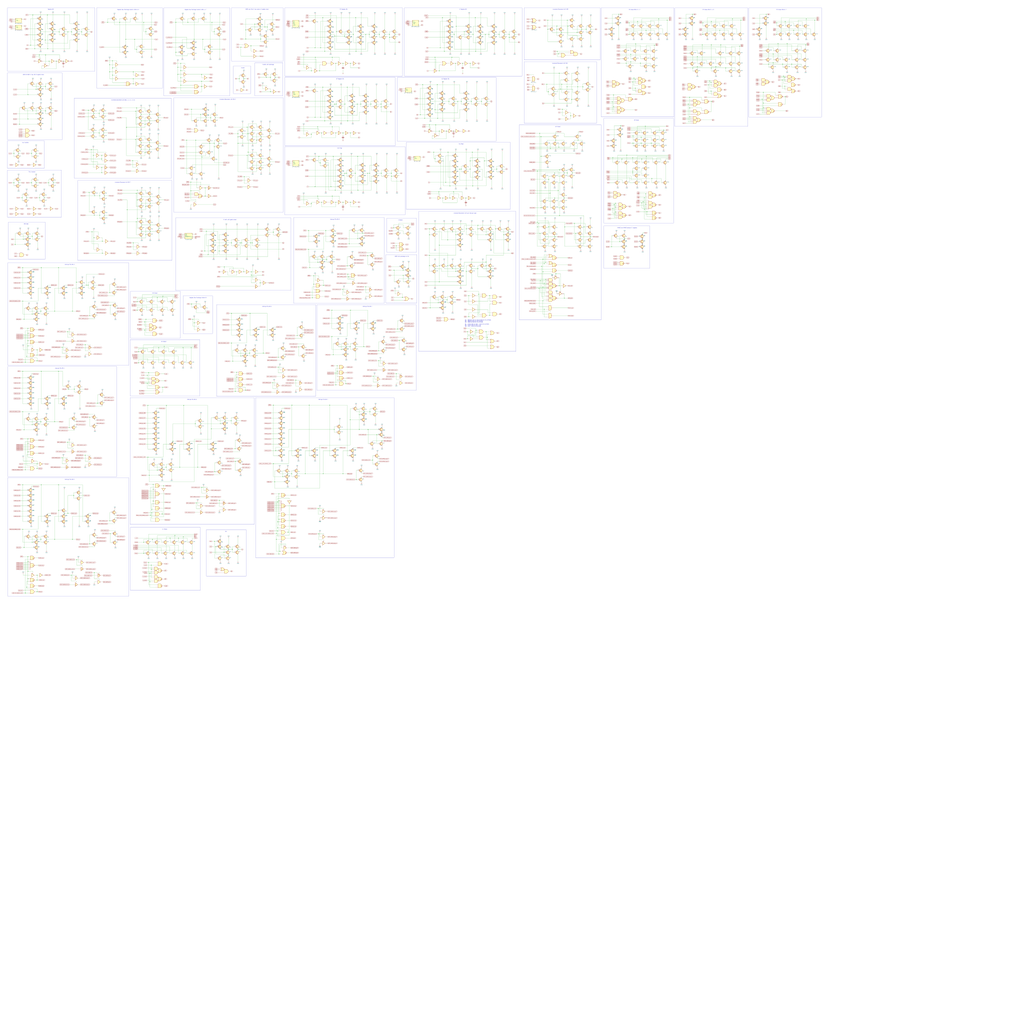
<source format=kicad_sch>
(kicad_sch (version 20230121) (generator eeschema)
  (paper "User" 2000 2000)
  (title_block (title "SM83 Cells - Circuits") (date "2023-08-13") (rev "0") (company "CC-BY-SA-4.0 Michael Singer") (comment 1 "https://github.com/msinger/dmg-schematics"))
  (junction (at 267.97 589.28))
  (junction (at 1144.905 57.15))
  (junction (at 1235.71 160.02))
  (junction (at 276.86 439.42))
  (junction (at 1372.87 67.31))
  (junction (at 467.36 153.67))
  (junction (at 318.135 756.285))
  (junction (at 454.66 705.485))
  (junction (at 916.305 67.31))
  (junction (at 493.395 322.58))
  (junction (at 27.305 299.72))
  (junction (at 1389.38 198.12))
  (junction (at 262.89 76.835))
  (junction (at 1219.835 466.09))
  (junction (at 1278.255 88.265))
  (junction (at 532.765 52.705))
  (junction (at 310.515 390.525))
  (junction (at 878.84 363.22))
  (junction (at 480.06 58.42))
  (junction (at 1096.645 63.5))
  (junction (at 492.76 474.345))
  (junction (at 910.59 330.2))
  (junction (at 825.5 165.1))
  (junction (at 266.7 229.87))
  (junction (at 849.63 452.755))
  (junction (at 612.775 554.99))
  (junction (at 655.955 751.84))
  (junction (at 194.945 420.37))
  (junction (at 320.675 676.275))
  (junction (at 54.61 232.41))
  (junction (at 418.465 286.385))
  (junction (at 396.24 76.835))
  (junction (at 779.78 664.845))
  (junction (at 106.68 607.695))
  (junction (at 419.735 921.385))
  (junction (at 1060.45 587.375))
  (junction (at 353.06 137.795))
  (junction (at 462.28 821.69))
  (junction (at 855.98 591.185))
  (junction (at 1273.175 348.615))
  (junction (at 266.7 266.065))
  (junction (at 394.335 951.865))
  (junction (at 821.055 224.155))
  (junction (at 462.28 736.6))
  (junction (at 775.335 338.455))
  (junction (at 787.4 537.845))
  (junction (at 1092.2 558.165))
  (junction (at 49.53 917.575))
  (junction (at 341.63 1045.845))
  (junction (at 1303.02 39.37))
  (junction (at 769.62 527.685))
  (junction (at 883.92 585.47))
  (junction (at 776.605 642.62))
  (junction (at 210.185 43.815))
  (junction (at 1087.755 50.8))
  (junction (at 353.06 151.765))
  (junction (at 849.63 524.51))
  (junction (at 266.7 96.52))
  (junction (at 393.7 158.75))
  (junction (at 292.1 236.22))
  (junction (at 714.375 560.07))
  (junction (at 267.97 390.525))
  (junction (at 184.15 1118.235))
  (junction (at 615.315 364.49))
  (junction (at 774.065 480.06))
  (junction (at 109.855 119.38))
  (junction (at 681.99 476.25))
  (junction (at 1256.03 393.7))
  (junction (at 45.72 467.36))
  (junction (at 403.225 451.485))
  (junction (at 106.68 1053.465))
  (junction (at 915.67 618.49))
  (junction (at 1056.64 405.765))
  (junction (at 1490.98 210.185))
  (junction (at 292.735 1119.505))
  (junction (at 722.63 803.91))
  (junction (at 121.285 678.18))
  (junction (at 70.485 299.72))
  (junction (at 838.835 458.47))
  (junction (at 684.53 123.825))
  (junction (at 219.71 118.745))
  (junction (at 1055.37 548.005))
  (junction (at 307.34 918.21))
  (junction (at 602.615 487.045))
  (junction (at 890.27 530.225))
  (junction (at 103.505 62.23))
  (junction (at 295.275 1111.885))
  (junction (at 534.035 453.39))
  (junction (at 287.655 732.79))
  (junction (at 1062.99 553.085))
  (junction (at 374.015 213.36))
  (junction (at 655.955 394.97))
  (junction (at 760.73 67.31))
  (junction (at 198.755 310.515))
  (junction (at 1386.205 158.115))
  (junction (at 464.82 267.335))
  (junction (at 733.425 803.91))
  (junction (at 427.99 490.22))
  (junction (at 285.115 623.57))
  (junction (at 652.78 838.835))
  (junction (at 1372.87 44.45))
  (junction (at 849.63 309.88))
  (junction (at 648.97 506.73))
  (junction (at 184.15 420.37))
  (junction (at 1223.01 123.19))
  (junction (at 648.97 111.76))
  (junction (at 1214.755 310.515))
  (junction (at 149.86 1092.835))
  (junction (at 247.015 248.92))
  (junction (at 80.01 607.695))
  (junction (at 798.195 544.195))
  (junction (at 132.08 863.6))
  (junction (at 651.51 455.93))
  (junction (at 72.39 1155.7))
  (junction (at 391.795 223.52))
  (junction (at 80.01 168.91))
  (junction (at 1054.1 260.35))
  (junction (at 1196.975 407.035))
  (junction (at 72.39 704.85))
  (junction (at 275.59 291.465))
  (junction (at 297.815 1053.465))
  (junction (at 376.555 623.57))
  (junction (at 1533.525 41.91))
  (junction (at 509.905 309.88))
  (junction (at 452.12 474.345))
  (junction (at 59.69 88.265))
  (junction (at 266.065 433.07))
  (junction (at 464.82 280.035))
  (junction (at 878.84 386.715))
  (junction (at 1087.755 57.15))
  (junction (at 1346.835 227.965))
  (junction (at 562.61 1039.495))
  (junction (at 544.83 1002.665))
  (junction (at 544.83 977.9))
  (junction (at 114.3 725.17))
  (junction (at 658.495 714.375))
  (junction (at 1546.225 125.095))
  (junction (at 214.63 571.5))
  (junction (at 1252.22 267.97))
  (junction (at 358.775 791.845))
  (junction (at 184.785 382.27))
  (junction (at 874.395 518.795))
  (junction (at 688.975 203.2))
  (junction (at 266.065 377.825))
  (junction (at 626.11 229.235))
  (junction (at 923.29 363.22))
  (junction (at 721.36 67.31))
  (junction (at 864.87 198.12))
  (junction (at 429.26 61.595))
  (junction (at 718.185 499.11))
  (junction (at 62.865 1059.18))
  (junction (at 1074.42 377.19))
  (junction (at 542.29 980.44))
  (junction (at 847.09 297.18))
  (junction (at 476.885 344.805))
  (junction (at 80.01 823.595))
  (junction (at 605.155 522.605))
  (junction (at 95.25 356.87))
  (junction (at 1196.975 307.975))
  (junction (at 694.69 34.29))
  (junction (at 542.29 1019.175))
  (junction (at 669.925 394.97))
  (junction (at 721.995 338.455))
  (junction (at 1085.215 273.685))
  (junction (at 727.71 898.525))
  (junction (at 294.005 1006.475))
  (junction (at 114.3 996.95))
  (junction (at 906.78 61.595))
  (junction (at 309.88 678.815))
  (junction (at 630.555 506.73))
  (junction (at 1064.895 462.28))
  (junction (at 1202.055 396.875))
  (junction (at 523.24 453.39))
  (junction (at 72.39 1123.315))
  (junction (at 615.95 111.76))
  (junction (at 1261.11 378.46))
  (junction (at 438.15 521.335))
  (junction (at 215.265 1042.035))
  (junction (at 1071.245 443.23))
  (junction (at 887.095 67.31))
  (junction (at 610.235 581.66))
  (junction (at 1389.38 87.63))
  (junction (at 179.705 452.755))
  (junction (at 1241.425 85.725))
  (junction (at 54.61 1130.3))
  (junction (at 178.435 292.1))
  (junction (at 160.655 556.895))
  (junction (at 44.45 725.17))
  (junction (at 1069.975 57.15))
  (junction (at 1346.835 189.865))
  (junction (at 580.39 655.32))
  (junction (at 933.45 447.04))
  (junction (at 648.97 247.65))
  (junction (at 400.685 382.905))
  (junction (at 949.325 518.795))
  (junction (at 316.865 1003.935))
  (junction (at 1049.655 433.705))
  (junction (at 1088.39 100.33))
  (junction (at 768.985 445.135))
  (junction (at 1101.725 386.715))
  (junction (at 284.48 403.225))
  (junction (at 981.075 330.2))
  (junction (at 166.37 889))
  (junction (at 132.715 62.23))
  (junction (at 27.305 356.87))
  (junction (at 544.83 964.565))
  (junction (at 287.655 748.665))
  (junction (at 1407.795 87.63))
  (junction (at 1097.28 164.465))
  (junction (at 446.405 1073.15))
  (junction (at 645.795 67.31))
  (junction (at 698.5 466.09))
  (junction (at 44.45 803.91))
  (junction (at 446.405 1084.58))
  (junction (at 427.355 280.035))
  (junction (at 1056.64 266.7))
  (junction (at 983.615 458.47))
  (junction (at 1083.945 462.28))
  (junction (at 658.495 725.17))
  (junction (at 1517.015 44.45))
  (junction (at 899.795 524.51))
  (junction (at 933.45 330.2))
  (junction (at 150.495 62.23))
  (junction (at 267.97 605.79))
  (junction (at 1371.6 87.63))
  (junction (at 894.08 198.12))
  (junction (at 630.555 34.29))
  (junction (at 1102.36 582.295))
  (junction (at 182.245 303.53))
  (junction (at 1057.91 520.065))
  (junction (at 260.35 474.345))
  (junction (at 276.86 384.175))
  (junction (at 264.795 272.415))
  (junction (at 532.765 747.395))
  (junction (at 1092.835 331.47))
  (junction (at 135.255 835.025))
  (junction (at 1252.22 279.4))
  (junction (at 764.54 338.455))
  (junction (at 1488.44 193.675))
  (junction (at 1537.335 85.09))
  (junction (at 622.935 305.435))
  (junction (at 141.605 607.695))
  (junction (at 183.515 221.615))
  (junction (at 655.955 259.715))
  (junction (at 159.385 62.23))
  (junction (at 666.115 203.2))
  (junction (at 1490.98 201.295))
  (junction (at 280.67 43.815))
  (junction (at 72.39 906.145))
  (junction (at 1231.9 106.045))
  (junction (at 183.515 464.185))
  (junction (at 172.085 556.895))
  (junction (at 675.64 749.3))
  (junction (at 1490.98 180.34))
  (junction (at 1389.38 132.715))
  (junction (at 885.825 255.905))
  (junction (at 72.39 1053.465))
  (junction (at 267.97 426.72))
  (junction (at 316.865 912.495))
  (junction (at 437.515 1078.865))
  (junction (at 80.645 522.605))
  (junction (at 934.72 574.675))
  (junction (at 673.735 203.2))
  (junction (at 871.855 255.905))
  (junction (at 1388.745 177.8))
  (junction (at 949.325 458.47))
  (junction (at 154.94 967.74))
  (junction (at 490.855 530.86))
  (junction (at 887.095 198.12))
  (junction (at 462.28 530.86))
  (junction (at 476.25 153.67))
  (junction (at 1496.695 27.94))
  (junction (at 1049.655 334.01))
  (junction (at 77.47 386.08))
  (junction (at 292.1 278.765))
  (junction (at 213.995 140.335))
  (junction (at 114.3 946.785))
  (junction (at 615.315 229.235))
  (junction (at 1054.735 455.93))
  (junction (at 985.52 67.31))
  (junction (at 1114.425 226.06))
  (junction (at 260.35 163.83))
  (junction (at 418.465 61.595))
  (junction (at 650.875 692.785))
  (junction (at 88.265 78.105))
  (junction (at 760.73 73.025))
  (junction (at 501.015 328.93))
  (junction (at 452.12 612.14))
  (junction (at 1127.125 63.5))
  (junction (at 630.555 170.18))
  (junction (at 1108.075 39.37))
  (junction (at 603.885 791.21))
  (junction (at 379.095 76.835))
  (junction (at 487.68 689.61))
  (junction (at 1092.835 421.005))
  (junction (at 1346.835 210.82))
  (junction (at 46.99 1069.34))
  (junction (at 993.14 452.755))
  (junction (at 367.03 43.815))
  (junction (at 653.415 203.2))
  (junction (at 267.97 371.475))
  (junction (at 292.735 1136.015))
  (junction (at 1240.79 154.94))
  (junction (at 283.21 297.815))
  (junction (at 527.05 260.985))
  (junction (at 99.695 168.91))
  (junction (at 44.45 1033.78))
  (junction (at 386.08 912.495))
  (junction (at 542.29 1030.605))
  (junction (at 190.5 787.4))
  (junction (at 347.345 145.415))
  (junction (at 1085.85 534.67))
  (junction (at 479.425 762))
  (junction (at 580.39 925.195))
  (junction (at 1128.395 169.545))
  (junction (at 1071.245 179.07))
  (junction (at 61.595 299.72))
  (junction (at 918.21 314.325))
  (junction (at 857.885 518.795))
  (junction (at 967.74 447.04))
  (junction (at 608.33 262.255))
  (junction (at 54.61 1115.695))
  (junction (at 417.195 474.345))
  (junction (at 54.61 882.65))
  (junction (at 634.365 236.22))
  (junction (at 114.3 522.605))
  (junction (at 857.885 478.79))
  (junction (at 307.34 581.025))
  (junction (at 622.3 1042.67))
  (junction (at 132.08 647.7))
  (junction (at 699.135 371.475))
  (junction (at 1083.31 386.715))
  (junction (at 282.575 628.65))
  (junction (at 123.825 119.38))
  (junction (at 949.325 511.81))
  (junction (at 933.45 440.055))
  (junction (at 1062.99 603.885))
  (junction (at 454.025 1073.15))
  (junction (at 648.335 605.79))
  (junction (at 168.91 556.895))
  (junction (at 718.185 338.455))
  (junction (at 80.645 725.17))
  (junction (at 620.395 382.905))
  (junction (at 283.21 242.57))
  (junction (at 676.91 338.455))
  (junction (at 859.79 93.345))
  (junction (at 299.085 946.15))
  (junction (at 172.72 215.265))
  (junction (at 615.315 93.345))
  (junction (at 49.53 1158.24))
  (junction (at 471.805 474.345))
  (junction (at 1194.435 481.965))
  (junction (at 70.485 222.25))
  (junction (at 928.37 34.29))
  (junction (at 1052.195 436.245))
  (junction (at 175.26 814.705))
  (junction (at 1052.83 563.245))
  (junction (at 245.745 76.835))
  (junction (at 38.1 242.57))
  (junction (at 1198.245 185.42))
  (junction (at 115.57 62.23))
  (junction (at 501.015 273.685))
  (junction (at 202.565 259.715))
  (junction (at 484.505 297.18))
  (junction (at 295.275 1103.63))
  (junction (at 735.965 848.995))
  (junction (at 488.315 612.14))
  (junction (at 343.535 102.235))
  (junction (at 1260.475 246.38))
  (junction (at 890.27 458.47))
  (junction (at 54.61 857.25))
  (junction (at 182.88 556.895))
  (junction (at 357.505 678.815))
  (junction (at 489.585 474.345))
  (junction (at 718.82 838.835))
  (junction (at 838.835 498.475))
  (junction (at 459.74 901.065))
  (junction (at 394.335 306.705))
  (junction (at 213.995 126.365))
  (junction (at 625.475 318.135))
  (junction (at 400.05 490.22))
  (junction (at 1208.405 27.94))
  (junction (at 1101.725 337.82))
  (junction (at 351.155 912.495))
  (junction (at 1240.79 172.085))
  (junction (at 149.225 551.18))
  (junction (at 1090.295 372.11))
  (junction (at 669.925 259.715))
  (junction (at 72.39 915.035))
  (junction (at 1527.81 156.21))
  (junction (at 673.735 338.455))
  (junction (at 72.39 1132.84))
  (junction (at 54.61 866.14))
  (junction (at 539.75 1053.465))
  (junction (at 546.735 1076.96))
  (junction (at 497.84 46.99))
  (junction (at 451.485 821.69))
  (junction (at 850.9 243.84))
  (junction (at 406.4 497.205))
  (junction (at 248.285 409.575))
  (junction (at 1068.07 164.465))
  (junction (at 903.605 123.825))
  (junction (at 678.18 170.18))
  (junction (at 46.99 839.47))
  (junction (at 144.145 967.74))
  (junction (at 1352.55 27.94))
  (junction (at 156.21 760.095))
  (junction (at 290.195 1098.55))
  (junction (at 538.48 880.11))
  (junction (at 288.925 892.81))
  (junction (at 655.955 123.825))
  (junction (at 141.605 1053.465))
  (junction (at 52.07 386.08))
  (junction (at 309.245 285.115))
  (junction (at 293.37 439.42))
  (junction (at 875.03 297.18))
  (junction (at 901.065 330.2))
  (junction (at 946.15 314.325))
  (junction (at 67.945 95.25))
  (junction (at 865.505 585.47))
  (junction (at 259.08 313.69))
  (junction (at 697.865 203.2))
  (junction (at 666.115 338.455))
  (junction (at 284.48 458.47))
  (junction (at 1235.71 307.975))
  (junction (at 441.96 474.345))
  (junction (at 508.635 52.705))
  (junction (at 421.64 1067.435))
  (junction (at 509.905 322.58))
  (junction (at 1140.46 443.23))
  (junction (at 198.755 327.025))
  (junction (at 1049.655 443.23))
  (junction (at 751.84 67.31))
  (junction (at 901.065 198.12))
  (junction (at 915.67 577.215))
  (junction (at 92.71 29.21))
  (junction (at 949.325 647.7))
  (junction (at 1258.57 408.94))
  (junction (at 951.865 659.13))
  (junction (at 43.18 386.08))
  (junction (at 480.06 689.61))
  (junction (at 864.235 34.29))
  (junction (at 883.92 524.51))
  (junction (at 62.865 613.41))
  (junction (at 965.835 67.31))
  (junction (at 686.435 338.455))
  (junction (at 393.7 145.415))
  (junction (at 1238.25 152.4))
  (junction (at 918.21 330.2))
  (junction (at 462.28 727.075))
  (junction (at 292.1 291.465))
  (junction (at 490.855 537.21))
  (junction (at 849.63 111.76))
  (junction (at 1528.445 125.095))
  (junction (at 650.875 305.435))
  (junction (at 709.295 338.455))
  (junction (at 854.71 231.14))
  (junction (at 440.055 821.69))
  (junction (at 534.035 791.21))
  (junction (at 1447.165 39.37))
  (junction (at 885.825 374.65))
  (junction (at 296.545 995.045))
  (junction (at 145.415 760.095))
  (junction (at 44.45 588.01))
  (junction (at 956.31 577.215))
  (junction (at 577.85 742.315))
  (junction (at 940.435 198.12))
  (junction (at 636.27 318.135))
  (junction (at 353.06 123.825))
  (junction (at 1389.38 41.91))
  (junction (at 520.065 76.2))
  (junction (at 400.05 96.52))
  (junction (at 260.35 153.67))
  (junction (at 95.885 119.38))
  (junction (at 960.12 330.2))
  (junction (at 358.14 1048.385))
  (junction (at 90.805 607.695))
  (junction (at 669.29 565.15))
  (junction (at 411.48 229.87))
  (junction (at 139.7 62.23))
  (junction (at 739.775 704.215))
  (junction (at 493.395 254.635))
  (junction (at 203.835 420.37))
  (junction (at 72.39 693.42))
  (junction (at 414.02 43.815))
  (junction (at 1532.89 151.13))
  (junction (at 1195.705 198.755))
  (junction (at 106.68 823.595))
  (junction (at 774.065 729.615))
  (junction (at 379.095 630.555))
  (junction (at 335.28 912.495))
  (junction (at 534.035 905.51))
  (junction (at 275.59 223.52))
  (junction (at 638.175 506.73))
  (junction (at 544.83 1014.095))
  (junction (at 299.085 955.675))
  (junction (at 1124.585 455.93))
  (junction (at 99.695 216.535))
  (junction (at 879.475 67.31))
  (junction (at 299.085 978.535))
  (junction (at 1353.185 132.715))
  (junction (at 1261.745 59.055))
  (junction (at 517.525 52.705))
  (junction (at 705.485 67.31))
  (junction (at 353.06 166.37))
  (junction (at 1532.89 168.275))
  (junction (at 838.835 447.04))
  (junction (at 890.905 51.435))
  (junction (at 498.475 689.61))
  (junction (at 1405.89 59.055))
  (junction (at 536.575 941.07))
  (junction (at 198.755 337.185))
  (junction (at 520.065 151.13))
  (junction (at 428.625 977.265))
  (junction (at 364.49 273.685))
  (junction (at 166.37 673.1))
  (junction (at 1253.49 396.24))
  (junction (at 669.925 925.195))
  (junction (at 956.31 615.95))
  (junction (at 200.025 471.17))
  (junction (at 219.71 132.715))
  (junction (at 744.22 203.2))
  (junction (at 264.795 217.17))
  (junction (at 654.685 371.475))
  (junction (at 910.59 447.04))
  (junction (at 653.415 70.485))
  (junction (at 1550.035 59.055))
  (junction (at 1235.71 337.185))
  (junction (at 708.025 455.295))
  (junction (at 694.055 338.455))
  (junction (at 54.61 665.48))
  (junction (at 1094.74 173.99))
  (junction (at 857.885 138.43))
  (junction (at 854.075 165.1))
  (junction (at 1430.655 36.83))
  (junction (at 473.71 260.985))
  (junction (at 372.745 372.745))
  (junction (at 1153.795 57.15))
  (junction (at 628.015 394.97))
  (junction (at 838.835 518.795))
  (junction (at 392.43 827.405))
  (junction (at 683.895 676.91))
  (junction (at 296.545 1001.395))
  (junction (at 293.37 452.12))
  (junction (at 1296.035 254))
  (junction (at 132.715 1002.665))
  (junction (at 732.155 67.31))
  (junction (at 663.575 838.835))
  (junction (at 1122.045 436.245))
  (junction (at 1228.725 44.45))
  (junction (at 958.85 452.755))
  (junction (at 493.395 309.88))
  (junction (at 873.125 585.47))
  (junction (at 88.9 168.91))
  (junction (at 324.485 912.495))
  (junction (at 1136.015 69.85))
  (junction (at 419.1 1057.275))
  (junction (at 193.675 259.715))
  (junction (at 383.54 982.345))
  (junction (at 1224.28 302.895))
  (junction (at 543.56 697.865))
  (junction (at 857.885 255.905))
  (junction (at 1090.93 105.41))
  (junction (at 889.635 123.825))
  (junction (at 1092.2 142.875))
  (junction (at 90.805 1053.465))
  (junction (at 469.265 474.345))
  (junction (at 683.895 819.785))
  (junction (at 840.74 198.12))
  (junction (at 1116.33 194.31))
  (junction (at 198.755 303.53))
  (junction (at 420.37 229.87))
  (junction (at 133.985 760.095))
  (junction (at 347.345 131.445))
  (junction (at 626.11 93.345))
  (junction (at 994.41 67.31))
  (junction (at 1574.8 36.83))
  (junction (at 214.63 1017.27))
  (junction (at 62.865 829.31))
  (junction (at 870.585 356.235))
  (junction (at 746.125 861.06))
  (junction (at 544.83 1082.04))
  (junction (at 125.73 62.23))
  (junction (at 1107.44 169.545))
  (junction (at 233.68 43.815))
  (junction (at 36.195 356.87))
  (junction (at 508 552.45))
  (junction (at 1060.45 530.86))
  (junction (at 270.51 708.66))
  (junction (at 955.04 67.31))
  (junction (at 874.395 468.63))
  (junction (at 669.925 123.825))
  (junction (at 430.53 827.405))
  (junction (at 54.61 641.35))
  (junction (at 913.13 647.7))
  (junction (at 270.51 687.07))
  (junction (at 621.665 993.14))
  (junction (at 76.835 107.315))
  (junction (at 1098.55 213.36))
  (junction (at 121.285 894.08))
  (junction (at 1138.555 169.545))
  (junction (at 52.07 1146.81))
  (junction (at 744.22 208.915))
  (junction (at 509.905 267.335))
  (junction (at 1444.625 90.17))
  (junction (at 1235.71 334.645))
  (junction (at 93.345 95.25))
  (junction (at 72.39 823.595))
  (junction (at 266.7 210.82))
  (junction (at 608.33 397.51))
  (junction (at 464.82 260.985))
  (junction (at 645.795 203.2))
  (junction (at 288.925 791.845))
  (junction (at 1362.075 130.175))
  (junction (at 921.385 524.51))
  (junction (at 88.9 216.535))
  (junction (at 382.27 273.685))
  (junction (at 840.105 601.345))
  (junction (at 275.59 236.22))
  (junction (at 277.495 96.52))
  (junction (at 1134.11 462.28))
  (junction (at 452.12 669.925))
  (junction (at 46.99 623.57))
  (junction (at 182.88 259.715))
  (junction (at 786.13 581.025))
  (junction (at 741.045 67.31))
  (junction (at 276.86 396.875))
  (junction (at 701.675 838.835))
  (junction (at 544.83 453.39))
  (junction (at 1262.38 305.435))
  (junction (at 1510.03 105.41))
  (junction (at 631.825 557.53))
  (junction (at 612.775 538.48))
  (junction (at 570.23 791.21))
  (junction (at 678.18 519.43))
  (junction (at 280.67 1080.77))
  (junction (at 679.45 535.305))
  (junction (at 521.97 52.705))
  (junction (at 1075.055 290.195))
  (junction (at 343.535 43.815))
  (junction (at 175.26 616.585))
  (junction (at 922.655 297.18))
  (junction (at 490.22 89.535))
  (junction (at 1517.015 67.31))
  (junction (at 628.015 259.715))
  (junction (at 634.365 100.33))
  (junction (at 528.32 151.13))
  (junction (at 464.82 1073.15))
  (junction (at 1253.49 310.515))
  (junction (at 64.135 29.21))
  (junction (at 648.97 382.905))
  (junction (at 503.555 474.345))
  (junction (at 319.405 948.69))
  (junction (at 104.14 356.87))
  (junction (at 1129.03 273.685))
  (junction (at 400.685 367.03))
  (junction (at 260.35 140.335))
  (junction (at 170.18 62.23))
  (junction (at 715.645 203.2))
  (junction (at 402.59 229.87))
  (junction (at 911.86 198.12))
  (junction (at 864.87 386.715))
  (junction (at 920.75 198.12))
  (junction (at 694.69 676.91))
  (junction (at 787.4 527.685))
  (junction (at 1102.995 443.23))
  (junction (at 285.115 61.595))
  (junction (at 621.03 512.445))
  (junction (at 974.725 67.31))
  (junction (at 412.75 837.565))
  (junction (at 482.6 474.345))
  (junction (at 1533.525 188.595))
  (junction (at 948.055 67.31))
  (junction (at 1228.725 67.31))
  (junction (at 348.615 1050.925))
  (junction (at 52.07 695.96))
  (junction (at 1258.57 386.08))
  (junction (at 684.53 259.715))
  (junction (at 1056.64 305.435))
  (junction (at 690.245 67.31))
  (junction (at 1398.27 130.175))
  (junction (at 569.595 925.195))
  (junction (at 1261.11 398.78))
  (junction (at 62.865 461.645))
  (junction (at 64.135 216.535))
  (junction (at 1069.975 39.37))
  (junction (at 735.965 338.455))
  (junction (at 514.35 689.61))
  (junction (at 1202.055 404.495))
  (junction (at 829.31 231.14))
  (junction (at 1263.65 413.385))
  (junction (at 1062.99 514.985))
  (junction (at 684.53 394.97))
  (junction (at 537.21 151.13))
  (junction (at 173.99 375.92))
  (junction (at 1109.345 50.8))
  (junction (at 54.61 1087.12))
  (junction (at 929.005 100.33))
  (junction (at 1236.345 265.43))
  (junction (at 643.89 791.21))
  (junction (at 970.28 330.2))
  (junction (at 682.625 67.31))
  (junction (at 838.835 243.84))
  (junction (at 1383.665 165.735))
  (junction (at 482.6 248.285))
  (junction (at 728.98 734.695))
  (junction (at 462.915 474.345))
  (junction (at 295.91 61.595))
  (junction (at 470.535 695.325))
  (junction (at 80.01 216.535))
  (junction (at 202.565 221.615))
  (junction (at 646.43 364.49))
  (junction (at 666.75 682.625))
  (junction (at 857.25 374.65))
  (junction (at 624.205 138.43))
  (junction (at 931.545 198.12))
  (junction (at 596.265 925.195))
  (junction (at 1136.015 57.15))
  (junction (at 860.425 309.88))
  (junction (at 1199.515 399.415))
  (junction (at 994.41 73.025))
  (junction (at 86.36 386.08))
  (junction (at 509.27 76.2))
  (junction (at 410.845 96.52))
  (junction (at 219.71 146.685))
  (junction (at 929.64 645.16))
  (junction (at 543.56 716.915))
  (junction (at 293.37 396.875))
  (junction (at 1210.31 471.805))
  (junction (at 909.955 386.715))
  (junction (at 657.225 61.595))
  (junction (at 125.73 1002.665))
  (junction (at 764.54 344.17))
  (junction (at 695.96 936.625))
  (junction (at 1060.45 560.705))
  (junction (at 310.515 445.77))
  (junction (at 332.105 1050.925))
  (junction (at 939.165 67.31))
  (junction (at 139.065 1123.315))
  (junction (at 552.45 930.91))
  (junction (at 1005.205 67.31))
  (junction (at 70.485 174.625))
  (junction (at 470.535 92.075))
  (junction (at 393.7 168.91))
  (junction (at 755.015 203.2))
  (junction (at 381.635 827.405))
  (junction (at 200.025 494.665))
  (junction (at 899.795 452.755))
  (junction (at 337.82 861.695))
  (junction (at 280.67 1059.18))
  (junction (at 175.26 1062.355))
  (junction (at 1236.345 279.4))
  (junction (at 527.05 316.23))
  (junction (at 1082.04 179.07))
  (junction (at 49.53 707.39))
  (junction (at 744.855 338.455))
  (junction (at 882.65 111.76))
  (junction (at 1153.16 462.28))
  (junction (at 418.465 280.035))
  (junction (at 293.37 384.175))
  (junction (at 921.385 452.755))
  (junction (at 857.885 550.545))
  (junction (at 194.945 382.27))
  (junction (at 484.505 260.985))
  (junction (at 602.615 450.215))
  (junction (at 673.1 70.485))
  (junction (at 88.9 107.315))
  (junction (at 620.395 247.65))
  (junction (at 876.935 198.12))
  (junction (at 1071.88 350.52))
  (junction (at 1344.295 203.2))
  (junction (at 684.53 605.79))
  (junction (at 1091.565 287.655))
  (junction (at 631.19 925.195))
  (junction (at 1065.53 512.445))
  (junction (at 80.645 946.785))
  (junction (at 373.38 678.815))
  (junction (at 1212.215 245.745))
  (junction (at 704.85 203.2))
  (junction (at 1083.31 337.82))
  (junction (at 79.375 62.23))
  (junction (at 73.66 461.645))
  (junction (at 374.015 593.725))
  (junction (at 583.565 677.545))
  (junction (at 701.675 809.625))
  (junction (at 648.335 657.225))
  (junction (at 1231.9 120.65))
  (junction (at 771.525 67.31))
  (junction (at 608.33 138.43))
  (junction (at 291.465 928.37))
  (junction (at 1501.14 125.095))
  (junction (at 44.45 522.605))
  (junction (at 276.86 452.12))
  (junction (at 90.805 823.595))
  (junction (at 724.535 203.2))
  (junction (at 193.675 221.615))
  (junction (at 61.595 356.87))
  (junction (at 676.275 676.91))
  (junction (at 54.61 184.785))
  (junction (at 656.59 203.2))
  (junction (at 918.21 123.825))
  (junction (at 1245.235 41.91))
  (junction (at 482.6 303.53))
  (junction (at 1362.075 110.49))
  (junction (at 72.39 683.26))
  (junction (at 1065.53 545.465))
  (junction (at 203.835 382.27))
  (junction (at 1250.95 123.19))
  (junction (at 1117.6 337.82))
  (junction (at 55.245 461.645))
  (junction (at 711.2 803.91))
  (junction (at 372.745 355.6))
  (junction (at 44.45 946.785))
  (junction (at 1573.53 87.63))
  (junction (at 755.65 338.455))
  (junction (at 910.59 530.225))
  (junction (at 292.1 223.52))
  (junction (at 681.355 540.385))
  (junction (at 1149.35 169.545))
  (junction (at 54.61 1096.645))
  (junction (at 695.325 100.33))
  (junction (at 54.61 675.64))
  (junction (at 951.23 198.12))
  (junction (at 714.375 67.31))
  (junction (at 561.975 925.195))
  (junction (at 1108.075 337.82))
  (junction (at 1510.03 122.555))
  (junction (at 509.905 254.635))
  (junction (at 542.29 1036.955))
  (junction (at 698.5 305.435))
  (junction (at 1198.245 208.28))
  (junction (at 476.25 530.86))
  (junction (at 459.74 764.54))
  (junction (at 528.32 179.07))
  (junction (at 459.105 876.3))
  (junction (at 913.13 661.67))
  (junction (at 890.27 330.2))
  (junction (at 897.89 330.2))
  (junction (at 72.39 607.695))
  (junction (at 318.135 578.485))
  (junction (at 325.12 791.845))
  (junction (at 739.775 685.165))
  (junction (at 309.245 229.87))
  (junction (at 868.045 100.33))
  (junction (at 636.27 450.215))
  (junction (at 480.06 76.2))
  (junction (at 493.395 267.335))
  (junction (at 849.63 213.995))
  (junction (at 1271.905 279.4))
  (junction (at 1388.745 160.655))
  (junction (at 678.815 236.22))
  (junction (at 275.59 278.765))
  (junction (at 80.01 1053.465))
  (junction (at 290.195 727.71))
  (junction (at 409.575 280.035))
  (junction (at 282.575 644.525))
  (junction (at 36.195 299.72))
  (junction (at 29.845 477.52))
  (junction (at 1286.51 36.83))
  (junction (at 1519.555 85.09))
  (junction (at 883.92 452.755))
  (junction (at 933.45 524.51))
  (junction (at 735.33 203.2))
  (junction (at 1591.31 39.37))
  (junction (at 1530.35 148.59))
  (junction (at 958.85 524.51))
  (junction (at 54.61 650.875))
  (junction (at 923.925 67.31))
  (junction (at 539.75 1042.035))
  (junction (at 710.565 676.91))
  (junction (at 1417.32 132.715))
  (junction (at 215.265 596.265))
  (junction (at 70.485 356.87))
  (junction (at 1202.055 414.02))
  (junction (at 1060.45 506.095))
  (wire (pts (xy 476.25 530.86) (xy 476.885 530.86)))
  (wire (pts (xy 184.785 382.27) (xy 194.945 382.27)))
  (wire (pts (xy 937.895 574.675) (xy 934.72 574.675)))
  (wire (pts (xy 859.79 126.365) (xy 857.885 126.365)))
  (wire (pts (xy 953.77 680.085) (xy 951.865 680.085)))
  (wire (pts (xy 722.63 803.91) (xy 722.63 809.625)))
  (wire (pts (xy 296.545 983.615) (xy 299.72 983.615)))
  (wire (pts (xy 386.08 988.06) (xy 387.35 988.06)))
  (wire (pts (xy 705.485 67.31) (xy 705.485 67.945)))
  (wire (pts (xy 448.31 644.525) (xy 461.01 644.525)))
  (wire (pts (xy 698.5 305.435) (xy 698.5 332.74)))
  (wire (pts (xy 1143 468.63) (xy 1143 474.98)))
  (wire (pts (xy 1195.705 198.755) (xy 1200.785 198.755)))
  (wire (pts (xy 942.34 330.2) (xy 942.34 352.425)))
  (wire (pts (xy 295.275 1128.395) (xy 295.275 1111.885)))
  (wire (pts (xy 327.025 600.075) (xy 327.025 605.79)))
  (wire (pts (xy 25.4 407.67) (xy 26.67 407.67)))
  (wire (pts (xy 293.37 450.85) (xy 293.37 452.12)))
  (wire (pts (xy 755.015 202.565) (xy 755.015 203.2)))
  (wire (pts (xy 542.925 747.395) (xy 542.925 748.03)))
  (wire (pts (xy 361.315 153.67) (xy 361.315 151.765)))
  (wire (pts (xy 786.13 631.825) (xy 789.94 631.825)))
  (wire (pts (xy 603.25 177.165) (xy 607.695 177.165)))
  (wire (pts (xy 95.885 119.38) (xy 96.52 119.38)))
  (wire (pts (xy 934.72 568.96) (xy 934.72 574.675)))
  (wire (pts (xy 787.4 456.565) (xy 790.575 456.565)))
  (wire (pts (xy 45.72 1158.24) (xy 49.53 1158.24)))
  (wire (pts (xy 398.78 367.03) (xy 400.685 367.03)))
  (wire (pts (xy 1273.175 356.87) (xy 1273.175 348.615)))
  (wire (pts (xy 297.18 1128.395) (xy 295.275 1128.395)))
  (wire (pts (xy 1074.42 173.355) (xy 1071.245 173.355)))
  (wire (pts (xy 47.625 477.52) (xy 29.845 477.52)))
  (wire (pts (xy 494.03 521.335) (xy 494.03 546.735)))
  (wire (pts (xy 1195.705 72.39) (xy 1195.705 73.66)))
  (wire (pts (xy 44.45 803.91) (xy 44.45 829.31)))
  (wire (pts (xy 513.08 165.735) (xy 513.08 173.355)))
  (wire (pts (xy 695.325 803.91) (xy 711.2 803.91)))
  (wire (pts (xy 787.4 445.135) (xy 787.4 438.785)))
  (wire (pts (xy 150.495 83.185) (xy 150.495 97.155)))
  (wire (pts (xy 1306.83 39.37) (xy 1303.02 39.37)))
  (wire (pts (xy 645.795 692.785) (xy 650.875 692.785)))
  (wire (pts (xy 1083.945 462.28) (xy 1083.945 463.55)))
  (wire (pts (xy 1047.115 512.445) (xy 1065.53 512.445)))
  (wire (pts (xy 364.49 339.725) (xy 367.665 339.725)))
  (wire (pts (xy 93.345 556.895) (xy 93.345 557.53)))
  (wire (pts (xy 73.66 449.58) (xy 73.66 450.85)))
  (wire (pts (xy 307.34 581.025) (xy 307.34 589.28)))
  (wire (pts (xy 655.32 259.715) (xy 655.955 259.715)))
  (wire (pts (xy 52.07 1149.985) (xy 72.39 1149.985)))
  (wire (pts (xy 542.925 758.825) (xy 532.765 758.825)))
  (wire (pts (xy 1074.42 607.695) (xy 1074.42 608.965)))
  (wire (pts (xy 1557.655 137.795) (xy 1557.655 136.525)))
  (wire (pts (xy 508 552.45) (xy 508 559.435)))
  (wire (pts (xy 755.65 337.82) (xy 755.65 338.455)))
  (wire (pts (xy 125.73 61.595) (xy 125.73 62.23)))
  (wire (pts (xy 770.89 735.33) (xy 777.24 735.33)))
  (wire (pts (xy 448.945 530.86) (xy 448.31 530.86)))
  (wire (pts (xy 916.94 123.825) (xy 918.21 123.825)))
  (wire (pts (xy 951.23 163.195) (xy 951.23 187.325)))
  (wire (pts (xy 69.85 111.125) (xy 78.74 111.125)))
  (wire (pts (xy 284.48 272.415) (xy 283.21 272.415)))
  (wire (pts (xy 154.94 955.675) (xy 154.94 956.945)))
  (wire (pts (xy 575.31 890.27) (xy 570.23 890.27)))
  (wire (pts (xy 552.45 919.48) (xy 552.45 930.91)))
  (wire (pts (xy 1236.98 317.5) (xy 1235.71 317.5)))
  (wire (pts (xy 55.88 56.515) (xy 71.755 56.515)))
  (wire (pts (xy 867.41 524.51) (xy 883.92 524.51)))
  (wire (pts (xy 1045.845 287.655) (xy 1091.565 287.655)))
  (wire (pts (xy 1339.85 203.2) (xy 1344.295 203.2)))
  (wire (pts (xy 862.33 452.755) (xy 862.33 468.63)))
  (wire (pts (xy 1430.655 36.83) (xy 1450.975 36.83)))
  (wire (pts (xy 501.015 554.355) (xy 501.015 552.45)))
  (wire (pts (xy 1132.205 105.41) (xy 1133.475 105.41)))
  (wire (pts (xy 476.25 140.97) (xy 476.25 142.24)))
  (wire (pts (xy 588.01 322.58) (xy 589.28 322.58)))
  (wire (pts (xy 1278.255 41.91) (xy 1245.235 41.91)))
  (wire (pts (xy 402.59 228.6) (xy 402.59 229.87)))
  (wire (pts (xy 779.145 545.465) (xy 779.145 544.195)))
  (wire (pts (xy 634.365 51.435) (xy 638.175 51.435)))
  (wire (pts (xy 233.68 102.235) (xy 238.125 102.235)))
  (wire (pts (xy 878.84 386.715) (xy 878.84 378.46)))
  (wire (pts (xy 464.185 689.61) (xy 480.06 689.61)))
  (wire (pts (xy 890.27 447.04) (xy 890.27 458.47)))
  (wire (pts (xy 394.97 223.52) (xy 391.795 223.52)))
  (wire (pts (xy 70.485 368.3) (xy 70.485 369.57)))
  (wire (pts (xy 1191.26 185.42) (xy 1198.245 185.42)))
  (wire (pts (xy 489.585 474.345) (xy 489.585 459.105)))
  (wire (pts (xy 358.775 791.845) (xy 358.775 877.57)))
  (wire (pts (xy 885.825 255.905) (xy 885.825 256.54)))
  (wire (pts (xy 572.77 919.48) (xy 569.595 919.48)))
  (wire (pts (xy 285.115 791.845) (xy 288.925 791.845)))
  (wire (pts (xy 1231.9 135.89) (xy 1231.9 134.62)))
  (wire (pts (xy 681.355 197.485) (xy 678.18 197.485)))
  (wire (pts (xy 937.895 579.755) (xy 936.625 579.755)))
  (wire (pts (xy 1118.235 57.15) (xy 1136.015 57.15)))
  (wire (pts (xy 285.115 623.57) (xy 294.64 623.57)))
  (wire (pts (xy 80.01 189.865) (xy 80.01 191.135)))
  (wire (pts (xy 737.235 883.92) (xy 737.235 885.19)))
  (wire (pts (xy 1387.475 218.44) (xy 1389.38 218.44)))
  (wire (pts (xy 654.685 371.475) (xy 699.135 371.475)))
  (wire (pts (xy 1388.745 184.785) (xy 1390.015 184.785)))
  (wire (pts (xy 170.18 62.23) (xy 170.18 62.865)))
  (wire (pts (xy 465.455 175.895) (xy 466.725 175.895)))
  (wire (pts (xy 911.86 588.645) (xy 918.845 588.645)))
  (wire (pts (xy 73.66 386.08) (xy 77.47 386.08)))
  (wire (pts (xy 400.05 458.47) (xy 400.05 490.22)))
  (wire (pts (xy 951.23 468.63) (xy 933.45 468.63)))
  (wire (pts (xy 615.315 46.355) (xy 615.315 93.345)))
  (wire (pts (xy 393.065 600.075) (xy 391.16 600.075)))
  (wire (pts (xy 268.605 327.025) (xy 259.08 327.025)))
  (wire (pts (xy 92.075 210.82) (xy 88.9 210.82)))
  (wire (pts (xy 207.01 298.45) (xy 207.01 297.18)))
  (wire (pts (xy 1096.01 558.165) (xy 1092.2 558.165)))
  (wire (pts (xy 1260.475 246.38) (xy 1260.475 254.635)))
  (wire (pts (xy 659.13 735.965) (xy 658.495 735.965)))
  (wire (pts (xy 487.68 683.895) (xy 487.68 689.61)))
  (wire (pts (xy 357.505 678.815) (xy 340.36 678.815)))
  (wire (pts (xy 931.545 577.215) (xy 937.895 577.215)))
  (wire (pts (xy 1525.905 72.39) (xy 1525.905 73.66)))
  (wire (pts (xy 60.96 255.27) (xy 62.23 255.27)))
  (wire (pts (xy 1341.755 92.71) (xy 1436.37 92.71)))
  (wire (pts (xy 1199.515 399.415) (xy 1203.96 399.415)))
  (wire (pts (xy 588.01 314.96) (xy 589.28 314.96)))
  (wire (pts (xy 274.32 146.685) (xy 275.59 146.685)))
  (wire (pts (xy 1191.26 220.98) (xy 1200.785 220.98)))
  (wire (pts (xy 96.52 350.52) (xy 95.25 350.52)))
  (wire (pts (xy 897.89 330.2) (xy 901.065 330.2)))
  (wire (pts (xy 543.56 716.915) (xy 543.56 728.345)))
  (wire (pts (xy 44.45 588.01) (xy 74.295 588.01)))
  (wire (pts (xy 295.91 72.39) (xy 295.91 108.585)))
  (wire (pts (xy 929.005 100.33) (xy 951.865 100.33)))
  (wire (pts (xy 290.195 963.295) (xy 299.72 963.295)))
  (wire (pts (xy 69.85 119.38) (xy 71.12 119.38)))
  (wire (pts (xy 95.885 56.515) (xy 92.71 56.515)))
  (wire (pts (xy 203.835 433.07) (xy 203.835 431.8)))
  (wire (pts (xy 1131.57 257.175) (xy 1129.03 257.175)))
  (wire (pts (xy 1573.53 137.795) (xy 1573.53 136.525)))
  (wire (pts (xy 1141.73 163.83) (xy 1138.555 163.83)))
  (wire (pts (xy 72.39 607.695) (xy 80.01 607.695)))
  (wire (pts (xy 1270.635 39.37) (xy 1270.635 45.72)))
  (wire (pts (xy 916.305 78.105) (xy 916.305 102.235)))
  (wire (pts (xy 933.45 351.155) (xy 933.45 365.125)))
  (wire (pts (xy 1101.725 386.715) (xy 1109.345 386.715)))
  (wire (pts (xy 451.485 821.69) (xy 451.485 827.405)))
  (wire (pts (xy 865.505 606.425) (xy 865.505 607.695)))
  (wire (pts (xy 1067.435 577.215) (xy 1062.99 577.215)))
  (wire (pts (xy 62.865 455.93) (xy 62.865 461.645)))
  (wire (pts (xy 132.08 556.895) (xy 125.73 556.895)))
  (wire (pts (xy 662.94 118.745) (xy 662.94 111.76)))
  (wire (pts (xy 1128.395 135.255) (xy 1128.395 137.795)))
  (wire (pts (xy 1236.345 279.4) (xy 1252.22 279.4)))
  (wire (pts (xy 787.4 450.85) (xy 787.4 456.565)))
  (wire (pts (xy 724.535 197.485) (xy 724.535 203.2)))
  (wire (pts (xy 340.995 581.025) (xy 337.82 581.025)))
  (wire (pts (xy 742.95 702.31) (xy 742.95 709.93)))
  (wire (pts (xy 662.94 247.65) (xy 648.97 247.65)))
  (wire (pts (xy 927.1 661.67) (xy 932.18 661.67)))
  (wire (pts (xy 653.415 70.485) (xy 653.415 67.31)))
  (wire (pts (xy 207.01 297.18) (xy 172.72 297.18)))
  (wire (pts (xy 1546.225 107.95) (xy 1546.225 116.84)))
  (wire (pts (xy 1223.01 94.615) (xy 1223.01 85.725)))
  (wire (pts (xy 64.135 156.845) (xy 64.135 158.115)))
  (wire (pts (xy 472.44 705.485) (xy 454.66 705.485)))
  (wire (pts (xy 520.065 76.2) (xy 520.065 76.835)))
  (wire (pts (xy 682.625 66.675) (xy 682.625 67.31)))
  (wire (pts (xy 883.92 523.875) (xy 883.92 524.51)))
  (wire (pts (xy 70.485 1089.66) (xy 74.93 1089.66)))
  (wire (pts (xy 213.36 596.265) (xy 215.265 596.265)))
  (wire (pts (xy 297.815 877.57) (xy 288.925 877.57)))
  (wire (pts (xy 429.26 61.595) (xy 429.26 62.23)))
  (wire (pts (xy 626.11 41.275) (xy 638.175 41.275)))
  (wire (pts (xy 370.205 377.825) (xy 375.92 377.825)))
  (wire (pts (xy 381.635 643.89) (xy 379.095 643.89)))
  (wire (pts (xy 940.435 198.12) (xy 940.435 203.835)))
  (wire (pts (xy 309.245 906.78) (xy 307.34 906.78)))
  (wire (pts (xy 268.605 313.69) (xy 268.605 316.23)))
  (wire (pts (xy 731.52 565.785) (xy 730.25 565.785)))
  (wire (pts (xy 309.245 928.37) (xy 291.465 928.37)))
  (wire (pts (xy 580.39 913.13) (xy 580.39 914.4)))
  (wire (pts (xy 1064.895 448.31) (xy 1064.895 450.85)))
  (wire (pts (xy 481.965 644.525) (xy 493.395 644.525)))
  (wire (pts (xy 219.71 146.685) (xy 219.71 132.715)))
  (wire (pts (xy 464.185 677.545) (xy 464.185 678.815)))
  (wire (pts (xy 409.575 458.47) (xy 400.05 458.47)))
  (wire (pts (xy 1363.345 169.545) (xy 1362.075 169.545)))
  (wire (pts (xy 588.01 41.275) (xy 589.28 41.275)))
  (wire (pts (xy 566.42 51.435) (xy 567.69 51.435)))
  (wire (pts (xy 840.74 198.12) (xy 864.87 198.12)))
  (wire (pts (xy 185.42 610.87) (xy 185.42 611.505)))
  (wire (pts (xy 1370.33 210.82) (xy 1346.835 210.82)))
  (wire (pts (xy 706.12 924.56) (xy 706.12 923.925)))
  (wire (pts (xy 290.195 968.375) (xy 299.72 968.375)))
  (wire (pts (xy 489.585 53.34) (xy 489.585 52.705)))
  (wire (pts (xy 106.68 778.51) (xy 106.68 823.595)))
  (wire (pts (xy 530.225 747.395) (xy 532.765 747.395)))
  (wire (pts (xy 921.385 452.12) (xy 921.385 452.755)))
  (wire (pts (xy 544.83 1002.665) (xy 544.83 1014.095)))
  (wire (pts (xy 285.115 649.605) (xy 285.115 623.57)))
  (wire (pts (xy 1489.71 90.17) (xy 1565.275 90.17)))
  (wire (pts (xy 400.685 367.03) (xy 400.685 382.905)))
  (wire (pts (xy 718.82 838.835) (xy 701.675 838.835)))
  (wire (pts (xy 132.08 772.795) (xy 125.73 772.795)))
  (wire (pts (xy 659.13 725.17) (xy 658.495 725.17)))
  (wire (pts (xy 638.175 506.73) (xy 638.175 512.445)))
  (wire (pts (xy 54.61 232.41) (xy 54.61 210.82)))
  (wire (pts (xy 860.425 365.125) (xy 860.425 320.675)))
  (wire (pts (xy 1300.48 310.515) (xy 1300.48 312.42)))
  (wire (pts (xy 27.305 356.87) (xy 27.305 363.22)))
  (wire (pts (xy 418.465 317.5) (xy 436.245 317.5)))
  (wire (pts (xy 632.46 1006.475) (xy 632.46 1004.57)))
  (wire (pts (xy 1107.44 199.39) (xy 1107.44 203.835)))
  (wire (pts (xy 688.975 168.275) (xy 688.975 182.245)))
  (wire (pts (xy 469.265 474.345) (xy 469.265 497.205)))
  (wire (pts (xy 1296.035 264.795) (xy 1296.035 268.605)))
  (wire (pts (xy 149.225 1123.315) (xy 149.225 1123.95)))
  (wire (pts (xy 394.335 280.035) (xy 394.335 281.305)))
  (wire (pts (xy 188.595 1050.29) (xy 185.42 1050.29)))
  (wire (pts (xy 1300.48 361.95) (xy 1300.48 363.22)))
  (wire (pts (xy 493.395 266.065) (xy 493.395 267.335)))
  (wire (pts (xy 401.32 1000.76) (xy 400.05 1000.76)))
  (wire (pts (xy 198.12 464.185) (xy 200.025 464.185)))
  (wire (pts (xy 1235.71 334.645) (xy 1235.71 328.93)))
  (wire (pts (xy 196.85 327.025) (xy 198.755 327.025)))
  (wire (pts (xy 746.125 854.71) (xy 746.125 854.075)))
  (wire (pts (xy 379.095 1043.305) (xy 290.195 1043.305)))
  (wire (pts (xy 641.35 259.715) (xy 642.62 259.715)))
  (wire (pts (xy 608.33 138.43) (xy 610.235 138.43)))
  (wire (pts (xy 1362.075 97.79) (xy 1362.075 104.14)))
  (wire (pts (xy 621.665 993.14) (xy 632.46 993.14)))
  (wire (pts (xy 200.025 494.665) (xy 200.025 487.68)))
  (wire (pts (xy 621.665 993.14) (xy 621.665 1004.57)))
  (wire (pts (xy 902.97 381.635) (xy 902.97 374.65)))
  (wire (pts (xy 535.94 982.98) (xy 545.465 982.98)))
  (wire (pts (xy 942.975 524.51) (xy 958.85 524.51)))
  (wire (pts (xy 396.24 451.485) (xy 403.225 451.485)))
  (wire (pts (xy 293.37 395.605) (xy 293.37 396.875)))
  (wire (pts (xy 90.805 607.695) (xy 106.68 607.695)))
  (wire (pts (xy 70.485 915.035) (xy 72.39 915.035)))
  (wire (pts (xy 1101.725 285.75) (xy 1101.725 291.465)))
  (wire (pts (xy 726.44 753.11) (xy 732.79 753.11)))
  (wire (pts (xy 1224.28 322.58) (xy 1224.28 351.79)))
  (wire (pts (xy 741.045 901.065) (xy 737.235 901.065)))
  (wire (pts (xy 924.56 653.415) (xy 924.56 659.13)))
  (wire (pts (xy 660.4 676.91) (xy 676.275 676.91)))
  (wire (pts (xy 200.025 776.605) (xy 203.835 776.605)))
  (wire (pts (xy 612.775 554.99) (xy 613.41 554.99)))
  (wire (pts (xy 297.18 594.36) (xy 297.18 600.71)))
  (wire (pts (xy 62.865 293.37) (xy 61.595 293.37)))
  (wire (pts (xy 1228.725 67.31) (xy 1228.725 61.595)))
  (wire (pts (xy 1068.07 619.125) (xy 1062.99 619.125)))
  (wire (pts (xy 1192.53 385.445) (xy 1193.8 385.445)))
  (wire (pts (xy 54.61 1087.12) (xy 55.245 1087.12)))
  (wire (pts (xy 162.56 56.515) (xy 159.385 56.515)))
  (wire (pts (xy 786.13 178.435) (xy 787.4 178.435)))
  (wire (pts (xy 41.91 623.57) (xy 46.99 623.57)))
  (wire (pts (xy 1045.845 334.01) (xy 1049.655 334.01)))
  (wire (pts (xy 471.805 474.345) (xy 471.805 480.06)))
  (wire (pts (xy 646.43 312.42) (xy 658.495 312.42)))
  (wire (pts (xy 965.835 88.265) (xy 965.835 102.235)))
  (wire (pts (xy 1064.895 337.82) (xy 1083.31 337.82)))
  (wire (pts (xy 191.77 476.25) (xy 179.705 476.25)))
  (wire (pts (xy 427.355 291.465) (xy 427.355 346.075)))
  (wire (pts (xy 1075.69 393.065) (xy 1071.88 393.065)))
  (wire (pts (xy 430.53 530.86) (xy 431.8 530.86)))
  (wire (pts (xy 215.265 1059.815) (xy 217.805 1059.815)))
  (wire (pts (xy 1346.835 235.585) (xy 1346.835 227.965)))
  (wire (pts (xy 80.01 204.47) (xy 80.01 205.74)))
  (wire (pts (xy 405.765 791.845) (xy 405.765 877.57)))
  (wire (pts (xy 870.585 356.235) (xy 870.585 304.165)))
  (wire (pts (xy 603.25 229.235) (xy 615.315 229.235)))
  (wire (pts (xy 624.205 953.77) (xy 624.205 869.315)))
  (wire (pts (xy 857.885 447.04) (xy 859.79 447.04)))
  (wire (pts (xy 1346.835 227.965) (xy 1346.835 210.82)))
  (wire (pts (xy 1296.035 291.465) (xy 1296.035 290.195)))
  (wire (pts (xy 72.39 242.57) (xy 38.1 242.57)))
  (wire (pts (xy 299.72 715.01) (xy 299.72 713.74)))
  (wire (pts (xy 121.285 905.51) (xy 121.285 894.08)))
  (wire (pts (xy 1060.45 614.045) (xy 1060.45 587.375)))
  (wire (pts (xy 527.05 260.985) (xy 537.21 260.985)))
  (wire (pts (xy 290.195 946.15) (xy 299.085 946.15)))
  (wire (pts (xy 1515.745 67.31) (xy 1517.015 67.31)))
  (wire (pts (xy 678.18 791.21) (xy 643.89 791.21)))
  (wire (pts (xy 931.545 588.645) (xy 953.135 588.645)))
  (wire (pts (xy 549.275 1069.975) (xy 550.545 1069.975)))
  (wire (pts (xy 1193.8 409.575) (xy 1203.96 409.575)))
  (wire (pts (xy 383.54 982.345) (xy 393.7 982.345)))
  (wire (pts (xy 400.685 608.33) (xy 400.685 605.155)))
  (wire (pts (xy 60.96 526.415) (xy 60.96 527.05)))
  (wire (pts (xy 970.28 330.2) (xy 970.28 335.915)))
  (wire (pts (xy 678.18 890.27) (xy 678.18 791.21)))
  (wire (pts (xy 55.88 88.265) (xy 59.69 88.265)))
  (wire (pts (xy 1108.075 337.82) (xy 1108.075 344.17)))
  (wire (pts (xy 501.015 552.45) (xy 490.855 552.45)))
  (wire (pts (xy 103.505 62.23) (xy 115.57 62.23)))
  (wire (pts (xy 80.01 817.88) (xy 80.01 823.595)))
  (wire (pts (xy 625.475 323.85) (xy 628.65 323.85)))
  (wire (pts (xy 280.035 692.15) (xy 280.035 703.58)))
  (wire (pts (xy 80.01 216.535) (xy 80.01 217.17)))
  (wire (pts (xy 316.865 912.495) (xy 324.485 912.495)))
  (wire (pts (xy 1550.035 44.45) (xy 1517.015 44.45)))
  (wire (pts (xy 297.18 578.485) (xy 297.18 584.2)))
  (wire (pts (xy 1232.535 351.155) (xy 1253.49 351.155)))
  (wire (pts (xy 1266.19 157.48) (xy 1264.92 157.48)))
  (wire (pts (xy 409.575 280.035) (xy 394.335 280.035)))
  (wire (pts (xy 292.1 291.465) (xy 275.59 291.465)))
  (wire (pts (xy 860.425 295.275) (xy 860.425 299.085)))
  (wire (pts (xy 1517.015 61.595) (xy 1533.525 61.595)))
  (wire (pts (xy 1088.39 100.33) (xy 1109.345 100.33)))
  (wire (pts (xy 1499.235 27.94) (xy 1496.695 27.94)))
  (wire (pts (xy 843.915 264.795) (xy 844.55 264.795)))
  (wire (pts (xy 727.71 873.125) (xy 727.71 871.855)))
  (wire (pts (xy 749.935 679.45) (xy 749.935 680.085)))
  (wire (pts (xy 33.655 232.41) (xy 54.61 232.41)))
  (wire (pts (xy 1045.845 455.93) (xy 1054.735 455.93)))
  (wire (pts (xy 80.01 1047.75) (xy 80.01 1053.465)))
  (wire (pts (xy 1515.745 59.055) (xy 1550.035 59.055)))
  (wire (pts (xy 160.655 556.895) (xy 160.655 557.53)))
  (wire (pts (xy 285.115 816.61) (xy 297.815 816.61)))
  (wire (pts (xy 173.355 814.705) (xy 175.26 814.705)))
  (wire (pts (xy 1527.81 156.21) (xy 1534.16 156.21)))
  (wire (pts (xy 1354.455 139.065) (xy 1353.185 139.065)))
  (wire (pts (xy 473.71 272.415) (xy 473.71 281.305)))
  (wire (pts (xy 427.355 267.335) (xy 427.355 268.605)))
  (wire (pts (xy 895.985 386.715) (xy 896.62 386.715)))
  (wire (pts (xy 56.515 1052.83) (xy 56.515 1053.465)))
  (wire (pts (xy 418.465 304.8) (xy 418.465 286.385)))
  (wire (pts (xy 932.815 615.95) (xy 937.895 615.95)))
  (wire (pts (xy 288.925 918.21) (xy 307.34 918.21)))
  (wire (pts (xy 1060.45 555.625) (xy 1067.435 555.625)))
  (wire (pts (xy 1117.6 337.82) (xy 1117.6 339.09)))
  (wire (pts (xy 55.245 665.48) (xy 54.61 665.48)))
  (wire (pts (xy 335.28 912.495) (xy 351.155 912.495)))
  (wire (pts (xy 1047.115 607.695) (xy 1074.42 607.695)))
  (wire (pts (xy 417.195 474.345) (xy 417.195 474.98)))
  (wire (pts (xy 476.885 358.14) (xy 476.885 344.805)))
  (wire (pts (xy 1371.6 41.91) (xy 1389.38 41.91)))
  (wire (pts (xy 913.13 661.67) (xy 914.4 661.67)))
  (wire (pts (xy 393.7 158.75) (xy 393.7 168.91)))
  (wire (pts (xy 156.21 748.03) (xy 156.21 749.3)))
  (wire (pts (xy 648.97 506.73) (xy 656.59 506.73)))
  (wire (pts (xy 1107.44 107.95) (xy 1109.345 107.95)))
  (wire (pts (xy 544.83 1062.355) (xy 544.83 1082.04)))
  (wire (pts (xy 574.675 742.315) (xy 577.85 742.315)))
  (wire (pts (xy 768.985 438.785) (xy 768.985 445.135)))
  (wire (pts (xy 128.905 863.6) (xy 132.08 863.6)))
  (wire (pts (xy 292.1 292.735) (xy 292.1 291.465)))
  (wire (pts (xy 774.065 480.06) (xy 775.97 480.06)))
  (wire (pts (xy 715.645 168.275) (xy 715.645 182.245)))
  (wire (pts (xy 553.72 685.8) (xy 553.72 685.165)))
  (wire (pts (xy 1422.4 59.055) (xy 1422.4 67.31)))
  (wire (pts (xy 427.99 490.22) (xy 434.34 490.22)))
  (wire (pts (xy 1071.245 179.07) (xy 1071.245 184.785)))
  (wire (pts (xy 274.955 321.31) (xy 276.86 321.31)))
  (wire (pts (xy 662.94 254.635) (xy 662.94 247.65)))
  (wire (pts (xy 107.95 407.67) (xy 106.68 407.67)))
  (wire (pts (xy 396.24 490.22) (xy 400.05 490.22)))
  (wire (pts (xy 374.015 257.175) (xy 375.285 257.175)))
  (wire (pts (xy 493.395 254.635) (xy 493.395 255.905)))
  (wire (pts (xy 1060.45 587.375) (xy 1067.435 587.375)))
  (wire (pts (xy 535.94 964.565) (xy 544.83 964.565)))
  (wire (pts (xy 760.73 61.595) (xy 760.73 67.31)))
  (wire (pts (xy 520.065 151.13) (xy 528.32 151.13)))
  (wire (pts (xy 1145.54 468.63) (xy 1143 468.63)))
  (wire (pts (xy 462.28 756.285) (xy 479.425 756.285)))
  (wire (pts (xy 530.225 816.61) (xy 542.925 816.61)))
  (wire (pts (xy 379.095 676.275) (xy 320.675 676.275)))
  (wire (pts (xy 430.53 540.385) (xy 501.015 540.385)))
  (wire (pts (xy 374.015 600.075) (xy 375.92 600.075)))
  (wire (pts (xy 1557.655 104.14) (xy 1557.655 111.76)))
  (wire (pts (xy 437.515 1090.295) (xy 437.515 1082.04)))
  (wire (pts (xy 452.12 474.345) (xy 452.12 480.06)))
  (wire (pts (xy 425.45 480.06) (xy 434.34 480.06)))
  (wire (pts (xy 1071.88 393.065) (xy 1071.88 350.52)))
  (wire (pts (xy 1515.745 56.515) (xy 1583.055 56.515)))
  (wire (pts (xy 631.19 925.195) (xy 669.925 925.195)))
  (wire (pts (xy 1249.68 375.92) (xy 1262.38 375.92)))
  (wire (pts (xy 786.13 574.04) (xy 786.13 581.025)))
  (wire (pts (xy 929.64 452.755) (xy 929.64 458.47)))
  (wire (pts (xy 867.41 434.975) (xy 867.41 441.96)))
  (wire (pts (xy 1397.635 72.39) (xy 1397.635 73.66)))
  (wire (pts (xy 835.025 557.53) (xy 910.59 557.53)))
  (wire (pts (xy 611.505 471.805) (xy 602.615 471.805)))
  (wire (pts (xy 684.53 394.97) (xy 685.8 394.97)))
  (wire (pts (xy 142.875 647.7) (xy 142.875 648.335)))
  (wire (pts (xy 946.15 314.325) (xy 946.15 346.075)))
  (wire (pts (xy 40.64 417.83) (xy 39.37 417.83)))
  (wire (pts (xy 583.565 695.325) (xy 586.105 695.325)))
  (wire (pts (xy 1092.2 110.49) (xy 1088.39 110.49)))
  (wire (pts (xy 441.96 474.345) (xy 441.96 474.98)))
  (wire (pts (xy 324.485 906.78) (xy 324.485 912.495)))
  (wire (pts (xy 36.195 356.87) (xy 36.195 358.14)))
  (wire (pts (xy 459.105 859.79) (xy 459.105 876.3)))
  (wire (pts (xy 214.63 554.99) (xy 214.63 571.5)))
  (wire (pts (xy 282.575 768.35) (xy 299.72 768.35)))
  (wire (pts (xy 1101.725 275.59) (xy 1101.725 273.685)))
  (wire (pts (xy 311.15 797.56) (xy 305.435 797.56)))
  (wire (pts (xy 1567.18 50.8) (xy 1566.545 50.8)))
  (wire (pts (xy 136.525 78.105) (xy 142.875 78.105)))
  (wire (pts (xy 384.175 353.06) (xy 384.175 367.03)))
  (wire (pts (xy 879.475 192.405) (xy 876.935 192.405)))
  (wire (pts (xy 838.835 530.225) (xy 842.01 530.225)))
  (wire (pts (xy 379.095 1050.925) (xy 375.285 1050.925)))
  (wire (pts (xy 54.61 892.81) (xy 54.61 882.65)))
  (wire (pts (xy 545.465 1053.465) (xy 539.75 1053.465)))
  (wire (pts (xy 56.515 607.695) (xy 72.39 607.695)))
  (wire (pts (xy 266.065 433.07) (xy 269.24 433.07)))
  (wire (pts (xy 1237.615 55.88) (xy 1237.615 62.23)))
  (wire (pts (xy 904.24 192.405) (xy 901.065 192.405)))
  (wire (pts (xy 80.01 156.845) (xy 80.01 158.115)))
  (wire (pts (xy 141.605 1129.03) (xy 142.875 1129.03)))
  (wire (pts (xy 586.74 125.095) (xy 600.71 125.095)))
  (wire (pts (xy 1075.055 280.67) (xy 1077.595 280.67)))
  (wire (pts (xy 1064.895 339.09) (xy 1064.895 337.82)))
  (wire (pts (xy 708.025 187.325) (xy 701.675 187.325)))
  (wire (pts (xy 408.94 361.95) (xy 408.94 360.68)))
  (wire (pts (xy 43.18 392.43) (xy 44.45 392.43)))
  (wire (pts (xy 468.63 865.505) (xy 472.44 865.505)))
  (wire (pts (xy 890.27 330.2) (xy 897.89 330.2)))
  (wire (pts (xy 114.3 522.605) (xy 80.645 522.605)))
  (wire (pts (xy 161.29 946.785) (xy 161.29 1018.54)))
  (wire (pts (xy 115.57 62.23) (xy 115.57 67.945)))
  (wire (pts (xy 394.335 306.705) (xy 409.575 306.705)))
  (wire (pts (xy 118.11 56.515) (xy 115.57 56.515)))
  (wire (pts (xy 1383.665 165.735) (xy 1383.665 182.245)))
  (wire (pts (xy 40.64 737.87) (xy 53.34 737.87)))
  (wire (pts (xy 838.835 494.665) (xy 838.835 458.47)))
  (wire (pts (xy 1490.98 201.295) (xy 1490.98 180.34)))
  (wire (pts (xy 949.325 511.81) (xy 949.325 518.795)))
  (wire (pts (xy 478.155 729.615) (xy 481.33 729.615)))
  (wire (pts (xy 24.765 53.34) (xy 26.035 53.34)))
  (wire (pts (xy 1362.075 110.49) (xy 1436.37 110.49)))
  (wire (pts (xy 849.63 509.905) (xy 849.63 513.715)))
  (wire (pts (xy 464.82 280.035) (xy 464.82 335.28)))
  (wire (pts (xy 276.86 439.42) (xy 276.86 440.69)))
  (wire (pts (xy 198.755 303.53) (xy 198.755 310.515)))
  (wire (pts (xy 1490.98 210.185) (xy 1490.98 201.295)))
  (wire (pts (xy 87.63 1123.315) (xy 86.36 1123.315)))
  (wire (pts (xy 454.025 1067.435) (xy 454.025 1073.15)))
  (wire (pts (xy 1528.445 131.445) (xy 1529.715 131.445)))
  (wire (pts (xy 1330.96 57.15) (xy 1332.23 57.15)))
  (wire (pts (xy 1235.71 337.185) (xy 1235.71 342.9)))
  (wire (pts (xy 293.37 452.12) (xy 276.86 452.12)))
  (wire (pts (xy 368.935 213.36) (xy 374.015 213.36)))
  (wire (pts (xy 714.375 578.485) (xy 714.375 580.39)))
  (wire (pts (xy 87.63 906.145) (xy 86.36 906.145)))
  (wire (pts (xy 1144.905 57.15) (xy 1144.905 63.5)))
  (wire (pts (xy 708.025 454.66) (xy 708.025 455.295)))
  (wire (pts (xy 470.535 109.855) (xy 470.535 92.075)))
  (wire (pts (xy 940.435 192.405) (xy 940.435 198.12)))
  (wire (pts (xy 946.15 307.975) (xy 946.15 314.325)))
  (wire (pts (xy 183.515 907.415) (xy 182.245 907.415)))
  (wire (pts (xy 185.42 464.185) (xy 183.515 464.185)))
  (wire (pts (xy 381.635 821.69) (xy 381.635 827.405)))
  (wire (pts (xy 711.2 791.845) (xy 711.2 793.115)))
  (wire (pts (xy 605.155 522.605) (xy 605.155 501.015)))
  (wire (pts (xy 669.29 259.715) (xy 669.925 259.715)))
  (wire (pts (xy 55.245 882.65) (xy 54.61 882.65)))
  (wire (pts (xy 501.015 316.23) (xy 502.285 316.23)))
  (wire (pts (xy 739.775 685.165) (xy 742.315 685.165)))
  (wire (pts (xy 233.68 102.235) (xy 233.68 43.815)))
  (wire (pts (xy 1193.8 401.955) (xy 1203.96 401.955)))
  (wire (pts (xy 1047.115 520.065) (xy 1057.91 520.065)))
  (wire (pts (xy 769.62 527.685) (xy 769.62 550.545)))
  (wire (pts (xy 626.11 229.235) (xy 626.11 177.165)))
  (wire (pts (xy 906.78 524.51) (xy 906.78 511.81)))
  (wire (pts (xy 1102.995 433.705) (xy 1102.995 443.23)))
  (wire (pts (xy 603.25 61.595) (xy 638.175 61.595)))
  (wire (pts (xy 487.68 695.325) (xy 490.855 695.325)))
  (wire (pts (xy 501.015 297.18) (xy 484.505 297.18)))
  (wire (pts (xy 1488.44 220.345) (xy 1488.44 193.675)))
  (wire (pts (xy 38.1 210.82) (xy 40.005 210.82)))
  (wire (pts (xy 618.49 993.14) (xy 621.665 993.14)))
  (wire (pts (xy 90.805 1041.4) (xy 90.805 1042.67)))
  (wire (pts (xy 283.21 285.115) (xy 283.21 297.815)))
  (wire (pts (xy 266.7 285.115) (xy 267.97 285.115)))
  (wire (pts (xy 876.935 203.835) (xy 879.475 203.835)))
  (wire (pts (xy 1065.53 512.445) (xy 1067.435 512.445)))
  (wire (pts (xy 910.59 530.225) (xy 913.765 530.225)))
  (wire (pts (xy 381 982.345) (xy 383.54 982.345)))
  (wire (pts (xy 441.96 473.71) (xy 441.96 474.345)))
  (wire (pts (xy 141.605 607.695) (xy 148.59 607.695)))
  (wire (pts (xy 1557.655 121.92) (xy 1557.655 126.365)))
  (wire (pts (xy 1122.045 436.245) (xy 1143 436.245)))
  (wire (pts (xy 417.83 927.1) (xy 429.895 927.1)))
  (wire (pts (xy 311.15 626.11) (xy 309.88 626.11)))
  (wire (pts (xy 679.45 535.305) (xy 681.99 535.305)))
  (wire (pts (xy 1565.275 116.84) (xy 1565.275 105.41)))
  (wire (pts (xy 1532.89 158.75) (xy 1532.89 151.13)))
  (wire (pts (xy 862.33 626.11) (xy 863.6 626.11)))
  (wire (pts (xy 566.42 48.895) (xy 567.69 48.895)))
  (wire (pts (xy 1109.345 616.585) (xy 1080.77 616.585)))
  (wire (pts (xy 1114.425 226.06) (xy 1114.425 232.41)))
  (wire (pts (xy 1501.14 85.09) (xy 1519.555 85.09)))
  (wire (pts (xy 70.485 859.79) (xy 74.93 859.79)))
  (wire (pts (xy 497.84 46.99) (xy 497.84 58.42)))
  (wire (pts (xy 429.26 61.595) (xy 434.975 61.595)))
  (wire (pts (xy 269.875 487.68) (xy 260.35 487.68)))
  (wire (pts (xy 866.14 309.88) (xy 866.14 363.22)))
  (wire (pts (xy 1363.98 124.46) (xy 1362.075 124.46)))
  (wire (pts (xy 135.255 835.025) (xy 137.795 835.025)))
  (wire (pts (xy 468.63 853.44) (xy 468.63 854.71)))
  (wire (pts (xy 163.195 889) (xy 166.37 889)))
  (wire (pts (xy 45.72 868.68) (xy 55.245 868.68)))
  (wire (pts (xy 1489.71 87.63) (xy 1546.225 87.63)))
  (wire (pts (xy 563.88 838.835) (xy 652.78 838.835)))
  (wire (pts (xy 403.225 480.06) (xy 409.575 480.06)))
  (wire (pts (xy 456.565 764.54) (xy 459.74 764.54)))
  (wire (pts (xy 624.84 991.235) (xy 624.84 998.855)))
  (wire (pts (xy 203.835 420.37) (xy 212.725 420.37)))
  (wire (pts (xy 309.88 708.66) (xy 313.055 708.66)))
  (wire (pts (xy 462.28 727.075) (xy 462.915 727.075)))
  (wire (pts (xy 1219.835 466.09) (xy 1225.55 466.09)))
  (wire (pts (xy 267.97 605.79) (xy 267.97 600.075)))
  (wire (pts (xy 70.485 222.25) (xy 72.39 222.25)))
  (wire (pts (xy 889.635 123.825) (xy 889.635 138.43)))
  (wire (pts (xy 139.065 899.795) (xy 137.795 899.795)))
  (wire (pts (xy 74.295 778.51) (xy 85.725 778.51)))
  (wire (pts (xy 276.86 370.205) (xy 276.86 372.745)))
  (wire (pts (xy 733.425 803.91) (xy 733.425 804.545)))
  (wire (pts (xy 438.15 990.6) (xy 438.15 989.33)))
  (wire (pts (xy 951.865 680.085) (xy 951.865 659.13)))
  (wire (pts (xy 1129.03 271.78) (xy 1129.03 273.685)))
  (wire (pts (xy 202.565 247.015) (xy 202.565 248.285)))
  (wire (pts (xy 648.97 506.095) (xy 648.97 506.73)))
  (wire (pts (xy 1262.38 406.4) (xy 1253.49 406.4)))
  (wire (pts (xy 324.485 1048.385) (xy 358.14 1048.385)))
  (wire (pts (xy 270.51 687.07) (xy 272.415 687.07)))
  (wire (pts (xy 1417.32 124.46) (xy 1421.13 124.46)))
  (wire (pts (xy 1405.89 59.055) (xy 1422.4 59.055)))
  (wire (pts (xy 931.545 61.595) (xy 928.37 61.595)))
  (wire (pts (xy 1211.58 90.805) (xy 1270 90.805)))
  (wire (pts (xy 270.51 681.355) (xy 270.51 687.07)))
  (wire (pts (xy 694.055 322.58) (xy 701.675 322.58)))
  (wire (pts (xy 778.51 82.55) (xy 760.73 82.55)))
  (wire (pts (xy 956.31 588.645) (xy 956.31 577.215)))
  (wire (pts (xy 266.7 96.52) (xy 266.7 90.805)))
  (wire (pts (xy 615.315 182.245) (xy 615.315 229.235)))
  (wire (pts (xy 64.135 215.9) (xy 64.135 216.535)))
  (wire (pts (xy 509.905 309.88) (xy 493.395 309.88)))
  (wire (pts (xy 836.93 61.595) (xy 871.855 61.595)))
  (wire (pts (xy 1191.26 191.135) (xy 1200.785 191.135)))
  (wire (pts (xy 655.955 394.97) (xy 655.955 403.86)))
  (wire (pts (xy 24.765 42.545) (xy 26.035 42.545)))
  (wire (pts (xy 473.71 260.985) (xy 484.505 260.985)))
  (wire (pts (xy 294.005 1009.65) (xy 319.405 1009.65)))
  (wire (pts (xy 1055.37 572.135) (xy 1067.435 572.135)))
  (wire (pts (xy 275.59 247.65) (xy 275.59 250.19)))
  (wire (pts (xy 1090.93 102.87) (xy 1090.93 105.41)))
  (wire (pts (xy 150.495 27.305) (xy 150.495 41.275)))
  (wire (pts (xy 294.005 1006.475) (xy 299.72 1006.475)))
  (wire (pts (xy 1228.725 67.31) (xy 1229.995 67.31)))
  (wire (pts (xy 711.2 565.785) (xy 717.55 565.785)))
  (wire (pts (xy 550.545 797.56) (xy 550.545 801.37)))
  (wire (pts (xy 433.07 909.32) (xy 429.895 909.32)))
  (wire (pts (xy 269.875 1059.18) (xy 280.67 1059.18)))
  (wire (pts (xy 847.09 309.88) (xy 847.09 297.18)))
  (wire (pts (xy 718.82 866.775) (xy 718.82 838.835)))
  (wire (pts (xy 183.515 221.615) (xy 183.515 222.885)))
  (wire (pts (xy 509.905 278.765) (xy 509.905 281.305)))
  (wire (pts (xy 651.51 455.295) (xy 651.51 455.93)))
  (wire (pts (xy 454.66 683.895) (xy 456.565 683.895)))
  (wire (pts (xy 1095.375 219.71) (xy 1100.455 219.71)))
  (wire (pts (xy 1237.615 72.39) (xy 1237.615 73.66)))
  (wire (pts (xy 133.35 840.74) (xy 145.415 840.74)))
  (wire (pts (xy 309.245 264.795) (xy 309.245 273.685)))
  (wire (pts (xy 154.94 967.105) (xy 154.94 967.74)))
  (wire (pts (xy 1551.305 50.8) (xy 1550.035 50.8)))
  (wire (pts (xy 868.045 51.435) (xy 871.855 51.435)))
  (wire (pts (xy 409.575 278.765) (xy 409.575 280.035)))
  (wire (pts (xy 864.235 34.29) (xy 928.37 34.29)))
  (wire (pts (xy 275.59 223.52) (xy 275.59 222.25)))
  (wire (pts (xy 694.055 338.455) (xy 694.055 354.33)))
  (wire (pts (xy 918.21 330.2) (xy 918.21 346.075)))
  (wire (pts (xy 391.16 951.865) (xy 394.335 951.865)))
  (wire (pts (xy 1126.49 468.63) (xy 1122.045 468.63)))
  (wire (pts (xy 709.295 338.455) (xy 718.185 338.455)))
  (wire (pts (xy 967.74 468.63) (xy 967.74 447.04)))
  (wire (pts (xy 269.875 1067.435) (xy 331.47 1067.435)))
  (wire (pts (xy 856.615 138.43) (xy 857.885 138.43)))
  (wire (pts (xy 95.885 78.105) (xy 88.265 78.105)))
  (wire (pts (xy 482.6 474.345) (xy 489.585 474.345)))
  (wire (pts (xy 901.065 335.915) (xy 902.97 335.915)))
  (wire (pts (xy 1566.545 59.055) (xy 1566.545 67.31)))
  (wire (pts (xy 133.35 835.025) (xy 135.255 835.025)))
  (wire (pts (xy 490.855 683.895) (xy 487.68 683.895)))
  (wire (pts (xy 838.835 243.84) (xy 838.835 250.825)))
  (wire (pts (xy 276.86 439.42) (xy 276.86 438.15)))
  (wire (pts (xy 1339.85 215.9) (xy 1349.375 215.9)))
  (wire (pts (xy 520.7 168.275) (xy 520.7 167.005)))
  (wire (pts (xy 210.82 1022.985) (xy 224.155 1022.985)))
  (wire (pts (xy 45.085 1123.315) (xy 45.085 1120.775)))
  (wire (pts (xy 370.205 392.43) (xy 380.365 392.43)))
  (wire (pts (xy 358.775 791.845) (xy 405.765 791.845)))
  (wire (pts (xy 99.695 1002.665) (xy 93.345 1002.665)))
  (wire (pts (xy 40.64 778.51) (xy 53.34 778.51)))
  (wire (pts (xy 403.86 608.33) (xy 400.685 608.33)))
  (wire (pts (xy 711.2 824.865) (xy 711.2 826.135)))
  (wire (pts (xy 292.1 278.765) (xy 275.59 278.765)))
  (wire (pts (xy 684.53 403.86) (xy 684.53 394.97)))
  (wire (pts (xy 480.06 710.565) (xy 480.06 711.835)))
  (wire (pts (xy 1262.38 88.265) (xy 1278.255 88.265)))
  (wire (pts (xy 1253.49 351.155) (xy 1253.49 356.87)))
  (wire (pts (xy 1286.51 36.83) (xy 1306.83 36.83)))
  (wire (pts (xy 1252.22 259.715) (xy 1252.855 259.715)))
  (wire (pts (xy 840.74 198.12) (xy 840.74 198.755)))
  (wire (pts (xy 38.1 242.57) (xy 38.1 210.82)))
  (wire (pts (xy 1057.91 520.065) (xy 1067.435 520.065)))
  (wire (pts (xy 1238.25 152.4) (xy 1242.06 152.4)))
  (wire (pts (xy 275.59 302.895) (xy 275.59 305.435)))
  (wire (pts (xy 260.35 163.83) (xy 261.62 163.83)))
  (wire (pts (xy 527.05 272.415) (xy 527.05 281.305)))
  (wire (pts (xy 715.645 203.2) (xy 715.645 203.835)))
  (wire (pts (xy 934.72 613.41) (xy 937.895 613.41)))
  (wire (pts (xy 72.39 628.65) (xy 72.39 629.92)))
  (wire (pts (xy 412.75 857.885) (xy 412.75 837.565)))
  (wire (pts (xy 200.025 781.685) (xy 200.025 782.32)))
  (wire (pts (xy 620.395 382.905) (xy 648.97 382.905)))
  (wire (pts (xy 718.185 338.455) (xy 721.995 338.455)))
  (wire (pts (xy 299.085 955.675) (xy 299.085 978.535)))
  (wire (pts (xy 24.765 40.005) (xy 26.035 40.005)))
  (wire (pts (xy 879.475 67.31) (xy 879.475 67.945)))
  (wire (pts (xy 951.23 447.04) (xy 949.325 447.04)))
  (wire (pts (xy 729.615 890.27) (xy 727.71 890.27)))
  (wire (pts (xy 836.93 73.025) (xy 871.855 73.025)))
  (wire (pts (xy 70.485 298.45) (xy 70.485 299.72)))
  (wire (pts (xy 755.65 303.53) (xy 755.65 327.66)))
  (wire (pts (xy 175.26 1062.355) (xy 177.8 1062.355)))
  (wire (pts (xy 775.97 488.95) (xy 774.065 488.95)))
  (wire (pts (xy 923.925 51.435) (xy 923.925 67.31)))
  (wire (pts (xy 1534.16 172.72) (xy 1527.81 172.72)))
  (wire (pts (xy 200.025 793.115) (xy 200.025 792.48)))
  (wire (pts (xy 257.175 474.345) (xy 260.35 474.345)))
  (wire (pts (xy 92.71 407.67) (xy 93.98 407.67)))
  (wire (pts (xy 52.07 384.81) (xy 52.07 386.08)))
  (wire (pts (xy 177.8 1044.575) (xy 175.26 1044.575)))
  (wire (pts (xy 78.74 379.73) (xy 77.47 379.73)))
  (wire (pts (xy 666.75 682.625) (xy 668.655 682.625)))
  (wire (pts (xy 1339.85 27.94) (xy 1339.85 52.07)))
  (wire (pts (xy 1305.56 310.515) (xy 1300.48 310.515)))
  (wire (pts (xy 732.155 66.675) (xy 732.155 67.31)))
  (wire (pts (xy 1191.26 356.87) (xy 1198.88 356.87)))
  (wire (pts (xy 902.97 324.485) (xy 901.065 324.485)))
  (wire (pts (xy 276.225 481.965) (xy 278.13 481.965)))
  (wire (pts (xy 1146.175 50.8) (xy 1144.905 50.8)))
  (wire (pts (xy 182.88 259.715) (xy 193.675 259.715)))
  (wire (pts (xy 1118.235 81.28) (xy 1118.235 87.63)))
  (wire (pts (xy 648.335 657.225) (xy 648.335 682.625)))
  (wire (pts (xy 1362.075 124.46) (xy 1362.075 110.49)))
  (wire (pts (xy 1262.38 408.94) (xy 1258.57 408.94)))
  (wire (pts (xy 625.475 318.135) (xy 625.475 323.85)))
  (wire (pts (xy 1352.55 50.8) (xy 1352.55 73.66)))
  (wire (pts (xy 694.69 676.91) (xy 694.69 677.545)))
  (wire (pts (xy 269.24 700.405) (xy 288.925 700.405)))
  (wire (pts (xy 603.25 364.49) (xy 615.315 364.49)))
  (wire (pts (xy 1565.91 131.445) (xy 1565.275 131.445)))
  (wire (pts (xy 634.365 557.53) (xy 631.825 557.53)))
  (wire (pts (xy 469.9 895.35) (xy 469.9 895.985)))
  (wire (pts (xy 718.185 641.985) (xy 718.185 605.79)))
  (wire (pts (xy 764.54 338.455) (xy 764.54 344.17)))
  (wire (pts (xy 45.72 1087.12) (xy 54.61 1087.12)))
  (wire (pts (xy 1235.71 160.02) (xy 1242.06 160.02)))
  (wire (pts (xy 1355.09 27.94) (xy 1352.55 27.94)))
  (wire (pts (xy 391.16 593.725) (xy 374.015 593.725)))
  (wire (pts (xy 194.945 426.72) (xy 196.215 426.72)))
  (wire (pts (xy 387.985 623.57) (xy 387.985 625.475)))
  (wire (pts (xy 603.25 73.025) (xy 638.175 73.025)))
  (wire (pts (xy 223.52 41.275) (xy 223.52 48.26)))
  (wire (pts (xy 132.08 863.6) (xy 132.08 875.03)))
  (wire (pts (xy 264.795 242.57) (xy 267.97 242.57)))
  (wire (pts (xy 1341.755 115.57) (xy 1398.27 115.57)))
  (wire (pts (xy 1143 455.93) (xy 1145.54 455.93)))
  (wire (pts (xy 427.355 280.035) (xy 436.245 280.035)))
  (wire (pts (xy 1047.115 563.245) (xy 1052.83 563.245)))
  (wire (pts (xy 956.31 615.95) (xy 958.85 615.95)))
  (wire (pts (xy 949.325 458.47) (xy 951.23 458.47)))
  (wire (pts (xy 715.645 203.2) (xy 724.535 203.2)))
  (wire (pts (xy 1437.005 139.065) (xy 1436.37 139.065)))
  (wire (pts (xy 375.285 1087.12) (xy 375.285 1085.85)))
  (wire (pts (xy 266.7 210.82) (xy 266.7 229.87)))
  (wire (pts (xy 173.355 1062.355) (xy 175.26 1062.355)))
  (wire (pts (xy 1254.76 342.9) (xy 1253.49 342.9)))
  (wire (pts (xy 882.65 346.075) (xy 875.03 346.075)))
  (wire (pts (xy 1278.255 50.8) (xy 1278.255 41.91)))
  (wire (pts (xy 682.625 88.265) (xy 682.625 102.235)))
  (wire (pts (xy 270.51 708.66) (xy 270.51 702.945)))
  (wire (pts (xy 965.835 28.575) (xy 965.835 46.355)))
  (wire (pts (xy 683.895 671.195) (xy 683.895 676.91)))
  (wire (pts (xy 309.88 678.815) (xy 309.88 687.07)))
  (wire (pts (xy 849.63 111.76) (xy 849.63 133.35)))
  (wire (pts (xy 1250.95 99.695) (xy 1254.76 99.695)))
  (wire (pts (xy 1475.105 35.56) (xy 1489.075 35.56)))
  (wire (pts (xy 417.195 441.325) (xy 417.195 453.39)))
  (wire (pts (xy 593.725 689.61) (xy 593.725 690.245)))
  (wire (pts (xy 260.35 140.335) (xy 275.59 140.335)))
  (wire (pts (xy 1262.38 135.89) (xy 1262.38 134.62)))
  (wire (pts (xy 321.31 743.585) (xy 314.96 743.585)))
  (wire (pts (xy 425.45 1118.235) (xy 426.72 1118.235)))
  (wire (pts (xy 897.89 330.2) (xy 897.89 352.425)))
  (wire (pts (xy 582.93 896.62) (xy 582.93 895.35)))
  (wire (pts (xy 85.725 1018.54) (xy 80.645 1018.54)))
  (wire (pts (xy 90.805 1064.26) (xy 90.805 1075.69)))
  (wire (pts (xy 786.13 648.335) (xy 786.13 647.7)))
  (wire (pts (xy 676.275 525.145) (xy 688.34 525.145)))
  (wire (pts (xy 1550.035 50.8) (xy 1550.035 44.45)))
  (wire (pts (xy 285.115 826.77) (xy 297.815 826.77)))
  (wire (pts (xy 1262.38 120.015) (xy 1262.38 124.46)))
  (wire (pts (xy 775.335 337.82) (xy 775.335 338.455)))
  (wire (pts (xy 1128.395 186.055) (xy 1128.395 189.23)))
  (wire (pts (xy 1227.455 56.515) (xy 1294.765 56.515)))
  (wire (pts (xy 742.95 709.93) (xy 744.22 709.93)))
  (wire (pts (xy 462.915 732.155) (xy 459.74 732.155)))
  (wire (pts (xy 890.27 361.315) (xy 890.27 365.125)))
  (wire (pts (xy 1537.335 85.09) (xy 1576.07 85.09)))
  (wire (pts (xy 1280.16 254) (xy 1296.035 254)))
  (wire (pts (xy 651.51 478.155) (xy 651.51 476.885)))
  (wire (pts (xy 172.72 215.265) (xy 172.72 253.365)))
  (wire (pts (xy 266.065 433.07) (xy 266.065 458.47)))
  (wire (pts (xy 47.625 204.47) (xy 47.625 205.74)))
  (wire (pts (xy 386.08 867.41) (xy 386.08 912.495)))
  (wire (pts (xy 259.08 327.025) (xy 259.08 313.69)))
  (wire (pts (xy 365.76 105.41) (xy 365.76 109.22)))
  (wire (pts (xy 160.655 544.83) (xy 160.655 546.1)))
  (wire (pts (xy 1153.16 486.41) (xy 1153.16 487.68)))
  (wire (pts (xy 297.18 578.485) (xy 318.135 578.485)))
  (wire (pts (xy 1510.03 92.71) (xy 1510.03 99.06)))
  (wire (pts (xy 309.245 209.55) (xy 309.245 218.44)))
  (wire (pts (xy 379.095 678.815) (xy 373.38 678.815)))
  (wire (pts (xy 381 464.82) (xy 379.73 464.82)))
  (wire (pts (xy 39.37 449.58) (xy 39.37 450.85)))
  (wire (pts (xy 569.595 919.48) (xy 569.595 925.195)))
  (wire (pts (xy 628.015 259.715) (xy 628.015 268.605)))
  (wire (pts (xy 1054.735 455.93) (xy 1057.275 455.93)))
  (wire (pts (xy 645.795 28.575) (xy 645.795 36.195)))
  (wire (pts (xy 1240.155 193.675) (xy 1238.885 193.675)))
  (wire (pts (xy 1381.125 158.115) (xy 1386.205 158.115)))
  (wire (pts (xy 624.84 1011.555) (xy 626.11 1011.555)))
  (wire (pts (xy 1511.935 116.84) (xy 1510.03 116.84)))
  (wire (pts (xy 958.85 545.465) (xy 958.85 559.435)))
  (wire (pts (xy 915.67 618.49) (xy 918.845 618.49)))
  (wire (pts (xy 1389.38 87.63) (xy 1389.38 119.38)))
  (wire (pts (xy 1550.035 59.055) (xy 1550.035 67.31)))
  (wire (pts (xy 172.085 551.18) (xy 172.085 556.895)))
  (wire (pts (xy 27.305 293.37) (xy 27.305 299.72)))
  (wire (pts (xy 721.36 67.31) (xy 721.36 73.025)))
  (wire (pts (xy 509.27 81.915) (xy 512.445 81.915)))
  (wire (pts (xy 1056.64 356.87) (xy 1056.64 405.765)))
  (wire (pts (xy 1236.345 285.115) (xy 1236.98 285.115)))
  (wire (pts (xy 1525.27 168.275) (xy 1532.89 168.275)))
  (wire (pts (xy 764.54 332.74) (xy 764.54 338.455)))
  (wire (pts (xy 1068.07 598.805) (xy 1052.83 598.805)))
  (wire (pts (xy 316.865 1059.18) (xy 314.96 1059.18)))
  (wire (pts (xy 1082.04 178.435) (xy 1082.04 179.07)))
  (wire (pts (xy 553.72 692.15) (xy 553.72 692.785)))
  (wire (pts (xy 99.695 216.535) (xy 99.695 217.17)))
  (wire (pts (xy 723.9 572.135) (xy 714.375 572.135)))
  (wire (pts (xy 1071.245 443.23) (xy 1076.325 443.23)))
  (wire (pts (xy 1068.07 164.465) (xy 1068.07 179.07)))
  (wire (pts (xy 296.545 983.615) (xy 296.545 995.045)))
  (wire (pts (xy 908.685 61.595) (xy 906.78 61.595)))
  (wire (pts (xy 1191.26 213.36) (xy 1200.785 213.36)))
  (wire (pts (xy 287.655 1125.855) (xy 297.18 1125.855)))
  (wire (pts (xy 1339.85 240.665) (xy 1349.375 240.665)))
  (wire (pts (xy 188.595 604.52) (xy 185.42 604.52)))
  (wire (pts (xy 266.7 589.28) (xy 267.97 589.28)))
  (wire (pts (xy 607.06 397.51) (xy 608.33 397.51)))
  (wire (pts (xy 227.965 121.285) (xy 227.965 118.745)))
  (wire (pts (xy 379.095 76.835) (xy 379.095 78.74)))
  (wire (pts (xy 1102.36 582.295) (xy 1109.345 582.295)))
  (wire (pts (xy 1249.68 401.32) (xy 1262.38 401.32)))
  (wire (pts (xy 977.265 452.755) (xy 993.14 452.755)))
  (wire (pts (xy 106.68 1008.38) (xy 106.68 1053.465)))
  (wire (pts (xy 367.03 43.815) (xy 387.35 43.815)))
  (wire (pts (xy 64.135 29.21) (xy 92.71 29.21)))
  (wire (pts (xy 149.86 1092.835) (xy 160.655 1092.835)))
  (wire (pts (xy 593.09 109.855) (xy 593.09 132.08)))
  (wire (pts (xy 374.015 213.36) (xy 374.015 236.22)))
  (wire (pts (xy 1386.205 172.72) (xy 1386.205 158.115)))
  (wire (pts (xy 892.175 386.715) (xy 892.81 386.715)))
  (wire (pts (xy 851.535 115.57) (xy 851.535 133.35)))
  (wire (pts (xy 202.565 259.715) (xy 211.455 259.715)))
  (wire (pts (xy 508.635 52.07) (xy 508.635 52.705)))
  (wire (pts (xy 321.31 1101.09) (xy 320.04 1101.09)))
  (wire (pts (xy 203.835 369.57) (xy 203.835 370.84)))
  (wire (pts (xy 1054.1 260.35) (xy 1101.725 260.35)))
  (wire (pts (xy 874.395 468.63) (xy 874.395 447.04)))
  (wire (pts (xy 864.87 386.715) (xy 864.87 395.605)))
  (wire (pts (xy 99.695 215.9) (xy 99.695 216.535)))
  (wire (pts (xy 535.94 993.14) (xy 545.465 993.14)))
  (wire (pts (xy 46.99 623.57) (xy 46.99 601.98)))
  (wire (pts (xy 721.995 641.985) (xy 718.185 641.985)))
  (wire (pts (xy 655.32 896.62) (xy 655.32 895.35)))
  (wire (pts (xy 1045.845 405.765) (xy 1056.64 405.765)))
  (wire (pts (xy 462.915 485.14) (xy 462.915 502.92)))
  (wire (pts (xy 656.59 208.915) (xy 658.495 208.915)))
  (wire (pts (xy 878.84 314.325) (xy 882.65 314.325)))
  (wire (pts (xy 1069.975 299.72) (xy 1069.975 300.355)))
  (wire (pts (xy 47.625 215.9) (xy 47.625 216.535)))
  (wire (pts (xy 64.77 839.47) (xy 46.99 839.47)))
  (wire (pts (xy 1263.65 413.385) (xy 1270 413.385)))
  (wire (pts (xy 54.61 1130.3) (xy 54.61 1141.73)))
  (wire (pts (xy 1389.38 130.175) (xy 1398.27 130.175)))
  (wire (pts (xy 457.835 895.35) (xy 469.9 895.35)))
  (wire (pts (xy 1231.9 93.345) (xy 1231.9 99.695)))
  (wire (pts (xy 480.06 76.2) (xy 509.27 76.2)))
  (wire (pts (xy 900.43 67.945) (xy 900.43 67.31)))
  (wire (pts (xy 462.915 474.345) (xy 469.265 474.345)))
  (wire (pts (xy 1097.28 164.465) (xy 1118.87 164.465)))
  (wire (pts (xy 1108.075 39.37) (xy 1108.075 76.2)))
  (wire (pts (xy 1153.16 462.28) (xy 1158.24 462.28)))
  (wire (pts (xy 148.59 829.31) (xy 145.415 829.31)))
  (wire (pts (xy 467.36 153.67) (xy 467.36 160.02)))
  (wire (pts (xy 462.28 821.69) (xy 471.17 821.69)))
  (wire (pts (xy 1047.115 525.78) (xy 1075.055 525.78)))
  (wire (pts (xy 1064.895 386.715) (xy 1083.31 386.715)))
  (wire (pts (xy 213.995 140.335) (xy 213.995 126.365)))
  (wire (pts (xy 1071.245 443.23) (xy 1071.245 431.165)))
  (wire (pts (xy 227.965 118.745) (xy 219.71 118.745)))
  (wire (pts (xy 55.245 449.58) (xy 55.245 450.85)))
  (wire (pts (xy 1078.23 541.02) (xy 1078.23 542.29)))
  (wire (pts (xy 335.28 911.86) (xy 335.28 912.495)))
  (wire (pts (xy 297.18 1136.015) (xy 292.735 1136.015)))
  (wire (pts (xy 247.015 248.92) (xy 247.015 304.165)))
  (wire (pts (xy 533.4 638.81) (xy 533.4 639.445)))
  (wire (pts (xy 667.385 615.95) (xy 664.845 615.95)))
  (wire (pts (xy 45.72 658.495) (xy 55.245 658.495)))
  (wire (pts (xy 335.28 923.29) (xy 335.28 934.72)))
  (wire (pts (xy 386.715 339.725) (xy 382.27 339.725)))
  (wire (pts (xy 1517.015 67.31) (xy 1518.285 67.31)))
  (wire (pts (xy 1381.76 34.29) (xy 1381.76 45.72)))
  (wire (pts (xy 560.705 1016.635) (xy 567.69 1016.635)))
  (wire (pts (xy 115.57 67.945) (xy 118.11 67.945)))
  (wire (pts (xy 521.97 52.705) (xy 521.97 58.42)))
  (wire (pts (xy 683.895 682.625) (xy 687.07 682.625)))
  (wire (pts (xy 655.955 751.84) (xy 659.13 751.84)))
  (wire (pts (xy 469.9 906.78) (xy 469.9 906.145)))
  (wire (pts (xy 913.13 647.7) (xy 914.4 647.7)))
  (wire (pts (xy 1546.225 116.84) (xy 1550.035 116.84)))
  (wire (pts (xy 173.355 622.3) (xy 185.42 622.3)))
  (wire (pts (xy 679.45 578.485) (xy 679.45 576.58)))
  (wire (pts (xy 1054.1 393.065) (xy 1057.275 393.065)))
  (wire (pts (xy 1371.6 59.055) (xy 1405.89 59.055)))
  (wire (pts (xy 192.405 770.89) (xy 190.5 770.89)))
  (wire (pts (xy 948.055 96.52) (xy 887.095 96.52)))
  (wire (pts (xy 951.23 198.12) (xy 951.23 198.755)))
  (wire (pts (xy 666.75 67.31) (xy 682.625 67.31)))
  (wire (pts (xy 727.71 861.695) (xy 727.71 861.06)))
  (wire (pts (xy 297.815 1053.465) (xy 280.67 1053.465)))
  (wire (pts (xy 464.82 1050.925) (xy 464.82 1062.355)))
  (wire (pts (xy 1205.865 516.89) (xy 1207.135 516.89)))
  (wire (pts (xy 909.32 386.715) (xy 909.955 386.715)))
  (wire (pts (xy 418.465 55.88) (xy 418.465 61.595)))
  (wire (pts (xy 340.36 692.15) (xy 340.36 703.58)))
  (wire (pts (xy 1118.235 45.72) (xy 1118.235 44.45)))
  (wire (pts (xy 910.59 295.275) (xy 910.59 319.405)))
  (wire (pts (xy 400.05 96.52) (xy 400.05 102.235)))
  (wire (pts (xy 149.86 1092.835) (xy 149.86 1104.265)))
  (wire (pts (xy 391.16 600.075) (xy 391.16 593.725)))
  (wire (pts (xy 292.1 264.795) (xy 292.1 267.335)))
  (wire (pts (xy 1389.38 139.065) (xy 1389.38 132.715)))
  (wire (pts (xy 1121.41 275.59) (xy 1121.41 273.685)))
  (wire (pts (xy 64.77 601.98) (xy 62.865 601.98)))
  (wire (pts (xy 921.385 523.875) (xy 921.385 524.51)))
  (wire (pts (xy 293.37 384.175) (xy 276.86 384.175)))
  (wire (pts (xy 632.46 993.14) (xy 632.46 993.775)))
  (wire (pts (xy 178.435 315.595) (xy 178.435 292.1)))
  (wire (pts (xy 95.25 128.27) (xy 95.885 128.27)))
  (wire (pts (xy 617.855 115.57) (xy 617.855 133.35)))
  (wire (pts (xy 682.625 28.575) (xy 682.625 56.515)))
  (wire (pts (xy 52.07 909.32) (xy 72.39 909.32)))
  (wire (pts (xy 266.7 266.065) (xy 266.7 285.115)))
  (wire (pts (xy 166.37 215.265) (xy 172.72 215.265)))
  (wire (pts (xy 896.62 118.745) (xy 896.62 111.76)))
  (wire (pts (xy 535.94 995.68) (xy 545.465 995.68)))
  (wire (pts (xy 49.53 1092.2) (xy 49.53 1158.24)))
  (wire (pts (xy 1138.555 175.26) (xy 1141.73 175.26)))
  (wire (pts (xy 960.12 330.2) (xy 970.28 330.2)))
  (wire (pts (xy 535.94 980.44) (xy 542.29 980.44)))
  (wire (pts (xy 1407.16 50.8) (xy 1405.89 50.8)))
  (wire (pts (xy 1196.975 307.975) (xy 1196.975 317.5)))
  (wire (pts (xy 498.475 700.405) (xy 498.475 711.835)))
  (wire (pts (xy 1122.045 468.63) (xy 1122.045 436.245)))
  (wire (pts (xy 1121.41 273.685) (xy 1129.03 273.685)))
  (wire (pts (xy 681.355 208.915) (xy 678.815 208.915)))
  (wire (pts (xy 586.74 138.43) (xy 608.33 138.43)))
  (wire (pts (xy 233.68 43.815) (xy 254 43.815)))
  (wire (pts (xy 600.71 125.095) (xy 600.71 127)))
  (wire (pts (xy 202.565 221.615) (xy 202.565 222.885)))
  (wire (pts (xy 967.74 447.04) (xy 969.645 447.04)))
  (wire (pts (xy 718.185 499.11) (xy 718.185 516.89)))
  (wire (pts (xy 348.615 1050.925) (xy 332.105 1050.925)))
  (wire (pts (xy 1208.405 50.8) (xy 1208.405 73.66)))
  (wire (pts (xy 879.475 98.425) (xy 879.475 102.235)))
  (wire (pts (xy 624.205 126.365) (xy 624.205 138.43)))
  (wire (pts (xy 666.115 203.2) (xy 666.115 203.835)))
  (wire (pts (xy 45.72 876.3) (xy 55.245 876.3)))
  (wire (pts (xy 582.93 874.395) (xy 582.93 875.03)))
  (wire (pts (xy 471.805 480.06) (xy 474.98 480.06)))
  (wire (pts (xy 1101.725 337.82) (xy 1108.075 337.82)))
  (wire (pts (xy 1048.385 154.305) (xy 1049.655 154.305)))
  (wire (pts (xy 669.29 394.97) (xy 669.925 394.97)))
  (wire (pts (xy 224.155 548.64) (xy 224.155 549.91)))
  (wire (pts (xy 332.105 1050.925) (xy 332.105 1059.18)))
  (wire (pts (xy 1047.115 548.005) (xy 1055.37 548.005)))
  (wire (pts (xy 409.575 292.735) (xy 409.575 280.035)))
  (wire (pts (xy 172.72 1024.89) (xy 172.72 1023.62)))
  (wire (pts (xy 922.655 297.18) (xy 949.325 297.18)))
  (wire (pts (xy 525.78 654.685) (xy 521.97 654.685)))
  (wire (pts (xy 659.13 719.455) (xy 655.955 719.455)))
  (wire (pts (xy 593.725 701.675) (xy 593.725 700.405)))
  (wire (pts (xy 1414.78 55.88) (xy 1414.78 62.23)))
  (wire (pts (xy 401.32 988.06) (xy 400.05 988.06)))
  (wire (pts (xy 83.185 1047.75) (xy 80.01 1047.75)))
  (wire (pts (xy 787.4 438.785) (xy 768.985 438.785)))
  (wire (pts (xy 40.64 562.61) (xy 53.34 562.61)))
  (wire (pts (xy 714.375 572.135) (xy 714.375 560.07)))
  (wire (pts (xy 1397.635 36.83) (xy 1397.635 45.72)))
  (wire (pts (xy 46.355 50.8) (xy 47.625 50.8)))
  (wire (pts (xy 1199.515 245.745) (xy 1212.215 245.745)))
  (wire (pts (xy 417.195 474.345) (xy 441.96 474.345)))
  (wire (pts (xy 1074.42 592.455) (xy 1074.42 593.725)))
  (wire (pts (xy 1117.6 337.82) (xy 1124.585 337.82)))
  (wire (pts (xy 1049.655 334.01) (xy 1090.295 334.01)))
  (wire (pts (xy 530.225 826.77) (xy 542.925 826.77)))
  (wire (pts (xy 472.44 683.895) (xy 470.535 683.895)))
  (wire (pts (xy 741.045 73.025) (xy 744.22 73.025)))
  (wire (pts (xy 373.38 678.815) (xy 373.38 703.58)))
  (wire (pts (xy 566.42 43.815) (xy 567.69 43.815)))
  (wire (pts (xy 739.14 746.125) (xy 728.98 746.125)))
  (wire (pts (xy 282.575 746.125) (xy 292.1 746.125)))
  (wire (pts (xy 184.15 407.67) (xy 184.15 408.94)))
  (wire (pts (xy 40.64 522.605) (xy 44.45 522.605)))
  (wire (pts (xy 464.185 688.975) (xy 464.185 689.61)))
  (wire (pts (xy 493.395 240.665) (xy 493.395 243.205)))
  (wire (pts (xy 932.18 123.825) (xy 933.45 123.825)))
  (wire (pts (xy 942.975 452.755) (xy 958.85 452.755)))
  (wire (pts (xy 141.605 562.61) (xy 141.605 607.695)))
  (wire (pts (xy 70.485 683.26) (xy 72.39 683.26)))
  (wire (pts (xy 1096.645 63.5) (xy 1096.645 64.77)))
  (wire (pts (xy 438.785 1067.435) (xy 437.515 1067.435)))
  (wire (pts (xy 901.065 324.485) (xy 901.065 330.2)))
  (wire (pts (xy 840.105 335.915) (xy 882.65 335.915)))
  (wire (pts (xy 365.125 1080.77) (xy 365.125 1075.055)))
  (wire (pts (xy 687.705 798.195) (xy 683.895 798.195)))
  (wire (pts (xy 86.36 386.08) (xy 92.71 386.08)))
  (wire (pts (xy 645.795 98.425) (xy 645.795 102.235)))
  (wire (pts (xy 687.07 671.195) (xy 683.895 671.195)))
  (wire (pts (xy 277.495 96.52) (xy 300.99 96.52)))
  (wire (pts (xy 420.37 228.6) (xy 420.37 229.87)))
  (wire (pts (xy 560.705 967.105) (xy 567.69 967.105)))
  (wire (pts (xy 1106.805 213.36) (xy 1106.805 214.63)))
  (wire (pts (xy 555.625 797.56) (xy 550.545 797.56)))
  (wire (pts (xy 185.42 838.835) (xy 185.42 837.565)))
  (wire (pts (xy 309.245 229.87) (xy 319.405 229.87)))
  (wire (pts (xy 318.77 892.81) (xy 318.77 867.41)))
  (wire (pts (xy 429.895 909.32) (xy 429.895 908.685)))
  (wire (pts (xy 1229.995 346.075) (xy 1191.26 346.075)))
  (wire (pts (xy 33.655 222.25) (xy 70.485 222.25)))
  (wire (pts (xy 49.53 862.33) (xy 49.53 917.575)))
  (wire (pts (xy 669.925 925.195) (xy 678.18 925.195)))
  (wire (pts (xy 353.06 151.765) (xy 353.06 137.795)))
  (wire (pts (xy 581.66 671.83) (xy 593.725 671.83)))
  (wire (pts (xy 149.225 1136.65) (xy 149.225 1134.745)))
  (wire (pts (xy 36.195 356.87) (xy 42.545 356.87)))
  (wire (pts (xy 200.025 764.54) (xy 200.025 765.81)))
  (wire (pts (xy 213.36 1042.035) (xy 215.265 1042.035)))
  (wire (pts (xy 88.9 216.535) (xy 88.9 222.25)))
  (wire (pts (xy 1096.645 86.36) (xy 1096.645 87.63)))
  (wire (pts (xy 675.005 83.185) (xy 657.225 83.185)))
  (wire (pts (xy 1444.625 90.17) (xy 1444.625 99.06)))
  (wire (pts (xy 857.25 374.65) (xy 885.825 374.65)))
  (wire (pts (xy 981.075 330.2) (xy 988.06 330.2)))
  (wire (pts (xy 280.67 61.595) (xy 285.115 61.595)))
  (wire (pts (xy 1428.75 109.22) (xy 1428.75 119.38)))
  (wire (pts (xy 1275.08 356.87) (xy 1273.175 356.87)))
  (wire (pts (xy 663.575 838.835) (xy 701.675 838.835)))
  (wire (pts (xy 1191.26 343.535) (xy 1232.535 343.535)))
  (wire (pts (xy 1224.28 302.895) (xy 1206.5 302.895)))
  (wire (pts (xy 293.37 398.145) (xy 293.37 396.875)))
  (wire (pts (xy 489.585 474.345) (xy 492.76 474.345)))
  (wire (pts (xy 798.195 555.625) (xy 798.195 556.895)))
  (wire (pts (xy 392.43 355.6) (xy 372.745 355.6)))
  (wire (pts (xy 746.125 861.06) (xy 746.125 861.695)))
  (wire (pts (xy 59.69 321.945) (xy 60.96 321.945)))
  (wire (pts (xy 1417.32 132.715) (xy 1417.32 139.065)))
  (wire (pts (xy 227.965 146.685) (xy 219.71 146.685)))
  (wire (pts (xy 603.25 170.18) (xy 630.555 170.18)))
  (wire (pts (xy 949.325 324.485) (xy 949.325 297.18)))
  (wire (pts (xy 310.515 401.955) (xy 310.515 410.845)))
  (wire (pts (xy 977.9 61.595) (xy 974.725 61.595)))
  (wire (pts (xy 952.5 335.915) (xy 949.325 335.915)))
  (wire (pts (xy 933.45 132.715) (xy 918.21 132.715)))
  (wire (pts (xy 1049.655 433.705) (xy 1049.655 443.23)))
  (wire (pts (xy 1219.835 454.025) (xy 1219.835 455.295)))
  (wire (pts (xy 1096.645 62.23) (xy 1096.645 63.5)))
  (wire (pts (xy 645.795 234.315) (xy 645.795 238.125)))
  (wire (pts (xy 275.59 236.22) (xy 275.59 237.49)))
  (wire (pts (xy 678.815 476.25) (xy 681.99 476.25)))
  (wire (pts (xy 1083.945 448.31) (xy 1083.945 450.85)))
  (wire (pts (xy 1493.52 220.345) (xy 1488.44 220.345)))
  (wire (pts (xy 160.655 579.12) (xy 160.655 577.85)))
  (wire (pts (xy 74.93 417.83) (xy 73.66 417.83)))
  (wire (pts (xy 1083.31 386.715) (xy 1083.31 387.985)))
  (wire (pts (xy 563.88 873.76) (xy 538.48 873.76)))
  (wire (pts (xy 203.835 382.27) (xy 203.835 383.54)))
  (wire (pts (xy 224.155 560.705) (xy 227.965 560.705)))
  (wire (pts (xy 276.86 463.55) (xy 276.86 466.09)))
  (wire (pts (xy 652.78 838.835) (xy 652.78 844.55)))
  (wire (pts (xy 854.075 165.1) (xy 897.89 165.1)))
  (wire (pts (xy 1496.695 50.8) (xy 1496.695 73.66)))
  (wire (pts (xy 1144.905 50.8) (xy 1144.905 57.15)))
  (wire (pts (xy 931.545 198.12) (xy 931.545 198.755)))
  (wire (pts (xy 1092.835 393.065) (xy 1092.835 421.005)))
  (wire (pts (xy 448.31 612.14) (xy 452.12 612.14)))
  (wire (pts (xy 956.31 577.215) (xy 958.85 577.215)))
  (wire (pts (xy 1153.795 57.15) (xy 1162.685 57.15)))
  (wire (pts (xy 480.06 36.83) (xy 501.015 36.83)))
  (wire (pts (xy 347.345 120.65) (xy 347.345 131.445)))
  (wire (pts (xy 1045.845 350.52) (xy 1071.88 350.52)))
  (wire (pts (xy 562.61 1039.495) (xy 567.69 1039.495)))
  (wire (pts (xy 490.22 89.535) (xy 507.365 89.535)))
  (wire (pts (xy 429.895 915.67) (xy 429.895 916.305)))
  (wire (pts (xy 933.45 330.2) (xy 933.45 330.835)))
  (wire (pts (xy 586.74 268.605) (xy 608.33 268.605)))
  (wire (pts (xy 1042.035 164.465) (xy 1042.035 165.1)))
  (wire (pts (xy 1052.83 598.805) (xy 1052.83 563.245)))
  (wire (pts (xy 293.37 408.305) (xy 293.37 410.845)))
  (wire (pts (xy 46.99 1069.34) (xy 46.99 1047.75)))
  (wire (pts (xy 284.48 371.475) (xy 267.97 371.475)))
  (wire (pts (xy 1153.16 476.25) (xy 1153.16 473.71)))
  (wire (pts (xy 64.77 1069.34) (xy 46.99 1069.34)))
  (wire (pts (xy 335.28 900.43) (xy 335.28 901.7)))
  (wire (pts (xy 521.97 612.14) (xy 488.315 612.14)))
  (wire (pts (xy 615.315 93.345) (xy 626.11 93.345)))
  (wire (pts (xy 70.485 163.195) (xy 70.485 174.625)))
  (wire (pts (xy 913.13 647.7) (xy 913.13 653.415)))
  (wire (pts (xy 554.355 919.48) (xy 552.45 919.48)))
  (wire (pts (xy 835.025 498.475) (xy 838.835 498.475)))
  (wire (pts (xy 724.535 51.435) (xy 718.185 51.435)))
  (wire (pts (xy 840.74 297.18) (xy 847.09 297.18)))
  (wire (pts (xy 260.35 474.345) (xy 269.875 474.345)))
  (wire (pts (xy 903.605 123.825) (xy 904.24 123.825)))
  (wire (pts (xy 786.13 636.905) (xy 786.13 637.54)))
  (wire (pts (xy 735.965 337.82) (xy 735.965 338.455)))
  (wire (pts (xy 284.48 390.525) (xy 284.48 403.225)))
  (wire (pts (xy 536.575 941.07) (xy 536.575 953.77)))
  (wire (pts (xy 245.745 76.835) (xy 262.89 76.835)))
  (wire (pts (xy 416.56 367.03) (xy 415.29 367.03)))
  (wire (pts (xy 1339.85 230.505) (xy 1349.375 230.505)))
  (wire (pts (xy 314.96 992.505) (xy 321.945 992.505)))
  (wire (pts (xy 1290.955 317.5) (xy 1290.955 310.515)))
  (wire (pts (xy 64.135 892.81) (xy 54.61 892.81)))
  (wire (pts (xy 586.74 115.57) (xy 617.855 115.57)))
  (wire (pts (xy 686.435 337.82) (xy 686.435 338.455)))
  (wire (pts (xy 1253.49 334.645) (xy 1235.71 334.645)))
  (wire (pts (xy 290.195 960.755) (xy 299.72 960.755)))
  (wire (pts (xy 545.465 1014.095) (xy 544.83 1014.095)))
  (wire (pts (xy 655.955 259.715) (xy 655.955 268.605)))
  (wire (pts (xy 1250.95 123.19) (xy 1250.95 129.54)))
  (wire (pts (xy 695.96 918.845) (xy 695.96 936.625)))
  (wire (pts (xy 473.71 352.425) (xy 480.06 352.425)))
  (wire (pts (xy 27.305 299.72) (xy 27.305 306.07)))
  (wire (pts (xy 634.365 51.435) (xy 634.365 100.33)))
  (wire (pts (xy 1109.345 50.8) (xy 1109.345 68.58)))
  (wire (pts (xy 542.925 760.73) (xy 542.925 758.825)))
  (wire (pts (xy 1215.39 356.87) (xy 1215.39 351.155)))
  (wire (pts (xy 899.795 434.975) (xy 899.795 441.96)))
  (wire (pts (xy 72.39 184.785) (xy 54.61 184.785)))
  (wire (pts (xy 1214.755 310.515) (xy 1191.26 310.515)))
  (wire (pts (xy 464.82 254.635) (xy 464.82 260.985)))
  (wire (pts (xy 878.84 250.825) (xy 878.84 243.84)))
  (wire (pts (xy 282.575 738.505) (xy 292.1 738.505)))
  (wire (pts (xy 619.125 455.93) (xy 619.125 456.565)))
  (wire (pts (xy 641.985 371.475) (xy 654.685 371.475)))
  (wire (pts (xy 70.485 872.49) (xy 74.93 872.49)))
  (wire (pts (xy 561.975 925.195) (xy 561.975 925.83)))
  (wire (pts (xy 676.275 676.91) (xy 676.275 677.545)))
  (wire (pts (xy 337.82 861.695) (xy 337.82 827.405)))
  (wire (pts (xy 400.05 102.235) (xy 403.225 102.235)))
  (wire (pts (xy 859.155 378.46) (xy 859.155 381.635)))
  (wire (pts (xy 292.1 741.045) (xy 287.655 741.045)))
  (wire (pts (xy 1371.6 130.175) (xy 1362.075 130.175)))
  (wire (pts (xy 354.965 145.415) (xy 347.345 145.415)))
  (wire (pts (xy 561.975 735.33) (xy 560.705 735.33)))
  (wire (pts (xy 1067.435 497.205) (xy 1062.99 497.205)))
  (wire (pts (xy 655.32 394.97) (xy 655.955 394.97)))
  (wire (pts (xy 1198.245 185.42) (xy 1221.74 185.42)))
  (wire (pts (xy 293.37 425.45) (xy 293.37 427.99)))
  (wire (pts (xy 429.26 60.96) (xy 429.26 61.595)))
  (wire (pts (xy 624.84 1014.73) (xy 624.84 1011.555)))
  (wire (pts (xy 1194.435 481.965) (xy 1194.435 460.375)))
  (wire (pts (xy 725.17 332.74) (xy 725.17 305.435)))
  (wire (pts (xy 960.12 351.155) (xy 960.12 365.125)))
  (wire (pts (xy 103.505 83.185) (xy 103.505 97.155)))
  (wire (pts (xy 376.555 623.57) (xy 387.985 623.57)))
  (wire (pts (xy 1153.16 429.26) (xy 1153.16 438.15)))
  (wire (pts (xy 296.545 1001.395) (xy 299.72 1001.395)))
  (wire (pts (xy 280.67 1053.465) (xy 280.67 1059.18)))
  (wire (pts (xy 873.125 585.47) (xy 873.125 591.185)))
  (wire (pts (xy 1089.66 173.99) (xy 1094.74 173.99)))
  (wire (pts (xy 1344.295 203.2) (xy 1349.375 203.2)))
  (wire (pts (xy 1060.45 506.095) (xy 1067.435 506.095)))
  (wire (pts (xy 137.16 119.38) (xy 138.43 119.38)))
  (wire (pts (xy 847.09 297.18) (xy 875.03 297.18)))
  (wire (pts (xy 61.595 293.37) (xy 61.595 299.72)))
  (wire (pts (xy 1083.31 337.82) (xy 1083.31 339.09)))
  (wire (pts (xy 949.325 498.475) (xy 983.615 498.475)))
  (wire (pts (xy 767.715 450.85) (xy 787.4 450.85)))
  (wire (pts (xy 829.31 231.14) (xy 854.71 231.14)))
  (wire (pts (xy 1253.49 328.93) (xy 1253.49 334.645)))
  (wire (pts (xy 462.28 821.055) (xy 462.28 821.69)))
  (wire (pts (xy 711.835 460.375) (xy 708.025 460.375)))
  (wire (pts (xy 657.225 30.48) (xy 657.225 61.595)))
  (wire (pts (xy 109.855 119.38) (xy 109.855 134.62)))
  (wire (pts (xy 849.63 452.755) (xy 849.63 453.39)))
  (wire (pts (xy 867.41 452.12) (xy 867.41 452.755)))
  (wire (pts (xy 807.72 178.435) (xy 808.99 178.435)))
  (wire (pts (xy 25.4 417.83) (xy 26.67 417.83)))
  (wire (pts (xy 72.39 1041.4) (xy 72.39 1042.67)))
  (wire (pts (xy 589.915 644.525) (xy 593.725 644.525)))
  (wire (pts (xy 593.09 245.745) (xy 593.09 262.255)))
  (wire (pts (xy 430.53 815.975) (xy 430.53 827.405)))
  (wire (pts (xy 365.76 1050.925) (xy 348.615 1050.925)))
  (wire (pts (xy 698.5 123.825) (xy 699.77 123.825)))
  (wire (pts (xy 135.255 869.315) (xy 136.525 869.315)))
  (wire (pts (xy 446.405 1072.515) (xy 446.405 1073.15)))
  (wire (pts (xy 1121.41 266.7) (xy 1101.725 266.7)))
  (wire (pts (xy 387.35 43.815) (xy 387.35 36.195)))
  (wire (pts (xy 427.99 458.47) (xy 427.99 490.22)))
  (wire (pts (xy 90.805 1052.83) (xy 90.805 1053.465)))
  (wire (pts (xy 732.155 88.265) (xy 732.155 102.235)))
  (wire (pts (xy 160.655 556.26) (xy 160.655 556.895)))
  (wire (pts (xy 72.39 844.55) (xy 72.39 845.82)))
  (wire (pts (xy 118.11 1008.38) (xy 106.68 1008.38)))
  (wire (pts (xy 678.815 466.09) (xy 698.5 466.09)))
  (wire (pts (xy 556.26 1064.895) (xy 556.26 1064.26)))
  (wire (pts (xy 214.63 1000.76) (xy 214.63 1017.27)))
  (wire (pts (xy 723.9 573.405) (xy 723.9 572.135)))
  (wire (pts (xy 1262.38 94.615) (xy 1262.38 88.265)))
  (wire (pts (xy 1537.335 85.09) (xy 1537.335 111.76)))
  (wire (pts (xy 1083.31 349.25) (xy 1083.31 351.79)))
  (wire (pts (xy 636.27 471.805) (xy 636.27 450.215)))
  (wire (pts (xy 729.615 626.11) (xy 729.615 626.745)))
  (wire (pts (xy 918.21 132.715) (xy 918.21 123.825)))
  (wire (pts (xy 1107.44 161.29) (xy 1107.44 169.545)))
  (wire (pts (xy 283.21 297.815) (xy 284.48 297.815)))
  (wire (pts (xy 521.97 58.42) (xy 525.145 58.42)))
  (wire (pts (xy 462.915 736.6) (xy 462.28 736.6)))
  (wire (pts (xy 532.765 63.5) (xy 532.765 64.77)))
  (wire (pts (xy 299.72 758.825) (xy 287.655 758.825)))
  (wire (pts (xy 476.25 165.1) (xy 476.25 166.37)))
  (wire (pts (xy 1390.015 182.245) (xy 1383.665 182.245)))
  (wire (pts (xy 45.72 1153.16) (xy 55.245 1153.16)))
  (wire (pts (xy 603.25 312.42) (xy 607.695 312.42)))
  (wire (pts (xy 299.72 1059.18) (xy 297.815 1059.18)))
  (wire (pts (xy 46.99 817.88) (xy 48.895 817.88)))
  (wire (pts (xy 1062.99 553.085) (xy 1067.435 553.085)))
  (wire (pts (xy 763.905 61.595) (xy 760.73 61.595)))
  (wire (pts (xy 1062.99 553.085) (xy 1062.99 577.215)))
  (wire (pts (xy 370.205 883.92) (xy 370.205 882.65)))
  (wire (pts (xy 683.26 394.97) (xy 684.53 394.97)))
  (wire (pts (xy 451.485 821.69) (xy 440.055 821.69)))
  (wire (pts (xy 384.81 821.69) (xy 381.635 821.69)))
  (wire (pts (xy 940.435 203.835) (xy 943.61 203.835)))
  (wire (pts (xy 1107.44 169.545) (xy 1107.44 175.895)))
  (wire (pts (xy 535.94 998.22) (xy 545.465 998.22)))
  (wire (pts (xy 669.925 394.97) (xy 669.925 400.05)))
  (wire (pts (xy 1252.22 254) (xy 1231.9 254)))
  (wire (pts (xy 373.38 715.01) (xy 373.38 713.74)))
  (wire (pts (xy 1045.845 316.865) (xy 1062.355 316.865)))
  (wire (pts (xy 80.01 216.535) (xy 88.9 216.535)))
  (wire (pts (xy 509.905 308.61) (xy 509.905 309.88)))
  (wire (pts (xy 655.32 874.395) (xy 663.575 874.395)))
  (wire (pts (xy 74.295 1008.38) (xy 85.725 1008.38)))
  (wire (pts (xy 1219.835 466.09) (xy 1219.835 466.725)))
  (wire (pts (xy 492.76 352.425) (xy 494.665 352.425)))
  (wire (pts (xy 561.975 925.195) (xy 569.595 925.195)))
  (wire (pts (xy 72.39 1149.985) (xy 72.39 1155.7)))
  (wire (pts (xy 320.675 676.275) (xy 320.675 681.99)))
  (wire (pts (xy 951.23 540.385) (xy 933.45 540.385)))
  (wire (pts (xy 1090.295 503.555) (xy 1109.345 503.555)))
  (wire (pts (xy 351.155 867.41) (xy 351.155 912.495)))
  (wire (pts (xy 44.45 261.62) (xy 45.72 261.62)))
  (wire (pts (xy 1149.35 135.255) (xy 1149.35 158.75)))
  (wire (pts (xy 655.955 123.825) (xy 655.955 138.43)))
  (wire (pts (xy 1525.27 180.34) (xy 1534.16 180.34)))
  (wire (pts (xy 1114.425 219.71) (xy 1114.425 226.06)))
  (wire (pts (xy 99.695 556.895) (xy 93.345 556.895)))
  (wire (pts (xy 636.27 373.38) (xy 636.27 328.93)))
  (wire (pts (xy 293.37 396.875) (xy 302.895 396.875)))
  (wire (pts (xy 1405.89 67.31) (xy 1407.16 67.31)))
  (wire (pts (xy 1272.54 285.115) (xy 1271.905 285.115)))
  (wire (pts (xy 1515.745 44.45) (xy 1517.015 44.45)))
  (wire (pts (xy 64.135 204.47) (xy 64.135 205.74)))
  (wire (pts (xy 918.21 123.825) (xy 919.48 123.825)))
  (wire (pts (xy 173.99 414.02) (xy 176.53 414.02)))
  (wire (pts (xy 1389.38 132.715) (xy 1417.32 132.715)))
  (wire (pts (xy 750.57 715.645) (xy 739.775 715.645)))
  (wire (pts (xy 225.425 620.395) (xy 225.425 619.125)))
  (wire (pts (xy 688.975 202.565) (xy 688.975 203.2)))
  (wire (pts (xy 581.66 677.545) (xy 583.565 677.545)))
  (wire (pts (xy 993.14 452.755) (xy 993.14 453.39)))
  (wire (pts (xy 341.63 1054.1) (xy 341.63 1045.845)))
  (wire (pts (xy 299.72 978.535) (xy 299.085 978.535)))
  (wire (pts (xy 755.015 168.275) (xy 755.015 192.405)))
  (wire (pts (xy 909.955 399.415) (xy 909.955 400.05)))
  (wire (pts (xy 418.465 286.385) (xy 419.735 286.385)))
  (wire (pts (xy 280.67 43.815) (xy 300.99 43.815)))
  (wire (pts (xy 411.48 223.52) (xy 411.48 229.87)))
  (wire (pts (xy 277.495 641.985) (xy 287.02 641.985)))
  (wire (pts (xy 1381.125 165.735) (xy 1383.665 165.735)))
  (wire (pts (xy 462.915 473.71) (xy 462.915 474.345)))
  (wire (pts (xy 501.015 661.035) (xy 501.015 659.765)))
  (wire (pts (xy 401.955 297.815) (xy 401.955 304.165)))
  (wire (pts (xy 546.735 722.63) (xy 548.005 722.63)))
  (wire (pts (xy 1407.795 109.22) (xy 1407.795 119.38)))
  (wire (pts (xy 1258.57 454.66) (xy 1255.395 454.66)))
  (wire (pts (xy 412.75 970.28) (xy 411.48 970.28)))
  (wire (pts (xy 1574.8 36.83) (xy 1595.12 36.83)))
  (wire (pts (xy 1129.03 273.685) (xy 1137.285 273.685)))
  (wire (pts (xy 275.59 278.765) (xy 275.59 277.495)))
  (wire (pts (xy 59.69 88.265) (xy 59.69 36.195)))
  (wire (pts (xy 786.13 631.19) (xy 786.13 631.825)))
  (wire (pts (xy 285.115 67.31) (xy 288.29 67.31)))
  (wire (pts (xy 1047.115 545.465) (xy 1065.53 545.465)))
  (wire (pts (xy 1233.17 154.94) (xy 1240.79 154.94)))
  (wire (pts (xy 1153.795 33.02) (xy 1153.795 45.72)))
  (wire (pts (xy 1068.705 273.685) (xy 1085.215 273.685)))
  (wire (pts (xy 889 123.825) (xy 889.635 123.825)))
  (wire (pts (xy 276.86 396.875) (xy 276.86 398.145)))
  (wire (pts (xy 1214.755 317.5) (xy 1216.66 317.5)))
  (wire (pts (xy 288.925 791.845) (xy 288.925 877.57)))
  (wire (pts (xy 593.09 132.08) (xy 594.36 132.08)))
  (wire (pts (xy 880.11 623.57) (xy 878.84 623.57)))
  (wire (pts (xy 182.88 260.985) (xy 182.88 259.715)))
  (wire (pts (xy 202.565 221.615) (xy 211.455 221.615)))
  (wire (pts (xy 379.095 100.33) (xy 379.095 99.06)))
  (wire (pts (xy 193.675 1118.235) (xy 193.675 1118.87)))
  (wire (pts (xy 1475.105 67.31) (xy 1476.375 67.31)))
  (wire (pts (xy 282.575 654.685) (xy 282.575 644.525)))
  (wire (pts (xy 144.145 967.74) (xy 132.715 967.74)))
  (wire (pts (xy 929.64 645.16) (xy 932.18 645.16)))
  (wire (pts (xy 383.54 610.87) (xy 383.54 605.155)))
  (wire (pts (xy 360.68 286.385) (xy 386.715 286.385)))
  (wire (pts (xy 293.37 439.42) (xy 302.895 439.42)))
  (wire (pts (xy 994.41 73.025) (xy 997.585 73.025)))
  (wire (pts (xy 771.525 550.545) (xy 769.62 550.545)))
  (wire (pts (xy 287.655 1109.345) (xy 297.18 1109.345)))
  (wire (pts (xy 225.425 608.33) (xy 225.425 608.965)))
  (wire (pts (xy 894.08 198.12) (xy 901.065 198.12)))
  (wire (pts (xy 104.14 368.3) (xy 104.14 369.57)))
  (wire (pts (xy 916.305 67.31) (xy 923.925 67.31)))
  (wire (pts (xy 198.12 487.68) (xy 200.025 487.68)))
  (wire (pts (xy 80.01 613.41) (xy 83.185 613.41)))
  (wire (pts (xy 321.31 730.25) (xy 314.96 730.25)))
  (wire (pts (xy 718.185 516.89) (xy 720.725 516.89)))
  (wire (pts (xy 622.935 138.43) (xy 624.205 138.43)))
  (wire (pts (xy 185.42 1050.29) (xy 185.42 1049.655)))
  (wire (pts (xy 1045.845 421.005) (xy 1092.835 421.005)))
  (wire (pts (xy 148.59 822.96) (xy 145.415 822.96)))
  (wire (pts (xy 1519.555 104.14) (xy 1519.555 111.76)))
  (wire (pts (xy 269.24 708.66) (xy 270.51 708.66)))
  (wire (pts (xy 1047.115 506.095) (xy 1060.45 506.095)))
  (wire (pts (xy 1258.57 408.94) (xy 1258.57 386.08)))
  (wire (pts (xy 40.64 321.945) (xy 39.37 321.945)))
  (wire (pts (xy 1286.51 36.83) (xy 1253.49 36.83)))
  (wire (pts (xy 188.595 826.77) (xy 185.42 826.77)))
  (wire (pts (xy 534.035 905.51) (xy 534.035 930.91)))
  (wire (pts (xy 620.395 247.65) (xy 648.97 247.65)))
  (wire (pts (xy 867.41 509.905) (xy 867.41 513.715)))
  (wire (pts (xy 860.425 309.88) (xy 866.14 309.88)))
  (wire (pts (xy 292.1 236.22) (xy 275.59 236.22)))
  (wire (pts (xy 1223.645 502.92) (xy 1222.375 502.92)))
  (wire (pts (xy 1199.515 245.745) (xy 1199.515 269.875)))
  (wire (pts (xy 1071.88 344.17) (xy 1075.69 344.17)))
  (wire (pts (xy 125.73 795.02) (xy 125.73 793.75)))
  (wire (pts (xy 931.545 163.195) (xy 931.545 187.325)))
  (wire (pts (xy 772.795 648.335) (xy 786.13 648.335)))
  (wire (pts (xy 266.7 102.235) (xy 269.875 102.235)))
  (wire (pts (xy 383.54 592.455) (xy 383.54 594.995)))
  (wire (pts (xy 55.245 1130.3) (xy 54.61 1130.3)))
  (wire (pts (xy 676.275 664.845) (xy 676.275 666.115)))
  (wire (pts (xy 744.22 203.2) (xy 744.22 208.915)))
  (wire (pts (xy 128.905 647.7) (xy 132.08 647.7)))
  (wire (pts (xy 676.91 338.455) (xy 676.91 344.17)))
  (wire (pts (xy 310.515 425.45) (xy 310.515 434.34)))
  (wire (pts (xy 368.935 223.52) (xy 391.795 223.52)))
  (wire (pts (xy 74.295 588.01) (xy 74.295 562.61)))
  (wire (pts (xy 367.665 131.445) (xy 408.94 131.445)))
  (wire (pts (xy 1398.27 104.14) (xy 1400.175 104.14)))
  (wire (pts (xy 54.61 641.35) (xy 55.245 641.35)))
  (wire (pts (xy 1071.88 350.52) (xy 1071.88 344.17)))
  (wire (pts (xy 1278.255 120.015) (xy 1278.255 124.46)))
  (wire (pts (xy 1305.56 307.975) (xy 1282.7 307.975)))
  (wire (pts (xy 418.465 280.035) (xy 418.465 286.385)))
  (wire (pts (xy 260.35 487.68) (xy 260.35 474.345)))
  (wire (pts (xy 1337.945 164.465) (xy 1339.215 164.465)))
  (wire (pts (xy 1275.08 317.5) (xy 1275.08 307.975)))
  (wire (pts (xy 931.545 197.485) (xy 931.545 198.12)))
  (wire (pts (xy 1075.055 530.86) (xy 1060.45 530.86)))
  (wire (pts (xy 224.155 565.785) (xy 224.155 566.42)))
  (wire (pts (xy 594.995 748.03) (xy 593.725 748.03)))
  (wire (pts (xy 608.33 394.97) (xy 614.68 394.97)))
  (wire (pts (xy 1371.6 129.54) (xy 1371.6 130.175)))
  (wire (pts (xy 421.64 1082.04) (xy 421.64 1067.435)))
  (wire (pts (xy 135.255 817.245) (xy 135.255 835.025)))
  (wire (pts (xy 504.19 99.695) (xy 507.365 99.695)))
  (wire (pts (xy 625.475 318.135) (xy 622.935 318.135)))
  (wire (pts (xy 1047.115 560.705) (xy 1060.45 560.705)))
  (wire (pts (xy 535.305 753.11) (xy 536.575 753.11)))
  (wire (pts (xy 403.225 90.805) (xy 400.05 90.805)))
  (wire (pts (xy 318.77 867.41) (xy 330.2 867.41)))
  (wire (pts (xy 172.72 292.1) (xy 178.435 292.1)))
  (wire (pts (xy 849.63 309.88) (xy 849.63 315.595)))
  (wire (pts (xy 603.25 197.485) (xy 638.175 197.485)))
  (wire (pts (xy 1414.145 187.325) (xy 1412.875 187.325)))
  (wire (pts (xy 728.98 734.695) (xy 739.14 734.695)))
  (wire (pts (xy 1092.2 558.165) (xy 1090.295 558.165)))
  (wire (pts (xy 72.39 595.63) (xy 72.39 596.9)))
  (wire (pts (xy 857.885 138.43) (xy 889.635 138.43)))
  (wire (pts (xy 769.62 527.685) (xy 787.4 527.685)))
  (wire (pts (xy 438.15 989.33) (xy 428.625 989.33)))
  (wire (pts (xy 1190.625 274.955) (xy 1191.895 274.955)))
  (wire (pts (xy 52.07 695.96) (xy 52.07 699.135)))
  (wire (pts (xy 644.525 631.825) (xy 657.225 631.825)))
  (wire (pts (xy 1286.51 415.925) (xy 1285.24 415.925)))
  (wire (pts (xy 267.97 600.075) (xy 327.025 600.075)))
  (wire (pts (xy 379.095 630.555) (xy 379.095 621.03)))
  (wire (pts (xy 684.53 641.985) (xy 684.53 605.79)))
  (wire (pts (xy 698.5 259.715) (xy 699.77 259.715)))
  (wire (pts (xy 386.08 979.805) (xy 386.08 988.06)))
  (wire (pts (xy 130.175 760.095) (xy 133.985 760.095)))
  (wire (pts (xy 910.59 436.88) (xy 910.59 447.04)))
  (wire (pts (xy 269.24 692.785) (xy 363.855 692.785)))
  (wire (pts (xy 669.29 565.15) (xy 679.45 565.15)))
  (wire (pts (xy 269.24 697.865) (xy 309.88 697.865)))
  (wire (pts (xy 654.685 322.58) (xy 658.495 322.58)))
  (wire (pts (xy 149.225 572.77) (xy 149.225 551.18)))
  (wire (pts (xy 985.52 66.675) (xy 985.52 67.31)))
  (wire (pts (xy 60.96 264.16) (xy 62.23 264.16)))
  (wire (pts (xy 1191.26 471.805) (xy 1210.31 471.805)))
  (wire (pts (xy 1371.6 87.63) (xy 1371.6 99.06)))
  (wire (pts (xy 1153.795 55.88) (xy 1153.795 57.15)))
  (wire (pts (xy 867.41 452.755) (xy 883.92 452.755)))
  (wire (pts (xy 520.065 64.135) (xy 520.065 65.405)))
  (wire (pts (xy 1362.075 104.14) (xy 1363.98 104.14)))
  (wire (pts (xy 1290.955 310.515) (xy 1253.49 310.515)))
  (wire (pts (xy 93.345 1002.665) (xy 93.345 1003.3)))
  (wire (pts (xy 1137.285 273.685) (xy 1137.285 275.59)))
  (wire (pts (xy 615.95 111.76) (xy 648.97 111.76)))
  (wire (pts (xy 871.855 83.185) (xy 864.235 83.185)))
  (wire (pts (xy 1397.635 172.72) (xy 1386.205 172.72)))
  (wire (pts (xy 379.095 41.275) (xy 379.095 76.835)))
  (wire (pts (xy 850.9 259.715) (xy 850.9 243.84)))
  (wire (pts (xy 284.48 403.225) (xy 284.48 409.575)))
  (wire (pts (xy 885.825 264.16) (xy 885.825 265.43)))
  (wire (pts (xy 41.91 839.47) (xy 46.99 839.47)))
  (wire (pts (xy 54.61 1115.695) (xy 54.61 1096.645)))
  (wire (pts (xy 198.755 327.025) (xy 200.66 327.025)))
  (wire (pts (xy 343.535 102.235) (xy 343.535 43.815)))
  (wire (pts (xy 902.97 374.65) (xy 885.825 374.65)))
  (wire (pts (xy 490.855 537.21) (xy 490.855 530.86)))
  (wire (pts (xy 319.405 948.69) (xy 321.945 948.69)))
  (wire (pts (xy 1255.395 488.315) (xy 1255.395 487.045)))
  (wire (pts (xy 383.54 241.3) (xy 383.54 242.57)))
  (wire (pts (xy 721.36 73.025) (xy 724.535 73.025)))
  (wire (pts (xy 324.485 912.495) (xy 324.485 918.21)))
  (wire (pts (xy 699.77 132.715) (xy 684.53 132.715)))
  (wire (pts (xy 981.075 340.995) (xy 981.075 365.125)))
  (wire (pts (xy 1531.62 203.835) (xy 1533.525 203.835)))
  (wire (pts (xy 714.375 560.07) (xy 723.9 560.07)))
  (wire (pts (xy 277.495 634.365) (xy 287.02 634.365)))
  (wire (pts (xy 1286.51 55.88) (xy 1286.51 62.23)))
  (wire (pts (xy 1118.87 173.99) (xy 1118.87 180.975)))
  (wire (pts (xy 223.52 29.845) (xy 223.52 31.115)))
  (wire (pts (xy 890.905 51.435) (xy 908.685 51.435)))
  (wire (pts (xy 1238.25 167.005) (xy 1238.25 152.4)))
  (wire (pts (xy 909.955 386.715) (xy 909.955 391.795)))
  (wire (pts (xy 817.245 224.155) (xy 821.055 224.155)))
  (wire (pts (xy 1069.975 57.15) (xy 1071.245 57.15)))
  (wire (pts (xy 860.425 309.88) (xy 860.425 310.515)))
  (wire (pts (xy 857.25 203.835) (xy 854.71 203.835)))
  (wire (pts (xy 1034.415 50.8) (xy 1035.685 50.8)))
  (wire (pts (xy 906.78 440.055) (xy 933.45 440.055)))
  (wire (pts (xy 114.3 946.785) (xy 80.645 946.785)))
  (wire (pts (xy 123.825 899.795) (xy 125.095 899.795)))
  (wire (pts (xy 1566.545 41.91) (xy 1533.525 41.91)))
  (wire (pts (xy 309.245 296.545) (xy 309.245 305.435)))
  (wire (pts (xy 1557.655 87.63) (xy 1573.53 87.63)))
  (wire (pts (xy 175.26 616.585) (xy 177.8 616.585)))
  (wire (pts (xy 1398.27 95.25) (xy 1398.27 104.14)))
  (wire (pts (xy 692.15 548.005) (xy 692.15 543.56)))
  (wire (pts (xy 490.855 530.86) (xy 494.665 530.86)))
  (wire (pts (xy 284.48 377.825) (xy 284.48 371.475)))
  (wire (pts (xy 419.1 1090.295) (xy 419.1 1057.275)))
  (wire (pts (xy 292.1 291.465) (xy 301.625 291.465)))
  (wire (pts (xy 367.665 1059.18) (xy 365.76 1059.18)))
  (wire (pts (xy 874.395 540.385) (xy 874.395 518.795)))
  (wire (pts (xy 692.15 543.56) (xy 681.355 543.56)))
  (wire (pts (xy 70.485 1123.315) (xy 72.39 1123.315)))
  (wire (pts (xy 1240.79 172.085) (xy 1249.68 172.085)))
  (wire (pts (xy 1062.99 603.885) (xy 1068.07 603.885)))
  (wire (pts (xy 493.395 267.335) (xy 493.395 268.605)))
  (wire (pts (xy 440.055 821.055) (xy 440.055 821.69)))
  (wire (pts (xy 400.05 96.52) (xy 400.05 90.805)))
  (wire (pts (xy 1244.6 347.98) (xy 1244.6 351.79)))
  (wire (pts (xy 760.73 82.55) (xy 760.73 73.025)))
  (wire (pts (xy 509.27 76.2) (xy 509.27 81.915)))
  (wire (pts (xy 1372.87 44.45) (xy 1372.87 50.8)))
  (wire (pts (xy 692.15 455.295) (xy 708.025 455.295)))
  (wire (pts (xy 57.785 683.26) (xy 45.085 683.26)))
  (wire (pts (xy 141.605 1053.465) (xy 148.59 1053.465)))
  (wire (pts (xy 283.21 297.815) (xy 283.21 304.165)))
  (wire (pts (xy 62.865 461.645) (xy 62.865 467.36)))
  (wire (pts (xy 400.685 367.03) (xy 402.59 367.03)))
  (wire (pts (xy 1206.5 302.895) (xy 1206.5 312.42)))
  (wire (pts (xy 777.24 748.03) (xy 774.065 748.03)))
  (wire (pts (xy 175.26 551.18) (xy 172.085 551.18)))
  (wire (pts (xy 698.5 537.845) (xy 697.23 537.845)))
  (wire (pts (xy 1288.415 285.115) (xy 1287.78 285.115)))
  (wire (pts (xy 149.225 551.18) (xy 153.035 551.18)))
  (wire (pts (xy 509.905 334.01) (xy 509.905 336.55)))
  (wire (pts (xy 72.39 607.695) (xy 72.39 608.33)))
  (wire (pts (xy 1047.115 592.455) (xy 1074.42 592.455)))
  (wire (pts (xy 1054.1 393.065) (xy 1054.1 260.35)))
  (wire (pts (xy 829.31 182.245) (xy 829.31 231.14)))
  (wire (pts (xy 1417.32 104.14) (xy 1421.13 104.14)))
  (wire (pts (xy 632.46 487.045) (xy 632.46 461.645)))
  (wire (pts (xy 1212.215 245.745) (xy 1212.215 248.285)))
  (wire (pts (xy 741.045 67.31) (xy 741.045 73.025)))
  (wire (pts (xy 1149.35 169.545) (xy 1149.35 170.18)))
  (wire (pts (xy 958.85 524.51) (xy 958.85 525.145)))
  (wire (pts (xy 473.71 240.665) (xy 473.71 249.555)))
  (wire (pts (xy 894.08 198.12) (xy 894.08 220.345)))
  (wire (pts (xy 899.795 524.51) (xy 899.795 525.145)))
  (wire (pts (xy 883.92 585.47) (xy 883.92 586.105)))
  (wire (pts (xy 955.04 61.595) (xy 955.04 67.31)))
  (wire (pts (xy 566.42 317.5) (xy 567.69 317.5)))
  (wire (pts (xy 779.145 544.195) (xy 798.195 544.195)))
  (wire (pts (xy 73.66 906.145) (xy 72.39 906.145)))
  (wire (pts (xy 420.37 229.87) (xy 429.26 229.87)))
  (wire (pts (xy 255.905 321.31) (xy 262.255 321.31)))
  (wire (pts (xy 224.155 1011.555) (xy 224.155 1012.19)))
  (wire (pts (xy 62.865 817.88) (xy 62.865 829.31)))
  (wire (pts (xy 417.195 861.695) (xy 417.195 862.33)))
  (wire (pts (xy 462.915 474.345) (xy 462.915 474.98)))
  (wire (pts (xy 1246.505 481.965) (xy 1247.775 481.965)))
  (wire (pts (xy 276.86 452.12) (xy 276.86 453.39)))
  (wire (pts (xy 544.83 964.565) (xy 545.465 964.565)))
  (wire (pts (xy 728.345 332.74) (xy 725.17 332.74)))
  (wire (pts (xy 876.3 579.755) (xy 873.125 579.755)))
  (wire (pts (xy 528.32 179.07) (xy 529.59 179.07)))
  (wire (pts (xy 401.955 273.685) (xy 382.27 273.685)))
  (wire (pts (xy 567.69 1050.925) (xy 560.705 1050.925)))
  (wire (pts (xy 147.32 962.025) (xy 144.145 962.025)))
  (wire (pts (xy 92.71 29.21) (xy 136.525 29.21)))
  (wire (pts (xy 535.94 1082.04) (xy 544.83 1082.04)))
  (wire (pts (xy 440.055 809.625) (xy 440.055 810.895)))
  (wire (pts (xy 80.645 946.785) (xy 80.645 1018.54)))
  (wire (pts (xy 565.15 974.09) (xy 565.15 972.82)))
  (wire (pts (xy 879.475 66.675) (xy 879.475 67.31)))
  (wire (pts (xy 760.73 73.025) (xy 763.905 73.025)))
  (wire (pts (xy 501.015 316.23) (xy 501.015 328.93)))
  (wire (pts (xy 1244.6 363.22) (xy 1244.6 361.95)))
  (wire (pts (xy 767.715 445.135) (xy 768.985 445.135)))
  (wire (pts (xy 831.85 255.905) (xy 833.12 255.905)))
  (wire (pts (xy 160.655 1092.835) (xy 160.655 1093.47)))
  (wire (pts (xy 418.465 314.96) (xy 418.465 317.5)))
  (wire (pts (xy 476.25 152.4) (xy 476.25 153.67)))
  (wire (pts (xy 899.795 452.755) (xy 906.78 452.755)))
  (wire (pts (xy 1073.785 455.93) (xy 1076.325 455.93)))
  (wire (pts (xy 994.41 82.55) (xy 994.41 73.025)))
  (wire (pts (xy 144.145 967.74) (xy 144.145 973.455)))
  (wire (pts (xy 530.225 836.93) (xy 542.925 836.93)))
  (wire (pts (xy 238.125 229.87) (xy 247.015 229.87)))
  (wire (pts (xy 677.545 738.505) (xy 674.37 738.505)))
  (wire (pts (xy 673.735 338.455) (xy 673.735 360.68)))
  (wire (pts (xy 90.805 823.595) (xy 106.68 823.595)))
  (wire (pts (xy 153.035 1090.93) (xy 153.035 1098.55)))
  (wire (pts (xy 603.25 236.22) (xy 634.365 236.22)))
  (wire (pts (xy 1532.89 168.275) (xy 1541.78 168.275)))
  (wire (pts (xy 72.39 906.145) (xy 72.39 900.43)))
  (wire (pts (xy 125.73 1002.665) (xy 132.715 1002.665)))
  (wire (pts (xy 638.175 219.075) (xy 630.555 219.075)))
  (wire (pts (xy 1381.76 55.88) (xy 1381.76 62.23)))
  (wire (pts (xy 865.505 585.47) (xy 865.505 586.105)))
  (wire (pts (xy 375.92 177.165) (xy 353.06 177.165)))
  (wire (pts (xy 284.48 458.47) (xy 284.48 464.82)))
  (wire (pts (xy 1069.975 39.37) (xy 1108.075 39.37)))
  (wire (pts (xy 297.18 1111.885) (xy 295.275 1111.885)))
  (wire (pts (xy 783.59 742.95) (xy 783.59 741.68)))
  (wire (pts (xy 131.445 691.515) (xy 131.445 689.61)))
  (wire (pts (xy 1501.14 93.98) (xy 1501.14 85.09)))
  (wire (pts (xy 648.335 682.625) (xy 666.75 682.625)))
  (wire (pts (xy 951.865 659.13) (xy 951.865 652.78)))
  (wire (pts (xy 953.135 610.87) (xy 958.85 610.87)))
  (wire (pts (xy 397.51 949.96) (xy 397.51 957.58)))
  (wire (pts (xy 849.63 111.76) (xy 882.65 111.76)))
  (wire (pts (xy 709.295 338.455) (xy 709.295 339.09)))
  (wire (pts (xy 422.91 1090.295) (xy 419.1 1090.295)))
  (wire (pts (xy 901.065 192.405) (xy 901.065 198.12)))
  (wire (pts (xy 1525.27 156.21) (xy 1527.81 156.21)))
  (wire (pts (xy 622.935 318.135) (xy 622.935 305.435)))
  (wire (pts (xy 266.7 581.025) (xy 307.34 581.025)))
  (wire (pts (xy 337.82 827.405) (xy 381.635 827.405)))
  (wire (pts (xy 214.63 571.5) (xy 216.535 571.5)))
  (wire (pts (xy 146.685 1092.835) (xy 149.86 1092.835)))
  (wire (pts (xy 1134.11 462.28) (xy 1134.11 463.55)))
  (wire (pts (xy 1073.785 468.63) (xy 1073.785 474.98)))
  (wire (pts (xy 261.62 146.685) (xy 260.35 146.685)))
  (wire (pts (xy 412.75 957.58) (xy 411.48 957.58)))
  (wire (pts (xy 566.42 182.245) (xy 567.69 182.245)))
  (wire (pts (xy 501.015 303.53) (xy 501.015 297.18)))
  (wire (pts (xy 574.675 748.03) (xy 581.025 748.03)))
  (wire (pts (xy 709.295 337.82) (xy 709.295 338.455)))
  (wire (pts (xy 1252.22 273.685) (xy 1252.22 267.97)))
  (wire (pts (xy 964.565 494.665) (xy 964.565 452.755)))
  (wire (pts (xy 800.1 48.895) (xy 801.37 48.895)))
  (wire (pts (xy 1405.89 59.055) (xy 1405.89 67.31)))
  (wire (pts (xy 775.335 349.25) (xy 775.335 373.38)))
  (wire (pts (xy 558.165 1064.895) (xy 558.165 1062.355)))
  (wire (pts (xy 371.475 93.98) (xy 365.125 93.98)))
  (wire (pts (xy 60.96 1024.89) (xy 60.96 1023.62)))
  (wire (pts (xy 45.72 878.84) (xy 55.245 878.84)))
  (wire (pts (xy 1240.79 154.94) (xy 1242.06 154.94)))
  (wire (pts (xy 803.275 583.565) (xy 802.005 583.565)))
  (wire (pts (xy 1102.995 443.23) (xy 1102.995 481.33)))
  (wire (pts (xy 899.795 509.905) (xy 899.795 513.715)))
  (wire (pts (xy 718.185 34.29) (xy 718.185 51.435)))
  (wire (pts (xy 615.315 874.395) (xy 615.315 875.03)))
  (wire (pts (xy 735.965 359.41) (xy 735.965 373.38)))
  (wire (pts (xy 154.94 978.535) (xy 154.94 1024.89)))
  (wire (pts (xy 683.895 869.315) (xy 683.895 819.785)))
  (wire (pts (xy 479.425 756.285) (xy 479.425 762)))
  (wire (pts (xy 970.28 335.915) (xy 973.455 335.915)))
  (wire (pts (xy 469.265 474.345) (xy 471.805 474.345)))
  (wire (pts (xy 1057.275 468.63) (xy 1052.195 468.63)))
  (wire (pts (xy 624.205 869.315) (xy 683.895 869.315)))
  (wire (pts (xy 103.505 27.305) (xy 103.505 41.275)))
  (wire (pts (xy 835.025 601.345) (xy 840.105 601.345)))
  (wire (pts (xy 136.525 29.21) (xy 136.525 46.355)))
  (wire (pts (xy 64.135 895.35) (xy 64.135 892.81)))
  (wire (pts (xy 909.955 386.715) (xy 910.59 386.715)))
  (wire (pts (xy 849.63 524.51) (xy 849.63 525.145)))
  (wire (pts (xy 224.155 1006.475) (xy 227.965 1006.475)))
  (wire (pts (xy 673.1 61.595) (xy 673.1 70.485)))
  (wire (pts (xy 482.6 248.285) (xy 482.6 273.685)))
  (wire (pts (xy 283.21 229.87) (xy 283.21 242.57)))
  (wire (pts (xy 173.99 375.92) (xy 173.99 414.02)))
  (wire (pts (xy 211.455 166.37) (xy 242.57 166.37)))
  (wire (pts (xy 882.65 356.235) (xy 870.585 356.235)))
  (wire (pts (xy 580.39 655.32) (xy 582.295 655.32)))
  (wire (pts (xy 484.505 316.23) (xy 485.775 316.23)))
  (wire (pts (xy 583.565 677.545) (xy 583.565 695.325)))
  (wire (pts (xy 90.805 607.06) (xy 90.805 607.695)))
  (wire (pts (xy 1094.105 356.87) (xy 1090.295 356.87)))
  (wire (pts (xy 299.72 1012.825) (xy 296.545 1012.825)))
  (wire (pts (xy 489.585 459.105) (xy 515.62 459.105)))
  (wire (pts (xy 29.845 455.93) (xy 31.75 455.93)))
  (wire (pts (xy 288.925 708.66) (xy 292.1 708.66)))
  (wire (pts (xy 501.015 46.99) (xy 497.84 46.99)))
  (wire (pts (xy 481.33 762) (xy 479.425 762)))
  (wire (pts (xy 1191.26 307.975) (xy 1196.975 307.975)))
  (wire (pts (xy 923.29 335.915) (xy 923.29 363.22)))
  (wire (pts (xy 492.76 365.125) (xy 494.665 365.125)))
  (wire (pts (xy 1193.8 396.875) (xy 1202.055 396.875)))
  (wire (pts (xy 184.15 420.37) (xy 184.15 419.1)))
  (wire (pts (xy 53.34 788.67) (xy 44.45 788.67)))
  (wire (pts (xy 666.75 565.15) (xy 669.29 565.15)))
  (wire (pts (xy 292.1 209.55) (xy 292.1 212.09)))
  (wire (pts (xy 534.035 791.21) (xy 534.035 890.27)))
  (wire (pts (xy 277.495 623.57) (xy 285.115 623.57)))
  (wire (pts (xy 455.295 876.3) (xy 459.105 876.3)))
  (wire (pts (xy 355.6 459.74) (xy 356.87 459.74)))
  (wire (pts (xy 40.64 988.06) (xy 53.34 988.06)))
  (wire (pts (xy 396.24 76.835) (xy 434.975 76.835)))
  (wire (pts (xy 662.94 382.905) (xy 648.97 382.905)))
  (wire (pts (xy 724.535 208.915) (xy 727.71 208.915)))
  (wire (pts (xy 1231.9 114.935) (xy 1231.9 106.045)))
  (wire (pts (xy 860.425 309.245) (xy 860.425 309.88)))
  (wire (pts (xy 630.555 506.73) (xy 638.175 506.73)))
  (wire (pts (xy 106.68 823.595) (xy 115.57 823.595)))
  (wire (pts (xy 430.53 1084.58) (xy 446.405 1084.58)))
  (wire (pts (xy 613.41 560.07) (xy 610.235 560.07)))
  (wire (pts (xy 343.535 109.22) (xy 343.535 102.235)))
  (wire (pts (xy 603.25 332.74) (xy 658.495 332.74)))
  (wire (pts (xy 534.035 791.21) (xy 570.23 791.21)))
  (wire (pts (xy 698.5 305.435) (xy 725.17 305.435)))
  (wire (pts (xy 1118.235 33.02) (xy 1118.235 34.29)))
  (wire (pts (xy 789.94 659.13) (xy 789.94 659.765)))
  (wire (pts (xy 769.62 586.105) (xy 786.765 586.105)))
  (wire (pts (xy 1389.38 67.31) (xy 1390.015 67.31)))
  (wire (pts (xy 487.68 689.61) (xy 487.68 695.325)))
  (wire (pts (xy 54.61 163.195) (xy 56.515 163.195)))
  (wire (pts (xy 624.84 998.855) (xy 626.11 998.855)))
  (wire (pts (xy 52.07 887.73) (xy 52.07 909.32)))
  (wire (pts (xy 887.095 163.195) (xy 887.095 187.325)))
  (wire (pts (xy 1090.93 105.41) (xy 1092.2 105.41)))
  (wire (pts (xy 951.865 34.29) (xy 951.865 51.435)))
  (wire (pts (xy 977.265 452.12) (xy 977.265 452.755)))
  (wire (pts (xy 936.625 579.755) (xy 936.625 610.87)))
  (wire (pts (xy 675.005 61.595) (xy 673.1 61.595)))
  (wire (pts (xy 845.82 255.905) (xy 857.885 255.905)))
  (wire (pts (xy 1194.435 460.375) (xy 1196.34 460.375)))
  (wire (pts (xy 1405.89 44.45) (xy 1372.87 44.45)))
  (wire (pts (xy 825.5 213.995) (xy 825.5 165.1)))
  (wire (pts (xy 1069.975 81.28) (xy 1089.025 81.28)))
  (wire (pts (xy 142.875 863.6) (xy 142.875 864.235)))
  (wire (pts (xy 480.06 689.61) (xy 480.06 690.245)))
  (wire (pts (xy 1118.235 55.88) (xy 1118.235 57.15)))
  (wire (pts (xy 288.925 791.845) (xy 325.12 791.845)))
  (wire (pts (xy 1083.945 476.25) (xy 1083.945 473.71)))
  (wire (pts (xy 817.245 231.14) (xy 829.31 231.14)))
  (wire (pts (xy 383.54 231.14) (xy 383.54 229.87)))
  (wire (pts (xy 292.735 1119.505) (xy 297.18 1119.505)))
  (wire (pts (xy 1118.235 69.85) (xy 1136.015 69.85)))
  (wire (pts (xy 911.225 668.655) (xy 953.77 668.655)))
  (wire (pts (xy 1064.895 462.28) (xy 1083.945 462.28)))
  (wire (pts (xy 835.025 447.04) (xy 838.835 447.04)))
  (wire (pts (xy 446.405 1084.58) (xy 446.405 1085.215)))
  (wire (pts (xy 607.06 132.08) (xy 608.33 132.08)))
  (wire (pts (xy 798.195 544.195) (xy 805.815 544.195)))
  (wire (pts (xy 266.065 377.825) (xy 269.24 377.825)))
  (wire (pts (xy 56.515 595.63) (xy 56.515 596.9)))
  (wire (pts (xy 1339.85 205.74) (xy 1349.375 205.74)))
  (wire (pts (xy 1235.71 317.5) (xy 1235.71 307.975)))
  (wire (pts (xy 1067.435 499.745) (xy 1065.53 499.745)))
  (wire (pts (xy 997.585 61.595) (xy 994.41 61.595)))
  (wire (pts (xy 1116.33 201.93) (xy 1063.625 201.93)))
  (wire (pts (xy 837.565 111.76) (xy 849.63 111.76)))
  (wire (pts (xy 381 1000.76) (xy 387.35 1000.76)))
  (wire (pts (xy 1261.11 418.465) (xy 1261.11 398.78)))
  (wire (pts (xy 1153.795 68.58) (xy 1153.795 87.63)))
  (wire (pts (xy 172.72 320.675) (xy 207.01 320.675)))
  (wire (pts (xy 666.75 28.575) (xy 666.75 56.515)))
  (wire (pts (xy 255.905 313.69) (xy 259.08 313.69)))
  (wire (pts (xy 290.195 727.71) (xy 299.72 727.71)))
  (wire (pts (xy 946.15 314.325) (xy 952.5 314.325)))
  (wire (pts (xy 374.015 593.725) (xy 374.015 600.075)))
  (wire (pts (xy 405.13 963.295) (xy 394.335 963.295)))
  (wire (pts (xy 1286.51 400.05) (xy 1285.24 400.05)))
  (wire (pts (xy 1550.035 67.31) (xy 1551.305 67.31)))
  (wire (pts (xy 624.84 1040.13) (xy 624.84 1048.385)))
  (wire (pts (xy 185.42 1056.64) (xy 185.42 1057.275)))
  (wire (pts (xy 170.18 27.305) (xy 170.18 51.435)))
  (wire (pts (xy 340.995 578.485) (xy 318.135 578.485)))
  (wire (pts (xy 792.48 486.41) (xy 791.21 486.41)))
  (wire (pts (xy 776.605 626.11) (xy 776.605 642.62)))
  (wire (pts (xy 293.37 440.69) (xy 293.37 439.42)))
  (wire (pts (xy 86.36 397.51) (xy 86.36 398.78)))
  (wire (pts (xy 503.555 485.14) (xy 503.555 502.92)))
  (wire (pts (xy 1253.49 72.39) (xy 1253.49 73.66)))
  (wire (pts (xy 906.78 61.595) (xy 887.095 61.595)))
  (wire (pts (xy 1370.33 189.865) (xy 1370.33 195.58)))
  (wire (pts (xy 1102.36 573.405) (xy 1102.36 582.295)))
  (wire (pts (xy 1083.945 462.28) (xy 1089.025 462.28)))
  (wire (pts (xy 1341.755 113.03) (xy 1417.32 113.03)))
  (wire (pts (xy 751.84 78.105) (xy 751.84 102.235)))
  (wire (pts (xy 40.64 1008.38) (xy 53.34 1008.38)))
  (wire (pts (xy 288.925 700.405) (xy 288.925 708.66)))
  (wire (pts (xy 464.82 335.28) (xy 501.015 335.28)))
  (wire (pts (xy 387.35 36.195) (xy 391.16 36.195)))
  (wire (pts (xy 1211.58 88.265) (xy 1250.95 88.265)))
  (wire (pts (xy 52.07 1146.81) (xy 52.07 1149.985)))
  (wire (pts (xy 580.39 935.99) (xy 580.39 947.42)))
  (wire (pts (xy 293.37 452.12) (xy 302.895 452.12)))
  (wire (pts (xy 161.29 946.785) (xy 114.3 946.785)))
  (wire (pts (xy 539.75 969.645) (xy 539.75 1042.035)))
  (wire (pts (xy 139.7 56.515) (xy 139.7 62.23)))
  (wire (pts (xy 142.875 875.03) (xy 132.08 875.03)))
  (wire (pts (xy 310.515 370.205) (xy 310.515 379.095)))
  (wire (pts (xy 469.265 497.205) (xy 427.99 497.205)))
  (wire (pts (xy 508 546.735) (xy 508 552.45)))
  (wire (pts (xy 1236.345 265.43) (xy 1287.78 265.43)))
  (wire (pts (xy 607.06 538.48) (xy 612.775 538.48)))
  (wire (pts (xy 866.14 363.22) (xy 878.84 363.22)))
  (wire (pts (xy 492.76 480.06) (xy 495.935 480.06)))
  (wire (pts (xy 921.385 524.51) (xy 921.385 525.145)))
  (wire (pts (xy 1063.625 142.875) (xy 1092.2 142.875)))
  (wire (pts (xy 194.945 215.265) (xy 193.675 215.265)))
  (wire (pts (xy 62.865 1047.75) (xy 62.865 1059.18)))
  (wire (pts (xy 993.14 473.71) (xy 993.14 485.14)))
  (wire (pts (xy 1390.65 198.12) (xy 1389.38 198.12)))
  (wire (pts (xy 849.63 304.165) (xy 849.63 309.88)))
  (wire (pts (xy 751.84 66.675) (xy 751.84 67.31)))
  (wire (pts (xy 224.155 994.41) (xy 224.155 995.68)))
  (wire (pts (xy 393.7 151.765) (xy 393.7 145.415)))
  (wire (pts (xy 874.395 518.795) (xy 874.395 494.665)))
  (wire (pts (xy 744.22 197.485) (xy 744.22 203.2)))
  (wire (pts (xy 899.795 452.755) (xy 899.795 453.39)))
  (wire (pts (xy 204.47 43.815) (xy 210.185 43.815)))
  (wire (pts (xy 651.51 455.93) (xy 651.51 456.565)))
  (wire (pts (xy 150.495 869.315) (xy 149.225 869.315)))
  (wire (pts (xy 1203.96 421.64) (xy 1202.055 421.64)))
  (wire (pts (xy 1090.295 582.295) (xy 1102.36 582.295)))
  (wire (pts (xy 1253.49 342.9) (xy 1253.49 337.185)))
  (wire (pts (xy 1501.14 122.555) (xy 1501.14 121.92)))
  (wire (pts (xy 44.45 613.41) (xy 62.865 613.41)))
  (wire (pts (xy 145.415 829.31) (xy 145.415 829.945)))
  (wire (pts (xy 701.675 809.625) (xy 703.58 809.625)))
  (wire (pts (xy 437.515 1067.435) (xy 437.515 1078.865)))
  (wire (pts (xy 356.235 76.835) (xy 356.235 86.995)))
  (wire (pts (xy 391.16 179.705) (xy 393.7 179.705)))
  (wire (pts (xy 324.485 1054.1) (xy 324.485 1048.385)))
  (wire (pts (xy 842.01 386.715) (xy 851.535 386.715)))
  (wire (pts (xy 603.885 791.21) (xy 603.885 890.27)))
  (wire (pts (xy 931.545 73.025) (xy 929.005 73.025)))
  (wire (pts (xy 72.39 693.42) (xy 70.485 693.42)))
  (wire (pts (xy 904.24 182.245) (xy 897.89 182.245)))
  (wire (pts (xy 1085.215 273.685) (xy 1085.215 275.59)))
  (wire (pts (xy 558.165 1062.355) (xy 544.83 1062.355)))
  (wire (pts (xy 160.655 1104.265) (xy 149.86 1104.265)))
  (wire (pts (xy 686.435 303.53) (xy 686.435 327.66)))
  (wire (pts (xy 674.37 716.915) (xy 677.545 716.915)))
  (wire (pts (xy 284.48 445.77) (xy 285.75 445.77)))
  (wire (pts (xy 669.925 123.825) (xy 670.56 123.825)))
  (wire (pts (xy 280.035 715.01) (xy 280.035 713.74)))
  (wire (pts (xy 793.115 676.91) (xy 789.94 676.91)))
  (wire (pts (xy 392.43 827.405) (xy 430.53 827.405)))
  (wire (pts (xy 446.405 1096.645) (xy 446.405 1095.375)))
  (wire (pts (xy 697.23 648.335) (xy 697.23 647.065)))
  (wire (pts (xy 1565.275 99.06) (xy 1565.91 99.06)))
  (wire (pts (xy 358.14 1087.12) (xy 358.14 1085.85)))
  (wire (pts (xy 787.4 550.545) (xy 790.575 550.545)))
  (wire (pts (xy 1101.725 339.09) (xy 1101.725 337.82)))
  (wire (pts (xy 314.96 1059.18) (xy 314.96 1053.465)))
  (wire (pts (xy 1422.4 41.91) (xy 1389.38 41.91)))
  (wire (pts (xy 464.82 267.335) (xy 466.09 267.335)))
  (wire (pts (xy 414.02 43.815) (xy 434.34 43.815)))
  (wire (pts (xy 74.93 668.02) (xy 70.485 668.02)))
  (wire (pts (xy 1389.38 61.595) (xy 1389.38 67.31)))
  (wire (pts (xy 275.59 209.55) (xy 275.59 212.09)))
  (wire (pts (xy 669.925 259.715) (xy 669.925 264.795)))
  (wire (pts (xy 135.255 645.795) (xy 135.255 653.415)))
  (wire (pts (xy 99.695 179.705) (xy 99.695 191.135)))
  (wire (pts (xy 589.915 643.89) (xy 589.915 644.525)))
  (wire (pts (xy 375.285 333.375) (xy 375.285 334.645)))
  (wire (pts (xy 1221.74 185.42) (xy 1221.74 191.135)))
  (wire (pts (xy 612.775 538.48) (xy 622.3 538.48)))
  (wire (pts (xy 753.11 673.1) (xy 749.935 673.1)))
  (wire (pts (xy 269.875 1080.77) (xy 280.67 1080.77)))
  (wire (pts (xy 429.895 897.255) (xy 429.895 898.525)))
  (wire (pts (xy 755.65 349.25) (xy 755.65 373.38)))
  (wire (pts (xy 975.36 579.755) (xy 974.09 579.755)))
  (wire (pts (xy 282.575 732.79) (xy 287.655 732.79)))
  (wire (pts (xy 123.825 127.635) (xy 123.825 128.905)))
  (wire (pts (xy 910.59 330.2) (xy 918.21 330.2)))
  (wire (pts (xy 370.205 861.695) (xy 370.205 862.33)))
  (wire (pts (xy 1090.295 356.87) (xy 1090.295 372.11)))
  (wire (pts (xy 185.42 487.68) (xy 183.515 487.68)))
  (wire (pts (xy 438.785 1090.295) (xy 437.515 1090.295)))
  (wire (pts (xy 556.895 685.8) (xy 553.72 685.8)))
  (wire (pts (xy 166.37 889) (xy 175.895 889)))
  (wire (pts (xy 871.855 271.145) (xy 843.915 271.145)))
  (wire (pts (xy 949.325 447.04) (xy 949.325 458.47)))
  (wire (pts (xy 167.64 420.37) (xy 184.15 420.37)))
  (wire (pts (xy 906.78 73.025) (xy 908.685 73.025)))
  (wire (pts (xy 840.74 197.485) (xy 840.74 198.12)))
  (wire (pts (xy 1195.705 218.44) (xy 1195.705 198.755)))
  (wire (pts (xy 1231.9 279.4) (xy 1236.345 279.4)))
  (wire (pts (xy 910.59 447.04) (xy 910.59 458.47)))
  (wire (pts (xy 1483.995 27.94) (xy 1483.995 52.07)))
  (wire (pts (xy 824.865 306.705) (xy 826.135 306.705)))
  (wire (pts (xy 44.45 1033.78) (xy 74.295 1033.78)))
  (wire (pts (xy 645.795 67.31) (xy 653.415 67.31)))
  (wire (pts (xy 645.795 168.275) (xy 645.795 172.085)))
  (wire (pts (xy 960.12 329.565) (xy 960.12 330.2)))
  (wire (pts (xy 1557.655 93.98) (xy 1557.655 87.63)))
  (wire (pts (xy 344.17 861.695) (xy 337.82 861.695)))
  (wire (pts (xy 1075.69 405.765) (xy 1074.42 405.765)))
  (wire (pts (xy 190.5 321.945) (xy 190.5 315.595)))
  (wire (pts (xy 694.69 687.705) (xy 694.69 699.135)))
  (wire (pts (xy 723.9 898.525) (xy 727.71 898.525)))
  (wire (pts (xy 482.6 474.345) (xy 482.6 474.98)))
  (wire (pts (xy 644.525 657.225) (xy 648.335 657.225)))
  (wire (pts (xy 132.715 967.74) (xy 132.715 1002.665)))
  (wire (pts (xy 309.88 697.865) (xy 309.88 708.66)))
  (wire (pts (xy 1057.275 443.23) (xy 1049.655 443.23)))
  (wire (pts (xy 902.97 123.825) (xy 903.605 123.825)))
  (wire (pts (xy 29.845 477.52) (xy 29.845 455.93)))
  (wire (pts (xy 80.01 247.65) (xy 80.01 248.92)))
  (wire (pts (xy 922.655 297.18) (xy 922.655 324.485)))
  (wire (pts (xy 718.185 605.79) (xy 684.53 605.79)))
  (wire (pts (xy 1489.71 92.71) (xy 1510.03 92.71)))
  (wire (pts (xy 868.045 100.33) (xy 929.005 100.33)))
  (wire (pts (xy 958.85 524.51) (xy 965.2 524.51)))
  (wire (pts (xy 429.26 29.845) (xy 429.26 50.8)))
  (wire (pts (xy 981.075 329.565) (xy 981.075 330.2)))
  (wire (pts (xy 636.27 318.135) (xy 636.27 318.77)))
  (wire (pts (xy 473.71 365.125) (xy 480.06 365.125)))
  (wire (pts (xy 1196.975 407.035) (xy 1203.96 407.035)))
  (wire (pts (xy 1519.555 85.09) (xy 1537.335 85.09)))
  (wire (pts (xy 701.675 219.075) (xy 708.025 219.075)))
  (wire (pts (xy 535.94 1042.035) (xy 539.75 1042.035)))
  (wire (pts (xy 600.71 390.525) (xy 600.71 392.43)))
  (wire (pts (xy 703.58 798.195) (xy 701.675 798.195)))
  (wire (pts (xy 764.54 520.7) (xy 779.78 520.7)))
  (wire (pts (xy 915.67 594.995) (xy 932.815 594.995)))
  (wire (pts (xy 735.965 848.995) (xy 735.965 866.775)))
  (wire (pts (xy 445.135 530.86) (xy 445.135 537.845)))
  (wire (pts (xy 122.555 754.38) (xy 122.555 725.17)))
  (wire (pts (xy 389.89 375.285) (xy 389.89 372.745)))
  (wire (pts (xy 376.555 636.905) (xy 376.555 623.57)))
  (wire (pts (xy 90.805 618.49) (xy 90.805 629.92)))
  (wire (pts (xy 1232.535 343.535) (xy 1232.535 351.155)))
  (wire (pts (xy 309.245 283.845) (xy 309.245 285.115)))
  (wire (pts (xy 80.645 725.17) (xy 80.645 788.67)))
  (wire (pts (xy 45.72 702.31) (xy 55.245 702.31)))
  (wire (pts (xy 1034.415 151.765) (xy 1035.685 151.765)))
  (wire (pts (xy 722.63 803.91) (xy 711.2 803.91)))
  (wire (pts (xy 132.715 62.23) (xy 132.715 84.455)))
  (wire (pts (xy 1371.6 67.31) (xy 1372.87 67.31)))
  (wire (pts (xy 593.725 683.26) (xy 593.725 682.625)))
  (wire (pts (xy 59.69 417.83) (xy 60.96 417.83)))
  (wire (pts (xy 448.31 523.875) (xy 476.25 523.875)))
  (wire (pts (xy 44.45 946.785) (xy 44.45 1018.54)))
  (wire (pts (xy 538.48 873.76) (xy 538.48 880.11)))
  (wire (pts (xy 625.475 312.42) (xy 625.475 318.135)))
  (wire (pts (xy 508.635 52.705) (xy 508.635 53.34)))
  (wire (pts (xy 180.975 1123.95) (xy 187.325 1123.95)))
  (wire (pts (xy 735.965 338.455) (xy 744.855 338.455)))
  (wire (pts (xy 52.07 373.38) (xy 52.07 374.65)))
  (wire (pts (xy 901.065 203.835) (xy 904.24 203.835)))
  (wire (pts (xy 203.835 393.7) (xy 203.835 394.97)))
  (wire (pts (xy 88.9 174.625) (xy 92.075 174.625)))
  (wire (pts (xy 647.7 890.27) (xy 643.89 890.27)))
  (wire (pts (xy 358.14 1048.385) (xy 379.095 1048.385)))
  (wire (pts (xy 172.085 562.61) (xy 175.26 562.61)))
  (wire (pts (xy 1211.58 93.345) (xy 1231.9 93.345)))
  (wire (pts (xy 299.72 692.15) (xy 299.72 703.58)))
  (wire (pts (xy 1083.31 410.845) (xy 1083.31 412.115)))
  (wire (pts (xy 714.375 67.31) (xy 721.36 67.31)))
  (wire (pts (xy 109.855 119.38) (xy 110.49 119.38)))
  (wire (pts (xy 735.965 303.53) (xy 735.965 317.5)))
  (wire (pts (xy 72.39 1052.83) (xy 72.39 1053.465)))
  (wire (pts (xy 1060.45 560.705) (xy 1067.435 560.705)))
  (wire (pts (xy 185.42 1038.225) (xy 185.42 1039.495)))
  (wire (pts (xy 566.42 184.785) (xy 567.69 184.785)))
  (wire (pts (xy 191.77 482.6) (xy 191.77 476.25)))
  (wire (pts (xy 939.165 66.675) (xy 939.165 67.31)))
  (wire (pts (xy 889.635 123.825) (xy 890.27 123.825)))
  (wire (pts (xy 640.08 1011.555) (xy 638.81 1011.555)))
  (wire (pts (xy 493.395 321.31) (xy 493.395 322.58)))
  (wire (pts (xy 285.115 867.41) (xy 297.815 867.41)))
  (wire (pts (xy 262.89 96.52) (xy 262.89 76.835)))
  (wire (pts (xy 480.06 58.42) (xy 480.06 36.83)))
  (wire (pts (xy 118.11 562.61) (xy 106.68 562.61)))
  (wire (pts (xy 749.3 854.71) (xy 746.125 854.71)))
  (wire (pts (xy 287.655 1119.505) (xy 292.735 1119.505)))
  (wire (pts (xy 409.575 468.63) (xy 406.4 468.63)))
  (wire (pts (xy 56.515 1053.465) (xy 72.39 1053.465)))
  (wire (pts (xy 1074.42 356.87) (xy 1074.42 377.19)))
  (wire (pts (xy 1050.925 53.34) (xy 1052.195 53.34)))
  (wire (pts (xy 864.235 386.715) (xy 864.87 386.715)))
  (wire (pts (xy 936.625 610.87) (xy 915.67 610.87)))
  (wire (pts (xy 1062.355 305.435) (xy 1056.64 305.435)))
  (wire (pts (xy 956.31 615.95) (xy 956.31 593.725)))
  (wire (pts (xy 727.71 906.78) (xy 729.615 906.78)))
  (wire (pts (xy 1235.71 160.02) (xy 1235.71 176.53)))
  (wire (pts (xy 536.575 953.77) (xy 624.205 953.77)))
  (wire (pts (xy 900.43 78.105) (xy 900.43 102.235)))
  (wire (pts (xy 596.265 925.195) (xy 631.19 925.195)))
  (wire (pts (xy 755.65 338.455) (xy 755.65 339.09)))
  (wire (pts (xy 915.67 577.215) (xy 915.67 594.995)))
  (wire (pts (xy 54.61 690.88) (xy 54.61 675.64)))
  (wire (pts (xy 1437.005 124.46) (xy 1436.37 124.46)))
  (wire (pts (xy 1202.055 404.495) (xy 1202.055 396.875)))
  (wire (pts (xy 1056.64 405.765) (xy 1057.275 405.765)))
  (wire (pts (xy 1113.79 287.655) (xy 1091.565 287.655)))
  (wire (pts (xy 641.35 394.97) (xy 642.62 394.97)))
  (wire (pts (xy 471.17 615.95) (xy 468.63 615.95)))
  (wire (pts (xy 118.11 788.67) (xy 114.3 788.67)))
  (wire (pts (xy 163.195 894.715) (xy 169.545 894.715)))
  (wire (pts (xy 544.83 452.755) (xy 544.83 453.39)))
  (wire (pts (xy 838.835 243.84) (xy 850.9 243.84)))
  (wire (pts (xy 61.595 350.52) (xy 61.595 356.87)))
  (wire (pts (xy 1083.31 386.715) (xy 1101.725 386.715)))
  (wire (pts (xy 469.9 913.13) (xy 469.9 913.765)))
  (wire (pts (xy 407.67 168.91) (xy 408.94 168.91)))
  (wire (pts (xy 1064.895 400.685) (xy 1064.895 398.145)))
  (wire (pts (xy 849.63 584.835) (xy 849.63 585.47)))
  (wire (pts (xy 1231.9 120.65) (xy 1231.9 124.46)))
  (wire (pts (xy 309.88 687.07) (xy 313.055 687.07)))
  (wire (pts (xy 344.805 182.245) (xy 375.92 182.245)))
  (wire (pts (xy 791.21 735.33) (xy 789.94 735.33)))
  (wire (pts (xy 64.77 1047.75) (xy 62.865 1047.75)))
  (wire (pts (xy 1389.38 130.175) (xy 1389.38 129.54)))
  (wire (pts (xy 1398.27 145.415) (xy 1398.27 144.145)))
  (wire (pts (xy 798.195 462.915) (xy 798.195 461.645)))
  (wire (pts (xy 695.325 73.025) (xy 695.325 100.33)))
  (wire (pts (xy 645.795 203.2) (xy 653.415 203.2)))
  (wire (pts (xy 622.3 538.48) (xy 622.3 542.29)))
  (wire (pts (xy 887.095 198.12) (xy 887.095 198.755)))
  (wire (pts (xy 56.515 823.595) (xy 72.39 823.595)))
  (wire (pts (xy 1109.345 50.8) (xy 1110.615 50.8)))
  (wire (pts (xy 679.45 576.58) (xy 669.29 576.58)))
  (wire (pts (xy 1127.125 50.8) (xy 1127.125 63.5)))
  (wire (pts (xy 676.91 332.74) (xy 676.91 338.455)))
  (wire (pts (xy 159.385 62.23) (xy 159.385 67.945)))
  (wire (pts (xy 676.275 519.43) (xy 678.18 519.43)))
  (wire (pts (xy 367.665 145.415) (xy 393.7 145.415)))
  (wire (pts (xy 1386.205 158.115) (xy 1390.015 158.115)))
  (wire (pts (xy 767.715 456.565) (xy 770.89 456.565)))
  (wire (pts (xy 125.73 772.795) (xy 125.73 773.43)))
  (wire (pts (xy 300.99 911.86) (xy 300.99 912.495)))
  (wire (pts (xy 314.96 765.81) (xy 318.135 765.81)))
  (wire (pts (xy 890.905 30.48) (xy 836.93 30.48)))
  (wire (pts (xy 141.605 1008.38) (xy 141.605 1053.465)))
  (wire (pts (xy 420.37 207.645) (xy 420.37 218.44)))
  (wire (pts (xy 857.25 374.65) (xy 857.25 381.635)))
  (wire (pts (xy 790.575 537.845) (xy 787.4 537.845)))
  (wire (pts (xy 79.375 62.23) (xy 79.375 62.865)))
  (wire (pts (xy 1109.345 68.58) (xy 1127.125 68.58)))
  (wire (pts (xy 28.575 350.52) (xy 27.305 350.52)))
  (wire (pts (xy 970.28 324.485) (xy 970.28 330.2)))
  (wire (pts (xy 1005.205 78.105) (xy 1005.205 102.235)))
  (wire (pts (xy 1071.245 481.33) (xy 1071.245 443.23)))
  (wire (pts (xy 382.27 273.685) (xy 382.27 339.725)))
  (wire (pts (xy 1436.37 124.46) (xy 1436.37 110.49)))
  (wire (pts (xy 1278.255 67.31) (xy 1278.89 67.31)))
  (wire (pts (xy 589.915 632.46) (xy 589.915 633.73)))
  (wire (pts (xy 1330.96 45.72) (xy 1344.93 45.72)))
  (wire (pts (xy 857.25 213.995) (xy 849.63 213.995)))
  (wire (pts (xy 697.865 73.025) (xy 695.325 73.025)))
  (wire (pts (xy 87.63 683.26) (xy 86.36 683.26)))
  (wire (pts (xy 958.85 473.71) (xy 958.85 485.14)))
  (wire (pts (xy 275.59 223.52) (xy 275.59 224.79)))
  (wire (pts (xy 150.495 653.415) (xy 149.225 653.415)))
  (wire (pts (xy 484.505 297.18) (xy 484.505 316.23)))
  (wire (pts (xy 170.18 62.23) (xy 177.165 62.23)))
  (wire (pts (xy 955.04 67.31) (xy 955.04 73.025)))
  (wire (pts (xy 215.9 471.17) (xy 214.63 471.17)))
  (wire (pts (xy 509.905 322.58) (xy 519.43 322.58)))
  (wire (pts (xy 543.56 680.085) (xy 543.56 697.865)))
  (wire (pts (xy 724.535 61.595) (xy 721.36 61.595)))
  (wire (pts (xy 80.01 168.275) (xy 80.01 168.91)))
  (wire (pts (xy 44.45 266.7) (xy 45.72 266.7)))
  (wire (pts (xy 461.01 654.685) (xy 452.12 654.685)))
  (wire (pts (xy 607.06 576.58) (xy 613.41 576.58)))
  (wire (pts (xy 341.63 1087.12) (xy 341.63 1085.85)))
  (wire (pts (xy 1249.68 393.7) (xy 1256.03 393.7)))
  (wire (pts (xy 203.835 381) (xy 203.835 382.27)))
  (wire (pts (xy 892.175 478.79) (xy 857.885 478.79)))
  (wire (pts (xy 615.315 317.5) (xy 615.315 364.49)))
  (wire (pts (xy 417.195 495.3) (xy 417.195 502.92)))
  (wire (pts (xy 663.575 838.835) (xy 663.575 839.47)))
  (wire (pts (xy 393.7 179.705) (xy 393.7 168.91)))
  (wire (pts (xy 783.59 729.615) (xy 783.59 730.25)))
  (wire (pts (xy 455.295 882.015) (xy 468.63 882.015)))
  (wire (pts (xy 958.85 523.875) (xy 958.85 524.51)))
  (wire (pts (xy 735.33 203.2) (xy 744.22 203.2)))
  (wire (pts (xy 290.195 1064.26) (xy 290.195 1075.69)))
  (wire (pts (xy 1482.09 162.56) (xy 1483.36 162.56)))
  (wire (pts (xy 275.59 290.195) (xy 275.59 291.465)))
  (wire (pts (xy 482.6 441.325) (xy 482.6 463.55)))
  (wire (pts (xy 428.625 989.33) (xy 428.625 977.265)))
  (wire (pts (xy 657.225 83.185) (xy 657.225 61.595)))
  (wire (pts (xy 362.585 867.41) (xy 351.155 867.41)))
  (wire (pts (xy 1507.49 160.02) (xy 1506.22 160.02)))
  (wire (pts (xy 79.375 61.595) (xy 79.375 62.23)))
  (wire (pts (xy 603.25 208.915) (xy 638.175 208.915)))
  (wire (pts (xy 1262.38 305.435) (xy 1305.56 305.435)))
  (wire (pts (xy 145.415 822.96) (xy 145.415 822.325)))
  (wire (pts (xy 125.73 556.895) (xy 125.73 557.53)))
  (wire (pts (xy 85.725 572.77) (xy 80.645 572.77)))
  (wire (pts (xy 911.86 568.96) (xy 934.72 568.96)))
  (wire (pts (xy 274.32 163.83) (xy 275.59 163.83)))
  (wire (pts (xy 502.285 248.285) (xy 501.015 248.285)))
  (wire (pts (xy 1235.71 307.975) (xy 1196.975 307.975)))
  (wire (pts (xy 1069.975 57.15) (xy 1069.975 81.28)))
  (wire (pts (xy 183.515 691.515) (xy 182.245 691.515)))
  (wire (pts (xy 862.33 530.225) (xy 890.27 530.225)))
  (wire (pts (xy 666.115 168.275) (xy 666.115 192.405)))
  (wire (pts (xy 52.07 887.73) (xy 55.245 887.73)))
  (wire (pts (xy 1261.745 59.055) (xy 1261.745 67.31)))
  (wire (pts (xy 310.515 389.255) (xy 310.515 390.525)))
  (wire (pts (xy 337.82 581.025) (xy 337.82 584.2)))
  (wire (pts (xy 52.07 1135.38) (xy 55.245 1135.38)))
  (wire (pts (xy 842.01 518.795) (xy 838.835 518.795)))
  (wire (pts (xy 292.1 236.22) (xy 301.625 236.22)))
  (wire (pts (xy 622.3 1054.1) (xy 622.3 1042.67)))
  (wire (pts (xy 383.54 229.87) (xy 402.59 229.87)))
  (wire (pts (xy 198.755 337.185) (xy 198.755 327.025)))
  (wire (pts (xy 72.39 704.85) (xy 74.93 704.85)))
  (wire (pts (xy 1381.76 124.46) (xy 1380.49 124.46)))
  (wire (pts (xy 1558.925 55.88) (xy 1558.925 62.23)))
  (wire (pts (xy 165.1 1008.38) (xy 141.605 1008.38)))
  (wire (pts (xy 652.78 751.84) (xy 655.955 751.84)))
  (wire (pts (xy 916.305 66.675) (xy 916.305 67.31)))
  (wire (pts (xy 196.215 414.02) (xy 194.945 414.02)))
  (wire (pts (xy 88.9 107.315) (xy 116.84 107.315)))
  (wire (pts (xy 154.305 1111.25) (xy 146.685 1111.25)))
  (wire (pts (xy 353.06 123.825) (xy 353.06 137.795)))
  (wire (pts (xy 1071.245 431.165) (xy 1049.655 431.165)))
  (wire (pts (xy 438.15 977.265) (xy 438.15 977.9)))
  (wire (pts (xy 1249.68 386.08) (xy 1258.57 386.08)))
  (wire (pts (xy 528.32 151.13) (xy 528.32 157.48)))
  (wire (pts (xy 1339.85 27.94) (xy 1352.55 27.94)))
  (wire (pts (xy 291.465 928.37) (xy 291.465 941.07)))
  (wire (pts (xy 1397.635 55.88) (xy 1397.635 62.23)))
  (wire (pts (xy 269.875 489.585) (xy 269.875 487.68)))
  (wire (pts (xy 776.605 642.62) (xy 778.51 642.62)))
  (wire (pts (xy 294.64 649.605) (xy 285.115 649.605)))
  (wire (pts (xy 545.465 1002.665) (xy 544.83 1002.665)))
  (wire (pts (xy 569.595 925.195) (xy 569.595 930.91)))
  (wire (pts (xy 70.485 344.17) (xy 70.485 345.44)))
  (wire (pts (xy 1290.955 317.5) (xy 1292.86 317.5)))
  (wire (pts (xy 615.315 896.62) (xy 615.315 895.35)))
  (wire (pts (xy 1087.755 50.8) (xy 1109.345 50.8)))
  (wire (pts (xy 299.72 676.275) (xy 299.72 681.99)))
  (wire (pts (xy 737.235 895.35) (xy 737.235 895.985)))
  (wire (pts (xy 456.565 759.46) (xy 462.915 759.46)))
  (wire (pts (xy 227.965 132.715) (xy 227.965 135.255)))
  (wire (pts (xy 1341.755 95.25) (xy 1398.27 95.25)))
  (wire (pts (xy 455.93 303.53) (xy 482.6 303.53)))
  (wire (pts (xy 393.7 993.775) (xy 383.54 993.775)))
  (wire (pts (xy 849.63 452.755) (xy 862.33 452.755)))
  (wire (pts (xy 1118.87 156.21) (xy 1120.775 156.21)))
  (wire (pts (xy 321.31 1144.27) (xy 320.04 1144.27)))
  (wire (pts (xy 1083.31 400.685) (xy 1083.31 398.145)))
  (wire (pts (xy 586.74 390.525) (xy 600.71 390.525)))
  (wire (pts (xy 666.115 338.455) (xy 666.115 339.09)))
  (wire (pts (xy 527.05 314.96) (xy 527.05 316.23)))
  (wire (pts (xy 473.71 344.805) (xy 476.885 344.805)))
  (wire (pts (xy 546.1 680.085) (xy 543.56 680.085)))
  (wire (pts (xy 170.18 61.595) (xy 170.18 62.23)))
  (wire (pts (xy 314.96 964.565) (xy 321.945 964.565)))
  (wire (pts (xy 466.09 254.635) (xy 464.82 254.635)))
  (wire (pts (xy 1286.51 36.83) (xy 1286.51 45.72)))
  (wire (pts (xy 849.63 535.305) (xy 849.63 559.435)))
  (wire (pts (xy 1068.705 285.75) (xy 1068.705 291.465)))
  (wire (pts (xy 608.33 259.715) (xy 614.68 259.715)))
  (wire (pts (xy 45.72 661.035) (xy 55.245 661.035)))
  (wire (pts (xy 1082.04 179.07) (xy 1089.66 179.07)))
  (wire (pts (xy 764.54 537.845) (xy 787.4 537.845)))
  (wire (pts (xy 310.515 444.5) (xy 310.515 445.77)))
  (wire (pts (xy 666.115 202.565) (xy 666.115 203.2)))
  (wire (pts (xy 890.27 330.2) (xy 890.27 330.835)))
  (wire (pts (xy 99.695 227.33) (xy 99.695 248.92)))
  (wire (pts (xy 70.485 299.72) (xy 70.485 300.99)))
  (wire (pts (xy 501.015 328.93) (xy 501.015 335.28)))
  (wire (pts (xy 716.28 493.395) (xy 728.345 493.395)))
  (wire (pts (xy 1186.815 67.31) (xy 1188.085 67.31)))
  (wire (pts (xy 958.85 588.645) (xy 956.31 588.645)))
  (wire (pts (xy 532.765 52.07) (xy 532.765 52.705)))
  (wire (pts (xy 293.37 463.55) (xy 293.37 466.09)))
  (wire (pts (xy 257.175 494.665) (xy 263.525 494.665)))
  (wire (pts (xy 565.15 1045.21) (xy 565.15 986.79)))
  (wire (pts (xy 603.25 93.345) (xy 615.315 93.345)))
  (wire (pts (xy 200.025 464.185) (xy 200.025 471.17)))
  (wire (pts (xy 314.96 1003.935) (xy 316.865 1003.935)))
  (wire (pts (xy 933.45 518.795) (xy 935.355 518.795)))
  (wire (pts (xy 462.28 821.69) (xy 462.28 822.325)))
  (wire (pts (xy 1101.725 325.12) (xy 1101.725 326.39)))
  (wire (pts (xy 219.71 132.715) (xy 227.965 132.715)))
  (wire (pts (xy 1092.2 142.875) (xy 1099.82 142.875)))
  (wire (pts (xy 196.85 303.53) (xy 198.755 303.53)))
  (wire (pts (xy 480.695 175.895) (xy 479.425 175.895)))
  (wire (pts (xy 321.945 1015.365) (xy 314.96 1015.365)))
  (wire (pts (xy 321.31 1114.425) (xy 320.04 1114.425)))
  (wire (pts (xy 970.28 677.545) (xy 969.01 677.545)))
  (wire (pts (xy 49.53 646.43) (xy 49.53 707.39)))
  (wire (pts (xy 56.515 822.96) (xy 56.515 823.595)))
  (wire (pts (xy 290.195 1098.55) (xy 304.8 1098.55)))
  (wire (pts (xy 857.885 579.755) (xy 855.98 579.755)))
  (wire (pts (xy 1252.855 285.115) (xy 1252.22 285.115)))
  (wire (pts (xy 521.97 46.99) (xy 521.97 52.705)))
  (wire (pts (xy 482.6 273.685) (xy 485.775 273.685)))
  (wire (pts (xy 92.075 163.195) (xy 88.9 163.195)))
  (wire (pts (xy 1583.055 56.515) (xy 1583.055 67.31)))
  (wire (pts (xy 758.19 709.93) (xy 756.92 709.93)))
  (wire (pts (xy 892.175 518.795) (xy 890.27 518.795)))
  (wire (pts (xy 462.28 736.6) (xy 462.28 727.075)))
  (wire (pts (xy 137.795 817.245) (xy 135.255 817.245)))
  (wire (pts (xy 535.94 990.6) (xy 545.465 990.6)))
  (wire (pts (xy 1574.8 36.83) (xy 1574.8 45.72)))
  (wire (pts (xy 527.05 260.985) (xy 527.05 262.255)))
  (wire (pts (xy 1195.705 27.94) (xy 1195.705 52.07)))
  (wire (pts (xy 1078.865 63.5) (xy 1078.865 62.23)))
  (wire (pts (xy 179.705 476.25) (xy 179.705 452.755)))
  (wire (pts (xy 56.515 1041.4) (xy 56.515 1042.67)))
  (wire (pts (xy 214.63 1017.27) (xy 216.535 1017.27)))
  (wire (pts (xy 614.68 494.665) (xy 614.68 495.935)))
  (wire (pts (xy 878.84 386.715) (xy 879.475 386.715)))
  (wire (pts (xy 1050.925 40.005) (xy 1052.195 40.005)))
  (wire (pts (xy 1083.945 486.41) (xy 1083.945 487.68)))
  (wire (pts (xy 1407.795 87.63) (xy 1407.795 99.06)))
  (wire (pts (xy 1071.245 173.355) (xy 1071.245 179.07)))
  (wire (pts (xy 145.415 754.38) (xy 145.415 760.095)))
  (wire (pts (xy 375.92 166.37) (xy 353.06 166.37)))
  (wire (pts (xy 862.33 468.63) (xy 874.395 468.63)))
  (wire (pts (xy 72.39 607.06) (xy 72.39 607.695)))
  (wire (pts (xy 1096.645 33.02) (xy 1096.645 52.07)))
  (wire (pts (xy 910.59 340.995) (xy 910.59 365.125)))
  (wire (pts (xy 657.86 455.93) (xy 651.51 455.93)))
  (wire (pts (xy 266.7 597.535) (xy 286.385 597.535)))
  (wire (pts (xy 1371.6 56.515) (xy 1438.91 56.515)))
  (wire (pts (xy 1064.895 349.25) (xy 1064.895 351.79)))
  (wire (pts (xy 1045.845 436.245) (xy 1052.195 436.245)))
  (wire (pts (xy 1233.17 184.15) (xy 1242.06 184.15)))
  (wire (pts (xy 527.05 327.66) (xy 527.05 336.55)))
  (wire (pts (xy 292.1 687.07) (xy 288.925 687.07)))
  (wire (pts (xy 347.345 145.415) (xy 347.345 131.445)))
  (wire (pts (xy 276.86 395.605) (xy 276.86 396.875)))
  (wire (pts (xy 913.13 655.955) (xy 927.1 655.955)))
  (wire (pts (xy 1346.835 189.865) (xy 1370.33 189.865)))
  (wire (pts (xy 1233.805 114.935) (xy 1231.9 114.935)))
  (wire (pts (xy 695.325 100.33) (xy 718.185 100.33)))
  (wire (pts (xy 901.065 330.2) (xy 901.065 335.915)))
  (wire (pts (xy 1127.76 280.67) (xy 1127.76 290.195)))
  (wire (pts (xy 1108.075 344.17) (xy 1109.98 344.17)))
  (wire (pts (xy 958.85 452.755) (xy 958.85 453.39)))
  (wire (pts (xy 247.015 229.87) (xy 247.015 248.92)))
  (wire (pts (xy 414.02 61.595) (xy 418.465 61.595)))
  (wire (pts (xy 215.265 614.045) (xy 217.805 614.045)))
  (wire (pts (xy 602.615 487.045) (xy 602.615 512.445)))
  (wire (pts (xy 798.195 440.055) (xy 798.195 438.785)))
  (wire (pts (xy 73.66 472.44) (xy 73.66 483.87)))
  (wire (pts (xy 949.325 647.7) (xy 953.77 647.7)))
  (wire (pts (xy 225.425 590.55) (xy 225.425 591.185)))
  (wire (pts (xy 202.565 258.445) (xy 202.565 259.715)))
  (wire (pts (xy 49.53 862.33) (xy 55.245 862.33)))
  (wire (pts (xy 414.655 1078.865) (xy 437.515 1078.865)))
  (wire (pts (xy 554.355 728.345) (xy 543.56 728.345)))
  (wire (pts (xy 276.225 494.665) (xy 278.13 494.665)))
  (wire (pts (xy 594.995 760.73) (xy 593.725 760.73)))
  (wire (pts (xy 40.64 725.17) (xy 44.45 725.17)))
  (wire (pts (xy 732.155 67.31) (xy 732.155 67.945)))
  (wire (pts (xy 663.575 821.055) (xy 663.575 828.04)))
  (wire (pts (xy 1134.11 486.41) (xy 1134.11 487.68)))
  (wire (pts (xy 1430.655 36.83) (xy 1397.635 36.83)))
  (wire (pts (xy 163.195 678.815) (xy 169.545 678.815)))
  (wire (pts (xy 873.125 579.755) (xy 873.125 585.47)))
  (wire (pts (xy 40.64 946.785) (xy 44.45 946.785)))
  (wire (pts (xy 602.615 487.045) (xy 632.46 487.045)))
  (wire (pts (xy 99.695 204.47) (xy 99.695 205.74)))
  (wire (pts (xy 1118.87 436.245) (xy 1122.045 436.245)))
  (wire (pts (xy 1566.545 67.31) (xy 1567.18 67.31)))
  (wire (pts (xy 452.12 695.325) (xy 470.535 695.325)))
  (wire (pts (xy 911.86 198.12) (xy 911.86 198.755)))
  (wire (pts (xy 125.73 1002.665) (xy 125.73 1003.3)))
  (wire (pts (xy 1447.165 39.37) (xy 1414.78 39.37)))
  (wire (pts (xy 40.64 957.58) (xy 53.34 957.58)))
  (wire (pts (xy 425.45 480.06) (xy 425.45 497.205)))
  (wire (pts (xy 792.48 477.52) (xy 791.21 477.52)))
  (wire (pts (xy 1067.435 50.8) (xy 1087.755 50.8)))
  (wire (pts (xy 842.01 378.46) (xy 859.155 378.46)))
  (wire (pts (xy 184.15 327.025) (xy 182.245 327.025)))
  (wire (pts (xy 1034.415 170.18) (xy 1035.685 170.18)))
  (wire (pts (xy 690.245 545.465) (xy 679.45 545.465)))
  (wire (pts (xy 739.775 704.215) (xy 750.57 704.215)))
  (wire (pts (xy 156.845 1129.03) (xy 155.575 1129.03)))
  (wire (pts (xy 80.01 829.31) (xy 83.185 829.31)))
  (wire (pts (xy 1380.49 124.46) (xy 1380.49 118.11)))
  (wire (pts (xy 104.14 344.17) (xy 104.14 345.44)))
  (wire (pts (xy 1241.425 104.775) (xy 1241.425 109.855)))
  (wire (pts (xy 1253.49 396.24) (xy 1262.38 396.24)))
  (wire (pts (xy 290.195 1087.12) (xy 290.195 1085.85)))
  (wire (pts (xy 614.68 506.73) (xy 630.555 506.73)))
  (wire (pts (xy 1140.46 443.23) (xy 1145.54 443.23)))
  (wire (pts (xy 198.755 310.515) (xy 198.755 313.69)))
  (wire (pts (xy 714.375 67.31) (xy 714.375 96.52)))
  (wire (pts (xy 74.93 885.19) (xy 70.485 885.19)))
  (wire (pts (xy 918.21 314.325) (xy 925.83 314.325)))
  (wire (pts (xy 1339.85 223.52) (xy 1349.375 223.52)))
  (wire (pts (xy 1101.725 386.715) (xy 1101.725 387.985)))
  (wire (pts (xy 542.29 1007.745) (xy 545.465 1007.745)))
  (wire (pts (xy 493.395 309.88) (xy 493.395 311.15)))
  (wire (pts (xy 201.295 1136.65) (xy 200.025 1136.65)))
  (wire (pts (xy 701.675 332.74) (xy 698.5 332.74)))
  (wire (pts (xy 1475.105 57.15) (xy 1476.375 57.15)))
  (wire (pts (xy 416.56 382.905) (xy 415.29 382.905)))
  (wire (pts (xy 55.88 67.945) (xy 71.755 67.945)))
  (wire (pts (xy 95.885 128.27) (xy 95.885 119.38)))
  (wire (pts (xy 857.885 264.795) (xy 857.885 255.905)))
  (wire (pts (xy 179.705 452.755) (xy 191.77 452.755)))
  (wire (pts (xy 662.94 389.89) (xy 662.94 382.905)))
  (wire (pts (xy 288.925 681.355) (xy 270.51 681.355)))
  (wire (pts (xy 1065.53 545.465) (xy 1067.435 545.465)))
  (wire (pts (xy 1210.31 460.375) (xy 1210.31 471.805)))
  (wire (pts (xy 509.905 322.58) (xy 493.395 322.58)))
  (wire (pts (xy 64.135 78.105) (xy 64.135 29.21)))
  (wire (pts (xy 566.42 187.325) (xy 567.69 187.325)))
  (wire (pts (xy 747.395 197.485) (xy 744.22 197.485)))
  (wire (pts (xy 598.805 461.645) (xy 611.505 461.645)))
  (wire (pts (xy 1231.9 106.045) (xy 1270 106.045)))
  (wire (pts (xy 462.28 530.86) (xy 462.915 530.86)))
  (wire (pts (xy 650.875 671.195) (xy 652.78 671.195)))
  (wire (pts (xy 645.795 67.31) (xy 645.795 67.945)))
  (wire (pts (xy 299.085 946.15) (xy 299.72 946.15)))
  (wire (pts (xy 52.07 1146.81) (xy 55.245 1146.81)))
  (wire (pts (xy 1120.775 194.31) (xy 1116.33 194.31)))
  (wire (pts (xy 542.29 972.82) (xy 542.29 980.44)))
  (wire (pts (xy 290.195 1043.305) (xy 290.195 1054.1)))
  (wire (pts (xy 603.25 100.33) (xy 634.365 100.33)))
  (wire (pts (xy 318.135 765.81) (xy 318.135 756.285)))
  (wire (pts (xy 948.055 67.31) (xy 955.04 67.31)))
  (wire (pts (xy 1286.51 381) (xy 1285.24 381)))
  (wire (pts (xy 560.705 988.06) (xy 567.69 988.06)))
  (wire (pts (xy 1270 427.99) (xy 1258.57 427.99)))
  (wire (pts (xy 586.74 382.905) (xy 620.395 382.905)))
  (wire (pts (xy 149.225 522.605) (xy 114.3 522.605)))
  (wire (pts (xy 90.805 1053.465) (xy 106.68 1053.465)))
  (wire (pts (xy 114.3 996.95) (xy 118.11 996.95)))
  (wire (pts (xy 586.74 247.65) (xy 620.395 247.65)))
  (wire (pts (xy 789.94 676.91) (xy 789.94 677.545)))
  (wire (pts (xy 184.15 1130.3) (xy 184.15 1118.235)))
  (wire (pts (xy 890.27 530.225) (xy 892.175 530.225)))
  (wire (pts (xy 923.29 363.22) (xy 949.325 363.22)))
  (wire (pts (xy 636.27 303.53) (xy 636.27 307.34)))
  (wire (pts (xy 539.75 1042.035) (xy 545.465 1042.035)))
  (wire (pts (xy 1558.29 177.8) (xy 1557.02 177.8)))
  (wire (pts (xy 514.35 644.525) (xy 514.35 689.61)))
  (wire (pts (xy 786.13 619.76) (xy 786.13 621.03)))
  (wire (pts (xy 290.195 1006.475) (xy 294.005 1006.475)))
  (wire (pts (xy 391.795 254.635) (xy 390.525 254.635)))
  (wire (pts (xy 307.34 1064.26) (xy 307.34 1075.69)))
  (wire (pts (xy 193.675 266.065) (xy 194.945 266.065)))
  (wire (pts (xy 1260.475 291.465) (xy 1260.475 290.195)))
  (wire (pts (xy 221.615 140.335) (xy 213.995 140.335)))
  (wire (pts (xy 615.95 111.76) (xy 615.95 133.35)))
  (wire (pts (xy 186.69 793.115) (xy 200.025 793.115)))
  (wire (pts (xy 566.42 179.705) (xy 567.69 179.705)))
  (wire (pts (xy 842.01 447.04) (xy 838.835 447.04)))
  (wire (pts (xy 1094.74 173.99) (xy 1118.87 173.99)))
  (wire (pts (xy 650.875 692.785) (xy 650.875 671.195)))
  (wire (pts (xy 779.78 682.625) (xy 782.32 682.625)))
  (wire (pts (xy 803.275 311.785) (xy 804.545 311.785)))
  (wire (pts (xy 277.495 575.945) (xy 277.495 584.2)))
  (wire (pts (xy 394.335 302.895) (xy 394.335 306.705)))
  (wire (pts (xy 337.82 594.36) (xy 337.82 600.71)))
  (wire (pts (xy 175.895 889) (xy 175.895 889.635)))
  (wire (pts (xy 769.62 567.69) (xy 779.145 567.69)))
  (wire (pts (xy 785.495 574.04) (xy 786.13 574.04)))
  (wire (pts (xy 491.49 109.855) (xy 470.535 109.855)))
  (wire (pts (xy 409.575 280.035) (xy 418.465 280.035)))
  (wire (pts (xy 1196.975 317.5) (xy 1198.88 317.5)))
  (wire (pts (xy 1573.53 104.14) (xy 1573.53 111.76)))
  (wire (pts (xy 40.64 748.03) (xy 53.34 748.03)))
  (wire (pts (xy 746.125 832.485) (xy 746.125 833.755)))
  (wire (pts (xy 186.69 787.4) (xy 190.5 787.4)))
  (wire (pts (xy 779.145 568.96) (xy 779.145 567.69)))
  (wire (pts (xy 1510.03 122.555) (xy 1510.03 126.365)))
  (wire (pts (xy 628.015 394.97) (xy 628.015 403.86)))
  (wire (pts (xy 932.18 656.59) (xy 929.64 656.59)))
  (wire (pts (xy 321.31 1130.935) (xy 320.04 1130.935)))
  (wire (pts (xy 565.15 972.82) (xy 542.29 972.82)))
  (wire (pts (xy 294.005 951.23) (xy 299.72 951.23)))
  (wire (pts (xy 1417.32 139.065) (xy 1421.13 139.065)))
  (wire (pts (xy 650.875 354.33) (xy 650.875 305.435)))
  (wire (pts (xy 351.155 912.495) (xy 386.08 912.495)))
  (wire (pts (xy 1370.33 215.9) (xy 1370.33 210.82)))
  (wire (pts (xy 676.91 540.385) (xy 681.355 540.385)))
  (wire (pts (xy 1270.635 129.54) (xy 1270 129.54)))
  (wire (pts (xy 1280.16 278.765) (xy 1280.16 280.035)))
  (wire (pts (xy 527.05 173.355) (xy 528.32 173.355)))
  (wire (pts (xy 749.935 673.1) (xy 749.935 672.465)))
  (wire (pts (xy 655.32 874.395) (xy 655.32 875.03)))
  (wire (pts (xy 751.84 67.31) (xy 751.84 67.945)))
  (wire (pts (xy 1250.95 88.265) (xy 1250.95 99.695)))
  (wire (pts (xy 755.015 213.995) (xy 755.015 238.125)))
  (wire (pts (xy 658.495 364.49) (xy 646.43 364.49)))
  (wire (pts (xy 55.245 461.645) (xy 55.245 462.28)))
  (wire (pts (xy 184.785 381) (xy 184.785 382.27)))
  (wire (pts (xy 118.745 894.08) (xy 121.285 894.08)))
  (wire (pts (xy 24.765 55.88) (xy 26.035 55.88)))
  (wire (pts (xy 619.125 478.155) (xy 619.125 476.885)))
  (wire (pts (xy 983.615 447.04) (xy 983.615 458.47)))
  (wire (pts (xy 821.055 172.085) (xy 833.12 172.085)))
  (wire (pts (xy 430.53 827.405) (xy 432.435 827.405)))
  (wire (pts (xy 934.72 574.675) (xy 934.72 613.41)))
  (wire (pts (xy 1423.035 50.8) (xy 1422.4 50.8)))
  (wire (pts (xy 546.735 715.01) (xy 546.735 722.63)))
  (wire (pts (xy 55.245 482.6) (xy 55.245 483.87)))
  (wire (pts (xy 297.815 1059.18) (xy 297.815 1053.465)))
  (wire (pts (xy 394.335 951.865) (xy 394.335 963.295)))
  (wire (pts (xy 375.285 1064.26) (xy 375.285 1075.69)))
  (wire (pts (xy 501.015 273.685) (xy 501.015 280.035)))
  (wire (pts (xy 24.765 50.8) (xy 26.035 50.8)))
  (wire (pts (xy 593.725 649.605) (xy 589.915 649.605)))
  (wire (pts (xy 1483.995 27.94) (xy 1496.695 27.94)))
  (wire (pts (xy 658.495 735.965) (xy 658.495 725.17)))
  (wire (pts (xy 370.205 861.695) (xy 382.27 861.695)))
  (wire (pts (xy 1202.055 396.875) (xy 1203.96 396.875)))
  (wire (pts (xy 167.64 375.92) (xy 173.99 375.92)))
  (wire (pts (xy 660.4 676.275) (xy 660.4 676.91)))
  (wire (pts (xy 918.21 314.325) (xy 918.21 330.2)))
  (wire (pts (xy 118.745 912.495) (xy 125.095 912.495)))
  (wire (pts (xy 636.27 317.5) (xy 636.27 318.135)))
  (wire (pts (xy 288.925 892.81) (xy 318.77 892.81)))
  (wire (pts (xy 27.305 363.22) (xy 28.575 363.22)))
  (wire (pts (xy 123.825 119.38) (xy 124.46 119.38)))
  (wire (pts (xy 885.825 255.905) (xy 886.46 255.905)))
  (wire (pts (xy 1287.78 248.92) (xy 1287.78 259.715)))
  (wire (pts (xy 450.85 1115.695) (xy 449.58 1115.695)))
  (wire (pts (xy 1337.945 167.005) (xy 1339.215 167.005)))
  (wire (pts (xy 925.83 324.485) (xy 922.655 324.485)))
  (wire (pts (xy 214.63 313.69) (xy 213.36 313.69)))
  (wire (pts (xy 1303.02 73.66) (xy 1303.02 72.39)))
  (wire (pts (xy 331.47 1067.435) (xy 331.47 1080.77)))
  (wire (pts (xy 539.75 638.81) (xy 533.4 638.81)))
  (wire (pts (xy 1116.33 194.31) (xy 1116.33 201.93)))
  (wire (pts (xy 45.72 653.415) (xy 55.245 653.415)))
  (wire (pts (xy 544.83 453.39) (xy 544.83 454.025)))
  (wire (pts (xy 666.115 303.53) (xy 666.115 307.34)))
  (wire (pts (xy 131.445 905.51) (xy 121.285 905.51)))
  (wire (pts (xy 892.81 73.025) (xy 890.905 73.025)))
  (wire (pts (xy 225.425 1054.1) (xy 225.425 1054.735)))
  (wire (pts (xy 669.925 136.525) (xy 669.925 142.24)))
  (wire (pts (xy 428.625 995.68) (xy 428.625 997.585)))
  (wire (pts (xy 1047.115 553.085) (xy 1062.99 553.085)))
  (wire (pts (xy 939.165 67.31) (xy 948.055 67.31)))
  (wire (pts (xy 347.98 708.66) (xy 349.885 708.66)))
  (wire (pts (xy 350.52 1059.18) (xy 348.615 1059.18)))
  (wire (pts (xy 245.745 107.315) (xy 245.745 108.585)))
  (wire (pts (xy 890.27 329.565) (xy 890.27 330.2)))
  (wire (pts (xy 857.25 264.795) (xy 857.885 264.795)))
  (wire (pts (xy 566.42 314.96) (xy 567.69 314.96)))
  (wire (pts (xy 77.47 379.73) (xy 77.47 386.08)))
  (wire (pts (xy 1546.225 125.095) (xy 1546.225 131.445)))
  (wire (pts (xy 337.82 43.815) (xy 343.535 43.815)))
  (wire (pts (xy 706.12 930.91) (xy 706.12 931.545)))
  (wire (pts (xy 44.45 803.91) (xy 74.295 803.91)))
  (wire (pts (xy 1189.99 161.29) (xy 1191.26 161.29)))
  (wire (pts (xy 398.78 29.845) (xy 398.78 31.115)))
  (wire (pts (xy 550.545 896.62) (xy 550.545 895.35)))
  (wire (pts (xy 1108.71 558.165) (xy 1109.345 558.165)))
  (wire (pts (xy 269.875 1072.515) (xy 297.815 1072.515)))
  (wire (pts (xy 1533.525 61.595) (xy 1533.525 67.31)))
  (wire (pts (xy 286.385 589.28) (xy 286.385 583.565)))
  (wire (pts (xy 72.39 1123.315) (xy 72.39 1132.84)))
  (wire (pts (xy 771.525 66.675) (xy 771.525 67.31)))
  (wire (pts (xy 150.495 882.015) (xy 149.225 882.015)))
  (wire (pts (xy 698.5 466.09) (xy 700.405 466.09)))
  (wire (pts (xy 184.15 303.53) (xy 182.245 303.53)))
  (wire (pts (xy 33.655 184.785) (xy 54.61 184.785)))
  (wire (pts (xy 372.745 355.6) (xy 370.205 355.6)))
  (wire (pts (xy 704.85 203.2) (xy 704.85 208.915)))
  (wire (pts (xy 74.295 803.91) (xy 74.295 778.51)))
  (wire (pts (xy 125.73 62.23) (xy 125.73 62.865)))
  (wire (pts (xy 1217.93 380.365) (xy 1216.66 380.365)))
  (wire (pts (xy 291.465 928.37) (xy 291.465 906.78)))
  (wire (pts (xy 630.555 34.29) (xy 694.69 34.29)))
  (wire (pts (xy 1565.275 131.445) (xy 1565.275 125.095)))
  (wire (pts (xy 121.285 689.61) (xy 121.285 678.18)))
  (wire (pts (xy 1228.725 61.595) (xy 1245.235 61.595)))
  (wire (pts (xy 269.875 90.805) (xy 266.7 90.805)))
  (wire (pts (xy 420.37 229.87) (xy 420.37 231.14)))
  (wire (pts (xy 1255.395 454.66) (xy 1255.395 456.565)))
  (wire (pts (xy 462.28 901.065) (xy 459.74 901.065)))
  (wire (pts (xy 1438.91 56.515) (xy 1438.91 67.31)))
  (wire (pts (xy 864.87 197.485) (xy 864.87 198.12)))
  (wire (pts (xy 608.33 259.715) (xy 608.33 262.255)))
  (wire (pts (xy 1537.335 137.795) (xy 1537.335 136.525)))
  (wire (pts (xy 509.905 254.635) (xy 519.43 254.635)))
  (wire (pts (xy 1118.235 71.12) (xy 1118.235 69.85)))
  (wire (pts (xy 457.2 1067.435) (xy 454.025 1067.435)))
  (wire (pts (xy 709.295 930.91) (xy 706.12 930.91)))
  (wire (pts (xy 150.495 61.595) (xy 150.495 62.23)))
  (wire (pts (xy 634.365 187.325) (xy 634.365 236.22)))
  (wire (pts (xy 78.74 111.125) (xy 78.74 114.3)))
  (wire (pts (xy 254 36.195) (xy 257.81 36.195)))
  (wire (pts (xy 676.275 676.275) (xy 676.275 676.91)))
  (wire (pts (xy 187.325 1136.65) (xy 184.15 1136.65)))
  (wire (pts (xy 732.155 67.31) (xy 741.045 67.31)))
  (wire (pts (xy 468.63 882.015) (xy 468.63 881.38)))
  (wire (pts (xy 508.635 151.13) (xy 520.065 151.13)))
  (wire (pts (xy 630.555 506.73) (xy 630.555 507.365)))
  (wire (pts (xy 1450.975 34.29) (xy 1381.76 34.29)))
  (wire (pts (xy 166.37 227.965) (xy 175.895 227.965)))
  (wire (pts (xy 636.27 450.215) (xy 643.89 450.215)))
  (wire (pts (xy 330.2 589.28) (xy 327.025 589.28)))
  (wire (pts (xy 694.69 676.91) (xy 710.565 676.91)))
  (wire (pts (xy 172.72 1002.665) (xy 180.975 1002.665)))
  (wire (pts (xy 1287.78 279.4) (xy 1271.905 279.4)))
  (wire (pts (xy 163.195 673.1) (xy 166.37 673.1)))
  (wire (pts (xy 772.795 642.62) (xy 776.605 642.62)))
  (wire (pts (xy 1108.075 331.47) (xy 1109.98 331.47)))
  (wire (pts (xy 975.36 591.185) (xy 974.09 591.185)))
  (wire (pts (xy 267.97 445.77) (xy 269.24 445.77)))
  (wire (pts (xy 145.415 765.81) (xy 148.59 765.81)))
  (wire (pts (xy 673.1 73.025) (xy 675.005 73.025)))
  (wire (pts (xy 894.08 220.345) (xy 849.63 220.345)))
  (wire (pts (xy 701.675 170.18) (xy 701.675 187.325)))
  (wire (pts (xy 462.915 753.745) (xy 462.28 753.745)))
  (wire (pts (xy 721.995 322.58) (xy 721.995 338.455)))
  (wire (pts (xy 484.505 241.935) (xy 484.505 260.985)))
  (wire (pts (xy 546.1 913.13) (xy 546.1 914.4)))
  (wire (pts (xy 1262.38 312.42) (xy 1262.38 305.435)))
  (wire (pts (xy 728.345 511.175) (xy 728.345 511.81)))
  (wire (pts (xy 1052.195 436.245) (xy 1052.195 468.63)))
  (wire (pts (xy 630.555 494.665) (xy 630.555 495.935)))
  (wire (pts (xy 80.01 607.695) (xy 80.01 613.41)))
  (wire (pts (xy 537.21 151.13) (xy 537.21 152.4)))
  (wire (pts (xy 1065.53 499.745) (xy 1065.53 512.445)))
  (wire (pts (xy 501.015 280.035) (xy 464.82 280.035)))
  (wire (pts (xy 391.795 223.52) (xy 391.795 236.22)))
  (wire (pts (xy 1067.435 584.835) (xy 1060.45 584.835)))
  (wire (pts (xy 698.5 394.97) (xy 699.77 394.97)))
  (wire (pts (xy 527.05 295.91) (xy 527.05 304.8)))
  (wire (pts (xy 607.695 880.11) (xy 596.265 880.11)))
  (wire (pts (xy 1271.905 259.715) (xy 1271.905 251.46)))
  (wire (pts (xy 833.12 224.155) (xy 821.055 224.155)))
  (wire (pts (xy 224.155 1005.84) (xy 224.155 1006.475)))
  (wire (pts (xy 655.955 259.715) (xy 656.59 259.715)))
  (wire (pts (xy 517.525 52.705) (xy 521.97 52.705)))
  (wire (pts (xy 425.45 977.265) (xy 428.625 977.265)))
  (wire (pts (xy 787.4 514.35) (xy 787.4 515.62)))
  (wire (pts (xy 283.21 229.87) (xy 284.48 229.87)))
  (wire (pts (xy 40.64 1033.78) (xy 44.45 1033.78)))
  (wire (pts (xy 854.71 203.835) (xy 854.71 231.14)))
  (wire (pts (xy 737.235 895.985) (xy 741.045 895.985)))
  (wire (pts (xy 276.86 384.175) (xy 276.86 382.905)))
  (wire (pts (xy 1525.27 148.59) (xy 1530.35 148.59)))
  (wire (pts (xy 546.1 924.56) (xy 546.1 925.195)))
  (wire (pts (xy 777.875 659.13) (xy 789.94 659.13)))
  (wire (pts (xy 467.36 92.075) (xy 470.535 92.075)))
  (wire (pts (xy 480.06 688.975) (xy 480.06 689.61)))
  (wire (pts (xy 275.59 278.765) (xy 275.59 280.035)))
  (wire (pts (xy 509.27 70.485) (xy 509.27 76.2)))
  (wire (pts (xy 634.365 579.12) (xy 628.65 579.12)))
  (wire (pts (xy 892.175 540.385) (xy 874.395 540.385)))
  (wire (pts (xy 563.88 838.835) (xy 563.88 873.76)))
  (wire (pts (xy 1067.435 39.37) (xy 1069.975 39.37)))
  (wire (pts (xy 493.395 322.58) (xy 493.395 323.85)))
  (wire (pts (xy 530.225 905.51) (xy 534.035 905.51)))
  (wire (pts (xy 1282.7 307.975) (xy 1282.7 312.42)))
  (wire (pts (xy 684.53 268.605) (xy 684.53 259.715)))
  (wire (pts (xy 1094.74 534.67) (xy 1085.85 534.67)))
  (wire (pts (xy 493.395 254.635) (xy 493.395 253.365)))
  (wire (pts (xy 169.545 907.415) (xy 166.37 907.415)))
  (wire (pts (xy 952.5 324.485) (xy 949.325 324.485)))
  (wire (pts (xy 425.45 982.98) (xy 431.8 982.98)))
  (wire (pts (xy 648.97 118.745) (xy 648.97 111.76)))
  (wire (pts (xy 412.75 837.565) (xy 432.435 837.565)))
  (wire (pts (xy 786.13 173.355) (xy 787.4 173.355)))
  (wire (pts (xy 269.875 1050.925) (xy 332.105 1050.925)))
  (wire (pts (xy 93.345 67.945) (xy 93.345 95.25)))
  (wire (pts (xy 172.085 556.895) (xy 172.085 562.61)))
  (wire (pts (xy 1407.795 129.54) (xy 1407.795 130.175)))
  (wire (pts (xy 537.21 162.56) (xy 537.21 163.83)))
  (wire (pts (xy 153.035 572.77) (xy 149.225 572.77)))
  (wire (pts (xy 245.745 41.275) (xy 245.745 76.835)))
  (wire (pts (xy 1253.49 406.4) (xy 1253.49 396.24)))
  (wire (pts (xy 482.6 248.285) (xy 485.775 248.285)))
  (wire (pts (xy 951.865 83.185) (xy 951.865 100.33)))
  (wire (pts (xy 493.395 334.01) (xy 493.395 336.55)))
  (wire (pts (xy 184.15 420.37) (xy 194.945 420.37)))
  (wire (pts (xy 1087.12 572.135) (xy 1087.12 573.405)))
  (wire (pts (xy 955.04 73.025) (xy 958.215 73.025)))
  (wire (pts (xy 85.725 788.67) (xy 80.645 788.67)))
  (wire (pts (xy 264.795 217.17) (xy 264.795 242.57)))
  (wire (pts (xy 741.045 61.595) (xy 741.045 67.31)))
  (wire (pts (xy 476.25 153.67) (xy 482.6 153.67)))
  (wire (pts (xy 1372.87 61.595) (xy 1389.38 61.595)))
  (wire (pts (xy 835.025 591.185) (xy 855.98 591.185)))
  (wire (pts (xy 1110.615 76.2) (xy 1108.075 76.2)))
  (wire (pts (xy 1349.375 227.965) (xy 1346.835 227.965)))
  (wire (pts (xy 608.33 394.97) (xy 608.33 397.51)))
  (wire (pts (xy 425.45 451.485) (xy 425.45 468.63)))
  (wire (pts (xy 262.89 76.835) (xy 301.625 76.835)))
  (wire (pts (xy 419.735 273.685) (xy 418.465 273.685)))
  (wire (pts (xy 878.205 386.715) (xy 878.84 386.715)))
  (wire (pts (xy 482.6 303.53) (xy 482.6 328.93)))
  (wire (pts (xy 687.07 583.565) (xy 685.8 583.565)))
  (wire (pts (xy 640.08 1061.085) (xy 638.81 1061.085)))
  (wire (pts (xy 1136.015 57.15) (xy 1144.905 57.15)))
  (wire (pts (xy 489.585 530.86) (xy 490.855 530.86)))
  (wire (pts (xy 55.245 650.875) (xy 54.61 650.875)))
  (wire (pts (xy 1262.38 398.78) (xy 1261.11 398.78)))
  (wire (pts (xy 849.63 315.595) (xy 852.805 315.595)))
  (wire (pts (xy 1092.835 421.005) (xy 1140.46 421.005)))
  (wire (pts (xy 177.8 598.805) (xy 175.26 598.805)))
  (wire (pts (xy 1202.055 404.495) (xy 1203.96 404.495)))
  (wire (pts (xy 678.18 170.18) (xy 701.675 170.18)))
  (wire (pts (xy 266.065 403.225) (xy 269.24 403.225)))
  (wire (pts (xy 1128.395 147.955) (xy 1128.395 151.13)))
  (wire (pts (xy 238.125 217.17) (xy 264.795 217.17)))
  (wire (pts (xy 1190.625 263.525) (xy 1204.595 263.525)))
  (wire (pts (xy 603.885 791.21) (xy 643.89 791.21)))
  (wire (pts (xy 645.795 202.565) (xy 645.795 203.2)))
  (wire (pts (xy 90.805 834.39) (xy 90.805 845.82)))
  (wire (pts (xy 508 552.45) (xy 509.905 552.45)))
  (wire (pts (xy 1128.395 199.39) (xy 1128.395 203.835)))
  (wire (pts (xy 1231.9 99.695) (xy 1233.805 99.695)))
  (wire (pts (xy 51.435 497.84) (xy 50.165 497.84)))
  (wire (pts (xy 445.77 995.68) (xy 444.5 995.68)))
  (wire (pts (xy 1090.295 334.01) (xy 1090.295 344.17)))
  (wire (pts (xy 1092.835 380.365) (xy 1094.105 380.365)))
  (wire (pts (xy 1062.99 619.125) (xy 1062.99 603.885)))
  (wire (pts (xy 803.275 309.245) (xy 804.545 309.245)))
  (wire (pts (xy 430.53 521.335) (xy 438.15 521.335)))
  (wire (pts (xy 168.275 1111.25) (xy 167.005 1111.25)))
  (wire (pts (xy 1069.975 39.37) (xy 1069.975 57.15)))
  (wire (pts (xy 548.005 735.33) (xy 540.385 735.33)))
  (wire (pts (xy 325.12 791.845) (xy 358.775 791.845)))
  (wire (pts (xy 751.84 67.31) (xy 760.73 67.31)))
  (wire (pts (xy 949.325 511.81) (xy 949.325 498.475)))
  (wire (pts (xy 509.905 321.31) (xy 509.905 322.58)))
  (wire (pts (xy 40.64 758.19) (xy 53.34 758.19)))
  (wire (pts (xy 365.125 93.98) (xy 365.125 73.025)))
  (wire (pts (xy 1352.55 27.94) (xy 1352.55 30.48)))
  (wire (pts (xy 1208.405 27.94) (xy 1208.405 30.48)))
  (wire (pts (xy 430.53 1073.15) (xy 446.405 1073.15)))
  (wire (pts (xy 1097.28 180.975) (xy 1097.28 164.465)))
  (wire (pts (xy 80.01 168.91) (xy 88.9 168.91)))
  (wire (pts (xy 215.9 36.195) (xy 210.185 36.195)))
  (wire (pts (xy 843.915 271.145) (xy 843.915 264.795)))
  (wire (pts (xy 1235.71 328.93) (xy 1236.98 328.93)))
  (wire (pts (xy 286.385 928.37) (xy 291.465 928.37)))
  (wire (pts (xy 183.515 221.615) (xy 193.675 221.615)))
  (wire (pts (xy 1096.645 74.93) (xy 1096.645 76.2)))
  (wire (pts (xy 879.475 28.575) (xy 879.475 36.195)))
  (wire (pts (xy 658.495 714.375) (xy 659.13 714.375)))
  (wire (pts (xy 280.67 1075.055) (xy 280.67 1080.77)))
  (wire (pts (xy 552.45 930.91) (xy 554.355 930.91)))
  (wire (pts (xy 142.875 876.935) (xy 142.875 875.03)))
  (wire (pts (xy 392.43 826.77) (xy 392.43 827.405)))
  (wire (pts (xy 182.245 289.56) (xy 182.245 303.53)))
  (wire (pts (xy 320.675 715.01) (xy 320.675 713.74)))
  (wire (pts (xy 1272.54 259.715) (xy 1271.905 259.715)))
  (wire (pts (xy 402.59 229.87) (xy 411.48 229.87)))
  (wire (pts (xy 638.175 93.345) (xy 626.11 93.345)))
  (wire (pts (xy 1073.785 436.245) (xy 1073.785 455.93)))
  (wire (pts (xy 394.335 291.465) (xy 394.335 292.735)))
  (wire (pts (xy 337.185 83.82) (xy 371.475 83.82)))
  (wire (pts (xy 652.78 727.71) (xy 659.13 727.71)))
  (wire (pts (xy 652.78 730.25) (xy 659.13 730.25)))
  (wire (pts (xy 183.515 234.315) (xy 183.515 233.045)))
  (wire (pts (xy 708.025 460.375) (xy 708.025 461.01)))
  (wire (pts (xy 175.895 685.165) (xy 166.37 685.165)))
  (wire (pts (xy 173.99 471.17) (xy 200.025 471.17)))
  (wire (pts (xy 337.185 92.075) (xy 348.615 92.075)))
  (wire (pts (xy 664.845 648.335) (xy 664.845 647.065)))
  (wire (pts (xy 430.53 1050.925) (xy 430.53 1052.195)))
  (wire (pts (xy 228.6 1047.75) (xy 225.425 1047.75)))
  (wire (pts (xy 123.825 675.64) (xy 123.825 683.895)))
  (wire (pts (xy 1241.425 85.725) (xy 1241.425 94.615)))
  (wire (pts (xy 632.46 1054.1) (xy 622.3 1054.1)))
  (wire (pts (xy 965.835 67.31) (xy 974.725 67.31)))
  (wire (pts (xy 394.335 951.865) (xy 405.13 951.865)))
  (wire (pts (xy 769.62 581.025) (xy 786.13 581.025)))
  (wire (pts (xy 1054.735 455.93) (xy 1054.735 474.98)))
  (wire (pts (xy 203.835 419.1) (xy 203.835 420.37)))
  (wire (pts (xy 673.735 338.455) (xy 676.91 338.455)))
  (wire (pts (xy 1339.85 189.865) (xy 1346.835 189.865)))
  (wire (pts (xy 448.31 634.365) (xy 461.01 634.365)))
  (wire (pts (xy 694.055 936.625) (xy 695.96 936.625)))
  (wire (pts (xy 970.28 666.115) (xy 969.01 666.115)))
  (wire (pts (xy 1270 99.695) (xy 1270.635 99.695)))
  (wire (pts (xy 1372.87 67.31) (xy 1374.14 67.31)))
  (wire (pts (xy 1381.125 177.8) (xy 1388.745 177.8)))
  (wire (pts (xy 445.135 537.845) (xy 462.28 537.845)))
  (wire (pts (xy 1287.78 265.43) (xy 1287.78 273.685)))
  (wire (pts (xy 233.68 43.815) (xy 233.68 36.195)))
  (wire (pts (xy 139.065 912.495) (xy 137.795 912.495)))
  (wire (pts (xy 203.835 781.685) (xy 200.025 781.685)))
  (wire (pts (xy 33.655 174.625) (xy 70.485 174.625)))
  (wire (pts (xy 738.505 848.995) (xy 735.965 848.995)))
  (wire (pts (xy 501.015 273.685) (xy 502.285 273.685)))
  (wire (pts (xy 1430.655 72.39) (xy 1430.655 73.66)))
  (wire (pts (xy 1149.35 169.545) (xy 1155.7 169.545)))
  (wire (pts (xy 974.725 61.595) (xy 974.725 67.31)))
  (wire (pts (xy 641.35 501.015) (xy 638.175 501.015)))
  (wire (pts (xy 393.7 982.345) (xy 393.7 982.98)))
  (wire (pts (xy 321.31 756.285) (xy 318.135 756.285)))
  (wire (pts (xy 490.855 537.21) (xy 512.445 537.21)))
  (wire (pts (xy 266.065 458.47) (xy 269.24 458.47)))
  (wire (pts (xy 1250.95 114.935) (xy 1254.76 114.935)))
  (wire (pts (xy 1149.35 168.91) (xy 1149.35 169.545)))
  (wire (pts (xy 1565.91 116.84) (xy 1565.275 116.84)))
  (wire (pts (xy 355.6 464.82) (xy 356.87 464.82)))
  (wire (pts (xy 883.92 584.835) (xy 883.92 585.47)))
  (wire (pts (xy 114.3 946.785) (xy 114.3 996.95)))
  (wire (pts (xy 777.875 664.845) (xy 779.78 664.845)))
  (wire (pts (xy 55.245 461.645) (xy 62.865 461.645)))
  (wire (pts (xy 314.96 1069.975) (xy 314.96 1080.77)))
  (wire (pts (xy 1205.865 511.81) (xy 1207.135 511.81)))
  (wire (pts (xy 933.45 468.63) (xy 933.45 447.04)))
  (wire (pts (xy 835.025 550.545) (xy 857.885 550.545)))
  (wire (pts (xy 600.71 255.27) (xy 600.71 257.175)))
  (wire (pts (xy 437.515 1078.865) (xy 438.785 1078.865)))
  (wire (pts (xy 679.45 545.465) (xy 679.45 535.305)))
  (wire (pts (xy 836.93 93.345) (xy 859.79 93.345)))
  (wire (pts (xy 1200.785 218.44) (xy 1195.705 218.44)))
  (wire (pts (xy 1595.12 34.29) (xy 1525.905 34.29)))
  (wire (pts (xy 921.385 524.51) (xy 933.45 524.51)))
  (wire (pts (xy 55.88 95.25) (xy 67.945 95.25)))
  (wire (pts (xy 771.525 67.31) (xy 771.525 67.945)))
  (wire (pts (xy 309.245 285.115) (xy 309.245 286.385)))
  (wire (pts (xy 132.08 863.6) (xy 142.875 863.6)))
  (wire (pts (xy 1034.415 156.845) (xy 1035.685 156.845)))
  (wire (pts (xy 1088.39 110.49) (xy 1088.39 100.33)))
  (wire (pts (xy 666.75 583.565) (xy 673.1 583.565)))
  (wire (pts (xy 299.085 955.675) (xy 299.085 946.15)))
  (wire (pts (xy 678.815 236.22) (xy 701.675 236.22)))
  (wire (pts (xy 1262.38 347.98) (xy 1262.38 351.79)))
  (wire (pts (xy 721.995 322.58) (xy 728.345 322.58)))
  (wire (pts (xy 542.29 1033.78) (xy 562.61 1033.78)))
  (wire (pts (xy 1253.49 55.88) (xy 1253.49 62.23)))
  (wire (pts (xy 977.265 434.975) (xy 977.265 441.96)))
  (wire (pts (xy 295.91 61.595) (xy 295.91 62.23)))
  (wire (pts (xy 1215.39 163.83) (xy 1214.12 163.83)))
  (wire (pts (xy 928.37 34.29) (xy 951.865 34.29)))
  (wire (pts (xy 64.135 168.275) (xy 64.135 168.91)))
  (wire (pts (xy 636.27 318.135) (xy 641.985 318.135)))
  (wire (pts (xy 1049.655 334.01) (xy 1049.655 431.165)))
  (wire (pts (xy 857.885 478.79) (xy 857.885 447.04)))
  (wire (pts (xy 27.305 477.52) (xy 29.845 477.52)))
  (wire (pts (xy 771.525 566.42) (xy 771.525 574.04)))
  (wire (pts (xy 131.445 907.415) (xy 131.445 905.51)))
  (wire (pts (xy 389.89 372.745) (xy 372.745 372.745)))
  (wire (pts (xy 673.1 70.485) (xy 673.1 73.025)))
  (wire (pts (xy 60.96 730.25) (xy 60.96 732.79)))
  (wire (pts (xy 468.63 147.32) (xy 467.36 147.32)))
  (wire (pts (xy 1246.505 461.645) (xy 1247.775 461.645)))
  (wire (pts (xy 1370.33 195.58) (xy 1372.235 195.58)))
  (wire (pts (xy 72.39 1053.465) (xy 72.39 1054.1)))
  (wire (pts (xy 277.495 644.525) (xy 282.575 644.525)))
  (wire (pts (xy 156.21 760.095) (xy 165.1 760.095)))
  (wire (pts (xy 290.195 753.745) (xy 290.195 727.71)))
  (wire (pts (xy 1273.175 348.615) (xy 1291.59 348.615)))
  (wire (pts (xy 549.275 1061.085) (xy 549.275 1069.975)))
  (wire (pts (xy 1444.625 145.415) (xy 1444.625 144.145)))
  (wire (pts (xy 133.985 759.46) (xy 133.985 760.095)))
  (wire (pts (xy 462.28 809.625) (xy 462.28 810.895)))
  (wire (pts (xy 876.935 192.405) (xy 876.935 198.12)))
  (wire (pts (xy 593.09 381) (xy 593.09 397.51)))
  (wire (pts (xy 287.655 741.045) (xy 287.655 732.79)))
  (wire (pts (xy 295.91 61.595) (xy 301.625 61.595)))
  (wire (pts (xy 375.92 236.22) (xy 374.015 236.22)))
  (wire (pts (xy 203.835 407.67) (xy 203.835 408.94)))
  (wire (pts (xy 295.91 60.96) (xy 295.91 61.595)))
  (wire (pts (xy 655.955 833.12) (xy 652.78 833.12)))
  (wire (pts (xy 932.18 647.7) (xy 927.1 647.7)))
  (wire (pts (xy 455.295 468.63) (xy 452.12 468.63)))
  (wire (pts (xy 1090.295 528.32) (xy 1109.345 528.32)))
  (wire (pts (xy 689.61 874.395) (xy 689.61 875.03)))
  (wire (pts (xy 1339.85 218.44) (xy 1349.375 218.44)))
  (wire (pts (xy 1049.655 481.33) (xy 1049.655 443.23)))
  (wire (pts (xy 1489.71 99.06) (xy 1493.52 99.06)))
  (wire (pts (xy 402.59 241.3) (xy 402.59 242.57)))
  (wire (pts (xy 1101.725 361.95) (xy 1101.725 363.22)))
  (wire (pts (xy 481.33 740.41) (xy 478.155 740.41)))
  (wire (pts (xy 849.63 573.405) (xy 849.63 574.675)))
  (wire (pts (xy 1353.185 99.06) (xy 1353.185 87.63)))
  (wire (pts (xy 1339.85 195.58) (xy 1349.375 195.58)))
  (wire (pts (xy 307.34 906.78) (xy 307.34 918.21)))
  (wire (pts (xy 958.85 434.975) (xy 958.85 441.96)))
  (wire (pts (xy 74.93 655.955) (xy 70.485 655.955)))
  (wire (pts (xy 615.315 364.49) (xy 646.43 364.49)))
  (wire (pts (xy 718.185 338.455) (xy 718.185 360.68)))
  (wire (pts (xy 106.68 1053.465) (xy 141.605 1053.465)))
  (wire (pts (xy 1546.225 125.095) (xy 1565.275 125.095)))
  (wire (pts (xy 703.58 626.11) (xy 697.23 626.11)))
  (wire (pts (xy 482.6 328.93) (xy 485.775 328.93)))
  (wire (pts (xy 44.45 725.17) (xy 80.645 725.17)))
  (wire (pts (xy 528.32 173.355) (xy 528.32 179.07)))
  (wire (pts (xy 394.335 344.805) (xy 394.335 346.075)))
  (wire (pts (xy 566.42 41.275) (xy 567.69 41.275)))
  (wire (pts (xy 1253.49 310.515) (xy 1253.49 317.5)))
  (wire (pts (xy 371.475 593.725) (xy 374.015 593.725)))
  (wire (pts (xy 1229.995 356.87) (xy 1229.995 346.075)))
  (wire (pts (xy 417.83 921.385) (xy 419.735 921.385)))
  (wire (pts (xy 554.355 716.915) (xy 554.355 717.55)))
  (wire (pts (xy 694.69 664.845) (xy 694.69 666.115)))
  (wire (pts (xy 668.655 692.785) (xy 650.875 692.785)))
  (wire (pts (xy 567.69 1028.065) (xy 560.705 1028.065)))
  (wire (pts (xy 260.35 153.67) (xy 260.35 163.83)))
  (wire (pts (xy 282.575 727.71) (xy 290.195 727.71)))
  (wire (pts (xy 482.6 303.53) (xy 485.775 303.53)))
  (wire (pts (xy 1107.44 147.955) (xy 1107.44 151.13)))
  (wire (pts (xy 503.555 473.71) (xy 503.555 474.345)))
  (wire (pts (xy 857.25 192.405) (xy 854.075 192.405)))
  (wire (pts (xy 634.365 568.325) (xy 628.65 568.325)))
  (wire (pts (xy 310.515 445.77) (xy 320.675 445.77)))
  (wire (pts (xy 1108.075 331.47) (xy 1108.075 337.82)))
  (wire (pts (xy 669.925 880.11) (xy 669.925 925.195)))
  (wire (pts (xy 1005.205 67.31) (xy 1005.205 67.945)))
  (wire (pts (xy 1192.53 377.825) (xy 1193.8 377.825)))
  (wire (pts (xy 544.83 453.39) (xy 551.815 453.39)))
  (wire (pts (xy 64.135 1118.235) (xy 64.135 1115.695)))
  (wire (pts (xy 731.52 732.155) (xy 731.52 740.41)))
  (wire (pts (xy 899.795 555.625) (xy 899.795 559.435)))
  (wire (pts (xy 286.385 583.565) (xy 267.97 583.565)))
  (wire (pts (xy 857.885 601.345) (xy 840.105 601.345)))
  (wire (pts (xy 1253.49 317.5) (xy 1254.76 317.5)))
  (wire (pts (xy 46.99 839.47) (xy 46.99 817.88)))
  (wire (pts (xy 309.245 241.3) (xy 309.245 250.19)))
  (wire (pts (xy 615.315 229.235) (xy 626.11 229.235)))
  (wire (pts (xy 925.83 335.915) (xy 923.29 335.915)))
  (wire (pts (xy 239.395 371.475) (xy 267.97 371.475)))
  (wire (pts (xy 1362.075 145.415) (xy 1362.075 144.145)))
  (wire (pts (xy 395.605 630.555) (xy 394.335 630.555)))
  (wire (pts (xy 647.7 880.11) (xy 631.19 880.11)))
  (wire (pts (xy 728.345 504.825) (xy 728.345 504.19)))
  (wire (pts (xy 182.88 272.415) (xy 211.455 272.415)))
  (wire (pts (xy 1389.38 139.065) (xy 1390.65 139.065)))
  (wire (pts (xy 825.5 165.1) (xy 854.075 165.1)))
  (wire (pts (xy 1224.28 302.895) (xy 1305.56 302.895)))
  (wire (pts (xy 55.245 461.01) (xy 55.245 461.645)))
  (wire (pts (xy 688.34 513.715) (xy 688.34 514.35)))
  (wire (pts (xy 1101.725 266.7) (xy 1101.725 260.35)))
  (wire (pts (xy 1060.45 530.86) (xy 1060.45 506.095)))
  (wire (pts (xy 202.565 233.045) (xy 202.565 235.585)))
  (wire (pts (xy 145.415 840.74) (xy 145.415 840.105)))
  (wire (pts (xy 951.23 197.485) (xy 951.23 198.12)))
  (wire (pts (xy 539.75 1076.96) (xy 546.735 1076.96)))
  (wire (pts (xy 156.21 759.46) (xy 156.21 760.095)))
  (wire (pts (xy 64.77 817.88) (xy 62.865 817.88)))
  (wire (pts (xy 921.385 535.305) (xy 921.385 559.435)))
  (wire (pts (xy 188.595 820.42) (xy 185.42 820.42)))
  (wire (pts (xy 125.73 73.025) (xy 125.73 97.155)))
  (wire (pts (xy 678.18 657.225) (xy 678.18 631.825)))
  (wire (pts (xy 1339.85 233.045) (xy 1349.375 233.045)))
  (wire (pts (xy 953.135 582.295) (xy 958.85 582.295)))
  (wire (pts (xy 62.865 613.41) (xy 64.77 613.41)))
  (wire (pts (xy 486.41 358.14) (xy 476.885 358.14)))
  (wire (pts (xy 939.165 67.31) (xy 939.165 67.945)))
  (wire (pts (xy 973.455 324.485) (xy 970.28 324.485)))
  (wire (pts (xy 554.355 730.25) (xy 554.355 728.345)))
  (wire (pts (xy 1212.215 460.375) (xy 1210.31 460.375)))
  (wire (pts (xy 132.08 647.7) (xy 142.875 647.7)))
  (wire (pts (xy 727.71 197.485) (xy 724.535 197.485)))
  (wire (pts (xy 493.395 278.765) (xy 493.395 281.305)))
  (wire (pts (xy 1574.8 55.88) (xy 1574.8 62.23)))
  (wire (pts (xy 267.97 583.565) (xy 267.97 589.28)))
  (wire (pts (xy 1245.235 67.31) (xy 1245.87 67.31)))
  (wire (pts (xy 1263.015 50.8) (xy 1261.745 50.8)))
  (wire (pts (xy 461.01 859.79) (xy 459.105 859.79)))
  (wire (pts (xy 1353.185 132.715) (xy 1389.38 132.715)))
  (wire (pts (xy 638.175 501.015) (xy 638.175 506.73)))
  (wire (pts (xy 1192.53 375.285) (xy 1193.8 375.285)))
  (wire (pts (xy 1241.425 120.015) (xy 1241.425 120.65)))
  (wire (pts (xy 464.82 1073.15) (xy 464.82 1073.785)))
  (wire (pts (xy 630.555 527.685) (xy 630.555 528.955)))
  (wire (pts (xy 1087.755 57.15) (xy 1087.755 69.85)))
  (wire (pts (xy 392.43 809.625) (xy 392.43 816.61)))
  (wire (pts (xy 1236.98 356.87) (xy 1229.995 356.87)))
  (wire (pts (xy 857.885 550.545) (xy 857.885 518.795)))
  (wire (pts (xy 523.24 453.39) (xy 534.035 453.39)))
  (wire (pts (xy 310.515 457.2) (xy 310.515 466.09)))
  (wire (pts (xy 921.385 463.55) (xy 921.385 485.14)))
  (wire (pts (xy 1073.785 474.98) (xy 1054.735 474.98)))
  (wire (pts (xy 280.67 61.595) (xy 280.67 43.815)))
  (wire (pts (xy 198.755 313.69) (xy 200.66 313.69)))
  (wire (pts (xy 560.705 1005.205) (xy 567.69 1005.205)))
  (wire (pts (xy 1060.45 530.86) (xy 1060.45 555.625)))
  (wire (pts (xy 215.265 596.265) (xy 215.265 614.045)))
  (wire (pts (xy 737.235 913.13) (xy 737.235 911.86)))
  (wire (pts (xy 695.325 803.275) (xy 695.325 803.91)))
  (wire (pts (xy 132.715 62.23) (xy 139.7 62.23)))
  (wire (pts (xy 150.495 666.115) (xy 149.225 666.115)))
  (wire (pts (xy 967.74 440.055) (xy 967.74 447.04)))
  (wire (pts (xy 280.035 673.735) (xy 280.035 681.99)))
  (wire (pts (xy 1191.26 337.185) (xy 1235.71 337.185)))
  (wire (pts (xy 536.575 919.48) (xy 538.48 919.48)))
  (wire (pts (xy 1099.82 156.21) (xy 1094.74 156.21)))
  (wire (pts (xy 202.565 208.915) (xy 202.565 210.185)))
  (wire (pts (xy 1417.32 132.715) (xy 1436.37 132.715)))
  (wire (pts (xy 72.39 683.26) (xy 73.66 683.26)))
  (wire (pts (xy 1525.905 55.88) (xy 1525.905 62.23)))
  (wire (pts (xy 753.11 679.45) (xy 749.935 679.45)))
  (wire (pts (xy 596.9 683.26) (xy 593.725 683.26)))
  (wire (pts (xy 1034.415 175.26) (xy 1035.685 175.26)))
  (wire (pts (xy 314.96 1080.77) (xy 316.865 1080.77)))
  (wire (pts (xy 1482.09 157.48) (xy 1483.36 157.48)))
  (wire (pts (xy 266.7 605.79) (xy 267.97 605.79)))
  (wire (pts (xy 490.22 99.695) (xy 490.22 89.535)))
  (wire (pts (xy 626.11 126.365) (xy 624.205 126.365)))
  (wire (pts (xy 245.745 76.835) (xy 245.745 86.995)))
  (wire (pts (xy 353.06 166.37) (xy 353.06 151.765)))
  (wire (pts (xy 530.225 806.45) (xy 542.925 806.45)))
  (wire (pts (xy 356.87 29.845) (xy 356.87 31.115)))
  (wire (pts (xy 948.055 67.31) (xy 948.055 96.52)))
  (wire (pts (xy 1191.26 198.755) (xy 1195.705 198.755)))
  (wire (pts (xy 356.235 107.315) (xy 356.235 112.395)))
  (wire (pts (xy 417.195 883.92) (xy 417.195 882.65)))
  (wire (pts (xy 106.68 607.695) (xy 141.605 607.695)))
  (wire (pts (xy 45.72 1101.725) (xy 55.245 1101.725)))
  (wire (pts (xy 656.59 203.2) (xy 656.59 208.915)))
  (wire (pts (xy 1149.35 180.34) (xy 1149.35 203.835)))
  (wire (pts (xy 1381.125 189.865) (xy 1390.015 189.865)))
  (wire (pts (xy 421.64 55.88) (xy 418.465 55.88)))
  (wire (pts (xy 1515.745 41.91) (xy 1533.525 41.91)))
  (wire (pts (xy 275.59 264.795) (xy 275.59 267.335)))
  (wire (pts (xy 360.68 328.295) (xy 367.665 328.295)))
  (wire (pts (xy 645.795 66.675) (xy 645.795 67.31)))
  (wire (pts (xy 228.6 1054.1) (xy 225.425 1054.1)))
  (wire (pts (xy 1118.87 455.93) (xy 1124.585 455.93)))
  (wire (pts (xy 159.385 67.945) (xy 162.56 67.945)))
  (wire (pts (xy 1296.035 254) (xy 1296.035 254.635)))
  (wire (pts (xy 109.22 119.38) (xy 109.855 119.38)))
  (wire (pts (xy 452.12 612.14) (xy 488.315 612.14)))
  (wire (pts (xy 758.19 722.63) (xy 756.92 722.63)))
  (wire (pts (xy 1092.2 542.29) (xy 1092.2 558.165)))
  (wire (pts (xy 883.92 596.265) (xy 883.92 607.695)))
  (wire (pts (xy 653.415 203.2) (xy 656.59 203.2)))
  (wire (pts (xy 289.56 589.28) (xy 286.385 589.28)))
  (wire (pts (xy 640.08 998.855) (xy 638.81 998.855)))
  (wire (pts (xy 86.36 386.08) (xy 86.36 387.35)))
  (wire (pts (xy 70.485 174.625) (xy 72.39 174.625)))
  (wire (pts (xy 1091.565 280.67) (xy 1091.565 287.655)))
  (wire (pts (xy 580.39 925.195) (xy 580.39 925.83)))
  (wire (pts (xy 535.94 1036.955) (xy 542.29 1036.955)))
  (wire (pts (xy 608.33 262.255) (xy 608.33 268.605)))
  (wire (pts (xy 695.96 936.625) (xy 698.5 936.625)))
  (wire (pts (xy 1240.79 162.56) (xy 1240.79 154.94)))
  (wire (pts (xy 123.825 891.54) (xy 123.825 899.795)))
  (wire (pts (xy 1101.725 385.445) (xy 1101.725 386.715)))
  (wire (pts (xy 418.465 273.685) (xy 418.465 280.035)))
  (wire (pts (xy 1261.11 398.78) (xy 1261.11 378.46)))
  (wire (pts (xy 93.345 579.12) (xy 93.345 577.85)))
  (wire (pts (xy 387.985 638.81) (xy 387.985 636.905)))
  (wire (pts (xy 1447.165 90.17) (xy 1444.625 90.17)))
  (wire (pts (xy 118.11 1018.54) (xy 114.3 1018.54)))
  (wire (pts (xy 1012.19 82.55) (xy 994.41 82.55)))
  (wire (pts (xy 1292.86 356.87) (xy 1291.59 356.87)))
  (wire (pts (xy 699.77 268.605) (xy 684.53 268.605)))
  (wire (pts (xy 669.925 123.825) (xy 669.925 128.905)))
  (wire (pts (xy 491.49 99.695) (xy 490.22 99.695)))
  (wire (pts (xy 40.64 768.35) (xy 53.34 768.35)))
  (wire (pts (xy 27.305 306.07) (xy 28.575 306.07)))
  (wire (pts (xy 929.64 656.59) (xy 929.64 645.16)))
  (wire (pts (xy 88.9 222.25) (xy 92.075 222.25)))
  (wire (pts (xy 1134.11 461.01) (xy 1134.11 462.28)))
  (wire (pts (xy 473.075 906.78) (xy 469.9 906.78)))
  (wire (pts (xy 429.26 72.39) (xy 429.26 112.395)))
  (wire (pts (xy 121.285 678.18) (xy 131.445 678.18)))
  (wire (pts (xy 371.475 105.41) (xy 365.76 105.41)))
  (wire (pts (xy 172.72 337.185) (xy 198.755 337.185)))
  (wire (pts (xy 1082.04 179.07) (xy 1082.04 179.705)))
  (wire (pts (xy 715.645 224.155) (xy 715.645 238.125)))
  (wire (pts (xy 687.07 570.865) (xy 685.8 570.865)))
  (wire (pts (xy 36.195 298.45) (xy 36.195 299.72)))
  (wire (pts (xy 714.375 96.52) (xy 653.415 96.52)))
  (wire (pts (xy 1116.33 194.31) (xy 1116.33 142.875)))
  (wire (pts (xy 54.61 184.785) (xy 54.61 163.195)))
  (wire (pts (xy 1294.765 56.515) (xy 1294.765 67.31)))
  (wire (pts (xy 512.445 70.485) (xy 509.27 70.485)))
  (wire (pts (xy 1101.09 573.405) (xy 1102.36 573.405)))
  (wire (pts (xy 356.87 48.26) (xy 434.34 48.26)))
  (wire (pts (xy 72.39 1123.315) (xy 73.66 1123.315)))
  (wire (pts (xy 537.21 138.43) (xy 537.21 139.7)))
  (wire (pts (xy 507.365 546.735) (xy 508 546.735)))
  (wire (pts (xy 474.98 468.63) (xy 471.805 468.63)))
  (wire (pts (xy 40.64 977.9) (xy 53.34 977.9)))
  (wire (pts (xy 782.32 353.695) (xy 764.54 353.695)))
  (wire (pts (xy 1280.16 254.635) (xy 1280.16 254)))
  (wire (pts (xy 420.37 241.3) (xy 420.37 242.57)))
  (wire (pts (xy 332.105 1059.18) (xy 334.01 1059.18)))
  (wire (pts (xy 64.77 623.57) (xy 46.99 623.57)))
  (wire (pts (xy 347.98 695.325) (xy 347.98 708.66)))
  (wire (pts (xy 501.015 260.985) (xy 501.015 273.685)))
  (wire (pts (xy 292.1 223.52) (xy 301.625 223.52)))
  (wire (pts (xy 1055.37 548.005) (xy 1055.37 572.135)))
  (wire (pts (xy 509.905 240.665) (xy 509.905 243.205)))
  (wire (pts (xy 1200.785 208.28) (xy 1198.245 208.28)))
  (wire (pts (xy 691.515 513.715) (xy 688.34 513.715)))
  (wire (pts (xy 52.07 670.56) (xy 55.245 670.56)))
  (wire (pts (xy 586.74 251.46) (xy 622.3 251.46)))
  (wire (pts (xy 1389.38 198.12) (xy 1387.475 198.12)))
  (wire (pts (xy 123.19 119.38) (xy 123.825 119.38)))
  (wire (pts (xy 960.12 295.275) (xy 960.12 309.245)))
  (wire (pts (xy 381.635 833.12) (xy 384.81 833.12)))
  (wire (pts (xy 70.485 311.15) (xy 70.485 312.42)))
  (wire (pts (xy 269.875 474.345) (xy 269.875 476.885)))
  (wire (pts (xy 1211.58 114.935) (xy 1215.39 114.935)))
  (wire (pts (xy 821.055 224.155) (xy 821.055 172.085)))
  (wire (pts (xy 216.535 554.99) (xy 214.63 554.99)))
  (wire (pts (xy 1353.185 109.22) (xy 1353.185 119.38)))
  (wire (pts (xy 615.315 303.53) (xy 615.315 307.34)))
  (wire (pts (xy 942.34 352.425) (xy 897.89 352.425)))
  (wire (pts (xy 62.865 467.36) (xy 66.04 467.36)))
  (wire (pts (xy 446.405 1073.15) (xy 446.405 1073.785)))
  (wire (pts (xy 838.835 498.475) (xy 838.835 518.795)))
  (wire (pts (xy 320.675 692.15) (xy 320.675 703.58)))
  (wire (pts (xy 1034.415 55.88) (xy 1035.685 55.88)))
  (wire (pts (xy 678.18 519.43) (xy 680.72 519.43)))
  (wire (pts (xy 292.1 223.52) (xy 275.59 223.52)))
  (wire (pts (xy 1514.475 180.34) (xy 1514.475 186.055)))
  (wire (pts (xy 54.61 1130.3) (xy 54.61 1115.695)))
  (wire (pts (xy 1087.755 257.175) (xy 1085.215 257.175)))
  (wire (pts (xy 114.3 572.77) (xy 114.3 522.605)))
  (wire (pts (xy 392.43 827.405) (xy 392.43 828.04)))
  (wire (pts (xy 706.12 942.975) (xy 706.12 941.705)))
  (wire (pts (xy 879.475 67.31) (xy 887.095 67.31)))
  (wire (pts (xy 1573.53 87.63) (xy 1573.53 93.98)))
  (wire (pts (xy 903.605 123.825) (xy 903.605 128.905)))
  (wire (pts (xy 293.37 396.875) (xy 276.86 396.875)))
  (wire (pts (xy 182.88 544.83) (xy 182.88 546.1)))
  (wire (pts (xy 985.52 78.105) (xy 985.52 102.235)))
  (wire (pts (xy 106.68 562.61) (xy 106.68 607.695)))
  (wire (pts (xy 1193.8 399.415) (xy 1199.515 399.415)))
  (wire (pts (xy 836.93 100.33) (xy 868.045 100.33)))
  (wire (pts (xy 90.805 607.695) (xy 90.805 608.33)))
  (wire (pts (xy 52.07 386.08) (xy 52.07 387.35)))
  (wire (pts (xy 666.115 338.455) (xy 673.735 338.455)))
  (wire (pts (xy 1203.96 454.025) (xy 1203.96 455.295)))
  (wire (pts (xy 849.63 524.51) (xy 862.33 524.51)))
  (wire (pts (xy 292.1 280.035) (xy 292.1 278.765)))
  (wire (pts (xy 543.56 179.07) (xy 542.29 179.07)))
  (wire (pts (xy 527.05 316.23) (xy 527.05 317.5)))
  (wire (pts (xy 718.185 83.185) (xy 724.535 83.185)))
  (wire (pts (xy 441.96 474.345) (xy 452.12 474.345)))
  (wire (pts (xy 1388.745 168.275) (xy 1388.745 160.655)))
  (wire (pts (xy 292.1 237.49) (xy 292.1 236.22)))
  (wire (pts (xy 1245.235 50.8) (xy 1245.87 50.8)))
  (wire (pts (xy 45.72 917.575) (xy 49.53 917.575)))
  (wire (pts (xy 1262.38 334.01) (xy 1262.38 337.82)))
  (wire (pts (xy 45.085 900.43) (xy 45.085 894.715)))
  (wire (pts (xy 710.565 676.91) (xy 715.01 676.91)))
  (wire (pts (xy 70.485 210.82) (xy 70.485 222.25)))
  (wire (pts (xy 292.735 1136.015) (xy 292.735 1119.505)))
  (wire (pts (xy 1096.645 63.5) (xy 1078.865 63.5)))
  (wire (pts (xy 45.085 683.26) (xy 45.085 677.545)))
  (wire (pts (xy 45.72 873.76) (xy 55.245 873.76)))
  (wire (pts (xy 70.485 287.02) (xy 70.485 288.29)))
  (wire (pts (xy 849.63 182.245) (xy 849.63 213.995)))
  (wire (pts (xy 1270 114.935) (xy 1270.635 114.935)))
  (wire (pts (xy 800.1 46.355) (xy 801.37 46.355)))
  (wire (pts (xy 70.485 1155.7) (xy 72.39 1155.7)))
  (wire (pts (xy 400.685 382.905) (xy 398.78 382.905)))
  (wire (pts (xy 265.43 43.815) (xy 280.67 43.815)))
  (wire (pts (xy 1388.745 184.785) (xy 1388.745 177.8)))
  (wire (pts (xy 39.37 386.08) (xy 43.18 386.08)))
  (wire (pts (xy 405.13 965.2) (xy 405.13 963.295)))
  (wire (pts (xy 224.155 1022.985) (xy 224.155 1022.35)))
  (wire (pts (xy 1525.905 34.29) (xy 1525.905 45.72)))
  (wire (pts (xy 1528.445 116.84) (xy 1528.445 110.49)))
  (wire (pts (xy 1244.6 246.38) (xy 1260.475 246.38)))
  (wire (pts (xy 1489.71 116.84) (xy 1493.52 116.84)))
  (wire (pts (xy 72.39 1132.84) (xy 70.485 1132.84)))
  (wire (pts (xy 901.065 198.12) (xy 901.065 203.835)))
  (wire (pts (xy 316.865 1003.935) (xy 321.945 1003.935)))
  (wire (pts (xy 721.995 338.455) (xy 721.995 354.33)))
  (wire (pts (xy 285.75 377.825) (xy 284.48 377.825)))
  (wire (pts (xy 61.595 363.22) (xy 62.865 363.22)))
  (wire (pts (xy 72.39 909.32) (xy 72.39 915.035)))
  (wire (pts (xy 1189.99 168.91) (xy 1191.26 168.91)))
  (wire (pts (xy 1235.71 342.9) (xy 1236.98 342.9)))
  (wire (pts (xy 539.75 1045.21) (xy 565.15 1045.21)))
  (wire (pts (xy 1482.09 154.94) (xy 1483.36 154.94)))
  (wire (pts (xy 293.37 438.15) (xy 293.37 439.42)))
  (wire (pts (xy 103.505 61.595) (xy 103.505 62.23)))
  (wire (pts (xy 607.06 581.66) (xy 610.235 581.66)))
  (wire (pts (xy 1546.225 87.63) (xy 1546.225 99.06)))
  (wire (pts (xy 74.93 1104.265) (xy 70.485 1104.265)))
  (wire (pts (xy 1199.515 424.18) (xy 1199.515 399.415)))
  (wire (pts (xy 913.765 518.795) (xy 910.59 518.795)))
  (wire (pts (xy 480.06 76.2) (xy 480.06 58.42)))
  (wire (pts (xy 711.2 803.91) (xy 711.2 804.545)))
  (wire (pts (xy 45.72 1099.185) (xy 55.245 1099.185)))
  (wire (pts (xy 854.075 165.1) (xy 854.075 192.405)))
  (wire (pts (xy 911.86 198.12) (xy 920.75 198.12)))
  (wire (pts (xy 949.325 518.795) (xy 949.325 530.225)))
  (wire (pts (xy 455.93 248.285) (xy 482.6 248.285)))
  (wire (pts (xy 690.245 548.005) (xy 690.245 545.465)))
  (wire (pts (xy 1140.46 421.005) (xy 1140.46 443.23)))
  (wire (pts (xy 953.135 588.645) (xy 953.135 582.295)))
  (wire (pts (xy 393.7 168.91) (xy 391.16 168.91)))
  (wire (pts (xy 247.015 304.165) (xy 283.21 304.165)))
  (wire (pts (xy 525.78 644.525) (xy 514.35 644.525)))
  (wire (pts (xy 920.75 198.12) (xy 920.75 203.835)))
  (wire (pts (xy 509.905 267.335) (xy 493.395 267.335)))
  (wire (pts (xy 1085.85 534.67) (xy 1085.85 537.21)))
  (wire (pts (xy 1144.905 63.5) (xy 1146.175 63.5)))
  (wire (pts (xy 981.075 295.275) (xy 981.075 319.405)))
  (wire (pts (xy 363.855 692.785) (xy 363.855 708.66)))
  (wire (pts (xy 1262.38 403.86) (xy 1256.03 403.86)))
  (wire (pts (xy 394.97 151.765) (xy 393.7 151.765)))
  (wire (pts (xy 498.475 677.545) (xy 498.475 678.815)))
  (wire (pts (xy 910.59 518.795) (xy 910.59 530.225)))
  (wire (pts (xy 915.67 610.87) (xy 915.67 618.49)))
  (wire (pts (xy 728.345 493.395) (xy 728.345 494.03)))
  (wire (pts (xy 142.875 659.13) (xy 132.08 659.13)))
  (wire (pts (xy 1240.79 179.07) (xy 1240.79 172.085)))
  (wire (pts (xy 632.46 1042.67) (xy 632.46 1043.305)))
  (wire (pts (xy 468.63 615.95) (xy 468.63 619.125)))
  (wire (pts (xy 283.21 285.115) (xy 284.48 285.115)))
  (wire (pts (xy 441.96 441.325) (xy 441.96 453.39)))
  (wire (pts (xy 731.52 511.175) (xy 728.345 511.175)))
  (wire (pts (xy 503.555 474.345) (xy 503.555 474.98)))
  (wire (pts (xy 343.535 102.235) (xy 348.615 102.235)))
  (wire (pts (xy 194.945 414.02) (xy 194.945 420.37)))
  (wire (pts (xy 398.78 43.815) (xy 414.02 43.815)))
  (wire (pts (xy 409.575 267.335) (xy 409.575 268.605)))
  (wire (pts (xy 1483.995 222.885) (xy 1493.52 222.885)))
  (wire (pts (xy 779.78 664.845) (xy 779.78 682.625)))
  (wire (pts (xy 899.16 255.905) (xy 900.43 255.905)))
  (wire (pts (xy 375.285 323.215) (xy 375.285 321.945)))
  (wire (pts (xy 80.01 1053.465) (xy 80.01 1059.18)))
  (wire (pts (xy 534.035 447.675) (xy 534.035 453.39)))
  (wire (pts (xy 39.37 461.645) (xy 55.245 461.645)))
  (wire (pts (xy 698.5 553.085) (xy 697.23 553.085)))
  (wire (pts (xy 86.36 373.38) (xy 86.36 374.65)))
  (wire (pts (xy 99.695 168.275) (xy 99.695 168.91)))
  (wire (pts (xy 527.05 240.665) (xy 527.05 249.555)))
  (wire (pts (xy 406.4 497.205) (xy 406.4 468.63)))
  (wire (pts (xy 744.22 61.595) (xy 741.045 61.595)))
  (wire (pts (xy 417.195 861.695) (xy 425.45 861.695)))
  (wire (pts (xy 1186.815 57.15) (xy 1188.085 57.15)))
  (wire (pts (xy 43.18 386.08) (xy 43.18 392.43)))
  (wire (pts (xy 1344.295 238.125) (xy 1344.295 203.2)))
  (wire (pts (xy 949.325 335.915) (xy 949.325 363.22)))
  (wire (pts (xy 1109.345 601.345) (xy 1080.77 601.345)))
  (wire (pts (xy 310.515 390.525) (xy 310.515 391.795)))
  (wire (pts (xy 916.305 67.31) (xy 916.305 67.945)))
  (wire (pts (xy 933.45 440.055) (xy 933.45 447.04)))
  (wire (pts (xy 44.45 522.605) (xy 44.45 572.77)))
  (wire (pts (xy 608.33 397.51) (xy 608.33 403.86)))
  (wire (pts (xy 1249.68 378.46) (xy 1261.11 378.46)))
  (wire (pts (xy 544.83 977.9) (xy 544.83 964.565)))
  (wire (pts (xy 182.88 556.895) (xy 182.88 557.53)))
  (wire (pts (xy 428.625 977.265) (xy 438.15 977.265)))
  (wire (pts (xy 545.465 1025.525) (xy 544.83 1025.525)))
  (wire (pts (xy 620.395 382.905) (xy 620.395 389.89)))
  (wire (pts (xy 1501.14 125.095) (xy 1528.445 125.095)))
  (wire (pts (xy 1056.64 266.7) (xy 1077.595 266.7)))
  (wire (pts (xy 690.245 67.31) (xy 690.245 83.185)))
  (wire (pts (xy 1534.795 188.595) (xy 1533.525 188.595)))
  (wire (pts (xy 90.805 1053.465) (xy 90.805 1054.1)))
  (wire (pts (xy 70.485 356.87) (xy 76.835 356.87)))
  (wire (pts (xy 1341.755 97.79) (xy 1362.075 97.79)))
  (wire (pts (xy 331.47 1080.77) (xy 334.01 1080.77)))
  (wire (pts (xy 1134.11 448.31) (xy 1134.11 450.85)))
  (wire (pts (xy 1527.81 156.21) (xy 1527.81 172.72)))
  (wire (pts (xy 1231.9 265.43) (xy 1236.345 265.43)))
  (wire (pts (xy 1153.16 461.01) (xy 1153.16 462.28)))
  (wire (pts (xy 1595.12 39.37) (xy 1591.31 39.37)))
  (wire (pts (xy 61.595 299.72) (xy 61.595 306.07)))
  (wire (pts (xy 1205.865 505.46) (xy 1207.135 505.46)))
  (wire (pts (xy 215.265 1042.035) (xy 215.265 1059.815)))
  (wire (pts (xy 267.97 589.28) (xy 269.875 589.28)))
  (wire (pts (xy 527.05 316.23) (xy 537.21 316.23)))
  (wire (pts (xy 293.37 453.39) (xy 293.37 452.12)))
  (wire (pts (xy 182.88 247.015) (xy 182.88 248.285)))
  (wire (pts (xy 1372.235 215.9) (xy 1370.33 215.9)))
  (wire (pts (xy 722.63 798.195) (xy 722.63 803.91)))
  (wire (pts (xy 349.25 36.195) (xy 343.535 36.195)))
  (wire (pts (xy 45.72 467.36) (xy 47.625 467.36)))
  (wire (pts (xy 953.135 577.215) (xy 956.31 577.215)))
  (wire (pts (xy 577.85 742.315) (xy 587.375 742.315)))
  (wire (pts (xy 489.585 63.5) (xy 489.585 64.77)))
  (wire (pts (xy 286.385 597.535) (xy 286.385 605.79)))
  (wire (pts (xy 173.355 1068.07) (xy 185.42 1068.07)))
  (wire (pts (xy 454.66 705.485) (xy 454.66 683.895)))
  (wire (pts (xy 344.805 179.705) (xy 375.92 179.705)))
  (wire (pts (xy 1211.58 123.19) (xy 1223.01 123.19)))
  (wire (pts (xy 1260.475 278.765) (xy 1260.475 280.035)))
  (wire (pts (xy 265.43 29.845) (xy 265.43 31.115)))
  (wire (pts (xy 380.365 392.43) (xy 380.365 394.335)))
  (wire (pts (xy 448.31 624.205) (xy 461.01 624.205)))
  (wire (pts (xy 405.13 951.865) (xy 405.13 952.5)))
  (wire (pts (xy 45.72 641.35) (xy 54.61 641.35)))
  (wire (pts (xy 658.495 197.485) (xy 656.59 197.485)))
  (wire (pts (xy 1574.8 36.83) (xy 1541.78 36.83)))
  (wire (pts (xy 1047.115 502.285) (xy 1067.435 502.285)))
  (wire (pts (xy 933.45 447.04) (xy 935.355 447.04)))
  (wire (pts (xy 1252.855 273.685) (xy 1252.22 273.685)))
  (wire (pts (xy 1056.64 356.87) (xy 1057.275 356.87)))
  (wire (pts (xy 958.215 61.595) (xy 955.04 61.595)))
  (wire (pts (xy 288.925 687.07) (xy 288.925 681.355)))
  (wire (pts (xy 451.485 827.405) (xy 454.66 827.405)))
  (wire (pts (xy 175.895 901.065) (xy 166.37 901.065)))
  (wire (pts (xy 427.99 497.205) (xy 427.99 490.22)))
  (wire (pts (xy 267.97 390.525) (xy 267.97 426.72)))
  (wire (pts (xy 1436.37 104.14) (xy 1437.005 104.14)))
  (wire (pts (xy 586.74 403.86) (xy 608.33 403.86)))
  (wire (pts (xy 53.34 1018.54) (xy 44.45 1018.54)))
  (wire (pts (xy 64.135 730.25) (xy 60.96 730.25)))
  (wire (pts (xy 80.01 1059.18) (xy 83.185 1059.18)))
  (wire (pts (xy 1483.995 188.595) (xy 1493.52 188.595)))
  (wire (pts (xy 1109.345 102.87) (xy 1090.93 102.87)))
  (wire (pts (xy 876.935 198.12) (xy 876.935 203.835)))
  (wire (pts (xy 1339.85 198.12) (xy 1349.375 198.12)))
  (wire (pts (xy 910.59 458.47) (xy 913.765 458.47)))
  (wire (pts (xy 36.195 368.3) (xy 36.195 369.57)))
  (wire (pts (xy 45.72 1104.265) (xy 55.245 1104.265)))
  (wire (pts (xy 890.27 498.475) (xy 838.835 498.475)))
  (wire (pts (xy 1296.035 278.765) (xy 1296.035 280.035)))
  (wire (pts (xy 1056.64 305.435) (xy 1056.64 344.17)))
  (wire (pts (xy 1436.37 139.065) (xy 1436.37 132.715)))
  (wire (pts (xy 287.655 758.825) (xy 287.655 748.665)))
  (wire (pts (xy 45.72 1111.885) (xy 55.245 1111.885)))
  (wire (pts (xy 1092.835 393.065) (xy 1094.105 393.065)))
  (wire (pts (xy 91.44 356.87) (xy 95.25 356.87)))
  (wire (pts (xy 509.905 295.91) (xy 509.905 298.45)))
  (wire (pts (xy 720.09 866.775) (xy 718.82 866.775)))
  (wire (pts (xy 381.635 827.405) (xy 381.635 833.12)))
  (wire (pts (xy 70.485 299.72) (xy 76.835 299.72)))
  (wire (pts (xy 864.87 198.12) (xy 876.935 198.12)))
  (wire (pts (xy 1252.22 279.4) (xy 1252.22 285.115)))
  (wire (pts (xy 1483.995 180.34) (xy 1490.98 180.34)))
  (wire (pts (xy 1047.115 603.885) (xy 1062.99 603.885)))
  (wire (pts (xy 603.885 305.435) (xy 622.935 305.435)))
  (wire (pts (xy 409.575 867.41) (xy 386.08 867.41)))
  (wire (pts (xy 550.545 753.11) (xy 549.275 753.11)))
  (wire (pts (xy 357.505 678.815) (xy 357.505 703.58)))
  (wire (pts (xy 296.545 995.045) (xy 296.545 998.22)))
  (wire (pts (xy 379.095 941.07) (xy 379.095 857.885)))
  (wire (pts (xy 190.5 787.4) (xy 192.405 787.4)))
  (wire (pts (xy 570.23 791.21) (xy 603.885 791.21)))
  (wire (pts (xy 424.18 809.625) (xy 424.18 810.895)))
  (wire (pts (xy 1353.185 139.065) (xy 1353.185 132.715)))
  (wire (pts (xy 45.72 906.145) (xy 72.39 906.145)))
  (wire (pts (xy 1108.075 39.37) (xy 1110.615 39.37)))
  (wire (pts (xy 1064.895 476.25) (xy 1064.895 473.71)))
  (wire (pts (xy 646.43 364.49) (xy 646.43 312.42)))
  (wire (pts (xy 1236.345 273.685) (xy 1236.345 265.43)))
  (wire (pts (xy 292.1 234.95) (xy 292.1 236.22)))
  (wire (pts (xy 544.83 441.325) (xy 544.83 442.595)))
  (wire (pts (xy 88.265 46.355) (xy 95.885 46.355)))
  (wire (pts (xy 532.765 30.48) (xy 532.765 41.91)))
  (wire (pts (xy 44.45 522.605) (xy 80.645 522.605)))
  (wire (pts (xy 1082.04 189.865) (xy 1082.04 203.835)))
  (wire (pts (xy 136.525 1141.73) (xy 142.875 1141.73)))
  (wire (pts (xy 72.39 1074.42) (xy 72.39 1075.69)))
  (wire (pts (xy 910.59 329.565) (xy 910.59 330.2)))
  (wire (pts (xy 305.435 883.92) (xy 305.435 882.65)))
  (wire (pts (xy 1349.375 235.585) (xy 1346.835 235.585)))
  (wire (pts (xy 974.725 67.31) (xy 974.725 73.025)))
  (wire (pts (xy 1444.625 129.54) (xy 1444.625 133.985)))
  (wire (pts (xy 446.405 1083.945) (xy 446.405 1084.58)))
  (wire (pts (xy 634.365 187.325) (xy 638.175 187.325)))
  (wire (pts (xy 1546.225 131.445) (xy 1550.035 131.445)))
  (wire (pts (xy 630.555 83.185) (xy 630.555 34.29)))
  (wire (pts (xy 708.025 455.295) (xy 711.835 455.295)))
  (wire (pts (xy 899.795 524.51) (xy 906.78 524.51)))
  (wire (pts (xy 277.495 95.885) (xy 277.495 96.52)))
  (wire (pts (xy 1262.38 363.22) (xy 1262.38 361.95)))
  (wire (pts (xy 640.08 1048.385) (xy 638.81 1048.385)))
  (wire (pts (xy 182.88 556.895) (xy 191.77 556.895)))
  (wire (pts (xy 488.315 612.14) (xy 488.315 654.685)))
  (wire (pts (xy 475.615 530.86) (xy 476.25 530.86)))
  (wire (pts (xy 269.24 687.07) (xy 270.51 687.07)))
  (wire (pts (xy 1244.6 264.795) (xy 1244.6 268.605)))
  (wire (pts (xy 185.42 826.77) (xy 185.42 827.405)))
  (wire (pts (xy 379.095 643.89) (xy 379.095 630.555)))
  (wire (pts (xy 951.23 208.915) (xy 951.23 233.045)))
  (wire (pts (xy 684.53 132.715) (xy 684.53 123.825)))
  (wire (pts (xy 933.45 440.055) (xy 967.74 440.055)))
  (wire (pts (xy 283.21 210.82) (xy 266.7 210.82)))
  (wire (pts (xy 878.84 378.46) (xy 895.985 378.46)))
  (wire (pts (xy 90.805 822.96) (xy 90.805 823.595)))
  (wire (pts (xy 203.835 382.27) (xy 212.725 382.27)))
  (wire (pts (xy 1068.07 164.465) (xy 1097.28 164.465)))
  (wire (pts (xy 546.1 925.195) (xy 561.975 925.195)))
  (wire (pts (xy 939.165 28.575) (xy 939.165 46.355)))
  (wire (pts (xy 840.74 163.195) (xy 840.74 167.005)))
  (wire (pts (xy 318.135 594.36) (xy 318.135 600.71)))
  (wire (pts (xy 290.195 1098.55) (xy 290.195 1141.73)))
  (wire (pts (xy 311.15 652.145) (xy 309.88 652.145)))
  (wire (pts (xy 561.975 913.13) (xy 561.975 914.4)))
  (wire (pts (xy 335.28 912.495) (xy 335.28 913.13)))
  (wire (pts (xy 859.79 41.275) (xy 871.855 41.275)))
  (wire (pts (xy 184.15 1136.65) (xy 184.15 1138.555)))
  (wire (pts (xy 1528.445 125.095) (xy 1546.225 125.095)))
  (wire (pts (xy 193.675 227.965) (xy 194.945 227.965)))
  (wire (pts (xy 771.525 67.31) (xy 778.51 67.31)))
  (wire (pts (xy 1074.42 356.87) (xy 1075.69 356.87)))
  (wire (pts (xy 939.165 88.265) (xy 939.165 102.235)))
  (wire (pts (xy 1094.74 156.21) (xy 1094.74 173.99)))
  (wire (pts (xy 72.39 915.035) (xy 74.93 915.035)))
  (wire (pts (xy 668.655 671.195) (xy 666.75 671.195)))
  (wire (pts (xy 62.865 829.31) (xy 64.77 829.31)))
  (wire (pts (xy 634.365 236.22) (xy 678.815 236.22)))
  (wire (pts (xy 669.29 123.825) (xy 669.925 123.825)))
  (wire (pts (xy 643.89 791.21) (xy 643.89 890.27)))
  (wire (pts (xy 374.015 623.57) (xy 376.555 623.57)))
  (wire (pts (xy 603.25 34.29) (xy 630.555 34.29)))
  (wire (pts (xy 79.375 93.345) (xy 79.375 97.155)))
  (wire (pts (xy 305.435 797.56) (xy 305.435 801.37)))
  (wire (pts (xy 86.36 384.81) (xy 86.36 386.08)))
  (wire (pts (xy 1223.01 85.725) (xy 1241.425 85.725)))
  (wire (pts (xy 452.12 669.925) (xy 452.12 695.325)))
  (wire (pts (xy 798.195 438.785) (xy 803.275 438.785)))
  (wire (pts (xy 44.45 725.17) (xy 44.45 788.67)))
  (wire (pts (xy 182.88 556.26) (xy 182.88 556.895)))
  (wire (pts (xy 1101.725 410.845) (xy 1101.725 412.115)))
  (wire (pts (xy 452.12 669.925) (xy 481.965 669.925)))
  (wire (pts (xy 956.31 593.725) (xy 958.85 593.725)))
  (wire (pts (xy 535.305 744.855) (xy 535.305 753.11)))
  (wire (pts (xy 1198.245 208.28) (xy 1198.245 185.42)))
  (wire (pts (xy 534.035 453.39) (xy 534.035 459.105)))
  (wire (pts (xy 52.07 386.08) (xy 58.42 386.08)))
  (wire (pts (xy 1330.96 35.56) (xy 1344.93 35.56)))
  (wire (pts (xy 643.89 471.805) (xy 636.27 471.805)))
  (wire (pts (xy 1261.745 44.45) (xy 1228.725 44.45)))
  (wire (pts (xy 778.51 626.11) (xy 776.605 626.11)))
  (wire (pts (xy 159.385 56.515) (xy 159.385 62.23)))
  (wire (pts (xy 910.59 557.53) (xy 910.59 530.225)))
  (wire (pts (xy 787.4 525.78) (xy 787.4 527.685)))
  (wire (pts (xy 1414.145 175.26) (xy 1412.875 175.26)))
  (wire (pts (xy 644.525 621.665) (xy 657.225 621.665)))
  (wire (pts (xy 132.715 84.455) (xy 88.265 84.455)))
  (wire (pts (xy 1062.99 514.985) (xy 1067.435 514.985)))
  (wire (pts (xy 615.315 547.37) (xy 615.95 547.37)))
  (wire (pts (xy 449.58 705.485) (xy 454.66 705.485)))
  (wire (pts (xy 1191.26 210.82) (xy 1200.785 210.82)))
  (wire (pts (xy 1055.37 548.005) (xy 1067.435 548.005)))
  (wire (pts (xy 425.45 1113.155) (xy 426.72 1113.155)))
  (wire (pts (xy 942.975 434.975) (xy 942.975 441.96)))
  (wire (pts (xy 269.875 1064.895) (xy 348.615 1064.895)))
  (wire (pts (xy 276.86 450.85) (xy 276.86 452.12)))
  (wire (pts (xy 438.15 521.335) (xy 455.295 521.335)))
  (wire (pts (xy 44.45 946.785) (xy 80.645 946.785)))
  (wire (pts (xy 40.64 542.29) (xy 53.34 542.29)))
  (wire (pts (xy 953.135 604.52) (xy 953.135 610.87)))
  (wire (pts (xy 54.61 650.875) (xy 54.61 641.35)))
  (wire (pts (xy 1092.2 194.31) (xy 1092.2 142.875)))
  (wire (pts (xy 1496.695 27.94) (xy 1496.695 30.48)))
  (wire (pts (xy 933.45 295.275) (xy 933.45 309.245)))
  (wire (pts (xy 690.245 51.435) (xy 690.245 67.31)))
  (wire (pts (xy 1005.205 66.675) (xy 1005.205 67.31)))
  (wire (pts (xy 628.015 268.605) (xy 655.955 268.605)))
  (wire (pts (xy 1483.995 193.675) (xy 1488.44 193.675)))
  (wire (pts (xy 887.095 61.595) (xy 887.095 67.31)))
  (wire (pts (xy 292.1 302.895) (xy 292.1 305.435)))
  (wire (pts (xy 294.005 951.23) (xy 294.005 1006.475)))
  (wire (pts (xy 840.74 247.65) (xy 840.74 250.825)))
  (wire (pts (xy 659.13 741.045) (xy 658.495 741.045)))
  (wire (pts (xy 735.33 168.275) (xy 735.33 192.405)))
  (wire (pts (xy 476.25 153.67) (xy 476.25 154.94)))
  (wire (pts (xy 1205.865 514.35) (xy 1207.135 514.35)))
  (wire (pts (xy 1129.665 280.67) (xy 1127.76 280.67)))
  (wire (pts (xy 1303.02 39.37) (xy 1303.02 62.23)))
  (wire (pts (xy 1086.485 105.41) (xy 1090.93 105.41)))
  (wire (pts (xy 470.535 695.325) (xy 472.44 695.325)))
  (wire (pts (xy 542.29 980.44) (xy 545.465 980.44)))
  (wire (pts (xy 434.34 458.47) (xy 427.99 458.47)))
  (wire (pts (xy 1341.755 124.46) (xy 1345.565 124.46)))
  (wire (pts (xy 284.48 409.575) (xy 248.285 409.575)))
  (wire (pts (xy 214.63 337.185) (xy 213.36 337.185)))
  (wire (pts (xy 864.87 219.075) (xy 864.87 233.045)))
  (wire (pts (xy 1253.49 36.83) (xy 1253.49 45.72)))
  (wire (pts (xy 1428.75 90.17) (xy 1444.625 90.17)))
  (wire (pts (xy 1353.185 87.63) (xy 1371.6 87.63)))
  (wire (pts (xy 282.575 748.665) (xy 287.655 748.665)))
  (wire (pts (xy 1153.795 57.15) (xy 1153.795 58.42)))
  (wire (pts (xy 501.015 241.935) (xy 484.505 241.935)))
  (wire (pts (xy 414.02 61.595) (xy 414.02 43.815)))
  (wire (pts (xy 593.725 671.83) (xy 593.725 672.465)))
  (wire (pts (xy 362.585 877.57) (xy 358.775 877.57)))
  (wire (pts (xy 381 462.28) (xy 379.73 462.28)))
  (wire (pts (xy 307.34 589.28) (xy 310.515 589.28)))
  (wire (pts (xy 684.53 449.58) (xy 681.99 449.58)))
  (wire (pts (xy 1128.395 161.29) (xy 1128.395 169.545)))
  (wire (pts (xy 266.065 377.825) (xy 266.065 403.225)))
  (wire (pts (xy 1034.415 146.05) (xy 1042.035 146.05)))
  (wire (pts (xy 270.51 708.66) (xy 272.415 708.66)))
  (wire (pts (xy 225.425 1036.32) (xy 225.425 1036.955)))
  (wire (pts (xy 238.125 210.82) (xy 266.7 210.82)))
  (wire (pts (xy 920.75 192.405) (xy 920.75 198.12)))
  (wire (pts (xy 509.905 255.905) (xy 509.905 254.635)))
  (wire (pts (xy 276.86 384.175) (xy 276.86 385.445)))
  (wire (pts (xy 1450.975 39.37) (xy 1447.165 39.37)))
  (wire (pts (xy 104.14 356.87) (xy 104.14 358.14)))
  (wire (pts (xy 80.01 215.9) (xy 80.01 216.535)))
  (wire (pts (xy 849.63 434.975) (xy 849.63 441.96)))
  (wire (pts (xy 521.97 654.685) (xy 521.97 612.14)))
  (wire (pts (xy 652.78 844.55) (xy 655.955 844.55)))
  (wire (pts (xy 1519.555 122.555) (xy 1510.03 122.555)))
  (wire (pts (xy 678.18 631.825) (xy 689.61 631.825)))
  (wire (pts (xy 615.315 28.575) (xy 615.315 36.195)))
  (wire (pts (xy 1388.745 160.655) (xy 1390.015 160.655)))
  (wire (pts (xy 456.565 739.14) (xy 462.915 739.14)))
  (wire (pts (xy 1202.055 421.64) (xy 1202.055 414.02)))
  (wire (pts (xy 49.53 917.575) (xy 55.245 917.575)))
  (wire (pts (xy 291.465 941.07) (xy 379.095 941.07)))
  (wire (pts (xy 36.195 311.15) (xy 36.195 312.42)))
  (wire (pts (xy 918.21 307.975) (xy 946.15 307.975)))
  (wire (pts (xy 479.425 762) (xy 478.155 762)))
  (wire (pts (xy 803.275 436.245) (xy 778.51 436.245)))
  (wire (pts (xy 1227.455 67.31) (xy 1228.725 67.31)))
  (wire (pts (xy 947.42 647.7) (xy 949.325 647.7)))
  (wire (pts (xy 393.7 158.75) (xy 408.94 158.75)))
  (wire (pts (xy 160.655 556.895) (xy 168.91 556.895)))
  (wire (pts (xy 72.39 822.96) (xy 72.39 823.595)))
  (wire (pts (xy 1256.03 403.86) (xy 1256.03 393.7)))
  (wire (pts (xy 1076.325 468.63) (xy 1073.785 468.63)))
  (wire (pts (xy 1430.655 36.83) (xy 1430.655 45.72)))
  (wire (pts (xy 608.33 132.08) (xy 608.33 138.43)))
  (wire (pts (xy 414.655 1067.435) (xy 421.64 1067.435)))
  (wire (pts (xy 43.18 379.73) (xy 43.18 386.08)))
  (wire (pts (xy 277.495 107.315) (xy 277.495 108.585)))
  (wire (pts (xy 749.935 661.035) (xy 749.935 662.305)))
  (wire (pts (xy 883.92 509.905) (xy 883.92 513.715)))
  (wire (pts (xy 299.72 676.275) (xy 320.675 676.275)))
  (wire (pts (xy 46.99 1047.75) (xy 48.895 1047.75)))
  (wire (pts (xy 677.545 749.3) (xy 675.64 749.3)))
  (wire (pts (xy 535.94 985.52) (xy 545.465 985.52)))
  (wire (pts (xy 887.095 197.485) (xy 887.095 198.12)))
  (wire (pts (xy 74.295 1033.78) (xy 74.295 1008.38)))
  (wire (pts (xy 511.175 167.005) (xy 520.7 167.005)))
  (wire (pts (xy 545.465 1048.385) (xy 542.29 1048.385)))
  (wire (pts (xy 71.755 88.265) (xy 59.69 88.265)))
  (wire (pts (xy 276.86 408.305) (xy 276.86 410.845)))
  (wire (pts (xy 1107.44 169.545) (xy 1128.395 169.545)))
  (wire (pts (xy 57.785 299.72) (xy 61.595 299.72)))
  (wire (pts (xy 215.9 494.665) (xy 214.63 494.665)))
  (wire (pts (xy 489.585 52.705) (xy 508.635 52.705)))
  (wire (pts (xy 666.115 369.57) (xy 666.115 373.38)))
  (wire (pts (xy 448.31 669.925) (xy 452.12 669.925)))
  (wire (pts (xy 1482.09 165.1) (xy 1483.36 165.1)))
  (wire (pts (xy 699.135 344.17) (xy 699.135 371.475)))
  (wire (pts (xy 459.74 901.065) (xy 459.74 918.845)))
  (wire (pts (xy 1227.455 44.45) (xy 1228.725 44.45)))
  (wire (pts (xy 779.145 555.625) (xy 779.145 556.895)))
  (wire (pts (xy 1282.7 322.58) (xy 1282.7 351.79)))
  (wire (pts (xy 1341.755 132.715) (xy 1353.185 132.715)))
  (wire (pts (xy 1118.87 164.465) (xy 1118.87 156.21)))
  (wire (pts (xy 840.105 579.755) (xy 842.01 579.755)))
  (wire (pts (xy 929.005 73.025) (xy 929.005 100.33)))
  (wire (pts (xy 582.295 638.81) (xy 580.39 638.81)))
  (wire (pts (xy 55.88 29.21) (xy 64.135 29.21)))
  (wire (pts (xy 718.82 838.835) (xy 738.505 838.835)))
  (wire (pts (xy 1550.035 59.055) (xy 1566.545 59.055)))
  (wire (pts (xy 775.335 338.455) (xy 782.32 338.455)))
  (wire (pts (xy 829.31 182.245) (xy 833.12 182.245)))
  (wire (pts (xy 622.935 305.435) (xy 650.875 305.435)))
  (wire (pts (xy 771.525 483.87) (xy 775.97 483.87)))
  (wire (pts (xy 1034.415 42.545) (xy 1035.685 42.545)))
  (wire (pts (xy 290.195 958.215) (xy 299.72 958.215)))
  (wire (pts (xy 172.72 310.515) (xy 198.755 310.515)))
  (wire (pts (xy 224.155 560.07) (xy 224.155 560.705)))
  (wire (pts (xy 715.645 202.565) (xy 715.645 203.2)))
  (wire (pts (xy 191.77 535.305) (xy 168.91 535.305)))
  (wire (pts (xy 849.63 585.47) (xy 865.505 585.47)))
  (wire (pts (xy 1224.28 312.42) (xy 1224.28 302.895)))
  (wire (pts (xy 897.89 165.1) (xy 897.89 182.245)))
  (wire (pts (xy 523.24 453.39) (xy 523.24 454.025)))
  (wire (pts (xy 173.355 808.99) (xy 185.42 808.99)))
  (wire (pts (xy 467.36 147.32) (xy 467.36 153.67)))
  (wire (pts (xy 862.33 621.03) (xy 863.6 621.03)))
  (wire (pts (xy 911.86 219.075) (xy 911.86 233.045)))
  (wire (pts (xy 539.75 1053.465) (xy 539.75 1076.96)))
  (wire (pts (xy 464.82 280.035) (xy 464.82 267.335)))
  (wire (pts (xy 1256.03 393.7) (xy 1262.38 393.7)))
  (wire (pts (xy 1128.395 50.8) (xy 1127.125 50.8)))
  (wire (pts (xy 965.835 67.31) (xy 965.835 67.945)))
  (wire (pts (xy 80.01 601.98) (xy 80.01 607.695)))
  (wire (pts (xy 183.515 220.345) (xy 183.515 221.615)))
  (wire (pts (xy 153.035 1098.55) (xy 154.305 1098.55)))
  (wire (pts (xy 842.01 374.65) (xy 857.25 374.65)))
  (wire (pts (xy 1203.96 424.18) (xy 1199.515 424.18)))
  (wire (pts (xy 622.935 522.605) (xy 605.155 522.605)))
  (wire (pts (xy 492.76 474.345) (xy 492.76 480.06)))
  (wire (pts (xy 697.865 203.2) (xy 697.865 225.425)))
  (wire (pts (xy 1083.945 429.26) (xy 1083.945 438.15)))
  (wire (pts (xy 327.025 589.28) (xy 327.025 581.025)))
  (wire (pts (xy 175.26 1044.575) (xy 175.26 1062.355)))
  (wire (pts (xy 54.61 675.64) (xy 54.61 665.48)))
  (wire (pts (xy 694.69 34.29) (xy 718.185 34.29)))
  (wire (pts (xy 1203.96 465.455) (xy 1203.96 466.09)))
  (wire (pts (xy 493.395 295.91) (xy 493.395 298.45)))
  (wire (pts (xy 318.135 578.485) (xy 318.135 584.2)))
  (wire (pts (xy 88.9 163.195) (xy 88.9 168.91)))
  (wire (pts (xy 446.405 1050.925) (xy 446.405 1062.355)))
  (wire (pts (xy 1533.525 50.8) (xy 1534.16 50.8)))
  (wire (pts (xy 911.225 661.67) (xy 913.13 661.67)))
  (wire (pts (xy 1436.37 92.71) (xy 1436.37 104.14)))
  (wire (pts (xy 296.545 1012.825) (xy 296.545 1001.395)))
  (wire (pts (xy 393.7 168.91) (xy 394.97 168.91)))
  (wire (pts (xy 287.655 748.665) (xy 292.1 748.665)))
  (wire (pts (xy 1228.725 44.45) (xy 1228.725 50.8)))
  (wire (pts (xy 1198.245 215.9) (xy 1198.245 208.28)))
  (wire (pts (xy 93.345 1024.89) (xy 93.345 1023.62)))
  (wire (pts (xy 688.975 203.2) (xy 697.865 203.2)))
  (wire (pts (xy 132.715 1002.665) (xy 137.795 1002.665)))
  (wire (pts (xy 1483.995 215.265) (xy 1493.52 215.265)))
  (wire (pts (xy 64.135 1115.695) (xy 54.61 1115.695)))
  (wire (pts (xy 874.395 447.04) (xy 876.3 447.04)))
  (wire (pts (xy 498.475 689.61) (xy 498.475 690.245)))
  (wire (pts (xy 39.37 461.01) (xy 39.37 461.645)))
  (wire (pts (xy 1153.16 448.31) (xy 1153.16 450.85)))
  (wire (pts (xy 610.235 560.07) (xy 610.235 581.66)))
  (wire (pts (xy 778.51 436.245) (xy 778.51 440.055)))
  (wire (pts (xy 239.395 390.525) (xy 248.285 390.525)))
  (wire (pts (xy 790.575 445.135) (xy 787.4 445.135)))
  (wire (pts (xy 1258.57 386.08) (xy 1262.38 386.08)))
  (wire (pts (xy 46.355 37.465) (xy 47.625 37.465)))
  (wire (pts (xy 849.63 523.875) (xy 849.63 524.51)))
  (wire (pts (xy 80.01 168.91) (xy 80.01 169.545)))
  (wire (pts (xy 234.315 140.335) (xy 260.35 140.335)))
  (wire (pts (xy 92.71 29.21) (xy 92.71 56.515)))
  (wire (pts (xy 772.795 574.04) (xy 771.525 574.04)))
  (wire (pts (xy 284.48 445.77) (xy 284.48 458.47)))
  (wire (pts (xy 900.43 67.31) (xy 916.305 67.31)))
  (wire (pts (xy 264.795 217.17) (xy 267.97 217.17)))
  (wire (pts (xy 216.535 1000.76) (xy 214.63 1000.76)))
  (wire (pts (xy 671.83 562.61) (xy 671.83 570.865)))
  (wire (pts (xy 1101.725 349.25) (xy 1101.725 351.79)))
  (wire (pts (xy 149.225 1134.745) (xy 139.065 1134.745)))
  (wire (pts (xy 727.71 861.06) (xy 746.125 861.06)))
  (wire (pts (xy 755.015 203.2) (xy 762 203.2)))
  (wire (pts (xy 921.385 452.755) (xy 921.385 453.39)))
  (wire (pts (xy 287.655 732.79) (xy 299.72 732.79)))
  (wire (pts (xy 316.865 912.495) (xy 316.865 913.13)))
  (wire (pts (xy 410.845 95.885) (xy 410.845 96.52)))
  (wire (pts (xy 648.97 517.525) (xy 648.97 528.955)))
  (wire (pts (xy 440.055 821.69) (xy 440.055 822.325)))
  (wire (pts (xy 705.485 88.265) (xy 705.485 102.235)))
  (wire (pts (xy 514.35 689.61) (xy 518.795 689.61)))
  (wire (pts (xy 267.97 371.475) (xy 267.97 390.525)))
  (wire (pts (xy 1221.74 191.135) (xy 1223.645 191.135)))
  (wire (pts (xy 694.69 676.275) (xy 694.69 676.91)))
  (wire (pts (xy 44.45 379.73) (xy 43.18 379.73)))
  (wire (pts (xy 681.99 449.58) (xy 681.99 476.25)))
  (wire (pts (xy 277.495 612.14) (xy 277.495 610.87)))
  (wire (pts (xy 704.85 208.915) (xy 708.025 208.915)))
  (wire (pts (xy 883.92 585.47) (xy 891.54 585.47)))
  (wire (pts (xy 264.795 297.815) (xy 267.97 297.815)))
  (wire (pts (xy 79.375 27.305) (xy 79.375 31.115)))
  (wire (pts (xy 855.98 579.755) (xy 855.98 591.185)))
  (wire (pts (xy 509.905 311.15) (xy 509.905 309.88)))
  (wire (pts (xy 1270 106.045) (xy 1270 114.935)))
  (wire (pts (xy 697.865 225.425) (xy 653.415 225.425)))
  (wire (pts (xy 77.47 386.08) (xy 77.47 392.43)))
  (wire (pts (xy 194.945 253.365) (xy 193.675 253.365)))
  (wire (pts (xy 419.735 921.385) (xy 422.275 921.385)))
  (wire (pts (xy 154.94 967.74) (xy 154.94 968.375)))
  (wire (pts (xy 99.695 216.535) (xy 106.68 216.535)))
  (wire (pts (xy 71.755 78.105) (xy 64.135 78.105)))
  (wire (pts (xy 666.115 213.995) (xy 666.115 238.125)))
  (wire (pts (xy 375.285 344.805) (xy 375.285 346.075)))
  (wire (pts (xy 875.03 346.075) (xy 875.03 297.18)))
  (wire (pts (xy 1371.6 44.45) (xy 1372.87 44.45)))
  (wire (pts (xy 467.36 160.02) (xy 468.63 160.02)))
  (wire (pts (xy 357.505 715.01) (xy 357.505 713.74)))
  (wire (pts (xy 867.41 523.875) (xy 867.41 524.51)))
  (wire (pts (xy 705.485 67.31) (xy 714.375 67.31)))
  (wire (pts (xy 1242.06 162.56) (xy 1240.79 162.56)))
  (wire (pts (xy 840.105 601.345) (xy 840.105 579.755)))
  (wire (pts (xy 36.195 355.6) (xy 36.195 356.87)))
  (wire (pts (xy 123.825 683.895) (xy 125.095 683.895)))
  (wire (pts (xy 36.195 287.02) (xy 36.195 288.29)))
  (wire (pts (xy 501.015 638.81) (xy 501.015 639.445)))
  (wire (pts (xy 530.225 867.41) (xy 542.925 867.41)))
  (wire (pts (xy 266.7 96.52) (xy 262.89 96.52)))
  (wire (pts (xy 297.815 1080.77) (xy 297.815 1072.515)))
  (wire (pts (xy 133.985 748.03) (xy 133.985 749.3)))
  (wire (pts (xy 95.885 67.945) (xy 93.345 67.945)))
  (wire (pts (xy 156.21 770.89) (xy 156.21 795.02)))
  (wire (pts (xy 307.34 1087.12) (xy 307.34 1085.85)))
  (wire (pts (xy 1134.11 429.26) (xy 1134.11 438.15)))
  (wire (pts (xy 946.15 346.075) (xy 952.5 346.075)))
  (wire (pts (xy 527.05 259.715) (xy 527.05 260.985)))
  (wire (pts (xy 1483.995 206.375) (xy 1516.38 206.375)))
  (wire (pts (xy 1240.155 214.63) (xy 1223.645 214.63)))
  (wire (pts (xy 838.835 518.795) (xy 838.835 530.225)))
  (wire (pts (xy 310.515 390.525) (xy 320.675 390.525)))
  (wire (pts (xy 49.53 1092.2) (xy 55.245 1092.2)))
  (wire (pts (xy 890.905 30.48) (xy 890.905 51.435)))
  (wire (pts (xy 1203.96 466.09) (xy 1219.835 466.09)))
  (wire (pts (xy 735.965 338.455) (xy 735.965 339.09)))
  (wire (pts (xy 437.515 1082.04) (xy 421.64 1082.04)))
  (wire (pts (xy 838.835 458.47) (xy 842.01 458.47)))
  (wire (pts (xy 1090.295 405.765) (xy 1094.105 405.765)))
  (wire (pts (xy 133.985 760.095) (xy 145.415 760.095)))
  (wire (pts (xy 72.39 232.41) (xy 54.61 232.41)))
  (wire (pts (xy 1249.68 383.54) (xy 1262.38 383.54)))
  (wire (pts (xy 868.045 51.435) (xy 868.045 100.33)))
  (wire (pts (xy 533.4 661.035) (xy 533.4 659.765)))
  (wire (pts (xy 739.14 734.695) (xy 739.14 735.33)))
  (wire (pts (xy 849.63 452.12) (xy 849.63 452.755)))
  (wire (pts (xy 79.375 62.23) (xy 103.505 62.23)))
  (wire (pts (xy 774.065 488.95) (xy 774.065 480.06)))
  (wire (pts (xy 1270 418.465) (xy 1261.11 418.465)))
  (wire (pts (xy 1530.35 148.59) (xy 1534.16 148.59)))
  (wire (pts (xy 470.535 683.895) (xy 470.535 695.325)))
  (wire (pts (xy 456.565 744.22) (xy 462.915 744.22)))
  (wire (pts (xy 45.72 1109.345) (xy 55.245 1109.345)))
  (wire (pts (xy 586.74 386.715) (xy 622.3 386.715)))
  (wire (pts (xy 1278.255 104.775) (xy 1278.255 109.855)))
  (wire (pts (xy 501.015 248.285) (xy 501.015 241.935)))
  (wire (pts (xy 395.605 643.89) (xy 394.335 643.89)))
  (wire (pts (xy 724.535 203.2) (xy 724.535 208.915)))
  (wire (pts (xy 1405.89 50.8) (xy 1405.89 44.45)))
  (wire (pts (xy 632.46 461.645) (xy 643.89 461.645)))
  (wire (pts (xy 507.365 530.86) (xy 512.445 530.86)))
  (wire (pts (xy 751.84 28.575) (xy 751.84 56.515)))
  (wire (pts (xy 1250.95 123.19) (xy 1270 123.19)))
  (wire (pts (xy 294.005 1017.905) (xy 294.005 1009.65)))
  (wire (pts (xy 452.12 480.06) (xy 455.295 480.06)))
  (wire (pts (xy 622.3 386.715) (xy 622.3 389.89)))
  (wire (pts (xy 353.06 177.165) (xy 353.06 166.37)))
  (wire (pts (xy 227.965 148.59) (xy 227.965 146.685)))
  (wire (pts (xy 392.43 838.2) (xy 392.43 843.915)))
  (wire (pts (xy 416.56 399.415) (xy 387.35 399.415)))
  (wire (pts (xy 1092.835 331.47) (xy 1092.835 380.365)))
  (wire (pts (xy 45.72 455.93) (xy 45.72 467.36)))
  (wire (pts (xy 462.28 753.745) (xy 462.28 756.285)))
  (wire (pts (xy 1353.185 130.175) (xy 1353.185 129.54)))
  (wire (pts (xy 1191.26 334.645) (xy 1235.71 334.645)))
  (wire (pts (xy 1389.38 87.63) (xy 1371.6 87.63)))
  (wire (pts (xy 318.135 756.285) (xy 314.96 756.285)))
  (wire (pts (xy 464.82 1083.945) (xy 464.82 1096.645)))
  (wire (pts (xy 619.76 1042.67) (xy 622.3 1042.67)))
  (wire (pts (xy 553.72 703.58) (xy 553.72 702.945)))
  (wire (pts (xy 621.03 501.015) (xy 621.03 512.445)))
  (wire (pts (xy 1068.07 614.045) (xy 1060.45 614.045)))
  (wire (pts (xy 347.345 158.75) (xy 347.345 145.415)))
  (wire (pts (xy 118.745 696.595) (xy 125.095 696.595)))
  (wire (pts (xy 166.37 907.415) (xy 166.37 909.32)))
  (wire (pts (xy 607.695 890.27) (xy 603.885 890.27)))
  (wire (pts (xy 718.185 360.68) (xy 673.735 360.68)))
  (wire (pts (xy 1045.845 290.195) (xy 1075.055 290.195)))
  (wire (pts (xy 104.14 355.6) (xy 104.14 356.87)))
  (wire (pts (xy 1558.925 39.37) (xy 1558.925 45.72)))
  (wire (pts (xy 1249.68 167.005) (xy 1238.25 167.005)))
  (wire (pts (xy 678.18 170.18) (xy 678.18 197.485)))
  (wire (pts (xy 72.39 1053.465) (xy 80.01 1053.465)))
  (wire (pts (xy 54.61 665.48) (xy 54.61 650.875)))
  (wire (pts (xy 733.425 791.845) (xy 733.425 793.115)))
  (wire (pts (xy 88.265 84.455) (xy 88.265 78.105)))
  (wire (pts (xy 1428.75 129.54) (xy 1428.75 133.985)))
  (wire (pts (xy 88.9 210.82) (xy 88.9 216.535)))
  (wire (pts (xy 410.845 107.315) (xy 410.845 112.395)))
  (wire (pts (xy 52.07 695.96) (xy 55.245 695.96)))
  (wire (pts (xy 1534.795 216.535) (xy 1516.38 216.535)))
  (wire (pts (xy 185.42 820.42) (xy 185.42 819.785)))
  (wire (pts (xy 287.655 1103.63) (xy 295.275 1103.63)))
  (wire (pts (xy 771.525 28.575) (xy 771.525 56.515)))
  (wire (pts (xy 471.805 468.63) (xy 471.805 474.345)))
  (wire (pts (xy 459.74 764.54) (xy 462.915 764.54)))
  (wire (pts (xy 280.67 1059.18) (xy 282.575 1059.18)))
  (wire (pts (xy 931.545 198.12) (xy 940.435 198.12)))
  (wire (pts (xy 663.575 838.2) (xy 663.575 838.835)))
  (wire (pts (xy 1196.975 416.56) (xy 1196.975 407.035)))
  (wire (pts (xy 190.5 770.89) (xy 190.5 787.4)))
  (wire (pts (xy 530.225 880.11) (xy 538.48 880.11)))
  (wire (pts (xy 684.53 553.085) (xy 676.91 553.085)))
  (wire (pts (xy 429.895 927.1) (xy 429.895 926.465)))
  (wire (pts (xy 356.235 76.835) (xy 379.095 76.835)))
  (wire (pts (xy 520.065 86.995) (xy 520.065 88.265)))
  (wire (pts (xy 913.765 447.04) (xy 910.59 447.04)))
  (wire (pts (xy 923.925 51.435) (xy 931.545 51.435)))
  (wire (pts (xy 709.295 303.53) (xy 709.295 317.5)))
  (wire (pts (xy 1203.96 416.56) (xy 1196.975 416.56)))
  (wire (pts (xy 125.73 955.675) (xy 125.73 991.87)))
  (wire (pts (xy 44.45 264.16) (xy 45.72 264.16)))
  (wire (pts (xy 688.34 525.145) (xy 688.34 524.51)))
  (wire (pts (xy 1528.445 131.445) (xy 1528.445 125.095)))
  (wire (pts (xy 688.975 203.2) (xy 688.975 203.835)))
  (wire (pts (xy 689.61 874.395) (xy 697.865 874.395)))
  (wire (pts (xy 403.225 451.485) (xy 425.45 451.485)))
  (wire (pts (xy 531.495 941.07) (xy 536.575 941.07)))
  (wire (pts (xy 1190.625 253.365) (xy 1204.595 253.365)))
  (wire (pts (xy 1087.12 573.405) (xy 1088.39 573.405)))
  (wire (pts (xy 295.275 1103.63) (xy 304.8 1103.63)))
  (wire (pts (xy 530.225 847.09) (xy 542.925 847.09)))
  (wire (pts (xy 381.635 630.555) (xy 379.095 630.555)))
  (wire (pts (xy 300.99 912.495) (xy 316.865 912.495)))
  (wire (pts (xy 983.615 498.475) (xy 983.615 458.47)))
  (wire (pts (xy 459.74 732.155) (xy 459.74 764.54)))
  (wire (pts (xy 701.675 798.195) (xy 701.675 809.625)))
  (wire (pts (xy 509.905 323.85) (xy 509.905 322.58)))
  (wire (pts (xy 52.07 1135.38) (xy 52.07 1146.81)))
  (wire (pts (xy 789.94 688.975) (xy 789.94 687.705)))
  (wire (pts (xy 462.28 530.86) (xy 462.28 537.845)))
  (wire (pts (xy 299.72 989.965) (xy 299.085 989.965)))
  (wire (pts (xy 1071.245 481.33) (xy 1076.325 481.33)))
  (wire (pts (xy 764.54 344.17) (xy 767.715 344.17)))
  (wire (pts (xy 544.83 464.185) (xy 544.83 502.92)))
  (wire (pts (xy 943.61 192.405) (xy 940.435 192.405)))
  (wire (pts (xy 911.86 163.195) (xy 911.86 177.165)))
  (wire (pts (xy 433.07 915.67) (xy 429.895 915.67)))
  (wire (pts (xy 1591.31 73.66) (xy 1591.31 72.39)))
  (wire (pts (xy 154.94 967.74) (xy 163.83 967.74)))
  (wire (pts (xy 95.25 363.22) (xy 96.52 363.22)))
  (wire (pts (xy 1244.6 322.58) (xy 1244.6 323.85)))
  (wire (pts (xy 381 457.2) (xy 379.73 457.2)))
  (wire (pts (xy 1064.895 410.845) (xy 1064.895 412.115)))
  (wire (pts (xy 309.245 229.87) (xy 309.245 231.14)))
  (wire (pts (xy 798.195 542.925) (xy 798.195 544.195)))
  (wire (pts (xy 859.79 121.285) (xy 837.565 121.285)))
  (wire (pts (xy 1223.01 120.65) (xy 1223.01 120.015)))
  (wire (pts (xy 874.395 494.665) (xy 838.835 494.665)))
  (wire (pts (xy 775.335 303.53) (xy 775.335 327.66)))
  (wire (pts (xy 80.01 823.595) (xy 80.01 829.31)))
  (wire (pts (xy 523.24 441.325) (xy 523.24 442.595)))
  (wire (pts (xy 489.585 474.345) (xy 489.585 486.41)))
  (wire (pts (xy 221.615 153.67) (xy 213.995 153.67)))
  (wire (pts (xy 1211.58 106.045) (xy 1231.9 106.045)))
  (wire (pts (xy 1244.6 305.435) (xy 1244.6 312.42)))
  (wire (pts (xy 307.34 918.21) (xy 309.245 918.21)))
  (wire (pts (xy 418.465 61.595) (xy 418.465 67.31)))
  (wire (pts (xy 666.75 66.675) (xy 666.75 67.31)))
  (wire (pts (xy 476.25 523.875) (xy 476.25 530.86)))
  (wire (pts (xy 778.51 450.215) (xy 778.51 451.485)))
  (wire (pts (xy 276.86 425.45) (xy 276.86 427.99)))
  (wire (pts (xy 791.21 748.03) (xy 789.94 748.03)))
  (wire (pts (xy 88.9 123.19) (xy 88.9 107.315)))
  (wire (pts (xy 929.64 641.35) (xy 929.64 645.16)))
  (wire (pts (xy 1517.015 50.8) (xy 1518.285 50.8)))
  (wire (pts (xy 1501.14 131.445) (xy 1501.14 125.095)))
  (wire (pts (xy 675.64 749.3) (xy 674.37 749.3)))
  (wire (pts (xy 1303.02 39.37) (xy 1270.635 39.37)))
  (wire (pts (xy 468.63 661.035) (xy 468.63 659.765)))
  (wire (pts (xy 653.415 70.485) (xy 673.1 70.485)))
  (wire (pts (xy 1224.28 361.95) (xy 1224.28 363.22)))
  (wire (pts (xy 774.065 748.03) (xy 774.065 749.935)))
  (wire (pts (xy 54.61 857.25) (xy 55.245 857.25)))
  (wire (pts (xy 681.355 540.385) (xy 681.99 540.385)))
  (wire (pts (xy 1085.215 257.175) (xy 1085.215 261.62)))
  (wire (pts (xy 1541.78 163.195) (xy 1530.35 163.195)))
  (wire (pts (xy 708.025 443.23) (xy 708.025 444.5)))
  (wire (pts (xy 1249.68 413.385) (xy 1263.65 413.385)))
  (wire (pts (xy 194.945 388.62) (xy 196.215 388.62)))
  (wire (pts (xy 662.94 111.76) (xy 648.97 111.76)))
  (wire (pts (xy 60.96 795.02) (xy 60.96 793.75)))
  (wire (pts (xy 817.245 192.405) (xy 833.12 192.405)))
  (wire (pts (xy 546.735 1076.96) (xy 548.005 1076.96)))
  (wire (pts (xy 875.03 297.18) (xy 922.655 297.18)))
  (wire (pts (xy 99.695 156.845) (xy 99.695 158.115)))
  (wire (pts (xy 683.895 819.785) (xy 703.58 819.785)))
  (wire (pts (xy 749.935 690.88) (xy 749.935 690.245)))
  (wire (pts (xy 567.69 1069.975) (xy 563.245 1069.975)))
  (wire (pts (xy 27.305 467.36) (xy 45.72 467.36)))
  (wire (pts (xy 710.565 631.825) (xy 710.565 676.91)))
  (wire (pts (xy 567.69 1079.5) (xy 563.245 1079.5)))
  (wire (pts (xy 676.275 697.865) (xy 676.275 699.135)))
  (wire (pts (xy 462.28 748.665) (xy 462.28 736.6)))
  (wire (pts (xy 387.985 636.905) (xy 376.555 636.905)))
  (wire (pts (xy 678.815 481.965) (xy 708.025 481.965)))
  (wire (pts (xy 1116.33 142.875) (xy 1120.775 142.875)))
  (wire (pts (xy 284.48 217.17) (xy 283.21 217.17)))
  (wire (pts (xy 624.84 1061.085) (xy 626.11 1061.085)))
  (wire (pts (xy 430.53 1072.515) (xy 430.53 1073.15)))
  (wire (pts (xy 462.28 832.485) (xy 462.28 843.915)))
  (wire (pts (xy 658.495 725.17) (xy 658.495 714.375)))
  (wire (pts (xy 883.92 524.51) (xy 899.795 524.51)))
  (wire (pts (xy 1091.565 280.67) (xy 1094.105 280.67)))
  (wire (pts (xy 364.49 273.685) (xy 382.27 273.685)))
  (wire (pts (xy 228.6 608.33) (xy 225.425 608.33)))
  (wire (pts (xy 833.12 213.995) (xy 825.5 213.995)))
  (wire (pts (xy 725.805 798.195) (xy 722.63 798.195)))
  (wire (pts (xy 648.335 657.225) (xy 678.18 657.225)))
  (wire (pts (xy 504.19 109.855) (xy 507.365 109.855)))
  (wire (pts (xy 622.3 251.46) (xy 622.3 254.635)))
  (wire (pts (xy 498.475 688.975) (xy 498.475 689.61)))
  (wire (pts (xy 903.605 136.525) (xy 903.605 142.24)))
  (wire (pts (xy 874.395 518.795) (xy 876.3 518.795)))
  (wire (pts (xy 1121.41 285.75) (xy 1121.41 291.465)))
  (wire (pts (xy 509.905 268.605) (xy 509.905 267.335)))
  (wire (pts (xy 600.075 522.605) (xy 605.155 522.605)))
  (wire (pts (xy 382.27 394.335) (xy 382.27 389.255)))
  (wire (pts (xy 678.18 501.65) (xy 678.18 519.43)))
  (wire (pts (xy 689.61 896.62) (xy 689.61 895.35)))
  (wire (pts (xy 329.565 687.07) (xy 329.565 678.815)))
  (wire (pts (xy 72.39 900.43) (xy 70.485 900.43)))
  (wire (pts (xy 402.59 229.87) (xy 402.59 231.14)))
  (wire (pts (xy 55.245 690.88) (xy 54.61 690.88)))
  (wire (pts (xy 1573.53 121.92) (xy 1573.53 126.365)))
  (wire (pts (xy 728.98 746.125) (xy 728.98 734.695)))
  (wire (pts (xy 284.48 403.225) (xy 285.75 403.225)))
  (wire (pts (xy 1067.435 579.755) (xy 1057.91 579.755)))
  (wire (pts (xy 183.515 487.68) (xy 183.515 464.185)))
  (wire (pts (xy 1306.83 34.29) (xy 1237.615 34.29)))
  (wire (pts (xy 1261.745 59.055) (xy 1278.255 59.055)))
  (wire (pts (xy 550.545 872.49) (xy 550.545 875.03)))
  (wire (pts (xy 182.88 271.145) (xy 182.88 272.415)))
  (wire (pts (xy 1242.06 176.53) (xy 1235.71 176.53)))
  (wire (pts (xy 731.52 578.485) (xy 730.25 578.485)))
  (wire (pts (xy 561.975 946.15) (xy 561.975 947.42)))
  (wire (pts (xy 191.77 459.105) (xy 191.77 452.755)))
  (wire (pts (xy 492.76 468.63) (xy 492.76 474.345)))
  (wire (pts (xy 581.025 760.73) (xy 577.85 760.73)))
  (wire (pts (xy 290.195 1001.395) (xy 296.545 1001.395)))
  (wire (pts (xy 774.065 729.615) (xy 783.59 729.615)))
  (wire (pts (xy 464.82 1072.515) (xy 464.82 1073.15)))
  (wire (pts (xy 1113.79 280.67) (xy 1113.79 287.655)))
  (wire (pts (xy 648.335 605.79) (xy 684.53 605.79)))
  (wire (pts (xy 44.45 257.81) (xy 45.72 257.81)))
  (wire (pts (xy 964.565 452.755) (xy 958.85 452.755)))
  (wire (pts (xy 180.975 1118.235) (xy 184.15 1118.235)))
  (wire (pts (xy 864.87 198.12) (xy 864.87 198.755)))
  (wire (pts (xy 469.9 925.195) (xy 469.9 923.925)))
  (wire (pts (xy 896.62 111.76) (xy 882.65 111.76)))
  (wire (pts (xy 1278.89 50.8) (xy 1278.255 50.8)))
  (wire (pts (xy 1428.75 99.06) (xy 1428.75 90.17)))
  (wire (pts (xy 402.59 207.01) (xy 402.59 208.28)))
  (wire (pts (xy 153.035 562.61) (xy 141.605 562.61)))
  (wire (pts (xy 118.745 678.18) (xy 121.285 678.18)))
  (wire (pts (xy 285.115 55.88) (xy 285.115 61.595)))
  (wire (pts (xy 1546.225 99.06) (xy 1550.035 99.06)))
  (wire (pts (xy 681.99 476.25) (xy 700.405 476.25)))
  (wire (pts (xy 993.14 452.12) (xy 993.14 452.755)))
  (wire (pts (xy 1533.525 67.31) (xy 1534.16 67.31)))
  (wire (pts (xy 403.86 610.87) (xy 383.54 610.87)))
  (wire (pts (xy 166.37 691.515) (xy 166.37 693.42)))
  (wire (pts (xy 430.53 1085.215) (xy 430.53 1084.58)))
  (wire (pts (xy 975.36 613.41) (xy 974.09 613.41)))
  (wire (pts (xy 498.475 689.61) (xy 514.35 689.61)))
  (wire (pts (xy 219.71 118.745) (xy 219.71 132.715)))
  (wire (pts (xy 1210.31 471.805) (xy 1212.215 471.805)))
  (wire (pts (xy 1191.26 348.615) (xy 1273.175 348.615)))
  (wire (pts (xy 789.94 636.905) (xy 786.13 636.905)))
  (wire (pts (xy 90.805 823.595) (xy 90.805 824.23)))
  (wire (pts (xy 837.565 138.43) (xy 843.915 138.43)))
  (wire (pts (xy 931.545 83.185) (xy 923.925 83.185)))
  (wire (pts (xy 602.615 512.445) (xy 621.03 512.445)))
  (wire (pts (xy 684.53 259.715) (xy 685.8 259.715)))
  (wire (pts (xy 1200.785 215.9) (xy 1198.245 215.9)))
  (wire (pts (xy 789.94 670.56) (xy 789.94 669.925)))
  (wire (pts (xy 602.615 471.805) (xy 602.615 450.215)))
  (wire (pts (xy 641.985 318.135) (xy 641.985 371.475)))
  (wire (pts (xy 892.175 550.545) (xy 857.885 550.545)))
  (wire (pts (xy 684.53 123.825) (xy 685.8 123.825)))
  (wire (pts (xy 1390.015 168.275) (xy 1388.745 168.275)))
  (wire (pts (xy 885.19 255.905) (xy 885.825 255.905)))
  (wire (pts (xy 692.15 454.66) (xy 692.15 455.295)))
  (wire (pts (xy 983.615 458.47) (xy 985.52 458.47)))
  (wire (pts (xy 544.83 977.9) (xy 544.83 1002.665)))
  (wire (pts (xy 746.125 873.125) (xy 746.125 871.855)))
  (wire (pts (xy 720.725 499.11) (xy 718.185 499.11)))
  (wire (pts (xy 114.3 996.95) (xy 114.3 1018.54)))
  (wire (pts (xy 1288.415 273.685) (xy 1287.78 273.685)))
  (wire (pts (xy 641.35 123.825) (xy 642.62 123.825)))
  (wire (pts (xy 1124.585 455.93) (xy 1126.49 455.93)))
  (wire (pts (xy 631.825 557.53) (xy 628.65 557.53)))
  (wire (pts (xy 933.45 329.565) (xy 933.45 330.2)))
  (wire (pts (xy 309.245 228.6) (xy 309.245 229.87)))
  (wire (pts (xy 217.805 596.265) (xy 215.265 596.265)))
  (wire (pts (xy 593.09 262.255) (xy 594.36 262.255)))
  (wire (pts (xy 627.38 259.715) (xy 628.015 259.715)))
  (wire (pts (xy 64.135 526.415) (xy 60.96 526.415)))
  (wire (pts (xy 1493.52 217.805) (xy 1490.98 217.805)))
  (wire (pts (xy 800.1 43.815) (xy 801.37 43.815)))
  (wire (pts (xy 1069.975 321.945) (xy 1069.975 323.215)))
  (wire (pts (xy 185.42 622.3) (xy 185.42 621.665)))
  (wire (pts (xy 731.52 504.825) (xy 728.345 504.825)))
  (wire (pts (xy 1530.35 163.195) (xy 1530.35 148.59)))
  (wire (pts (xy 283.21 217.17) (xy 283.21 210.82)))
  (wire (pts (xy 139.7 62.23) (xy 139.7 67.945)))
  (wire (pts (xy 587.375 754.38) (xy 577.85 754.38)))
  (wire (pts (xy 396.24 447.675) (xy 515.62 447.675)))
  (wire (pts (xy 862.33 524.51) (xy 862.33 530.225)))
  (wire (pts (xy 970.28 650.24) (xy 969.01 650.24)))
  (wire (pts (xy 72.39 811.53) (xy 72.39 812.8)))
  (wire (pts (xy 1231.9 259.715) (xy 1236.98 259.715)))
  (wire (pts (xy 906.78 511.81) (xy 949.325 511.81)))
  (wire (pts (xy 1339.85 72.39) (xy 1339.85 73.66)))
  (wire (pts (xy 375.285 1050.925) (xy 375.285 1054.1)))
  (wire (pts (xy 401.955 304.165) (xy 360.68 304.165)))
  (wire (pts (xy 507.365 638.81) (xy 501.015 638.81)))
  (wire (pts (xy 993.14 452.755) (xy 998.855 452.755)))
  (wire (pts (xy 210.82 571.5) (xy 214.63 571.5)))
  (wire (pts (xy 897.89 213.995) (xy 904.24 213.995)))
  (wire (pts (xy 266.7 229.87) (xy 267.97 229.87)))
  (wire (pts (xy 348.615 1059.18) (xy 348.615 1050.925)))
  (wire (pts (xy 213.995 126.365) (xy 221.615 126.365)))
  (wire (pts (xy 652.78 714.375) (xy 658.495 714.375)))
  (wire (pts (xy 150.495 62.23) (xy 159.385 62.23)))
  (wire (pts (xy 627.38 394.97) (xy 628.015 394.97)))
  (wire (pts (xy 652.78 833.12) (xy 652.78 838.835)))
  (wire (pts (xy 658.495 743.585) (xy 675.64 743.585)))
  (wire (pts (xy 72.39 823.595) (xy 80.01 823.595)))
  (wire (pts (xy 367.665 158.75) (xy 393.7 158.75)))
  (wire (pts (xy 803.275 306.705) (xy 804.545 306.705)))
  (wire (pts (xy 193.675 1130.3) (xy 184.15 1130.3)))
  (wire (pts (xy 93.345 95.25) (xy 136.525 95.25)))
  (wire (pts (xy 316.865 900.43) (xy 316.865 901.7)))
  (wire (pts (xy 1065.53 545.465) (xy 1065.53 569.595)))
  (wire (pts (xy 857.885 255.905) (xy 858.52 255.905)))
  (wire (pts (xy 411.48 236.22) (xy 412.75 236.22)))
  (wire (pts (xy 64.135 678.18) (xy 64.135 675.64)))
  (wire (pts (xy 1128.395 226.06) (xy 1130.3 226.06)))
  (wire (pts (xy 139.065 683.895) (xy 137.795 683.895)))
  (wire (pts (xy 188.595 1056.64) (xy 185.42 1056.64)))
  (wire (pts (xy 1576.07 87.63) (xy 1573.53 87.63)))
  (wire (pts (xy 699.135 371.475) (xy 725.17 371.475)))
  (wire (pts (xy 890.905 51.435) (xy 890.905 73.025)))
  (wire (pts (xy 556.895 692.15) (xy 553.72 692.15)))
  (wire (pts (xy 744.855 344.17) (xy 748.03 344.17)))
  (wire (pts (xy 562.61 1033.78) (xy 562.61 1039.495)))
  (wire (pts (xy 501.015 328.93) (xy 502.285 328.93)))
  (wire (pts (xy 607.06 570.865) (xy 613.41 570.865)))
  (wire (pts (xy 486.41 360.045) (xy 486.41 358.14)))
  (wire (pts (xy 589.915 649.605) (xy 589.915 650.24)))
  (wire (pts (xy 542.29 1030.605) (xy 542.29 1033.78)))
  (wire (pts (xy 1215.39 351.155) (xy 1191.26 351.155)))
  (wire (pts (xy 732.155 28.575) (xy 732.155 46.355)))
  (wire (pts (xy 1541.78 36.83) (xy 1541.78 45.72)))
  (wire (pts (xy 755.015 203.2) (xy 755.015 203.835)))
  (wire (pts (xy 177.165 375.92) (xy 173.99 375.92)))
  (wire (pts (xy 489.585 486.41) (xy 551.815 486.41)))
  (wire (pts (xy 260.35 146.685) (xy 260.35 140.335)))
  (wire (pts (xy 648.97 506.73) (xy 648.97 507.365)))
  (wire (pts (xy 361.315 126.365) (xy 361.315 123.825)))
  (wire (pts (xy 1260.475 246.38) (xy 1301.115 246.38)))
  (wire (pts (xy 854.71 231.14) (xy 897.89 231.14)))
  (wire (pts (xy 697.865 83.185) (xy 690.245 83.185)))
  (wire (pts (xy 857.885 478.79) (xy 857.885 518.795)))
  (wire (pts (xy 542.29 1007.745) (xy 542.29 1019.175)))
  (wire (pts (xy 1233.17 152.4) (xy 1238.25 152.4)))
  (wire (pts (xy 1261.745 67.31) (xy 1263.015 67.31)))
  (wire (pts (xy 183.515 450.215) (xy 183.515 464.185)))
  (wire (pts (xy 711.2 560.07) (xy 714.375 560.07)))
  (wire (pts (xy 1253.49 356.87) (xy 1254.76 356.87)))
  (wire (pts (xy 728.345 344.17) (xy 725.17 344.17)))
  (wire (pts (xy 421.64 1067.435) (xy 422.91 1067.435)))
  (wire (pts (xy 295.275 1111.885) (xy 295.275 1103.63)))
  (wire (pts (xy 501.015 541.655) (xy 501.015 540.385)))
  (wire (pts (xy 644.525 605.79) (xy 648.335 605.79)))
  (wire (pts (xy 1245.235 61.595) (xy 1245.235 67.31)))
  (wire (pts (xy 1219.835 487.045) (xy 1219.835 488.315)))
  (wire (pts (xy 778.51 462.915) (xy 778.51 461.645)))
  (wire (pts (xy 1583.055 67.31) (xy 1583.69 67.31)))
  (wire (pts (xy 1286.51 425.45) (xy 1285.24 425.45)))
  (wire (pts (xy 194.945 420.37) (xy 194.945 426.72)))
  (wire (pts (xy 319.405 948.69) (xy 319.405 949.96)))
  (wire (pts (xy 462.915 748.665) (xy 462.28 748.665)))
  (wire (pts (xy 293.37 370.205) (xy 293.37 372.745)))
  (wire (pts (xy 412.75 223.52) (xy 411.48 223.52)))
  (wire (pts (xy 951.865 652.78) (xy 953.77 652.78)))
  (wire (pts (xy 444.5 530.86) (xy 445.135 530.86)))
  (wire (pts (xy 918.845 577.215) (xy 915.67 577.215)))
  (wire (pts (xy 44.45 1033.78) (xy 44.45 1059.18)))
  (wire (pts (xy 624.84 1064.26) (xy 624.84 1061.085)))
  (wire (pts (xy 621.03 512.445) (xy 622.935 512.445)))
  (wire (pts (xy 411.48 229.87) (xy 411.48 236.22)))
  (wire (pts (xy 1214.755 310.515) (xy 1253.49 310.515)))
  (wire (pts (xy 472.44 870.585) (xy 468.63 870.585)))
  (wire (pts (xy 36.195 299.72) (xy 36.195 300.99)))
  (wire (pts (xy 60.96 949.96) (xy 60.96 952.5)))
  (wire (pts (xy 1262.38 322.58) (xy 1262.38 323.85)))
  (wire (pts (xy 307.34 1045.845) (xy 307.34 1054.1)))
  (wire (pts (xy 166.37 901.065) (xy 166.37 889)))
  (wire (pts (xy 1078.865 33.02) (xy 1078.865 52.07)))
  (wire (pts (xy 921.385 509.905) (xy 921.385 513.715)))
  (wire (pts (xy 1098.55 226.06) (xy 1098.55 213.36)))
  (wire (pts (xy 1389.38 218.44) (xy 1389.38 198.12)))
  (wire (pts (xy 657.225 30.48) (xy 603.25 30.48)))
  (wire (pts (xy 480.06 689.61) (xy 487.68 689.61)))
  (wire (pts (xy 739.775 704.215) (xy 739.775 715.645)))
  (wire (pts (xy 523.24 452.755) (xy 523.24 453.39)))
  (wire (pts (xy 1191.26 201.295) (xy 1200.785 201.295)))
  (wire (pts (xy 1483.995 196.215) (xy 1493.52 196.215)))
  (wire (pts (xy 1246.505 471.805) (xy 1247.775 471.805)))
  (wire (pts (xy 44.45 588.01) (xy 44.45 613.41)))
  (wire (pts (xy 142.875 661.035) (xy 142.875 659.13)))
  (wire (pts (xy 771.525 78.105) (xy 771.525 102.235)))
  (wire (pts (xy 1060.45 560.705) (xy 1060.45 584.835)))
  (wire (pts (xy 1514.475 186.055) (xy 1516.38 186.055)))
  (wire (pts (xy 81.915 128.27) (xy 82.55 128.27)))
  (wire (pts (xy 398.78 41.275) (xy 398.78 43.815)))
  (wire (pts (xy 586.105 677.545) (xy 583.565 677.545)))
  (wire (pts (xy 1005.205 67.31) (xy 1012.19 67.31)))
  (wire (pts (xy 1275.08 307.975) (xy 1235.71 307.975)))
  (wire (pts (xy 508.635 144.78) (xy 512.445 144.78)))
  (wire (pts (xy 1049.655 481.33) (xy 1057.275 481.33)))
  (wire (pts (xy 116.84 114.3) (xy 116.84 107.315)))
  (wire (pts (xy 211.455 234.315) (xy 183.515 234.315)))
  (wire (pts (xy 509.905 266.065) (xy 509.905 267.335)))
  (wire (pts (xy 836.93 34.29) (xy 864.235 34.29)))
  (wire (pts (xy 115.57 56.515) (xy 115.57 62.23)))
  (wire (pts (xy 67.945 95.25) (xy 93.345 95.25)))
  (wire (pts (xy 1422.4 67.31) (xy 1423.035 67.31)))
  (wire (pts (xy 517.525 52.705) (xy 517.525 38.735)))
  (wire (pts (xy 1047.115 587.375) (xy 1060.45 587.375)))
  (wire (pts (xy 638.175 83.185) (xy 630.555 83.185)))
  (wire (pts (xy 913.13 661.67) (xy 913.13 655.955)))
  (wire (pts (xy 454.025 1073.15) (xy 454.025 1078.865)))
  (wire (pts (xy 1236.345 279.4) (xy 1236.345 285.115)))
  (wire (pts (xy 1558.925 72.39) (xy 1558.925 73.66)))
  (wire (pts (xy 1228.725 50.8) (xy 1229.995 50.8)))
  (wire (pts (xy 114.3 725.17) (xy 80.645 725.17)))
  (wire (pts (xy 467.36 86.995) (xy 473.71 86.995)))
  (wire (pts (xy 1483.995 72.39) (xy 1483.995 73.66)))
  (wire (pts (xy 83.185 601.98) (xy 80.01 601.98)))
  (wire (pts (xy 45.72 857.25) (xy 54.61 857.25)))
  (wire (pts (xy 1206.5 361.95) (xy 1206.5 363.22)))
  (wire (pts (xy 1083.945 461.01) (xy 1083.945 462.28)))
  (wire (pts (xy 408.94 360.68) (xy 370.205 360.68)))
  (wire (pts (xy 1064.895 462.28) (xy 1064.895 463.55)))
  (wire (pts (xy 337.82 612.14) (xy 337.82 610.87)))
  (wire (pts (xy 1244.6 291.465) (xy 1244.6 290.195)))
  (wire (pts (xy 49.53 1158.24) (xy 55.245 1158.24)))
  (wire (pts (xy 621.665 455.93) (xy 619.125 455.93)))
  (wire (pts (xy 1099.82 180.975) (xy 1097.28 180.975)))
  (wire (pts (xy 484.505 260.985) (xy 485.775 260.985)))
  (wire (pts (xy 81.915 134.62) (xy 81.915 128.27)))
  (wire (pts (xy 365.125 1075.055) (xy 280.67 1075.055)))
  (wire (pts (xy 1186.815 45.72) (xy 1200.785 45.72)))
  (wire (pts (xy 1223.01 129.54) (xy 1223.01 123.19)))
  (wire (pts (xy 172.72 1002.665) (xy 172.72 1003.3)))
  (wire (pts (xy 1249.68 391.16) (xy 1262.38 391.16)))
  (wire (pts (xy 136.525 1123.315) (xy 139.065 1123.315)))
  (wire (pts (xy 735.33 213.995) (xy 735.33 238.125)))
  (wire (pts (xy 337.82 883.92) (xy 337.82 882.65)))
  (wire (pts (xy 1330.96 67.31) (xy 1332.23 67.31)))
  (wire (pts (xy 354.965 158.75) (xy 347.345 158.75)))
  (wire (pts (xy 1206.5 322.58) (xy 1206.5 351.79)))
  (wire (pts (xy 1252.22 279.4) (xy 1271.905 279.4)))
  (wire (pts (xy 62.865 350.52) (xy 61.595 350.52)))
  (wire (pts (xy 74.93 1132.84) (xy 72.39 1132.84)))
  (wire (pts (xy 1501.14 104.14) (xy 1501.14 111.76)))
  (wire (pts (xy 927.1 655.955) (xy 927.1 650.24)))
  (wire (pts (xy 470.535 92.075) (xy 473.71 92.075)))
  (wire (pts (xy 654.685 322.58) (xy 654.685 371.475)))
  (wire (pts (xy 786.13 175.895) (xy 787.4 175.895)))
  (wire (pts (xy 1388.745 177.8) (xy 1397.635 177.8)))
  (wire (pts (xy 476.885 344.805) (xy 486.41 344.805)))
  (wire (pts (xy 184.15 1118.235) (xy 193.675 1118.235)))
  (wire (pts (xy 556.26 1064.26) (xy 546.735 1064.26)))
  (wire (pts (xy 185.42 592.455) (xy 185.42 593.725)))
  (wire (pts (xy 671.83 570.865) (xy 673.1 570.865)))
  (wire (pts (xy 1381.76 72.39) (xy 1381.76 73.66)))
  (wire (pts (xy 403.225 480.06) (xy 403.225 451.485)))
  (wire (pts (xy 563.88 905.51) (xy 563.88 880.11)))
  (wire (pts (xy 588.01 51.435) (xy 589.28 51.435)))
  (wire (pts (xy 953.77 663.575) (xy 949.325 663.575)))
  (wire (pts (xy 1067.435 569.595) (xy 1065.53 569.595)))
  (wire (pts (xy 587.375 755.65) (xy 587.375 754.38)))
  (wire (pts (xy 456.565 727.075) (xy 462.28 727.075)))
  (wire (pts (xy 190.5 298.45) (xy 190.5 292.1)))
  (wire (pts (xy 225.425 1066.165) (xy 225.425 1064.895)))
  (wire (pts (xy 716.28 499.11) (xy 718.185 499.11)))
  (wire (pts (xy 1101.725 400.685) (xy 1101.725 398.145)))
  (wire (pts (xy 735.965 866.775) (xy 738.505 866.775)))
  (wire (pts (xy 59.69 407.67) (xy 60.96 407.67)))
  (wire (pts (xy 566.42 46.355) (xy 567.69 46.355)))
  (wire (pts (xy 1270 422.91) (xy 1263.65 422.91)))
  (wire (pts (xy 537.21 447.675) (xy 534.035 447.675)))
  (wire (pts (xy 267.97 605.79) (xy 269.875 605.79)))
  (wire (pts (xy 726.44 734.695) (xy 728.98 734.695)))
  (wire (pts (xy 849.63 220.345) (xy 849.63 213.995)))
  (wire (pts (xy 431.8 995.68) (xy 428.625 995.68)))
  (wire (pts (xy 375.285 321.945) (xy 436.245 321.945)))
  (wire (pts (xy 1262.38 104.775) (xy 1262.38 109.855)))
  (wire (pts (xy 1422.4 50.8) (xy 1422.4 41.91)))
  (wire (pts (xy 602.615 450.215) (xy 636.27 450.215)))
  (wire (pts (xy 1231.9 267.97) (xy 1252.22 267.97)))
  (wire (pts (xy 1045.845 280.67) (xy 1061.085 280.67)))
  (wire (pts (xy 290.195 970.915) (xy 299.72 970.915)))
  (wire (pts (xy 1488.44 193.675) (xy 1493.52 193.675)))
  (wire (pts (xy 360.68 297.815) (xy 386.715 297.815)))
  (wire (pts (xy 933.45 330.2) (xy 942.34 330.2)))
  (wire (pts (xy 1490.98 201.295) (xy 1516.38 201.295)))
  (wire (pts (xy 488.95 89.535) (xy 490.22 89.535)))
  (wire (pts (xy 1212.215 481.965) (xy 1194.435 481.965)))
  (wire (pts (xy 532.765 52.705) (xy 532.765 53.34)))
  (wire (pts (xy 678.815 332.74) (xy 676.91 332.74)))
  (wire (pts (xy 1240.79 179.07) (xy 1242.06 179.07)))
  (wire (pts (xy 99.695 168.91) (xy 99.695 169.545)))
  (wire (pts (xy 356.87 41.275) (xy 356.87 48.26)))
  (wire (pts (xy 921.385 434.975) (xy 921.385 441.96)))
  (wire (pts (xy 539.75 969.645) (xy 545.465 969.645)))
  (wire (pts (xy 508 559.435) (xy 507.365 559.435)))
  (wire (pts (xy 386.08 912.495) (xy 393.065 912.495)))
  (wire (pts (xy 175.26 832.485) (xy 177.8 832.485)))
  (wire (pts (xy 54.61 866.14) (xy 54.61 882.65)))
  (wire (pts (xy 840.105 356.235) (xy 870.585 356.235)))
  (wire (pts (xy 70.485 704.85) (xy 72.39 704.85)))
  (wire (pts (xy 407.67 151.765) (xy 408.94 151.765)))
  (wire (pts (xy 136.525 78.105) (xy 136.525 95.25)))
  (wire (pts (xy 299.72 1017.905) (xy 294.005 1017.905)))
  (wire (pts (xy 673.735 187.325) (xy 681.355 187.325)))
  (wire (pts (xy 994.41 67.31) (xy 994.41 73.025)))
  (wire (pts (xy 958.85 509.905) (xy 958.85 513.715)))
  (wire (pts (xy 525.145 46.99) (xy 521.97 46.99)))
  (wire (pts (xy 1083.31 361.95) (xy 1083.31 363.22)))
  (wire (pts (xy 193.675 253.365) (xy 193.675 259.715)))
  (wire (pts (xy 74.93 407.67) (xy 73.66 407.67)))
  (wire (pts (xy 1532.89 175.26) (xy 1532.89 168.275)))
  (wire (pts (xy 705.485 66.675) (xy 705.485 67.31)))
  (wire (pts (xy 23.495 299.72) (xy 27.305 299.72)))
  (wire (pts (xy 1263.65 422.91) (xy 1263.65 413.385)))
  (wire (pts (xy 1244.6 334.01) (xy 1244.6 337.82)))
  (wire (pts (xy 1096.645 63.5) (xy 1127.125 63.5)))
  (wire (pts (xy 1189.99 158.75) (xy 1191.26 158.75)))
  (wire (pts (xy 1034.415 164.465) (xy 1042.035 164.465)))
  (wire (pts (xy 947.42 659.13) (xy 951.865 659.13)))
  (wire (pts (xy 1490.98 180.34) (xy 1514.475 180.34)))
  (wire (pts (xy 817.245 203.835) (xy 833.12 203.835)))
  (wire (pts (xy 1414.78 72.39) (xy 1414.78 73.66)))
  (wire (pts (xy 931.545 208.915) (xy 931.545 233.045)))
  (wire (pts (xy 290.195 973.455) (xy 299.72 973.455)))
  (wire (pts (xy 185.42 808.99) (xy 185.42 809.625)))
  (wire (pts (xy 165.1 1018.54) (xy 161.29 1018.54)))
  (wire (pts (xy 36.195 299.72) (xy 42.545 299.72)))
  (wire (pts (xy 194.945 382.27) (xy 194.945 388.62)))
  (wire (pts (xy 1271.905 267.97) (xy 1271.905 273.685)))
  (wire (pts (xy 207.01 320.675) (xy 207.01 321.945)))
  (wire (pts (xy 150.495 62.23) (xy 150.495 62.865)))
  (wire (pts (xy 656.59 197.485) (xy 656.59 203.2)))
  (wire (pts (xy 1537.335 121.92) (xy 1537.335 126.365)))
  (wire (pts (xy 344.805 171.45) (xy 375.92 171.45)))
  (wire (pts (xy 628.015 403.86) (xy 655.955 403.86)))
  (wire (pts (xy 543.56 697.865) (xy 546.1 697.865)))
  (wire (pts (xy 870.585 304.165) (xy 882.65 304.165)))
  (wire (pts (xy 737.87 685.165) (xy 739.775 685.165)))
  (wire (pts (xy 422.275 903.605) (xy 419.735 903.605)))
  (wire (pts (xy 260.35 163.83) (xy 257.81 163.83)))
  (wire (pts (xy 414.655 1057.275) (xy 419.1 1057.275)))
  (wire (pts (xy 1417.32 113.03) (xy 1417.32 124.46)))
  (wire (pts (xy 728.345 523.24) (xy 728.345 521.97)))
  (wire (pts (xy 1286.51 72.39) (xy 1286.51 73.66)))
  (wire (pts (xy 545.465 977.9) (xy 544.83 977.9)))
  (wire (pts (xy 624.84 1048.385) (xy 626.11 1048.385)))
  (wire (pts (xy 514.35 173.355) (xy 513.08 173.355)))
  (wire (pts (xy 144.145 973.455) (xy 147.32 973.455)))
  (wire (pts (xy 1501.14 122.555) (xy 1510.03 122.555)))
  (wire (pts (xy 1266.19 181.61) (xy 1264.92 181.61)))
  (wire (pts (xy 211.455 118.745) (xy 219.71 118.745)))
  (wire (pts (xy 358.14 1064.26) (xy 358.14 1075.69)))
  (wire (pts (xy 287.655 1098.55) (xy 290.195 1098.55)))
  (wire (pts (xy 324.485 1064.26) (xy 324.485 1075.69)))
  (wire (pts (xy 657.225 641.985) (xy 648.335 641.985)))
  (wire (pts (xy 175.26 814.705) (xy 175.26 832.485)))
  (wire (pts (xy 1049.655 433.705) (xy 1102.995 433.705)))
  (wire (pts (xy 178.435 292.1) (xy 190.5 292.1)))
  (wire (pts (xy 528.32 144.78) (xy 528.32 151.13)))
  (wire (pts (xy 292.1 222.25) (xy 292.1 223.52)))
  (wire (pts (xy 509.905 267.335) (xy 519.43 267.335)))
  (wire (pts (xy 927.1 650.24) (xy 932.18 650.24)))
  (wire (pts (xy 689.61 641.985) (xy 684.53 641.985)))
  (wire (pts (xy 72.39 693.42) (xy 74.93 693.42)))
  (wire (pts (xy 775.335 338.455) (xy 775.335 339.09)))
  (wire (pts (xy 277.495 96.52) (xy 277.495 97.155)))
  (wire (pts (xy 1090.295 344.17) (xy 1094.105 344.17)))
  (wire (pts (xy 175.26 598.805) (xy 175.26 616.585)))
  (wire (pts (xy 864.87 386.715) (xy 865.505 386.715)))
  (wire (pts (xy 648.97 254.635) (xy 648.97 247.65)))
  (wire (pts (xy 139.065 696.595) (xy 137.795 696.595)))
  (wire (pts (xy 481.965 58.42) (xy 480.06 58.42)))
  (wire (pts (xy 1574.8 72.39) (xy 1574.8 73.66)))
  (wire (pts (xy 343.535 43.815) (xy 367.03 43.815)))
  (wire (pts (xy 1353.185 130.175) (xy 1362.075 130.175)))
  (wire (pts (xy 56.515 811.53) (xy 56.515 812.8)))
  (wire (pts (xy 438.15 521.335) (xy 438.15 525.78)))
  (wire (pts (xy 55.245 1141.73) (xy 54.61 1141.73)))
  (wire (pts (xy 723.9 560.07) (xy 723.9 560.705)))
  (wire (pts (xy 767.715 332.74) (xy 764.54 332.74)))
  (wire (pts (xy 503.555 474.345) (xy 551.815 474.345)))
  (wire (pts (xy 182.245 327.025) (xy 182.245 303.53)))
  (wire (pts (xy 398.78 970.28) (xy 391.16 970.28)))
  (wire (pts (xy 297.815 1053.465) (xy 314.96 1053.465)))
  (wire (pts (xy 932.815 594.995) (xy 932.815 615.95)))
  (wire (pts (xy 580.39 638.81) (xy 580.39 655.32)))
  (wire (pts (xy 864.235 83.185) (xy 864.235 34.29)))
  (wire (pts (xy 490.855 552.45) (xy 490.855 537.21)))
  (wire (pts (xy 739.775 667.385) (xy 739.775 685.165)))
  (wire (pts (xy 704.85 197.485) (xy 704.85 203.2)))
  (wire (pts (xy 520.065 138.43) (xy 520.065 139.7)))
  (wire (pts (xy 793.115 670.56) (xy 789.94 670.56)))
  (wire (pts (xy 40.64 552.45) (xy 53.34 552.45)))
  (wire (pts (xy 949.325 663.575) (xy 949.325 647.7)))
  (wire (pts (xy 311.15 639.445) (xy 309.88 639.445)))
  (wire (pts (xy 47.625 455.93) (xy 45.72 455.93)))
  (wire (pts (xy 72.39 210.82) (xy 70.485 210.82)))
  (wire (pts (xy 175.895 686.435) (xy 175.895 685.165)))
  (wire (pts (xy 1236.98 273.685) (xy 1236.345 273.685)))
  (wire (pts (xy 652.78 746.76) (xy 659.13 746.76)))
  (wire (pts (xy 1005.205 28.575) (xy 1005.205 56.515)))
  (wire (pts (xy 419.735 903.605) (xy 419.735 921.385)))
  (wire (pts (xy 285.115 892.81) (xy 288.925 892.81)))
  (wire (pts (xy 717.55 578.485) (xy 714.375 578.485)))
  (wire (pts (xy 69.85 107.315) (xy 76.835 107.315)))
  (wire (pts (xy 47.625 216.535) (xy 64.135 216.535)))
  (wire (pts (xy 1278.255 88.265) (xy 1278.255 94.615)))
  (wire (pts (xy 1278.255 135.89) (xy 1278.255 134.62)))
  (wire (pts (xy 182.88 567.69) (xy 182.88 579.12)))
  (wire (pts (xy 1532.89 151.13) (xy 1534.16 151.13)))
  (wire (pts (xy 577.85 754.38) (xy 577.85 742.315)))
  (wire (pts (xy 169.545 691.515) (xy 166.37 691.515)))
  (wire (pts (xy 588.01 179.705) (xy 589.28 179.705)))
  (wire (pts (xy 1250.95 129.54) (xy 1254.76 129.54)))
  (wire (pts (xy 1052.83 563.245) (xy 1067.435 563.245)))
  (wire (pts (xy 1231.9 251.46) (xy 1271.905 251.46)))
  (wire (pts (xy 355.6 462.28) (xy 356.87 462.28)))
  (wire (pts (xy 70.485 1144.27) (xy 74.93 1144.27)))
  (wire (pts (xy 1202.055 414.02) (xy 1203.96 414.02)))
  (wire (pts (xy 44.45 829.31) (xy 62.865 829.31)))
  (wire (pts (xy 282.575 636.905) (xy 282.575 628.65)))
  (wire (pts (xy 348.615 1064.895) (xy 348.615 1080.77)))
  (wire (pts (xy 586.74 111.76) (xy 615.95 111.76)))
  (wire (pts (xy 553.72 673.735) (xy 553.72 675.005)))
  (wire (pts (xy 686.435 349.25) (xy 686.435 373.38)))
  (wire (pts (xy 1094.74 568.325) (xy 1094.74 534.67)))
  (wire (pts (xy 227.965 565.785) (xy 224.155 565.785)))
  (wire (pts (xy 878.84 314.325) (xy 878.84 363.22)))
  (wire (pts (xy 951.23 198.12) (xy 958.215 198.12)))
  (wire (pts (xy 427.355 280.035) (xy 427.355 281.305)))
  (wire (pts (xy 213.995 115.57) (xy 213.995 126.365)))
  (wire (pts (xy 925.83 346.075) (xy 918.21 346.075)))
  (wire (pts (xy 70.485 356.87) (xy 70.485 358.14)))
  (wire (pts (xy 1278.255 59.055) (xy 1278.255 67.31)))
  (wire (pts (xy 295.91 29.845) (xy 295.91 50.8)))
  (wire (pts (xy 300.99 900.43) (xy 300.99 901.7)))
  (wire (pts (xy 185.42 604.52) (xy 185.42 603.885)))
  (wire (pts (xy 1483.995 186.055) (xy 1493.52 186.055)))
  (wire (pts (xy 1098.55 213.36) (xy 1106.805 213.36)))
  (wire (pts (xy 658.495 354.33) (xy 650.875 354.33)))
  (wire (pts (xy 530.225 765.81) (xy 536.575 765.81)))
  (wire (pts (xy 974.725 73.025) (xy 977.9 73.025)))
  (wire (pts (xy 365.76 1059.18) (xy 365.76 1050.925)))
  (wire (pts (xy 122.555 725.17) (xy 114.3 725.17)))
  (wire (pts (xy 294.64 654.685) (xy 282.575 654.685)))
  (wire (pts (xy 283.21 248.92) (xy 247.015 248.92)))
  (wire (pts (xy 370.205 385.445) (xy 375.92 385.445)))
  (wire (pts (xy 737.87 690.88) (xy 749.935 690.88)))
  (wire (pts (xy 45.72 655.955) (xy 55.245 655.955)))
  (wire (pts (xy 1490.98 217.805) (xy 1490.98 210.185)))
  (wire (pts (xy 593.09 397.51) (xy 594.36 397.51)))
  (wire (pts (xy 239.395 377.825) (xy 266.065 377.825)))
  (wire (pts (xy 561.975 722.63) (xy 560.705 722.63)))
  (wire (pts (xy 125.73 27.305) (xy 125.73 51.435)))
  (wire (pts (xy 1244.6 254.635) (xy 1244.6 246.38)))
  (wire (pts (xy 878.84 363.22) (xy 923.29 363.22)))
  (wire (pts (xy 440.055 842.645) (xy 440.055 843.915)))
  (wire (pts (xy 1381.125 160.655) (xy 1388.745 160.655)))
  (wire (pts (xy 744.22 722.63) (xy 736.6 722.63)))
  (wire (pts (xy 1227.455 59.055) (xy 1261.745 59.055)))
  (wire (pts (xy 142.875 46.355) (xy 136.525 46.355)))
  (wire (pts (xy 686.435 338.455) (xy 694.055 338.455)))
  (wire (pts (xy 1045.845 372.11) (xy 1090.295 372.11)))
  (wire (pts (xy 700.405 449.58) (xy 698.5 449.58)))
  (wire (pts (xy 283.21 272.415) (xy 283.21 266.065)))
  (wire (pts (xy 1291.59 348.615) (xy 1291.59 356.87)))
  (wire (pts (xy 182.88 259.715) (xy 182.88 258.445)))
  (wire (pts (xy 840.74 229.235) (xy 840.74 233.045)))
  (wire (pts (xy 537.21 151.13) (xy 543.56 151.13)))
  (wire (pts (xy 913.13 255.905) (xy 914.4 255.905)))
  (wire (pts (xy 372.745 399.415) (xy 374.65 399.415)))
  (wire (pts (xy 798.195 450.215) (xy 798.195 451.485)))
  (wire (pts (xy 1138.555 169.545) (xy 1138.555 175.26)))
  (wire (pts (xy 626.11 177.165) (xy 638.175 177.165)))
  (wire (pts (xy 735.33 202.565) (xy 735.33 203.2)))
  (wire (pts (xy 410.845 29.845) (xy 410.845 85.725)))
  (wire (pts (xy 173.99 494.665) (xy 200.025 494.665)))
  (wire (pts (xy 1083.31 337.82) (xy 1101.725 337.82)))
  (wire (pts (xy 136.525 666.115) (xy 128.905 666.115)))
  (wire (pts (xy 1280.795 88.265) (xy 1278.255 88.265)))
  (wire (pts (xy 266.7 594.995) (xy 307.34 594.995)))
  (wire (pts (xy 698.5 918.845) (xy 695.96 918.845)))
  (wire (pts (xy 655.32 123.825) (xy 655.955 123.825)))
  (wire (pts (xy 1140.46 443.23) (xy 1140.46 481.33)))
  (wire (pts (xy 1241.425 120.65) (xy 1231.9 120.65)))
  (wire (pts (xy 532.765 758.825) (xy 532.765 747.395)))
  (wire (pts (xy 225.425 1047.75) (xy 225.425 1047.115)))
  (wire (pts (xy 798.195 544.195) (xy 798.195 545.465)))
  (wire (pts (xy 1407.795 87.63) (xy 1389.38 87.63)))
  (wire (pts (xy 457.835 901.065) (xy 459.74 901.065)))
  (wire (pts (xy 473.71 259.715) (xy 473.71 260.985)))
  (wire (pts (xy 74.93 321.945) (xy 73.66 321.945)))
  (wire (pts (xy 1193.8 407.035) (xy 1196.975 407.035)))
  (wire (pts (xy 746.76 740.41) (xy 745.49 740.41)))
  (wire (pts (xy 683.895 676.91) (xy 683.895 682.625)))
  (wire (pts (xy 379.095 673.735) (xy 280.035 673.735)))
  (wire (pts (xy 482.6 485.14) (xy 482.6 502.92)))
  (wire (pts (xy 736.6 704.215) (xy 739.775 704.215)))
  (wire (pts (xy 360.68 273.685) (xy 364.49 273.685)))
  (wire (pts (xy 64.77 949.96) (xy 60.96 949.96)))
  (wire (pts (xy 394.335 334.645) (xy 394.335 306.705)))
  (wire (pts (xy 299.085 978.535) (xy 299.085 989.965)))
  (wire (pts (xy 314.96 948.69) (xy 319.405 948.69)))
  (wire (pts (xy 459.105 876.3) (xy 461.01 876.3)))
  (wire (pts (xy 310.515 445.77) (xy 310.515 447.04)))
  (wire (pts (xy 786.13 581.025) (xy 786.765 581.025)))
  (wire (pts (xy 410.845 96.52) (xy 434.34 96.52)))
  (wire (pts (xy 1047.115 534.67) (xy 1085.85 534.67)))
  (wire (pts (xy 628.015 394.97) (xy 628.65 394.97)))
  (wire (pts (xy 416.56 815.975) (xy 412.75 815.975)))
  (wire (pts (xy 379.095 857.885) (xy 412.75 857.885)))
  (wire (pts (xy 473.075 913.13) (xy 469.9 913.13)))
  (wire (pts (xy 41.91 1069.34) (xy 46.99 1069.34)))
  (wire (pts (xy 890.27 295.275) (xy 890.27 299.085)))
  (wire (pts (xy 655.955 123.825) (xy 656.59 123.825)))
  (wire (pts (xy 1444.625 109.22) (xy 1444.625 119.38)))
  (wire (pts (xy 1489.71 125.095) (xy 1501.14 125.095)))
  (wire (pts (xy 277.495 29.845) (xy 277.495 85.725)))
  (wire (pts (xy 327.66 906.78) (xy 324.485 906.78)))
  (wire (pts (xy 746.76 753.11) (xy 745.49 753.11)))
  (wire (pts (xy 771.525 480.06) (xy 774.065 480.06)))
  (wire (pts (xy 610.235 581.66) (xy 613.41 581.66)))
  (wire (pts (xy 74.295 562.61) (xy 85.725 562.61)))
  (wire (pts (xy 239.395 433.07) (xy 266.065 433.07)))
  (wire (pts (xy 508.635 52.705) (xy 517.525 52.705)))
  (wire (pts (xy 1128.395 169.545) (xy 1138.555 169.545)))
  (wire (pts (xy 1136.015 57.15) (xy 1136.015 58.42)))
  (wire (pts (xy 1447.165 39.37) (xy 1447.165 62.23)))
  (wire (pts (xy 1294.765 67.31) (xy 1295.4 67.31)))
  (wire (pts (xy 1117.6 325.12) (xy 1117.6 326.39)))
  (wire (pts (xy 193.675 1131.57) (xy 193.675 1130.3)))
  (wire (pts (xy 190.5 315.595) (xy 178.435 315.595)))
  (wire (pts (xy 40.64 803.91) (xy 44.45 803.91)))
  (wire (pts (xy 645.795 203.2) (xy 645.795 203.835)))
  (wire (pts (xy 170.18 73.025) (xy 170.18 97.155)))
  (wire (pts (xy 1337.945 174.625) (xy 1339.215 174.625)))
  (wire (pts (xy 722.63 809.625) (xy 725.805 809.625)))
  (wire (pts (xy 72.39 823.595) (xy 72.39 824.23)))
  (wire (pts (xy 1233.17 160.02) (xy 1235.71 160.02)))
  (wire (pts (xy 40.64 967.74) (xy 53.34 967.74)))
  (wire (pts (xy 598.805 487.045) (xy 602.615 487.045)))
  (wire (pts (xy 223.52 48.26) (xy 300.99 48.26)))
  (wire (pts (xy 393.7 995.68) (xy 393.7 993.775)))
  (wire (pts (xy 33.655 242.57) (xy 38.1 242.57)))
  (wire (pts (xy 446.405 1073.15) (xy 454.025 1073.15)))
  (wire (pts (xy 742.315 667.385) (xy 739.775 667.385)))
  (wire (pts (xy 284.48 458.47) (xy 285.75 458.47)))
  (wire (pts (xy 540.385 716.915) (xy 543.56 716.915)))
  (wire (pts (xy 933.45 540.385) (xy 933.45 524.51)))
  (wire (pts (xy 543.56 716.915) (xy 554.355 716.915)))
  (wire (pts (xy 238.125 36.195) (xy 233.68 36.195)))
  (wire (pts (xy 985.52 67.31) (xy 985.52 67.945)))
  (wire (pts (xy 1089.025 57.15) (xy 1087.755 57.15)))
  (wire (pts (xy 676.91 535.305) (xy 679.45 535.305)))
  (wire (pts (xy 534.035 459.105) (xy 537.21 459.105)))
  (wire (pts (xy 198.755 303.53) (xy 200.66 303.53)))
  (wire (pts (xy 64.135 675.64) (xy 54.61 675.64)))
  (wire (pts (xy 455.295 521.335) (xy 455.295 525.78)))
  (wire (pts (xy 1045.845 331.47) (xy 1092.835 331.47)))
  (wire (pts (xy 749.3 861.06) (xy 746.125 861.06)))
  (wire (pts (xy 285.115 857.25) (xy 297.815 857.25)))
  (wire (pts (xy 131.445 678.18) (xy 131.445 678.815)))
  (wire (pts (xy 57.785 1123.315) (xy 45.085 1123.315)))
  (wire (pts (xy 1287.78 285.115) (xy 1287.78 279.4)))
  (wire (pts (xy 690.245 51.435) (xy 697.865 51.435)))
  (wire (pts (xy 343.535 36.195) (xy 343.535 43.815)))
  (wire (pts (xy 508.635 30.48) (xy 508.635 31.75)))
  (wire (pts (xy 821.69 48.895) (xy 822.96 48.895)))
  (wire (pts (xy 849.63 463.55) (xy 849.63 485.14)))
  (wire (pts (xy 1533.525 188.595) (xy 1531.62 188.595)))
  (wire (pts (xy 911.86 197.485) (xy 911.86 198.12)))
  (wire (pts (xy 54.61 1096.645) (xy 54.61 1087.12)))
  (wire (pts (xy 1414.78 39.37) (xy 1414.78 45.72)))
  (wire (pts (xy 1591.31 39.37) (xy 1558.925 39.37)))
  (wire (pts (xy 1558.29 165.735) (xy 1557.02 165.735)))
  (wire (pts (xy 1087.755 50.8) (xy 1087.755 57.15)))
  (wire (pts (xy 718.185 83.185) (xy 718.185 100.33)))
  (wire (pts (xy 1262.38 305.435) (xy 1244.6 305.435)))
  (wire (pts (xy 1124.585 474.98) (xy 1124.585 455.93)))
  (wire (pts (xy 274.955 334.01) (xy 276.86 334.01)))
  (wire (pts (xy 787.4 527.685) (xy 790.575 527.685)))
  (wire (pts (xy 628.015 259.715) (xy 628.65 259.715)))
  (wire (pts (xy 626.11 121.285) (xy 586.74 121.285)))
  (wire (pts (xy 275.59 291.465) (xy 275.59 292.735)))
  (wire (pts (xy 1489.71 107.95) (xy 1546.225 107.95)))
  (wire (pts (xy 340.36 678.815) (xy 340.36 681.99)))
  (wire (pts (xy 454.025 1078.865) (xy 457.2 1078.865)))
  (wire (pts (xy 1252.22 259.715) (xy 1252.22 254)))
  (wire (pts (xy 899.795 523.875) (xy 899.795 524.51)))
  (wire (pts (xy 292.1 224.79) (xy 292.1 223.52)))
  (wire (pts (xy 835.025 436.88) (xy 910.59 436.88)))
  (wire (pts (xy 1398.27 115.57) (xy 1398.27 124.46)))
  (wire (pts (xy 248.285 464.82) (xy 284.48 464.82)))
  (wire (pts (xy 372.745 405.13) (xy 372.745 399.415)))
  (wire (pts (xy 227.965 1011.555) (xy 224.155 1011.555)))
  (wire (pts (xy 400.685 592.455) (xy 400.685 594.995)))
  (wire (pts (xy 44.45 252.73) (xy 45.72 252.73)))
  (wire (pts (xy 213.995 153.67) (xy 213.995 140.335)))
  (wire (pts (xy 173.99 452.755) (xy 179.705 452.755)))
  (wire (pts (xy 612.775 554.99) (xy 612.775 538.48)))
  (wire (pts (xy 396.24 501.015) (xy 523.24 501.015)))
  (wire (pts (xy 282.575 628.65) (xy 294.64 628.65)))
  (wire (pts (xy 1205.865 500.38) (xy 1207.135 500.38)))
  (wire (pts (xy 1519.555 121.92) (xy 1519.555 122.555)))
  (wire (pts (xy 1519.555 85.09) (xy 1519.555 93.98)))
  (wire (pts (xy 985.52 468.63) (xy 967.74 468.63)))
  (wire (pts (xy 768.985 445.135) (xy 770.89 445.135)))
  (wire (pts (xy 733.425 803.91) (xy 742.315 803.91)))
  (wire (pts (xy 1099.82 194.31) (xy 1092.2 194.31)))
  (wire (pts (xy 40.64 407.67) (xy 39.37 407.67)))
  (wire (pts (xy 307.34 581.025) (xy 327.025 581.025)))
  (wire (pts (xy 168.91 535.305) (xy 168.91 556.895)))
  (wire (pts (xy 924.56 659.13) (xy 932.18 659.13)))
  (wire (pts (xy 657.225 61.595) (xy 659.13 61.595)))
  (wire (pts (xy 733.425 814.705) (xy 733.425 826.135)))
  (wire (pts (xy 329.565 708.66) (xy 332.74 708.66)))
  (wire (pts (xy 770.89 729.615) (xy 774.065 729.615)))
  (wire (pts (xy 1341.755 90.17) (xy 1417.32 90.17)))
  (wire (pts (xy 1489.71 105.41) (xy 1510.03 105.41)))
  (wire (pts (xy 503.555 441.325) (xy 503.555 463.55)))
  (wire (pts (xy 676.91 344.17) (xy 678.815 344.17)))
  (wire (pts (xy 910.59 330.2) (xy 910.59 330.835)))
  (wire (pts (xy 650.875 305.435) (xy 698.5 305.435)))
  (wire (pts (xy 1483.995 212.725) (xy 1493.52 212.725)))
  (wire (pts (xy 410.845 96.52) (xy 410.845 97.155)))
  (wire (pts (xy 1056.64 266.7) (xy 1056.64 305.435)))
  (wire (pts (xy 468.63 870.585) (xy 468.63 871.22)))
  (wire (pts (xy 462.915 441.325) (xy 462.915 463.55)))
  (wire (pts (xy 1261.745 50.8) (xy 1261.745 44.45)))
  (wire (pts (xy 683.895 798.195) (xy 683.895 819.785)))
  (wire (pts (xy 196.215 375.92) (xy 194.945 375.92)))
  (wire (pts (xy 554.355 941.07) (xy 536.575 941.07)))
  (wire (pts (xy 427.355 278.765) (xy 427.355 280.035)))
  (wire (pts (xy 744.855 338.455) (xy 744.855 344.17)))
  (wire (pts (xy 27.305 350.52) (xy 27.305 356.87)))
  (wire (pts (xy 285.75 433.07) (xy 284.48 433.07)))
  (wire (pts (xy 474.98 46.99) (xy 497.84 46.99)))
  (wire (pts (xy 307.34 594.995) (xy 307.34 605.79)))
  (wire (pts (xy 1202.055 414.02) (xy 1202.055 404.495)))
  (wire (pts (xy 1249.68 396.24) (xy 1253.49 396.24)))
  (wire (pts (xy 542.29 1036.955) (xy 545.465 1036.955)))
  (wire (pts (xy 347.345 131.445) (xy 354.965 131.445)))
  (wire (pts (xy 560.705 1039.495) (xy 562.61 1039.495)))
  (wire (pts (xy 1287.78 259.715) (xy 1288.415 259.715)))
  (wire (pts (xy 286.385 605.79) (xy 289.56 605.79)))
  (wire (pts (xy 493.395 309.88) (xy 493.395 308.61)))
  (wire (pts (xy 890.27 458.47) (xy 890.27 498.475)))
  (wire (pts (xy 104.14 356.87) (xy 110.49 356.87)))
  (wire (pts (xy 1517.015 44.45) (xy 1517.015 50.8)))
  (wire (pts (xy 379.095 76.835) (xy 396.24 76.835)))
  (wire (pts (xy 448.31 530.86) (xy 448.31 523.875)))
  (wire (pts (xy 1045.845 260.35) (xy 1054.1 260.35)))
  (wire (pts (xy 960.12 330.2) (xy 960.12 330.835)))
  (wire (pts (xy 1438.91 67.31) (xy 1439.545 67.31)))
  (wire (pts (xy 1064.895 486.41) (xy 1064.895 487.68)))
  (wire (pts (xy 23.495 356.87) (xy 27.305 356.87)))
  (wire (pts (xy 372.745 389.255) (xy 372.745 372.745)))
  (wire (pts (xy 1056.64 344.17) (xy 1057.275 344.17)))
  (wire (pts (xy 341.63 1045.845) (xy 307.34 1045.845)))
  (wire (pts (xy 1529.715 116.84) (xy 1528.445 116.84)))
  (wire (pts (xy 183.515 208.915) (xy 183.515 210.185)))
  (wire (pts (xy 28.575 293.37) (xy 27.305 293.37)))
  (wire (pts (xy 1052.195 436.245) (xy 1073.785 436.245)))
  (wire (pts (xy 688.975 224.155) (xy 688.975 238.125)))
  (wire (pts (xy 630.555 219.075) (xy 630.555 170.18)))
  (wire (pts (xy 93.345 795.02) (xy 93.345 793.75)))
  (wire (pts (xy 1140.46 481.33) (xy 1145.54 481.33)))
  (wire (pts (xy 400.05 490.22) (xy 409.575 490.22)))
  (wire (pts (xy 64.135 216.535) (xy 80.01 216.535)))
  (wire (pts (xy 309.88 678.815) (xy 329.565 678.815)))
  (wire (pts (xy 291.465 906.78) (xy 293.37 906.78)))
  (wire (pts (xy 425.45 468.63) (xy 434.34 468.63)))
  (wire (pts (xy 688.34 507.365) (xy 688.34 506.73)))
  (wire (pts (xy 83.82 119.38) (xy 95.885 119.38)))
  (wire (pts (xy 400.685 382.905) (xy 402.59 382.905)))
  (wire (pts (xy 412.75 815.975) (xy 412.75 837.565)))
  (wire (pts (xy 188.595 610.87) (xy 185.42 610.87)))
  (wire (pts (xy 923.925 192.405) (xy 920.75 192.405)))
  (wire (pts (xy 1372.87 50.8) (xy 1374.14 50.8)))
  (wire (pts (xy 708.025 481.965) (xy 708.025 481.33)))
  (wire (pts (xy 268.605 328.93) (xy 268.605 327.025)))
  (wire (pts (xy 669.925 394.97) (xy 670.56 394.97)))
  (wire (pts (xy 663.575 849.63) (xy 663.575 855.345)))
  (wire (pts (xy 267.97 426.72) (xy 267.97 445.77)))
  (wire (pts (xy 266.7 96.52) (xy 266.7 102.235)))
  (wire (pts (xy 1533.525 41.91) (xy 1533.525 50.8)))
  (wire (pts (xy 1127.125 63.5) (xy 1128.395 63.5)))
  (wire (pts (xy 400.05 96.52) (xy 396.24 96.52)))
  (wire (pts (xy 430.53 559.435) (xy 494.665 559.435)))
  (wire (pts (xy 1534.16 158.75) (xy 1532.89 158.75)))
  (wire (pts (xy 1057.91 520.065) (xy 1057.91 579.755)))
  (wire (pts (xy 1510.03 137.795) (xy 1510.03 136.525)))
  (wire (pts (xy 916.305 28.575) (xy 916.305 46.355)))
  (wire (pts (xy 1045.845 266.7) (xy 1056.64 266.7)))
  (wire (pts (xy 202.565 220.345) (xy 202.565 221.615)))
  (wire (pts (xy 708.025 197.485) (xy 704.85 197.485)))
  (wire (pts (xy 701.675 344.17) (xy 699.135 344.17)))
  (wire (pts (xy 683.26 259.715) (xy 684.53 259.715)))
  (wire (pts (xy 1086.485 100.33) (xy 1088.39 100.33)))
  (wire (pts (xy 284.48 426.72) (xy 267.97 426.72)))
  (wire (pts (xy 1300.48 322.58) (xy 1300.48 351.79)))
  (wire (pts (xy 175.895 902.335) (xy 175.895 901.065)))
  (wire (pts (xy 200.66 337.185) (xy 198.755 337.185)))
  (wire (pts (xy 46.99 601.98) (xy 48.895 601.98)))
  (wire (pts (xy 1195.705 27.94) (xy 1208.405 27.94)))
  (wire (pts (xy 683.26 123.825) (xy 684.53 123.825)))
  (wire (pts (xy 210.185 36.195) (xy 210.185 43.815)))
  (wire (pts (xy 630.555 170.18) (xy 678.18 170.18)))
  (wire (pts (xy 865.505 573.405) (xy 865.505 574.675)))
  (wire (pts (xy 899.795 452.12) (xy 899.795 452.755)))
  (wire (pts (xy 257.175 481.965) (xy 263.525 481.965)))
  (wire (pts (xy 149.225 551.18) (xy 149.225 522.605)))
  (wire (pts (xy 1102.995 443.23) (xy 1126.49 443.23)))
  (wire (pts (xy 379.095 110.49) (xy 379.095 112.395)))
  (wire (pts (xy 1045.845 433.705) (xy 1049.655 433.705)))
  (wire (pts (xy 669.925 272.415) (xy 669.925 273.05)))
  (wire (pts (xy 365.125 73.025) (xy 337.185 73.025)))
  (wire (pts (xy 360.68 309.88) (xy 410.845 309.88)))
  (wire (pts (xy 681.99 890.27) (xy 678.18 890.27)))
  (wire (pts (xy 1349.375 238.125) (xy 1344.295 238.125)))
  (wire (pts (xy 1127.76 290.195) (xy 1075.055 290.195)))
  (wire (pts (xy 1191.26 193.675) (xy 1200.785 193.675)))
  (wire (pts (xy 168.91 556.895) (xy 172.085 556.895)))
  (wire (pts (xy 998.855 494.665) (xy 964.565 494.665)))
  (wire (pts (xy 54.61 857.25) (xy 54.61 866.14)))
  (wire (pts (xy 1223.01 104.775) (xy 1223.01 109.855)))
  (wire (pts (xy 54.61 866.14) (xy 55.245 866.14)))
  (wire (pts (xy 175.895 215.265) (xy 172.72 215.265)))
  (wire (pts (xy 409.575 877.57) (xy 405.765 877.57)))
  (wire (pts (xy 1430.655 55.88) (xy 1430.655 62.23)))
  (wire (pts (xy 340.995 575.945) (xy 277.495 575.945)))
  (wire (pts (xy 942.975 452.12) (xy 942.975 452.755)))
  (wire (pts (xy 314.96 981.075) (xy 321.945 981.075)))
  (wire (pts (xy 733.425 803.275) (xy 733.425 803.91)))
  (wire (pts (xy 1095.375 232.41) (xy 1100.455 232.41)))
  (wire (pts (xy 1237.615 34.29) (xy 1237.615 45.72)))
  (wire (pts (xy 109.855 134.62) (xy 81.915 134.62)))
  (wire (pts (xy 588.01 187.325) (xy 589.28 187.325)))
  (wire (pts (xy 156.845 1141.73) (xy 155.575 1141.73)))
  (wire (pts (xy 391.795 236.22) (xy 394.97 236.22)))
  (wire (pts (xy 73.66 461.01) (xy 73.66 461.645)))
  (wire (pts (xy 1414.145 163.195) (xy 1412.875 163.195)))
  (wire (pts (xy 296.545 995.045) (xy 299.72 995.045)))
  (wire (pts (xy 1270 90.805) (xy 1270 99.695)))
  (wire (pts (xy 857.885 126.365) (xy 857.885 138.43)))
  (wire (pts (xy 1533.525 203.835) (xy 1533.525 188.595)))
  (wire (pts (xy 871.855 93.345) (xy 859.79 93.345)))
  (wire (pts (xy 125.73 62.23) (xy 132.715 62.23)))
  (wire (pts (xy 953.135 615.95) (xy 956.31 615.95)))
  (wire (pts (xy 55.245 1096.645) (xy 54.61 1096.645)))
  (wire (pts (xy 589.28 874.395) (xy 582.93 874.395)))
  (wire (pts (xy 1372.87 67.31) (xy 1372.87 61.595)))
  (wire (pts (xy 1228.09 420.37) (xy 1226.82 420.37)))
  (wire (pts (xy 386.08 367.03) (xy 384.175 367.03)))
  (wire (pts (xy 698.5 449.58) (xy 698.5 466.09)))
  (wire (pts (xy 40.64 588.01) (xy 44.45 588.01)))
  (wire (pts (xy 1136.015 69.85) (xy 1136.015 71.12)))
  (wire (pts (xy 890.27 518.795) (xy 890.27 530.225)))
  (wire (pts (xy 1211.58 108.585) (xy 1250.95 108.585)))
  (wire (pts (xy 951.865 83.185) (xy 958.215 83.185)))
  (wire (pts (xy 821.69 41.275) (xy 822.96 41.275)))
  (wire (pts (xy 131.445 689.61) (xy 121.285 689.61)))
  (wire (pts (xy 194.945 375.92) (xy 194.945 382.27)))
  (wire (pts (xy 677.545 727.71) (xy 674.37 727.71)))
  (wire (pts (xy 183.515 678.815) (xy 182.245 678.815)))
  (wire (pts (xy 985.52 447.04) (xy 983.615 447.04)))
  (wire (pts (xy 392.43 361.95) (xy 392.43 355.6)))
  (wire (pts (xy 701.675 354.33) (xy 694.055 354.33)))
  (wire (pts (xy 318.135 612.14) (xy 318.135 610.87)))
  (wire (pts (xy 1063.625 164.465) (xy 1068.07 164.465)))
  (wire (pts (xy 45.72 871.22) (xy 55.245 871.22)))
  (wire (pts (xy 1447.165 73.66) (xy 1447.165 72.39)))
  (wire (pts (xy 70.485 355.6) (xy 70.485 356.87)))
  (wire (pts (xy 1118.87 180.975) (xy 1120.775 180.975)))
  (wire (pts (xy 864.87 163.195) (xy 864.87 177.165)))
  (wire (pts (xy 502.285 303.53) (xy 501.015 303.53)))
  (wire (pts (xy 603.25 41.275) (xy 607.695 41.275)))
  (wire (pts (xy 1212.215 268.605) (xy 1212.215 291.465)))
  (wire (pts (xy 125.73 1024.89) (xy 125.73 1023.62)))
  (wire (pts (xy 648.97 389.89) (xy 648.97 382.905)))
  (wire (pts (xy 36.195 344.17) (xy 36.195 345.44)))
  (wire (pts (xy 432.435 815.975) (xy 430.53 815.975)))
  (wire (pts (xy 24.765 37.465) (xy 26.035 37.465)))
  (wire (pts (xy 260.35 153.67) (xy 275.59 153.67)))
  (wire (pts (xy 1566.545 50.8) (xy 1566.545 41.91)))
  (wire (pts (xy 287.655 1116.965) (xy 297.18 1116.965)))
  (wire (pts (xy 1258.57 427.99) (xy 1258.57 408.94)))
  (wire (pts (xy 1271.905 273.685) (xy 1272.54 273.685)))
  (wire (pts (xy 283.21 266.065) (xy 266.7 266.065)))
  (wire (pts (xy 88.265 46.355) (xy 88.265 78.105)))
  (wire (pts (xy 417.195 473.71) (xy 417.195 474.345)))
  (wire (pts (xy 873.125 591.185) (xy 876.3 591.185)))
  (wire (pts (xy 49.53 646.43) (xy 55.245 646.43)))
  (wire (pts (xy 899.795 483.87) (xy 899.795 485.14)))
  (wire (pts (xy 605.155 501.015) (xy 607.06 501.015)))
  (wire (pts (xy 596.9 689.61) (xy 593.725 689.61)))
  (wire (pts (xy 166.37 673.1) (xy 175.895 673.1)))
  (wire (pts (xy 145.415 760.095) (xy 145.415 765.81)))
  (wire (pts (xy 864.87 395.605) (xy 892.81 395.605)))
  (wire (pts (xy 638.175 229.235) (xy 626.11 229.235)))
  (wire (pts (xy 622.935 501.015) (xy 621.03 501.015)))
  (wire (pts (xy 951.23 518.795) (xy 949.325 518.795)))
  (wire (pts (xy 586.74 255.27) (xy 600.71 255.27)))
  (wire (pts (xy 201.93 494.665) (xy 200.025 494.665)))
  (wire (pts (xy 33.655 495.3) (xy 34.925 495.3)))
  (wire (pts (xy 64.135 168.91) (xy 80.01 168.91)))
  (wire (pts (xy 45.72 707.39) (xy 49.53 707.39)))
  (wire (pts (xy 1042.035 146.05) (xy 1042.035 146.685)))
  (wire (pts (xy 705.485 28.575) (xy 705.485 46.355)))
  (wire (pts (xy 1510.03 116.84) (xy 1510.03 105.41)))
  (wire (pts (xy 54.61 210.82) (xy 56.515 210.82)))
  (wire (pts (xy 648.335 605.79) (xy 648.335 641.985)))
  (wire (pts (xy 1143 436.245) (xy 1143 455.93)))
  (wire (pts (xy 364.49 273.685) (xy 364.49 339.725)))
  (wire (pts (xy 1068.07 179.07) (xy 1071.245 179.07)))
  (wire (pts (xy 727.71 898.525) (xy 727.71 906.78)))
  (wire (pts (xy 275.59 234.95) (xy 275.59 236.22)))
  (wire (pts (xy 532.765 747.395) (xy 542.925 747.395)))
  (wire (pts (xy 264.795 272.415) (xy 264.795 297.815)))
  (wire (pts (xy 285.115 806.45) (xy 297.815 806.45)))
  (wire (pts (xy 299.72 955.675) (xy 299.085 955.675)))
  (wire (pts (xy 353.06 137.795) (xy 361.315 137.795)))
  (wire (pts (xy 248.285 390.525) (xy 248.285 409.575)))
  (wire (pts (xy 210.82 577.215) (xy 224.155 577.215)))
  (wire (pts (xy 628.65 547.37) (xy 631.825 547.37)))
  (wire (pts (xy 1214.755 317.5) (xy 1214.755 310.515)))
  (wire (pts (xy 348.615 1080.77) (xy 350.52 1080.77)))
  (wire (pts (xy 1565.275 90.17) (xy 1565.275 99.06)))
  (wire (pts (xy 1064.895 387.985) (xy 1064.895 386.715)))
  (wire (pts (xy 981.075 330.2) (xy 981.075 330.835)))
  (wire (pts (xy 56.515 607.06) (xy 56.515 607.695)))
  (wire (pts (xy 1101.725 273.685) (xy 1085.215 273.685)))
  (wire (pts (xy 425.45 497.205) (xy 406.4 497.205)))
  (wire (pts (xy 895.985 378.46) (xy 895.985 386.715)))
  (wire (pts (xy 697.865 61.595) (xy 694.69 61.595)))
  (wire (pts (xy 883.92 434.975) (xy 883.92 441.96)))
  (wire (pts (xy 172.72 253.365) (xy 175.26 253.365)))
  (wire (pts (xy 664.845 615.95) (xy 664.845 616.585)))
  (wire (pts (xy 913.13 653.415) (xy 924.56 653.415)))
  (wire (pts (xy 942.975 523.875) (xy 942.975 524.51)))
  (wire (pts (xy 293.37 384.175) (xy 302.895 384.175)))
  (wire (pts (xy 73.66 461.645) (xy 73.66 462.28)))
  (wire (pts (xy 1216.66 356.87) (xy 1215.39 356.87)))
  (wire (pts (xy 680.72 501.65) (xy 678.18 501.65)))
  (wire (pts (xy 985.52 67.31) (xy 994.41 67.31)))
  (wire (pts (xy 238.125 272.415) (xy 264.795 272.415)))
  (wire (pts (xy 266.7 229.87) (xy 266.7 266.065)))
  (wire (pts (xy 77.47 392.43) (xy 78.74 392.43)))
  (wire (pts (xy 1128.395 169.545) (xy 1128.395 175.895)))
  (wire (pts (xy 1127.125 68.58) (xy 1127.125 76.2)))
  (wire (pts (xy 166.37 221.615) (xy 183.515 221.615)))
  (wire (pts (xy 59.69 36.195) (xy 71.755 36.195)))
  (wire (pts (xy 1085.215 285.75) (xy 1085.215 291.465)))
  (wire (pts (xy 344.805 123.825) (xy 353.06 123.825)))
  (wire (pts (xy 1223.645 514.35) (xy 1222.375 514.35)))
  (wire (pts (xy 114.3 725.17) (xy 114.3 788.67)))
  (wire (pts (xy 228.6 601.98) (xy 225.425 601.98)))
  (wire (pts (xy 764.54 527.685) (xy 769.62 527.685)))
  (wire (pts (xy 76.835 107.315) (xy 76.835 114.3)))
  (wire (pts (xy 517.525 38.735) (xy 538.48 38.735)))
  (wire (pts (xy 95.25 350.52) (xy 95.25 356.87)))
  (wire (pts (xy 168.275 1098.55) (xy 167.005 1098.55)))
  (wire (pts (xy 669.925 407.67) (xy 669.925 408.305)))
  (wire (pts (xy 1341.755 104.14) (xy 1345.565 104.14)))
  (wire (pts (xy 542.29 1048.385) (xy 542.29 1036.955)))
  (wire (pts (xy 292.735 1146.81) (xy 292.735 1136.015)))
  (wire (pts (xy 121.285 894.08) (xy 131.445 894.08)))
  (wire (pts (xy 365.76 109.22) (xy 343.535 109.22)))
  (wire (pts (xy 1591.31 39.37) (xy 1591.31 62.23)))
  (wire (pts (xy 1380.49 118.11) (xy 1341.755 118.11)))
  (wire (pts (xy 292.1 278.765) (xy 301.625 278.765)))
  (wire (pts (xy 461.645 530.86) (xy 462.28 530.86)))
  (wire (pts (xy 530.225 857.25) (xy 542.925 857.25)))
  (wire (pts (xy 166.37 685.165) (xy 166.37 673.1)))
  (wire (pts (xy 561.975 924.56) (xy 561.975 925.195)))
  (wire (pts (xy 709.295 359.41) (xy 709.295 373.38)))
  (wire (pts (xy 501.015 260.985) (xy 502.285 260.985)))
  (wire (pts (xy 166.37 259.715) (xy 182.88 259.715)))
  (wire (pts (xy 837.565 115.57) (xy 851.535 115.57)))
  (wire (pts (xy 1191.26 481.965) (xy 1194.435 481.965)))
  (wire (pts (xy 871.22 255.905) (xy 871.855 255.905)))
  (wire (pts (xy 883.92 573.405) (xy 883.92 574.675)))
  (wire (pts (xy 1138.555 163.83) (xy 1138.555 169.545)))
  (wire (pts (xy 669.925 259.715) (xy 670.56 259.715)))
  (wire (pts (xy 1296.035 254) (xy 1301.115 254)))
  (wire (pts (xy 463.55 153.67) (xy 467.36 153.67)))
  (wire (pts (xy 245.745 29.845) (xy 245.745 31.115)))
  (wire (pts (xy 299.72 753.745) (xy 290.195 753.745)))
  (wire (pts (xy 285.115 836.93) (xy 297.815 836.93)))
  (wire (pts (xy 1532.89 175.26) (xy 1534.16 175.26)))
  (wire (pts (xy 1189.99 166.37) (xy 1191.26 166.37)))
  (wire (pts (xy 80.645 522.605) (xy 80.645 572.77)))
  (wire (pts (xy 631.825 547.37) (xy 631.825 557.53)))
  (wire (pts (xy 293.37 382.905) (xy 293.37 384.175)))
  (wire (pts (xy 283.21 242.57) (xy 283.21 248.92)))
  (wire (pts (xy 682.625 67.31) (xy 690.245 67.31)))
  (wire (pts (xy 931.545 604.52) (xy 953.135 604.52)))
  (wire (pts (xy 1101.725 374.015) (xy 1101.725 375.285)))
  (wire (pts (xy 1117.6 336.55) (xy 1117.6 337.82)))
  (wire (pts (xy 203.835 92.075) (xy 238.125 92.075)))
  (wire (pts (xy 242.57 161.29) (xy 219.71 161.29)))
  (wire (pts (xy 409.575 302.895) (xy 409.575 306.705)))
  (wire (pts (xy 632.46 1004.57) (xy 621.665 1004.57)))
  (wire (pts (xy 530.225 791.21) (xy 534.035 791.21)))
  (wire (pts (xy 993.14 434.975) (xy 993.14 441.96)))
  (wire (pts (xy 139.065 1123.315) (xy 149.225 1123.315)))
  (wire (pts (xy 424.18 821.69) (xy 440.055 821.69)))
  (wire (pts (xy 214.63 327.025) (xy 213.36 327.025)))
  (wire (pts (xy 509.905 253.365) (xy 509.905 254.635)))
  (wire (pts (xy 735.33 203.2) (xy 735.33 203.835)))
  (wire (pts (xy 234.315 126.365) (xy 275.59 126.365)))
  (wire (pts (xy 61.595 356.87) (xy 61.595 363.22)))
  (wire (pts (xy 542.925 890.27) (xy 534.035 890.27)))
  (wire (pts (xy 1106.805 226.06) (xy 1098.55 226.06)))
  (wire (pts (xy 185.42 1068.07) (xy 185.42 1067.435)))
  (wire (pts (xy 361.315 123.825) (xy 353.06 123.825)))
  (wire (pts (xy 906.78 452.755) (xy 906.78 440.055)))
  (wire (pts (xy 666.75 671.195) (xy 666.75 682.625)))
  (wire (pts (xy 1153.16 462.28) (xy 1153.16 463.55)))
  (wire (pts (xy 288.29 55.88) (xy 285.115 55.88)))
  (wire (pts (xy 958.215 51.435) (xy 951.865 51.435)))
  (wire (pts (xy 1261.11 378.46) (xy 1262.38 378.46)))
  (wire (pts (xy 1260.475 264.795) (xy 1260.475 268.605)))
  (wire (pts (xy 933.45 524.51) (xy 933.45 518.795)))
  (wire (pts (xy 660.4 664.845) (xy 660.4 666.115)))
  (wire (pts (xy 203.835 420.37) (xy 203.835 421.64)))
  (wire (pts (xy 509.905 254.635) (xy 493.395 254.635)))
  (wire (pts (xy 1095.375 213.36) (xy 1098.55 213.36)))
  (wire (pts (xy 673.735 203.2) (xy 673.735 219.075)))
  (wire (pts (xy 468.63 864.87) (xy 468.63 865.505)))
  (wire (pts (xy 1231.9 248.92) (xy 1287.78 248.92)))
  (wire (pts (xy 45.72 1106.805) (xy 55.245 1106.805)))
  (wire (pts (xy 424.18 821.055) (xy 424.18 821.69)))
  (wire (pts (xy 648.97 494.665) (xy 648.97 495.935)))
  (wire (pts (xy 430.53 1096.645) (xy 430.53 1095.375)))
  (wire (pts (xy 173.355 616.585) (xy 175.26 616.585)))
  (wire (pts (xy 541.655 697.865) (xy 543.56 697.865)))
  (wire (pts (xy 1069.975 310.515) (xy 1069.975 311.785)))
  (wire (pts (xy 1510.03 105.41) (xy 1565.275 105.41)))
  (wire (pts (xy 546.735 1064.26) (xy 546.735 1076.96)))
  (wire (pts (xy 73.66 461.645) (xy 80.645 461.645)))
  (wire (pts (xy 219.71 161.29) (xy 219.71 146.685)))
  (wire (pts (xy 136.525 882.015) (xy 128.905 882.015)))
  (wire (pts (xy 686.435 338.455) (xy 686.435 339.09)))
  (wire (pts (xy 735.965 626.11) (xy 729.615 626.11)))
  (wire (pts (xy 452.12 612.14) (xy 452.12 654.685)))
  (wire (pts (xy 254 43.815) (xy 254 36.195)))
  (wire (pts (xy 783.59 741.68) (xy 774.065 741.68)))
  (wire (pts (xy 721.995 354.33) (xy 728.345 354.33)))
  (wire (pts (xy 166.37 266.065) (xy 175.26 266.065)))
  (wire (pts (xy 125.73 579.12) (xy 125.73 577.85)))
  (wire (pts (xy 210.82 1017.27) (xy 214.63 1017.27)))
  (wire (pts (xy 287.655 1133.475) (xy 297.18 1133.475)))
  (wire (pts (xy 299.72 1080.77) (xy 297.815 1080.77)))
  (wire (pts (xy 638.175 512.445) (xy 641.35 512.445)))
  (wire (pts (xy 1134.11 476.25) (xy 1134.11 473.71)))
  (wire (pts (xy 750.57 717.55) (xy 750.57 715.645)))
  (wire (pts (xy 1034.415 37.465) (xy 1035.685 37.465)))
  (wire (pts (xy 762 218.44) (xy 744.22 218.44)))
  (wire (pts (xy 620.395 247.65) (xy 620.395 254.635)))
  (wire (pts (xy 307.34 605.79) (xy 310.515 605.79)))
  (wire (pts (xy 744.22 208.915) (xy 747.395 208.915)))
  (wire (pts (xy 626.11 93.345) (xy 626.11 41.275)))
  (wire (pts (xy 495.935 468.63) (xy 492.76 468.63)))
  (wire (pts (xy 942.975 509.905) (xy 942.975 513.715)))
  (wire (pts (xy 699.77 403.86) (xy 684.53 403.86)))
  (wire (pts (xy 340.36 715.01) (xy 340.36 713.74)))
  (wire (pts (xy 1124.585 299.72) (xy 1069.975 299.72)))
  (wire (pts (xy 365.125 1080.77) (xy 367.665 1080.77)))
  (wire (pts (xy 481.965 669.925) (xy 481.965 644.525)))
  (wire (pts (xy 1558.29 153.67) (xy 1557.02 153.67)))
  (wire (pts (xy 1270.635 72.39) (xy 1270.635 73.66)))
  (wire (pts (xy 1062.99 497.205) (xy 1062.99 514.985)))
  (wire (pts (xy 70.485 643.89) (xy 74.93 643.89)))
  (wire (pts (xy 283.21 242.57) (xy 284.48 242.57)))
  (wire (pts (xy 628.65 312.42) (xy 625.475 312.42)))
  (wire (pts (xy 1266.19 169.545) (xy 1264.92 169.545)))
  (wire (pts (xy 72.39 683.26) (xy 72.39 693.42)))
  (wire (pts (xy 681.99 880.11) (xy 669.925 880.11)))
  (wire (pts (xy 755.65 338.455) (xy 764.54 338.455)))
  (wire (pts (xy 520.065 149.86) (xy 520.065 151.13)))
  (wire (pts (xy 277.495 594.36) (xy 277.495 600.71)))
  (wire (pts (xy 341.63 1064.26) (xy 341.63 1075.69)))
  (wire (pts (xy 576.58 655.32) (xy 580.39 655.32)))
  (wire (pts (xy 1390.65 234.315) (xy 1372.235 234.315)))
  (wire (pts (xy 694.055 322.58) (xy 694.055 338.455)))
  (wire (pts (xy 1114.425 232.41) (xy 1113.155 232.41)))
  (wire (pts (xy 1078.23 542.29) (xy 1079.5 542.29)))
  (wire (pts (xy 1106.805 227.33) (xy 1106.805 226.06)))
  (wire (pts (xy 865.505 585.47) (xy 873.125 585.47)))
  (wire (pts (xy 332.74 687.07) (xy 329.565 687.07)))
  (wire (pts (xy 1064.895 461.01) (xy 1064.895 462.28)))
  (wire (pts (xy 285.115 847.09) (xy 297.815 847.09)))
  (wire (pts (xy 264.795 272.415) (xy 267.97 272.415)))
  (wire (pts (xy 1254.76 328.93) (xy 1253.49 328.93)))
  (wire (pts (xy 184.785 369.57) (xy 184.785 370.84)))
  (wire (pts (xy 327.025 605.79) (xy 330.2 605.79)))
  (wire (pts (xy 441.96 495.3) (xy 441.96 502.92)))
  (wire (pts (xy 292.1 247.65) (xy 292.1 250.19)))
  (wire (pts (xy 883.92 452.12) (xy 883.92 452.755)))
  (wire (pts (xy 1089.66 179.07) (xy 1089.66 173.99)))
  (wire (pts (xy 538.48 880.11) (xy 542.925 880.11)))
  (wire (pts (xy 1129.03 257.175) (xy 1129.03 261.62)))
  (wire (pts (xy 542.29 1030.605) (xy 545.465 1030.605)))
  (wire (pts (xy 382.27 389.255) (xy 372.745 389.255)))
  (wire (pts (xy 213.36 1036.32) (xy 225.425 1036.32)))
  (wire (pts (xy 99.695 772.795) (xy 93.345 772.795)))
  (wire (pts (xy 1071.245 184.785) (xy 1074.42 184.785)))
  (wire (pts (xy 849.63 182.245) (xy 857.25 182.245)))
  (wire (pts (xy 316.865 998.22) (xy 316.865 1003.935)))
  (wire (pts (xy 57.785 900.43) (xy 45.085 900.43)))
  (wire (pts (xy 764.54 353.695) (xy 764.54 344.17)))
  (wire (pts (xy 1383.665 165.735) (xy 1390.015 165.735)))
  (wire (pts (xy 425.45 1110.615) (xy 426.72 1110.615)))
  (wire (pts (xy 67.945 46.355) (xy 71.755 46.355)))
  (wire (pts (xy 727.71 890.27) (xy 727.71 898.525)))
  (wire (pts (xy 1137.285 285.75) (xy 1137.285 291.465)))
  (wire (pts (xy 1193.8 426.72) (xy 1203.96 426.72)))
  (wire (pts (xy 737.235 901.065) (xy 737.235 901.7)))
  (wire (pts (xy 259.08 313.69) (xy 268.605 313.69)))
  (wire (pts (xy 897.89 213.995) (xy 897.89 231.14)))
  (wire (pts (xy 731.52 740.41) (xy 732.79 740.41)))
  (wire (pts (xy 544.83 1082.04) (xy 548.005 1082.04)))
  (wire (pts (xy 774.065 741.68) (xy 774.065 729.615)))
  (wire (pts (xy 563.88 880.11) (xy 575.31 880.11)))
  (wire (pts (xy 145.415 810.895) (xy 145.415 812.165)))
  (wire (pts (xy 280.67 1080.77) (xy 282.575 1080.77)))
  (wire (pts (xy 1389.38 41.91) (xy 1389.38 50.8)))
  (wire (pts (xy 118.11 572.77) (xy 114.3 572.77)))
  (wire (pts (xy 1090.295 372.11) (xy 1090.295 405.765)))
  (wire (pts (xy 330.2 877.57) (xy 325.12 877.57)))
  (wire (pts (xy 1282.7 361.95) (xy 1282.7 363.22)))
  (wire (pts (xy 277.495 628.65) (xy 282.575 628.65)))
  (wire (pts (xy 537.21 149.86) (xy 537.21 151.13)))
  (wire (pts (xy 918.21 314.325) (xy 918.21 307.975)))
  (wire (pts (xy 202.565 259.715) (xy 202.565 260.985)))
  (wire (pts (xy 103.505 62.23) (xy 103.505 62.865)))
  (wire (pts (xy 739.14 748.03) (xy 739.14 746.125)))
  (wire (pts (xy 44.45 1059.18) (xy 62.865 1059.18)))
  (wire (pts (xy 929.64 458.47) (xy 949.325 458.47)))
  (wire (pts (xy 493.395 654.685) (xy 488.315 654.685)))
  (wire (pts (xy 329.565 702.945) (xy 329.565 708.66)))
  (wire (pts (xy 234.315 153.67) (xy 260.35 153.67)))
  (wire (pts (xy 341.63 1045.845) (xy 379.095 1045.845)))
  (wire (pts (xy 520.065 76.2) (xy 538.48 76.2)))
  (wire (pts (xy 615.315 874.395) (xy 627.38 874.395)))
  (wire (pts (xy 90.805 595.63) (xy 90.805 596.9)))
  (wire (pts (xy 541.655 703.58) (xy 553.72 703.58)))
  (wire (pts (xy 282.575 644.525) (xy 287.02 644.525)))
  (wire (pts (xy 1128.395 76.2) (xy 1127.125 76.2)))
  (wire (pts (xy 892.175 447.04) (xy 890.27 447.04)))
  (wire (pts (xy 721.995 631.825) (xy 710.565 631.825)))
  (wire (pts (xy 363.855 708.66) (xy 365.76 708.66)))
  (wire (pts (xy 139.065 1134.745) (xy 139.065 1123.315)))
  (wire (pts (xy 1211.58 99.695) (xy 1215.39 99.695)))
  (wire (pts (xy 1341.755 110.49) (xy 1362.075 110.49)))
  (wire (pts (xy 1136.015 81.28) (xy 1136.015 87.63)))
  (wire (pts (xy 76.835 107.315) (xy 88.9 107.315)))
  (wire (pts (xy 678.815 208.915) (xy 678.815 236.22)))
  (wire (pts (xy 374.015 213.36) (xy 394.97 213.36)))
  (wire (pts (xy 542.29 1019.175) (xy 545.465 1019.175)))
  (wire (pts (xy 985.52 28.575) (xy 985.52 56.515)))
  (wire (pts (xy 40.64 532.13) (xy 53.34 532.13)))
  (wire (pts (xy 372.745 372.745) (xy 372.745 355.6)))
  (wire (pts (xy 744.855 332.74) (xy 744.855 338.455)))
  (wire (pts (xy 911.86 618.49) (xy 915.67 618.49)))
  (wire (pts (xy 1271.905 279.4) (xy 1271.905 285.115)))
  (wire (pts (xy 994.41 61.595) (xy 994.41 67.31)))
  (wire (pts (xy 135.255 653.415) (xy 136.525 653.415)))
  (wire (pts (xy 292.1 277.495) (xy 292.1 278.765)))
  (wire (pts (xy 419.1 1057.275) (xy 422.91 1057.275)))
  (wire (pts (xy 965.835 66.675) (xy 965.835 67.31)))
  (wire (pts (xy 923.925 67.31) (xy 923.925 83.185)))
  (wire (pts (xy 887.095 208.915) (xy 887.095 233.045)))
  (wire (pts (xy 148.59 754.38) (xy 145.415 754.38)))
  (wire (pts (xy 393.7 145.415) (xy 408.94 145.415)))
  (wire (pts (xy 566.42 322.58) (xy 567.69 322.58)))
  (wire (pts (xy 666.115 203.2) (xy 673.735 203.2)))
  (wire (pts (xy 692.15 443.23) (xy 692.15 444.5)))
  (wire (pts (xy 25.4 321.945) (xy 26.67 321.945)))
  (wire (pts (xy 361.315 137.795) (xy 361.315 140.335)))
  (wire (pts (xy 923.29 386.715) (xy 924.56 386.715)))
  (wire (pts (xy 748.03 332.74) (xy 744.855 332.74)))
  (wire (pts (xy 911.86 604.52) (xy 918.845 604.52)))
  (wire (pts (xy 596.265 880.11) (xy 596.265 925.195)))
  (wire (pts (xy 522.605 552.45) (xy 525.145 552.45)))
  (wire (pts (xy 1371.6 109.22) (xy 1371.6 119.38)))
  (wire (pts (xy 60.96 579.12) (xy 60.96 577.85)))
  (wire (pts (xy 131.445 894.08) (xy 131.445 894.715)))
  (wire (pts (xy 701.675 809.625) (xy 701.675 838.835)))
  (wire (pts (xy 529.59 144.78) (xy 528.32 144.78)))
  (wire (pts (xy 304.8 1141.73) (xy 290.195 1141.73)))
  (wire (pts (xy 535.94 988.06) (xy 545.465 988.06)))
  (wire (pts (xy 676.275 676.91) (xy 683.895 676.91)))
  (wire (pts (xy 800.1 41.275) (xy 801.37 41.275)))
  (wire (pts (xy 920.75 203.835) (xy 923.925 203.835)))
  (wire (pts (xy 193.675 215.265) (xy 193.675 221.615)))
  (wire (pts (xy 269.875 1069.975) (xy 314.96 1069.975)))
  (wire (pts (xy 175.895 673.1) (xy 175.895 673.735)))
  (wire (pts (xy 624.205 138.43) (xy 655.955 138.43)))
  (wire (pts (xy 319.405 1009.65) (xy 319.405 962.66)))
  (wire (pts (xy 451.485 815.975) (xy 451.485 821.69)))
  (wire (pts (xy 1280.16 290.195) (xy 1280.16 291.465)))
  (wire (pts (xy 711.2 803.275) (xy 711.2 803.91)))
  (wire (pts (xy 613.41 565.785) (xy 612.775 565.785)))
  (wire (pts (xy 379.095 29.845) (xy 379.095 31.115)))
  (wire (pts (xy 1219.835 465.455) (xy 1219.835 466.09)))
  (wire (pts (xy 566.42 320.04) (xy 567.69 320.04)))
  (wire (pts (xy 1114.425 226.06) (xy 1115.695 226.06)))
  (wire (pts (xy 750.57 704.215) (xy 750.57 704.85)))
  (wire (pts (xy 544.83 1025.525) (xy 544.83 1014.095)))
  (wire (pts (xy 1528.445 110.49) (xy 1489.71 110.49)))
  (wire (pts (xy 532.765 52.705) (xy 538.48 52.705)))
  (wire (pts (xy 1048.385 172.72) (xy 1049.655 172.72)))
  (wire (pts (xy 688.34 495.3) (xy 688.34 496.57)))
  (wire (pts (xy 1346.835 210.82) (xy 1346.835 189.865)))
  (wire (pts (xy 634.365 100.33) (xy 695.325 100.33)))
  (wire (pts (xy 224.155 577.215) (xy 224.155 576.58)))
  (wire (pts (xy 850.9 243.84) (xy 878.84 243.84)))
  (wire (pts (xy 93.345 772.795) (xy 93.345 773.43)))
  (wire (pts (xy 1068.705 275.59) (xy 1068.705 273.685)))
  (wire (pts (xy 484.505 260.985) (xy 484.505 297.18)))
  (wire (pts (xy 396.24 96.52) (xy 396.24 76.835)))
  (wire (pts (xy 383.54 993.775) (xy 383.54 982.345)))
  (wire (pts (xy 1193.8 419.1) (xy 1203.96 419.1)))
  (wire (pts (xy 1525.27 151.13) (xy 1532.89 151.13)))
  (wire (pts (xy 1510.03 99.06) (xy 1511.935 99.06)))
  (wire (pts (xy 576.58 661.035) (xy 589.915 661.035)))
  (wire (pts (xy 1136.015 55.88) (xy 1136.015 57.15)))
  (wire (pts (xy 1389.38 50.8) (xy 1390.015 50.8)))
  (wire (pts (xy 125.73 1002.665) (xy 125.73 1002.03)))
  (wire (pts (xy 282.575 763.27) (xy 299.72 763.27)))
  (wire (pts (xy 721.36 61.595) (xy 721.36 67.31)))
  (wire (pts (xy 454.66 815.975) (xy 451.485 815.975)))
  (wire (pts (xy 361.315 151.765) (xy 353.06 151.765)))
  (wire (pts (xy 285.115 61.595) (xy 285.115 67.31)))
  (wire (pts (xy 269.24 678.815) (xy 309.88 678.815)))
  (wire (pts (xy 287.02 636.905) (xy 282.575 636.905)))
  (wire (pts (xy 542.29 1019.175) (xy 542.29 1030.605)))
  (wire (pts (xy 520.065 75.565) (xy 520.065 76.2)))
  (wire (pts (xy 798.195 514.35) (xy 798.195 522.605)))
  (wire (pts (xy 744.22 218.44) (xy 744.22 208.915)))
  (wire (pts (xy 612.775 565.785) (xy 612.775 554.99)))
  (wire (pts (xy 371.475 36.195) (xy 367.03 36.195)))
  (wire (pts (xy 284.48 433.07) (xy 284.48 426.72)))
  (wire (pts (xy 760.73 67.31) (xy 760.73 73.025)))
  (wire (pts (xy 1190.625 285.115) (xy 1191.895 285.115)))
  (wire (pts (xy 316.865 933.45) (xy 316.865 934.72)))
  (wire (pts (xy 1085.215 271.78) (xy 1085.215 273.685)))
  (wire (pts (xy 782.32 664.845) (xy 779.78 664.845)))
  (wire (pts (xy 1223.01 123.19) (xy 1250.95 123.19)))
  (wire (pts (xy 200.025 471.17) (xy 201.93 471.17)))
  (wire (pts (xy 550.545 765.81) (xy 549.275 765.81)))
  (wire (pts (xy 1214.755 245.745) (xy 1212.215 245.745)))
  (wire (pts (xy 1502.41 131.445) (xy 1501.14 131.445)))
  (wire (pts (xy 255.905 334.01) (xy 262.255 334.01)))
  (wire (pts (xy 1250.95 108.585) (xy 1250.95 114.935)))
  (wire (pts (xy 1407.795 130.175) (xy 1398.27 130.175)))
  (wire (pts (xy 1117.6 349.25) (xy 1117.6 363.22)))
  (wire (pts (xy 367.03 43.815) (xy 367.03 36.195)))
  (wire (pts (xy 911.225 647.7) (xy 913.13 647.7)))
  (wire (pts (xy 52.07 397.51) (xy 52.07 398.78)))
  (wire (pts (xy 72.39 163.195) (xy 70.485 163.195)))
  (wire (pts (xy 958.85 452.12) (xy 958.85 452.755)))
  (wire (pts (xy 177.8 814.705) (xy 175.26 814.705)))
  (wire (pts (xy 921.385 452.755) (xy 929.64 452.755)))
  (wire (pts (xy 831.85 247.65) (xy 840.74 247.65)))
  (wire (pts (xy 118.11 778.51) (xy 106.68 778.51)))
  (wire (pts (xy 906.78 61.595) (xy 906.78 73.025)))
  (wire (pts (xy 1428.75 145.415) (xy 1428.75 144.145)))
  (wire (pts (xy 840.105 324.485) (xy 882.65 324.485)))
  (wire (pts (xy 374.015 252.095) (xy 375.285 252.095)))
  (wire (pts (xy 885.825 381.635) (xy 885.825 374.65)))
  (wire (pts (xy 1074.42 377.19) (xy 1074.42 405.765)))
  (wire (pts (xy 123.825 119.38) (xy 123.825 120.015)))
  (wire (pts (xy 473.71 260.985) (xy 473.71 262.255)))
  (wire (pts (xy 817.245 165.1) (xy 825.5 165.1)))
  (wire (pts (xy 892.175 468.63) (xy 874.395 468.63)))
  (wire (pts (xy 849.63 309.88) (xy 847.09 309.88)))
  (wire (pts (xy 536.575 941.07) (xy 536.575 919.48)))
  (wire (pts (xy 292.1 290.195) (xy 292.1 291.465)))
  (wire (pts (xy 1541.78 72.39) (xy 1541.78 73.66)))
  (wire (pts (xy 1192.53 382.905) (xy 1193.8 382.905)))
  (wire (pts (xy 474.98 76.2) (xy 480.06 76.2)))
  (wire (pts (xy 679.45 565.15) (xy 679.45 565.785)))
  (wire (pts (xy 225.425 601.98) (xy 225.425 601.345)))
  (wire (pts (xy 193.675 259.715) (xy 193.675 266.065)))
  (wire (pts (xy 270.51 702.945) (xy 329.565 702.945)))
  (wire (pts (xy 1252.22 267.97) (xy 1271.905 267.97)))
  (wire (pts (xy 911.225 675.005) (xy 953.77 675.005)))
  (wire (pts (xy 482.6 473.71) (xy 482.6 474.345)))
  (wire (pts (xy 62.865 1059.18) (xy 64.77 1059.18)))
  (wire (pts (xy 99.695 168.91) (xy 106.68 168.91)))
  (wire (pts (xy 1064.895 361.95) (xy 1064.895 363.22)))
  (wire (pts (xy 57.785 356.87) (xy 61.595 356.87)))
  (wire (pts (xy 1253.49 337.185) (xy 1235.71 337.185)))
  (wire (pts (xy 852.805 304.165) (xy 849.63 304.165)))
  (wire (pts (xy 141.605 1120.775) (xy 141.605 1129.03)))
  (wire (pts (xy 40.64 998.22) (xy 53.34 998.22)))
  (wire (pts (xy 201.295 1123.95) (xy 200.025 1123.95)))
  (wire (pts (xy 132.08 647.7) (xy 132.08 659.13)))
  (wire (pts (xy 509.905 309.88) (xy 519.43 309.88)))
  (wire (pts (xy 716.28 848.995) (xy 735.965 848.995)))
  (wire (pts (xy 631.19 880.11) (xy 631.19 925.195)))
  (wire (pts (xy 614.68 506.095) (xy 614.68 506.73)))
  (wire (pts (xy 666.115 337.82) (xy 666.115 338.455)))
  (wire (pts (xy 653.415 96.52) (xy 653.415 70.485)))
  (wire (pts (xy 1064.895 429.26) (xy 1064.895 438.15)))
  (wire (pts (xy 695.325 791.845) (xy 695.325 793.115)))
  (wire (pts (xy 373.38 678.815) (xy 357.505 678.815)))
  (wire (pts (xy 859.79 93.345) (xy 859.79 41.275)))
  (wire (pts (xy 675.64 743.585) (xy 675.64 749.3)))
  (wire (pts (xy 1153.16 462.28) (xy 1134.11 462.28)))
  (wire (pts (xy 142.875 56.515) (xy 139.7 56.515)))
  (wire (pts (xy 1107.44 135.255) (xy 1107.44 137.795)))
  (wire (pts (xy 53.34 572.77) (xy 44.45 572.77)))
  (wire (pts (xy 480.06 677.545) (xy 480.06 678.815)))
  (wire (pts (xy 265.43 41.275) (xy 265.43 43.815)))
  (wire (pts (xy 62.865 601.98) (xy 62.865 613.41)))
  (wire (pts (xy 49.53 707.39) (xy 55.245 707.39)))
  (wire (pts (xy 673.735 187.325) (xy 673.735 203.2)))
  (wire (pts (xy 528.32 157.48) (xy 529.59 157.48)))
  (wire (pts (xy 598.805 450.215) (xy 602.615 450.215)))
  (wire (pts (xy 1362.075 130.175) (xy 1362.075 133.985)))
  (wire (pts (xy 729.615 648.335) (xy 729.615 647.065)))
  (wire (pts (xy 615.315 537.21) (xy 615.315 547.37)))
  (wire (pts (xy 1447.165 87.63) (xy 1407.795 87.63)))
  (wire (pts (xy 290.195 965.835) (xy 299.72 965.835)))
  (wire (pts (xy 167.64 382.27) (xy 184.785 382.27)))
  (wire (pts (xy 928.37 34.29) (xy 928.37 61.595)))
  (wire (pts (xy 539.75 1053.465) (xy 539.75 1045.21)))
  (wire (pts (xy 1233.17 172.085) (xy 1240.79 172.085)))
  (wire (pts (xy 45.72 912.495) (xy 55.245 912.495)))
  (wire (pts (xy 651.51 443.865) (xy 651.51 445.135)))
  (wire (pts (xy 304.8 1146.81) (xy 292.735 1146.81)))
  (wire (pts (xy 831.85 243.84) (xy 838.835 243.84)))
  (wire (pts (xy 1475.105 45.72) (xy 1489.075 45.72)))
  (wire (pts (xy 1143 474.98) (xy 1124.585 474.98)))
  (wire (pts (xy 855.98 591.185) (xy 857.885 591.185)))
  (wire (pts (xy 534.035 930.91) (xy 552.45 930.91)))
  (wire (pts (xy 1047.115 514.985) (xy 1062.99 514.985)))
  (wire (pts (xy 1400.175 124.46) (xy 1398.27 124.46)))
  (wire (pts (xy 486.41 344.805) (xy 486.41 347.345)))
  (wire (pts (xy 217.805 1042.035) (xy 215.265 1042.035)))
  (wire (pts (xy 214.63 303.53) (xy 213.36 303.53)))
  (wire (pts (xy 355.6 457.2) (xy 356.87 457.2)))
  (wire (pts (xy 1337.945 172.085) (xy 1339.215 172.085)))
  (wire (pts (xy 632.46 1056.005) (xy 632.46 1054.1)))
  (wire (pts (xy 887.095 198.12) (xy 894.08 198.12)))
  (wire (pts (xy 324.485 1087.12) (xy 324.485 1085.85)))
  (wire (pts (xy 445.77 982.98) (xy 444.5 982.98)))
  (wire (pts (xy 33.655 500.38) (xy 34.925 500.38)))
  (wire (pts (xy 511.175 179.07) (xy 528.32 179.07)))
  (wire (pts (xy 497.84 58.42) (xy 501.015 58.42)))
  (wire (pts (xy 1417.32 90.17) (xy 1417.32 104.14)))
  (wire (pts (xy 200.025 775.97) (xy 200.025 776.605)))
  (wire (pts (xy 771.525 474.98) (xy 775.97 474.98)))
  (wire (pts (xy 622.3 1042.67) (xy 632.46 1042.67)))
  (wire (pts (xy 577.85 760.73) (xy 577.85 762.635)))
  (wire (pts (xy 1228.09 403.225) (xy 1226.82 403.225)))
  (wire (pts (xy 911.225 641.35) (xy 929.64 641.35)))
  (wire (pts (xy 396.24 497.205) (xy 406.4 497.205)))
  (wire (pts (xy 1045.845 377.19) (xy 1074.42 377.19)))
  (wire (pts (xy 589.915 661.035) (xy 589.915 660.4)))
  (wire (pts (xy 615.315 168.275) (xy 615.315 172.085)))
  (wire (pts (xy 1227.455 41.91) (xy 1245.235 41.91)))
  (wire (pts (xy 569.595 930.91) (xy 572.77 930.91)))
  (wire (pts (xy 838.835 447.04) (xy 838.835 458.47)))
  (wire (pts (xy 288.925 892.81) (xy 288.925 918.21)))
  (wire (pts (xy 83.185 817.88) (xy 80.01 817.88)))
  (wire (pts (xy 90.805 811.53) (xy 90.805 812.8)))
  (wire (pts (xy 706.12 912.495) (xy 706.12 913.765)))
  (wire (pts (xy 1107.44 186.055) (xy 1107.44 189.23)))
  (wire (pts (xy 139.7 67.945) (xy 142.875 67.945)))
  (wire (pts (xy 890.27 458.47) (xy 892.175 458.47)))
  (wire (pts (xy 1101.725 337.82) (xy 1101.725 336.55)))
  (wire (pts (xy 523.24 501.015) (xy 523.24 464.185)))
  (wire (pts (xy 911.86 577.215) (xy 915.67 577.215)))
  (wire (pts (xy 949.325 530.225) (xy 951.23 530.225)))
  (wire (pts (xy 653.415 203.2) (xy 653.415 225.425)))
  (wire (pts (xy 1270.635 55.88) (xy 1270.635 62.23)))
  (wire (pts (xy 1136.015 33.02) (xy 1136.015 45.72)))
  (wire (pts (xy 580.39 924.56) (xy 580.39 925.195)))
  (wire (pts (xy 1089.025 69.85) (xy 1087.755 69.85)))
  (wire (pts (xy 1270 129.54) (xy 1270 123.19)))
  (wire (pts (xy 452.12 468.63) (xy 452.12 474.345)))
  (wire (pts (xy 892.81 386.715) (xy 892.81 395.605)))
  (wire (pts (xy 1223.01 120.65) (xy 1231.9 120.65)))
  (wire (pts (xy 309.245 285.115) (xy 319.405 285.115)))
  (wire (pts (xy 324.485 918.21) (xy 327.66 918.21)))
  (wire (pts (xy 681.355 219.075) (xy 673.735 219.075)))
  (wire (pts (xy 193.675 221.615) (xy 193.675 227.965)))
  (wire (pts (xy 358.14 1048.385) (xy 358.14 1054.1)))
  (wire (pts (xy 183.515 894.715) (xy 182.245 894.715)))
  (wire (pts (xy 135.255 861.695) (xy 135.255 869.315)))
  (wire (pts (xy 1280.795 85.725) (xy 1241.425 85.725)))
  (wire (pts (xy 459.74 918.845) (xy 462.28 918.845)))
  (wire (pts (xy 655.955 719.455) (xy 655.955 751.84)))
  (wire (pts (xy 284.48 390.525) (xy 285.75 390.525)))
  (wire (pts (xy 570.23 791.21) (xy 570.23 890.27)))
  (wire (pts (xy 508.635 63.5) (xy 508.635 64.77)))
  (wire (pts (xy 1210.945 27.94) (xy 1208.405 27.94)))
  (wire (pts (xy 697.23 626.11) (xy 697.23 626.745)))
  (wire (pts (xy 1493.52 210.185) (xy 1490.98 210.185)))
  (wire (pts (xy 293.37 439.42) (xy 276.86 439.42)))
  (wire (pts (xy 709.295 924.56) (xy 706.12 924.56)))
  (wire (pts (xy 316.865 911.86) (xy 316.865 912.495)))
  (wire (pts (xy 397.51 957.58) (xy 398.78 957.58)))
  (wire (pts (xy 72.39 1155.7) (xy 74.93 1155.7)))
  (wire (pts (xy 669.29 576.58) (xy 669.29 565.15)))
  (wire (pts (xy 61.595 306.07) (xy 62.865 306.07)))
  (wire (pts (xy 455.93 260.985) (xy 464.82 260.985)))
  (wire (pts (xy 655.955 394.97) (xy 656.59 394.97)))
  (wire (pts (xy 1224.28 129.54) (xy 1223.01 129.54)))
  (wire (pts (xy 1245.235 41.91) (xy 1245.235 50.8)))
  (wire (pts (xy 122.555 754.38) (xy 126.365 754.38)))
  (wire (pts (xy 694.69 34.29) (xy 694.69 61.595)))
  (wire (pts (xy 213.36 590.55) (xy 225.425 590.55)))
  (wire (pts (xy 66.04 455.93) (xy 62.865 455.93)))
  (wire (pts (xy 787.4 537.845) (xy 787.4 550.545)))
  (wire (pts (xy 883.92 452.755) (xy 899.795 452.755)))
  (wire (pts (xy 534.035 905.51) (xy 563.88 905.51)))
  (wire (pts (xy 630.555 506.095) (xy 630.555 506.73)))
  (wire (pts (xy 337.82 861.695) (xy 337.82 862.33)))
  (wire (pts (xy 1102.995 481.33) (xy 1126.49 481.33)))
  (wire (pts (xy 269.24 695.325) (xy 347.98 695.325)))
  (wire (pts (xy 587.375 742.315) (xy 587.375 742.95)))
  (wire (pts (xy 293.37 385.445) (xy 293.37 384.175)))
  (wire (pts (xy 865.505 584.835) (xy 865.505 585.47)))
  (wire (pts (xy 871.855 255.905) (xy 872.49 255.905)))
  (wire (pts (xy 658.495 741.045) (xy 658.495 743.585)))
  (wire (pts (xy 456.565 741.68) (xy 462.915 741.68)))
  (wire (pts (xy 52.07 699.135) (xy 72.39 699.135)))
  (wire (pts (xy 691.515 507.365) (xy 688.34 507.365)))
  (wire (pts (xy 887.095 67.31) (xy 887.095 96.52)))
  (wire (pts (xy 72.39 699.135) (xy 72.39 704.85)))
  (wire (pts (xy 297.18 612.14) (xy 297.18 610.87)))
  (wire (pts (xy 325.12 791.845) (xy 325.12 877.57)))
  (wire (pts (xy 1075.055 290.195) (xy 1075.055 280.67)))
  (wire (pts (xy 1186.815 35.56) (xy 1200.785 35.56)))
  (wire (pts (xy 210.185 43.815) (xy 233.68 43.815)))
  (wire (pts (xy 607.06 262.255) (xy 608.33 262.255)))
  (wire (pts (xy 464.82 1073.15) (xy 471.805 1073.15)))
  (wire (pts (xy 494.03 546.735) (xy 494.665 546.735)))
  (wire (pts (xy 1092.835 331.47) (xy 1094.105 331.47)))
  (wire (pts (xy 857.885 518.795) (xy 859.79 518.795)))
  (wire (pts (xy 580.39 925.195) (xy 596.265 925.195)))
  (wire (pts (xy 1541.78 55.88) (xy 1541.78 62.23)))
  (wire (pts (xy 481.33 751.205) (xy 478.155 751.205)))
  (wire (pts (xy 248.285 409.575) (xy 248.285 464.82)))
  (wire (pts (xy 725.17 344.17) (xy 725.17 371.475)))
  (wire (pts (xy 1244.6 278.765) (xy 1244.6 280.035)))
  (wire (pts (xy 88.9 168.91) (xy 88.9 174.625)))
  (wire (pts (xy 882.65 118.745) (xy 882.65 111.76)))
  (wire (pts (xy 202.565 273.685) (xy 202.565 271.145)))
  (wire (pts (xy 160.655 1106.17) (xy 160.655 1104.265)))
  (wire (pts (xy 931.545 618.49) (xy 937.895 618.49)))
  (wire (pts (xy 52.07 670.56) (xy 52.07 695.96)))
  (wire (pts (xy 418.465 67.31) (xy 421.64 67.31)))
  (wire (pts (xy 875.03 123.825) (xy 876.3 123.825)))
  (wire (pts (xy 697.865 203.2) (xy 704.85 203.2)))
  (wire (pts (xy 1398.27 130.175) (xy 1398.27 133.985)))
  (wire (pts (xy 370.205 380.365) (xy 375.92 380.365)))
  (wire (pts (xy 67.945 46.355) (xy 67.945 95.25)))
  (wire (pts (xy 296.545 998.22) (xy 316.865 998.22)))
  (wire (pts (xy 682.625 67.31) (xy 682.625 67.945)))
  (wire (pts (xy 603.25 344.17) (xy 658.495 344.17)))
  (wire (pts (xy 1517.015 67.31) (xy 1517.015 61.595)))
  (wire (pts (xy 156.21 760.095) (xy 156.21 760.73)))
  (wire (pts (xy 464.82 260.985) (xy 464.82 267.335)))
  (wire (pts (xy 95.25 356.87) (xy 95.25 363.22)))
  (wire (pts (xy 267.97 390.525) (xy 269.24 390.525)))
  (wire (pts (xy 1280.16 264.795) (xy 1280.16 268.605)))
  (wire (pts (xy 1136.015 68.58) (xy 1136.015 69.85)))
  (wire (pts (xy 1090.295 517.525) (xy 1109.345 517.525)))
  (wire (pts (xy 701.675 219.075) (xy 701.675 236.22)))
  (wire (pts (xy 1199.515 290.195) (xy 1199.515 291.465)))
  (wire (pts (xy 144.145 962.025) (xy 144.145 967.74)))
  (wire (pts (xy 1082.04 135.255) (xy 1082.04 168.275)))
  (wire (pts (xy 1113.155 219.71) (xy 1114.425 219.71)))
  (wire (pts (xy 681.355 543.56) (xy 681.355 540.385)))
  (wire (pts (xy 871.855 255.905) (xy 871.855 271.145)))
  (rectangle (start 151.765 352.425) (end 335.915 508.635))
  (rectangle (start 254 663.575) (end 390.525 773.43))
  (rectangle (start 619.125 594.995) (end 812.8 762.635))
  (rectangle (start 357.505 577.85) (end 415.29 651.51))
  (rectangle (start 403.225 1034.415) (end 480.695 1125.22))
  (rectangle (start 15.24 932.815) (end 251.46 1164.59))
  (rectangle (start 1023.62 15.24) (end 1172.21 116.84))
  (rectangle (start 1174.115 15.24) (end 1316.355 227.965))
  (rectangle (start 1014.095 243.84) (end 1174.115 624.84))
  (rectangle (start 452.12 15.24) (end 553.085 119.38))
  (rectangle (start 14.605 332.105) (end 120.015 424.18))
  (rectangle (start 254 776.605) (end 496.57 1024.255))
  (rectangle (start 755.65 426.085) (end 813.435 492.76))
  (rectangle (start 775.97 151.13) (end 969.01 275.59))
  (rectangle (start 556.26 15.24) (end 786.13 148.59))
  (rectangle (start 188.595 15.24) (end 317.5 172.085))
  (rectangle (start 817.88 412.75) (end 1007.745 686.435))
  (rectangle (start 793.115 278.13) (end 996.95 408.305))
  (rectangle (start 16.51 433.705) (end 88.265 506.095))
  (rectangle (start 1179.195 441.325) (end 1269.365 523.875))
  (rectangle (start 556.26 151.13) (end 772.16 284.48))
  (rectangle (start 1179.195 231.14) (end 1315.72 435.61))
  (rectangle (start 499.11 776.605) (end 769.62 1089.025))
  (rectangle (start 422.91 594.995) (end 616.585 774.065))
  (rectangle (start 497.84 122.555) (end 552.45 187.325))
  (rectangle (start 14.605 15.24) (end 185.42 139.065))
  (rectangle (start 320.04 15.24) (end 448.945 187.325))
  (rectangle (start 254.635 1029.97) (end 391.16 1153.16))
  (rectangle (start 753.745 497.205) (end 814.07 591.82))
  (rectangle (start 789.94 15.24) (end 1019.81 148.59))
  (rectangle (start 14.605 142.24) (end 121.285 273.05))
  (rectangle (start 15.24 513.08) (end 251.46 713.74))
  (rectangle (start 573.405 424.815) (end 750.57 592.455))
  (rectangle (start 556.26 286.385) (end 791.21 419.735))
  (rectangle (start 14.605 274.955) (end 86.36 328.93))
  (rectangle (start 339.725 190.5) (end 553.085 414.655))
  (rectangle (start 342.9 425.45) (end 568.325 567.055))
  (rectangle (start 144.78 191.77) (end 334.645 347.98))
  (rectangle (start 15.24 715.645) (end 227.965 930.91))
  (rectangle (start 254.635 568.96) (end 352.425 660.4))
  (rectangle (start 1318.26 15.24) (end 1460.5 247.015))
  (rectangle (start 1023.62 120.65) (end 1165.225 240.665))
  (rectangle (start 1462.405 15.24) (end 1604.645 228.6))
  (rectangle (start 455.93 128.905) (end 489.585 182.88))
  (text "Interrupt Prio Bit 5" (at 126.365 937.26 0) (effects (font (size 1.27 1.27)) (justify left bottom)))
  (text "OA" (at 440.055 1038.86 0) (effects (font (size 1.27 1.27)) (justify left bottom)))
  (text "NOR2 with precharge on IN1" (at 770.89 501.65 0) (effects (font (size 1.27 1.27)) (justify left bottom)))
  (text "HL Output" (at 316.865 1034.415 0) (effects (font (size 1.27 1.27)) (justify left bottom)))
  (text "Five Inverters" (at 55.88 336.55 0) (effects (font (size 1.27 1.27)) (justify left bottom)))
  (text "NOR2 and INVs in top center of register block" (at 479.425 19.05 0) (effects (font (size 1.27 1.27)) (justify left bottom)))
  (text "Register Bus Precharge Variant B" (at 370.205 582.295 0) (effects (font (size 1.27 1.27)) (justify left bottom)))
  (text "ALU Reg?" (at 895.985 281.94 0) (effects (font (size 1.27 1.27)) (justify left bottom)))
  (text "PC Register Bit" (at 663.575 19.05 0) (effects (font (size 1.27 1.27)) (justify left bottom)))
  (text "AND2 & AND3 in top left of register block" (at 44.45 146.685 0) (effects (font (size 1.27 1.27)) (justify left bottom)))
  (text "Increment/Decrement Unit MUX" (at 1078.23 124.46 0) (effects (font (size 1.27 1.27)) (justify left bottom)))
  (text "Increment/Decrement Unit and Interrupt logic" (at 885.825 417.195 0) (effects (font (size 1.27 1.27)) (justify left bottom)))
  (text "Register Bus Precharge Variant A Bits 0-3" (at 229.235 19.685 0) (effects (font (size 1.27 1.27)) (justify left bottom)))
  (text "BC Output" (at 297.815 573.405 0) (effects (font (size 1.27 1.27)) (justify left bottom)))
  (text "Q1 = !(!(IN3 & !IN4 & IN2) & !(IN3 & IN4 & !IN2))\nQ2 = !(!(IN3 & !IN4 & IN2) & !IN1)\nQ3 = !(!IN5 & !(IN3 & IN4 & !IN2))\n\nQ1 = (IN3 & !IN4 & IN2) | (IN3 & IN4 & !IN2)\nQ2 = (IN3 & !IN4 & IN2) | IN1\nQ3 = IN5 | (IN3 & IN4 & !IN2)" (at 908.05 638.175 0) (effects (font (size 1.27 1.27)) (justify left bottom)))
  (text "D Latch with gated output" (at 436.245 429.895 0) (effects (font (size 1.27 1.27)) (justify left bottom)))
  (text "SP Output" (at 1238.25 235.585 0) (effects (font (size 1.27 1.27)) (justify left bottom)))
  (text "IE Register Bit" (at 897.255 19.05 0) (effects (font (size 1.27 1.27)) (justify left bottom)))
  (text "PC Output Bits 6, 7" (at 1516.38 19.685 0) (effects (font (size 1.27 1.27)) (justify left bottom)))
  (text "WZ Register Bit" (at 862.33 154.94 0) (effects (font (size 1.27 1.27)) (justify left bottom)))
  (text "SP Register Bit" (at 656.59 154.94 0) (effects (font (size 1.27 1.27)) (justify left bottom)))
  (text "Interrupt Prio Bit 1" (at 708.025 599.44 0) (effects (font (size 1.27 1.27)) (justify left bottom)))
  (text "Interrupt Prio Bit 4" (at 107.315 720.09 0) (effects (font (size 1.27 1.27)) (justify left bottom)))
  (text "WZ Output" (at 1084.58 248.285 0) (effects (font (size 1.27 1.27)) (justify left bottom)))
  (text "Invrement/Decrement Unit Bit 7" (at 224.155 356.87 0) (effects (font (size 1.27 1.27)) (justify left bottom)))
  (text "Register Bus Precharge Variant A Bits 4-7" (at 360.68 19.685 0) (effects (font (size 1.27 1.27)) (justify left bottom)))
  (text "PC Output Bits 3, 4, 5" (at 1372.235 19.685 0) (effects (font (size 1.27 1.27)) (justify left bottom)))
  (text "AND Gate" (at 46.355 438.15 0) (effects (font (size 1.27 1.27)) (justify left bottom)))
  (text "NAND2 and NAND3 between IE registers" (at 1205.865 445.77 0) (effects (font (size 1.27 1.27)) (justify left bottom)))
  (text "Interrupt Prio Bit 3" (at 126.365 517.525 0) (effects (font (size 1.27 1.27)) (justify left bottom)))
  (text "DE Output" (at 314.96 668.02 0) (effects (font (size 1.27 1.27)) (justify left bottom)))
  (text "A Output" (at 777.875 430.53 0) (effects (font (size 1.27 1.27)) (justify left bottom)))
  (text "Increment/Decrement Unit XOR" (at 1079.5 19.05 0) (effects (font (size 1.27 1.27)) (justify left bottom)))
  (text "Invrement/Decrement Unit Bits 1, 2, 3, 4, 5, 6" (at 217.17 196.215 0) (effects (font (size 1.27 1.27)) (justify left bottom)))
  (text "ALU Flag" (at 659.13 290.195 0) (effects (font (size 1.27 1.27)) (justify left bottom)))
  (text "Register Bit" (at 93.345 19.05 0) (effects (font (size 1.27 1.27)) (justify left bottom)))
  (text "PC Output Bits 0, 1, 2" (at 1228.09 19.685 0) (effects (font (size 1.27 1.27)) (justify left bottom)))
  (text "Two Inverters" (at 43.18 279.4 0) (effects (font (size 1.27 1.27)) (justify left bottom)))
  (text "Interrupt Prio Bit 6" (at 365.125 781.05 0) (effects (font (size 1.27 1.27)) (justify left bottom)))
  (text "Interrupt Prio Bit 0" (at 644.525 429.26 0) (effects (font (size 1.27 1.27)) (justify left bottom)))
  (text "Invrement/Decrement Unit Bit 0" (at 428.625 194.945 0) (effects (font (size 1.27 1.27)) (justify left bottom)))
  (text "Inverter with precharge" (at 512.445 127 0) (effects (font (size 1.27 1.27)) (justify left bottom)))
  (text "Interrupt Prio Bit 7" (at 621.665 781.05 0) (effects (font (size 1.27 1.27)) (justify left bottom)))
  (text "Interrupt Prio Bit 2" (at 511.81 599.44 0) (effects (font (size 1.27 1.27)) (justify left bottom)))
  (text "Inverter" (at 470.535 133.35 0) (effects (font (size 1.27 1.27)) (justify left bottom)))
  (global_label "Q3" (shape output) (at 1414.145 175.26 0) (property "Intersheetrefs" "${INTERSHEET_REFS}" (effects hide)))
  (global_label "AOI_~{Q}" (shape output) (at 416.56 382.905 0) (property "Intersheetrefs" "${INTERSHEET_REFS}" (effects hide)))
  (global_label "NAND_B_IN3" (shape input) (at 290.195 960.755 180) (property "Intersheetrefs" "${INTERSHEET_REFS}" (effects hide)))
  (global_label "DIST_NOR_Q_N" (shape output) (at 445.77 995.68 0) (property "Intersheetrefs" "${INTERSHEET_REFS}" (effects hide)))
  (global_label "DIST_NAND_B_IN" (shape input) (at 133.35 835.025 180) (property "Intersheetrefs" "${INTERSHEET_REFS}" (effects hide)))
  (global_label "IN6" (shape input) (at 1233.17 154.94 180) (property "Intersheetrefs" "${INTERSHEET_REFS}" (effects hide)))
  (global_label "IN7" (shape input) (at 1227.455 59.055 180) (property "Intersheetrefs" "${INTERSHEET_REFS}" (effects hide)))
  (global_label "A_Q" (shape output) (at 792.48 477.52 0) (property "Intersheetrefs" "${INTERSHEET_REFS}" (effects hide)))
  (global_label "INV_B_IN" (shape input) (at 167.64 420.37 180) (property "Intersheetrefs" "${INTERSHEET_REFS}" (effects hide)))
  (global_label "MUXI_D0" (shape input) (at 1045.845 433.705 180) (property "Intersheetrefs" "${INTERSHEET_REFS}" (effects hide)))
  (global_label "CHAIN_B_ENA" (shape input) (at 166.37 266.065 180) (property "Intersheetrefs" "${INTERSHEET_REFS}" (effects hide)))
  (global_label "IN15" (shape input) (at 1341.755 113.03 180) (property "Intersheetrefs" "${INTERSHEET_REFS}" (effects hide)))
  (global_label "DIST_NOR_IN_P" (shape input) (at 425.45 982.98 180) (property "Intersheetrefs" "${INTERSHEET_REFS}" (effects hide)))
  (global_label "TRI_A_Q" (shape output) (at 278.13 481.965 0) (property "Intersheetrefs" "${INTERSHEET_REFS}" (effects hide)))
  (global_label "~{PCH}" (shape input) (at 430.53 540.385 180) (property "Intersheetrefs" "${INTERSHEET_REFS}" (effects hide)))
  (global_label "IN" (shape input) (at 465.455 175.895 180) (property "Intersheetrefs" "${INTERSHEET_REFS}" (effects hide)))
  (global_label "Q2" (shape output) (at 379.095 676.275 0) (property "Intersheetrefs" "${INTERSHEET_REFS}" (effects hide)))
  (global_label "AND_IN1" (shape input) (at 290.195 1001.395 180) (property "Intersheetrefs" "${INTERSHEET_REFS}" (effects hide)))
  (global_label "Q" (shape output) (at 1130.3 226.06 0) (property "Intersheetrefs" "${INTERSHEET_REFS}" (effects hide)))
  (global_label "AND_B_Q" (shape output) (at 567.69 1050.925 0) (property "Intersheetrefs" "${INTERSHEET_REFS}" (effects hide)))
  (global_label "C_ENA2" (shape input) (at 277.495 641.985 180) (property "Intersheetrefs" "${INTERSHEET_REFS}" (effects hide)))
  (global_label "NAND_B_IN7" (shape input) (at 285.115 816.61 180) (property "Intersheetrefs" "${INTERSHEET_REFS}" (effects hide)))
  (global_label "IN10" (shape input) (at 1191.26 337.185 180) (property "Intersheetrefs" "${INTERSHEET_REFS}" (effects hide)))
  (global_label "DIST_NOR_IN" (shape input) (at 213.36 1042.035 180) (property "Intersheetrefs" "${INTERSHEET_REFS}" (effects hide)))
  (global_label "~{PCH}" (shape input) (at 167.64 375.92 180) (property "Intersheetrefs" "${INTERSHEET_REFS}" (effects hide)))
  (global_label "Q" (shape output) (at 381 457.2 0) (property "Intersheetrefs" "${INTERSHEET_REFS}" (effects hide)))
  (global_label "Q" (shape output) (at 589.28 41.275 0) (property "Intersheetrefs" "${INTERSHEET_REFS}" (effects hide)))
  (global_label "IN12" (shape input) (at 1341.755 104.14 180) (property "Intersheetrefs" "${INTERSHEET_REFS}" (effects hide)))
  (global_label "B_IN" (shape input) (at 59.69 407.67 180) (property "Intersheetrefs" "${INTERSHEET_REFS}" (effects hide)))
  (global_label "ENA1" (shape input) (at 269.24 708.66 180) (property "Intersheetrefs" "${INTERSHEET_REFS}" (effects hide)))
  (global_label "B_~{Q}" (shape output) (at 275.59 146.685 0) (property "Intersheetrefs" "${INTERSHEET_REFS}" (effects hide)))
  (global_label "MUXI_A_~{SEL}" (shape input) (at 1045.845 436.245 180) (property "Intersheetrefs" "${INTERSHEET_REFS}" (effects hide)))
  (global_label "OAI_IN_AOI_B_IN2" (shape input) (at 1047.115 520.065 180) (property "Intersheetrefs" "${INTERSHEET_REFS}" (effects hide)))
  (global_label "LOAD" (shape input) (at 586.74 386.715 180) (property "Intersheetrefs" "${INTERSHEET_REFS}" (effects hide)))
  (global_label "B_IN2" (shape input) (at 1205.865 514.35 180) (property "Intersheetrefs" "${INTERSHEET_REFS}" (effects hide)))
  (global_label "A_IN1" (shape input) (at 33.655 184.785 180) (property "Intersheetrefs" "${INTERSHEET_REFS}" (effects hide)))
  (global_label "~{LOAD}" (shape input) (at 603.25 61.595 180) (property "Intersheetrefs" "${INTERSHEET_REFS}" (effects hide)))
  (global_label "IN2" (shape input) (at 1337.945 167.005 180) (property "Intersheetrefs" "${INTERSHEET_REFS}" (effects hide)))
  (global_label "DIST_NAND_B_Q_N" (shape output) (at 139.065 912.495 0) (property "Intersheetrefs" "${INTERSHEET_REFS}" (effects hide)))
  (global_label "~{Q}" (shape output) (at 589.28 51.435 0) (property "Intersheetrefs" "${INTERSHEET_REFS}" (effects hide)))
  (global_label "NAND_D_Q" (shape output) (at 663.575 874.395 0) (property "Intersheetrefs" "${INTERSHEET_REFS}" (effects hide)))
  (global_label "DIST_NAND_B_Q_P" (shape output) (at 556.895 685.8 0) (property "Intersheetrefs" "${INTERSHEET_REFS}" (effects hide)))
  (global_label "DIST_NAND_B_IN" (shape input) (at 173.355 1062.355 180) (property "Intersheetrefs" "${INTERSHEET_REFS}" (effects hide)))
  (global_label "Q" (shape output) (at 699.77 394.97 0) (property "Intersheetrefs" "${INTERSHEET_REFS}" (effects hide)))
  (global_label "IN18" (shape input) (at 1489.71 110.49 180) (property "Intersheetrefs" "${INTERSHEET_REFS}" (effects hide)))
  (global_label "CHAIN_A_IN" (shape input) (at 172.72 310.515 180) (property "Intersheetrefs" "${INTERSHEET_REFS}" (effects hide)))
  (global_label "TRI_~{ENA}" (shape input) (at 239.395 390.525 180) (property "Intersheetrefs" "${INTERSHEET_REFS}" (effects hide)))
  (global_label "Q5" (shape output) (at 1240.155 193.675 0) (property "Intersheetrefs" "${INTERSHEET_REFS}" (effects hide)))
  (global_label "NAND_B_IN9" (shape input) (at 530.225 806.45 180) (property "Intersheetrefs" "${INTERSHEET_REFS}" (effects hide)))
  (global_label "~{PCH}" (shape input) (at 45.72 1087.12 180) (property "Intersheetrefs" "${INTERSHEET_REFS}" (effects hide)))
  (global_label "IN15" (shape input) (at 1193.8 399.415 180) (property "Intersheetrefs" "${INTERSHEET_REFS}" (effects hide)))
  (global_label "H_IN" (shape input) (at 269.875 1059.18 180) (property "Intersheetrefs" "${INTERSHEET_REFS}" (effects hide)))
  (global_label "IN18" (shape input) (at 1193.8 409.575 180) (property "Intersheetrefs" "${INTERSHEET_REFS}" (effects hide)))
  (global_label "IN6" (shape input) (at 1227.455 41.91 180) (property "Intersheetrefs" "${INTERSHEET_REFS}" (effects hide)))
  (global_label "DIST_NAND_A_IN_N" (shape input) (at 678.815 481.965 180) (property "Intersheetrefs" "${INTERSHEET_REFS}" (effects hide)))
  (global_label "IN18" (shape input) (at 1231.9 254 180) (property "Intersheetrefs" "${INTERSHEET_REFS}" (effects hide)))
  (global_label "Q2" (shape output) (at 340.995 578.485 0) (property "Intersheetrefs" "${INTERSHEET_REFS}" (effects hide)))
  (global_label "DIST_NOR_Q_N" (shape output) (at 596.9 689.61 0) (property "Intersheetrefs" "${INTERSHEET_REFS}" (effects hide)))
  (global_label "IN13" (shape input) (at 1483.995 193.675 180) (property "Intersheetrefs" "${INTERSHEET_REFS}" (effects hide)))
  (global_label "D" (shape input) (at 800.1 48.895 180) (property "Intersheetrefs" "${INTERSHEET_REFS}" (effects hide)))
  (global_label "AOI_ENA3" (shape input) (at 1045.845 372.11 180) (property "Intersheetrefs" "${INTERSHEET_REFS}" (effects hide)))
  (global_label "IN6" (shape input) (at 1249.68 378.46 180) (property "Intersheetrefs" "${INTERSHEET_REFS}" (effects hide)))
  (global_label "AND_A_IN2_NAND_A_IN2" (shape input) (at 535.94 1042.035 180) (property "Intersheetrefs" "${INTERSHEET_REFS}" (effects hide)))
  (global_label "OAI_IN_AOI_B_IN2" (shape input) (at 1045.845 260.35 180) (property "Intersheetrefs" "${INTERSHEET_REFS}" (effects hide)))
  (global_label "IN1" (shape input) (at 911.86 588.645 180) (property "Intersheetrefs" "${INTERSHEET_REFS}" (effects hide)))
  (global_label "INV_A_Q" (shape output) (at 215.9 471.17 0) (property "Intersheetrefs" "${INTERSHEET_REFS}" (effects hide)))
  (global_label "DIST_NAND_A_Q_P" (shape output) (at 741.045 895.985 0) (property "Intersheetrefs" "${INTERSHEET_REFS}" (effects hide)))
  (global_label "NAND_C_~{Q}" (shape output) (at 163.83 967.74 0) (property "Intersheetrefs" "${INTERSHEET_REFS}" (effects hide)))
  (global_label "NAND_B_IN5" (shape input) (at 45.72 876.3 180) (property "Intersheetrefs" "${INTERSHEET_REFS}" (effects hide)))
  (global_label "~{Q}" (shape output) (at 958.215 198.12 0) (property "Intersheetrefs" "${INTERSHEET_REFS}" (effects hide)))
  (global_label "TRI_~{ENA}" (shape input) (at 257.175 474.345 180) (property "Intersheetrefs" "${INTERSHEET_REFS}" (effects hide)))
  (global_label "AND_IN1" (shape input) (at 41.91 1069.34 180) (property "Intersheetrefs" "${INTERSHEET_REFS}" (effects hide)))
  (global_label "B_Q" (shape output) (at 403.86 608.33 0) (property "Intersheetrefs" "${INTERSHEET_REFS}" (effects hide)))
  (global_label "IN7" (shape input) (at 1515.745 59.055 180) (property "Intersheetrefs" "${INTERSHEET_REFS}" (effects hide)))
  (global_label "CHAIN_B_IN" (shape input) (at 166.37 259.715 180) (property "Intersheetrefs" "${INTERSHEET_REFS}" (effects hide)))
  (global_label "IN1" (shape input) (at 769.62 581.025 180) (property "Intersheetrefs" "${INTERSHEET_REFS}" (effects hide)))
  (global_label "AND_IN2_NAND_A_IN2" (shape input) (at 40.64 803.91 180) (property "Intersheetrefs" "${INTERSHEET_REFS}" (effects hide)))
  (global_label "IN11" (shape input) (at 1483.995 186.055 180) (property "Intersheetrefs" "${INTERSHEET_REFS}" (effects hide)))
  (global_label "TRI_A_IN" (shape input) (at 455.93 248.285 180) (property "Intersheetrefs" "${INTERSHEET_REFS}" (effects hide)))
  (global_label "LOAD" (shape input) (at 831.85 247.65 180) (property "Intersheetrefs" "${INTERSHEET_REFS}" (effects hide)))
  (global_label "AOI_A_IN3_MUXI_A_D1" (shape input) (at 1047.115 563.245 180) (property "Intersheetrefs" "${INTERSHEET_REFS}" (effects hide)))
  (global_label "DIST_NAND_A_Q_N" (shape output) (at 640.08 1011.555 0) (property "Intersheetrefs" "${INTERSHEET_REFS}" (effects hide)))
  (global_label "DIST_NAND_B_IN" (shape input) (at 136.525 1123.315 180) (property "Intersheetrefs" "${INTERSHEET_REFS}" (effects hide)))
  (global_label "MUXI_D0" (shape input) (at 1047.115 603.885 180) (property "Intersheetrefs" "${INTERSHEET_REFS}" (effects hide)))
  (global_label "IN10" (shape input) (at 1249.68 393.7 180) (property "Intersheetrefs" "${INTERSHEET_REFS}" (effects hide)))
  (global_label "NOR_Q" (shape output) (at 538.48 38.735 0) (property "Intersheetrefs" "${INTERSHEET_REFS}" (effects hide)))
  (global_label "NAND_B_Q" (shape output) (at 567.69 988.06 0) (property "Intersheetrefs" "${INTERSHEET_REFS}" (effects hide)))
  (global_label "AND_IN2_NAND_A_IN2" (shape input) (at 644.525 657.225 180) (property "Intersheetrefs" "${INTERSHEET_REFS}" (effects hide)))
  (global_label "L_ENA2" (shape input) (at 287.655 1116.965 180) (property "Intersheetrefs" "${INTERSHEET_REFS}" (effects hide)))
  (global_label "DIST_NAND_A_Q_N" (shape output) (at 698.5 553.085 0) (property "Intersheetrefs" "${INTERSHEET_REFS}" (effects hide)))
  (global_label "C_~{Q}" (shape output) (at 300.99 96.52 0) (property "Intersheetrefs" "${INTERSHEET_REFS}" (effects hide)))
  (global_label "Q2" (shape output) (at 321.31 1114.425 0) (property "Intersheetrefs" "${INTERSHEET_REFS}" (effects hide)))
  (global_label "Q4" (shape output) (at 1286.51 415.925 0) (property "Intersheetrefs" "${INTERSHEET_REFS}" (effects hide)))
  (global_label "DIST_NAND_B_Q_P" (shape output) (at 188.595 604.52 0) (property "Intersheetrefs" "${INTERSHEET_REFS}" (effects hide)))
  (global_label "LOAD" (shape input) (at 586.74 115.57 180) (property "Intersheetrefs" "${INTERSHEET_REFS}" (effects hide)))
  (global_label "NAND_B_IN4" (shape input) (at 45.72 873.76 180) (property "Intersheetrefs" "${INTERSHEET_REFS}" (effects hide)))
  (global_label "NAND_C_Q" (shape output) (at 321.945 981.075 0) (property "Intersheetrefs" "${INTERSHEET_REFS}" (effects hide)))
  (global_label "NAND_B_IN5" (shape input) (at 45.72 661.035 180) (property "Intersheetrefs" "${INTERSHEET_REFS}" (effects hide)))
  (global_label "NAND_B_IN4" (shape input) (at 456.565 744.22 180) (property "Intersheetrefs" "${INTERSHEET_REFS}" (effects hide)))
  (global_label "CLK" (shape input) (at 800.1 41.275 180) (property "Intersheetrefs" "${INTERSHEET_REFS}" (effects hide)))
  (global_label "IN9" (shape input) (at 1515.745 56.515 180) (property "Intersheetrefs" "${INTERSHEET_REFS}" (effects hide)))
  (global_label "DIST_NAND_B_IN_N" (shape input) (at 118.745 912.495 180) (property "Intersheetrefs" "${INTERSHEET_REFS}" (effects hide)))
  (global_label "~{CLK}" (shape input) (at 566.42 314.96 180) (property "Intersheetrefs" "${INTERSHEET_REFS}" (effects hide)))
  (global_label "INV_A_IN" (shape input) (at 167.64 382.27 180) (property "Intersheetrefs" "${INTERSHEET_REFS}" (effects hide)))
  (global_label "NAND_B_IN3" (shape input) (at 285.115 857.25 180) (property "Intersheetrefs" "${INTERSHEET_REFS}" (effects hide)))
  (global_label "DIST_NAND_A_IN" (shape input) (at 210.82 571.5 180) (property "Intersheetrefs" "${INTERSHEET_REFS}" (effects hide)))
  (global_label "DIST_NAND_B_IN" (shape input) (at 118.745 894.08 180) (property "Intersheetrefs" "${INTERSHEET_REFS}" (effects hide)))
  (global_label "DIST_NAND_B_IN" (shape input) (at 173.355 616.585 180) (property "Intersheetrefs" "${INTERSHEET_REFS}" (effects hide)))
  (global_label "CHAIN_A_Q" (shape output) (at 214.63 303.53 0) (property "Intersheetrefs" "${INTERSHEET_REFS}" (effects hide)))
  (global_label "INV_A_Q" (shape output) (at 212.725 382.27 0) (property "Intersheetrefs" "${INTERSHEET_REFS}" (effects hide)))
  (global_label "IN5" (shape input) (at 1233.17 152.4 180) (property "Intersheetrefs" "${INTERSHEET_REFS}" (effects hide)))
  (global_label "SEL" (shape input) (at 1095.375 213.36 180) (property "Intersheetrefs" "${INTERSHEET_REFS}" (effects hide)))
  (global_label "Q" (shape output) (at 778.51 67.31 0) (property "Intersheetrefs" "${INTERSHEET_REFS}" (effects hide)))
  (global_label "IN12" (shape input) (at 1191.26 343.535 180) (property "Intersheetrefs" "${INTERSHEET_REFS}" (effects hide)))
  (global_label "NAND_B_IN3" (shape input) (at 456.565 741.68 180) (property "Intersheetrefs" "${INTERSHEET_REFS}" (effects hide)))
  (global_label "NAND_B_IN2" (shape input) (at 45.72 653.415 180) (property "Intersheetrefs" "${INTERSHEET_REFS}" (effects hide)))
  (global_label "Q3" (shape output) (at 1306.83 34.29 0) (property "Intersheetrefs" "${INTERSHEET_REFS}" (effects hide)))
  (global_label "AND_IN2_NAND_A_IN2" (shape input) (at 40.64 588.01 180) (property "Intersheetrefs" "${INTERSHEET_REFS}" (effects hide)))
  (global_label "D" (shape input) (at 24.765 42.545 180) (property "Intersheetrefs" "${INTERSHEET_REFS}" (effects hide)))
  (global_label "DIST_NAND_B_IN_N" (shape input) (at 530.225 765.81 180) (property "Intersheetrefs" "${INTERSHEET_REFS}" (effects hide)))
  (global_label "IN" (shape input) (at 463.55 153.67 180) (property "Intersheetrefs" "${INTERSHEET_REFS}" (effects hide)))
  (global_label "DIST_NAND_B_Q_P" (shape output) (at 550.545 753.11 0) (property "Intersheetrefs" "${INTERSHEET_REFS}" (effects hide)))
  (global_label "B_Q" (shape output) (at 1223.645 514.35 0) (property "Intersheetrefs" "${INTERSHEET_REFS}" (effects hide)))
  (global_label "DIST_NOR_IN2" (shape input) (at 716.28 848.995 180) (property "Intersheetrefs" "${INTERSHEET_REFS}" (effects hide)))
  (global_label "DIST_NAND_B_IN_N" (shape input) (at 381 1000.76 180) (property "Intersheetrefs" "${INTERSHEET_REFS}" (effects hide)))
  (global_label "MUXI_B_Q" (shape output) (at 1158.24 462.28 0) (property "Intersheetrefs" "${INTERSHEET_REFS}" (effects hide)))
  (global_label "E_Q" (shape output) (at 74.93 417.83 0) (property "Intersheetrefs" "${INTERSHEET_REFS}" (effects hide)))
  (global_label "~{PCH}" (shape input) (at 769.62 567.69 180) (property "Intersheetrefs" "${INTERSHEET_REFS}" (effects hide)))
  (global_label "LOAD" (shape input) (at 837.565 115.57 180) (property "Intersheetrefs" "${INTERSHEET_REFS}" (effects hide)))
  (global_label "D_ZERO1" (shape input) (at 282.575 763.27 180) (property "Intersheetrefs" "${INTERSHEET_REFS}" (effects hide)))
  (global_label "IN1" (shape input) (at 425.45 1110.615 180) (property "Intersheetrefs" "${INTERSHEET_REFS}" (effects hide)))
  (global_label "Q5" (shape output) (at 1286.51 425.45 0) (property "Intersheetrefs" "${INTERSHEET_REFS}" (effects hide)))
  (global_label "B_IN" (shape input) (at 277.495 628.65 180) (property "Intersheetrefs" "${INTERSHEET_REFS}" (effects hide)))
  (global_label "AND_Q" (shape output) (at 148.59 607.695 0) (property "Intersheetrefs" "${INTERSHEET_REFS}" (effects hide)))
  (global_label "D1" (shape input) (at 1034.415 170.18 180) (property "Intersheetrefs" "${INTERSHEET_REFS}" (effects hide)))
  (global_label "Q2" (shape output) (at 379.095 1045.845 0) (property "Intersheetrefs" "${INTERSHEET_REFS}" (effects hide)))
  (global_label "A_Q" (shape output) (at 275.59 126.365 0) (property "Intersheetrefs" "${INTERSHEET_REFS}" (effects hide)))
  (global_label "Q2" (shape output) (at 975.36 579.755 0) (property "Intersheetrefs" "${INTERSHEET_REFS}" (effects hide)))
  (global_label "NAND_D_Q" (shape output) (at 425.45 861.695 0) (property "Intersheetrefs" "${INTERSHEET_REFS}" (effects hide)))
  (global_label "IN1" (shape input) (at 1190.625 285.115 180) (property "Intersheetrefs" "${INTERSHEET_REFS}" (effects hide)))
  (global_label "B_Q1" (shape output) (at 311.15 626.11 0) (property "Intersheetrefs" "${INTERSHEET_REFS}" (effects hide)))
  (global_label "Q" (shape output) (at 543.56 179.07 0) (property "Intersheetrefs" "${INTERSHEET_REFS}" (effects hide)))
  (global_label "Q4" (shape output) (at 1266.19 181.61 0) (property "Intersheetrefs" "${INTERSHEET_REFS}" (effects hide)))
  (global_label "CHAIN_A_ENA" (shape input) (at 166.37 227.965 180) (property "Intersheetrefs" "${INTERSHEET_REFS}" (effects hide)))
  (global_label "Q1" (shape output) (at 1215.39 163.83 0) (property "Intersheetrefs" "${INTERSHEET_REFS}" (effects hide)))
  (global_label "IN10" (shape input) (at 1489.71 125.095 180) (property "Intersheetrefs" "${INTERSHEET_REFS}" (effects hide)))
  (global_label "OR_IN2" (shape input) (at 374.015 257.175 180) (property "Intersheetrefs" "${INTERSHEET_REFS}" (effects hide)))
  (global_label "E_IN" (shape input) (at 59.69 417.83 180) (property "Intersheetrefs" "${INTERSHEET_REFS}" (effects hide)))
  (global_label "DIST_NAND_B_IN_N" (shape input) (at 417.83 927.1 180) (property "Intersheetrefs" "${INTERSHEET_REFS}" (effects hide)))
  (global_label "NAND_B_IN5" (shape input) (at 40.64 532.13 180) (property "Intersheetrefs" "${INTERSHEET_REFS}" (effects hide)))
  (global_label "IN4" (shape input) (at 1337.945 174.625 180) (property "Intersheetrefs" "${INTERSHEET_REFS}" (effects hide)))
  (global_label "DIST_NAND_A_IN_N" (shape input) (at 540.385 735.33 180) (property "Intersheetrefs" "${INTERSHEET_REFS}" (effects hide)))
  (global_label "DIST_NOR_Q_P" (shape output) (at 228.6 601.98 0) (property "Intersheetrefs" "${INTERSHEET_REFS}" (effects hide)))
  (global_label "~{Q}" (shape output) (at 782.32 353.695 0) (property "Intersheetrefs" "${INTERSHEET_REFS}" (effects hide)))
  (global_label "IN2" (shape input) (at 1330.96 57.15 180) (property "Intersheetrefs" "${INTERSHEET_REFS}" (effects hide)))
  (global_label "INV_IN" (shape input) (at 45.72 906.145 180) (property "Intersheetrefs" "${INTERSHEET_REFS}" (effects hide)))
  (global_label "Q" (shape output) (at 589.28 179.705 0) (property "Intersheetrefs" "${INTERSHEET_REFS}" (effects hide)))
  (global_label "IN1" (shape input) (at 33.655 495.3 180) (property "Intersheetrefs" "${INTERSHEET_REFS}" (effects hide)))
  (global_label "NAND_B_IN3" (shape input) (at 535.94 982.98 180) (property "Intersheetrefs" "${INTERSHEET_REFS}" (effects hide)))
  (global_label "IN9" (shape input) (at 1371.6 56.515 180) (property "Intersheetrefs" "${INTERSHEET_REFS}" (effects hide)))
  (global_label "H_ENA3" (shape input) (at 269.875 1069.975 180) (property "Intersheetrefs" "${INTERSHEET_REFS}" (effects hide)))
  (global_label "Q7" (shape output) (at 1228.09 420.37 0) (property "Intersheetrefs" "${INTERSHEET_REFS}" (effects hide)))
  (global_label "IN8" (shape input) (at 1525.27 168.275 180) (property "Intersheetrefs" "${INTERSHEET_REFS}" (effects hide)))
  (global_label "C_Q1" (shape output) (at 340.995 581.025 0) (property "Intersheetrefs" "${INTERSHEET_REFS}" (effects hide)))
  (global_label "IN17" (shape input) (at 1193.8 407.035 180) (property "Intersheetrefs" "${INTERSHEET_REFS}" (effects hide)))
  (global_label "NAND_A_Q" (shape output) (at 634.365 557.53 0) (property "Intersheetrefs" "${INTERSHEET_REFS}" (effects hide)))
  (global_label "NAND_B_IN2" (shape input) (at 535.94 980.44 180) (property "Intersheetrefs" "${INTERSHEET_REFS}" (effects hide)))
  (global_label "IN16" (shape input) (at 1339.85 233.045 180) (property "Intersheetrefs" "${INTERSHEET_REFS}" (effects hide)))
  (global_label "DIST_NOR_Q_P" (shape output) (at 749.3 854.71 0) (property "Intersheetrefs" "${INTERSHEET_REFS}" (effects hide)))
  (global_label "Q6" (shape output) (at 1576.07 87.63 0) (property "Intersheetrefs" "${INTERSHEET_REFS}" (effects hide)))
  (global_label "D" (shape bidirectional) (at 566.42 322.58 180) (property "Intersheetrefs" "${INTERSHEET_REFS}" (effects hide)))
  (global_label "MUXI_B_~{SEL}" (shape input) (at 1118.87 436.245 180) (property "Intersheetrefs" "${INTERSHEET_REFS}" (effects hide)))
  (global_label "NAND_B_IN2" (shape input) (at 45.72 1099.185 180) (property "Intersheetrefs" "${INTERSHEET_REFS}" (effects hide)))
  (global_label "TRI_A_Q" (shape output) (at 320.675 390.525 0) (property "Intersheetrefs" "${INTERSHEET_REFS}" (effects hide)))
  (global_label "L_Q1" (shape output) (at 321.31 1144.27 0) (property "Intersheetrefs" "${INTERSHEET_REFS}" (effects hide)))
  (global_label "AOI_IN3" (shape input) (at 360.68 304.165 180) (property "Intersheetrefs" "${INTERSHEET_REFS}" (effects hide)))
  (global_label "MUXI_A_SEL" (shape input) (at 1047.115 592.455 180) (property "Intersheetrefs" "${INTERSHEET_REFS}" (effects hide)))
  (global_label "LOAD" (shape input) (at 566.42 184.785 180) (property "Intersheetrefs" "${INTERSHEET_REFS}" (effects hide)))
  (global_label "NAND_B_Q" (shape output) (at 481.33 740.41 0) (property "Intersheetrefs" "${INTERSHEET_REFS}" (effects hide)))
  (global_label "IN2" (shape input) (at 1189.99 161.29 180) (property "Intersheetrefs" "${INTERSHEET_REFS}" (effects hide)))
  (global_label "DIST_NAND_B_Q_N" (shape output) (at 188.595 1056.64 0) (property "Intersheetrefs" "${INTERSHEET_REFS}" (effects hide)))
  (global_label "AOI_BUF_Q" (shape output) (at 436.245 317.5 0) (property "Intersheetrefs" "${INTERSHEET_REFS}" (effects hide)))
  (global_label "NAND_B_IN3" (shape input) (at 40.64 768.35 180) (property "Intersheetrefs" "${INTERSHEET_REFS}" (effects hide)))
  (global_label "NAND_B_IN7" (shape input) (at 535.94 993.14 180) (property "Intersheetrefs" "${INTERSHEET_REFS}" (effects hide)))
  (global_label "A_IN1" (shape input) (at 1205.865 500.38 180) (property "Intersheetrefs" "${INTERSHEET_REFS}" (effects hide)))
  (global_label "~{PCH}" (shape input) (at 566.42 46.355 180) (property "Intersheetrefs" "${INTERSHEET_REFS}" (effects hide)))
  (global_label "IN12" (shape input) (at 1191.26 193.675 180) (property "Intersheetrefs" "${INTERSHEET_REFS}" (effects hide)))
  (global_label "IN" (shape input) (at 771.525 480.06 180) (property "Intersheetrefs" "${INTERSHEET_REFS}" (effects hide)))
  (global_label "TRI_A_IN" (shape input) (at 257.175 481.965 180) (property "Intersheetrefs" "${INTERSHEET_REFS}" (effects hide)))
  (global_label "IN2" (shape input) (at 1034.415 55.88 180) (property "Intersheetrefs" "${INTERSHEET_REFS}" (effects hide)))
  (global_label "IN2" (shape input) (at 769.62 586.105 180) (property "Intersheetrefs" "${INTERSHEET_REFS}" (effects hide)))
  (global_label "Q" (shape output) (at 1012.19 67.31 0) (property "Intersheetrefs" "${INTERSHEET_REFS}" (effects hide)))
  (global_label "NAND_B_IN2" (shape input) (at 45.72 868.68 180) (property "Intersheetrefs" "${INTERSHEET_REFS}" (effects hide)))
  (global_label "C_IN" (shape input) (at 277.495 644.525 180) (property "Intersheetrefs" "${INTERSHEET_REFS}" (effects hide)))
  (global_label "Q6" (shape output) (at 1301.115 246.38 0) (property "Intersheetrefs" "${INTERSHEET_REFS}" (effects hide)))
  (global_label "IN6" (shape input) (at 1381.125 160.655 180) (property "Intersheetrefs" "${INTERSHEET_REFS}" (effects hide)))
  (global_label "LOAD" (shape input) (at 24.765 53.34 180) (property "Intersheetrefs" "${INTERSHEET_REFS}" (effects hide)))
  (global_label "NAND_B_IN3" (shape input) (at 530.225 867.41 180) (property "Intersheetrefs" "${INTERSHEET_REFS}" (effects hide)))
  (global_label "AND_IN2_NAND_A_IN2" (shape input) (at 45.72 707.39 180) (property "Intersheetrefs" "${INTERSHEET_REFS}" (effects hide)))
  (global_label "Q4" (shape output) (at 1595.12 39.37 0) (property "Intersheetrefs" "${INTERSHEET_REFS}" (effects hide)))
  (global_label "~{CLK}" (shape input) (at 803.275 306.705 180) (property "Intersheetrefs" "${INTERSHEET_REFS}" (effects hide)))
  (global_label "~{PCH}" (shape input) (at 607.06 538.48 180) (property "Intersheetrefs" "${INTERSHEET_REFS}" (effects hide)))
  (global_label "CHAIN_A_~{Q}" (shape output) (at 211.455 221.615 0) (property "Intersheetrefs" "${INTERSHEET_REFS}" (effects hide)))
  (global_label "NAND_A_Q" (shape output) (at 567.69 967.105 0) (property "Intersheetrefs" "${INTERSHEET_REFS}" (effects hide)))
  (global_label "B_ENA2" (shape input) (at 277.495 634.365 180) (property "Intersheetrefs" "${INTERSHEET_REFS}" (effects hide)))
  (global_label "B_~{Q}" (shape output) (at 301.625 61.595 0) (property "Intersheetrefs" "${INTERSHEET_REFS}" (effects hide)))
  (global_label "DIST_NAND_B_IN_N" (shape input) (at 173.355 622.3 180) (property "Intersheetrefs" "${INTERSHEET_REFS}" (effects hide)))
  (global_label "NAND_B_IN9" (shape input) (at 535.94 998.22 180) (property "Intersheetrefs" "${INTERSHEET_REFS}" (effects hide)))
  (global_label "H_IN" (shape input) (at 287.655 1103.63 180) (property "Intersheetrefs" "${INTERSHEET_REFS}" (effects hide)))
  (global_label "AND_A_Q" (shape output) (at 567.69 1039.495 0) (property "Intersheetrefs" "${INTERSHEET_REFS}" (effects hide)))
  (global_label "~{PCH}" (shape input) (at 1047.115 534.67 180) (property "Intersheetrefs" "${INTERSHEET_REFS}" (effects hide)))
  (global_label "IN16" (shape input) (at 1193.8 401.955 180) (property "Intersheetrefs" "${INTERSHEET_REFS}" (effects hide)))
  (global_label "B_Q" (shape output) (at 62.23 264.16 0) (property "Intersheetrefs" "${INTERSHEET_REFS}" (effects hide)))
  (global_label "~{Q}" (shape output) (at 933.45 132.715 0) (property "Intersheetrefs" "${INTERSHEET_REFS}" (effects hide)))
  (global_label "Q" (shape output) (at 47.625 37.465 0) (property "Intersheetrefs" "${INTERSHEET_REFS}" (effects hide)))
  (global_label "IN14" (shape input) (at 1483.995 196.215 180) (property "Intersheetrefs" "${INTERSHEET_REFS}" (effects hide)))
  (global_label "IN15" (shape input) (at 1191.26 210.82 180) (property "Intersheetrefs" "${INTERSHEET_REFS}" (effects hide)))
  (global_label "D" (shape input) (at 817.245 224.155 180) (property "Intersheetrefs" "${INTERSHEET_REFS}" (effects hide)))
  (global_label "Q4" (shape output) (at 1414.145 187.325 0) (property "Intersheetrefs" "${INTERSHEET_REFS}" (effects hide)))
  (global_label "IN15" (shape input) (at 1339.85 230.505 180) (property "Intersheetrefs" "${INTERSHEET_REFS}" (effects hide)))
  (global_label "IN2" (shape input) (at 1034.415 42.545 180) (property "Intersheetrefs" "${INTERSHEET_REFS}" (effects hide)))
  (global_label "DIST_NAND_A_Q_P" (shape output) (at 698.5 537.845 0) (property "Intersheetrefs" "${INTERSHEET_REFS}" (effects hide)))
  (global_label "DIST_NAND_B_Q_N" (shape output) (at 550.545 765.81 0) (property "Intersheetrefs" "${INTERSHEET_REFS}" (effects hide)))
  (global_label "OAI_Q" (shape output) (at 1131.57 257.175 0) (property "Intersheetrefs" "${INTERSHEET_REFS}" (effects hide)))
  (global_label "IN12" (shape input) (at 1211.58 99.695 180) (property "Intersheetrefs" "${INTERSHEET_REFS}" (effects hide)))
  (global_label "Q2" (shape output) (at 311.15 639.445 0) (property "Intersheetrefs" "${INTERSHEET_REFS}" (effects hide)))
  (global_label "Q3" (shape output) (at 970.28 677.545 0) (property "Intersheetrefs" "${INTERSHEET_REFS}" (effects hide)))
  (global_label "IN2" (shape input) (at 835.025 498.475 180) (property "Intersheetrefs" "${INTERSHEET_REFS}" (effects hide)))
  (global_label "Q7" (shape output) (at 1301.115 254 0) (property "Intersheetrefs" "${INTERSHEET_REFS}" (effects hide)))
  (global_label "Q" (shape output) (at 933.45 123.825 0) (property "Intersheetrefs" "${INTERSHEET_REFS}" (effects hide)))
  (global_label "TRI_~{ENA}" (shape input) (at 238.125 229.87 180) (property "Intersheetrefs" "${INTERSHEET_REFS}" (effects hide)))
  (global_label "~{PCH}" (shape input) (at 40.64 946.785 180) (property "Intersheetrefs" "${INTERSHEET_REFS}" (effects hide)))
  (global_label "DIST_NAND_B_IN" (shape input) (at 619.76 1042.67 180) (property "Intersheetrefs" "${INTERSHEET_REFS}" (effects hide)))
  (global_label "IN7" (shape input) (at 1191.26 351.155 180) (property "Intersheetrefs" "${INTERSHEET_REFS}" (effects hide)))
  (global_label "Q5" (shape output) (at 1534.795 188.595 0) (property "Intersheetrefs" "${INTERSHEET_REFS}" (effects hide)))
  (global_label "IN19" (shape input) (at 1193.8 419.1 180) (property "Intersheetrefs" "${INTERSHEET_REFS}" (effects hide)))
  (global_label "AOI_ENA2" (shape input) (at 1045.845 405.765 180) (property "Intersheetrefs" "${INTERSHEET_REFS}" (effects hide)))
  (global_label "C_~{Q}" (shape output) (at 434.34 96.52 0) (property "Intersheetrefs" "${INTERSHEET_REFS}" (effects hide)))
  (global_label "IN13" (shape input) (at 1191.26 348.615 180) (property "Intersheetrefs" "${INTERSHEET_REFS}" (effects hide)))
  (global_label "IN13" (shape input) (at 1341.755 110.49 180) (property "Intersheetrefs" "${INTERSHEET_REFS}" (effects hide)))
  (global_label "AOI_ENA2" (shape input) (at 1047.115 553.085 180) (property "Intersheetrefs" "${INTERSHEET_REFS}" (effects hide)))
  (global_label "DIST_NAND_A_IN1" (shape input) (at 676.91 535.305 180) (property "Intersheetrefs" "${INTERSHEET_REFS}" (effects hide)))
  (global_label "TRI_A_Q" (shape output) (at 319.405 229.87 0) (property "Intersheetrefs" "${INTERSHEET_REFS}" (effects hide)))
  (global_label "NAND_B_Q" (shape output) (at 621.665 455.93 0) (property "Intersheetrefs" "${INTERSHEET_REFS}" (effects hide)))
  (global_label "AND_Q" (shape output) (at 74.93 915.035 0) (property "Intersheetrefs" "${INTERSHEET_REFS}" (effects hide)))
  (global_label "IN2" (shape input) (at 1482.09 157.48 180) (property "Intersheetrefs" "${INTERSHEET_REFS}" (effects hide)))
  (global_label "IN2" (shape input) (at 1086.485 105.41 180) (property "Intersheetrefs" "${INTERSHEET_REFS}" (effects hide)))
  (global_label "IN18" (shape input) (at 1339.85 223.52 180) (property "Intersheetrefs" "${INTERSHEET_REFS}" (effects hide)))
  (global_label "DIST_NAND_B_IN_N" (shape input) (at 737.87 690.88 180) (property "Intersheetrefs" "${INTERSHEET_REFS}" (effects hide)))
  (global_label "NAND_A_Q" (shape bidirectional) (at 344.17 861.695 0) (property "Intersheetrefs" "${INTERSHEET_REFS}" (effects hide)))
  (global_label "OAI_ENA3" (shape input) (at 1045.845 280.67 180) (property "Intersheetrefs" "${INTERSHEET_REFS}" (effects hide)))
  (global_label "AND_Q" (shape output) (at 518.795 689.61 0) (property "Intersheetrefs" "${INTERSHEET_REFS}" (effects hide)))
  (global_label "Q5" (shape output) (at 1576.07 85.09 0) (property "Intersheetrefs" "${INTERSHEET_REFS}" (effects hide)))
  (global_label "AOI_BUF_ENA" (shape input) (at 360.68 309.88 180) (property "Intersheetrefs" "${INTERSHEET_REFS}" (effects hide)))
  (global_label "IN2" (shape input) (at 1186.815 57.15 180) (property "Intersheetrefs" "${INTERSHEET_REFS}" (effects hide)))
  (global_label "C_Q" (shape bidirectional) (at 301.625 76.835 0) (property "Intersheetrefs" "${INTERSHEET_REFS}" (effects hide)))
  (global_label "IN17" (shape input) (at 1339.85 240.665 180) (property "Intersheetrefs" "${INTERSHEET_REFS}" (effects hide)))
  (global_label "D_ENA2" (shape input) (at 282.575 746.125 180) (property "Intersheetrefs" "${INTERSHEET_REFS}" (effects hide)))
  (global_label "DIST_NAND_A_Q_P" (shape output) (at 412.75 957.58 0) (property "Intersheetrefs" "${INTERSHEET_REFS}" (effects hide)))
  (global_label "ENA" (shape input) (at 396.24 451.485 180) (property "Intersheetrefs" "${INTERSHEET_REFS}" (effects hide)))
  (global_label "IN2" (shape input) (at 414.655 1067.435 180) (property "Intersheetrefs" "${INTERSHEET_REFS}" (effects hide)))
  (global_label "LOAD" (shape input) (at 786.13 175.895 180) (property "Intersheetrefs" "${INTERSHEET_REFS}" (effects hide)))
  (global_label "C_ENA2" (shape input) (at 266.7 594.995 180) (property "Intersheetrefs" "${INTERSHEET_REFS}" (effects hide)))
  (global_label "INV_Q" (shape output) (at 538.48 76.2 0) (property "Intersheetrefs" "${INTERSHEET_REFS}" (effects hide)))
  (global_label "IN2" (shape input) (at 1475.105 57.15 180) (property "Intersheetrefs" "${INTERSHEET_REFS}" (effects hide)))
  (global_label "DIST_NOR_Q_P" (shape output) (at 731.52 565.785 0) (property "Intersheetrefs" "${INTERSHEET_REFS}" (effects hide)))
  (global_label "D_ZERO2" (shape input) (at 282.575 768.35 180) (property "Intersheetrefs" "${INTERSHEET_REFS}" (effects hide)))
  (global_label "AOI_IN3" (shape input) (at 370.205 385.445 180) (property "Intersheetrefs" "${INTERSHEET_REFS}" (effects hide)))
  (global_label "NAND_C_Q" (shape output) (at 539.75 638.81 0) (property "Intersheetrefs" "${INTERSHEET_REFS}" (effects hide)))
  (global_label "D" (shape input) (at 803.275 311.785 180) (property "Intersheetrefs" "${INTERSHEET_REFS}" (effects hide)))
  (global_label "~{PCH}" (shape input) (at 448.31 612.14 180) (property "Intersheetrefs" "${INTERSHEET_REFS}" (effects hide)))
  (global_label "AND_IN2_NAND_A_IN2" (shape input) (at 448.31 669.925 180) (property "Intersheetrefs" "${INTERSHEET_REFS}" (effects hide)))
  (global_label "AND_IN1" (shape input) (at 862.33 621.03 180) (property "Intersheetrefs" "${INTERSHEET_REFS}" (effects hide)))
  (global_label "CHAIN_A_ENA" (shape input) (at 172.72 297.18 180) (property "Intersheetrefs" "${INTERSHEET_REFS}" (effects hide)))
  (global_label "~{CLK}" (shape input) (at 836.93 34.29 180) (property "Intersheetrefs" "${INTERSHEET_REFS}" (effects hide)))
  (global_label "LOAD" (shape input) (at 836.93 73.025 180) (property "Intersheetrefs" "${INTERSHEET_REFS}" (effects hide)))
  (global_label "B_IN1" (shape input) (at 33.655 242.57 180) (property "Intersheetrefs" "${INTERSHEET_REFS}" (effects hide)))
  (global_label "B_IN1" (shape input) (at 1246.505 481.965 180) (property "Intersheetrefs" "${INTERSHEET_REFS}" (effects hide)))
  (global_label "Q6" (shape output) (at 1228.09 403.225 0) (property "Intersheetrefs" "${INTERSHEET_REFS}" (effects hide)))
  (global_label "DIST_NOR_IN" (shape input) (at 777.875 664.845 180) (property "Intersheetrefs" "${INTERSHEET_REFS}" (effects hide)))
  (global_label "DIST_NAND_A_Q_N" (shape output) (at 203.835 781.685 0) (property "Intersheetrefs" "${INTERSHEET_REFS}" (effects hide)))
  (global_label "DIST_NAND_A_IN_N" (shape input) (at 186.69 793.115 180) (property "Intersheetrefs" "${INTERSHEET_REFS}" (effects hide)))
  (global_label "NAND_C_Q" (shape output) (at 132.08 772.795 0) (property "Intersheetrefs" "${INTERSHEET_REFS}" (effects hide)))
  (global_label "INV_IN" (shape input) (at 130.175 760.095 180) (property "Intersheetrefs" "${INTERSHEET_REFS}" (effects hide)))
  (global_label "NAND_A_Q" (shape output) (at 99.695 1002.665 0) (property "Intersheetrefs" "${INTERSHEET_REFS}" (effects hide)))
  (global_label "~{Q}" (shape output) (at 808.99 178.435 0) (property "Intersheetrefs" "${INTERSHEET_REFS}" (effects hide)))
  (global_label "D_Q1" (shape output) (at 379.095 678.815 0) (property "Intersheetrefs" "${INTERSHEET_REFS}" (effects hide)))
  (global_label "~{PCH}" (shape input) (at 598.805 450.215 180) (property "Intersheetrefs" "${INTERSHEET_REFS}" (effects hide)))
  (global_label "~{SET}" (shape input) (at 603.25 30.48 180) (property "Intersheetrefs" "${INTERSHEET_REFS}" (effects hide)))
  (global_label "IN17" (shape input) (at 1341.755 92.71 180) (property "Intersheetrefs" "${INTERSHEET_REFS}" (effects hide)))
  (global_label "AND_A_Q" (shape output) (at 321.945 1003.935 0) (property "Intersheetrefs" "${INTERSHEET_REFS}" (effects hide)))
  (global_label "NAND_B_Q" (shape output) (at 64.135 730.25 0) (property "Intersheetrefs" "${INTERSHEET_REFS}" (effects hide)))
  (global_label "AND_IN1" (shape input) (at 456.565 759.46 180) (property "Intersheetrefs" "${INTERSHEET_REFS}" (effects hide)))
  (global_label "NAND_B_IN3" (shape input) (at 448.31 634.365 180) (property "Intersheetrefs" "${INTERSHEET_REFS}" (effects hide)))
  (global_label "DIST_NOR_Q_P" (shape output) (at 594.995 748.03 0) (property "Intersheetrefs" "${INTERSHEET_REFS}" (effects hide)))
  (global_label "B_IN3" (shape input) (at 1205.865 516.89 180) (property "Intersheetrefs" "${INTERSHEET_REFS}" (effects hide)))
  (global_label "ENA1" (shape input) (at 277.495 623.57 180) (property "Intersheetrefs" "${INTERSHEET_REFS}" (effects hide)))
  (global_label "IN17" (shape input) (at 1483.995 222.885 180) (property "Intersheetrefs" "${INTERSHEET_REFS}" (effects hide)))
  (global_label "IN11" (shape input) (at 1341.755 124.46 180) (property "Intersheetrefs" "${INTERSHEET_REFS}" (effects hide)))
  (global_label "DIST_NOR_Q_N" (shape output) (at 183.515 907.415 0) (property "Intersheetrefs" "${INTERSHEET_REFS}" (effects hide)))
  (global_label "DIST_NOR_IN" (shape input) (at 711.2 560.07 180) (property "Intersheetrefs" "${INTERSHEET_REFS}" (effects hide)))
  (global_label "IN2" (shape input) (at 474.98 46.99 180) (property "Intersheetrefs" "${INTERSHEET_REFS}" (effects hide)))
  (global_label "DIST_NAND_A_Q_P" (shape output) (at 227.965 1006.475 0) (property "Intersheetrefs" "${INTERSHEET_REFS}" (effects hide)))
  (global_label "TRI_B_Q" (shape output) (at 537.21 316.23 0) (property "Intersheetrefs" "${INTERSHEET_REFS}" (effects hide)))
  (global_label "B_IN" (shape input) (at 57.785 299.72 180) (property "Intersheetrefs" "${INTERSHEET_REFS}" (effects hide)))
  (global_label "D" (shape input) (at 355.6 464.82 180) (property "Intersheetrefs" "${INTERSHEET_REFS}" (effects hide)))
  (global_label "O3AI_IN_NAND_IN_AOI_A_IN2" (shape input) (at 1045.845 266.7 180) (property "Intersheetrefs" "${INTERSHEET_REFS}" (effects hide)))
  (global_label "~{LOAD}" (shape input) (at 840.105 324.485 180) (property "Intersheetrefs" "${INTERSHEET_REFS}" (effects hide)))
  (global_label "DIST_NOR_Q_P" (shape output) (at 188.595 820.42 0) (property "Intersheetrefs" "${INTERSHEET_REFS}" (effects hide)))
  (global_label "IN2" (shape input) (at 911.86 618.49 180) (property "Intersheetrefs" "${INTERSHEET_REFS}" (effects hide)))
  (global_label "Z_Q" (shape output) (at 416.56 399.415 0) (property "Intersheetrefs" "${INTERSHEET_REFS}" (effects hide)))
  (global_label "E_ENA2" (shape input) (at 269.24 700.405 180) (property "Intersheetrefs" "${INTERSHEET_REFS}" (effects hide)))
  (global_label "IN1" (shape input) (at 1086.485 100.33 180) (property "Intersheetrefs" "${INTERSHEET_REFS}" (effects hide)))
  (global_label "A_Q" (shape output) (at 62.23 255.27 0) (property "Intersheetrefs" "${INTERSHEET_REFS}" (effects hide)))
  (global_label "DIST_NOR_Q_N" (shape output) (at 228.6 1054.1 0) (property "Intersheetrefs" "${INTERSHEET_REFS}" (effects hide)))
  (global_label "DIST_NOR_IN_P" (shape input) (at 711.2 565.785 180) (property "Intersheetrefs" "${INTERSHEET_REFS}" (effects hide)))
  (global_label "IN" (shape input) (at 511.175 179.07 180) (property "Intersheetrefs" "${INTERSHEET_REFS}" (effects hide)))
  (global_label "DIST_NOR_IN" (shape input) (at 770.89 729.615 180) (property "Intersheetrefs" "${INTERSHEET_REFS}" (effects hide)))
  (global_label "NAND_B_IN8" (shape input) (at 285.115 806.45 180) (property "Intersheetrefs" "${INTERSHEET_REFS}" (effects hide)))
  (global_label "E_ENA2" (shape input) (at 282.575 738.505 180) (property "Intersheetrefs" "${INTERSHEET_REFS}" (effects hide)))
  (global_label "DIST_NAND_A_Q_N" (shape output) (at 789.94 636.905 0) (property "Intersheetrefs" "${INTERSHEET_REFS}" (effects hide)))
  (global_label "NAND_B_IN8" (shape input) (at 535.94 995.68 180) (property "Intersheetrefs" "${INTERSHEET_REFS}" (effects hide)))
  (global_label "AOI_A_~{Q}" (shape output) (at 1109.345 558.165 0) (property "Intersheetrefs" "${INTERSHEET_REFS}" (effects hide)))
  (global_label "IN7" (shape input) (at 1371.6 59.055 180) (property "Intersheetrefs" "${INTERSHEET_REFS}" (effects hide)))
  (global_label "IN10" (shape input) (at 1483.995 180.34 180) (property "Intersheetrefs" "${INTERSHEET_REFS}" (effects hide)))
  (global_label "DIST_NAND_A_IN" (shape input) (at 576.58 655.32 180) (property "Intersheetrefs" "${INTERSHEET_REFS}" (effects hide)))
  (global_label "Q3" (shape output) (at 1595.12 34.29 0) (property "Intersheetrefs" "${INTERSHEET_REFS}" (effects hide)))
  (global_label "DIST_NAND_B_IN_N" (shape input) (at 726.44 753.11 180) (property "Intersheetrefs" "${INTERSHEET_REFS}" (effects hide)))
  (global_label "Z_ENA" (shape input) (at 360.68 328.295 180) (property "Intersheetrefs" "${INTERSHEET_REFS}" (effects hide)))
  (global_label "IN7" (shape input) (at 1525.27 156.21 180) (property "Intersheetrefs" "${INTERSHEET_REFS}" (effects hide)))
  (global_label "B_IN2" (shape input) (at 1246.505 471.805 180) (property "Intersheetrefs" "${INTERSHEET_REFS}" (effects hide)))
  (global_label "IN5" (shape input) (at 1371.6 67.31 180) (property "Intersheetrefs" "${INTERSHEET_REFS}" (effects hide)))
  (global_label "IN1" (shape input) (at 1186.815 67.31 180) (property "Intersheetrefs" "${INTERSHEET_REFS}" (effects hide)))
  (global_label "DIST_NOR_Q_P" (shape output) (at 183.515 678.815 0) (property "Intersheetrefs" "${INTERSHEET_REFS}" (effects hide)))
  (global_label "C_ZERO_B1" (shape input) (at 344.805 179.705 180) (property "Intersheetrefs" "${INTERSHEET_REFS}" (effects hide)))
  (global_label "IN14" (shape input) (at 1339.85 205.74 180) (property "Intersheetrefs" "${INTERSHEET_REFS}" (effects hide)))
  (global_label "IN8" (shape input) (at 1371.6 44.45 180) (property "Intersheetrefs" "${INTERSHEET_REFS}" (effects hide)))
  (global_label "DIST_NAND_A_IN_N" (shape input) (at 128.905 666.115 180) (property "Intersheetrefs" "${INTERSHEET_REFS}" (effects hide)))
  (global_label "A_Q" (shape output) (at 106.68 168.91 0) (property "Intersheetrefs" "${INTERSHEET_REFS}" (effects hide)))
  (global_label "NAND_B_IN7" (shape input) (at 290.195 970.915 180) (property "Intersheetrefs" "${INTERSHEET_REFS}" (effects hide)))
  (global_label "DIST_NAND_A_Q_N" (shape output) (at 150.495 666.115 0) (property "Intersheetrefs" "${INTERSHEET_REFS}" (effects hide)))
  (global_label "Q" (shape output) (at 480.695 175.895 0) (property "Intersheetrefs" "${INTERSHEET_REFS}" (effects hide)))
  (global_label "~{PCH}" (shape input) (at 337.82 43.815 180) (property "Intersheetrefs" "${INTERSHEET_REFS}" (effects hide)))
  (global_label "E_IN" (shape input) (at 282.575 732.79 180) (property "Intersheetrefs" "${INTERSHEET_REFS}" (effects hide)))
  (global_label "CLK" (shape input) (at 24.765 50.8 180) (property "Intersheetrefs" "${INTERSHEET_REFS}" (effects hide)))
  (global_label "DIST_NAND_B_Q_N" (shape output) (at 156.845 1141.73 0) (property "Intersheetrefs" "${INTERSHEET_REFS}" (effects hide)))
  (global_label "Q" (shape output) (at 177.165 62.23 0) (property "Intersheetrefs" "${INTERSHEET_REFS}" (effects hide)))
  (global_label "NAND_D_Q" (shape output) (at 74.93 1144.27 0) (property "Intersheetrefs" "${INTERSHEET_REFS}" (effects hide)))
  (global_label "Z_Q" (shape output) (at 436.245 321.945 0) (property "Intersheetrefs" "${INTERSHEET_REFS}" (effects hide)))
  (global_label "B_~{Q}" (shape output) (at 434.975 61.595 0) (property "Intersheetrefs" "${INTERSHEET_REFS}" (effects hide)))
  (global_label "IN19" (shape input) (at 1341.755 115.57 180) (property "Intersheetrefs" "${INTERSHEET_REFS}" (effects hide)))
  (global_label "NAND_B_Q" (shape output) (at 64.135 526.415 0) (property "Intersheetrefs" "${INTERSHEET_REFS}" (effects hide)))
  (global_label "Q1" (shape output) (at 970.28 650.24 0) (property "Intersheetrefs" "${INTERSHEET_REFS}" (effects hide)))
  (global_label "AND_IN1" (shape input) (at 41.91 839.47 180) (property "Intersheetrefs" "${INTERSHEET_REFS}" (effects hide)))
  (global_label "~{PCH}" (shape input) (at 764.54 520.7 180) (property "Intersheetrefs" "${INTERSHEET_REFS}" (effects hide)))
  (global_label "CHAIN_B_IN" (shape input) (at 172.72 337.185 180) (property "Intersheetrefs" "${INTERSHEET_REFS}" (effects hide)))
  (global_label "~{CLK}" (shape input) (at 586.74 382.905 180) (property "Intersheetrefs" "${INTERSHEET_REFS}" (effects hide)))
  (global_label "DIST_NOR_IN" (shape input) (at 457.835 901.065 180) (property "Intersheetrefs" "${INTERSHEET_REFS}" (effects hide)))
  (global_label "TRI_B_Q" (shape output) (at 320.675 445.77 0) (property "Intersheetrefs" "${INTERSHEET_REFS}" (effects hide)))
  (global_label "B_Q" (shape output) (at 792.48 486.41 0) (property "Intersheetrefs" "${INTERSHEET_REFS}" (effects hide)))
  (global_label "AOI_ENA1" (shape input) (at 1047.115 545.465 180) (property "Intersheetrefs" "${INTERSHEET_REFS}" (effects hide)))
  (global_label "D_ENA2" (shape input) (at 269.24 697.865 180) (property "Intersheetrefs" "${INTERSHEET_REFS}" (effects hide)))
  (global_label "DIST_NOR_IN2" (shape input) (at 535.94 1082.04 180) (property "Intersheetrefs" "${INTERSHEET_REFS}" (effects hide)))
  (global_label "~{Q}" (shape output) (at 914.4 255.905 0) (property "Intersheetrefs" "${INTERSHEET_REFS}" (effects hide)))
  (global_label "IN3" (shape input) (at 911.86 568.96 180) (property "Intersheetrefs" "${INTERSHEET_REFS}" (effects hide)))
  (global_label "D" (shape bidirectional) (at 603.25 93.345 180) (property "Intersheetrefs" "${INTERSHEET_REFS}" (effects hide)))
  (global_label "IN9" (shape input) (at 1191.26 346.075 180) (property "Intersheetrefs" "${INTERSHEET_REFS}" (effects hide)))
  (global_label "NAND_B_IN6" (shape input) (at 530.225 836.93 180) (property "Intersheetrefs" "${INTERSHEET_REFS}" (effects hide)))
  (global_label "IN5" (shape input) (at 835.025 557.53 180) (property "Intersheetrefs" "${INTERSHEET_REFS}" (effects hide)))
  (global_label "DIST_NAND_B_Q_N" (shape output) (at 139.065 696.595 0) (property "Intersheetrefs" "${INTERSHEET_REFS}" (effects hide)))
  (global_label "B_IN3" (shape input) (at 33.655 222.25 180) (property "Intersheetrefs" "${INTERSHEET_REFS}" (effects hide)))
  (global_label "IN3" (shape input) (at 1330.96 45.72 180) (property "Intersheetrefs" "${INTERSHEET_REFS}" (effects hide)))
  (global_label "D" (shape input) (at 55.88 88.265 180) (property "Intersheetrefs" "${INTERSHEET_REFS}" (effects hide)))
  (global_label "C_IN" (shape input) (at 91.44 356.87 180) (property "Intersheetrefs" "${INTERSHEET_REFS}" (effects hide)))
  (global_label "~{PCH}" (shape input) (at 355.6 459.74 180) (property "Intersheetrefs" "${INTERSHEET_REFS}" (effects hide)))
  (global_label "MUXI_B_SEL" (shape input) (at 1118.87 455.93 180) (property "Intersheetrefs" "${INTERSHEET_REFS}" (effects hide)))
  (global_label "IN2" (shape input) (at 467.36 86.995 180) (property "Intersheetrefs" "${INTERSHEET_REFS}" (effects hide)))
  (global_label "A_Q" (shape output) (at 408.94 131.445 0) (property "Intersheetrefs" "${INTERSHEET_REFS}" (effects hide)))
  (global_label "DIST_NAND_A_IN" (shape input) (at 772.795 642.62 180) (property "Intersheetrefs" "${INTERSHEET_REFS}" (effects hide)))
  (global_label "AND_Q" (shape output) (at 880.11 623.57 0) (property "Intersheetrefs" "${INTERSHEET_REFS}" (effects hide)))
  (global_label "AND_IN1" (shape input) (at 652.78 746.76 180) (property "Intersheetrefs" "${INTERSHEET_REFS}" (effects hide)))
  (global_label "~{PCH}" (shape input) (at 290.195 946.15 180) (property "Intersheetrefs" "${INTERSHEET_REFS}" (effects hide)))
  (global_label "C_IN" (shape input) (at 266.7 581.025 180) (property "Intersheetrefs" "${INTERSHEET_REFS}" (effects hide)))
  (global_label "Q2" (shape output) (at 970.28 666.115 0) (property "Intersheetrefs" "${INTERSHEET_REFS}" (effects hide)))
  (global_label "D" (shape input) (at 396.24 490.22 180) (property "Intersheetrefs" "${INTERSHEET_REFS}" (effects hide)))
  (global_label "IN12" (shape input) (at 1483.995 188.595 180) (property "Intersheetrefs" "${INTERSHEET_REFS}" (effects hide)))
  (global_label "DIST_NOR_IN" (shape input) (at 425.45 977.265 180) (property "Intersheetrefs" "${INTERSHEET_REFS}" (effects hide)))
  (global_label "NAND_B_IN6" (shape input) (at 285.115 826.77 180) (property "Intersheetrefs" "${INTERSHEET_REFS}" (effects hide)))
  (global_label "TRI_B_Q" (shape output) (at 276.86 334.01 0) (property "Intersheetrefs" "${INTERSHEET_REFS}" (effects hide)))
  (global_label "B_IN1" (shape input) (at 1205.865 511.81 180) (property "Intersheetrefs" "${INTERSHEET_REFS}" (effects hide)))
  (global_label "IN2" (shape input) (at 1192.53 377.825 180) (property "Intersheetrefs" "${INTERSHEET_REFS}" (effects hide)))
  (global_label "IN1" (shape input) (at 1330.96 67.31 180) (property "Intersheetrefs" "${INTERSHEET_REFS}" (effects hide)))
  (global_label "Q3" (shape output) (at 321.31 1130.935 0) (property "Intersheetrefs" "${INTERSHEET_REFS}" (effects hide)))
  (global_label "DIST_NAND_B_Q_P" (shape output) (at 709.295 924.56 0) (property "Intersheetrefs" "${INTERSHEET_REFS}" (effects hide)))
  (global_label "NAND_C_~{Q}" (shape output) (at 87.63 1123.315 0) (property "Intersheetrefs" "${INTERSHEET_REFS}" (effects hide)))
  (global_label "AND_IN1" (shape input) (at 45.72 1153.16 180) (property "Intersheetrefs" "${INTERSHEET_REFS}" (effects hide)))
  (global_label "AND_IN2_NAND_A_IN2" (shape input) (at 607.06 581.66 180) (property "Intersheetrefs" "${INTERSHEET_REFS}" (effects hide)))
  (global_label "AND_Q" (shape output) (at 634.365 579.12 0) (property "Intersheetrefs" "${INTERSHEET_REFS}" (effects hide)))
  (global_label "~{PCH}" (shape input) (at 511.175 167.005 180) (property "Intersheetrefs" "${INTERSHEET_REFS}" (effects hide)))
  (global_label "DIST_NAND_A_IN_N" (shape input) (at 676.91 553.085 180) (property "Intersheetrefs" "${INTERSHEET_REFS}" (effects hide)))
  (global_label "~{PCH}" (shape input) (at 456.565 727.075 180) (property "Intersheetrefs" "${INTERSHEET_REFS}" (effects hide)))
  (global_label "Q" (shape output) (at 826.135 306.705 0) (property "Intersheetrefs" "${INTERSHEET_REFS}" (effects hide)))
  (global_label "B_Q" (shape output) (at 1258.57 454.66 0) (property "Intersheetrefs" "${INTERSHEET_REFS}" (effects hide)))
  (global_label "Q" (shape output) (at 805.815 544.195 0) (property "Intersheetrefs" "${INTERSHEET_REFS}" (effects hide)))
  (global_label "NAND_A_Q" (shape output) (at 99.695 556.895 0) (property "Intersheetrefs" "${INTERSHEET_REFS}" (effects hide)))
  (global_label "CLK" (shape input) (at 837.565 111.76 180) (property "Intersheetrefs" "${INTERSHEET_REFS}" (effects hide)))
  (global_label "NAND_B_IN7" (shape input) (at 45.72 1111.885 180) (property "Intersheetrefs" "${INTERSHEET_REFS}" (effects hide)))
  (global_label "A_IN" (shape input) (at 25.4 407.67 180) (property "Intersheetrefs" "${INTERSHEET_REFS}" (effects hide)))
  (global_label "~{CLK}" (shape input) (at 603.885 305.435 180) (property "Intersheetrefs" "${INTERSHEET_REFS}" (effects hide)))
  (global_label "E_IN" (shape input) (at 73.66 386.08 180) (property "Intersheetrefs" "${INTERSHEET_REFS}" (effects hide)))
  (global_label "~{PCH}" (shape input) (at 374.015 623.57 180) (property "Intersheetrefs" "${INTERSHEET_REFS}" (effects hide)))
  (global_label "~{ENA}" (shape input) (at 396.24 497.205 180) (property "Intersheetrefs" "${INTERSHEET_REFS}" (effects hide)))
  (global_label "DIST_NAND_A_Q_P" (shape output) (at 150.495 653.415 0) (property "Intersheetrefs" "${INTERSHEET_REFS}" (effects hide)))
  (global_label "DIST_NAND_B_Q_N" (shape output) (at 188.595 610.87 0) (property "Intersheetrefs" "${INTERSHEET_REFS}" (effects hide)))
  (global_label "E_Q1" (shape output) (at 321.31 730.25 0) (property "Intersheetrefs" "${INTERSHEET_REFS}" (effects hide)))
  (global_label "AND_IN1" (shape input) (at 45.72 912.495 180) (property "Intersheetrefs" "${INTERSHEET_REFS}" (effects hide)))
  (global_label "INV_B_IN" (shape input) (at 173.99 494.665 180) (property "Intersheetrefs" "${INTERSHEET_REFS}" (effects hide)))
  (global_label "NAND_B_IN8" (shape input) (at 530.225 816.61 180) (property "Intersheetrefs" "${INTERSHEET_REFS}" (effects hide)))
  (global_label "Q2" (shape output) (at 1305.56 302.895 0) (property "Intersheetrefs" "${INTERSHEET_REFS}" (effects hide)))
  (global_label "IN3" (shape input) (at 425.45 1118.235 180) (property "Intersheetrefs" "${INTERSHEET_REFS}" (effects hide)))
  (global_label "AND_A_IN2_NAND_A_IN2" (shape input) (at 290.195 1006.475 180) (property "Intersheetrefs" "${INTERSHEET_REFS}" (effects hide)))
  (global_label "NAND_B_IN3" (shape input) (at 45.72 1101.725 180) (property "Intersheetrefs" "${INTERSHEET_REFS}" (effects hide)))
  (global_label "D" (shape input) (at 69.85 119.38 180) (property "Intersheetrefs" "${INTERSHEET_REFS}" (effects hide)))
  (global_label "AND_A_IN2_NAND_A_IN2" (shape input) (at 285.115 892.81 180) (property "Intersheetrefs" "${INTERSHEET_REFS}" (effects hide)))
  (global_label "NAND_B_IN5" (shape input) (at 530.225 847.09 180) (property "Intersheetrefs" "${INTERSHEET_REFS}" (effects hide)))
  (global_label "IN20" (shape input) (at 1339.85 218.44 180) (property "Intersheetrefs" "${INTERSHEET_REFS}" (effects hide)))
  (global_label "~{PCH}" (shape input) (at 535.94 964.565 180) (property "Intersheetrefs" "${INTERSHEET_REFS}" (effects hide)))
  (global_label "C_Q" (shape output) (at 110.49 356.87 0) (property "Intersheetrefs" "${INTERSHEET_REFS}" (effects hide)))
  (global_label "NAND_B_IN4" (shape input) (at 448.31 624.205 180) (property "Intersheetrefs" "${INTERSHEET_REFS}" (effects hide)))
  (global_label "DIST_NAND_B_Q_N" (shape output) (at 556.895 692.15 0) (property "Intersheetrefs" "${INTERSHEET_REFS}" (effects hide)))
  (global_label "DIST_NAND_A_IN_N" (shape input) (at 128.905 882.015 180) (property "Intersheetrefs" "${INTERSHEET_REFS}" (effects hide)))
  (global_label "DIST_NAND_B_Q_P" (shape output) (at 401.32 988.06 0) (property "Intersheetrefs" "${INTERSHEET_REFS}" (effects hide)))
  (global_label "DIST_NOR_Q_N" (shape output) (at 183.515 691.515 0) (property "Intersheetrefs" "${INTERSHEET_REFS}" (effects hide)))
  (global_label "D" (shape bidirectional) (at 586.74 403.86 180) (property "Intersheetrefs" "${INTERSHEET_REFS}" (effects hide)))
  (global_label "DIST_NOR_Q_P" (shape output) (at 445.77 982.98 0) (property "Intersheetrefs" "${INTERSHEET_REFS}" (effects hide)))
  (global_label "IN6" (shape input) (at 1371.6 41.91 180) (property "Intersheetrefs" "${INTERSHEET_REFS}" (effects hide)))
  (global_label "DIST_NAND_A_IN2" (shape input) (at 676.91 540.385 180) (property "Intersheetrefs" "${INTERSHEET_REFS}" (effects hide)))
  (global_label "~{Q}" (shape output) (at 1012.19 82.55 0) (property "Intersheetrefs" "${INTERSHEET_REFS}" (effects hide)))
  (global_label "~{PCH}" (shape input) (at 566.42 182.245 180) (property "Intersheetrefs" "${INTERSHEET_REFS}" (effects hide)))
  (global_label "IN3" (shape input) (at 835.025 550.545 180) (property "Intersheetrefs" "${INTERSHEET_REFS}" (effects hide)))
  (global_label "DIST_NOR_IN_P" (shape input) (at 716.28 493.395 180) (property "Intersheetrefs" "${INTERSHEET_REFS}" (effects hide)))
  (global_label "DIST_NAND_A_Q_P" (shape output) (at 472.44 865.505 0) (property "Intersheetrefs" "${INTERSHEET_REFS}" (effects hide)))
  (global_label "C_ZERO_B1" (shape input) (at 337.185 73.025 180) (property "Intersheetrefs" "${INTERSHEET_REFS}" (effects hide)))
  (global_label "Q" (shape output) (at 471.805 1073.15 0) (property "Intersheetrefs" "${INTERSHEET_REFS}" (effects hide)))
  (global_label "NAND_B_IN5" (shape input) (at 40.64 748.03 180) (property "Intersheetrefs" "${INTERSHEET_REFS}" (effects hide)))
  (global_label "NAND_C_Q" (shape output) (at 132.08 556.895 0) (property "Intersheetrefs" "${INTERSHEET_REFS}" (effects hide)))
  (global_label "DIST_NOR_IN" (shape input) (at 574.675 742.315 180) (property "Intersheetrefs" "${INTERSHEET_REFS}" (effects hide)))
  (global_label "DIST_NAND_A_IN" (shape input) (at 186.69 787.4 180) (property "Intersheetrefs" "${INTERSHEET_REFS}" (effects hide)))
  (global_label "Z_ENA" (shape input) (at 370.205 392.43 180) (property "Intersheetrefs" "${INTERSHEET_REFS}" (effects hide)))
  (global_label "NAND_D_Q" (shape bidirectional) (at 191.77 535.305 0) (property "Intersheetrefs" "${INTERSHEET_REFS}" (effects hide)))
  (global_label "~{Q}" (shape output) (at 762 218.44 0) (property "Intersheetrefs" "${INTERSHEET_REFS}" (effects hide)))
  (global_label "CLK" (shape input) (at 566.42 41.275 180) (property "Intersheetrefs" "${INTERSHEET_REFS}" (effects hide)))
  (global_label "Q" (shape output) (at 51.435 497.84 0) (property "Intersheetrefs" "${INTERSHEET_REFS}" (effects hide)))
  (global_label "DIST_NAND_A_Q_P" (shape output) (at 203.835 776.605 0) (property "Intersheetrefs" "${INTERSHEET_REFS}" (effects hide)))
  (global_label "D" (shape input) (at 836.93 93.345 180) (property "Intersheetrefs" "${INTERSHEET_REFS}" (effects hide)))
  (global_label "IN1" (shape input) (at 1034.415 50.8 180) (property "Intersheetrefs" "${INTERSHEET_REFS}" (effects hide)))
  (global_label "D1" (shape input) (at 1063.625 142.875 180) (property "Intersheetrefs" "${INTERSHEET_REFS}" (effects hide)))
  (global_label "Q" (shape output) (at 762 203.2 0) (property "Intersheetrefs" "${INTERSHEET_REFS}" (effects hide)))
  (global_label "~{PCH}" (shape input) (at 652.78 714.375 180) (property "Intersheetrefs" "${INTERSHEET_REFS}" (effects hide)))
  (global_label "TRI_~{ENA}" (shape input) (at 255.905 313.69 180) (property "Intersheetrefs" "${INTERSHEET_REFS}" (effects hide)))
  (global_label "DIST_NOR_IN_P" (shape input) (at 574.675 748.03 180) (property "Intersheetrefs" "${INTERSHEET_REFS}" (effects hide)))
  (global_label "CLK" (shape input) (at 586.74 111.76 180) (property "Intersheetrefs" "${INTERSHEET_REFS}" (effects hide)))
  (global_label "CLK" (shape input) (at 836.93 100.33 180) (property "Intersheetrefs" "${INTERSHEET_REFS}" (effects hide)))
  (global_label "O3AI_IN_NAND_IN_AOI_A_IN2" (shape input) (at 1047.115 506.095 180) (property "Intersheetrefs" "${INTERSHEET_REFS}" (effects hide)))
  (global_label "~{LOAD}" (shape input) (at 55.88 56.515 180) (property "Intersheetrefs" "${INTERSHEET_REFS}" (effects hide)))
  (global_label "~{PCH}" (shape input) (at 45.72 857.25 180) (property "Intersheetrefs" "${INTERSHEET_REFS}" (effects hide)))
  (global_label "IN1" (shape input) (at 1034.415 37.465 180) (property "Intersheetrefs" "${INTERSHEET_REFS}" (effects hide)))
  (global_label "NAND_Q" (shape output) (at 1109.345 528.32 0) (property "Intersheetrefs" "${INTERSHEET_REFS}" (effects hide)))
  (global_label "IN12" (shape input) (at 1339.85 198.12 180) (property "Intersheetrefs" "${INTERSHEET_REFS}" (effects hide)))
  (global_label "IN8" (shape input) (at 1515.745 44.45 180) (property "Intersheetrefs" "${INTERSHEET_REFS}" (effects hide)))
  (global_label "DIST_NAND_B_IN_N" (shape input) (at 173.355 1068.07 180) (property "Intersheetrefs" "${INTERSHEET_REFS}" (effects hide)))
  (global_label "~{PCH}" (shape input) (at 1045.845 331.47 180) (property "Intersheetrefs" "${INTERSHEET_REFS}" (effects hide)))
  (global_label "L_ENA3" (shape input) (at 287.655 1133.475 180) (property "Intersheetrefs" "${INTERSHEET_REFS}" (effects hide)))
  (global_label "IN20" (shape input) (at 1231.9 248.92 180) (property "Intersheetrefs" "${INTERSHEET_REFS}" (effects hide)))
  (global_label "LOAD" (shape input) (at 603.25 73.025 180) (property "Intersheetrefs" "${INTERSHEET_REFS}" (effects hide)))
  (global_label "Q2" (shape output) (at 1414.145 163.195 0) (property "Intersheetrefs" "${INTERSHEET_REFS}" (effects hide)))
  (global_label "NAND_C_Q" (shape output) (at 481.33 751.205 0) (property "Intersheetrefs" "${INTERSHEET_REFS}" (effects hide)))
  (global_label "IN4" (shape input) (at 835.025 447.04 180) (property "Intersheetrefs" "${INTERSHEET_REFS}" (effects hide)))
  (global_label "DIST_NAND_B_Q_N" (shape output) (at 148.59 829.31 0) (property "Intersheetrefs" "${INTERSHEET_REFS}" (effects hide)))
  (global_label "AND_B_Q" (shape output) (at 742.315 803.91 0) (property "Intersheetrefs" "${INTERSHEET_REFS}" (effects hide)))
  (global_label "NAND_B_Q" (shape output) (at 634.365 568.325 0) (property "Intersheetrefs" "${INTERSHEET_REFS}" (effects hide)))
  (global_label "DIST_NOR_Q_N" (shape output) (at 567.69 1079.5 0) (property "Intersheetrefs" "${INTERSHEET_REFS}" (effects hide)))
  (global_label "DIST_NAND_A_Q_P" (shape output) (at 789.94 631.825 0) (property "Intersheetrefs" "${INTERSHEET_REFS}" (effects hide)))
  (global_label "Q" (shape output) (at 1155.7 169.545 0) (property "Intersheetrefs" "${INTERSHEET_REFS}" (effects hide)))
  (global_label "TRI_A_IN" (shape input) (at 239.395 377.825 180) (property "Intersheetrefs" "${INTERSHEET_REFS}" (effects hide)))
  (global_label "Q" (shape output) (at 450.85 1115.695 0) (property "Intersheetrefs" "${INTERSHEET_REFS}" (effects hide)))
  (global_label "IN4" (shape input) (at 1482.09 165.1 180) (property "Intersheetrefs" "${INTERSHEET_REFS}" (effects hide)))
  (global_label "CHAIN_B_Q" (shape output) (at 211.455 272.415 0) (property "Intersheetrefs" "${INTERSHEET_REFS}" (effects hide)))
  (global_label "CLK" (shape input) (at 566.42 179.705 180) (property "Intersheetrefs" "${INTERSHEET_REFS}" (effects hide)))
  (global_label "B_Q" (shape output) (at 74.93 321.945 0) (property "Intersheetrefs" "${INTERSHEET_REFS}" (effects hide)))
  (global_label "IN11" (shape input) (at 1191.26 191.135 180) (property "Intersheetrefs" "${INTERSHEET_REFS}" (effects hide)))
  (global_label "C_ZERO_B2" (shape input) (at 344.805 182.245 180) (property "Intersheetrefs" "${INTERSHEET_REFS}" (effects hide)))
  (global_label "~{PCH}" (shape input) (at 530.225 791.21 180) (property "Intersheetrefs" "${INTERSHEET_REFS}" (effects hide)))
  (global_label "CLK" (shape input) (at 55.88 95.25 180) (property "Intersheetrefs" "${INTERSHEET_REFS}" (effects hide)))
  (global_label "NAND_D_Q" (shape output) (at 321.945 992.505 0) (property "Intersheetrefs" "${INTERSHEET_REFS}" (effects hide)))
  (global_label "D_IN" (shape input) (at 25.4 417.83 180) (property "Intersheetrefs" "${INTERSHEET_REFS}" (effects hide)))
  (global_label "INV_Q" (shape output) (at 507.365 109.855 0) (property "Intersheetrefs" "${INTERSHEET_REFS}" (effects hide)))
  (global_label "D_ZERO1" (shape input) (at 269.24 695.325 180) (property "Intersheetrefs" "${INTERSHEET_REFS}" (effects hide)))
  (global_label "~{CLK}" (shape input) (at 842.01 374.65 180) (property "Intersheetrefs" "${INTERSHEET_REFS}" (effects hide)))
  (global_label "IN19" (shape input) (at 1339.85 215.9 180) (property "Intersheetrefs" "${INTERSHEET_REFS}" (effects hide)))
  (global_label "TRI_B_IN" (shape input) (at 473.71 365.125 180) (property "Intersheetrefs" "${INTERSHEET_REFS}" (effects hide)))
  (global_label "CHAIN_B_Q" (shape output) (at 214.63 327.025 0) (property "Intersheetrefs" "${INTERSHEET_REFS}" (effects hide)))
  (global_label "~{PCH}" (shape input) (at 396.24 447.675 180) (property "Intersheetrefs" "${INTERSHEET_REFS}" (effects hide)))
  (global_label "AND_Q" (shape output) (at 656.59 506.73 0) (property "Intersheetrefs" "${INTERSHEET_REFS}" (effects hide)))
  (global_label "A_IN" (shape input) (at 23.495 299.72 180) (property "Intersheetrefs" "${INTERSHEET_REFS}" (effects hide)))
  (global_label "DIST_NAND_A_IN" (shape input) (at 736.6 704.215 180) (property "Intersheetrefs" "${INTERSHEET_REFS}" (effects hide)))
  (global_label "IN4" (shape input) (at 1192.53 385.445 180) (property "Intersheetrefs" "${INTERSHEET_REFS}" (effects hide)))
  (global_label "NAND_B_Q" (shape output) (at 74.93 1104.265 0) (property "Intersheetrefs" "${INTERSHEET_REFS}" (effects hide)))
  (global_label "H_ENA3" (shape input) (at 287.655 1125.855 180) (property "Intersheetrefs" "${INTERSHEET_REFS}" (effects hide)))
  (global_label "NAND_B_Q" (shape output) (at 74.93 872.49 0) (property "Intersheetrefs" "${INTERSHEET_REFS}" (effects hide)))
  (global_label "AND_A_Q" (shape output) (at 678.18 925.195 0) (property "Intersheetrefs" "${INTERSHEET_REFS}" (effects hide)))
  (global_label "Q5" (shape output) (at 1280.795 85.725 0) (property "Intersheetrefs" "${INTERSHEET_REFS}" (effects hide)))
  (global_label "DIST_NAND_B_Q_N" (shape output) (at 709.295 930.91 0) (property "Intersheetrefs" "${INTERSHEET_REFS}" (effects hide)))
  (global_label "D_IN" (shape input) (at 39.37 386.08 180) (property "Intersheetrefs" "${INTERSHEET_REFS}" (effects hide)))
  (global_label "IN4" (shape input) (at 911.225 647.7 180) (property "Intersheetrefs" "${INTERSHEET_REFS}" (effects hide)))
  (global_label "~{SET}" (shape input) (at 586.74 121.285 180) (property "Intersheetrefs" "${INTERSHEET_REFS}" (effects hide)))
  (global_label "LOAD" (shape input) (at 840.105 335.915 180) (property "Intersheetrefs" "${INTERSHEET_REFS}" (effects hide)))
  (global_label "NAND_A_Q" (shape output) (at 589.28 874.395 0) (property "Intersheetrefs" "${INTERSHEET_REFS}" (effects hide)))
  (global_label "~{Q}" (shape output) (at 589.28 322.58 0) (property "Intersheetrefs" "${INTERSHEET_REFS}" (effects hide)))
  (global_label "IN14" (shape input) (at 1191.26 201.295 180) (property "Intersheetrefs" "${INTERSHEET_REFS}" (effects hide)))
  (global_label "DIST_NOR_IN_P" (shape input) (at 213.36 1036.32 180) (property "Intersheetrefs" "${INTERSHEET_REFS}" (effects hide)))
  (global_label "IN2" (shape input) (at 764.54 537.845 180) (property "Intersheetrefs" "${INTERSHEET_REFS}" (effects hide)))
  (global_label "TRI_B_Q" (shape output) (at 278.13 494.665 0) (property "Intersheetrefs" "${INTERSHEET_REFS}" (effects hide)))
  (global_label "NAND_C_Q" (shape bidirectional) (at 74.93 1132.84 0) (property "Intersheetrefs" "${INTERSHEET_REFS}" (effects hide)))
  (global_label "~{PCH}" (shape input) (at 285.115 791.845 180) (property "Intersheetrefs" "${INTERSHEET_REFS}" (effects hide)))
  (global_label "NAND_A_Q" (shape output) (at 74.93 643.89 0) (property "Intersheetrefs" "${INTERSHEET_REFS}" (effects hide)))
  (global_label "DIST_NOR_IN_P" (shape input) (at 581.66 671.83 180) (property "Intersheetrefs" "${INTERSHEET_REFS}" (effects hide)))
  (global_label "DIST_NAND_A_IN" (shape input) (at 455.295 876.3 180) (property "Intersheetrefs" "${INTERSHEET_REFS}" (effects hide)))
  (global_label "TRI_B_IN" (shape input) (at 239.395 433.07 180) (property "Intersheetrefs" "${INTERSHEET_REFS}" (effects hide)))
  (global_label "TRI_B_IN" (shape input) (at 455.93 303.53 180) (property "Intersheetrefs" "${INTERSHEET_REFS}" (effects hide)))
  (global_label "NAND_B_IN2" (shape input) (at 652.78 727.71 180) (property "Intersheetrefs" "${INTERSHEET_REFS}" (effects hide)))
  (global_label "DIST_NAND_A_Q_N" (shape output) (at 741.045 901.065 0) (property "Intersheetrefs" "${INTERSHEET_REFS}" (effects hide)))
  (global_label "NAND_B_Q" (shape output) (at 74.93 655.955 0) (property "Intersheetrefs" "${INTERSHEET_REFS}" (effects hide)))
  (global_label "D_IN" (shape input) (at 269.24 678.815 180) (property "Intersheetrefs" "${INTERSHEET_REFS}" (effects hide)))
  (global_label "Q" (shape output) (at 482.6 153.67 0) (property "Intersheetrefs" "${INTERSHEET_REFS}" (effects hide)))
  (global_label "DIST_NAND_A_IN" (shape input) (at 618.49 993.14 180) (property "Intersheetrefs" "${INTERSHEET_REFS}" (effects hide)))
  (global_label "D" (shape input) (at 24.765 55.88 180) (property "Intersheetrefs" "${INTERSHEET_REFS}" (effects hide)))
  (global_label "A_Q" (shape output) (at 42.545 356.87 0) (property "Intersheetrefs" "${INTERSHEET_REFS}" (effects hide)))
  (global_label "B_ENA" (shape input) (at 771.525 483.87 180) (property "Intersheetrefs" "${INTERSHEET_REFS}" (effects hide)))
  (global_label "A_ENA" (shape input) (at 767.715 456.565 180) (property "Intersheetrefs" "${INTERSHEET_REFS}" (effects hide)))
  (global_label "LOAD" (shape input) (at 603.25 344.17 180) (property "Intersheetrefs" "${INTERSHEET_REFS}" (effects hide)))
  (global_label "IN9" (shape input) (at 1381.125 189.865 180) (property "Intersheetrefs" "${INTERSHEET_REFS}" (effects hide)))
  (global_label "IN15" (shape input) (at 1211.58 108.585 180) (property "Intersheetrefs" "${INTERSHEET_REFS}" (effects hide)))
  (global_label "A_Q" (shape output) (at 434.34 48.26 0) (property "Intersheetrefs" "${INTERSHEET_REFS}" (effects hide)))
  (global_label "DIST_NAND_A_IN" (shape input) (at 210.82 1017.27 180) (property "Intersheetrefs" "${INTERSHEET_REFS}" (effects hide)))
  (global_label "IN5" (shape input) (at 911.225 675.005 180) (property "Intersheetrefs" "${INTERSHEET_REFS}" (effects hide)))
  (global_label "DIST_NOR_Q_N" (shape output) (at 228.6 608.33 0) (property "Intersheetrefs" "${INTERSHEET_REFS}" (effects hide)))
  (global_label "D0" (shape input) (at 1034.415 175.26 180) (property "Intersheetrefs" "${INTERSHEET_REFS}" (effects hide)))
  (global_label "IN10" (shape input) (at 1339.85 189.865 180) (property "Intersheetrefs" "${INTERSHEET_REFS}" (effects hide)))
  (global_label "NAND_D_Q" (shape output) (at 180.975 1002.665 0) (property "Intersheetrefs" "${INTERSHEET_REFS}" (effects hide)))
  (global_label "A_IN2" (shape input) (at 33.655 174.625 180) (property "Intersheetrefs" "${INTERSHEET_REFS}" (effects hide)))
  (global_label "A_Q" (shape output) (at 1223.645 502.92 0) (property "Intersheetrefs" "${INTERSHEET_REFS}" (effects hide)))
  (global_label "~{PCH}" (shape input) (at 508.635 144.78 180) (property "Intersheetrefs" "${INTERSHEET_REFS}" (effects hide)))
  (global_label "NAND_C_Q" (shape output) (at 382.27 861.695 0) (property "Intersheetrefs" "${INTERSHEET_REFS}" (effects hide)))
  (global_label "DIST_NAND_B_IN" (shape input) (at 417.83 921.385 180) (property "Intersheetrefs" "${INTERSHEET_REFS}" (effects hide)))
  (global_label "AND_IN2_NAND_A_IN2" (shape input) (at 456.565 764.54 180) (property "Intersheetrefs" "${INTERSHEET_REFS}" (effects hide)))
  (global_label "A_Q" (shape output) (at 40.64 321.945 0) (property "Intersheetrefs" "${INTERSHEET_REFS}" (effects hide)))
  (global_label "AOI_A_~{Q}" (shape output) (at 1124.585 337.82 0) (property "Intersheetrefs" "${INTERSHEET_REFS}" (effects hide)))
  (global_label "LOAD" (shape input) (at 566.42 48.895 180) (property "Intersheetrefs" "${INTERSHEET_REFS}" (effects hide)))
  (global_label "Q2" (shape output) (at 321.31 743.585 0) (property "Intersheetrefs" "${INTERSHEET_REFS}" (effects hide)))
  (global_label "IN8" (shape input) (at 1233.17 172.085 180) (property "Intersheetrefs" "${INTERSHEET_REFS}" (effects hide)))
  (global_label "Q5" (shape output) (at 1390.65 198.12 0) (property "Intersheetrefs" "${INTERSHEET_REFS}" (effects hide)))
  (global_label "MUXI_B_SEL" (shape input) (at 1047.115 607.695 180) (property "Intersheetrefs" "${INTERSHEET_REFS}" (effects hide)))
  (global_label "Q3" (shape output) (at 965.2 524.51 0) (property "Intersheetrefs" "${INTERSHEET_REFS}" (effects hide)))
  (global_label "NAND_B_Q" (shape output) (at 471.17 615.95 0) (property "Intersheetrefs" "${INTERSHEET_REFS}" (effects hide)))
  (global_label "DIST_NAND_B_IN" (shape input) (at 381 982.345 180) (property "Intersheetrefs" "${INTERSHEET_REFS}" (effects hide)))
  (global_label "IN11" (shape input) (at 1339.85 195.58 180) (property "Intersheetrefs" "${INTERSHEET_REFS}" (effects hide)))
  (global_label "INV_A_IN" (shape input) (at 173.99 471.17 180) (property "Intersheetrefs" "${INTERSHEET_REFS}" (effects hide)))
  (global_label "DIST_NOR_IN_P" (shape input) (at 163.195 678.815 180) (property "Intersheetrefs" "${INTERSHEET_REFS}" (effects hide)))
  (global_label "NAND_B_IN4" (shape input) (at 535.94 985.52 180) (property "Intersheetrefs" "${INTERSHEET_REFS}" (effects hide)))
  (global_label "IN13" (shape input) (at 1249.68 413.385 180) (property "Intersheetrefs" "${INTERSHEET_REFS}" (effects hide)))
  (global_label "B_Q" (shape bidirectional) (at 408.94 145.415 0) (property "Intersheetrefs" "${INTERSHEET_REFS}" (effects hide)))
  (global_label "Q" (shape output) (at 80.645 461.645 0) (property "Intersheetrefs" "${INTERSHEET_REFS}" (effects hide)))
  (global_label "NAND_B_Q" (shape output) (at 555.625 797.56 0) (property "Intersheetrefs" "${INTERSHEET_REFS}" (effects hide)))
  (global_label "AOI_IN1" (shape input) (at 1047.115 548.005 180) (property "Intersheetrefs" "${INTERSHEET_REFS}" (effects hide)))
  (global_label "IN4" (shape input) (at 1475.105 35.56 180) (property "Intersheetrefs" "${INTERSHEET_REFS}" (effects hide)))
  (global_label "DIST_NAND_B_IN" (shape input) (at 666.75 565.15 180) (property "Intersheetrefs" "${INTERSHEET_REFS}" (effects hide)))
  (global_label "A_IN1" (shape input) (at 1191.26 481.965 180) (property "Intersheetrefs" "${INTERSHEET_REFS}" (effects hide)))
  (global_label "D" (shape input) (at 842.01 386.715 180) (property "Intersheetrefs" "${INTERSHEET_REFS}" (effects hide)))
  (global_label "DIST_NOR_IN" (shape input) (at 163.195 889 180) (property "Intersheetrefs" "${INTERSHEET_REFS}" (effects hide)))
  (global_label "Q3" (shape output) (at 975.36 613.41 0) (property "Intersheetrefs" "${INTERSHEET_REFS}" (effects hide)))
  (global_label "L_Q1" (shape output) (at 379.095 1050.925 0) (property "Intersheetrefs" "${INTERSHEET_REFS}" (effects hide)))
  (global_label "Q" (shape output) (at 988.06 330.2 0) (property "Intersheetrefs" "${INTERSHEET_REFS}" (effects hide)))
  (global_label "D0" (shape input) (at 1063.625 201.93 180) (property "Intersheetrefs" "${INTERSHEET_REFS}" (effects hide)))
  (global_label "AND_B_Q" (shape output) (at 321.945 1015.365 0) (property "Intersheetrefs" "${INTERSHEET_REFS}" (effects hide)))
  (global_label "AND_A_IN2_NAND_A_IN2" (shape input) (at 530.225 905.51 180) (property "Intersheetrefs" "${INTERSHEET_REFS}" (effects hide)))
  (global_label "IN10" (shape input) (at 1341.755 132.715 180) (property "Intersheetrefs" "${INTERSHEET_REFS}" (effects hide)))
  (global_label "TRI_B_IN" (shape input) (at 257.175 494.665 180) (property "Intersheetrefs" "${INTERSHEET_REFS}" (effects hide)))
  (global_label "IN2" (shape input) (at 1067.435 50.8 180) (property "Intersheetrefs" "${INTERSHEET_REFS}" (effects hide)))
  (global_label "Q" (shape output) (at 699.77 259.715 0) (property "Intersheetrefs" "${INTERSHEET_REFS}" (effects hide)))
  (global_label "DIST_NAND_A_IN_N" (shape input) (at 210.82 577.215 180) (property "Intersheetrefs" "${INTERSHEET_REFS}" (effects hide)))
  (global_label "AND_IN2" (shape input) (at 835.025 591.185 180) (property "Intersheetrefs" "${INTERSHEET_REFS}" (effects hide)))
  (global_label "IN1" (shape input) (at 1475.105 67.31 180) (property "Intersheetrefs" "${INTERSHEET_REFS}" (effects hide)))
  (global_label "C_Q" (shape output) (at 107.95 407.67 0) (property "Intersheetrefs" "${INTERSHEET_REFS}" (effects hide)))
  (global_label "NAND_B_IN3" (shape input) (at 652.78 730.25 180) (property "Intersheetrefs" "${INTERSHEET_REFS}" (effects hide)))
  (global_label "DIST_NOR_IN_P" (shape input) (at 163.195 894.715 180) (property "Intersheetrefs" "${INTERSHEET_REFS}" (effects hide)))
  (global_label "B_IN2" (shape input) (at 33.655 232.41 180) (property "Intersheetrefs" "${INTERSHEET_REFS}" (effects hide)))
  (global_label "LOAD" (shape input) (at 24.765 40.005 180) (property "Intersheetrefs" "${INTERSHEET_REFS}" (effects hide)))
  (global_label "IN13" (shape input) (at 1191.26 198.755 180) (property "Intersheetrefs" "${INTERSHEET_REFS}" (effects hide)))
  (global_label "DIST_NOR_Q_N" (shape output) (at 731.52 578.485 0) (property "Intersheetrefs" "${INTERSHEET_REFS}" (effects hide)))
  (global_label "AND_Q" (shape output) (at 677.545 749.3 0) (property "Intersheetrefs" "${INTERSHEET_REFS}" (effects hide)))
  (global_label "OAI_ENA2" (shape input) (at 1047.115 512.445 180) (property "Intersheetrefs" "${INTERSHEET_REFS}" (effects hide)))
  (global_label "Q1" (shape output) (at 998.855 452.755 0) (property "Intersheetrefs" "${INTERSHEET_REFS}" (effects hide)))
  (global_label "DIST_NAND_B_IN" (shape input) (at 694.055 936.625 180) (property "Intersheetrefs" "${INTERSHEET_REFS}" (effects hide)))
  (global_label "IN3" (shape input) (at 1475.105 45.72 180) (property "Intersheetrefs" "${INTERSHEET_REFS}" (effects hide)))
  (global_label "DIST_NAND_A_Q_P" (shape output) (at 758.19 709.93 0) (property "Intersheetrefs" "${INTERSHEET_REFS}" (effects hide)))
  (global_label "IN17" (shape input) (at 1211.58 90.805 180) (property "Intersheetrefs" "${INTERSHEET_REFS}" (effects hide)))
  (global_label "DIST_NOR_IN_P" (shape input) (at 180.975 1123.95 180) (property "Intersheetrefs" "${INTERSHEET_REFS}" (effects hide)))
  (global_label "O3AI_Q" (shape output) (at 1109.345 503.555 0) (property "Intersheetrefs" "${INTERSHEET_REFS}" (effects hide)))
  (global_label "~{PCH}" (shape input) (at 173.99 452.755 180) (property "Intersheetrefs" "${INTERSHEET_REFS}" (effects hide)))
  (global_label "DIST_NAND_A_Q_P" (shape output) (at 168.275 1098.55 0) (property "Intersheetrefs" "${INTERSHEET_REFS}" (effects hide)))
  (global_label "AOI_B_IN3_MUXI_B_D1" (shape input) (at 1045.845 421.005 180) (property "Intersheetrefs" "${INTERSHEET_REFS}" (effects hide)))
  (global_label "B_IN" (shape input) (at 59.69 321.945 180) (property "Intersheetrefs" "${INTERSHEET_REFS}" (effects hide)))
  (global_label "IN4" (shape input) (at 1330.96 35.56 180) (property "Intersheetrefs" "${INTERSHEET_REFS}" (effects hide)))
  (global_label "IN9" (shape input) (at 1227.455 56.515 180) (property "Intersheetrefs" "${INTERSHEET_REFS}" (effects hide)))
  (global_label "Q" (shape output) (at 1162.685 57.15 0) (property "Intersheetrefs" "${INTERSHEET_REFS}" (effects hide)))
  (global_label "NAND_B_IN2" (shape input) (at 40.64 1008.38 180) (property "Intersheetrefs" "${INTERSHEET_REFS}" (effects hide)))
  (global_label "DIST_NAND_B_IN" (shape input) (at 118.745 678.18 180) (property "Intersheetrefs" "${INTERSHEET_REFS}" (effects hide)))
  (global_label "NAND_B_IN4" (shape input) (at 290.195 963.295 180) (property "Intersheetrefs" "${INTERSHEET_REFS}" (effects hide)))
  (global_label "IN10" (shape input) (at 1211.58 123.19 180) (property "Intersheetrefs" "${INTERSHEET_REFS}" (effects hide)))
  (global_label "AOI_IN2" (shape input) (at 370.205 380.365 180) (property "Intersheetrefs" "${INTERSHEET_REFS}" (effects hide)))
  (global_label "A_Q" (shape output) (at 42.545 299.72 0) (property "Intersheetrefs" "${INTERSHEET_REFS}" (effects hide)))
  (global_label "DIST_NAND_A_IN_N" (shape input) (at 736.6 722.63 180) (property "Intersheetrefs" "${INTERSHEET_REFS}" (effects hide)))
  (global_label "ENA1" (shape input) (at 287.655 1098.55 180) (property "Intersheetrefs" "${INTERSHEET_REFS}" (effects hide)))
  (global_label "D" (shape bidirectional) (at 586.74 138.43 180) (property "Intersheetrefs" "${INTERSHEET_REFS}" (effects hide)))
  (global_label "GATED_~{Q}" (shape output) (at 525.145 552.45 0) (property "Intersheetrefs" "${INTERSHEET_REFS}" (effects hide)))
  (global_label "DIST_NOR_Q_N" (shape output) (at 201.295 1136.65 0) (property "Intersheetrefs" "${INTERSHEET_REFS}" (effects hide)))
  (global_label "DIST_NAND_A_Q_N" (shape output) (at 227.965 565.785 0) (property "Intersheetrefs" "${INTERSHEET_REFS}" (effects hide)))
  (global_label "Q2" (shape output) (at 1558.29 153.67 0) (property "Intersheetrefs" "${INTERSHEET_REFS}" (effects hide)))
  (global_label "Q3" (shape output) (at 1450.975 34.29 0) (property "Intersheetrefs" "${INTERSHEET_REFS}" (effects hide)))
  (global_label "IN3" (shape input) (at 1192.53 382.905 180) (property "Intersheetrefs" "${INTERSHEET_REFS}" (effects hide)))
  (global_label "IN14" (shape input) (at 1489.71 92.71 180) (property "Intersheetrefs" "${INTERSHEET_REFS}" (effects hide)))
  (global_label "NAND_B_IN4" (shape input) (at 40.64 758.19 180) (property "Intersheetrefs" "${INTERSHEET_REFS}" (effects hide)))
  (global_label "B_Q" (shape bidirectional) (at 300.99 43.815 0) (property "Intersheetrefs" "${INTERSHEET_REFS}" (effects hide)))
  (global_label "AND_IN1" (shape input) (at 607.06 576.58 180) (property "Intersheetrefs" "${INTERSHEET_REFS}" (effects hide)))
  (global_label "AOI_~{Q}" (shape output) (at 436.245 280.035 0) (property "Intersheetrefs" "${INTERSHEET_REFS}" (effects hide)))
  (global_label "IN1" (shape input) (at 835.025 436.88 180) (property "Intersheetrefs" "${INTERSHEET_REFS}" (effects hide)))
  (global_label "DIST_NAND_A_IN" (shape input) (at 391.16 951.865 180) (property "Intersheetrefs" "${INTERSHEET_REFS}" (effects hide)))
  (global_label "~{Q}" (shape output) (at 699.77 403.86 0) (property "Intersheetrefs" "${INTERSHEET_REFS}" (effects hide)))
  (global_label "IN9" (shape input) (at 1525.27 180.34 180) (property "Intersheetrefs" "${INTERSHEET_REFS}" (effects hide)))
  (global_label "SEL" (shape input) (at 1034.415 146.05 180) (property "Intersheetrefs" "${INTERSHEET_REFS}" (effects hide)))
  (global_label "B_IN" (shape input) (at 57.785 356.87 180) (property "Intersheetrefs" "${INTERSHEET_REFS}" (effects hide)))
  (global_label "B_Q" (shape output) (at 76.835 299.72 0) (property "Intersheetrefs" "${INTERSHEET_REFS}" (effects hide)))
  (global_label "LOAD" (shape input) (at 566.42 320.04 180) (property "Intersheetrefs" "${INTERSHEET_REFS}" (effects hide)))
  (global_label "AND_Q" (shape output) (at 481.33 762 0) (property "Intersheetrefs" "${INTERSHEET_REFS}" (effects hide)))
  (global_label "NAND_B_IN2" (shape input) (at 448.31 644.525 180) (property "Intersheetrefs" "${INTERSHEET_REFS}" (effects hide)))
  (global_label "NAND_B_IN2" (shape input) (at 456.565 739.14 180) (property "Intersheetrefs" "${INTERSHEET_REFS}" (effects hide)))
  (global_label "DIST_NAND_A_IN1" (shape input) (at 678.815 476.25 180) (property "Intersheetrefs" "${INTERSHEET_REFS}" (effects hide)))
  (global_label "DIST_NAND_A_IN_N" (shape input) (at 772.795 648.335 180) (property "Intersheetrefs" "${INTERSHEET_REFS}" (effects hide)))
  (global_label "DIST_NAND_A_Q_N" (shape output) (at 412.75 970.28 0) (property "Intersheetrefs" "${INTERSHEET_REFS}" (effects hide)))
  (global_label "Q" (shape output) (at 512.445 530.86 0) (property "Intersheetrefs" "${INTERSHEET_REFS}" (effects hide)))
  (global_label "Q6" (shape output) (at 1240.155 214.63 0) (property "Intersheetrefs" "${INTERSHEET_REFS}" (effects hide)))
  (global_label "IN7" (shape input) (at 1233.17 160.02 180) (property "Intersheetrefs" "${INTERSHEET_REFS}" (effects hide)))
  (global_label "IN13" (shape input) (at 1339.85 203.2 180) (property "Intersheetrefs" "${INTERSHEET_REFS}" (effects hide)))
  (global_label "IN2" (shape input) (at 425.45 1113.155 180) (property "Intersheetrefs" "${INTERSHEET_REFS}" (effects hide)))
  (global_label "NAND_B_IN3" (shape input) (at 40.64 998.22 180) (property "Intersheetrefs" "${INTERSHEET_REFS}" (effects hide)))
  (global_label "AND_A_Q" (shape output) (at 393.065 912.495 0) (property "Intersheetrefs" "${INTERSHEET_REFS}" (effects hide)))
  (global_label "IN3" (shape input) (at 1189.99 166.37 180) (property "Intersheetrefs" "${INTERSHEET_REFS}" (effects hide)))
  (global_label "NAND_D_~{Q}" (shape output) (at 191.77 556.895 0) (property "Intersheetrefs" "${INTERSHEET_REFS}" (effects hide)))
  (global_label "IN3" (shape input) (at 1482.09 162.56 180) (property "Intersheetrefs" "${INTERSHEET_REFS}" (effects hide)))
  (global_label "CLK" (shape input) (at 69.85 107.315 180) (property "Intersheetrefs" "${INTERSHEET_REFS}" (effects hide)))
  (global_label "~{PCH}" (shape input) (at 644.525 605.79 180) (property "Intersheetrefs" "${INTERSHEET_REFS}" (effects hide)))
  (global_label "DIST_NAND_B_IN_N" (shape input) (at 541.655 703.58 180) (property "Intersheetrefs" "${INTERSHEET_REFS}" (effects hide)))
  (global_label "C_~{Q}" (shape output) (at 408.94 168.91 0) (property "Intersheetrefs" "${INTERSHEET_REFS}" (effects hide)))
  (global_label "D" (shape input) (at 786.13 178.435 180) (property "Intersheetrefs" "${INTERSHEET_REFS}" (effects hide)))
  (global_label "NAND_A_Q" (shape output) (at 657.86 455.93 0) (property "Intersheetrefs" "${INTERSHEET_REFS}" (effects hide)))
  (global_label "B_~{Q}" (shape output) (at 408.94 151.765 0) (property "Intersheetrefs" "${INTERSHEET_REFS}" (effects hide)))
  (global_label "Q1" (shape output) (at 1214.755 245.745 0) (property "Intersheetrefs" "${INTERSHEET_REFS}" (effects hide)))
  (global_label "B_IN3" (shape input) (at 44.45 266.7 180) (property "Intersheetrefs" "${INTERSHEET_REFS}" (effects hide)))
  (global_label "IN6" (shape input) (at 1191.26 307.975 180) (property "Intersheetrefs" "${INTERSHEET_REFS}" (effects hide)))
  (global_label "Q4" (shape output) (at 1305.56 307.975 0) (property "Intersheetrefs" "${INTERSHEET_REFS}" (effects hide)))
  (global_label "NAND_B_IN7" (shape input) (at 40.64 957.58 180) (property "Intersheetrefs" "${INTERSHEET_REFS}" (effects hide)))
  (global_label "GATED_~{Q}" (shape output) (at 381 462.28 0) (property "Intersheetrefs" "${INTERSHEET_REFS}" (effects hide)))
  (global_label "NAND_B_IN2" (shape input) (at 607.06 570.865 180) (property "Intersheetrefs" "${INTERSHEET_REFS}" (effects hide)))
  (global_label "DIST_NOR_Q_N" (shape output) (at 188.595 826.77 0) (property "Intersheetrefs" "${INTERSHEET_REFS}" (effects hide)))
  (global_label "DIST_NAND_A_Q_P" (shape output) (at 640.08 998.855 0) (property "Intersheetrefs" "${INTERSHEET_REFS}" (effects hide)))
  (global_label "NAND_B_IN6" (shape input) (at 45.72 1109.345 180) (property "Intersheetrefs" "${INTERSHEET_REFS}" (effects hide)))
  (global_label "D_Q1" (shape output) (at 321.31 756.285 0) (property "Intersheetrefs" "${INTERSHEET_REFS}" (effects hide)))
  (global_label "TRI_~{ENA}" (shape input) (at 455.93 260.985 180) (property "Intersheetrefs" "${INTERSHEET_REFS}" (effects hide)))
  (global_label "IN8" (shape input) (at 1381.125 177.8 180) (property "Intersheetrefs" "${INTERSHEET_REFS}" (effects hide)))
  (global_label "TRI_B_IN" (shape input) (at 238.125 272.415 180) (property "Intersheetrefs" "${INTERSHEET_REFS}" (effects hide)))
  (global_label "DIST_NAND_B_Q_N" (shape output) (at 433.07 915.67 0) (property "Intersheetrefs" "${INTERSHEET_REFS}" (effects hide)))
  (global_label "IN5" (shape input) (at 1381.125 158.115 180) (property "Intersheetrefs" "${INTERSHEET_REFS}" (effects hide)))
  (global_label "AND_IN2" (shape input) (at 862.33 626.11 180) (property "Intersheetrefs" "${INTERSHEET_REFS}" (effects hide)))
  (global_label "SEL" (shape input) (at 1034.415 164.465 180) (property "Intersheetrefs" "${INTERSHEET_REFS}" (effects hide)))
  (global_label "AND_Q" (shape output) (at 891.54 585.47 0) (property "Intersheetrefs" "${INTERSHEET_REFS}" (effects hide)))
  (global_label "DIST_NAND_A_Q_N" (shape output) (at 593.725 649.605 0) (property "Intersheetrefs" "${INTERSHEET_REFS}" (effects hide)))
  (global_label "NAND_B_IN2" (shape input) (at 40.64 562.61 180) (property "Intersheetrefs" "${INTERSHEET_REFS}" (effects hide)))
  (global_label "AND_IN1" (shape input) (at 645.795 692.785 180) (property "Intersheetrefs" "${INTERSHEET_REFS}" (effects hide)))
  (global_label "IN15" (shape input) (at 1231.9 265.43 180) (property "Intersheetrefs" "${INTERSHEET_REFS}" (effects hide)))
  (global_label "DIST_NAND_B_IN_N" (shape input) (at 118.745 696.595 180) (property "Intersheetrefs" "${INTERSHEET_REFS}" (effects hide)))
  (global_label "C_Q" (shape bidirectional) (at 275.59 153.67 0) (property "Intersheetrefs" "${INTERSHEET_REFS}" (effects hide)))
  (global_label "C_ZERO_A" (shape input) (at 344.805 171.45 180) (property "Intersheetrefs" "${INTERSHEET_REFS}" (effects hide)))
  (global_label "DIST_NAND_A_IN_N" (shape input) (at 146.685 1111.25 180) (property "Intersheetrefs" "${INTERSHEET_REFS}" (effects hide)))
  (global_label "IN16" (shape input) (at 1341.755 90.17 180) (property "Intersheetrefs" "${INTERSHEET_REFS}" (effects hide)))
  (global_label "IN1" (shape input) (at 1192.53 375.285 180) (property "Intersheetrefs" "${INTERSHEET_REFS}" (effects hide)))
  (global_label "NAND_A_Q" (shape bidirectional) (at 321.945 948.69 0) (property "Intersheetrefs" "${INTERSHEET_REFS}" (effects hide)))
  (global_label "AND_IN2_NAND_A_IN2" (shape input) (at 45.72 917.575 180) (property "Intersheetrefs" "${INTERSHEET_REFS}" (effects hide)))
  (global_label "AND_Q" (shape output) (at 715.01 676.91 0) (property "Intersheetrefs" "${INTERSHEET_REFS}" (effects hide)))
  (global_label "DIST_NOR_IN_P" (shape input) (at 777.875 659.13 180) (property "Intersheetrefs" "${INTERSHEET_REFS}" (effects hide)))
  (global_label "AOI_BUF_ENA" (shape input) (at 370.205 360.68 180) (property "Intersheetrefs" "${INTERSHEET_REFS}" (effects hide)))
  (global_label "IN8" (shape input) (at 1249.68 386.08 180) (property "Intersheetrefs" "${INTERSHEET_REFS}" (effects hide)))
  (global_label "DIST_NAND_B_Q_N" (shape output) (at 746.76 753.11 0) (property "Intersheetrefs" "${INTERSHEET_REFS}" (effects hide)))
  (global_label "D" (shape bidirectional) (at 566.42 187.325 180) (property "Intersheetrefs" "${INTERSHEET_REFS}" (effects hide)))
  (global_label "DIST_NAND_B_IN" (shape input) (at 737.87 685.165 180) (property "Intersheetrefs" "${INTERSHEET_REFS}" (effects hide)))
  (global_label "MUXI_A_Q" (shape output) (at 1109.345 601.345 0) (property "Intersheetrefs" "${INTERSHEET_REFS}" (effects hide)))
  (global_label "DIST_NAND_A_Q_N" (shape output) (at 227.965 1011.555 0) (property "Intersheetrefs" "${INTERSHEET_REFS}" (effects hide)))
  (global_label "O3AI_Q" (shape output) (at 1087.755 257.175 0) (property "Intersheetrefs" "${INTERSHEET_REFS}" (effects hide)))
  (global_label "D" (shape bidirectional) (at 566.42 51.435 180) (property "Intersheetrefs" "${INTERSHEET_REFS}" (effects hide)))
  (global_label "DIST_NOR_IN_P" (shape input) (at 457.835 895.35 180) (property "Intersheetrefs" "${INTERSHEET_REFS}" (effects hide)))
  (global_label "Q5" (shape output) (at 1305.56 310.515 0) (property "Intersheetrefs" "${INTERSHEET_REFS}" (effects hide)))
  (global_label "IN1" (shape input) (at 1189.99 158.75 180) (property "Intersheetrefs" "${INTERSHEET_REFS}" (effects hide)))
  (global_label "GATED_~{Q}" (shape output) (at 551.815 453.39 0) (property "Intersheetrefs" "${INTERSHEET_REFS}" (effects hide)))
  (global_label "~{Q}" (shape output) (at 589.28 187.325 0) (property "Intersheetrefs" "${INTERSHEET_REFS}" (effects hide)))
  (global_label "Q" (shape output) (at 1049.655 172.72 0) (property "Intersheetrefs" "${INTERSHEET_REFS}" (effects hide)))
  (global_label "DIST_NAND_A_Q_N" (shape output) (at 150.495 882.015 0) (property "Intersheetrefs" "${INTERSHEET_REFS}" (effects hide)))
  (global_label "NAND_B_IN4" (shape input) (at 530.225 857.25 180) (property "Intersheetrefs" "${INTERSHEET_REFS}" (effects hide)))
  (global_label "IN14" (shape input) (at 1231.9 279.4 180) (property "Intersheetrefs" "${INTERSHEET_REFS}" (effects hide)))
  (global_label "B_Q" (shape bidirectional) (at 275.59 140.335 0) (property "Intersheetrefs" "${INTERSHEET_REFS}" (effects hide)))
  (global_label "DIST_NAND_B_IN" (shape input) (at 541.655 697.865 180) (property "Intersheetrefs" "${INTERSHEET_REFS}" (effects hide)))
  (global_label "DIST_NAND_B_IN_N" (shape input) (at 676.275 525.145 180) (property "Intersheetrefs" "${INTERSHEET_REFS}" (effects hide)))
  (global_label "Q" (shape output) (at 822.96 41.275 0) (property "Intersheetrefs" "${INTERSHEET_REFS}" (effects hide)))
  (global_label "IN7" (shape input) (at 1249.68 383.54 180) (property "Intersheetrefs" "${INTERSHEET_REFS}" (effects hide)))
  (global_label "DIST_NOR_IN_P" (shape input) (at 770.89 735.33 180) (property "Intersheetrefs" "${INTERSHEET_REFS}" (effects hide)))
  (global_label "IN16" (shape input) (at 1211.58 88.265 180) (property "Intersheetrefs" "${INTERSHEET_REFS}" (effects hide)))
  (global_label "DIST_NAND_B_IN" (shape input) (at 530.225 747.395 180) (property "Intersheetrefs" "${INTERSHEET_REFS}" (effects hide)))
  (global_label "DIST_NOR_Q_P" (shape output) (at 793.115 670.56 0) (property "Intersheetrefs" "${INTERSHEET_REFS}" (effects hide)))
  (global_label "AOI_IN2" (shape input) (at 360.68 286.385 180) (property "Intersheetrefs" "${INTERSHEET_REFS}" (effects hide)))
  (global_label "IN" (shape input) (at 508.635 151.13 180) (property "Intersheetrefs" "${INTERSHEET_REFS}" (effects hide)))
  (global_label "NAND_B_IN6" (shape input) (at 40.64 967.74 180) (property "Intersheetrefs" "${INTERSHEET_REFS}" (effects hide)))
  (global_label "Q6" (shape output) (at 1390.65 234.315 0) (property "Intersheetrefs" "${INTERSHEET_REFS}" (effects hide)))
  (global_label "NAND_B_IN7" (shape input) (at 530.225 826.77 180) (property "Intersheetrefs" "${INTERSHEET_REFS}" (effects hide)))
  (global_label "IN18" (shape input) (at 1341.755 118.11 180) (property "Intersheetrefs" "${INTERSHEET_REFS}" (effects hide)))
  (global_label "DIST_NAND_B_IN" (shape input) (at 676.275 519.43 180) (property "Intersheetrefs" "${INTERSHEET_REFS}" (effects hide)))
  (global_label "~{PCH}" (shape input) (at 40.64 725.17 180) (property "Intersheetrefs" "${INTERSHEET_REFS}" (effects hide)))
  (global_label "Q" (shape output) (at 589.28 314.96 0) (property "Intersheetrefs" "${INTERSHEET_REFS}" (effects hide)))
  (global_label "DIST_NOR_IN_P" (shape input) (at 213.36 590.55 180) (property "Intersheetrefs" "${INTERSHEET_REFS}" (effects hide)))
  (global_label "IN3" (shape input) (at 1186.815 45.72 180) (property "Intersheetrefs" "${INTERSHEET_REFS}" (effects hide)))
  (global_label "NAND_A_Q" (shape output) (at 703.58 626.11 0) (property "Intersheetrefs" "${INTERSHEET_REFS}" (effects hide)))
  (global_label "B_Q" (shape output) (at 74.93 407.67 0) (property "Intersheetrefs" "${INTERSHEET_REFS}" (effects hide)))
  (global_label "IN8" (shape input) (at 1227.455 44.45 180) (property "Intersheetrefs" "${INTERSHEET_REFS}" (effects hide)))
  (global_label "DIST_NAND_A_IN_N" (shape input) (at 455.295 882.015 180) (property "Intersheetrefs" "${INTERSHEET_REFS}" (effects hide)))
  (global_label "B_Q" (shape output) (at 106.68 216.535 0) (property "Intersheetrefs" "${INTERSHEET_REFS}" (effects hide)))
  (global_label "AOI_ENA3" (shape input) (at 1047.115 560.705 180) (property "Intersheetrefs" "${INTERSHEET_REFS}" (effects hide)))
  (global_label "~{CLK}" (shape input) (at 603.25 170.18 180) (property "Intersheetrefs" "${INTERSHEET_REFS}" (effects hide)))
  (global_label "NAND_A_Q" (shape output) (at 99.695 772.795 0) (property "Intersheetrefs" "${INTERSHEET_REFS}" (effects hide)))
  (global_label "NAND_B_IN6" (shape input) (at 45.72 878.84 180) (property "Intersheetrefs" "${INTERSHEET_REFS}" (effects hide)))
  (global_label "~{ENA_Q}" (shape input) (at 430.53 559.435 180) (property "Intersheetrefs" "${INTERSHEET_REFS}" (effects hide)))
  (global_label "CHAIN_B_~{Q}" (shape output) (at 214.63 337.185 0) (property "Intersheetrefs" "${INTERSHEET_REFS}" (effects hide)))
  (global_label "AOI_A_IN3_MUXI_A_D1" (shape input) (at 1045.845 334.01 180) (property "Intersheetrefs" "${INTERSHEET_REFS}" (effects hide)))
  (global_label "DIST_NOR_Q_N" (shape output) (at 473.075 913.13 0) (property "Intersheetrefs" "${INTERSHEET_REFS}" (effects hide)))
  (global_label "DIST_NAND_B_Q_P" (shape output) (at 156.845 1129.03 0) (property "Intersheetrefs" "${INTERSHEET_REFS}" (effects hide)))
  (global_label "B_IN" (shape input) (at 266.7 589.28 180) (property "Intersheetrefs" "${INTERSHEET_REFS}" (effects hide)))
  (global_label "D" (shape input) (at 837.565 138.43 180) (property "Intersheetrefs" "${INTERSHEET_REFS}" (effects hide)))
  (global_label "OAI_ENA1" (shape input) (at 1047.115 514.985 180) (property "Intersheetrefs" "${INTERSHEET_REFS}" (effects hide)))
  (global_label "DIST_NAND_B_Q_P" (shape output) (at 746.76 740.41 0) (property "Intersheetrefs" "${INTERSHEET_REFS}" (effects hide)))
  (global_label "~{Q}" (shape output) (at 699.77 268.605 0) (property "Intersheetrefs" "${INTERSHEET_REFS}" (effects hide)))
  (global_label "DIST_NOR_Q_N" (shape output) (at 731.52 511.175 0) (property "Intersheetrefs" "${INTERSHEET_REFS}" (effects hide)))
  (global_label "DIST_NOR_IN" (shape input) (at 213.36 596.265 180) (property "Intersheetrefs" "${INTERSHEET_REFS}" (effects hide)))
  (global_label "B_IN3" (shape input) (at 1246.505 461.645 180) (property "Intersheetrefs" "${INTERSHEET_REFS}" (effects hide)))
  (global_label "NAND_B_IN4" (shape input) (at 45.72 1104.265 180) (property "Intersheetrefs" "${INTERSHEET_REFS}" (effects hide)))
  (global_label "E_Q1" (shape output) (at 379.095 673.735 0) (property "Intersheetrefs" "${INTERSHEET_REFS}" (effects hide)))
  (global_label "Q4" (shape output) (at 1306.83 39.37 0) (property "Intersheetrefs" "${INTERSHEET_REFS}" (effects hide)))
  (global_label "IN9" (shape input) (at 1233.17 184.15 180) (property "Intersheetrefs" "${INTERSHEET_REFS}" (effects hide)))
  (global_label "B_IN1" (shape input) (at 44.45 261.62 180) (property "Intersheetrefs" "${INTERSHEET_REFS}" (effects hide)))
  (global_label "Q3" (shape output) (at 379.095 1048.385 0) (property "Intersheetrefs" "${INTERSHEET_REFS}" (effects hide)))
  (global_label "DIST_NOR_IN" (shape input) (at 173.355 814.705 180) (property "Intersheetrefs" "${INTERSHEET_REFS}" (effects hide)))
  (global_label "A_Q" (shape output) (at 40.64 407.67 0) (property "Intersheetrefs" "${INTERSHEET_REFS}" (effects hide)))
  (global_label "TRI_A_Q" (shape output) (at 537.21 260.985 0) (property "Intersheetrefs" "${INTERSHEET_REFS}" (effects hide)))
  (global_label "AND_IN1" (shape input) (at 449.58 705.485 180) (property "Intersheetrefs" "${INTERSHEET_REFS}" (effects hide)))
  (global_label "NAND_B_IN2" (shape input) (at 598.805 461.645 180) (property "Intersheetrefs" "${INTERSHEET_REFS}" (effects hide)))
  (global_label "NAND_B_IN3" (shape input) (at 45.72 655.955 180) (property "Intersheetrefs" "${INTERSHEET_REFS}" (effects hide)))
  (global_label "L_ENA2" (shape input) (at 269.875 1067.435 180) (property "Intersheetrefs" "${INTERSHEET_REFS}" (effects hide)))
  (global_label "D" (shape bidirectional) (at 586.74 268.605 180) (property "Intersheetrefs" "${INTERSHEET_REFS}" (effects hide)))
  (global_label "Q1" (shape output) (at 1217.93 380.365 0) (property "Intersheetrefs" "${INTERSHEET_REFS}" (effects hide)))
  (global_label "DIST_NAND_A_Q_N" (shape output) (at 168.275 1111.25 0) (property "Intersheetrefs" "${INTERSHEET_REFS}" (effects hide)))
  (global_label "IN5" (shape input) (at 1227.455 67.31 180) (property "Intersheetrefs" "${INTERSHEET_REFS}" (effects hide)))
  (global_label "~{Q}" (shape output) (at 822.96 48.895 0) (property "Intersheetrefs" "${INTERSHEET_REFS}" (effects hide)))
  (global_label "IN1" (shape input) (at 474.98 76.2 180) (property "Intersheetrefs" "${INTERSHEET_REFS}" (effects hide)))
  (global_label "DIST_NAND_B_Q_N" (shape output) (at 753.11 679.45 0) (property "Intersheetrefs" "${INTERSHEET_REFS}" (effects hide)))
  (global_label "IN2" (shape input) (at 911.225 661.67 180) (property "Intersheetrefs" "${INTERSHEET_REFS}" (effects hide)))
  (global_label "Q" (shape output) (at 551.815 474.345 0) (property "Intersheetrefs" "${INTERSHEET_REFS}" (effects hide)))
  (global_label "NAND_B_Q" (shape output) (at 311.15 797.56 0) (property "Intersheetrefs" "${INTERSHEET_REFS}" (effects hide)))
  (global_label "AOI_IN1" (shape input) (at 1045.845 350.52 180) (property "Intersheetrefs" "${INTERSHEET_REFS}" (effects hide)))
  (global_label "E_Q" (shape output) (at 92.71 386.08 0) (property "Intersheetrefs" "${INTERSHEET_REFS}" (effects hide)))
  (global_label "IN1" (shape input) (at 764.54 527.685 180) (property "Intersheetrefs" "${INTERSHEET_REFS}" (effects hide)))
  (global_label "IN4" (shape input) (at 1190.625 253.365 180) (property "Intersheetrefs" "${INTERSHEET_REFS}" (effects hide)))
  (global_label "NAND_C_Q" (shape output) (at 74.93 668.02 0) (property "Intersheetrefs" "${INTERSHEET_REFS}" (effects hide)))
  (global_label "A_Q" (shape output) (at 395.605 630.555 0) (property "Intersheetrefs" "${INTERSHEET_REFS}" (effects hide)))
  (global_label "~{CLK}" (shape input) (at 817.245 165.1 180) (property "Intersheetrefs" "${INTERSHEET_REFS}" (effects hide)))
  (global_label "IN2" (shape input) (at 1190.625 274.955 180) (property "Intersheetrefs" "${INTERSHEET_REFS}" (effects hide)))
  (global_label "TRI_A_IN" (shape input) (at 238.125 217.17 180) (property "Intersheetrefs" "${INTERSHEET_REFS}" (effects hide)))
  (global_label "AND_IN2_NAND_A_IN2" (shape input) (at 40.64 1033.78 180) (property "Intersheetrefs" "${INTERSHEET_REFS}" (effects hide)))
  (global_label "DIST_NAND_B_Q_P" (shape output) (at 433.07 909.32 0) (property "Intersheetrefs" "${INTERSHEET_REFS}" (effects hide)))
  (global_label "A_Q" (shape output) (at 803.275 436.245 0) (property "Intersheetrefs" "${INTERSHEET_REFS}" (effects hide)))
  (global_label "IN3" (shape input) (at 911.225 641.35 180) (property "Intersheetrefs" "${INTERSHEET_REFS}" (effects hide)))
  (global_label "A_IN2" (shape input) (at 1191.26 471.805 180) (property "Intersheetrefs" "${INTERSHEET_REFS}" (effects hide)))
  (global_label "IN16" (shape input) (at 1191.26 213.36 180) (property "Intersheetrefs" "${INTERSHEET_REFS}" (effects hide)))
  (global_label "NAND_B_IN5" (shape input) (at 290.195 965.835 180) (property "Intersheetrefs" "${INTERSHEET_REFS}" (effects hide)))
  (global_label "C_ZERO_B2" (shape input) (at 337.185 83.82 180) (property "Intersheetrefs" "${INTERSHEET_REFS}" (effects hide)))
  (global_label "A_IN2" (shape input) (at 1205.865 505.46 180) (property "Intersheetrefs" "${INTERSHEET_REFS}" (effects hide)))
  (global_label "DIST_NAND_A_IN" (shape input) (at 540.385 716.915 180) (property "Intersheetrefs" "${INTERSHEET_REFS}" (effects hide)))
  (global_label "TRI_ENA" (shape input) (at 238.125 210.82 180) (property "Intersheetrefs" "${INTERSHEET_REFS}" (effects hide)))
  (global_label "IN5" (shape input) (at 1249.68 375.92 180) (property "Intersheetrefs" "${INTERSHEET_REFS}" (effects hide)))
  (global_label "NAND_B_IN4" (shape input) (at 45.72 658.495 180) (property "Intersheetrefs" "${INTERSHEET_REFS}" (effects hide)))
  (global_label "IN15" (shape input) (at 1483.995 212.725 180) (property "Intersheetrefs" "${INTERSHEET_REFS}" (effects hide)))
  (global_label "IN14" (shape input) (at 1211.58 93.345 180) (property "Intersheetrefs" "${INTERSHEET_REFS}" (effects hide)))
  (global_label "IN16" (shape input) (at 1483.995 215.265 180) (property "Intersheetrefs" "${INTERSHEET_REFS}" (effects hide)))
  (global_label "IN3" (shape input) (at 1337.945 172.085 180) (property "Intersheetrefs" "${INTERSHEET_REFS}" (effects hide)))
  (global_label "C_~{Q}" (shape output) (at 275.59 163.83 0) (property "Intersheetrefs" "${INTERSHEET_REFS}" (effects hide)))
  (global_label "DIST_NAND_A_Q_P" (shape output) (at 561.975 722.63 0) (property "Intersheetrefs" "${INTERSHEET_REFS}" (effects hide)))
  (global_label "CLK" (shape input) (at 831.85 243.84 180) (property "Intersheetrefs" "${INTERSHEET_REFS}" (effects hide)))
  (global_label "Q" (shape output) (at 543.56 151.13 0) (property "Intersheetrefs" "${INTERSHEET_REFS}" (effects hide)))
  (global_label "AND_Q" (shape output) (at 74.93 1155.7 0) (property "Intersheetrefs" "${INTERSHEET_REFS}" (effects hide)))
  (global_label "DIST_NAND_B_IN_N" (shape input) (at 666.75 583.565 180) (property "Intersheetrefs" "${INTERSHEET_REFS}" (effects hide)))
  (global_label "IN19" (shape input) (at 1231.9 251.46 180) (property "Intersheetrefs" "${INTERSHEET_REFS}" (effects hide)))
  (global_label "B_Q" (shape output) (at 76.835 356.87 0) (property "Intersheetrefs" "${INTERSHEET_REFS}" (effects hide)))
  (global_label "DIST_NAND_A_Q_P" (shape output) (at 593.725 644.525 0) (property "Intersheetrefs" "${INTERSHEET_REFS}" (effects hide)))
  (global_label "TRI_A_Q" (shape output) (at 494.665 352.425 0) (property "Intersheetrefs" "${INTERSHEET_REFS}" (effects hide)))
  (global_label "DIST_NAND_A_IN_N" (shape input) (at 576.58 661.035 180) (property "Intersheetrefs" "${INTERSHEET_REFS}" (effects hide)))
  (global_label "C_ZERO" (shape input) (at 211.455 166.37 180) (property "Intersheetrefs" "${INTERSHEET_REFS}" (effects hide)))
  (global_label "IN18" (shape input) (at 1483.995 206.375 180) (property "Intersheetrefs" "${INTERSHEET_REFS}" (effects hide)))
  (global_label "IN8" (shape input) (at 1191.26 310.515 180) (property "Intersheetrefs" "${INTERSHEET_REFS}" (effects hide)))
  (global_label "CHAIN_A_IN" (shape input) (at 166.37 221.615 180) (property "Intersheetrefs" "${INTERSHEET_REFS}" (effects hide)))
  (global_label "L_IN" (shape input) (at 269.875 1050.925 180) (property "Intersheetrefs" "${INTERSHEET_REFS}" (effects hide)))
  (global_label "DIST_NOR_Q_N" (shape output) (at 793.115 676.91 0) (property "Intersheetrefs" "${INTERSHEET_REFS}" (effects hide)))
  (global_label "~{PCH}" (shape input) (at 603.25 177.165 180) (property "Intersheetrefs" "${INTERSHEET_REFS}" (effects hide)))
  (global_label "Q1" (shape output) (at 975.36 591.185 0) (property "Intersheetrefs" "${INTERSHEET_REFS}" (effects hide)))
  (global_label "IN4" (shape input) (at 1186.815 35.56 180) (property "Intersheetrefs" "${INTERSHEET_REFS}" (effects hide)))
  (global_label "B_IN2" (shape input) (at 44.45 264.16 180) (property "Intersheetrefs" "${INTERSHEET_REFS}" (effects hide)))
  (global_label "A_IN" (shape input) (at 23.495 356.87 180) (property "Intersheetrefs" "${INTERSHEET_REFS}" (effects hide)))
  (global_label "IN6" (shape input) (at 1525.27 151.13 180) (property "Intersheetrefs" "${INTERSHEET_REFS}" (effects hide)))
  (global_label "DIST_NAND_B_IN_N" (shape input) (at 136.525 1141.73 180) (property "Intersheetrefs" "${INTERSHEET_REFS}" (effects hide)))
  (global_label "B_Q" (shape output) (at 395.605 643.89 0) (property "Intersheetrefs" "${INTERSHEET_REFS}" (effects hide)))
  (global_label "Q6" (shape output) (at 1447.165 90.17 0) (property "Intersheetrefs" "${INTERSHEET_REFS}" (effects hide)))
  (global_label "~{Q}" (shape output) (at 699.77 132.715 0) (property "Intersheetrefs" "${INTERSHEET_REFS}" (effects hide)))
  (global_label "NAND_B_IN6" (shape input) (at 535.94 990.6 180) (property "Intersheetrefs" "${INTERSHEET_REFS}" (effects hide)))
  (global_label "Q5" (shape output) (at 1447.165 87.63 0) (property "Intersheetrefs" "${INTERSHEET_REFS}" (effects hide)))
  (global_label "NAND_B_IN5" (shape input) (at 535.94 988.06 180) (property "Intersheetrefs" "${INTERSHEET_REFS}" (effects hide)))
  (global_label "NAND_C_Q" (shape output) (at 627.38 874.395 0) (property "Intersheetrefs" "${INTERSHEET_REFS}" (effects hide)))
  (global_label "Q1" (shape output) (at 1507.49 160.02 0) (property "Intersheetrefs" "${INTERSHEET_REFS}" (effects hide)))
  (global_label "~{PCH}" (shape input) (at 586.74 125.095 180) (property "Intersheetrefs" "${INTERSHEET_REFS}" (effects hide)))
  (global_label "DIST_NOR_IN" (shape input) (at 163.195 673.1 180) (property "Intersheetrefs" "${INTERSHEET_REFS}" (effects hide)))
  (global_label "IN" (shape input) (at 767.715 445.135 180) (property "Intersheetrefs" "${INTERSHEET_REFS}" (effects hide)))
  (global_label "~{Q}" (shape output) (at 512.445 537.21 0) (property "Intersheetrefs" "${INTERSHEET_REFS}" (effects hide)))
  (global_label "DIST_NAND_B_Q_P" (shape output) (at 687.07 570.865 0) (property "Intersheetrefs" "${INTERSHEET_REFS}" (effects hide)))
  (global_label "NAND_B_IN2" (shape input) (at 644.525 631.825 180) (property "Intersheetrefs" "${INTERSHEET_REFS}" (effects hide)))
  (global_label "~{SET}" (shape input) (at 566.42 43.815 180) (property "Intersheetrefs" "${INTERSHEET_REFS}" (effects hide)))
  (global_label "NAND_D_~{Q}" (shape output) (at 87.63 683.26 0) (property "Intersheetrefs" "${INTERSHEET_REFS}" (effects hide)))
  (global_label "D_Q" (shape output) (at 58.42 386.08 0) (property "Intersheetrefs" "${INTERSHEET_REFS}" (effects hide)))
  (global_label "Q" (shape output) (at 1133.475 105.41 0) (property "Intersheetrefs" "${INTERSHEET_REFS}" (effects hide)))
  (global_label "~{LOAD}" (shape input) (at 817.245 192.405 180) (property "Intersheetrefs" "${INTERSHEET_REFS}" (effects hide)))
  (global_label "NAND_C_Q" (shape bidirectional) (at 137.795 1002.665 0) (property "Intersheetrefs" "${INTERSHEET_REFS}" (effects hide)))
  (global_label "~{Q}" (shape output) (at 381 464.82 0) (property "Intersheetrefs" "${INTERSHEET_REFS}" (effects hide)))
  (global_label "~{ENA_Q}" (shape input) (at 355.6 462.28 180) (property "Intersheetrefs" "${INTERSHEET_REFS}" (effects hide)))
  (global_label "CHAIN_B_~{Q}" (shape output) (at 211.455 259.715 0) (property "Intersheetrefs" "${INTERSHEET_REFS}" (effects hide)))
  (global_label "E_IN" (shape input) (at 269.24 687.07 180) (property "Intersheetrefs" "${INTERSHEET_REFS}" (effects hide)))
  (global_label "IN12" (shape input) (at 1489.71 99.06 180) (property "Intersheetrefs" "${INTERSHEET_REFS}" (effects hide)))
  (global_label "IN17" (shape input) (at 1231.9 267.97 180) (property "Intersheetrefs" "${INTERSHEET_REFS}" (effects hide)))
  (global_label "OR_Q" (shape output) (at 391.795 254.635 0) (property "Intersheetrefs" "${INTERSHEET_REFS}" (effects hide)))
  (global_label "IN3" (shape input) (at 1190.625 263.525 180) (property "Intersheetrefs" "${INTERSHEET_REFS}" (effects hide)))
  (global_label "IN5" (shape input) (at 911.86 604.52 180) (property "Intersheetrefs" "${INTERSHEET_REFS}" (effects hide)))
  (global_label "D" (shape bidirectional) (at 603.25 364.49 180) (property "Intersheetrefs" "${INTERSHEET_REFS}" (effects hide)))
  (global_label "Q" (shape output) (at 924.56 386.715 0) (property "Intersheetrefs" "${INTERSHEET_REFS}" (effects hide)))
  (global_label "NAND_B_IN3" (shape input) (at 644.525 621.665 180) (property "Intersheetrefs" "${INTERSHEET_REFS}" (effects hide)))
  (global_label "H_ENA2" (shape input) (at 287.655 1109.345 180) (property "Intersheetrefs" "${INTERSHEET_REFS}" (effects hide)))
  (global_label "AOI_BUF_Q" (shape output) (at 416.56 367.03 0) (property "Intersheetrefs" "${INTERSHEET_REFS}" (effects hide)))
  (global_label "IN5" (shape input) (at 1191.26 356.87 180) (property "Intersheetrefs" "${INTERSHEET_REFS}" (effects hide)))
  (global_label "D" (shape input) (at 430.53 530.86 180) (property "Intersheetrefs" "${INTERSHEET_REFS}" (effects hide)))
  (global_label "NAND_B_IN3" (shape input) (at 45.72 871.22 180) (property "Intersheetrefs" "${INTERSHEET_REFS}" (effects hide)))
  (global_label "AND_IN1" (shape input) (at 286.385 928.37 180) (property "Intersheetrefs" "${INTERSHEET_REFS}" (effects hide)))
  (global_label "OR_IN1" (shape input) (at 374.015 252.095 180) (property "Intersheetrefs" "${INTERSHEET_REFS}" (effects hide)))
  (global_label "IN2" (shape input) (at 27.305 467.36 180) (property "Intersheetrefs" "${INTERSHEET_REFS}" (effects hide)))
  (global_label "NAND_C_Q" (shape output) (at 735.965 626.11 0) (property "Intersheetrefs" "${INTERSHEET_REFS}" (effects hide)))
  (global_label "~{PCH}" (shape input) (at 45.72 641.35 180) (property "Intersheetrefs" "${INTERSHEET_REFS}" (effects hide)))
  (global_label "AND_IN2_NAND_A_IN2" (shape input) (at 598.805 487.045 180) (property "Intersheetrefs" "${INTERSHEET_REFS}" (effects hide)))
  (global_label "AND_IN1" (shape input) (at 835.025 601.345 180) (property "Intersheetrefs" "${INTERSHEET_REFS}" (effects hide)))
  (global_label "~{PCH}" (shape input) (at 566.42 317.5 180) (property "Intersheetrefs" "${INTERSHEET_REFS}" (effects hide)))
  (global_label "Q3" (shape output) (at 1305.56 305.435 0) (property "Intersheetrefs" "${INTERSHEET_REFS}" (effects hide)))
  (global_label "NAND_D_Q" (shape bidirectional) (at 74.93 693.42 0) (property "Intersheetrefs" "${INTERSHEET_REFS}" (effects hide)))
  (global_label "~{LOAD}" (shape input) (at 603.25 197.485 180) (property "Intersheetrefs" "${INTERSHEET_REFS}" (effects hide)))
  (global_label "ENA" (shape input) (at 430.53 521.335 180) (property "Intersheetrefs" "${INTERSHEET_REFS}" (effects hide)))
  (global_label "DIST_NAND_A_IN_N" (shape input) (at 210.82 1022.985 180) (property "Intersheetrefs" "${INTERSHEET_REFS}" (effects hide)))
  (global_label "TRI_A_IN" (shape input) (at 473.71 352.425 180) (property "Intersheetrefs" "${INTERSHEET_REFS}" (effects hide)))
  (global_label "DIST_NAND_B_Q_N" (shape output) (at 687.07 583.565 0) (property "Intersheetrefs" "${INTERSHEET_REFS}" (effects hide)))
  (global_label "NAND_B_IN8" (shape input) (at 290.195 973.455 180) (property "Intersheetrefs" "${INTERSHEET_REFS}" (effects hide)))
  (global_label "A_Q" (shape output) (at 403.86 610.87 0) (property "Intersheetrefs" "${INTERSHEET_REFS}" (effects hide)))
  (global_label "IN2" (shape input) (at 33.655 500.38 180) (property "Intersheetrefs" "${INTERSHEET_REFS}" (effects hide)))
  (global_label "~{PCH}" (shape input) (at 40.64 522.605 180) (property "Intersheetrefs" "${INTERSHEET_REFS}" (effects hide)))
  (global_label "DIST_NAND_A_Q_P" (shape output) (at 227.965 560.705 0) (property "Intersheetrefs" "${INTERSHEET_REFS}" (effects hide)))
  (global_label "DIST_NAND_A_Q_P" (shape output) (at 150.495 869.315 0) (property "Intersheetrefs" "${INTERSHEET_REFS}" (effects hide)))
  (global_label "B_ENA2" (shape input) (at 266.7 597.535 180) (property "Intersheetrefs" "${INTERSHEET_REFS}" (effects hide)))
  (global_label "NAND_B_Q" (shape output) (at 667.385 615.95 0) (property "Intersheetrefs" "${INTERSHEET_REFS}" (effects hide)))
  (global_label "Q2" (shape output) (at 1450.975 36.83 0) (property "Intersheetrefs" "${INTERSHEET_REFS}" (effects hide)))
  (global_label "DIST_NOR_Q_P" (shape output) (at 567.69 1069.975 0) (property "Intersheetrefs" "${INTERSHEET_REFS}" (effects hide)))
  (global_label "IN4" (shape input) (at 1189.99 168.91 180) (property "Intersheetrefs" "${INTERSHEET_REFS}" (effects hide)))
  (global_label "Q2" (shape output) (at 998.855 494.665 0) (property "Intersheetrefs" "${INTERSHEET_REFS}" (effects hide)))
  (global_label "B_Q" (shape bidirectional) (at 434.34 43.815 0) (property "Intersheetrefs" "${INTERSHEET_REFS}" (effects hide)))
  (global_label "CLK" (shape input) (at 817.245 231.14 180) (property "Intersheetrefs" "${INTERSHEET_REFS}" (effects hide)))
  (global_label "ENA1" (shape input) (at 269.875 1080.77 180) (property "Intersheetrefs" "${INTERSHEET_REFS}" (effects hide)))
  (global_label "~{CLK}" (shape input) (at 603.25 34.29 180) (property "Intersheetrefs" "${INTERSHEET_REFS}" (effects hide)))
  (global_label "H_Q1" (shape output) (at 321.31 1101.09 0) (property "Intersheetrefs" "${INTERSHEET_REFS}" (effects hide)))
  (global_label "NOR_Q" (shape output) (at 507.365 89.535 0) (property "Intersheetrefs" "${INTERSHEET_REFS}" (effects hide)))
  (global_label "IN10" (shape input) (at 1191.26 185.42 180) (property "Intersheetrefs" "${INTERSHEET_REFS}" (effects hide)))
  (global_label "DIST_NAND_B_Q_N" (shape output) (at 401.32 1000.76 0) (property "Intersheetrefs" "${INTERSHEET_REFS}" (effects hide)))
  (global_label "AOI_B_IN3_MUXI_B_D1" (shape input) (at 1047.115 587.375 180) (property "Intersheetrefs" "${INTERSHEET_REFS}" (effects hide)))
  (global_label "Q2" (shape output) (at 1595.12 36.83 0) (property "Intersheetrefs" "${INTERSHEET_REFS}" (effects hide)))
  (global_label "Q3" (shape output) (at 1558.29 165.735 0) (property "Intersheetrefs" "${INTERSHEET_REFS}" (effects hide)))
  (global_label "Q" (shape output) (at 138.43 119.38 0) (property "Intersheetrefs" "${INTERSHEET_REFS}" (effects hide)))
  (global_label "~{PCH}" (shape input) (at 370.205 355.6 180) (property "Intersheetrefs" "${INTERSHEET_REFS}" (effects hide)))
  (global_label "NAND_B_IN6" (shape input) (at 290.195 968.375 180) (property "Intersheetrefs" "${INTERSHEET_REFS}" (effects hide)))
  (global_label "DIST_NAND_B_Q_P" (shape output) (at 139.065 899.795 0) (property "Intersheetrefs" "${INTERSHEET_REFS}" (effects hide)))
  (global_label "ENA1" (shape input) (at 282.575 727.71 180) (property "Intersheetrefs" "${INTERSHEET_REFS}" (effects hide)))
  (global_label "NAND_B_IN2" (shape input) (at 40.64 778.51 180) (property "Intersheetrefs" "${INTERSHEET_REFS}" (effects hide)))
  (global_label "AND_IN2_NAND_A_IN2" (shape input) (at 652.78 751.84 180) (property "Intersheetrefs" "${INTERSHEET_REFS}" (effects hide)))
  (global_label "NAND_D_Q" (shape output) (at 567.69 1016.635 0) (property "Intersheetrefs" "${INTERSHEET_REFS}" (effects hide)))
  (global_label "C_Q1" (shape output) (at 311.15 652.145 0) (property "Intersheetrefs" "${INTERSHEET_REFS}" (effects hide)))
  (global_label "Q4" (shape output) (at 1558.29 177.8 0) (property "Intersheetrefs" "${INTERSHEET_REFS}" (effects hide)))
  (global_label "IN11" (shape input) (at 1191.26 334.645 180) (property "Intersheetrefs" "${INTERSHEET_REFS}" (effects hide)))
  (global_label "Q" (shape output) (at 803.275 583.565 0) (property "Intersheetrefs" "${INTERSHEET_REFS}" (effects hide)))
  (global_label "TRI_A_Q" (shape output) (at 276.86 321.31 0) (property "Intersheetrefs" "${INTERSHEET_REFS}" (effects hide)))
  (global_label "CHAIN_A_~{Q}" (shape output) (at 214.63 313.69 0) (property "Intersheetrefs" "${INTERSHEET_REFS}" (effects hide)))
  (global_label "~{PCH}" (shape input) (at 344.805 123.825 180) (property "Intersheetrefs" "${INTERSHEET_REFS}" (effects hide)))
  (global_label "~{PCH}" (shape input) (at 166.37 215.265 180) (property "Intersheetrefs" "${INTERSHEET_REFS}" (effects hide)))
  (global_label "~{PCH}" (shape input) (at 172.72 292.1 180) (property "Intersheetrefs" "${INTERSHEET_REFS}" (effects hide)))
  (global_label "LOAD" (shape input) (at 842.01 378.46 180) (property "Intersheetrefs" "${INTERSHEET_REFS}" (effects hide)))
  (global_label "DIST_NOR_Q_P" (shape output) (at 596.9 683.26 0) (property "Intersheetrefs" "${INTERSHEET_REFS}" (effects hide)))
  (global_label "LOAD" (shape input) (at 817.245 203.835 180) (property "Intersheetrefs" "${INTERSHEET_REFS}" (effects hide)))
  (global_label "NAND_B_IN5" (shape input) (at 45.72 1106.805 180) (property "Intersheetrefs" "${INTERSHEET_REFS}" (effects hide)))
  (global_label "DIST_NAND_A_IN" (shape input) (at 146.685 1092.835 180) (property "Intersheetrefs" "${INTERSHEET_REFS}" (effects hide)))
  (global_label "NAND_B_IN4" (shape input) (at 40.64 542.29 180) (property "Intersheetrefs" "${INTERSHEET_REFS}" (effects hide)))
  (global_label "IN20" (shape input) (at 1341.755 95.25 180) (property "Intersheetrefs" "${INTERSHEET_REFS}" (effects hide)))
  (global_label "NAND_B_IN5" (shape input) (at 285.115 836.93 180) (property "Intersheetrefs" "${INTERSHEET_REFS}" (effects hide)))
  (global_label "NAND_B_Q" (shape output) (at 321.945 964.565 0) (property "Intersheetrefs" "${INTERSHEET_REFS}" (effects hide)))
  (global_label "~{PCH}" (shape input) (at 603.25 41.275 180) (property "Intersheetrefs" "${INTERSHEET_REFS}" (effects hide)))
  (global_label "MUXI_B_Q" (shape output) (at 1109.345 616.585 0) (property "Intersheetrefs" "${INTERSHEET_REFS}" (effects hide)))
  (global_label "DIST_NOR_Q_P" (shape output) (at 791.21 735.33 0) (property "Intersheetrefs" "${INTERSHEET_REFS}" (effects hide)))
  (global_label "A_IN" (shape input) (at 25.4 321.945 180) (property "Intersheetrefs" "${INTERSHEET_REFS}" (effects hide)))
  (global_label "DIST_NAND_A_Q_N" (shape output) (at 711.835 460.375 0) (property "Intersheetrefs" "${INTERSHEET_REFS}" (effects hide)))
  (global_label "TRI_B_Q" (shape output) (at 319.405 285.115 0) (property "Intersheetrefs" "${INTERSHEET_REFS}" (effects hide)))
  (global_label "LOAD" (shape input) (at 55.88 67.945 180) (property "Intersheetrefs" "${INTERSHEET_REFS}" (effects hide)))
  (global_label "Q2" (shape output) (at 1286.51 381 0) (property "Intersheetrefs" "${INTERSHEET_REFS}" (effects hide)))
  (global_label "AND_IN1" (shape input) (at 535.94 1036.955 180) (property "Intersheetrefs" "${INTERSHEET_REFS}" (effects hide)))
  (global_label "NAND_B_IN4" (shape input) (at 285.115 847.09 180) (property "Intersheetrefs" "${INTERSHEET_REFS}" (effects hide)))
  (global_label "AOI_B_Q" (shape output) (at 1109.345 582.295 0) (property "Intersheetrefs" "${INTERSHEET_REFS}" (effects hide)))
  (global_label "DIST_NAND_A_IN" (shape input) (at 128.905 863.6 180) (property "Intersheetrefs" "${INTERSHEET_REFS}" (effects hide)))
  (global_label "DIST_NAND_B_IN" (shape input) (at 726.44 734.695 180) (property "Intersheetrefs" "${INTERSHEET_REFS}" (effects hide)))
  (global_label "~{LOAD}" (shape input) (at 603.25 332.74 180) (property "Intersheetrefs" "${INTERSHEET_REFS}" (effects hide)))
  (global_label "IN12" (shape input) (at 1249.68 401.32 180) (property "Intersheetrefs" "${INTERSHEET_REFS}" (effects hide)))
  (global_label "DIST_NOR_IN" (shape input) (at 581.66 677.545 180) (property "Intersheetrefs" "${INTERSHEET_REFS}" (effects hide)))
  (global_label "DIST_NAND_A_Q_N" (shape output) (at 561.975 735.33 0) (property "Intersheetrefs" "${INTERSHEET_REFS}" (effects hide)))
  (global_label "OR_Q" (shape output) (at 429.26 229.87 0) (property "Intersheetrefs" "${INTERSHEET_REFS}" (effects hide)))
  (global_label "A_ENA" (shape input) (at 771.525 474.98 180) (property "Intersheetrefs" "${INTERSHEET_REFS}" (effects hide)))
  (global_label "NAND_B_IN2" (shape input) (at 290.195 958.215 180) (property "Intersheetrefs" "${INTERSHEET_REFS}" (effects hide)))
  (global_label "AND_Q" (shape output) (at 74.93 704.85 0) (property "Intersheetrefs" "${INTERSHEET_REFS}" (effects hide)))
  (global_label "C_ZERO_A" (shape input) (at 337.185 92.075 180) (property "Intersheetrefs" "${INTERSHEET_REFS}" (effects hide)))
  (global_label "DIST_NAND_B_Q_P" (shape output) (at 188.595 1050.29 0) (property "Intersheetrefs" "${INTERSHEET_REFS}" (effects hide)))
  (global_label "RESET" (shape input) (at 836.93 30.48 180) (property "Intersheetrefs" "${INTERSHEET_REFS}" (effects hide)))
  (global_label "IN11" (shape input) (at 1489.71 116.84 180) (property "Intersheetrefs" "${INTERSHEET_REFS}" (effects hide)))
  (global_label "AND_IN1" (shape input) (at 531.495 941.07 180) (property "Intersheetrefs" "${INTERSHEET_REFS}" (effects hide)))
  (global_label "NAND_B_IN4" (shape input) (at 40.64 988.06 180) (property "Intersheetrefs" "${INTERSHEET_REFS}" (effects hide)))
  (global_label "Q" (shape output) (at 47.625 50.8 0) (property "Intersheetrefs" "${INTERSHEET_REFS}" (effects hide)))
  (global_label "L_ENA3" (shape input) (at 269.875 1064.895 180) (property "Intersheetrefs" "${INTERSHEET_REFS}" (effects hide)))
  (global_label "TRI_~{ENA}" (shape input) (at 473.71 344.805 180) (property "Intersheetrefs" "${INTERSHEET_REFS}" (effects hide)))
  (global_label "DIST_NAND_B_Q_N" (shape output) (at 640.08 1061.085 0) (property "Intersheetrefs" "${INTERSHEET_REFS}" (effects hide)))
  (global_label "DIST_NOR_Q_P" (shape output) (at 473.075 906.78 0) (property "Intersheetrefs" "${INTERSHEET_REFS}" (effects hide)))
  (global_label "D_Q" (shape output) (at 40.64 417.83 0) (property "Intersheetrefs" "${INTERSHEET_REFS}" (effects hide)))
  (global_label "CLK" (shape input) (at 24.765 37.465 180) (property "Intersheetrefs" "${INTERSHEET_REFS}" (effects hide)))
  (global_label "DIST_NAND_B_Q_P" (shape output) (at 640.08 1048.385 0) (property "Intersheetrefs" "${INTERSHEET_REFS}" (effects hide)))
  (global_label "LOAD" (shape input) (at 800.1 46.355 180) (property "Intersheetrefs" "${INTERSHEET_REFS}" (effects hide)))
  (global_label "Q3" (shape output) (at 1286.51 400.05 0) (property "Intersheetrefs" "${INTERSHEET_REFS}" (effects hide)))
  (global_label "IN15" (shape input) (at 1489.71 107.95 180) (property "Intersheetrefs" "${INTERSHEET_REFS}" (effects hide)))
  (global_label "B_Q" (shape output) (at 803.275 438.785 0) (property "Intersheetrefs" "${INTERSHEET_REFS}" (effects hide)))
  (global_label "IN7" (shape input) (at 1381.125 165.735 180) (property "Intersheetrefs" "${INTERSHEET_REFS}" (effects hide)))
  (global_label "DIST_NAND_A_IN" (shape input) (at 723.9 898.525 180) (property "Intersheetrefs" "${INTERSHEET_REFS}" (effects hide)))
  (global_label "IN14" (shape input) (at 1193.8 396.875 180) (property "Intersheetrefs" "${INTERSHEET_REFS}" (effects hide)))
  (global_label "OAI_Q" (shape output) (at 1109.345 517.525 0) (property "Intersheetrefs" "${INTERSHEET_REFS}" (effects hide)))
  (global_label "D0" (shape input) (at 1095.375 232.41 180) (property "Intersheetrefs" "${INTERSHEET_REFS}" (effects hide)))
  (global_label "DIST_NAND_B_Q_N" (shape output) (at 691.515 513.715 0) (property "Intersheetrefs" "${INTERSHEET_REFS}" (effects hide)))
  (global_label "INV_Q" (shape output) (at 87.63 906.145 0) (property "Intersheetrefs" "${INTERSHEET_REFS}" (effects hide)))
  (global_label "ENA1" (shape input) (at 266.7 605.79 180) (property "Intersheetrefs" "${INTERSHEET_REFS}" (effects hide)))
  (global_label "Q1" (shape output) (at 1363.345 169.545 0) (property "Intersheetrefs" "${INTERSHEET_REFS}" (effects hide)))
  (global_label "DIST_NAND_B_Q_P" (shape output) (at 691.515 507.365 0) (property "Intersheetrefs" "${INTERSHEET_REFS}" (effects hide)))
  (global_label "AND_IN1" (shape input) (at 41.91 623.57 180) (property "Intersheetrefs" "${INTERSHEET_REFS}" (effects hide)))
  (global_label "IN13" (shape input) (at 1211.58 106.045 180) (property "Intersheetrefs" "${INTERSHEET_REFS}" (effects hide)))
  (global_label "Q1" (shape output) (at 1355.09 27.94 0) (property "Intersheetrefs" "${INTERSHEET_REFS}" (effects hide)))
  (global_label "CLK" (shape input) (at 586.74 247.65 180) (property "Intersheetrefs" "${INTERSHEET_REFS}" (effects hide)))
  (global_label "~{CLK}" (shape input) (at 840.74 297.18 180) (property "Intersheetrefs" "${INTERSHEET_REFS}" (effects hide)))
  (global_label "Q4" (shape output) (at 1450.975 39.37 0) (property "Intersheetrefs" "${INTERSHEET_REFS}" (effects hide)))
  (global_label "OAI_ENA1" (shape input) (at 1045.845 287.655 180) (property "Intersheetrefs" "${INTERSHEET_REFS}" (effects hide)))
  (global_label "DIST_NAND_A_IN" (shape input) (at 128.905 647.7 180) (property "Intersheetrefs" "${INTERSHEET_REFS}" (effects hide)))
  (global_label "DIST_NOR_Q_P" (shape output) (at 731.52 504.825 0) (property "Intersheetrefs" "${INTERSHEET_REFS}" (effects hide)))
  (global_label "~{Q}" (shape output) (at 778.51 82.55 0) (property "Intersheetrefs" "${INTERSHEET_REFS}" (effects hide)))
  (global_label "NAND_ENA" (shape input) (at 1045.845 316.865 180) (property "Intersheetrefs" "${INTERSHEET_REFS}" (effects hide)))
  (global_label "DIST_NAND_B_IN_N" (shape input) (at 133.35 840.74 180) (property "Intersheetrefs" "${INTERSHEET_REFS}" (effects hide)))
  (global_label "Q3" (shape output) (at 1266.19 169.545 0) (property "Intersheetrefs" "${INTERSHEET_REFS}" (effects hide)))
  (global_label "DIST_NOR_Q_P" (shape output) (at 183.515 894.715 0) (property "Intersheetrefs" "${INTERSHEET_REFS}" (effects hide)))
  (global_label "TRI_B_Q" (shape output) (at 494.665 365.125 0) (property "Intersheetrefs" "${INTERSHEET_REFS}" (effects hide)))
  (global_label "IN1" (shape input) (at 1482.09 154.94 180) (property "Intersheetrefs" "${INTERSHEET_REFS}" (effects hide)))
  (global_label "Q" (shape output) (at 1052.195 53.34 0) (property "Intersheetrefs" "${INTERSHEET_REFS}" (effects hide)))
  (global_label "NAND_E_Q" (shape output) (at 567.69 1028.065 0) (property "Intersheetrefs" "${INTERSHEET_REFS}" (effects hide)))
  (global_label "~{CLK}" (shape input) (at 55.88 29.21 180) (property "Intersheetrefs" "${INTERSHEET_REFS}" (effects hide)))
  (global_label "DIST_NAND_A_Q_N" (shape output) (at 472.44 870.585 0) (property "Intersheetrefs" "${INTERSHEET_REFS}" (effects hide)))
  (global_label "NAND_A_Q" (shape output) (at 507.365 638.81 0) (property "Intersheetrefs" "${INTERSHEET_REFS}" (effects hide)))
  (global_label "DIST_NOR_IN" (shape input) (at 180.975 1118.235 180) (property "Intersheetrefs" "${INTERSHEET_REFS}" (effects hide)))
  (global_label "DIST_NAND_A_Q_N" (shape output) (at 758.19 722.63 0) (property "Intersheetrefs" "${INTERSHEET_REFS}" (effects hide)))
  (global_label "NAND_B_IN3" (shape input) (at 40.64 552.45 180) (property "Intersheetrefs" "${INTERSHEET_REFS}" (effects hide)))
  (global_label "IN20" (shape input) (at 1193.8 426.72 180) (property "Intersheetrefs" "${INTERSHEET_REFS}" (effects hide)))
  (global_label "IN5" (shape input) (at 1515.745 67.31 180) (property "Intersheetrefs" "${INTERSHEET_REFS}" (effects hide)))
  (global_label "~{PCH}" (shape input) (at 204.47 43.815 180) (property "Intersheetrefs" "${INTERSHEET_REFS}" (effects hide)))
  (global_label "MUXI_A_Q" (shape output) (at 1089.025 462.28 0) (property "Intersheetrefs" "${INTERSHEET_REFS}" (effects hide)))
  (global_label "IN1" (shape input) (at 1337.945 164.465 180) (property "Intersheetrefs" "${INTERSHEET_REFS}" (effects hide)))
  (global_label "ENA" (shape input) (at 355.6 457.2 180) (property "Intersheetrefs" "${INTERSHEET_REFS}" (effects hide)))
  (global_label "CLK" (shape input) (at 786.13 173.355 180) (property "Intersheetrefs" "${INTERSHEET_REFS}" (effects hide)))
  (global_label "Q1" (shape output) (at 1210.945 27.94 0) (property "Intersheetrefs" "${INTERSHEET_REFS}" (effects hide)))
  (global_label "NAND_A_Q" (shape output) (at 74.93 1089.66 0) (property "Intersheetrefs" "${INTERSHEET_REFS}" (effects hide)))
  (global_label "CLK" (shape input) (at 603.25 236.22 180) (property "Intersheetrefs" "${INTERSHEET_REFS}" (effects hide)))
  (global_label "NAND_Q" (shape output) (at 1124.585 299.72 0) (property "Intersheetrefs" "${INTERSHEET_REFS}" (effects hide)))
  (global_label "IN6" (shape input) (at 1515.745 41.91 180) (property "Intersheetrefs" "${INTERSHEET_REFS}" (effects hide)))
  (global_label "AND_Q" (shape output) (at 148.59 1053.465 0) (property "Intersheetrefs" "${INTERSHEET_REFS}" (effects hide)))
  (global_label "C_IN" (shape input) (at 92.71 407.67 180) (property "Intersheetrefs" "${INTERSHEET_REFS}" (effects hide)))
  (global_label "IN14" (shape input) (at 1341.755 97.79 180) (property "Intersheetrefs" "${INTERSHEET_REFS}" (effects hide)))
  (global_label "NAND_A_Q" (shape output) (at 677.545 716.915 0) (property "Intersheetrefs" "${INTERSHEET_REFS}" (effects hide)))
  (global_label "A_Q" (shape output) (at 300.99 48.26 0) (property "Intersheetrefs" "${INTERSHEET_REFS}" (effects hide)))
  (global_label "IN16" (shape input) (at 1489.71 87.63 180) (property "Intersheetrefs" "${INTERSHEET_REFS}" (effects hide)))
  (global_label "AND_B_Q" (shape output) (at 471.17 821.69 0) (property "Intersheetrefs" "${INTERSHEET_REFS}" (effects hide)))
  (global_label "TRI_B_IN" (shape input) (at 255.905 334.01 180) (property "Intersheetrefs" "${INTERSHEET_REFS}" (effects hide)))
  (global_label "OR_Q" (shape output) (at 507.365 99.695 0) (property "Intersheetrefs" "${INTERSHEET_REFS}" (effects hide)))
  (global_label "AND_Q" (shape output) (at 115.57 823.595 0) (property "Intersheetrefs" "${INTERSHEET_REFS}" (effects hide)))
  (global_label "TRI_A_IN" (shape input) (at 255.905 321.31 180) (property "Intersheetrefs" "${INTERSHEET_REFS}" (effects hide)))
  (global_label "TRI_ENA" (shape input) (at 239.395 371.475 180) (property "Intersheetrefs" "${INTERSHEET_REFS}" (effects hide)))
  (global_label "IN1" (shape input) (at 467.36 92.075 180) (property "Intersheetrefs" "${INTERSHEET_REFS}" (effects hide)))
  (global_label "Q" (shape output) (at 1049.655 154.305 0) (property "Intersheetrefs" "${INTERSHEET_REFS}" (effects hide)))
  (global_label "CHAIN_A_Q" (shape output) (at 211.455 234.315 0) (property "Intersheetrefs" "${INTERSHEET_REFS}" (effects hide)))
  (global_label "DIST_NAND_A_Q_P" (shape output) (at 711.835 455.295 0) (property "Intersheetrefs" "${INTERSHEET_REFS}" (effects hide)))
  (global_label "OR_Q" (shape output) (at 538.48 52.705 0) (property "Intersheetrefs" "${INTERSHEET_REFS}" (effects hide)))
  (global_label "IN1" (shape input) (at 911.225 668.655 180) (property "Intersheetrefs" "${INTERSHEET_REFS}" (effects hide)))
  (global_label "NAND_B_IN6" (shape input) (at 40.64 737.87 180) (property "Intersheetrefs" "${INTERSHEET_REFS}" (effects hide)))
  (global_label "IN17" (shape input) (at 1191.26 220.98 180) (property "Intersheetrefs" "${INTERSHEET_REFS}" (effects hide)))
  (global_label "AOI_ENA1" (shape input) (at 1045.845 377.19 180) (property "Intersheetrefs" "${INTERSHEET_REFS}" (effects hide)))
  (global_label "NAND_ENA" (shape input) (at 1047.115 525.78 180) (property "Intersheetrefs" "${INTERSHEET_REFS}" (effects hide)))
  (global_label "NAND_C_Q" (shape output) (at 74.93 885.19 0) (property "Intersheetrefs" "${INTERSHEET_REFS}" (effects hide)))
  (global_label "A_Q" (shape output) (at 1225.55 466.09 0) (property "Intersheetrefs" "${INTERSHEET_REFS}" (effects hide)))
  (global_label "IN1" (shape input) (at 414.655 1057.275 180) (property "Intersheetrefs" "${INTERSHEET_REFS}" (effects hide)))
  (global_label "DIST_NOR_Q_N" (shape output) (at 594.995 760.73 0) (property "Intersheetrefs" "${INTERSHEET_REFS}" (effects hide)))
  (global_label "H_Q1" (shape output) (at 379.095 1043.305 0) (property "Intersheetrefs" "${INTERSHEET_REFS}" (effects hide)))
  (global_label "IN5" (shape input) (at 1525.27 148.59 180) (property "Intersheetrefs" "${INTERSHEET_REFS}" (effects hide)))
  (global_label "C_Q" (shape bidirectional) (at 408.94 158.75 0) (property "Intersheetrefs" "${INTERSHEET_REFS}" (effects hide)))
  (global_label "LOAD" (shape input) (at 586.74 251.46 180) (property "Intersheetrefs" "${INTERSHEET_REFS}" (effects hide)))
  (global_label "OR_IN2" (shape input) (at 368.935 223.52 180) (property "Intersheetrefs" "${INTERSHEET_REFS}" (effects hide)))
  (global_label "C_Q" (shape bidirectional) (at 434.975 76.835 0) (property "Intersheetrefs" "${INTERSHEET_REFS}" (effects hide)))
  (global_label "~{PCH}" (shape input) (at 211.455 118.745 180) (property "Intersheetrefs" "${INTERSHEET_REFS}" (effects hide)))
  (global_label "Q2" (shape output) (at 1266.19 157.48 0) (property "Intersheetrefs" "${INTERSHEET_REFS}" (effects hide)))
  (global_label "IN4" (shape input) (at 911.86 577.215 180) (property "Intersheetrefs" "${INTERSHEET_REFS}" (effects hide)))
  (global_label "L_IN" (shape input) (at 287.655 1119.505 180) (property "Intersheetrefs" "${INTERSHEET_REFS}" (effects hide)))
  (global_label "DIST_NAND_A_IN_N" (shape input) (at 391.16 970.28 180) (property "Intersheetrefs" "${INTERSHEET_REFS}" (effects hide)))
  (global_label "D1" (shape input) (at 1095.375 219.71 180) (property "Intersheetrefs" "${INTERSHEET_REFS}" (effects hide)))
  (global_label "D" (shape input) (at 840.105 356.235 180) (property "Intersheetrefs" "${INTERSHEET_REFS}" (effects hide)))
  (global_label "D" (shape bidirectional) (at 603.25 229.235 180) (property "Intersheetrefs" "${INTERSHEET_REFS}" (effects hide)))
  (global_label "A_IN1" (shape input) (at 44.45 252.73 180) (property "Intersheetrefs" "${INTERSHEET_REFS}" (effects hide)))
  (global_label "~{PCH}" (shape input) (at 603.25 312.42 180) (property "Intersheetrefs" "${INTERSHEET_REFS}" (effects hide)))
  (global_label "OAI_ENA3" (shape input) (at 1047.115 502.285 180) (property "Intersheetrefs" "${INTERSHEET_REFS}" (effects hide)))
  (global_label "B_ENA" (shape input) (at 767.715 450.85 180) (property "Intersheetrefs" "${INTERSHEET_REFS}" (effects hide)))
  (global_label "~{Q}" (shape output) (at 551.815 486.41 0) (property "Intersheetrefs" "${INTERSHEET_REFS}" (effects hide)))
  (global_label "DIST_NOR_Q_P" (shape output) (at 201.295 1123.95 0) (property "Intersheetrefs" "${INTERSHEET_REFS}" (effects hide)))
  (global_label "DIST_NOR_Q_P" (shape output) (at 228.6 1047.75 0) (property "Intersheetrefs" "${INTERSHEET_REFS}" (effects hide)))
  (global_label "Q" (shape output) (at 699.77 123.825 0) (property "Intersheetrefs" "${INTERSHEET_REFS}" (effects hide)))
  (global_label "Q2" (shape output) (at 1306.83 36.83 0) (property "Intersheetrefs" "${INTERSHEET_REFS}" (effects hide)))
  (global_label "AOI_IN1" (shape input) (at 360.68 297.815 180) (property "Intersheetrefs" "${INTERSHEET_REFS}" (effects hide)))
  (global_label "INV_B_Q" (shape output) (at 215.9 494.665 0) (property "Intersheetrefs" "${INTERSHEET_REFS}" (effects hide)))
  (global_label "INV_Q" (shape output) (at 165.1 760.095 0) (property "Intersheetrefs" "${INTERSHEET_REFS}" (effects hide)))
  (global_label "Q1" (shape output) (at 1499.235 27.94 0) (property "Intersheetrefs" "${INTERSHEET_REFS}" (effects hide)))
  (global_label "NAND_C_Q" (shape output) (at 567.69 1005.205 0) (property "Intersheetrefs" "${INTERSHEET_REFS}" (effects hide)))
  (global_label "NAND_B_IN5" (shape input) (at 40.64 977.9 180) (property "Intersheetrefs" "${INTERSHEET_REFS}" (effects hide)))
  (global_label "NAND_A_Q" (shape output) (at 481.33 729.615 0) (property "Intersheetrefs" "${INTERSHEET_REFS}" (effects hide)))
  (global_label "D0" (shape input) (at 1034.415 156.845 180) (property "Intersheetrefs" "${INTERSHEET_REFS}" (effects hide)))
  (global_label "~{ENA_Q}" (shape input) (at 396.24 501.015 180) (property "Intersheetrefs" "${INTERSHEET_REFS}" (effects hide)))
  (global_label "NAND_B_Q" (shape output) (at 677.545 727.71 0) (property "Intersheetrefs" "${INTERSHEET_REFS}" (effects hide)))
  (global_label "IN11" (shape input) (at 1211.58 114.935 180) (property "Intersheetrefs" "${INTERSHEET_REFS}" (effects hide)))
  (global_label "DIST_NAND_B_Q_P" (shape output) (at 139.065 683.895 0) (property "Intersheetrefs" "${INTERSHEET_REFS}" (effects hide)))
  (global_label "NAND_A_Q" (shape output) (at 74.93 859.79 0) (property "Intersheetrefs" "${INTERSHEET_REFS}" (effects hide)))
  (global_label "AND_IN2_NAND_A_IN2" (shape input) (at 45.72 1158.24 180) (property "Intersheetrefs" "${INTERSHEET_REFS}" (effects hide)))
  (global_label "~{LOAD}" (shape input) (at 836.93 61.595 180) (property "Intersheetrefs" "${INTERSHEET_REFS}" (effects hide)))
  (global_label "DIST_NOR_Q_N" (shape output) (at 791.21 748.03 0) (property "Intersheetrefs" "${INTERSHEET_REFS}" (effects hide)))
  (global_label "D_IN" (shape input) (at 282.575 748.665 180) (property "Intersheetrefs" "${INTERSHEET_REFS}" (effects hide)))
  (global_label "AND_IN1" (shape input) (at 45.72 702.31 180) (property "Intersheetrefs" "${INTERSHEET_REFS}" (effects hide)))
  (global_label "Q" (shape output) (at 782.32 338.455 0) (property "Intersheetrefs" "${INTERSHEET_REFS}" (effects hide)))
  (global_label "AND_IN1" (shape input) (at 600.075 522.605 180) (property "Intersheetrefs" "${INTERSHEET_REFS}" (effects hide)))
  (global_label "H_ENA2" (shape input) (at 269.875 1072.515 180) (property "Intersheetrefs" "${INTERSHEET_REFS}" (effects hide)))
  (global_label "~{PCH}" (shape input) (at 371.475 593.725 180) (property "Intersheetrefs" "${INTERSHEET_REFS}" (effects hide)))
  (global_label "IN3" (shape input) (at 414.655 1078.865 180) (property "Intersheetrefs" "${INTERSHEET_REFS}" (effects hide)))
  (global_label "DIST_NOR_IN" (shape input) (at 716.28 499.11 180) (property "Intersheetrefs" "${INTERSHEET_REFS}" (effects hide)))
  (global_label "~{PCH}" (shape input) (at 360.68 273.685 180) (property "Intersheetrefs" "${INTERSHEET_REFS}" (effects hide)))
  (global_label "IN16" (shape input) (at 1231.9 259.715 180) (property "Intersheetrefs" "${INTERSHEET_REFS}" (effects hide)))
  (global_label "LOAD" (shape input) (at 803.275 309.245 180) (property "Intersheetrefs" "${INTERSHEET_REFS}" (effects hide)))
  (global_label "OR_IN1" (shape input) (at 368.935 213.36 180) (property "Intersheetrefs" "${INTERSHEET_REFS}" (effects hide)))
  (global_label "A_IN2" (shape input) (at 44.45 257.81 180) (property "Intersheetrefs" "${INTERSHEET_REFS}" (effects hide)))
  (global_label "IN13" (shape input) (at 1489.71 105.41 180) (property "Intersheetrefs" "${INTERSHEET_REFS}" (effects hide)))
  (global_label "LOAD" (shape input) (at 69.85 111.125 180) (property "Intersheetrefs" "${INTERSHEET_REFS}" (effects hide)))
  (global_label "IN17" (shape input) (at 1489.71 90.17 180) (property "Intersheetrefs" "${INTERSHEET_REFS}" (effects hide)))
  (global_label "INV_B_Q" (shape output) (at 212.725 420.37 0) (property "Intersheetrefs" "${INTERSHEET_REFS}" (effects hide)))
  (global_label "NAND_C_Q" (shape output) (at 677.545 738.505 0) (property "Intersheetrefs" "${INTERSHEET_REFS}" (effects hide)))
  (global_label "AOI_B_Q" (shape output) (at 1109.345 386.715 0) (property "Intersheetrefs" "${INTERSHEET_REFS}" (effects hide)))
  (global_label "NAND_B_Q" (shape output) (at 64.77 949.96 0) (property "Intersheetrefs" "${INTERSHEET_REFS}" (effects hide)))
  (global_label "IN1" (shape input) (at 27.305 477.52 180) (property "Intersheetrefs" "${INTERSHEET_REFS}" (effects hide)))
  (global_label "RESET" (shape input) (at 800.1 43.815 180) (property "Intersheetrefs" "${INTERSHEET_REFS}" (effects hide)))
  (global_label "LOAD" (shape input) (at 603.25 208.915 180) (property "Intersheetrefs" "${INTERSHEET_REFS}" (effects hide)))
  (global_label "CLK" (shape input) (at 603.25 100.33 180) (property "Intersheetrefs" "${INTERSHEET_REFS}" (effects hide)))
  (global_label "NAND_E_Q" (shape output) (at 697.865 874.395 0) (property "Intersheetrefs" "${INTERSHEET_REFS}" (effects hide)))
  (global_label "DIST_NAND_B_Q_P" (shape output) (at 148.59 822.96 0) (property "Intersheetrefs" "${INTERSHEET_REFS}" (effects hide)))
  (global_label "Q6" (shape output) (at 1280.795 88.265 0) (property "Intersheetrefs" "${INTERSHEET_REFS}" (effects hide)))
  (global_label "SEL" (shape input) (at 1063.625 164.465 180) (property "Intersheetrefs" "${INTERSHEET_REFS}" (effects hide)))
  (global_label "CHAIN_B_ENA" (shape input) (at 172.72 320.675 180) (property "Intersheetrefs" "${INTERSHEET_REFS}" (effects hide)))
  (global_label "~{PCH}" (shape input) (at 586.74 255.27 180) (property "Intersheetrefs" "${INTERSHEET_REFS}" (effects hide)))
  (global_label "B_Q1" (shape output) (at 340.995 575.945 0) (property "Intersheetrefs" "${INTERSHEET_REFS}" (effects hide)))
  (global_label "DIST_NOR_IN_P" (shape input) (at 173.355 808.99 180) (property "Intersheetrefs" "${INTERSHEET_REFS}" (effects hide)))
  (global_label "IN11" (shape input) (at 1249.68 396.24 180) (property "Intersheetrefs" "${INTERSHEET_REFS}" (effects hide)))
  (global_label "NAND_B_IN2" (shape input) (at 285.115 867.41 180) (property "Intersheetrefs" "${INTERSHEET_REFS}" (effects hide)))
  (global_label "NAND_B_IN2" (shape input) (at 530.225 880.11 180) (property "Intersheetrefs" "${INTERSHEET_REFS}" (effects hide)))
  (global_label "IN1" (shape input) (at 1067.435 39.37 180) (property "Intersheetrefs" "${INTERSHEET_REFS}" (effects hide)))
  (global_label "Q6" (shape output) (at 1534.795 216.535 0) (property "Intersheetrefs" "${INTERSHEET_REFS}" (effects hide)))
  (global_label "IN9" (shape input) (at 1249.68 391.16 180) (property "Intersheetrefs" "${INTERSHEET_REFS}" (effects hide)))
  (global_label "RESET" (shape input) (at 837.565 121.285 180) (property "Intersheetrefs" "${INTERSHEET_REFS}" (effects hide)))
  (global_label "OAI_ENA2" (shape input) (at 1045.845 290.195 180) (property "Intersheetrefs" "${INTERSHEET_REFS}" (effects hide)))
  (global_label "DIST_NOR_Q_N" (shape output) (at 749.3 861.06 0) (property "Intersheetrefs" "${INTERSHEET_REFS}" (effects hide)))
  (global_label "D1" (shape input) (at 1034.415 151.765 180) (property "Intersheetrefs" "${INTERSHEET_REFS}" (effects hide)))
  (global_label "C_ZERO" (shape input) (at 203.835 92.075 180) (property "Intersheetrefs" "${INTERSHEET_REFS}" (effects hide)))
  (global_label "MUXI_A_SEL" (shape input) (at 1045.845 455.93 180) (property "Intersheetrefs" "${INTERSHEET_REFS}" (effects hide)))
  (global_label "~{PCH}" (shape input) (at 586.74 390.525 180) (property "Intersheetrefs" "${INTERSHEET_REFS}" (effects hide)))
  (global_label "DIST_NAND_B_Q_P" (shape output) (at 753.11 673.1 0) (property "Intersheetrefs" "${INTERSHEET_REFS}" (effects hide)))
  (global_label "DIST_NAND_A_IN2" (shape input) (at 678.815 466.09 180) (property "Intersheetrefs" "${INTERSHEET_REFS}" (effects hide)))
  (global_label "D" (shape input) (at 831.85 255.905 180) (property "Intersheetrefs" "${INTERSHEET_REFS}" (effects hide)))
  (global_label "D_ZERO2" (shape input) (at 269.24 692.785 180) (property "Intersheetrefs" "${INTERSHEET_REFS}" (effects hide)))
  (global_label "AOI_IN1" (shape input) (at 370.205 377.825 180) (property "Intersheetrefs" "${INTERSHEET_REFS}" (effects hide)))
  (global_label "Q" (shape output) (at 1052.195 40.005 0) (property "Intersheetrefs" "${INTERSHEET_REFS}" (effects hide)))
  (symbol (lib_id "DMG_CPU_Cells:TRI_BUF_IF0") (at 486.41 352.425 0) (unit 1)
    (property "Reference" "U?" (effects hide))
    (property "Value" "TRI_BUF_IF0" (effects hide))
    (property "Datasheet" "http://iceboy.a-singer.de/doc/dmg_cells.html#tri_buf_if0" (effects hide))
  )
  (symbol (lib_id "DMG_CPU_Cells:PMOS") (at 243.205 36.195 0) (mirror x) (unit 1)
    (property "Reference" "P4" (at 247.65 37.465 0) (effects (justify left)))
    (property "Value" "PMOS" (effects hide))
  )
  (symbol (lib_id "DMG_CPU_Cells:NMOS") (at 201.295 388.62 0) (unit 1)
    (property "Reference" "N9" (at 205.74 387.35 0) (effects (justify left)))
    (property "Value" "NMOS" (effects hide))
  )
  (symbol (lib_id "power:GND") (at 728.345 523.24 0) (unit 1)
    (property "Reference" "#PWR0319" (effects hide))
    (property "Value" "GND" (at 728.345 527.05 0))
  )
  (symbol (lib_id "DMG_CPU_Cells:NMOS") (at 243.205 102.235 0) (unit 1)
    (property "Reference" "N3" (at 247.65 100.965 0) (effects (justify left)))
    (property "Value" "NMOS" (effects hide))
  )
  (symbol (lib_id "power:GND") (at 615.315 896.62 0) (unit 1)
    (property "Reference" "#PWR0436" (effects hide))
    (property "Value" "GND" (at 615.315 900.43 0))
  )
  (symbol (lib_id "power:GND") (at 370.205 883.92 0) (unit 1)
    (property "Reference" "#PWR0416" (effects hide))
    (property "Value" "GND" (at 370.205 887.73 0))
  )
  (symbol (lib_id "DMG_CPU_Cells:INVERTER_A") (at 67.31 407.67 0) (unit 1)
    (property "Reference" "U?" (effects hide))
    (property "Value" "INVERTER_A" (effects hide))
    (property "Datasheet" "http://iceboy.a-singer.de/doc/dmg_cells.html#inv_a" (effects hide))
  )
  (symbol (lib_id "DMG_CPU_Cells:PMOS") (at 76.835 56.515 0) (mirror x) (unit 1)
    (property "Reference" "P9" (at 81.28 57.785 0) (effects (justify left)))
    (property "Value" "PMOS" (effects hide))
  )
  (symbol (lib_id "DMG_CPU_Cells:NMOS") (at 1134.745 280.67 0) (unit 1)
    (property "Reference" "N24" (at 1139.19 279.4 0) (effects (justify left)))
    (property "Value" "NMOS" (effects hide))
  )
  (symbol (lib_id "power:VDD") (at 589.915 632.46 0) (unit 1)
    (property "Reference" "#PWR0349" (effects hide))
    (property "Value" "VDD" (at 589.915 628.65 0))
  )
  (symbol (lib_id "DMG_CPU_Cells:NMOS") (at 83.82 392.43 0) (unit 1)
    (property "Reference" "N5" (at 88.265 391.16 0) (effects (justify left)))
    (property "Value" "NMOS" (effects hide))
  )
  (symbol (lib_id "power:VDD") (at 751.84 28.575 0) (unit 1)
    (property "Reference" "#PWR058" (effects hide))
    (property "Value" "VDD" (at 751.84 24.765 0))
  )
  (symbol (lib_name "BUF_IF0_OS_1") (lib_id "sm83_symbols:BUF_IF0_OS") (at 175.895 678.815 0) (unit 1)
    (property "Reference" "U?" (effects hide))
    (property "Value" "BUF_IF0_OS" (effects hide))
  )
  (symbol (lib_id "DMG_CPU_Cells:NMOS") (at 1523.365 50.8 0) (unit 1)
    (property "Reference" "N6" (at 1527.81 49.53 0) (effects (justify left)))
    (property "Value" "NMOS" (effects hide))
  )
  (symbol (lib_id "DMG_CPU_Cells:NMOS") (at 415.925 309.88 0) (mirror x) (unit 1)
    (property "Reference" "N20" (at 420.37 311.15 0) (effects (justify left)))
    (property "Value" "NMOS" (effects hide))
  )
  (symbol (lib_id "power:VDD") (at 993.14 434.975 0) (unit 1)
    (property "Reference" "#PWR0269" (effects hide))
    (property "Value" "VDD" (at 993.14 431.165 0))
  )
  (symbol (lib_id "power:GND") (at 1068.705 291.465 0) (unit 1)
    (property "Reference" "#PWR0199" (effects hide))
    (property "Value" "GND" (at 1068.705 295.275 0))
  )
  (symbol (lib_id "power:GND") (at 166.37 693.42 0) (unit 1)
    (property "Reference" "#PWR0362" (effects hide))
    (property "Value" "GND" (at 166.37 697.23 0))
  )
  (symbol (lib_id "DMG_CPU_Cells:NMOS") (at 628.015 512.445 0) (unit 1)
    (property "Reference" "N5" (at 632.46 511.175 0) (effects (justify left)))
    (property "Value" "NMOS" (effects hide))
  )
  (symbol (lib_id "DMG_CPU_Cells:NMOS") (at 391.795 297.815 0) (unit 1)
    (property "Reference" "N16" (at 396.24 296.545 0) (effects (justify left)))
    (property "Value" "NMOS" (effects hide))
  )
  (symbol (lib_id "power:GND") (at 544.83 502.92 0) (unit 1)
    (property "Reference" "#PWR0255" (effects hide))
    (property "Value" "GND" (at 544.83 506.73 0))
  )
  (symbol (lib_id "DMG_CPU_Cells:PMOS") (at 930.91 314.325 0) (mirror x) (unit 1)
    (property "Reference" "P4" (at 935.355 315.595 0) (effects (justify left)))
    (property "Value" "PMOS" (effects hide))
  )
  (symbol (lib_id "power:GND") (at 1121.41 291.465 0) (unit 1)
    (property "Reference" "#PWR0202" (effects hide))
    (property "Value" "GND" (at 1121.41 295.275 0))
  )
  (symbol (lib_id "DMG_CPU_Cells:NMOS") (at 1275.715 129.54 0) (unit 1)
    (property "Reference" "N22" (at 1280.16 128.27 0) (effects (justify left)))
    (property "Value" "NMOS" (effects hide))
  )
  (symbol (lib_id "DMG_CPU_Cells:NMOS") (at 495.935 695.325 0) (unit 1)
    (property "Reference" "N6" (at 500.38 694.055 0) (effects (justify left)))
    (property "Value" "NMOS" (effects hide))
  )
  (symbol (lib_id "power:GND") (at 686.435 373.38 0) (unit 1)
    (property "Reference" "#PWR0170" (effects hide))
    (property "Value" "GND" (at 686.435 377.19 0))
  )
  (symbol (lib_id "power:VDD") (at 708.025 443.23 0) (unit 1)
    (property "Reference" "#PWR0317" (effects hide))
    (property "Value" "VDD" (at 708.025 439.42 0))
  )
  (symbol (lib_id "DMG_CPU_Cells:PMOS") (at 643.255 187.325 0) (mirror x) (unit 1)
    (property "Reference" "P9" (at 647.7 188.595 0) (effects (justify left)))
    (property "Value" "PMOS" (effects hide))
  )
  (symbol (lib_id "power:VDD") (at 1153.795 33.02 0) (unit 1)
    (property "Reference" "#PWR069" (effects hide))
    (property "Value" "VDD" (at 1153.795 29.21 0))
  )
  (symbol (lib_id "power:VDD") (at 676.275 664.845 0) (unit 1)
    (property "Reference" "#PWR0326" (effects hide))
    (property "Value" "VDD" (at 676.275 661.035 0))
  )
  (symbol (lib_id "DMG_CPU_Cells:NMOS") (at 1150.62 481.33 0) (unit 1)
    (property "Reference" "N1" (at 1155.065 480.06 0) (effects (justify left)))
    (property "Value" "NMOS" (effects hide))
  )
  (symbol (lib_id "DMG_CPU_Cells:NMOS") (at 702.945 73.025 0) (unit 1)
    (property "Reference" "N6" (at 707.39 71.755 0) (effects (justify left)))
    (property "Value" "NMOS" (effects hide))
  )
  (symbol (lib_id "DMG_CPU_Cells:NMOS") (at 775.97 456.565 0) (unit 1)
    (property "Reference" "N1" (at 780.415 455.295 0) (effects (justify left)))
    (property "Value" "NMOS" (effects hide))
  )
  (symbol (lib_id "DMG_CPU_Cells:NMOS") (at 1250.95 67.31 0) (unit 1)
    (property "Reference" "N7" (at 1255.395 66.04 0) (effects (justify left)))
    (property "Value" "NMOS" (effects hide))
  )
  (symbol (lib_id "power:GND") (at 1064.895 363.22 0) (unit 1)
    (property "Reference" "#PWR0196" (effects hide))
    (property "Value" "GND" (at 1064.895 367.03 0))
  )
  (symbol (lib_id "DMG_CPU_Cells:NMOS") (at 1570.99 131.445 0) (unit 1)
    (property "Reference" "N22" (at 1575.435 130.175 0) (effects (justify left)))
    (property "Value" "NMOS" (effects hide))
  )
  (symbol (lib_id "power:VDD") (at 429.895 897.255 0) (unit 1)
    (property "Reference" "#PWR0423" (effects hide))
    (property "Value" "VDD" (at 429.895 893.445 0))
  )
  (symbol (lib_id "power:VDD") (at 309.245 209.55 0) (unit 1)
    (property "Reference" "#PWR0228" (effects hide))
    (property "Value" "VDD" (at 309.245 205.74 0))
  )
  (symbol (lib_id "power:VDD") (at 430.53 1050.925 0) (unit 1)
    (property "Reference" "#PWR0534" (effects hide))
    (property "Value" "VDD" (at 430.53 1047.115 0))
  )
  (symbol (lib_id "power:GND") (at 789.94 688.975 0) (unit 1)
    (property "Reference" "#PWR0337" (effects hide))
    (property "Value" "GND" (at 789.94 692.785 0))
  )
  (symbol (lib_id "DMG_CPU_Cells:NMOS") (at 182.88 1062.355 0) (unit 1)
    (property "Reference" "N3" (at 187.325 1061.085 0) (effects (justify left)))
    (property "Value" "NMOS" (effects hide))
  )
  (symbol (lib_id "DMG_CPU_Cells:PMOS") (at 222.885 1042.035 0) (mirror x) (unit 1)
    (property "Reference" "P2" (at 227.33 1043.305 0) (effects (justify left)))
    (property "Value" "PMOS" (effects hide))
  )
  (symbol (lib_id "power:GND") (at 417.195 502.92 0) (unit 1)
    (property "Reference" "#PWR0266" (effects hide))
    (property "Value" "GND" (at 417.195 506.73 0))
  )
  (symbol (lib_id "DMG_CPU_Cells:PMOS") (at 459.74 815.975 0) (mirror x) (unit 1)
    (property "Reference" "P7" (at 464.185 817.245 0) (effects (justify left)))
    (property "Value" "PMOS" (effects hide))
  )
  (symbol (lib_id "DMG_CPU_Cells:NMOS") (at 530.225 58.42 0) (unit 1)
    (property "Reference" "N1" (at 534.67 57.15 0) (effects (justify left)))
    (property "Value" "NMOS" (effects hide))
  )
  (symbol (lib_id "DMG_CPU_Cells:NMOS") (at 1099.185 280.67 0) (unit 1)
    (property "Reference" "N27" (at 1103.63 279.4 0) (effects (justify left)))
    (property "Value" "NMOS" (effects hide))
  )
  (symbol (lib_id "DMG_CPU_Cells:NMOS") (at 652.78 880.11 0) (unit 1)
    (property "Reference" "N15" (at 657.225 878.84 0) (effects (justify left)))
    (property "Value" "NMOS" (effects hide))
  )
  (symbol (lib_id "SM83_Cells:D_LATCH_IRQ") (at 368.3 461.01 0) (unit 1)
    (property "Reference" "U?" (effects hide))
    (property "Value" "D_LATCH_IRQ" (at 368.3 467.995 0))
    (property "Datasheet" "http://iceboy.a-singer.de/doc/sm83_cells.html#d_latch_irq" (effects hide))
  )
  (symbol (lib_id "power:VDD") (at 73.66 449.58 0) (unit 1)
    (property "Reference" "#PWR0507" (effects hide))
    (property "Value" "VDD" (at 73.66 445.77 0))
  )
  (symbol (lib_id "power:GND") (at 577.85 762.635 0) (unit 1)
    (property "Reference" "#PWR0348" (effects hide))
    (property "Value" "GND" (at 577.85 766.445 0))
  )
  (symbol (lib_id "DMG_CPU_Cells:NMOS") (at 1293.495 273.685 0) (unit 1)
    (property "Reference" "N31" (at 1297.94 272.415 0) (effects (justify left)))
    (property "Value" "NMOS" (effects hide))
  )
  (symbol (lib_id "DMG_CPU_Cells:TRI_BUF_IF0") (at 600.71 132.08 0) (unit 1)
    (property "Reference" "U?" (effects hide))
    (property "Value" "TRI_BUF_IF0" (effects hide))
    (property "Datasheet" "http://iceboy.a-singer.de/doc/dmg_cells.html#tri_buf_if0" (effects hide))
  )
  (symbol (lib_id "DMG_CPU_Cells:PMOS") (at 930.91 324.485 0) (mirror x) (unit 1)
    (property "Reference" "P5" (at 935.355 325.755 0) (effects (justify left)))
    (property "Value" "PMOS" (effects hide))
  )
  (symbol (lib_id "DMG_CPU_Cells:NMOS") (at 302.895 816.61 0) (unit 1)
    (property "Reference" "N23" (at 307.34 815.34 0) (effects (justify left)))
    (property "Value" "NMOS" (effects hide))
  )
  (symbol (lib_id "power:VDD") (at 1064.895 429.26 0) (unit 1)
    (property "Reference" "#PWR0182" (effects hide))
    (property "Value" "VDD" (at 1064.895 425.45 0))
  )
  (symbol (lib_id "DMG_CPU_Cells:NMOS") (at 274.955 605.79 0) (unit 1)
    (property "Reference" "N1" (at 279.4 604.52 0) (effects (justify left)))
    (property "Value" "NMOS" (effects hide))
  )
  (symbol (lib_id "DMG_CPU_Cells:NMOS") (at 838.2 203.835 0) (unit 1)
    (property "Reference" "N10" (at 842.645 202.565 0) (effects (justify left)))
    (property "Value" "NMOS" (effects hide))
  )
  (symbol (lib_id "power:VDD") (at 890.27 295.275 0) (unit 1)
    (property "Reference" "#PWR0152" (effects hide))
    (property "Value" "VDD" (at 890.27 291.465 0))
  )
  (symbol (lib_id "DMG_CPU_Cells:NMOS") (at 221.615 571.5 0) (unit 1)
    (property "Reference" "N1" (at 226.06 570.23 0) (effects (justify left)))
    (property "Value" "NMOS" (effects hide))
  )
  (symbol (lib_id "DMG_CPU_Cells:PMOS") (at 1099.185 331.47 0) (mirror x) (unit 1)
    (property "Reference" "P10" (at 1103.63 332.74 0) (effects (justify left)))
    (property "Value" "PMOS" (effects hide))
  )
  (symbol (lib_id "DMG_CPU_Cells:NMOS") (at 437.515 827.405 0) (unit 1)
    (property "Reference" "N9" (at 441.96 826.135 0) (effects (justify left)))
    (property "Value" "NMOS" (effects hide))
  )
  (symbol (lib_id "sm83_symbols:AOI_2_OD") (at 308.61 1130.935 0) (unit 1)
    (property "Reference" "U?" (effects hide))
    (property "Value" "AOI_2_OD" (effects hide))
  )
  (symbol (lib_id "DMG_CPU_Cells:PMOS") (at 49.53 379.73 0) (mirror x) (unit 1)
    (property "Reference" "P4" (at 53.975 381 0) (effects (justify left)))
    (property "Value" "PMOS" (effects hide))
  )
  (symbol (lib_id "power:GND") (at 225.425 1066.165 0) (unit 1)
    (property "Reference" "#PWR0406" (effects hide))
    (property "Value" "GND" (at 225.425 1069.975 0))
  )
  (symbol (lib_id "DMG_CPU_Cells:NMOS") (at 180.975 227.965 0) (mirror x) (unit 1)
    (property "Reference" "N11" (at 185.42 229.235 0) (effects (justify left)))
    (property "Value" "NMOS" (effects hide))
  )
  (symbol (lib_id "power:VDD") (at 468.63 853.44 0) (unit 1)
    (property "Reference" "#PWR0424" (effects hide))
    (property "Value" "VDD" (at 468.63 849.63 0))
  )
  (symbol (lib_id "DMG_CPU_Cells:NMOS") (at 1081.405 481.33 0) (unit 1)
    (property "Reference" "N5" (at 1085.85 480.06 0) (effects (justify left)))
    (property "Value" "NMOS" (effects hide))
  )
  (symbol (lib_id "DMG_CPU_Cells:PMOS") (at 713.105 197.485 0) (mirror x) (unit 1)
    (property "Reference" "P4" (at 717.55 198.755 0) (effects (justify left)))
    (property "Value" "PMOS" (effects hide))
  )
  (symbol (lib_id "power:GND") (at 123.825 128.905 0) (unit 1)
    (property "Reference" "#PWR05" (effects hide))
    (property "Value" "GND" (effects hide))
  )
  (symbol (lib_id "DMG_CPU_Cells:NMOS") (at 1280.16 356.87 0) (unit 1)
    (property "Reference" "N17" (at 1284.605 355.6 0) (effects (justify left)))
    (property "Value" "NMOS" (effects hide))
  )
  (symbol (lib_id "DMG_CPU_Cells:NMOS") (at 1104.9 180.975 0) (unit 1)
    (property "Reference" "N4" (at 1109.345 179.705 0) (effects (justify left)))
    (property "Value" "NMOS" (effects hide))
  )
  (symbol (lib_id "DMG_CPU_Cells:PMOS") (at 460.375 468.63 0) (mirror x) (unit 1)
    (property "Reference" "P5" (at 464.82 469.9 0) (effects (justify left)))
    (property "Value" "PMOS" (effects hide))
  )
  (symbol (lib_id "DMG_CPU_Cells:NMOS") (at 462.28 1078.865 0) (unit 1)
    (property "Reference" "N4" (at 466.725 1077.595 0) (effects (justify left)))
    (property "Value" "NMOS" (effects hide))
  )
  (symbol (lib_id "power:VDD") (at 910.59 295.275 0) (unit 1)
    (property "Reference" "#PWR0155" (effects hide))
    (property "Value" "VDD" (at 910.59 291.465 0))
  )
  (symbol (lib_id "DMG_CPU_Cells:NMOS") (at 534.67 157.48 0) (unit 1)
    (property "Reference" "N1" (at 539.115 156.21 0) (effects (justify left)))
    (property "Value" "NMOS" (effects hide))
  )
  (symbol (lib_id "DMG_CPU_Cells:NMOS") (at 318.135 708.66 0) (unit 1)
    (property "Reference" "N5" (at 322.58 707.39 0) (effects (justify left)))
    (property "Value" "NMOS" (effects hide))
  )
  (symbol (lib_id "DMG_CPU_Cells:PMOS") (at 461.645 683.895 0) (mirror x) (unit 1)
    (property "Reference" "P4" (at 466.09 685.165 0) (effects (justify left)))
    (property "Value" "PMOS" (effects hide))
  )
  (symbol (lib_id "power:GND") (at 1541.78 73.66 0) (unit 1)
    (property "Reference" "#PWR0483" (effects hide))
    (property "Value" "GND" (at 1541.78 77.47 0))
  )
  (symbol (lib_id "DMG_CPU_Cells:NMOS") (at 956.31 540.385 0) (unit 1)
    (property "Reference" "N14" (at 960.755 539.115 0) (effects (justify left)))
    (property "Value" "NMOS" (effects hide))
  )
  (symbol (lib_id "power:GND") (at 669.925 142.24 0) (unit 1)
    (property "Reference" "#PWR053" (effects hide))
    (property "Value" "GND" (effects hide))
  )
  (symbol (lib_id "DMG_CPU_Cells:NMOS") (at 663.575 208.915 0) (unit 1)
    (property "Reference" "N7" (at 668.02 207.645 0) (effects (justify left)))
    (property "Value" "NMOS" (effects hide))
  )
  (symbol (lib_id "power:GND") (at 166.37 909.32 0) (unit 1)
    (property "Reference" "#PWR0383" (effects hide))
    (property "Value" "GND" (at 166.37 913.13 0))
  )
  (symbol (lib_id "DMG_CPU_Cells:AND_2") (at 553.085 1039.495 0) (unit 1)
    (property "Reference" "U?" (effects hide))
    (property "Value" "AND_2" (effects hide))
    (property "Datasheet" "http://iceboy.a-singer.de/doc/dmg_cells.html#and2" (effects hide))
  )
  (symbol (lib_id "DMG_CPU_Cells:NMOS") (at 1442.085 124.46 0) (unit 1)
    (property "Reference" "N23" (at 1446.53 123.19 0) (effects (justify left)))
    (property "Value" "NMOS" (effects hide))
  )
  (symbol (lib_id "power:GND") (at 1262.38 135.89 0) (unit 1)
    (property "Reference" "#PWR0465" (effects hide))
    (property "Value" "GND" (at 1262.38 139.7 0))
  )
  (symbol (lib_id "DMG_CPU_Cells:PMOS") (at 273.05 217.17 0) (mirror x) (unit 1)
    (property "Reference" "P3" (at 277.495 218.44 0) (effects (justify left)))
    (property "Value" "PMOS" (effects hide))
  )
  (symbol (lib_id "DMG_CPU_Cells:INVERTER_A") (at 208.28 471.17 0) (unit 1)
    (property "Reference" "U?" (effects hide))
    (property "Value" "INVERTER_A" (effects hide))
    (property "Datasheet" "http://iceboy.a-singer.de/doc/dmg_cells.html#inv_a" (effects hide))
  )
  (symbol (lib_id "DMG_CPU_Cells:NMOS") (at 1350.01 45.72 0) (unit 1)
    (property "Reference" "N3" (at 1354.455 44.45 0) (effects (justify left)))
    (property "Value" "NMOS" (effects hide))
  )
  (symbol (lib_id "DMG_CPU_Cells:NMOS") (at 314.325 918.21 0) (unit 1)
    (property "Reference" "N5" (at 318.77 916.94 0) (effects (justify left)))
    (property "Value" "NMOS" (effects hide))
  )
  (symbol (lib_id "DMG_CPU_Cells:PMOS") (at 289.56 217.17 0) (mirror x) (unit 1)
    (property "Reference" "P2" (at 294.005 218.44 0) (effects (justify left)))
    (property "Value" "PMOS" (effects hide))
  )
  (symbol (lib_id "power:VDD") (at 911.86 163.195 0) (unit 1)
    (property "Reference" "#PWR0142" (effects hide))
    (property "Value" "VDD" (at 911.86 159.385 0))
  )
  (symbol (lib_id "DMG_CPU_Cells:NMOS") (at 747.395 685.165 0) (unit 1)
    (property "Reference" "N3" (at 751.84 683.895 0) (effects (justify left)))
    (property "Value" "NMOS" (effects hide))
  )
  (symbol (lib_id "power:VDD") (at 682.625 28.575 0) (unit 1)
    (property "Reference" "#PWR051" (effects hide))
    (property "Value" "VDD" (at 682.625 24.765 0))
  )
  (symbol (lib_id "power:VDD") (at 36.195 287.02 0) (unit 1)
    (property "Reference" "#PWR0248" (effects hide))
    (property "Value" "VDD" (at 36.195 283.21 0))
  )
  (symbol (lib_id "DMG_CPU_Cells:NMOS") (at 862.33 203.835 0) (unit 1)
    (property "Reference" "N7" (at 866.775 202.565 0) (effects (justify left)))
    (property "Value" "NMOS" (effects hide))
  )
  (symbol (lib_id "DMG_CPU_Cells:TRI_BUF_IF0") (at 191.77 487.68 0) (unit 1)
    (property "Reference" "U?" (effects hide))
    (property "Value" "TRI_BUF_IF0" (effects hide))
    (property "Datasheet" "http://iceboy.a-singer.de/doc/dmg_cells.html#tri_buf_if0" (effects hide))
  )
  (symbol (lib_id "DMG_CPU_Cells:NMOS") (at 69.85 829.31 0) (unit 1)
    (property "Reference" "N5" (at 74.295 828.04 0) (effects (justify left)))
    (property "Value" "NMOS" (effects hide))
  )
  (symbol (lib_id "power:GND") (at 1496.695 73.66 0) (unit 1)
    (property "Reference" "#PWR0480" (effects hide))
    (property "Value" "GND" (at 1496.695 77.47 0))
  )
  (symbol (lib_id "power:GND") (at 72.39 629.92 0) (unit 1)
    (property "Reference" "#PWR0354" (effects hide))
    (property "Value" "GND" (at 72.39 633.73 0))
  )
  (symbol (lib_id "power:VDD") (at 125.73 955.675 0) (unit 1)
    (property "Reference" "#PWR0407" (effects hide))
    (property "Value" "VDD" (at 125.73 951.865 0))
  )
  (symbol (lib_id "power:VDD") (at 86.36 373.38 0) (unit 1)
    (property "Reference" "#PWR0306" (effects hide))
    (property "Value" "VDD" (at 86.36 369.57 0))
  )
  (symbol (lib_id "DMG_CPU_Cells:NMOS") (at 408.305 102.235 0) (unit 1)
    (property "Reference" "N2" (at 412.75 100.965 0) (effects (justify left)))
    (property "Value" "NMOS" (effects hide))
  )
  (symbol (lib_name "NAND_2_OD_1") (lib_id "sm83_symbols:NAND_2_OD") (at 783.59 477.52 0) (unit 1)
    (property "Reference" "U?" (effects hide))
    (property "Value" "NAND_2_OD" (effects hide))
  )
  (symbol (lib_id "DMG_CPU_Cells:NMOS") (at 353.695 102.235 0) (unit 1)
    (property "Reference" "N3" (at 358.14 100.965 0) (effects (justify left)))
    (property "Value" "NMOS" (effects hide))
  )
  (symbol (lib_id "power:GND") (at 1591.31 73.66 0) (unit 1)
    (property "Reference" "#PWR0489" (effects hide))
    (property "Value" "GND" (at 1591.31 77.47 0))
  )
  (symbol (lib_id "DMG_CPU_Cells:TRI_BUF_IF0") (at 600.71 262.255 0) (unit 1)
    (property "Reference" "U?" (effects hide))
    (property "Value" "TRI_BUF_IF0" (effects hide))
    (property "Datasheet" "http://iceboy.a-singer.de/doc/dmg_cells.html#tri_buf_if0" (effects hide))
  )
  (symbol (lib_id "DMG_CPU_Cells:NMOS") (at 335.28 605.79 0) (unit 1)
    (property "Reference" "N7" (at 339.725 604.52 0) (effects (justify left)))
    (property "Value" "NMOS" (effects hide))
  )
  (symbol (lib_id "sm83_symbols:AOI_2_OD") (at 308.61 1114.425 0) (unit 1)
    (property "Reference" "U?" (effects hide))
    (property "Value" "AOI_2_OD" (effects hide))
  )
  (symbol (lib_id "power:VDD") (at 300.99 900.43 0) (unit 1)
    (property "Reference" "#PWR0408" (effects hide))
    (property "Value" "VDD" (at 300.99 896.62 0))
  )
  (symbol (lib_id "DMG_CPU_Cells:NMOS") (at 1062.355 393.065 0) (unit 1)
    (property "Reference" "N21" (at 1066.8 391.795 0) (effects (justify left)))
    (property "Value" "NMOS" (effects hide))
  )
  (symbol (lib_id "DMG_CPU_Cells:PMOS") (at 862.33 192.405 0) (mirror x) (unit 1)
    (property "Reference" "P7" (at 866.775 193.675 0) (effects (justify left)))
    (property "Value" "PMOS" (effects hide))
  )
  (symbol (lib_id "DMG_CPU_Cells:PMOS") (at 426.72 55.88 0) (mirror x) (unit 1)
    (property "Reference" "P1" (at 431.165 57.15 0) (effects (justify left)))
    (property "Value" "PMOS" (effects hide))
  )
  (symbol (lib_id "DMG_CPU_Cells:NMOS") (at 1094.105 69.85 0) (unit 1)
    (property "Reference" "N5" (at 1098.55 68.58 0) (effects (justify left)))
    (property "Value" "NMOS" (effects hide))
  )
  (symbol (lib_id "power:GND") (at 341.63 1087.12 0) (unit 1)
    (property "Reference" "#PWR0522" (effects hide))
    (property "Value" "GND" (at 341.63 1090.93 0))
  )
  (symbol (lib_id "DMG_CPU_Cells:NMOS") (at 1570.99 99.06 0) (unit 1)
    (property "Reference" "N24" (at 1575.435 97.79 0) (effects (justify left)))
    (property "Value" "NMOS" (effects hide))
  )
  (symbol (lib_id "power:GND") (at 182.88 579.12 0) (unit 1)
    (property "Reference" "#PWR0368" (effects hide))
    (property "Value" "GND" (at 182.88 582.93 0))
  )
  (symbol (lib_id "DMG_CPU_Cells:MUXI") (at 1074.42 616.585 0) (unit 1)
    (property "Reference" "U?" (effects hide))
    (property "Value" "MUXI" (effects hide))
    (property "Datasheet" "http://iceboy.a-singer.de/doc/dmg_cells.html#muxi" (effects hide))
  )
  (symbol (lib_id "power:VDD") (at 958.85 509.905 0) (unit 1)
    (property "Reference" "#PWR0291" (effects hide))
    (property "Value" "VDD" (at 958.85 506.095 0))
  )
  (symbol (lib_id "DMG_CPU_Cells:INVERTER_A") (at 871.855 386.715 0) (unit 1)
    (property "Reference" "U?" (effects hide))
    (property "Value" "INVERTER_A" (effects hide))
    (property "Datasheet" "http://iceboy.a-singer.de/doc/dmg_cells.html#inv_a" (effects hide))
  )
  (symbol (lib_id "power:GND") (at 430.53 1096.645 0) (unit 1)
    (property "Reference" "#PWR0536" (effects hide))
    (property "Value" "GND" (at 430.53 1100.455 0))
  )
  (symbol (lib_id "power:GND") (at 1137.285 291.465 0) (unit 1)
    (property "Reference" "#PWR0203" (effects hide))
    (property "Value" "GND" (at 1137.285 295.275 0))
  )
  (symbol (lib_id "DMG_CPU_Cells:INVERTER_A") (at 676.91 123.825 0) (unit 1)
    (property "Reference" "U?" (effects hide))
    (property "Value" "INVERTER_A" (effects hide))
    (property "Datasheet" "http://iceboy.a-singer.de/doc/dmg_cells.html#inv_a" (effects hide))
  )
  (symbol (lib_id "DMG_CPU_Cells:NMOS") (at 577.85 930.91 0) (unit 1)
    (property "Reference" "N6" (at 582.295 929.64 0) (effects (justify left)))
    (property "Value" "NMOS" (effects hide))
  )
  (symbol (lib_id "power:VDD") (at 544.83 441.325 0) (unit 1)
    (property "Reference" "#PWR0254" (effects hide))
    (property "Value" "VDD" (at 544.83 437.515 0))
  )
  (symbol (lib_id "power:GND") (at 1303.02 73.66 0) (unit 1)
    (property "Reference" "#PWR0464" (effects hide))
    (property "Value" "GND" (at 1303.02 77.47 0))
  )
  (symbol (lib_id "DMG_CPU_Cells:AND_2") (at 871.22 623.57 0) (unit 1)
    (property "Reference" "U?" (effects hide))
    (property "Value" "AND_2" (effects hide))
    (property "Datasheet" "http://iceboy.a-singer.de/doc/dmg_cells.html#and2" (effects hide))
  )
  (symbol (lib_id "DMG_CPU_Cells:NMOS") (at 307.975 452.12 0) (unit 1)
    (property "Reference" "N5" (at 312.42 450.85 0) (effects (justify left)))
    (property "Value" "NMOS" (effects hide))
  )
  (symbol (lib_id "DMG_CPU_Cells:PMOS") (at 838.2 172.085 0) (mirror x) (unit 1)
    (property "Reference" "P8" (at 842.645 173.355 0) (effects (justify left)))
    (property "Value" "PMOS" (effects hide))
  )
  (symbol (lib_id "DMG_CPU_Cells:PMOS") (at 182.88 598.805 0) (mirror x) (unit 1)
    (property "Reference" "P3" (at 187.325 600.075 0) (effects (justify left)))
    (property "Value" "PMOS" (effects hide))
  )
  (symbol (lib_id "DMG_CPU_Cells:NMOS") (at 1275.715 99.695 0) (unit 1)
    (property "Reference" "N24" (at 1280.16 98.425 0) (effects (justify left)))
    (property "Value" "NMOS" (effects hide))
  )
  (symbol (lib_id "DMG_CPU_Cells:NMOS") (at 1125.855 180.975 0) (unit 1)
    (property "Reference" "N2" (at 1130.3 179.705 0) (effects (justify left)))
    (property "Value" "NMOS" (effects hide))
  )
  (symbol (lib_id "DMG_CPU_Cells:PMOS") (at 507.365 316.23 0) (mirror x) (unit 1)
    (property "Reference" "P8" (at 511.81 317.5 0) (effects (justify left)))
    (property "Value" "PMOS" (effects hide))
  )
  (symbol (lib_id "DMG_CPU_Cells:NMOS") (at 1196.975 274.955 0) (unit 1)
    (property "Reference" "N2" (at 1201.42 273.685 0) (effects (justify left)))
    (property "Value" "NMOS" (effects hide))
  )
  (symbol (lib_id "DMG_CPU_Cells:NMOS") (at 437.515 837.565 0) (unit 1)
    (property "Reference" "N8" (at 441.96 836.295 0) (effects (justify left)))
    (property "Value" "NMOS" (effects hide))
  )
  (symbol (lib_id "sm83_symbols:AOI_1_OD") (at 1252.22 180.34 0) (unit 1)
    (property "Reference" "U?" (effects hide))
    (property "Value" "AOI_1_OD" (effects hide))
  )
  (symbol (lib_id "power:GND") (at 80.01 248.92 0) (unit 1)
    (property "Reference" "#PWR025" (effects hide))
    (property "Value" "GND" (at 80.01 252.73 0))
  )
  (symbol (lib_id "DMG_CPU_Cells:NMOS") (at 1217.295 481.965 0) (unit 1)
    (property "Reference" "N1" (at 1221.74 480.695 0) (effects (justify left)))
    (property "Value" "NMOS" (effects hide))
  )
  (symbol (lib_id "DMG_CPU_Cells:PMOS") (at 612.775 41.275 0) (mirror x) (unit 1)
    (property "Reference" "P12" (at 617.22 42.545 0) (effects (justify left)))
    (property "Value" "PMOS" (effects hide))
  )
  (symbol (lib_id "DMG_CPU_Cells:TRI_BUF_IF0") (at 227.965 140.335 0) (unit 1)
    (property "Reference" "U?" (effects hide))
    (property "Value" "TRI_BUF_IF0" (effects hide))
    (property "Datasheet" "http://iceboy.a-singer.de/doc/dmg_cells.html#tri_buf_if0" (effects hide))
  )
  (symbol (lib_id "sm83_symbols:BUF_IF1_OD") (at 739.14 753.11 0) (unit 1)
    (property "Reference" "U?" (effects hide))
    (property "Value" "BUF_IF1_OD" (effects hide))
  )
  (symbol (lib_id "power:GND") (at 711.2 826.135 0) (unit 1)
    (property "Reference" "#PWR0446" (effects hide))
    (property "Value" "GND" (at 711.2 829.945 0))
  )
  (symbol (lib_id "DMG_CPU_Cells:NMOS") (at 1094.105 81.28 0) (unit 1)
    (property "Reference" "N6" (at 1098.55 80.01 0) (effects (justify left)))
    (property "Value" "NMOS" (effects hide))
  )
  (symbol (lib_id "power:GND") (at 669.925 273.05 0) (unit 1)
    (property "Reference" "#PWR0125" (effects hide))
    (property "Value" "GND" (effects hide))
  )
  (symbol (lib_id "power:VDD") (at 686.435 303.53 0) (unit 1)
    (property "Reference" "#PWR0169" (effects hide))
    (property "Value" "VDD" (at 686.435 299.72 0))
  )
  (symbol (lib_id "SM83_Cells:DFF_ALU_FLAG") (at 577.85 318.77 0) (unit 1)
    (property "Reference" "U?" (effects hide))
    (property "Value" "DFF_ALU_FLAG" (at 577.85 325.755 0))
    (property "Datasheet" "http://iceboy.a-singer.de/doc/sm83_cells.html#dff_alu_flag" (effects hide))
  )
  (symbol (lib_id "power:GND") (at 1083.945 487.68 0) (unit 1)
    (property "Reference" "#PWR0187" (effects hide))
    (property "Value" "GND" (at 1083.945 491.49 0))
  )
  (symbol (lib_id "Device:C") (at 123.825 123.825 0) (unit 1)
    (property "Reference" "C?" (effects hide))
    (property "Value" "C" (effects hide))
  )
  (symbol (lib_id "DMG_CPU_Cells:PMOS") (at 887.73 304.165 0) (mirror x) (unit 1)
    (property "Reference" "P7" (at 892.175 305.435 0) (effects (justify left)))
    (property "Value" "PMOS" (effects hide))
  )
  (symbol (lib_id "DMG_CPU_Cells:NMOS") (at 732.79 208.915 0) (unit 1)
    (property "Reference" "N2" (at 737.235 207.645 0) (effects (justify left)))
    (property "Value" "NMOS" (effects hide))
  )
  (symbol (lib_id "power:VDD") (at 72.39 595.63 0) (unit 1)
    (property "Reference" "#PWR0353" (effects hide))
    (property "Value" "VDD" (at 72.39 591.82 0))
  )
  (symbol (lib_id "DMG_CPU_Cells:TRI_INV_IF1") (at 438.15 530.86 0) (unit 1)
    (property "Reference" "U?" (effects hide))
    (property "Value" "TRI_INV_IF1" (effects hide))
    (property "Datasheet" "http://iceboy.a-singer.de/doc/dmg_cells.html#tri_inv_if1" (effects hide))
  )
  (symbol (lib_id "DMG_CPU_Cells:NMOS") (at 548.005 847.09 0) (unit 1)
    (property "Reference" "N24" (at 552.45 845.82 0) (effects (justify left)))
    (property "Value" "NMOS" (effects hide))
  )
  (symbol (lib_name "NAND_2_OD_1") (lib_id "sm83_symbols:NAND_2_OD") (at 1257.3 169.545 0) (unit 1)
    (property "Reference" "U?" (effects hide))
    (property "Value" "NAND_2_OD" (effects hide))
  )
  (symbol (lib_id "DMG_CPU_Cells:PMOS") (at 725.805 499.11 0) (mirror x) (unit 1)
    (property "Reference" "P2" (at 730.25 500.38 0) (effects (justify left)))
    (property "Value" "PMOS" (effects hide))
  )
  (symbol (lib_id "DMG_CPU_Cells:PMOS") (at 963.295 61.595 0) (mirror x) (unit 1)
    (property "Reference" "P4" (at 967.74 62.865 0) (effects (justify left)))
    (property "Value" "PMOS" (effects hide))
  )
  (symbol (lib_id "power:GND") (at 1237.615 73.66 0) (unit 1)
    (property "Reference" "#PWR0459" (effects hide))
    (property "Value" "GND" (at 1237.615 77.47 0))
  )
  (symbol (lib_id "DMG_CPU_Cells:NMOS") (at 290.83 458.47 0) (unit 1)
    (property "Reference" "N6" (at 295.275 457.2 0) (effects (justify left)))
    (property "Value" "NMOS" (effects hide))
  )
  (symbol (lib_id "DMG_CPU_Cells:INVERTER_A") (at 1122.045 226.06 0) (unit 1)
    (property "Reference" "U?" (effects hide))
    (property "Value" "INVERTER_A" (effects hide))
    (property "Datasheet" "http://iceboy.a-singer.de/doc/dmg_cells.html#inv_a" (effects hide))
  )
  (symbol (lib_id "DMG_CPU_Cells:NMOS") (at 663.575 344.17 0) (unit 1)
    (property "Reference" "N10" (at 668.02 342.9 0) (effects (justify left)))
    (property "Value" "NMOS" (effects hide))
  )
  (symbol (lib_id "power:VDD") (at 879.475 28.575 0) (unit 1)
    (property "Reference" "#PWR093" (effects hide))
    (property "Value" "VDD" (at 879.475 24.765 0))
  )
  (symbol (lib_id "power:VDD") (at 183.515 450.215 0) (unit 1)
    (property "Reference" "#PWR0206" (effects hide))
    (property "Value" "VDD" (at 183.515 446.405 0))
  )
  (symbol (lib_id "power:VDD") (at 1107.44 135.255 0) (unit 1)
    (property "Reference" "#PWR087" (effects hide))
    (property "Value" "VDD" (at 1107.44 131.445 0))
  )
  (symbol (lib_id "power:GND") (at 840.74 233.045 0) (unit 1)
    (property "Reference" "#PWR0136" (effects hide))
    (property "Value" "GND" (at 840.74 236.855 0))
  )
  (symbol (lib_id "power:VDD") (at 125.73 27.305 0) (unit 1)
    (property "Reference" "#PWR03" (effects hide))
    (property "Value" "VDD" (at 125.73 23.495 0))
  )
  (symbol (lib_id "DMG_CPU_Cells:PMOS") (at 45.085 210.82 0) (mirror x) (unit 1)
    (property "Reference" "P4" (at 49.53 212.09 0) (effects (justify left)))
    (property "Value" "PMOS" (effects hide))
  )
  (symbol (lib_id "DMG_CPU_Cells:PMOS") (at 957.58 314.325 0) (mirror x) (unit 1)
    (property "Reference" "P2" (at 962.025 315.595 0) (effects (justify left)))
    (property "Value" "PMOS" (effects hide))
  )
  (symbol (lib_id "DMG_CPU_Cells:PMOS") (at 290.83 377.825 0) (mirror x) (unit 1)
    (property "Reference" "P2" (at 295.275 379.095 0) (effects (justify left)))
    (property "Value" "PMOS" (effects hide))
  )
  (symbol (lib_id "power:VDD") (at 535.305 744.855 0) (unit 1)
    (property "Reference" "#PWR0345" (effects hide))
    (property "Value" "VDD" (at 535.305 741.045 0))
  )
  (symbol (lib_id "DMG_CPU_Cells:NMOS") (at 1428.115 67.31 0) (unit 1)
    (property "Reference" "N11" (at 1432.56 66.04 0) (effects (justify left)))
    (property "Value" "NMOS" (effects hide))
  )
  (symbol (lib_id "DMG_CPU_Cells:PMOS") (at 77.47 163.195 0) (mirror x) (unit 1)
    (property "Reference" "P2" (at 81.915 164.465 0) (effects (justify left)))
    (property "Value" "PMOS" (effects hide))
  )
  (symbol (lib_id "power:VDD") (at 849.63 434.975 0) (unit 1)
    (property "Reference" "#PWR0280" (effects hide))
    (property "Value" "VDD" (at 849.63 431.165 0))
  )
  (symbol (lib_id "DMG_CPU_Cells:NMOS") (at 795.655 445.135 0) (unit 1)
    (property "Reference" "N4" (at 800.1 443.865 0) (effects (justify left)))
    (property "Value" "NMOS" (effects hide))
  )
  (symbol (lib_id "DMG_CPU_Cells:INVERTER_A") (at 676.91 394.97 0) (unit 1)
    (property "Reference" "U?" (effects hide))
    (property "Value" "INVERTER_A" (effects hide))
    (property "Datasheet" "http://iceboy.a-singer.de/doc/dmg_cells.html#inv_a" (effects hide))
  )
  (symbol (lib_id "DMG_CPU_Cells:NMOS") (at 628.015 522.605 0) (unit 1)
    (property "Reference" "N4" (at 632.46 521.335 0) (effects (justify left)))
    (property "Value" "NMOS" (effects hide))
  )
  (symbol (lib_id "DMG_CPU_Cells:INVERTER_A") (at 906.78 255.905 0) (unit 1)
    (property "Reference" "U?" (effects hide))
    (property "Value" "INVERTER_A" (effects hide))
    (property "Datasheet" "http://iceboy.a-singer.de/doc/dmg_cells.html#inv_a" (effects hide))
  )
  (symbol (lib_id "DMG_CPU_Cells:PMOS") (at 1115.695 50.8 0) (mirror x) (unit 1)
    (property "Reference" "P3" (at 1120.14 52.07 0) (effects (justify left)))
    (property "Value" "PMOS" (effects hide))
  )
  (symbol (lib_id "power:GND") (at 527.05 281.305 0) (unit 1)
    (property "Reference" "#PWR0106" (effects hide))
    (property "Value" "GND" (at 527.05 285.115 0))
  )
  (symbol (lib_id "DMG_CPU_Cells:INVERTER_A") (at 80.01 683.26 0) (unit 1)
    (property "Reference" "U?" (effects hide))
    (property "Value" "INVERTER_A" (effects hide))
    (property "Datasheet" "http://iceboy.a-singer.de/doc/dmg_cells.html#inv_a" (effects hide))
  )
  (symbol (lib_name "NAND_2_2") (lib_id "DMG_CPU_Cells:NAND_2") (at 966.47 579.755 0) (unit 1)
    (property "Reference" "U?" (effects hide))
    (property "Value" "NAND_2" (effects hide))
    (property "Datasheet" "http://iceboy.a-singer.de/doc/dmg_cells.html#nand2" (effects hide))
  )
  (symbol (lib_id "DMG_CPU_Cells:PMOS") (at 52.705 455.93 0) (mirror x) (unit 1)
    (property "Reference" "P2" (at 57.15 457.2 0) (effects (justify left)))
    (property "Value" "PMOS" (effects hide))
  )
  (symbol (lib_id "power:GND") (at 292.1 305.435 0) (unit 1)
    (property "Reference" "#PWR0227" (effects hide))
    (property "Value" "GND" (at 292.1 309.245 0))
  )
  (symbol (lib_id "DMG_CPU_Cells:INVERTER_A") (at 408.94 382.905 0) (unit 1)
    (property "Reference" "U?" (effects hide))
    (property "Value" "INVERTER_A" (effects hide))
    (property "Datasheet" "http://iceboy.a-singer.de/doc/dmg_cells.html#inv_a" (effects hide))
  )
  (symbol (lib_id "DMG_CPU_Cells:PMOS") (at 158.115 551.18 0) (mirror x) (unit 1)
    (property "Reference" "P8" (at 162.56 552.45 0) (effects (justify left)))
    (property "Value" "PMOS" (effects hide))
  )
  (symbol (lib_id "DMG_CPU_Cells:TRI_BUF_IF0") (at 64.135 1123.315 0) (unit 1)
    (property "Reference" "U?" (effects hide))
    (property "Value" "TRI_BUF_IF0" (effects hide))
    (property "Datasheet" "http://iceboy.a-singer.de/doc/dmg_cells.html#tri_buf_if0" (effects hide))
  )
  (symbol (lib_id "DMG_CPU_Cells:NMOS") (at 1133.475 63.5 0) (unit 1)
    (property "Reference" "N2" (at 1137.92 62.23 0) (effects (justify left)))
    (property "Value" "NMOS" (effects hide))
  )
  (symbol (lib_id "DMG_CPU_Cells:TRI_BUF_IF0") (at 361.315 145.415 0) (unit 1)
    (property "Reference" "U?" (effects hide))
    (property "Value" "TRI_BUF_IF0" (effects hide))
    (property "Datasheet" "http://iceboy.a-singer.de/doc/dmg_cells.html#tri_buf_if0" (effects hide))
  )
  (symbol (lib_id "DMG_CPU_Cells:NMOS") (at 559.435 930.91 0) (unit 1)
    (property "Reference" "N5" (at 563.88 929.64 0) (effects (justify left)))
    (property "Value" "NMOS" (effects hide))
  )
  (symbol (lib_id "DMG_CPU_Cells:NMOS") (at 417.83 236.22 0) (unit 1)
    (property "Reference" "N9" (at 422.275 234.95 0) (effects (justify left)))
    (property "Value" "NMOS" (effects hide))
  )
  (symbol (lib_id "power:VDD") (at 798.195 514.35 0) (unit 1)
    (property "Reference" "#PWR0539" (effects hide))
    (property "Value" "VDD" (at 798.195 510.54 0))
  )
  (symbol (lib_id "DMG_CPU_Cells:PMOS") (at 783.59 626.11 0) (mirror x) (unit 1)
    (property "Reference" "P1" (at 788.035 627.38 0) (effects (justify left)))
    (property "Value" "PMOS" (effects hide))
  )
  (symbol (lib_name "BUF_IF0_OS_1") (lib_id "sm83_symbols:BUF_IF0_OS") (at 175.895 894.715 0) (unit 1)
    (property "Reference" "U?" (effects hide))
    (property "Value" "BUF_IF0_OS" (effects hide))
  )
  (symbol (lib_id "power:VDD") (at 1096.645 33.02 0) (unit 1)
    (property "Reference" "#PWR072" (effects hide))
    (property "Value" "VDD" (at 1096.645 29.21 0))
  )
  (symbol (lib_id "power:VDD") (at 887.095 163.195 0) (unit 1)
    (property "Reference" "#PWR0140" (effects hide))
    (property "Value" "VDD" (at 887.095 159.385 0))
  )
  (symbol (lib_id "DMG_CPU_Cells:NMOS") (at 335.28 877.57 0) (unit 1)
    (property "Reference" "N15" (at 339.725 876.3 0) (effects (justify left)))
    (property "Value" "NMOS" (effects hide))
  )
  (symbol (lib_id "DMG_CPU_Cells:NMOS") (at 58.42 998.22 0) (unit 1)
    (property "Reference" "N16" (at 62.865 996.95 0) (effects (justify left)))
    (property "Value" "NMOS" (effects hide))
  )
  (symbol (lib_id "DMG_CPU_Cells:PMOS") (at 1002.665 61.595 0) (mirror x) (unit 1)
    (property "Reference" "P1" (at 1007.11 62.865 0) (effects (justify left)))
    (property "Value" "PMOS" (effects hide))
  )
  (symbol (lib_id "power:GND") (at 715.645 238.125 0) (unit 1)
    (property "Reference" "#PWR0131" (effects hide))
    (property "Value" "GND" (at 715.645 241.935 0))
  )
  (symbol (lib_id "DMG_CPU_Cells:NMOS") (at 918.845 530.225 0) (unit 1)
    (property "Reference" "N16" (at 923.29 528.955 0) (effects (justify left)))
    (property "Value" "NMOS" (effects hide))
  )
  (symbol (lib_id "DMG_CPU_Cells:PMOS") (at 152.4 962.025 0) (mirror x) (unit 1)
    (property "Reference" "P7" (at 156.845 963.295 0) (effects (justify left)))
    (property "Value" "PMOS" (effects hide))
  )
  (symbol (lib_id "DMG_CPU_Cells:PMOS") (at 1151.255 50.8 0) (mirror x) (unit 1)
    (property "Reference" "P1" (at 1155.7 52.07 0) (effects (justify left)))
    (property "Value" "PMOS" (effects hide))
  )
  (symbol (lib_id "power:GND") (at 93.345 1024.89 0) (unit 1)
    (property "Reference" "#PWR0395" (effects hide))
    (property "Value" "GND" (at 93.345 1028.7 0))
  )
  (symbol (lib_id "DMG_CPU_Cells:NMOS") (at 302.895 867.41 0) (unit 1)
    (property "Reference" "N18" (at 307.34 866.14 0) (effects (justify left)))
    (property "Value" "NMOS" (effects hide))
  )
  (symbol (lib_id "DMG_CPU_Cells:NMOS") (at 1079.5 184.785 0) (unit 1)
    (property "Reference" "N6" (at 1083.945 183.515 0) (effects (justify left)))
    (property "Value" "NMOS" (effects hide))
  )
  (symbol (lib_name "NAND_2_OD_1") (lib_id "sm83_symbols:NAND_2_OD") (at 307.34 992.505 0) (unit 1)
    (property "Reference" "U?" (effects hide))
    (property "Value" "NAND_2_OD" (effects hide))
  )
  (symbol (lib_id "DMG_CPU_Cells:NMOS") (at 90.805 788.67 0) (unit 1)
    (property "Reference" "N10" (at 95.25 787.4 0) (effects (justify left)))
    (property "Value" "NMOS" (effects hide))
  )
  (symbol (lib_id "DMG_CPU_Cells:PMOS") (at 507.365 248.285 0) (mirror x) (unit 1)
    (property "Reference" "P2" (at 511.81 249.555 0) (effects (justify left)))
    (property "Value" "PMOS" (effects hide))
  )
  (symbol (lib_id "DMG_CPU_Cells:NMOS") (at 1099.185 393.065 0) (unit 1)
    (property "Reference" "N17" (at 1103.63 391.795 0) (effects (justify left)))
    (property "Value" "NMOS" (effects hide))
  )
  (symbol (lib_id "sm83_symbols:A3OI_2_OD") (at 1360.805 234.315 0) (unit 1)
    (property "Reference" "U?" (effects hide))
    (property "Value" "A3OI_2_OD" (effects hide))
  )
  (symbol (lib_id "power:GND") (at 305.435 883.92 0) (unit 1)
    (property "Reference" "#PWR0409" (effects hide))
    (property "Value" "GND" (at 305.435 887.73 0))
  )
  (symbol (lib_id "DMG_CPU_Cells:NMOS") (at 897.255 458.47 0) (unit 1)
    (property "Reference" "N8" (at 901.7 457.2 0) (effects (justify left)))
    (property "Value" "NMOS" (effects hide))
  )
  (symbol (lib_id "DMG_CPU_Cells:AND_2") (at 307.34 1003.935 0) (unit 1)
    (property "Reference" "U?" (effects hide))
    (property "Value" "AND_2" (effects hide))
    (property "Datasheet" "http://iceboy.a-singer.de/doc/dmg_cells.html#and2" (effects hide))
  )
  (symbol (lib_id "power:GND") (at 1208.405 73.66 0) (unit 1)
    (property "Reference" "#PWR0463" (effects hide))
    (property "Value" "GND" (at 1208.405 77.47 0))
  )
  (symbol (lib_id "DMG_CPU_Cells:INVERTER_A") (at 100.33 407.67 0) (unit 1)
    (property "Reference" "U?" (effects hide))
    (property "Value" "INVERTER_A" (effects hide))
    (property "Datasheet" "http://iceboy.a-singer.de/doc/dmg_cells.html#inv_a" (effects hide))
  )
  (symbol (lib_id "DMG_CPU_Cells:PMOS") (at 293.37 55.88 0) (mirror x) (unit 1)
    (property "Reference" "P1" (at 297.815 57.15 0) (effects (justify left)))
    (property "Value" "PMOS" (effects hide))
  )
  (symbol (lib_id "power:VDD") (at 182.88 544.83 0) (unit 1)
    (property "Reference" "#PWR0367" (effects hide))
    (property "Value" "VDD" (at 182.88 541.02 0))
  )
  (symbol (lib_id "power:GND") (at 509.905 336.55 0) (unit 1)
    (property "Reference" "#PWR0113" (effects hide))
    (property "Value" "GND" (at 509.905 340.36 0))
  )
  (symbol (lib_id "power:VDD") (at 462.915 441.325 0) (unit 1)
    (property "Reference" "#PWR0261" (effects hide))
    (property "Value" "VDD" (at 462.915 437.515 0))
  )
  (symbol (lib_id "DMG_CPU_Cells:PMOS") (at 663.575 312.42 0) (mirror x) (unit 1)
    (property "Reference" "P8" (at 668.02 313.69 0) (effects (justify left)))
    (property "Value" "PMOS" (effects hide))
  )
  (symbol (lib_id "power:GND") (at 636.27 373.38 0) (unit 1)
    (property "Reference" "#PWR0181" (effects hide))
    (property "Value" "GND" (at 636.27 377.19 0))
  )
  (symbol (lib_id "DMG_CPU_Cells:NMOS") (at 277.495 687.07 0) (unit 1)
    (property "Reference" "N2" (at 281.94 685.8 0) (effects (justify left)))
    (property "Value" "NMOS" (effects hide))
  )
  (symbol (lib_id "sm83_symbols:NAND_9_OD") (at 553.085 988.06 0) (unit 1)
    (property "Reference" "U?" (effects hide))
    (property "Value" "NAND_9_OD" (effects hide))
  )
  (symbol (lib_id "DMG_CPU_Cells:PMOS") (at 1079.5 173.355 0) (mirror x) (unit 1)
    (property "Reference" "P6" (at 1083.945 174.625 0) (effects (justify left)))
    (property "Value" "PMOS" (effects hide))
  )
  (symbol (lib_id "DMG_CPU_Cells:PMOS") (at 685.8 501.65 0) (mirror x) (unit 1)
    (property "Reference" "P3" (at 690.245 502.92 0) (effects (justify left)))
    (property "Value" "PMOS" (effects hide))
  )
  (symbol (lib_name "NAND_2_2") (lib_id "DMG_CPU_Cells:NAND_2") (at 966.47 613.41 0) (unit 1)
    (property "Reference" "U?" (effects hide))
    (property "Value" "NAND_2" (effects hide))
    (property "Datasheet" "http://iceboy.a-singer.de/doc/dmg_cells.html#nand2" (effects hide))
  )
  (symbol (lib_id "power:VDD") (at 864.87 163.195 0) (unit 1)
    (property "Reference" "#PWR0137" (effects hide))
    (property "Value" "VDD" (at 864.87 159.385 0))
  )
  (symbol (lib_id "DMG_CPU_Cells:NMOS") (at 548.005 890.27 0) (unit 1)
    (property "Reference" "N20" (at 552.45 889 0) (effects (justify left)))
    (property "Value" "NMOS" (effects hide))
  )
  (symbol (lib_id "DMG_CPU_Cells:PMOS") (at 332.74 906.78 0) (mirror x) (unit 1)
    (property "Reference" "P6" (at 337.185 908.05 0) (effects (justify left)))
    (property "Value" "PMOS" (effects hide))
  )
  (symbol (lib_id "power:GND") (at 993.14 485.14 0) (unit 1)
    (property "Reference" "#PWR0270" (effects hide))
    (property "Value" "GND" (at 993.14 488.95 0))
  )
  (symbol (lib_id "DMG_CPU_Cells:NMOS") (at 1099.185 405.765 0) (unit 1)
    (property "Reference" "N16" (at 1103.63 404.495 0) (effects (justify left)))
    (property "Value" "NMOS" (effects hide))
  )
  (symbol (lib_id "power:VDD") (at 213.995 115.57 0) (unit 1)
    (property "Reference" "#PWR031" (effects hide))
    (property "Value" "VDD" (at 213.995 111.76 0))
  )
  (symbol (lib_id "DMG_CPU_Cells:NMOS") (at 1428.115 50.8 0) (unit 1)
    (property "Reference" "N12" (at 1432.56 49.53 0) (effects (justify left)))
    (property "Value" "NMOS" (effects hide))
  )
  (symbol (lib_id "power:GND") (at 737.235 913.13 0) (unit 1)
    (property "Reference" "#PWR0454" (effects hide))
    (property "Value" "GND" (at 737.235 916.94 0))
  )
  (symbol (lib_id "power:VDD") (at 933.45 295.275 0) (unit 1)
    (property "Reference" "#PWR0157" (effects hide))
    (property "Value" "VDD" (at 933.45 291.465 0))
  )
  (symbol (lib_id "DMG_CPU_Cells:PMOS") (at 686.435 197.485 0) (mirror x) (unit 1)
    (property "Reference" "P6" (at 690.88 198.755 0) (effects (justify left)))
    (property "Value" "PMOS" (effects hide))
  )
  (symbol (lib_id "DMG_CPU_Cells:NMOS") (at 1080.77 356.87 0) (unit 1)
    (property "Reference" "N12" (at 1085.215 355.6 0) (effects (justify left)))
    (property "Value" "NMOS" (effects hide))
  )
  (symbol (lib_id "sm83_symbols:AOI_2_OD") (at 1350.645 169.545 0) (unit 1)
    (property "Reference" "U?" (effects hide))
    (property "Value" "AOI_2_OD" (effects hide))
  )
  (symbol (lib_id "power:GND") (at 1117.6 363.22 0) (unit 1)
    (property "Reference" "#PWR0162" (effects hide))
    (property "Value" "GND" (at 1117.6 367.03 0))
  )
  (symbol (lib_name "NAND_2_OD_1") (lib_id "sm83_symbols:NAND_2_OD") (at 312.42 1101.09 0) (unit 1)
    (property "Reference" "U?" (effects hide))
    (property "Value" "NAND_2_OD" (effects hide))
  )
  (symbol (lib_id "DMG_CPU_Cells:NMOS") (at 692.15 682.625 0) (unit 1)
    (property "Reference" "N6" (at 696.595 681.355 0) (effects (justify left)))
    (property "Value" "NMOS" (effects hide))
  )
  (symbol (lib_id "DMG_CPU_Cells:INVERTER_A") (at 916.94 386.715 0) (unit 1)
    (property "Reference" "U?" (effects hide))
    (property "Value" "INVERTER_A" (effects hide))
    (property "Datasheet" "http://iceboy.a-singer.de/doc/dmg_cells.html#inv_a" (effects hide))
  )
  (symbol (lib_id "DMG_CPU_Cells:NMOS") (at 123.19 67.945 0) (unit 1)
    (property "Reference" "N4" (at 127.635 66.675 0) (effects (justify left)))
    (property "Value" "NMOS" (effects hide))
  )
  (symbol (lib_id "DMG_CPU_Cells:PMOS") (at 876.935 51.435 0) (mirror x) (unit 1)
    (property "Reference" "P10" (at 881.38 52.705 0) (effects (justify left)))
    (property "Value" "PMOS" (effects hide))
  )
  (symbol (lib_id "DMG_CPU_Cells:NMOS") (at 683.895 344.17 0) (unit 1)
    (property "Reference" "N7" (at 688.34 342.9 0) (effects (justify left)))
    (property "Value" "NMOS" (effects hide))
  )
  (symbol (lib_id "DMG_CPU_Cells:NMOS") (at 222.885 1059.815 0) (unit 1)
    (property "Reference" "N2" (at 227.33 1058.545 0) (effects (justify left)))
    (property "Value" "NMOS" (effects hide))
  )
  (symbol (lib_id "power:GND") (at 203.835 394.97 0) (unit 1)
    (property "Reference" "#PWR0213" (effects hide))
    (property "Value" "GND" (at 203.835 398.78 0))
  )
  (symbol (lib_id "DMG_CPU_Cells:NMOS") (at 77.47 174.625 0) (unit 1)
    (property "Reference" "N2" (at 81.915 173.355 0) (effects (justify left)))
    (property "Value" "NMOS" (effects hide))
  )
  (symbol (lib_id "DMG_CPU_Cells:NMOS") (at 887.73 346.075 0) (unit 1)
    (property "Reference" "N8" (at 892.175 344.805 0) (effects (justify left)))
    (property "Value" "NMOS" (effects hide))
  )
  (symbol (lib_id "DMG_CPU_Cells:NMOS") (at 77.47 232.41 0) (unit 1)
    (property "Reference" "N5" (at 81.915 231.14 0) (effects (justify left)))
    (property "Value" "NMOS" (effects hide))
  )
  (symbol (lib_id "DMG_CPU_Cells:NMOS") (at 908.05 335.915 0) (unit 1)
    (property "Reference" "N6" (at 912.495 334.645 0) (effects (justify left)))
    (property "Value" "NMOS" (effects hide))
  )
  (symbol (lib_id "DMG_CPU_Cells:NMOS") (at 897.255 468.63 0) (unit 1)
    (property "Reference" "N7" (at 901.7 467.36 0) (effects (justify left)))
    (property "Value" "NMOS" (effects hide))
  )
  (symbol (lib_id "DMG_CPU_Cells:TRI_BUF_IF0") (at 392.43 367.03 0) (unit 1)
    (property "Reference" "U?" (effects hide))
    (property "Value" "TRI_BUF_IF0" (effects hide))
    (property "Datasheet" "http://iceboy.a-singer.de/doc/dmg_cells.html#tri_buf_if0" (effects hide))
  )
  (symbol (lib_id "DMG_CPU_Cells:NMOS") (at 90.805 562.61 0) (unit 1)
    (property "Reference" "N13" (at 95.25 561.34 0) (effects (justify left)))
    (property "Value" "NMOS" (effects hide))
  )
  (symbol (lib_id "DMG_CPU_Cells:NMOS") (at 170.18 1018.54 0) (unit 1)
    (property "Reference" "N8" (at 174.625 1017.27 0) (effects (justify left)))
    (property "Value" "NMOS" (effects hide))
  )
  (symbol (lib_name "OR_2_1") (lib_id "DMG_CPU_Cells:OR_2") (at 961.39 650.24 0) (unit 1)
    (property "Reference" "U?" (effects hide))
    (property "Value" "OR_2" (effects hide))
    (property "Datasheet" "http://iceboy.a-singer.de/doc/dmg_cells.html#or2" (effects hide))
  )
  (symbol (lib_id "power:GND") (at 1136.015 87.63 0) (unit 1)
    (property "Reference" "#PWR068" (effects hide))
    (property "Value" "GND" (at 1136.015 91.44 0))
  )
  (symbol (lib_id "DMG_CPU_Cells:PMOS") (at 663.575 322.58 0) (mirror x) (unit 1)
    (property "Reference" "P9" (at 668.02 323.85 0) (effects (justify left)))
    (property "Value" "PMOS" (effects hide))
  )
  (symbol (lib_id "DMG_CPU_Cells:NMOS") (at 643.255 73.025 0) (unit 1)
    (property "Reference" "N11" (at 647.7 71.755 0) (effects (justify left)))
    (property "Value" "NMOS" (effects hide))
  )
  (symbol (lib_id "DMG_CPU_Cells:NMOS") (at 662.305 621.665 0) (unit 1)
    (property "Reference" "N13" (at 666.75 620.395 0) (effects (justify left)))
    (property "Value" "NMOS" (effects hide))
  )
  (symbol (lib_id "DMG_CPU_Cells:NMOS") (at 1386.84 124.46 0) (unit 1)
    (property "Reference" "N26" (at 1391.285 123.19 0) (effects (justify left)))
    (property "Value" "NMOS" (effects hide))
  )
  (symbol (lib_id "power:VDD") (at 203.835 407.67 0) (unit 1)
    (property "Reference" "#PWR0218" (effects hide))
    (property "Value" "VDD" (at 203.835 403.86 0))
  )
  (symbol (lib_id "power:VDD") (at 865.505 573.405 0) (unit 1)
    (property "Reference" "#PWR0294" (effects hide))
    (property "Value" "VDD" (at 865.505 569.595 0))
  )
  (symbol (lib_id "DMG_CPU_Cells:NMOS") (at 884.555 203.835 0) (unit 1)
    (property "Reference" "N5" (at 889 202.565 0) (effects (justify left)))
    (property "Value" "NMOS" (effects hide))
  )
  (symbol (lib_id "DMG_CPU_Cells:NMOS") (at 490.855 316.23 0) (unit 1)
    (property "Reference" "N8" (at 495.3 314.96 0) (effects (justify left)))
    (property "Value" "NMOS" (effects hide))
  )
  (symbol (lib_id "DMG_CPU_Cells:NMOS") (at 376.555 93.98 0) (unit 1)
    (property "Reference" "N6" (at 381 92.71 0) (effects (justify left)))
    (property "Value" "NMOS" (effects hide))
  )
  (symbol (lib_id "power:VDD") (at 79.375 27.305 0) (unit 1)
    (property "Reference" "#PWR01" (effects hide))
    (property "Value" "VDD" (at 79.375 23.495 0))
  )
  (symbol (lib_id "power:GND") (at 1206.5 363.22 0) (unit 1)
    (property "Reference" "#PWR0492" (effects hide))
    (property "Value" "GND" (at 1206.5 367.03 0))
  )
  (symbol (lib_id "SM83_Cells:XOR_IDU_L") (at 1043.305 40.005 0) (unit 1)
    (property "Reference" "U?" (effects hide))
    (property "Value" "XOR_IDU_L" (at 1043.305 45.085 0))
    (property "Datasheet" "http://iceboy.a-singer.de/doc/sm83_cells.html#xor_idu_l" (effects hide))
  )
  (symbol (lib_id "power:VDD") (at 1128.395 135.255 0) (unit 1)
    (property "Reference" "#PWR088" (effects hide))
    (property "Value" "VDD" (at 1128.395 131.445 0))
  )
  (symbol (lib_id "DMG_CPU_Cells:PMOS") (at 507.365 303.53 0) (mirror x) (unit 1)
    (property "Reference" "P6" (at 511.81 304.8 0) (effects (justify left)))
    (property "Value" "PMOS" (effects hide))
  )
  (symbol (lib_id "DMG_CPU_Cells:INVERTER_A") (at 401.32 168.91 0) (unit 1)
    (property "Reference" "U?" (effects hide))
    (property "Value" "INVERTER_A" (effects hide))
    (property "Datasheet" "http://iceboy.a-singer.de/doc/dmg_cells.html#inv_a" (effects hide))
  )
  (symbol (lib_id "DMG_CPU_Cells:PMOS") (at 929.005 192.405 0) (mirror x) (unit 1)
    (property "Reference" "P2" (at 933.45 193.675 0) (effects (justify left)))
    (property "Value" "PMOS" (effects hide))
  )
  (symbol (lib_id "DMG_CPU_Cells:NMOS") (at 1442.085 104.14 0) (unit 1)
    (property "Reference" "N24" (at 1446.53 102.87 0) (effects (justify left)))
    (property "Value" "NMOS" (effects hide))
  )
  (symbol (lib_id "DMG_CPU_Cells:NMOS") (at 52.705 477.52 0) (unit 1)
    (property "Reference" "N1" (at 57.15 476.25 0) (effects (justify left)))
    (property "Value" "NMOS" (effects hide))
  )
  (symbol (lib_id "DMG_CPU_Cells:TRI_BUF_IF0") (at 269.875 494.665 0) (unit 1)
    (property "Reference" "U?" (effects hide))
    (property "Value" "TRI_BUF_IF0" (effects hide))
    (property "Datasheet" "http://iceboy.a-singer.de/doc/dmg_cells.html#tri_buf_if0" (effects hide))
  )
  (symbol (lib_id "DMG_CPU_Cells:NMOS") (at 1498.6 116.84 0) (unit 1)
    (property "Reference" "N17" (at 1503.045 115.57 0) (effects (justify left)))
    (property "Value" "NMOS" (effects hide))
  )
  (symbol (lib_id "DMG_CPU_Cells:NMOS") (at 948.69 203.835 0) (unit 1)
    (property "Reference" "N1" (at 953.135 202.565 0) (effects (justify left)))
    (property "Value" "NMOS" (effects hide))
  )
  (symbol (lib_id "DMG_CPU_Cells:NMOS") (at 69.85 623.57 0) (unit 1)
    (property "Reference" "N4" (at 74.295 622.3 0) (effects (justify left)))
    (property "Value" "NMOS" (effects hide))
  )
  (symbol (lib_id "power:GND") (at 36.195 312.42 0) (unit 1)
    (property "Reference" "#PWR0249" (effects hide))
    (property "Value" "GND" (at 36.195 316.23 0))
  )
  (symbol (lib_id "power:GND") (at 99.695 191.135 0) (unit 1)
    (property "Reference" "#PWR020" (effects hide))
    (property "Value" "GND" (at 99.695 194.945 0))
  )
  (symbol (lib_id "power:VDD") (at 883.92 509.905 0) (unit 1)
    (property "Reference" "#PWR0285" (effects hide))
    (property "Value" "VDD" (at 883.92 506.095 0))
  )
  (symbol (lib_id "DMG_CPU_Cells:TRI_BUF_IF0") (at 269.875 481.965 0) (unit 1)
    (property "Reference" "U?" (effects hide))
    (property "Value" "TRI_BUF_IF0" (effects hide))
    (property "Datasheet" "http://iceboy.a-singer.de/doc/dmg_cells.html#tri_buf_if0" (effects hide))
  )
  (symbol (lib_id "DMG_CPU_Cells:NMOS") (at 273.05 297.815 0) (unit 1)
    (property "Reference" "N7" (at 277.495 296.545 0) (effects (justify left)))
    (property "Value" "NMOS" (effects hide))
  )
  (symbol (lib_id "DMG_CPU_Cells:NMOS") (at 306.705 236.22 0) (unit 1)
    (property "Reference" "N1" (at 311.15 234.95 0) (effects (justify left)))
    (property "Value" "NMOS" (effects hide))
  )
  (symbol (lib_id "DMG_CPU_Cells:PMOS") (at 787.4 664.845 0) (mirror x) (unit 1)
    (property "Reference" "P2" (at 791.845 666.115 0) (effects (justify left)))
    (property "Value" "PMOS" (effects hide))
  )
  (symbol (lib_id "DMG_CPU_Cells:INVERTER_A") (at 1102.36 558.165 0) (unit 1)
    (property "Reference" "U?" (effects hide))
    (property "Value" "INVERTER_A" (effects hide))
    (property "Datasheet" "http://iceboy.a-singer.de/doc/dmg_cells.html#inv_a" (effects hide))
  )
  (symbol (lib_id "power:GND") (at 778.51 462.915 0) (unit 1)
    (property "Reference" "#PWR0502" (effects hide))
    (property "Value" "GND" (at 778.51 466.725 0))
  )
  (symbol (lib_id "DMG_CPU_Cells:NMOS") (at 648.97 471.805 0) (unit 1)
    (property "Reference" "N8" (at 653.415 470.535 0) (effects (justify left)))
    (property "Value" "NMOS" (effects hide))
  )
  (symbol (lib_id "power:VDD") (at 942.975 509.905 0) (unit 1)
    (property "Reference" "#PWR0290" (effects hide))
    (property "Value" "VDD" (at 942.975 506.095 0))
  )
  (symbol (lib_id "DMG_CPU_Cells:NMOS") (at 1062.355 356.87 0) (unit 1)
    (property "Reference" "N14" (at 1066.8 355.6 0) (effects (justify left)))
    (property "Value" "NMOS" (effects hide))
  )
  (symbol (lib_id "DMG_CPU_Cells:INVERTER_A") (at 102.87 119.38 0) (unit 1)
    (property "Reference" "U?" (effects hide))
    (property "Value" "INVERTER_A" (effects hide))
    (property "Datasheet" "http://iceboy.a-singer.de/doc/dmg_cells.html#inv_a" (effects hide))
  )
  (symbol (lib_id "power:VDD") (at 429.26 29.845 0) (unit 1)
    (property "Reference" "#PWR039" (effects hide))
    (property "Value" "VDD" (at 429.26 26.035 0))
  )
  (symbol (lib_id "power:VDD") (at 731.52 732.155 0) (unit 1)
    (property "Reference" "#PWR0332" (effects hide))
    (property "Value" "VDD" (at 731.52 728.345 0))
  )
  (symbol (lib_id "DMG_CPU_Cells:PMOS") (at 753.11 332.74 0) (mirror x) (unit 1)
    (property "Reference" "P2" (at 757.555 334.01 0) (effects (justify left)))
    (property "Value" "PMOS" (effects hide))
  )
  (symbol (lib_id "power:GND") (at 184.15 1138.555 0) (unit 1)
    (property "Reference" "#PWR0401" (effects hide))
    (property "Value" "GND" (at 184.15 1142.365 0))
  )
  (symbol (lib_id "power:VDD") (at 648.97 494.665 0) (unit 1)
    (property "Reference" "#PWR0311" (effects hide))
    (property "Value" "VDD" (at 648.97 490.855 0))
  )
  (symbol (lib_id "power:GND") (at 751.84 102.235 0) (unit 1)
    (property "Reference" "#PWR059" (effects hide))
    (property "Value" "GND" (at 751.84 106.045 0))
  )
  (symbol (lib_id "power:GND") (at 1224.28 363.22 0) (unit 1)
    (property "Reference" "#PWR0493" (effects hide))
    (property "Value" "GND" (at 1224.28 367.03 0))
  )
  (symbol (lib_id "power:VDD") (at 921.385 509.905 0) (unit 1)
    (property "Reference" "#PWR0288" (effects hide))
    (property "Value" "VDD" (at 921.385 506.095 0))
  )
  (symbol (lib_id "DMG_CPU_Cells:INVERTER_A") (at 501.015 530.86 0) (unit 1)
    (property "Reference" "U?" (effects hide))
    (property "Value" "INVERTER_A" (effects hide))
    (property "Datasheet" "http://iceboy.a-singer.de/doc/dmg_cells.html#inv_a" (effects hide))
  )
  (symbol (lib_id "DMG_CPU_Cells:PMOS") (at 713.105 187.325 0) (mirror x) (unit 1)
    (property "Reference" "P3" (at 717.55 188.595 0) (effects (justify left)))
    (property "Value" "PMOS" (effects hide))
  )
  (symbol (lib_id "power:GND") (at 664.845 648.335 0) (unit 1)
    (property "Reference" "#PWR0325" (effects hide))
    (property "Value" "GND" (at 664.845 652.145 0))
  )
  (symbol (lib_id "DMG_CPU_Cells:TRI_BUF_IF0") (at 160.655 1098.55 0) (unit 1)
    (property "Reference" "U?" (effects hide))
    (property "Value" "TRI_BUF_IF0" (effects hide))
    (property "Datasheet" "http://iceboy.a-singer.de/doc/dmg_cells.html#tri_buf_if0" (effects hide))
  )
  (symbol (lib_id "sm83_symbols:AOI_2_OD") (at 1253.49 157.48 0) (unit 1)
    (property "Reference" "U?" (effects hide))
    (property "Value" "AOI_2_OD" (effects hide))
  )
  (symbol (lib_name "NOR_2_1") (lib_id "DMG_CPU_Cells:NOR_2") (at 867.41 123.825 0) (unit 1)
    (property "Reference" "U?" (effects hide))
    (property "Value" "NOR_2" (effects hide))
    (property "Datasheet" "http://iceboy.a-singer.de/doc/dmg_cells.html#nor2" (effects hide))
  )
  (symbol (lib_id "DMG_CPU_Cells:NMOS") (at 1572.26 67.31 0) (unit 1)
    (property "Reference" "N11" (at 1576.705 66.04 0) (effects (justify left)))
    (property "Value" "NMOS" (effects hide))
  )
  (symbol (lib_id "power:VDD") (at 742.95 702.31 0) (unit 1)
    (property "Reference" "#PWR0334" (effects hide))
    (property "Value" "VDD" (at 742.95 698.5 0))
  )
  (symbol (lib_id "sm83_symbols:TRI_INV_IF01") (at 77.47 119.38 0) (unit 1)
    (property "Reference" "U?" (effects hide))
    (property "Value" "TRI_INV_IF01" (effects hide))
  )
  (symbol (lib_id "DMG_CPU_Cells:PMOS") (at 36.83 455.93 0) (mirror x) (unit 1)
    (property "Reference" "P1" (at 41.275 457.2 0) (effects (justify left)))
    (property "Value" "PMOS" (effects hide))
  )
  (symbol (lib_id "DMG_CPU_Cells:NMOS") (at 58.42 988.06 0) (unit 1)
    (property "Reference" "N17" (at 62.865 986.79 0) (effects (justify left)))
    (property "Value" "NMOS" (effects hide))
  )
  (symbol (lib_id "DMG_CPU_Cells:PMOS") (at 551.18 680.085 0) (mirror x) (unit 1)
    (property "Reference" "P3" (at 555.625 681.355 0) (effects (justify left)))
    (property "Value" "PMOS" (effects hide))
  )
  (symbol (lib_id "DMG_CPU_Cells:NMOS") (at 1229.36 129.54 0) (unit 1)
    (property "Reference" "N14" (at 1233.805 128.27 0) (effects (justify left)))
    (property "Value" "NMOS" (effects hide))
  )
  (symbol (lib_id "DMG_CPU_Cells:NMOS") (at 548.005 867.41 0) (unit 1)
    (property "Reference" "N22" (at 552.45 866.14 0) (effects (justify left)))
    (property "Value" "NMOS" (effects hide))
  )
  (symbol (lib_id "power:GND") (at 958.85 485.14 0) (unit 1)
    (property "Reference" "#PWR0275" (effects hide))
    (property "Value" "GND" (at 958.85 488.95 0))
  )
  (symbol (lib_id "power:VDD") (at 420.37 207.645 0) (unit 1)
    (property "Reference" "#PWR077" (effects hide))
    (property "Value" "VDD" (at 420.37 203.835 0))
  )
  (symbol (lib_id "DMG_CPU_Cells:NMOS") (at 1242.06 342.9 0) (unit 1)
    (property "Reference" "N10" (at 1246.505 341.63 0) (effects (justify left)))
    (property "Value" "NMOS" (effects hide))
  )
  (symbol (lib_id "power:GND") (at 1083.31 412.115 0) (unit 1)
    (property "Reference" "#PWR0191" (effects hide))
    (property "Value" "GND" (at 1083.31 415.925 0))
  )
  (symbol (lib_id "power:GND") (at 985.52 102.235 0) (unit 1)
    (property "Reference" "#PWR0119" (effects hide))
    (property "Value" "GND" (at 985.52 106.045 0))
  )
  (symbol (lib_id "power:VDD") (at 593.09 109.855 0) (unit 1)
    (property "Reference" "#PWR064" (effects hide))
    (property "Value" "VDD" (at 593.09 106.045 0))
  )
  (symbol (lib_id "DMG_CPU_Cells:TRI_BUF_IF0") (at 131.445 899.795 0) (unit 1)
    (property "Reference" "U?" (effects hide))
    (property "Value" "TRI_BUF_IF0" (effects hide))
    (property "Datasheet" "http://iceboy.a-singer.de/doc/dmg_cells.html#tri_buf_if0" (effects hide))
  )
  (symbol (lib_id "power:GND") (at 900.43 102.235 0) (unit 1)
    (property "Reference" "#PWR091" (effects hide))
    (property "Value" "GND" (at 900.43 106.045 0))
  )
  (symbol (lib_id "power:GND") (at 1483.995 73.66 0) (unit 1)
    (property "Reference" "#PWR0479" (effects hide))
    (property "Value" "GND" (at 1483.995 77.47 0))
  )
  (symbol (lib_id "power:VDD") (at 899.795 434.975 0) (unit 1)
    (property "Reference" "#PWR0278" (effects hide))
    (property "Value" "VDD" (at 899.795 431.165 0))
  )
  (symbol (lib_id "power:GND") (at 705.485 102.235 0) (unit 1)
    (property "Reference" "#PWR055" (effects hide))
    (property "Value" "GND" (at 705.485 106.045 0))
  )
  (symbol (lib_id "power:GND") (at 473.71 281.305 0) (unit 1)
    (property "Reference" "#PWR0101" (effects hide))
    (property "Value" "GND" (at 473.71 285.115 0))
  )
  (symbol (lib_id "power:GND") (at 709.295 373.38 0) (unit 1)
    (property "Reference" "#PWR0173" (effects hide))
    (property "Value" "GND" (at 709.295 377.19 0))
  )
  (symbol (lib_id "power:GND") (at 916.305 102.235 0) (unit 1)
    (property "Reference" "#PWR098" (effects hide))
    (property "Value" "GND" (at 916.305 106.045 0))
  )
  (symbol (lib_id "sm83_symbols:A3OI_2_OD") (at 1215.39 403.225 0) (unit 1)
    (property "Reference" "U?" (effects hide))
    (property "Value" "A3OI_2_OD" (effects hide))
  )
  (symbol (lib_id "DMG_CPU_Cells:TRI_BUF_IF0") (at 64.135 900.43 0) (unit 1)
    (property "Reference" "U?" (effects hide))
    (property "Value" "TRI_BUF_IF0" (effects hide))
    (property "Datasheet" "http://iceboy.a-singer.de/doc/dmg_cells.html#tri_buf_if0" (effects hide))
  )
  (symbol (lib_id "DMG_CPU_Cells:NMOS") (at 551.18 697.865 0) (unit 1)
    (property "Reference" "N3" (at 555.625 696.595 0) (effects (justify left)))
    (property "Value" "NMOS" (effects hide))
  )
  (symbol (lib_id "DMG_CPU_Cells:NMOS") (at 372.745 328.295 0) (unit 1)
    (property "Reference" "N19" (at 377.19 327.025 0) (effects (justify left)))
    (property "Value" "NMOS" (effects hide))
  )
  (symbol (lib_id "power:VDD") (at 737.235 883.92 0) (unit 1)
    (property "Reference" "#PWR0449" (effects hide))
    (property "Value" "VDD" (at 737.235 880.11 0))
  )
  (symbol (lib_id "power:GND") (at 1101.725 291.465 0) (unit 1)
    (property "Reference" "#PWR0201" (effects hide))
    (property "Value" "GND" (at 1101.725 295.275 0))
  )
  (symbol (lib_id "power:GND") (at 1270.635 73.66 0) (unit 1)
    (property "Reference" "#PWR0460" (effects hide))
    (property "Value" "GND" (at 1270.635 77.47 0))
  )
  (symbol (lib_id "power:VDD") (at 666.75 28.575 0) (unit 1)
    (property "Reference" "#PWR062" (effects hide))
    (property "Value" "VDD" (at 666.75 24.765 0))
  )
  (symbol (lib_id "power:VDD") (at 39.37 449.58 0) (unit 1)
    (property "Reference" "#PWR0504" (effects hide))
    (property "Value" "VDD" (at 39.37 445.77 0))
  )
  (symbol (lib_id "DMG_CPU_Cells:PMOS") (at 663.575 197.485 0) (mirror x) (unit 1)
    (property "Reference" "P7" (at 668.02 198.755 0) (effects (justify left)))
    (property "Value" "PMOS" (effects hide))
  )
  (symbol (lib_id "power:VDD") (at 141.605 1120.775 0) (unit 1)
    (property "Reference" "#PWR0396" (effects hide))
    (property "Value" "VDD" (at 141.605 1116.965 0))
  )
  (symbol (lib_name "NAND_2_OD_1") (lib_id "sm83_symbols:NAND_2_OD") (at 383.54 168.91 0) (unit 1)
    (property "Reference" "U?" (effects hide))
    (property "Value" "NAND_2_OD" (effects hide))
  )
  (symbol (lib_id "sm83_symbols:BUF_IF1_OD") (at 131.445 696.595 0) (unit 1)
    (property "Reference" "U?" (effects hide))
    (property "Value" "BUF_IF1_OD" (effects hide))
  )
  (symbol (lib_id "DMG_CPU_Cells:NMOS") (at 795.655 550.545 0) (unit 1)
    (property "Reference" "N2" (at 800.1 549.275 0) (effects (justify left)))
    (property "Value" "NMOS" (effects hide))
  )
  (symbol (lib_id "DMG_CPU_Cells:PMOS") (at 542.29 447.675 0) (mirror x) (unit 1)
    (property "Reference" "P1" (at 546.735 448.945 0) (effects (justify left)))
    (property "Value" "PMOS" (effects hide))
  )
  (symbol (lib_id "DMG_CPU_Cells:NMOS") (at 302.895 826.77 0) (unit 1)
    (property "Reference" "N22" (at 307.34 825.5 0) (effects (justify left)))
    (property "Value" "NMOS" (effects hide))
  )
  (symbol (lib_id "power:VDD") (at 103.505 27.305 0) (unit 1)
    (property "Reference" "#PWR06" (effects hide))
    (property "Value" "VDD" (at 103.505 23.495 0))
  )
  (symbol (lib_id "DMG_CPU_Cells:INVERTER_A") (at 864.87 255.905 0) (unit 1)
    (property "Reference" "U?" (effects hide))
    (property "Value" "INVERTER_A" (effects hide))
    (property "Datasheet" "http://iceboy.a-singer.de/doc/dmg_cells.html#inv_a" (effects hide))
  )
  (symbol (lib_id "power:GND") (at 70.485 369.57 0) (unit 1)
    (property "Reference" "#PWR0301" (effects hide))
    (property "Value" "GND" (at 70.485 373.38 0))
  )
  (symbol (lib_id "DMG_CPU_Cells:PMOS") (at 507.365 260.985 0) (mirror x) (unit 1)
    (property "Reference" "P4" (at 511.81 262.255 0) (effects (justify left)))
    (property "Value" "PMOS" (effects hide))
  )
  (symbol (lib_id "DMG_CPU_Cells:NMOS") (at 1205.865 45.72 0) (unit 1)
    (property "Reference" "N3" (at 1210.31 44.45 0) (effects (justify left)))
    (property "Value" "NMOS" (effects hide))
  )
  (symbol (lib_id "DMG_CPU_Cells:PMOS") (at 180.34 551.18 0) (mirror x) (unit 1)
    (property "Reference" "P7" (at 184.785 552.45 0) (effects (justify left)))
    (property "Value" "PMOS" (effects hide))
  )
  (symbol (lib_id "power:GND") (at 429.26 112.395 0) (unit 1)
    (property "Reference" "#PWR040" (effects hide))
    (property "Value" "GND" (at 429.26 116.205 0))
  )
  (symbol (lib_id "DMG_CPU_Cells:NMOS") (at 466.09 644.525 0) (unit 1)
    (property "Reference" "N12" (at 470.535 643.255 0) (effects (justify left)))
    (property "Value" "NMOS" (effects hide))
  )
  (symbol (lib_name "AND_3_1") (lib_id "DMG_CPU_Cells:AND_3") (at 939.8 659.13 0) (unit 1)
    (property "Reference" "U?" (effects hide))
    (property "Value" "AND_3" (effects hide))
    (property "Datasheet" "http://iceboy.a-singer.de/doc/dmg_cells.html#and3" (effects hide))
  )
  (symbol (lib_id "DMG_CPU_Cells:PMOS") (at 221.615 554.99 0) (mirror x) (unit 1)
    (property "Reference" "P1" (at 226.06 556.26 0) (effects (justify left)))
    (property "Value" "PMOS" (effects hide))
  )
  (symbol (lib_name "NAND_2_OD_1") (lib_id "sm83_symbols:NAND_2_OD") (at 62.865 693.42 0) (unit 1)
    (property "Reference" "U?" (effects hide))
    (property "Value" "NAND_2_OD" (effects hide))
  )
  (symbol (lib_id "power:GND") (at 394.335 346.075 0) (unit 1)
    (property "Reference" "#PWR080" (effects hide))
    (property "Value" "GND" (at 394.335 349.885 0))
  )
  (symbol (lib_id "DMG_CPU_Cells:NMOS") (at 274.955 589.28 0) (unit 1)
    (property "Reference" "N2" (at 279.4 588.01 0) (effects (justify left)))
    (property "Value" "NMOS" (effects hide))
  )
  (symbol (lib_id "DMG_CPU_Cells:PMOS") (at 643.255 61.595 0) (mirror x) (unit 1)
    (property "Reference" "P11" (at 647.7 62.865 0) (effects (justify left)))
    (property "Value" "PMOS" (effects hide))
  )
  (symbol (lib_id "DMG_CPU_Cells:PMOS") (at 881.38 518.795 0) (mirror x) (unit 1)
    (property "Reference" "P12" (at 885.825 520.065 0) (effects (justify left)))
    (property "Value" "PMOS" (effects hide))
  )
  (symbol (lib_id "power:GND") (at 73.66 483.87 0) (unit 1)
    (property "Reference" "#PWR0508" (effects hide))
    (property "Value" "GND" (at 73.66 487.68 0))
  )
  (symbol (lib_id "power:GND") (at 501.015 661.035 0) (unit 1)
    (property "Reference" "#PWR0343" (effects hide))
    (property "Value" "GND" (at 501.015 664.845 0))
  )
  (symbol (lib_id "sm83_symbols:NOR_2_OD") (at 555.625 1079.5 0) (unit 1)
    (property "Reference" "U?" (effects hide))
    (property "Value" "NOR_2_OD" (effects hide))
  )
  (symbol (lib_id "DMG_CPU_Cells:NMOS") (at 58.42 562.61 0) (unit 1)
    (property "Reference" "N15" (at 62.865 561.34 0) (effects (justify left)))
    (property "Value" "NMOS" (effects hide))
  )
  (symbol (lib_id "DMG_CPU_Cells:PMOS") (at 33.655 293.37 0) (mirror x) (unit 1)
    (property "Reference" "P1" (at 38.1 294.64 0) (effects (justify left)))
    (property "Value" "PMOS" (effects hide))
  )
  (symbol (lib_id "power:VDD") (at 223.52 29.845 0) (unit 1)
    (property "Reference" "#PWR028" (effects hide))
    (property "Value" "VDD" (at 223.52 26.035 0))
  )
  (symbol (lib_id "power:VDD") (at 614.68 494.665 0) (unit 1)
    (property "Reference" "#PWR0308" (effects hide))
    (property "Value" "VDD" (at 614.68 490.855 0))
  )
  (symbol (lib_id "DMG_CPU_Cells:NMOS") (at 498.475 654.685 0) (unit 1)
    (property "Reference" "N9" (at 502.92 653.415 0) (effects (justify left)))
    (property "Value" "NMOS" (effects hide))
  )
  (symbol (lib_id "DMG_CPU_Cells:NMOS") (at 734.695 906.78 0) (unit 1)
    (property "Reference" "N1" (at 739.14 905.51 0) (effects (justify left)))
    (property "Value" "NMOS" (effects hide))
  )
  (symbol (lib_id "DMG_CPU_Cells:NMOS") (at 661.035 844.55 0) (unit 1)
    (property "Reference" "N10" (at 665.48 843.28 0) (effects (justify left)))
    (property "Value" "NMOS" (effects hide))
  )
  (symbol (lib_id "DMG_CPU_Cells:NMOS") (at 1517.015 116.84 0) (unit 1)
    (property "Reference" "N15" (at 1521.46 115.57 0) (effects (justify left)))
    (property "Value" "NMOS" (effects hide))
  )
  (symbol (lib_id "power:GND") (at 1397.635 73.66 0) (unit 1)
    (property "Reference" "#PWR0472" (effects hide))
    (property "Value" "GND" (at 1397.635 77.47 0))
  )
  (symbol (lib_id "power:VDD") (at 316.865 900.43 0) (unit 1)
    (property "Reference" "#PWR0410" (effects hide))
    (property "Value" "VDD" (at 316.865 896.62 0))
  )
  (symbol (lib_id "DMG_CPU_Cells:NMOS") (at 289.56 242.57 0) (unit 1)
    (property "Reference" "N2" (at 294.005 241.3 0) (effects (justify left)))
    (property "Value" "NMOS" (effects hide))
  )
  (symbol (lib_id "DMG_CPU_Cells:PMOS") (at 918.845 447.04 0) (mirror x) (unit 1)
    (property "Reference" "P3" (at 923.29 448.31 0) (effects (justify left)))
    (property "Value" "PMOS" (effects hide))
  )
  (symbol (lib_id "DMG_CPU_Cells:TRI_BUF_IF0") (at 554.355 722.63 0) (unit 1)
    (property "Reference" "U?" (effects hide))
    (property "Value" "TRI_BUF_IF0" (effects hide))
    (property "Datasheet" "http://iceboy.a-singer.de/doc/dmg_cells.html#tri_buf_if0" (effects hide))
  )
  (symbol (lib_id "power:VDD") (at 1117.6 325.12 0) (unit 1)
    (property "Reference" "#PWR0161" (effects hide))
    (property "Value" "VDD" (at 1117.6 321.31 0))
  )
  (symbol (lib_id "DMG_CPU_Cells:NMOS") (at 1257.935 273.685 0) (unit 1)
    (property "Reference" "N25" (at 1262.38 272.415 0) (effects (justify left)))
    (property "Value" "NMOS" (effects hide))
  )
  (symbol (lib_id "power:VDD") (at 379.095 29.845 0) (unit 1)
    (property "Reference" "#PWR034" (effects hide))
    (property "Value" "VDD" (at 379.095 26.035 0))
  )
  (symbol (lib_id "power:VDD") (at 695.325 791.845 0) (unit 1)
    (property "Reference" "#PWR0442" (effects hide))
    (property "Value" "VDD" (at 695.325 788.035 0))
  )
  (symbol (lib_id "DMG_CPU_Cells:NMOS") (at 1350.01 35.56 0) (unit 1)
    (property "Reference" "N4" (at 1354.455 34.29 0) (effects (justify left)))
    (property "Value" "NMOS" (effects hide))
  )
  (symbol (lib_id "power:GND") (at 1574.8 73.66 0) (unit 1)
    (property "Reference" "#PWR0487" (effects hide))
    (property "Value" "GND" (at 1574.8 77.47 0))
  )
  (symbol (lib_id "DMG_CPU_Cells:PMOS") (at 743.585 838.835 0) (mirror x) (unit 1)
    (property "Reference" "P11" (at 748.03 840.105 0) (effects (justify left)))
    (property "Value" "PMOS" (effects hide))
  )
  (symbol (lib_id "DMG_CPU_Cells:INVERTER_A") (at 319.405 956.31 270) (unit 1)
    (property "Reference" "U?" (effects hide))
    (property "Value" "INVERTER_A" (effects hide))
    (property "Datasheet" "http://iceboy.a-singer.de/doc/dmg_cells.html#inv_a" (effects hide))
  )
  (symbol (lib_id "power:VDD") (at 1083.945 429.26 0) (unit 1)
    (property "Reference" "#PWR0183" (effects hide))
    (property "Value" "VDD" (at 1083.945 425.45 0))
  )
  (symbol (lib_id "DMG_CPU_Cells:OR_2") (at 382.905 254.635 0) (unit 1)
    (property "Reference" "U?" (effects hide))
    (property "Value" "OR_2" (effects hide))
    (property "Datasheet" "http://iceboy.a-singer.de/doc/dmg_cells.html#or2" (effects hide))
  )
  (symbol (lib_id "DMG_CPU_Cells:INVERTER_A") (at 208.28 494.665 0) (unit 1)
    (property "Reference" "U?" (effects hide))
    (property "Value" "INVERTER_A" (effects hide))
    (property "Datasheet" "http://iceboy.a-singer.de/doc/dmg_cells.html#inv_a" (effects hide))
  )
  (symbol (lib_id "DMG_CPU_Cells:NMOS") (at 1242.06 273.685 0) (unit 1)
    (property "Reference" "N22" (at 1246.505 272.415 0) (effects (justify left)))
    (property "Value" "NMOS" (effects hide))
  )
  (symbol (lib_id "power:GND") (at 666.115 238.125 0) (unit 1)
    (property "Reference" "#PWR0127" (effects hide))
    (property "Value" "GND" (at 666.115 241.935 0))
  )
  (symbol (lib_id "DMG_CPU_Cells:NMOS") (at 1242.06 317.5 0) (unit 1)
    (property "Reference" "N12" (at 1246.505 316.23 0) (effects (justify left)))
    (property "Value" "NMOS" (effects hide))
  )
  (symbol (lib_id "power:VDD") (at 985.52 28.575 0) (unit 1)
    (property "Reference" "#PWR0118" (effects hide))
    (property "Value" "VDD" (at 985.52 24.765 0))
  )
  (symbol (lib_id "power:GND") (at 550.545 896.62 0) (unit 1)
    (property "Reference" "#PWR0430" (effects hide))
    (property "Value" "GND" (at 550.545 900.43 0))
  )
  (symbol (lib_id "power:VDD") (at 867.41 434.975 0) (unit 1)
    (property "Reference" "#PWR0276" (effects hide))
    (property "Value" "VDD" (at 867.41 431.165 0))
  )
  (symbol (lib_id "power:VDD") (at 1101.725 325.12 0) (unit 1)
    (property "Reference" "#PWR0197" (effects hide))
    (property "Value" "VDD" (at 1101.725 321.31 0))
  )
  (symbol (lib_id "DMG_CPU_Cells:NMOS") (at 147.955 67.945 0) (unit 1)
    (property "Reference" "N3" (at 152.4 66.675 0) (effects (justify left)))
    (property "Value" "NMOS" (effects hide))
  )
  (symbol (lib_id "DMG_CPU_Cells:NMOS") (at 1426.21 124.46 0) (unit 1)
    (property "Reference" "N20" (at 1430.655 123.19 0) (effects (justify left)))
    (property "Value" "NMOS" (effects hide))
  )
  (symbol (lib_id "power:GND") (at 1280.16 291.465 0) (unit 1)
    (property "Reference" "#PWR0500" (effects hide))
    (property "Value" "GND" (at 1280.16 295.275 0))
  )
  (symbol (lib_id "power:GND") (at 310.515 410.845 0) (unit 1)
    (property "Reference" "#PWR0241" (effects hide))
    (property "Value" "GND" (at 310.515 414.655 0))
  )
  (symbol (lib_id "DMG_CPU_Cells:PMOS") (at 506.095 46.99 0) (mirror x) (unit 1)
    (property "Reference" "P3" (at 510.54 48.26 0) (effects (justify left)))
    (property "Value" "PMOS" (effects hide))
  )
  (symbol (lib_id "DMG_CPU_Cells:PMOS") (at 1125.855 142.875 0) (mirror x) (unit 1)
    (property "Reference" "P3" (at 1130.3 144.145 0) (effects (justify left)))
    (property "Value" "PMOS" (effects hide))
  )
  (symbol (lib_id "DMG_CPU_Cells:NMOS") (at 847.09 458.47 0) (unit 1)
    (property "Reference" "N9" (at 851.535 457.2 0) (effects (justify left)))
    (property "Value" "NMOS" (effects hide))
  )
  (symbol (lib_id "DMG_CPU_Cells:PMOS") (at 398.145 600.075 0) (mirror x) (unit 1)
    (property "Reference" "P2" (at 402.59 601.345 0) (effects (justify left)))
    (property "Value" "PMOS" (effects hide))
  )
  (symbol (lib_id "power:GND") (at 402.59 242.57 0) (unit 1)
    (property "Reference" "#PWR076" (effects hide))
    (property "Value" "GND" (at 402.59 246.38 0))
  )
  (symbol (lib_id "power:VDD") (at 546.735 715.01 0) (unit 1)
    (property "Reference" "#PWR0346" (effects hide))
    (property "Value" "VDD" (at 546.735 711.2 0))
  )
  (symbol (lib_id "DMG_CPU_Cells:PMOS") (at 881.38 447.04 0) (mirror x) (unit 1)
    (property "Reference" "P7" (at 885.825 448.31 0) (effects (justify left)))
    (property "Value" "PMOS" (effects hide))
  )
  (symbol (lib_id "power:VDD") (at 660.4 664.845 0) (unit 1)
    (property "Reference" "#PWR0323" (effects hide))
    (property "Value" "VDD" (at 660.4 661.035 0))
  )
  (symbol (lib_id "power:VDD") (at 513.08 165.735 0) (unit 1)
    (property "Reference" "#PWR0247" (effects hide))
    (property "Value" "VDD" (at 513.08 161.925 0))
  )
  (symbol (lib_id "power:VDD") (at 709.295 303.53 0) (unit 1)
    (property "Reference" "#PWR0172" (effects hide))
    (property "Value" "VDD" (at 709.295 299.72 0))
  )
  (symbol (lib_id "DMG_CPU_Cells:PMOS") (at 389.89 821.69 0) (mirror x) (unit 1)
    (property "Reference" "P10" (at 394.335 822.96 0) (effects (justify left)))
    (property "Value" "PMOS" (effects hide))
  )
  (symbol (lib_id "power:GND") (at 427.355 346.075 0) (unit 1)
    (property "Reference" "#PWR082" (effects hide))
    (property "Value" "GND" (at 427.355 349.885 0))
  )
  (symbol (lib_id "DMG_CPU_Cells:NMOS") (at 58.42 788.67 0) (unit 1)
    (property "Reference" "N12" (at 62.865 787.4 0) (effects (justify left)))
    (property "Value" "NMOS" (effects hide))
  )
  (symbol (lib_id "power:GND") (at 160.655 579.12 0) (unit 1)
    (property "Reference" "#PWR0365" (effects hide))
    (property "Value" "GND" (at 160.655 582.93 0))
  )
  (symbol (lib_id "DMG_CPU_Cells:INVERTER_A") (at 130.81 119.38 0) (unit 1)
    (property "Reference" "U?" (effects hide))
    (property "Value" "INVERTER_A" (effects hide))
    (property "Datasheet" "http://iceboy.a-singer.de/doc/dmg_cells.html#inv_a" (effects hide))
  )
  (symbol (lib_id "power:GND") (at 746.125 873.125 0) (unit 1)
    (property "Reference" "#PWR0450" (effects hide))
    (property "Value" "GND" (at 746.125 876.935 0))
  )
  (symbol (lib_id "power:VDD") (at 711.2 791.845 0) (unit 1)
    (property "Reference" "#PWR0445" (effects hide))
    (property "Value" "VDD" (at 711.2 788.035 0))
  )
  (symbol (lib_id "power:GND") (at 60.96 579.12 0) (unit 1)
    (property "Reference" "#PWR0352" (effects hide))
    (property "Value" "GND" (at 60.96 582.93 0))
  )
  (symbol (lib_id "DMG_CPU_Cells:NMOS") (at 990.6 458.47 0) (unit 1)
    (property "Reference" "N2" (at 995.045 457.2 0) (effects (justify left)))
    (property "Value" "NMOS" (effects hide))
  )
  (symbol (lib_id "power:GND") (at 125.73 1024.89 0) (unit 1)
    (property "Reference" "#PWR0397" (effects hide))
    (property "Value" "GND" (at 125.73 1028.7 0))
  )
  (symbol (lib_id "DMG_CPU_Cells:PMOS") (at 221.615 1000.76 0) (mirror x) (unit 1)
    (property "Reference" "P1" (at 226.06 1002.03 0) (effects (justify left)))
    (property "Value" "PMOS" (effects hide))
  )
  (symbol (lib_id "DMG_CPU_Cells:INVERTER_A") (at 497.84 109.855 0) (unit 1)
    (property "Reference" "U?" (effects hide))
    (property "Value" "INVERTER_A" (effects hide))
    (property "Datasheet" "http://iceboy.a-singer.de/doc/dmg_cells.html#inv_a" (effects hide))
  )
  (symbol (lib_id "DMG_CPU_Cells:NMOS") (at 1300.48 67.31 0) (unit 1)
    (property "Reference" "N13" (at 1304.925 66.04 0) (effects (justify left)))
    (property "Value" "NMOS" (effects hide))
  )
  (symbol (lib_id "DMG_CPU_Cells:NMOS") (at 530.86 654.685 0) (unit 1)
    (property "Reference" "N7" (at 535.305 653.415 0) (effects (justify left)))
    (property "Value" "NMOS" (effects hide))
  )
  (symbol (lib_id "power:VDD") (at 386.08 979.805 0) (unit 1)
    (property "Reference" "#PWR0417" (effects hide))
    (property "Value" "VDD" (at 386.08 975.995 0))
  )
  (symbol (lib_id "DMG_CPU_Cells:PMOS") (at 577.85 919.48 0) (mirror x) (unit 1)
    (property "Reference" "P6" (at 582.295 920.75 0) (effects (justify left)))
    (property "Value" "PMOS" (effects hide))
  )
  (symbol (lib_id "DMG_CPU_Cells:INVERTER_A") (at 207.01 337.185 0) (unit 1)
    (property "Reference" "U?" (effects hide))
    (property "Value" "INVERTER_A" (effects hide))
    (property "Datasheet" "http://iceboy.a-singer.de/doc/dmg_cells.html#inv_a" (effects hide))
  )
  (symbol (lib_id "DMG_CPU_Cells:PMOS") (at 306.705 223.52 0) (mirror x) (unit 1)
    (property "Reference" "P1" (at 311.15 224.79 0) (effects (justify left)))
    (property "Value" "PMOS" (effects hide))
  )
  (symbol (lib_id "DMG_CPU_Cells:NMOS") (at 294.64 589.28 0) (unit 1)
    (property "Reference" "N4" (at 299.085 588.01 0) (effects (justify left)))
    (property "Value" "NMOS" (effects hide))
  )
  (symbol (lib_id "DMG_CPU_Cells:PMOS") (at 400.05 213.36 0) (mirror x) (unit 1)
    (property "Reference" "P11" (at 404.495 214.63 0) (effects (justify left)))
    (property "Value" "PMOS" (effects hide))
  )
  (symbol (lib_id "power:GND") (at 1101.725 363.22 0) (unit 1)
    (property "Reference" "#PWR0194" (effects hide))
    (property "Value" "GND" (at 1101.725 367.03 0))
  )
  (symbol (lib_id "DMG_CPU_Cells:TRI_BUF_IF0") (at 405.13 957.58 0) (unit 1)
    (property "Reference" "U?" (effects hide))
    (property "Value" "TRI_BUF_IF0" (effects hide))
    (property "Datasheet" "http://iceboy.a-singer.de/doc/dmg_cells.html#tri_buf_if0" (effects hide))
  )
  (symbol (lib_id "DMG_CPU_Cells:NMOS") (at 58.42 967.74 0) (unit 1)
    (property "Reference" "N19" (at 62.865 966.47 0) (effects (justify left)))
    (property "Value" "NMOS" (effects hide))
  )
  (symbol (lib_id "power:VDD") (at 392.43 809.625 0) (unit 1)
    (property "Reference" "#PWR0428" (effects hide))
    (property "Value" "VDD" (at 392.43 805.815 0))
  )
  (symbol (lib_id "DMG_CPU_Cells:NMOS") (at 1283.97 50.8 0) (unit 1)
    (property "Reference" "N12" (at 1288.415 49.53 0) (effects (justify left)))
    (property "Value" "NMOS" (effects hide))
  )
  (symbol (lib_id "SM83_Cells:MUX_IDU_L") (at 1042.035 154.305 0) (unit 1)
    (property "Reference" "U?" (effects hide))
    (property "Value" "MUX_IDU_L" (at 1042.035 160.655 0))
    (property "Datasheet" "http://iceboy.a-singer.de/doc/sm83_cells.html#mux_idu_l" (effects hide))
  )
  (symbol (lib_id "Device:C") (at 903.605 132.715 0) (unit 1)
    (property "Reference" "C?" (effects hide))
    (property "Value" "C" (effects hide))
  )
  (symbol (lib_id "DMG_CPU_Cells:NMOS") (at 274.32 445.77 0) (unit 1)
    (property "Reference" "N8" (at 278.765 444.5 0) (effects (justify left)))
    (property "Value" "NMOS" (effects hide))
  )
  (symbol (lib_id "power:GND") (at 1096.645 87.63 0) (unit 1)
    (property "Reference" "#PWR073" (effects hide))
    (property "Value" "GND" (at 1096.645 91.44 0))
  )
  (symbol (lib_id "DMG_CPU_Cells:NMOS") (at 1209.675 263.525 0) (unit 1)
    (property "Reference" "N3" (at 1214.12 262.255 0) (effects (justify left)))
    (property "Value" "NMOS" (effects hide))
  )
  (symbol (lib_id "power:VDD") (at 224.155 994.41 0) (unit 1)
    (property "Reference" "#PWR0405" (effects hide))
    (property "Value" "VDD" (at 224.155 990.6 0))
  )
  (symbol (lib_id "DMG_CPU_Cells:PMOS") (at 940.435 447.04 0) (mirror x) (unit 1)
    (property "Reference" "P4" (at 944.88 448.31 0) (effects (justify left)))
    (property "Value" "PMOS" (effects hide))
  )
  (symbol (lib_id "DMG_CPU_Cells:NMOS") (at 376.555 105.41 0) (unit 1)
    (property "Reference" "N5" (at 381 104.14 0) (effects (justify left)))
    (property "Value" "NMOS" (effects hide))
  )
  (symbol (lib_id "power:VDD") (at 849.63 509.905 0) (unit 1)
    (property "Reference" "#PWR0282" (effects hide))
    (property "Value" "VDD" (at 849.63 506.095 0))
  )
  (symbol (lib_id "power:GND") (at 860.425 365.125 0) (unit 1)
    (property "Reference" "#PWR0151" (effects hide))
    (property "Value" "GND" (at 860.425 368.935 0))
  )
  (symbol (lib_id "DMG_CPU_Cells:NMOS") (at 857.885 315.595 0) (unit 1)
    (property "Reference" "N10" (at 862.33 314.325 0) (effects (justify left)))
    (property "Value" "NMOS" (effects hide))
  )
  (symbol (lib_id "DMG_CPU_Cells:PMOS") (at 643.255 41.275 0) (mirror x) (unit 1)
    (property "Reference" "P9" (at 647.7 42.545 0) (effects (justify left)))
    (property "Value" "PMOS" (effects hide))
  )
  (symbol (lib_id "power:GND") (at 697.23 648.335 0) (unit 1)
    (property "Reference" "#PWR0331" (effects hide))
    (property "Value" "GND" (at 697.23 652.145 0))
  )
  (symbol (lib_id "DMG_CPU_Cells:PMOS") (at 69.85 1047.75 0) (mirror x) (unit 1)
    (property "Reference" "P5" (at 74.295 1049.02 0) (effects (justify left)))
    (property "Value" "PMOS" (effects hide))
  )
  (symbol (lib_id "DMG_CPU_Cells:NMOS") (at 1220.47 99.695 0) (unit 1)
    (property "Reference" "N18" (at 1224.915 98.425 0) (effects (justify left)))
    (property "Value" "NMOS" (effects hide))
  )
  (symbol (lib_id "power:GND") (at 335.28 934.72 0) (unit 1)
    (property "Reference" "#PWR0413" (effects hide))
    (property "Value" "GND" (at 335.28 938.53 0))
  )
  (symbol (lib_id "power:GND") (at 1153.795 87.63 0) (unit 1)
    (property "Reference" "#PWR070" (effects hide))
    (property "Value" "GND" (at 1153.795 91.44 0))
  )
  (symbol (lib_id "power:GND") (at 292.1 250.19 0) (unit 1)
    (property "Reference" "#PWR0225" (effects hide))
    (property "Value" "GND" (at 292.1 254 0))
  )
  (symbol (lib_id "DMG_CPU_Cells:NMOS") (at 69.85 839.47 0) (unit 1)
    (property "Reference" "N4" (at 74.295 838.2 0) (effects (justify left)))
    (property "Value" "NMOS" (effects hide))
  )
  (symbol (lib_id "DMG_CPU_Cells:PMOS") (at 462.28 1067.435 0) (mirror x) (unit 1)
    (property "Reference" "P4" (at 466.725 1068.705 0) (effects (justify left)))
    (property "Value" "PMOS" (effects hide))
  )
  (symbol (lib_id "DMG_CPU_Cells:NMOS") (at 643.255 219.075 0) (unit 1)
    (property "Reference" "N9" (at 647.7 217.805 0) (effects (justify left)))
    (property "Value" "NMOS" (effects hide))
  )
  (symbol (lib_id "power:VDD") (at 1118.235 33.02 0) (unit 1)
    (property "Reference" "#PWR065" (effects hide))
    (property "Value" "VDD" (at 1118.235 29.21 0))
  )
  (symbol (lib_id "DMG_CPU_Cells:NMOS") (at 1517.015 99.06 0) (unit 1)
    (property "Reference" "N16" (at 1521.46 97.79 0) (effects (justify left)))
    (property "Value" "NMOS" (effects hide))
  )
  (symbol (lib_id "power:GND") (at 1219.835 488.315 0) (unit 1)
    (property "Reference" "#PWR0530" (effects hide))
    (property "Value" "GND" (at 1219.835 492.125 0))
  )
  (symbol (lib_id "DMG_CPU_Cells:NMOS") (at 88.265 613.41 0) (unit 1)
    (property "Reference" "N6" (at 92.71 612.14 0) (effects (justify left)))
    (property "Value" "NMOS" (effects hide))
  )
  (symbol (lib_id "DMG_CPU_Cells:NMOS") (at 1379.22 67.31 0) (unit 1)
    (property "Reference" "N5" (at 1383.665 66.04 0) (effects (justify left)))
    (property "Value" "NMOS" (effects hide))
  )
  (symbol (lib_id "DMG_CPU_Cells:NMOS") (at 1067.435 316.865 0) (unit 1)
    (property "Reference" "N22" (at 1071.88 315.595 0) (effects (justify left)))
    (property "Value" "NMOS" (effects hide))
  )
  (symbol (lib_id "DMG_CPU_Cells:NMOS") (at 297.18 687.07 0) (unit 1)
    (property "Reference" "N4" (at 301.625 685.8 0) (effects (justify left)))
    (property "Value" "NMOS" (effects hide))
  )
  (symbol (lib_id "DMG_CPU_Cells:NMOS") (at 1126.49 266.7 0) (unit 1)
    (property "Reference" "N26" (at 1130.935 265.43 0) (effects (justify left)))
    (property "Value" "NMOS" (effects hide))
  )
  (symbol (lib_id "power:GND") (at 90.805 629.92 0) (unit 1)
    (property "Reference" "#PWR0356" (effects hide))
    (property "Value" "GND" (at 90.805 633.73 0))
  )
  (symbol (lib_id "DMG_CPU_Cells:TRI_BUF_IF0") (at 227.965 153.67 0) (unit 1)
    (property "Reference" "U?" (effects hide))
    (property "Value" "TRI_BUF_IF0" (effects hide))
    (property "Datasheet" "http://iceboy.a-singer.de/doc/dmg_cells.html#tri_buf_if0" (effects hide))
  )
  (symbol (lib_id "power:VDD") (at 883.92 434.975 0) (unit 1)
    (property "Reference" "#PWR0277" (effects hide))
    (property "Value" "VDD" (at 883.92 431.165 0))
  )
  (symbol (lib_id "DMG_CPU_Cells:PMOS") (at 439.42 468.63 0) (mirror x) (unit 1)
    (property "Reference" "P7" (at 443.865 469.9 0) (effects (justify left)))
    (property "Value" "PMOS" (effects hide))
  )
  (symbol (lib_id "DMG_CPU_Cells:PMOS") (at 633.73 312.42 0) (mirror x) (unit 1)
    (property "Reference" "P11" (at 638.175 313.69 0) (effects (justify left)))
    (property "Value" "PMOS" (effects hide))
  )
  (symbol (lib_id "power:VDD") (at 476.25 140.97 0) (unit 1)
    (property "Reference" "#PWR0250" (effects hide))
    (property "Value" "VDD" (at 476.25 137.16 0))
  )
  (symbol (lib_id "DMG_CPU_Cells:NMOS") (at 687.07 880.11 0) (unit 1)
    (property "Reference" "N13" (at 691.515 878.84 0) (effects (justify left)))
    (property "Value" "NMOS" (effects hide))
  )
  (symbol (lib_id "DMG_CPU_Cells:INVERTER_A") (at 676.91 259.715 0) (unit 1)
    (property "Reference" "U?" (effects hide))
    (property "Value" "INVERTER_A" (effects hide))
    (property "Datasheet" "http://iceboy.a-singer.de/doc/dmg_cells.html#inv_a" (effects hide))
  )
  (symbol (lib_id "power:GND") (at 694.69 699.135 0) (unit 1)
    (property "Reference" "#PWR0329" (effects hide))
    (property "Value" "GND" (at 694.69 702.945 0))
  )
  (symbol (lib_id "power:VDD") (at 849.63 573.405 0) (unit 1)
    (property "Reference" "#PWR0293" (effects hide))
    (property "Value" "VDD" (at 849.63 569.595 0))
  )
  (symbol (lib_id "DMG_CPU_Cells:NMOS") (at 1259.84 328.93 0) (unit 1)
    (property "Reference" "N15" (at 1264.285 327.66 0) (effects (justify left)))
    (property "Value" "NMOS" (effects hide))
  )
  (symbol (lib_id "DMG_CPU_Cells:NMOS") (at 646.43 512.445 0) (unit 1)
    (property "Reference" "N6" (at 650.875 511.175 0) (effects (justify left)))
    (property "Value" "NMOS" (effects hide))
  )
  (symbol (lib_id "DMG_CPU_Cells:PMOS") (at 963.295 51.435 0) (mirror x) (unit 1)
    (property "Reference" "P3" (at 967.74 52.705 0) (effects (justify left)))
    (property "Value" "PMOS" (effects hide))
  )
  (symbol (lib_id "power:VDD") (at 636.27 303.53 0) (unit 1)
    (property "Reference" "#PWR0180" (effects hide))
    (property "Value" "VDD" (at 636.27 299.72 0))
  )
  (symbol (lib_id "DMG_CPU_Cells:PMOS") (at 414.655 468.63 0) (mirror x) (unit 1)
    (property "Reference" "P9" (at 419.1 469.9 0) (effects (justify left)))
    (property "Value" "PMOS" (effects hide))
  )
  (symbol (lib_id "DMG_CPU_Cells:NMOS") (at 725.17 866.775 0) (unit 1)
    (property "Reference" "N11" (at 729.615 865.505 0) (effects (justify left)))
    (property "Value" "NMOS" (effects hide))
  )
  (symbol (lib_id "power:VDD") (at 482.6 441.325 0) (unit 1)
    (property "Reference" "#PWR0259" (effects hide))
    (property "Value" "VDD" (at 482.6 437.515 0))
  )
  (symbol (lib_id "DMG_CPU_Cells:TRI_INV_IF1") (at 648.97 123.825 0) (unit 1)
    (property "Reference" "U?" (effects hide))
    (property "Value" "TRI_INV_IF1" (effects hide))
    (property "Datasheet" "http://iceboy.a-singer.de/doc/dmg_cells.html#tri_inv_if1" (effects hide))
  )
  (symbol (lib_id "power:VDD") (at 182.88 247.015 0) (unit 1)
    (property "Reference" "#PWR0208" (effects hide))
    (property "Value" "VDD" (at 182.88 243.205 0))
  )
  (symbol (lib_id "power:GND") (at 593.725 701.675 0) (unit 1)
    (property "Reference" "#PWR0350" (effects hide))
    (property "Value" "GND" (at 593.725 705.485 0))
  )
  (symbol (lib_id "power:VDD") (at 735.965 303.53 0) (unit 1)
    (property "Reference" "#PWR0174" (effects hide))
    (property "Value" "VDD" (at 735.965 299.72 0))
  )
  (symbol (lib_id "DMG_CPU_Cells:NMOS") (at 1379.22 50.8 0) (unit 1)
    (property "Reference" "N6" (at 1383.665 49.53 0) (effects (justify left)))
    (property "Value" "NMOS" (effects hide))
  )
  (symbol (lib_id "DMG_CPU_Cells:NMOS") (at 909.32 213.995 0) (unit 1)
    (property "Reference" "N3" (at 913.765 212.725 0) (effects (justify left)))
    (property "Value" "NMOS" (effects hide))
  )
  (symbol (lib_id "power:GND") (at 79.375 97.155 0) (unit 1)
    (property "Reference" "#PWR02" (effects hide))
    (property "Value" "GND" (at 79.375 100.965 0))
  )
  (symbol (lib_name "NAND_2_OD_1") (lib_id "sm83_symbols:NAND_2_OD") (at 553.085 967.105 0) (unit 1)
    (property "Reference" "U?" (effects hide))
    (property "Value" "NAND_2_OD" (effects hide))
  )
  (symbol (lib_id "DMG_CPU_Cells:PMOS") (at 414.655 458.47 0) (mirror x) (unit 1)
    (property "Reference" "P8" (at 419.1 459.74 0) (effects (justify left)))
    (property "Value" "PMOS" (effects hide))
  )
  (symbol (lib_id "power:VDD") (at 52.07 373.38 0) (unit 1)
    (property "Reference" "#PWR0304" (effects hide))
    (property "Value" "VDD" (at 52.07 369.57 0))
  )
  (symbol (lib_id "DMG_CPU_Cells:INVERTER_A") (at 692.15 259.715 0) (unit 1)
    (property "Reference" "U?" (effects hide))
    (property "Value" "INVERTER_A" (effects hide))
    (property "Datasheet" "http://iceboy.a-singer.de/doc/dmg_cells.html#inv_a" (effects hide))
  )
  (symbol (lib_id "power:GND") (at 1300.48 363.22 0) (unit 1)
    (property "Reference" "#PWR0495" (effects hide))
    (property "Value" "GND" (at 1300.48 367.03 0))
  )
  (symbol (lib_id "DMG_CPU_Cells:NMOS") (at 957.58 335.915 0) (unit 1)
    (property "Reference" "N3" (at 962.025 334.645 0) (effects (justify left)))
    (property "Value" "NMOS" (effects hide))
  )
  (symbol (lib_id "power:VDD") (at 755.65 303.53 0) (unit 1)
    (property "Reference" "#PWR0176" (effects hide))
    (property "Value" "VDD" (at 755.65 299.72 0))
  )
  (symbol (lib_id "DMG_CPU_Cells:NMOS") (at 372.745 339.725 0) (unit 1)
    (property "Reference" "N14" (at 377.19 338.455 0) (effects (justify left)))
    (property "Value" "NMOS" (effects hide))
  )
  (symbol (lib_id "DMG_CPU_Cells:NMOS") (at 1395.73 139.065 0) (unit 1)
    (property "Reference" "N25" (at 1400.175 137.795 0) (effects (justify left)))
    (property "Value" "NMOS" (effects hide))
  )
  (symbol (lib_id "sm83_symbols:AOI_IF1_OD") (at 386.08 381.635 0) (unit 1)
    (property "Reference" "U?" (effects hide))
    (property "Value" "AOI_IF1_OD" (effects hide))
  )
  (symbol (lib_id "DMG_CPU_Cells:NMOS") (at 200.025 227.965 0) (unit 1)
    (property "Reference" "N9" (at 204.47 226.695 0) (effects (justify left)))
    (property "Value" "NMOS" (effects hide))
  )
  (symbol (lib_id "DMG_CPU_Cells:NMOS") (at 936.625 83.185 0) (unit 1)
    (property "Reference" "N5" (at 941.07 81.915 0) (effects (justify left)))
    (property "Value" "NMOS" (effects hide))
  )
  (symbol (lib_id "power:VDD") (at 1078.23 541.02 0) (unit 1)
    (property "Reference" "#PWR0204" (effects hide))
    (property "Value" "VDD" (at 1078.23 537.21 0))
  )
  (symbol (lib_id "DMG_CPU_Cells:NMOS") (at 787.4 682.625 0) (unit 1)
    (property "Reference" "N2" (at 791.845 681.355 0) (effects (justify left)))
    (property "Value" "NMOS" (effects hide))
  )
  (symbol (lib_id "sm83_symbols:BUF_IF1_OD") (at 207.01 327.025 0) (unit 1)
    (property "Reference" "U?" (effects hide))
    (property "Value" "BUF_IF1_OD" (effects hide))
  )
  (symbol (lib_id "DMG_CPU_Cells:NMOS") (at 90.805 1008.38 0) (unit 1)
    (property "Reference" "N13" (at 95.25 1007.11 0) (effects (justify left)))
    (property "Value" "NMOS" (effects hide))
  )
  (symbol (lib_id "DMG_CPU_Cells:NMOS") (at 290.83 403.225 0) (unit 1)
    (property "Reference" "N2" (at 295.275 401.955 0) (effects (justify left)))
    (property "Value" "NMOS" (effects hide))
  )
  (symbol (lib_id "DMG_CPU_Cells:NMOS") (at 1066.165 280.67 0) (unit 1)
    (property "Reference" "N29" (at 1070.61 279.4 0) (effects (justify left)))
    (property "Value" "NMOS" (effects hide))
  )
  (symbol (lib_id "sm83_symbols:BUF_IF1_OD") (at 405.13 970.28 0) (unit 1)
    (property "Reference" "U?" (effects hide))
    (property "Value" "BUF_IF1_OD" (effects hide))
  )
  (symbol (lib_id "DMG_CPU_Cells:NMOS") (at 460.375 480.06 0) (unit 1)
    (property "Reference" "N5" (at 464.82 478.79 0) (effects (justify left)))
    (property "Value" "NMOS" (effects hide))
  )
  (symbol (lib_id "DMG_CPU_Cells:NMOS") (at 58.42 572.77 0) (unit 1)
    (property "Reference" "N14" (at 62.865 571.5 0) (effects (justify left)))
    (property "Value" "NMOS" (effects hide))
  )
  (symbol (lib_id "DMG_CPU_Cells:PMOS") (at 439.42 458.47 0) (mirror x) (unit 1)
    (property "Reference" "P6" (at 443.865 459.74 0) (effects (justify left)))
    (property "Value" "PMOS" (effects hide))
  )
  (symbol (lib_id "DMG_CPU_Cells:AND_2") (at 307.34 1015.365 0) (unit 1)
    (property "Reference" "U?" (effects hide))
    (property "Value" "AND_2" (effects hide))
    (property "Datasheet" "http://iceboy.a-singer.de/doc/dmg_cells.html#and2" (effects hide))
  )
  (symbol (lib_id "DMG_CPU_Cells:NMOS") (at 58.42 778.51 0) (unit 1)
    (property "Reference" "N13" (at 62.865 777.24 0) (effects (justify left)))
    (property "Value" "NMOS" (effects hide))
  )
  (symbol (lib_id "DMG_CPU_Cells:INVERTER_A") (at 892.81 255.905 0) (unit 1)
    (property "Reference" "U?" (effects hide))
    (property "Value" "INVERTER_A" (effects hide))
    (property "Datasheet" "http://iceboy.a-singer.de/doc/dmg_cells.html#inv_a" (effects hide))
  )
  (symbol (lib_id "power:VDD") (at 520.065 138.43 0) (unit 1)
    (property "Reference" "#PWR0244" (effects hide))
    (property "Value" "VDD" (at 520.065 134.62 0))
  )
  (symbol (lib_name "BUF_IF0_OS_1") (lib_id "sm83_symbols:BUF_IF0_OS") (at 783.59 735.33 0) (unit 1)
    (property "Reference" "U?" (effects hide))
    (property "Value" "BUF_IF0_OS" (effects hide))
  )
  (symbol (lib_id "power:VDD") (at 549.275 1061.085 0) (unit 1)
    (property "Reference" "#PWR0458" (effects hide))
    (property "Value" "VDD" (at 549.275 1057.275 0))
  )
  (symbol (lib_id "power:VDD") (at 688.34 495.3 0) (unit 1)
    (property "Reference" "#PWR0318" (effects hide))
    (property "Value" "VDD" (at 688.34 491.49 0))
  )
  (symbol (lib_id "DMG_CPU_Cells:PMOS") (at 664.21 61.595 0) (mirror x) (unit 1)
    (property "Reference" "P7" (at 668.655 62.865 0) (effects (justify left)))
    (property "Value" "PMOS" (effects hide))
  )
  (symbol (lib_id "sm83_symbols:TRI_BUF_IF1") (at 632.46 1061.085 0) (unit 1)
    (property "Reference" "U?" (effects hide))
    (property "Value" "TRI_BUF_IF1" (effects hide))
  )
  (symbol (lib_id "DMG_CPU_Cells:NMOS") (at 1125.855 194.31 0) (unit 1)
    (property "Reference" "N3" (at 1130.3 193.04 0) (effects (justify left)))
    (property "Value" "NMOS" (effects hide))
  )
  (symbol (lib_id "power:GND") (at 645.795 102.235 0) (unit 1)
    (property "Reference" "#PWR050" (effects hide))
    (property "Value" "GND" (at 645.795 106.045 0))
  )
  (symbol (lib_id "DMG_CPU_Cells:NMOS") (at 287.655 1080.77 0) (unit 1)
    (property "Reference" "N1" (at 292.1 1079.5 0) (effects (justify left)))
    (property "Value" "NMOS" (effects hide))
  )
  (symbol (lib_id "DMG_CPU_Cells:NMOS") (at 1283.97 67.31 0) (unit 1)
    (property "Reference" "N11" (at 1288.415 66.04 0) (effects (justify left)))
    (property "Value" "NMOS" (effects hide))
  )
  (symbol (lib_id "power:VDD") (at 593.09 381 0) (unit 1)
    (property "Reference" "#PWR0163" (effects hide))
    (property "Value" "VDD" (at 593.09 377.19 0))
  )
  (symbol (lib_id "DMG_CPU_Cells:NMOS") (at 643.255 83.185 0) (unit 1)
    (property "Reference" "N10" (at 647.7 81.915 0) (effects (justify left)))
    (property "Value" "NMOS" (effects hide))
  )
  (symbol (lib_id "power:VDD") (at 104.14 344.17 0) (unit 1)
    (property "Reference" "#PWR0302" (effects hide))
    (property "Value" "VDD" (at 104.14 340.36 0))
  )
  (symbol (lib_id "DMG_CPU_Cells:AND_2") (at 621.03 579.12 0) (unit 1)
    (property "Reference" "U?" (effects hide))
    (property "Value" "AND_2" (effects hide))
    (property "Datasheet" "http://iceboy.a-singer.de/doc/dmg_cells.html#and2" (effects hide))
  )
  (symbol (lib_id "power:GND") (at 729.615 648.335 0) (unit 1)
    (property "Reference" "#PWR0330" (effects hide))
    (property "Value" "GND" (at 729.615 652.145 0))
  )
  (symbol (lib_id "DMG_CPU_Cells:NMOS") (at 887.73 335.915 0) (unit 1)
    (property "Reference" "N9" (at 892.175 334.645 0) (effects (justify left)))
    (property "Value" "NMOS" (effects hide))
  )
  (symbol (lib_id "sm83_symbols:AOI_2_OD") (at 1401.445 163.195 0) (unit 1)
    (property "Reference" "U?" (effects hide))
    (property "Value" "AOI_2_OD" (effects hide))
  )
  (symbol (lib_id "power:GND") (at 170.18 97.155 0) (unit 1)
    (property "Reference" "#PWR011" (effects hide))
    (property "Value" "GND" (at 170.18 100.965 0))
  )
  (symbol (lib_id "DMG_CPU_Cells:PMOS") (at 648.97 450.215 0) (mirror x) (unit 1)
    (property "Reference" "P8" (at 653.415 451.485 0) (effects (justify left)))
    (property "Value" "PMOS" (effects hide))
  )
  (symbol (lib_id "power:VDD") (at 379.095 621.03 0) (unit 1)
    (property "Reference" "#PWR0525" (effects hide))
    (property "Value" "VDD" (at 379.095 617.22 0))
  )
  (symbol (lib_id "DMG_CPU_Cells:NMOS") (at 1337.31 67.31 0) (unit 1)
    (property "Reference" "N1" (at 1341.755 66.04 0) (effects (justify left)))
    (property "Value" "NMOS" (effects hide))
  )
  (symbol (lib_id "power:GND") (at 775.335 373.38 0) (unit 1)
    (property "Reference" "#PWR0179" (effects hide))
    (property "Value" "GND" (at 775.335 377.19 0))
  )
  (symbol (lib_id "DMG_CPU_Cells:PMOS") (at 69.85 601.98 0) (mirror x) (unit 1)
    (property "Reference" "P5" (at 74.295 603.25 0) (effects (justify left)))
    (property "Value" "PMOS" (effects hide))
  )
  (symbol (lib_id "DMG_CPU_Cells:PMOS") (at 427.99 1067.435 0) (mirror x) (unit 1)
    (property "Reference" "P2" (at 432.435 1068.705 0) (effects (justify left)))
    (property "Value" "PMOS" (effects hide))
  )
  (symbol (lib_id "DMG_CPU_Cells:PMOS") (at 1146.81 163.83 0) (mirror x) (unit 1)
    (property "Reference" "P1" (at 1151.255 165.1 0) (effects (justify left)))
    (property "Value" "PMOS" (effects hide))
  )
  (symbol (lib_id "power:VDD") (at 417.195 441.325 0) (unit 1)
    (property "Reference" "#PWR0265" (effects hide))
    (property "Value" "VDD" (at 417.195 437.515 0))
  )
  (symbol (lib_id "DMG_CPU_Cells:NMOS") (at 982.98 73.025 0) (unit 1)
    (property "Reference" "N2" (at 987.425 71.755 0) (effects (justify left)))
    (property "Value" "NMOS" (effects hide))
  )
  (symbol (lib_id "DMG_CPU_Cells:NMOS") (at 501.015 480.06 0) (unit 1)
    (property "Reference" "N3" (at 505.46 478.79 0) (effects (justify left)))
    (property "Value" "NMOS" (effects hide))
  )
  (symbol (lib_id "DMG_CPU_Cells:TRI_INV_IF0") (at 455.295 530.86 0) (unit 1)
    (property "Reference" "U?" (effects hide))
    (property "Value" "TRI_INV_IF0" (effects hide))
    (property "Datasheet" "http://iceboy.a-singer.de/doc/dmg_cells.html#tri_inv_if0" (effects hide))
  )
  (symbol (lib_id "power:VDD") (at 692.15 443.23 0) (unit 1)
    (property "Reference" "#PWR0316" (effects hide))
    (property "Value" "VDD" (at 692.15 439.42 0))
  )
  (symbol (lib_id "DMG_CPU_Cells:NMOS") (at 957.58 346.075 0) (unit 1)
    (property "Reference" "N2" (at 962.025 344.805 0) (effects (justify left)))
    (property "Value" "NMOS" (effects hide))
  )
  (symbol (lib_id "power:GND") (at 903.605 142.24 0) (unit 1)
    (property "Reference" "#PWR096" (effects hide))
    (property "Value" "GND" (effects hide))
  )
  (symbol (lib_id "power:VDD") (at 958.85 434.975 0) (unit 1)
    (property "Reference" "#PWR0274" (effects hide))
    (property "Value" "VDD" (at 958.85 431.165 0))
  )
  (symbol (lib_id "power:GND") (at 275.59 305.435 0) (unit 1)
    (property "Reference" "#PWR0223" (effects hide))
    (property "Value" "GND" (at 275.59 309.245 0))
  )
  (symbol (lib_id "DMG_CPU_Cells:PMOS") (at 913.765 61.595 0) (mirror x) (unit 1)
    (property "Reference" "P8" (at 918.21 62.865 0) (effects (justify left)))
    (property "Value" "PMOS" (effects hide))
  )
  (symbol (lib_id "DMG_CPU_Cells:NMOS") (at 321.945 1059.18 0) (unit 1)
    (property "Reference" "N6" (at 326.39 1057.91 0) (effects (justify left)))
    (property "Value" "NMOS" (effects hide))
  )
  (symbol (lib_id "power:VDD") (at 56.515 1041.4 0) (unit 1)
    (property "Reference" "#PWR0389" (effects hide))
    (property "Value" "VDD" (at 56.515 1037.59 0))
  )
  (symbol (lib_id "power:VDD") (at 72.39 1041.4 0) (unit 1)
    (property "Reference" "#PWR0391" (effects hide))
    (property "Value" "VDD" (at 72.39 1037.59 0))
  )
  (symbol (lib_id "power:VDD") (at 90.805 595.63 0) (unit 1)
    (property "Reference" "#PWR0355" (effects hide))
    (property "Value" "VDD" (at 90.805 591.82 0))
  )
  (symbol (lib_id "power:GND") (at 1128.395 203.835 0) (unit 1)
    (property "Reference" "#PWR084" (effects hide))
    (property "Value" "GND" (at 1128.395 207.645 0))
  )
  (symbol (lib_id "power:VDD") (at 133.985 748.03 0) (unit 1)
    (property "Reference" "#PWR0381" (effects hide))
    (property "Value" "VDD" (at 133.985 744.22 0))
  )
  (symbol (lib_id "DMG_CPU_Cells:PMOS") (at 524.51 254.635 0) (mirror x) (unit 1)
    (property "Reference" "P1" (at 528.955 255.905 0) (effects (justify left)))
    (property "Value" "PMOS" (effects hide))
  )
  (symbol (lib_id "power:GND") (at 527.05 336.55 0) (unit 1)
    (property "Reference" "#PWR0115" (effects hide))
    (property "Value" "GND" (at 527.05 340.36 0))
  )
  (symbol (lib_id "DMG_CPU_Cells:NMOS") (at 876.935 73.025 0) (unit 1)
    (property "Reference" "N11" (at 881.38 71.755 0) (effects (justify left)))
    (property "Value" "NMOS" (effects hide))
  )
  (symbol (lib_id "power:VDD") (at 715.645 168.275 0) (unit 1)
    (property "Reference" "#PWR0130" (effects hide))
    (property "Value" "VDD" (at 715.645 164.465 0))
  )
  (symbol (lib_id "DMG_CPU_Cells:NOR_2") (at 481.33 89.535 0) (unit 1)
    (property "Reference" "U?" (effects hide))
    (property "Value" "NOR_2" (effects hide))
    (property "Datasheet" "http://iceboy.a-singer.de/doc/dmg_cells.html#nor2" (effects hide))
  )
  (symbol (lib_id "DMG_CPU_Cells:NMOS") (at 304.8 1080.77 0) (unit 1)
    (property "Reference" "N3" (at 309.245 1079.5 0) (effects (justify left)))
    (property "Value" "NMOS" (effects hide))
  )
  (symbol (lib_id "DMG_CPU_Cells:NMOS") (at 838.2 213.995 0) (unit 1)
    (property "Reference" "N9" (at 842.645 212.725 0) (effects (justify left)))
    (property "Value" "NMOS" (effects hide))
  )
  (symbol (lib_id "DMG_CPU_Cells:INVERTER_A") (at 473.075 175.895 0) (unit 1)
    (property "Reference" "U?" (effects hide))
    (property "Value" "INVERTER_A" (effects hide))
    (property "Datasheet" "http://iceboy.a-singer.de/doc/dmg_cells.html#inv_a" (effects hide))
  )
  (symbol (lib_id "power:GND") (at 375.285 1087.12 0) (unit 1)
    (property "Reference" "#PWR0524" (effects hide))
    (property "Value" "GND" (at 375.285 1090.93 0))
  )
  (symbol (lib_id "power:VDD") (at 1082.04 135.255 0) (unit 1)
    (property "Reference" "#PWR090" (effects hide))
    (property "Value" "VDD" (at 1082.04 131.445 0))
  )
  (symbol (lib_id "DMG_CPU_Cells:NMOS") (at 507.365 328.93 0) (unit 1)
    (property "Reference" "N6" (at 511.81 327.66 0) (effects (justify left)))
    (property "Value" "NMOS" (effects hide))
  )
  (symbol (lib_id "Device:C") (at 669.925 132.715 0) (unit 1)
    (property "Reference" "C?" (effects hide))
    (property "Value" "C" (effects hide))
  )
  (symbol (lib_id "DMG_CPU_Cells:TRI_BUF_IF0") (at 190.5 327.025 0) (unit 1)
    (property "Reference" "U?" (effects hide))
    (property "Value" "TRI_BUF_IF0" (effects hide))
    (property "Datasheet" "http://iceboy.a-singer.de/doc/dmg_cells.html#tri_buf_if0" (effects hide))
  )
  (symbol (lib_id "power:VDD") (at 645.795 28.575 0) (unit 1)
    (property "Reference" "#PWR049" (effects hide))
    (property "Value" "VDD" (at 645.795 24.765 0))
  )
  (symbol (lib_id "DMG_CPU_Cells:PMOS") (at 876.935 61.595 0) (mirror x) (unit 1)
    (property "Reference" "P11" (at 881.38 62.865 0) (effects (justify left)))
    (property "Value" "PMOS" (effects hide))
  )
  (symbol (lib_id "power:VDD") (at 694.69 664.845 0) (unit 1)
    (property "Reference" "#PWR0328" (effects hide))
    (property "Value" "VDD" (at 694.69 661.035 0))
  )
  (symbol (lib_id "DMG_CPU_Cells:NMOS") (at 297.18 708.66 0) (unit 1)
    (property "Reference" "N3" (at 301.625 707.39 0) (effects (justify left)))
    (property "Value" "NMOS" (effects hide))
  )
  (symbol (lib_id "power:GND") (at 965.835 102.235 0) (unit 1)
    (property "Reference" "#PWR0117" (effects hide))
    (property "Value" "GND" (at 965.835 106.045 0))
  )
  (symbol (lib_id "power:VDD") (at 666.115 168.275 0) (unit 1)
    (property "Reference" "#PWR0126" (effects hide))
    (property "Value" "VDD" (at 666.115 164.465 0))
  )
  (symbol (lib_id "DMG_CPU_Cells:NMOS") (at 1080.77 405.765 0) (unit 1)
    (property "Reference" "N18" (at 1085.215 404.495 0) (effects (justify left)))
    (property "Value" "NMOS" (effects hide))
  )
  (symbol (lib_id "power:VDD") (at 310.515 370.205 0) (unit 1)
    (property "Reference" "#PWR0240" (effects hide))
    (property "Value" "VDD" (at 310.515 366.395 0))
  )
  (symbol (lib_id "DMG_CPU_Cells:NMOS") (at 243.205 92.075 0) (unit 1)
    (property "Reference" "N4" (at 247.65 90.805 0) (effects (justify left)))
    (property "Value" "NMOS" (effects hide))
  )
  (symbol (lib_id "DMG_CPU_Cells:PMOS") (at 978.535 324.485 0) (mirror x) (unit 1)
    (property "Reference" "P1" (at 982.98 325.755 0) (effects (justify left)))
    (property "Value" "PMOS" (effects hide))
  )
  (symbol (lib_id "power:GND") (at 1199.515 291.465 0) (unit 1)
    (property "Reference" "#PWR0490" (effects hide))
    (property "Value" "GND" (at 1199.515 295.275 0))
  )
  (symbol (lib_id "power:GND") (at 125.73 97.155 0) (unit 1)
    (property "Reference" "#PWR04" (effects hide))
    (property "Value" "GND" (at 125.73 100.965 0))
  )
  (symbol (lib_id "DMG_CPU_Cells:TRI_BUF_IF0") (at 191.77 464.185 0) (unit 1)
    (property "Reference" "U?" (effects hide))
    (property "Value" "TRI_BUF_IF0" (effects hide))
    (property "Datasheet" "http://iceboy.a-singer.de/doc/dmg_cells.html#tri_buf_if0" (effects hide))
  )
  (symbol (lib_name "NAND_2_2") (lib_id "DMG_CPU_Cells:NAND_2") (at 966.47 591.185 0) (unit 1)
    (property "Reference" "U?" (effects hide))
    (property "Value" "NAND_2" (effects hide))
    (property "Datasheet" "http://iceboy.a-singer.de/doc/dmg_cells.html#nand2" (effects hide))
  )
  (symbol (lib_id "DMG_CPU_Cells:AO_2") (at 1504.95 191.135 0) (unit 1)
    (property "Reference" "U?" (effects hide))
    (property "Value" "AO_2" (effects hide))
    (property "Datasheet" "http://iceboy.a-singer.de/doc/dmg_cells.html#ao2" (effects hide))
  )
  (symbol (lib_id "DMG_CPU_Cells:PMOS") (at 706.755 322.58 0) (mirror x) (unit 1)
    (property "Reference" "P5" (at 711.2 323.85 0) (effects (justify left)))
    (property "Value" "PMOS" (effects hide))
  )
  (symbol (lib_id "DMG_CPU_Cells:PMOS") (at 729.615 51.435 0) (mirror x) (unit 1)
    (property "Reference" "P3" (at 734.06 52.705 0) (effects (justify left)))
    (property "Value" "PMOS" (effects hide))
  )
  (symbol (lib_id "DMG_CPU_Cells:PMOS") (at 1115.695 39.37 0) (mirror x) (unit 1)
    (property "Reference" "P4" (at 1120.14 40.64 0) (effects (justify left)))
    (property "Value" "PMOS" (effects hide))
  )
  (symbol (lib_id "power:VDD") (at 532.765 30.48 0) (unit 1)
    (property "Reference" "#PWR047" (effects hide))
    (property "Value" "VDD" (at 532.765 26.67 0))
  )
  (symbol (lib_name "NAND_2_OD_1") (lib_id "sm83_symbols:NAND_2_OD") (at 1379.855 198.12 0) (unit 1)
    (property "Reference" "U?" (effects hide))
    (property "Value" "NAND_2_OD" (effects hide))
  )
  (symbol (lib_id "DMG_CPU_Cells:PMOS") (at 559.435 919.48 0) (mirror x) (unit 1)
    (property "Reference" "P5" (at 563.88 920.75 0) (effects (justify left)))
    (property "Value" "PMOS" (effects hide))
  )
  (symbol (lib_id "DMG_CPU_Cells:NMOS") (at 743.585 866.775 0) (unit 1)
    (property "Reference" "N2" (at 748.03 865.505 0) (effects (justify left)))
    (property "Value" "NMOS" (effects hide))
  )
  (symbol (lib_id "power:GND") (at 921.385 485.14 0) (unit 1)
    (property "Reference" "#PWR0272" (effects hide))
    (property "Value" "GND" (at 921.385 488.95 0))
  )
  (symbol (lib_id "DMG_CPU_Cells:AO_2") (at 1212.215 196.215 0) (unit 1)
    (property "Reference" "U?" (effects hide))
    (property "Value" "AO_2" (effects hide))
    (property "Datasheet" "http://iceboy.a-singer.de/doc/dmg_cells.html#ao2" (effects hide))
  )
  (symbol (lib_id "power:VDD") (at 688.975 168.275 0) (unit 1)
    (property "Reference" "#PWR0128" (effects hide))
    (property "Value" "VDD" (at 688.975 164.465 0))
  )
  (symbol (lib_id "DMG_CPU_Cells:NMOS") (at 274.32 390.525 0) (unit 1)
    (property "Reference" "N4" (at 278.765 389.255 0) (effects (justify left)))
    (property "Value" "NMOS" (effects hide))
  )
  (symbol (lib_id "DMG_CPU_Cells:PMOS") (at 354.33 36.195 0) (mirror x) (unit 1)
    (property "Reference" "P5" (at 358.775 37.465 0) (effects (justify left)))
    (property "Value" "PMOS" (effects hide))
  )
  (symbol (lib_id "DMG_CPU_Cells:NMOS") (at 1350.645 104.14 0) (unit 1)
    (property "Reference" "N18" (at 1355.09 102.87 0) (effects (justify left)))
    (property "Value" "NMOS" (effects hide))
  )
  (symbol (lib_id "power:GND") (at 1414.78 73.66 0) (unit 1)
    (property "Reference" "#PWR0474" (effects hide))
    (property "Value" "GND" (at 1414.78 77.47 0))
  )
  (symbol (lib_id "DMG_CPU_Cells:NMOS") (at 1220.47 114.935 0) (unit 1)
    (property "Reference" "N17" (at 1224.915 113.665 0) (effects (justify left)))
    (property "Value" "NMOS" (effects hide))
  )
  (symbol (lib_id "power:VDD") (at 553.72 673.735 0) (unit 1)
    (property "Reference" "#PWR0347" (effects hide))
    (property "Value" "VDD" (at 553.72 669.925 0))
  )
  (symbol (lib_id "power:GND") (at 1085.215 291.465 0) (unit 1)
    (property "Reference" "#PWR0200" (effects hide))
    (property "Value" "GND" (at 1085.215 295.275 0))
  )
  (symbol (lib_id "DMG_CPU_Cells:PMOS") (at 274.32 377.825 0) (mirror x) (unit 1)
    (property "Reference" "P3" (at 278.765 379.095 0) (effects (justify left)))
    (property "Value" "PMOS" (effects hide))
  )
  (symbol (lib_id "power:VDD") (at 520.065 64.135 0) (unit 1)
    (property "Reference" "#PWR048" (effects hide))
    (property "Value" "VDD" (at 520.065 60.325 0))
  )
  (symbol (lib_name "NAND_8_OD_1") (lib_id "sm83_symbols:NAND_8_OD") (at 307.34 964.565 0) (unit 1)
    (property "Reference" "U?" (effects hide))
    (property "Value" "NAND_8_OD" (effects hide))
  )
  (symbol (lib_id "DMG_CPU_Cells:NMOS") (at 58.42 977.9 0) (unit 1)
    (property "Reference" "N18" (at 62.865 976.63 0) (effects (justify left)))
    (property "Value" "NMOS" (effects hide))
  )
  (symbol (lib_id "power:GND") (at 533.4 661.035 0) (unit 1)
    (property "Reference" "#PWR0344" (effects hide))
    (property "Value" "GND" (at 533.4 664.845 0))
  )
  (symbol (lib_id "DMG_CPU_Cells:PMOS") (at 314.325 906.78 0) (mirror x) (unit 1)
    (property "Reference" "P5" (at 318.77 908.05 0) (effects (justify left)))
    (property "Value" "PMOS" (effects hide))
  )
  (symbol (lib_id "DMG_CPU_Cells:PMOS") (at 680.085 61.595 0) (mirror x) (unit 1)
    (property "Reference" "P8" (at 684.53 62.865 0) (effects (justify left)))
    (property "Value" "PMOS" (effects hide))
  )
  (symbol (lib_id "DMG_CPU_Cells:NMOS") (at 1259.84 342.9 0) (unit 1)
    (property "Reference" "N14" (at 1264.285 341.63 0) (effects (justify left)))
    (property "Value" "NMOS" (effects hide))
  )
  (symbol (lib_id "DMG_CPU_Cells:NMOS") (at 559.435 941.07 0) (unit 1)
    (property "Reference" "N4" (at 563.88 939.8 0) (effects (justify left)))
    (property "Value" "NMOS" (effects hide))
  )
  (symbol (lib_id "DMG_CPU_Cells:NMOS") (at 1238.885 99.695 0) (unit 1)
    (property "Reference" "N16" (at 1243.33 98.425 0) (effects (justify left)))
    (property "Value" "NMOS" (effects hide))
  )
  (symbol (lib_id "power:GND") (at 509.905 281.305 0) (unit 1)
    (property "Reference" "#PWR0105" (effects hide))
    (property "Value" "GND" (at 509.905 285.115 0))
  )
  (symbol (lib_id "DMG_CPU_Cells:AND_2") (at 62.865 1155.7 0) (unit 1)
    (property "Reference" "U?" (effects hide))
    (property "Value" "AND_2" (effects hide))
    (property "Datasheet" "http://iceboy.a-singer.de/doc/dmg_cells.html#and2" (effects hide))
  )
  (symbol (lib_id "DMG_CPU_Cells:PMOS") (at 417.83 223.52 0) (mirror x) (unit 1)
    (property "Reference" "P9" (at 422.275 224.79 0) (effects (justify left)))
    (property "Value" "PMOS" (effects hide))
  )
  (symbol (lib_id "DMG_CPU_Cells:NMOS") (at 548.005 816.61 0) (unit 1)
    (property "Reference" "N27" (at 552.45 815.34 0) (effects (justify left)))
    (property "Value" "NMOS" (effects hide))
  )
  (symbol (lib_id "DMG_CPU_Cells:NMOS") (at 956.31 458.47 0) (unit 1)
    (property "Reference" "N5" (at 960.755 457.2 0) (effects (justify left)))
    (property "Value" "NMOS" (effects hide))
  )
  (symbol (lib_id "DMG_CPU_Cells:PMOS") (at 940.435 518.795 0) (mirror x) (unit 1)
    (property "Reference" "P14" (at 944.88 520.065 0) (effects (justify left)))
    (property "Value" "PMOS" (effects hide))
  )
  (symbol (lib_id "DMG_CPU_Cells:NMOS") (at 1209.675 253.365 0) (unit 1)
    (property "Reference" "N4" (at 1214.12 252.095 0) (effects (justify left)))
    (property "Value" "NMOS" (effects hide))
  )
  (symbol (lib_id "DMG_CPU_Cells:NMOS") (at 1277.62 285.115 0) (unit 1)
    (property "Reference" "N27" (at 1282.065 283.845 0) (effects (justify left)))
    (property "Value" "NMOS" (effects hide))
  )
  (symbol (lib_id "DMG_CPU_Cells:NMOS") (at 274.955 102.235 0) (unit 1)
    (property "Reference" "N2" (at 279.4 100.965 0) (effects (justify left)))
    (property "Value" "NMOS" (effects hide))
  )
  (symbol (lib_id "DMG_CPU_Cells:NMOS") (at 616.585 461.645 0) (unit 1)
    (property "Reference" "N11" (at 621.03 460.375 0) (effects (justify left)))
    (property "Value" "NMOS" (effects hide))
  )
  (symbol (lib_id "sm83_symbols:AOI_1_OD") (at 1400.175 186.055 0) (unit 1)
    (property "Reference" "U?" (effects hide))
    (property "Value" "AOI_1_OD" (effects hide))
  )
  (symbol (lib_id "DMG_CPU_Cells:NMOS") (at 339.09 1059.18 0) (unit 1)
    (property "Reference" "N8" (at 343.535 1057.91 0) (effects (justify left)))
    (property "Value" "NMOS" (effects hide))
  )
  (symbol (lib_id "power:VDD") (at 916.305 28.575 0) (unit 1)
    (property "Reference" "#PWR097" (effects hide))
    (property "Value" "VDD" (at 916.305 24.765 0))
  )
  (symbol (lib_id "power:GND") (at 420.37 242.57 0) (unit 1)
    (property "Reference" "#PWR078" (effects hide))
    (property "Value" "GND" (at 420.37 246.38 0))
  )
  (symbol (lib_id "DMG_CPU_Cells:PMOS") (at 864.87 447.04 0) (mirror x) (unit 1)
    (property "Reference" "P6" (at 869.315 448.31 0) (effects (justify left)))
    (property "Value" "PMOS" (effects hide))
  )
  (symbol (lib_id "DMG_CPU_Cells:NMOS") (at 929.005 203.835 0) (unit 1)
    (property "Reference" "N2" (at 933.45 202.565 0) (effects (justify left)))
    (property "Value" "NMOS" (effects hide))
  )
  (symbol (lib_id "DMG_CPU_Cells:NMOS") (at 335.28 589.28 0) (unit 1)
    (property "Reference" "N8" (at 339.725 588.01 0) (effects (justify left)))
    (property "Value" "NMOS" (effects hide))
  )
  (symbol (lib_id "power:GND") (at 320.675 715.01 0) (unit 1)
    (property "Reference" "#PWR0515" (effects hide))
    (property "Value" "GND" (at 320.675 718.82 0))
  )
  (symbol (lib_id "DMG_CPU_Cells:INVERTER_A") (at 33.02 417.83 0) (unit 1)
    (property "Reference" "U?" (effects hide))
    (property "Value" "INVERTER_A" (effects hide))
    (property "Datasheet" "http://iceboy.a-singer.de/doc/dmg_cells.html#inv_a" (effects hide))
  )
  (symbol (lib_id "power:VDD") (at 185.42 1038.225 0) (unit 1)
    (property "Reference" "#PWR0404" (effects hide))
    (property "Value" "VDD" (at 185.42 1034.415 0))
  )
  (symbol (lib_id "DMG_CPU_Cells:NMOS") (at 294.64 605.79 0) (unit 1)
    (property "Reference" "N3" (at 299.085 604.52 0) (effects (justify left)))
    (property "Value" "NMOS" (effects hide))
  )
  (symbol (lib_id "DMG_CPU_Cells:TRI_INV_IF1") (at 878.84 255.905 0) (unit 1)
    (property "Reference" "U?" (effects hide))
    (property "Value" "TRI_INV_IF1" (effects hide))
    (property "Datasheet" "http://iceboy.a-singer.de/doc/dmg_cells.html#tri_inv_if1" (effects hide))
  )
  (symbol (lib_id "DMG_CPU_Cells:NMOS") (at 730.885 809.625 0) (unit 1)
    (property "Reference" "N7" (at 735.33 808.355 0) (effects (justify left)))
    (property "Value" "NMOS" (effects hide))
  )
  (symbol (lib_id "DMG_CPU_Cells:NMOS") (at 337.82 708.66 0) (unit 1)
    (property "Reference" "N7" (at 342.265 707.39 0) (effects (justify left)))
    (property "Value" "NMOS" (effects hide))
  )
  (symbol (lib_id "sm83_symbols:AOI_2_OD") (at 1545.59 153.67 0) (unit 1)
    (property "Reference" "U?" (effects hide))
    (property "Value" "AOI_2_OD" (effects hide))
  )
  (symbol (lib_id "DMG_CPU_Cells:NMOS") (at 33.655 363.22 0) (unit 1)
    (property "Reference" "N1" (at 38.1 361.95 0) (effects (justify left)))
    (property "Value" "NMOS" (effects hide))
  )
  (symbol (lib_id "power:VDD") (at 732.155 28.575 0) (unit 1)
    (property "Reference" "#PWR056" (effects hide))
    (property "Value" "VDD" (at 732.155 24.765 0))
  )
  (symbol (lib_id "DMG_CPU_Cells:PMOS") (at 897.255 518.795 0) (mirror x) (unit 1)
    (property "Reference" "P13" (at 901.7 520.065 0) (effects (justify left)))
    (property "Value" "PMOS" (effects hide))
  )
  (symbol (lib_id "power:GND") (at 52.07 398.78 0) (unit 1)
    (property "Reference" "#PWR0305" (effects hide))
    (property "Value" "GND" (at 52.07 402.59 0))
  )
  (symbol (lib_id "DMG_CPU_Cells:PMOS") (at 864.87 518.795 0) (mirror x) (unit 1)
    (property "Reference" "P11" (at 869.315 520.065 0) (effects (justify left)))
    (property "Value" "PMOS" (effects hide))
  )
  (symbol (lib_id "power:GND") (at 462.915 502.92 0) (unit 1)
    (property "Reference" "#PWR0262" (effects hide))
    (property "Value" "GND" (at 462.915 506.73 0))
  )
  (symbol (lib_id "DMG_CPU_Cells:NMOS") (at 58.42 552.45 0) (unit 1)
    (property "Reference" "N16" (at 62.865 551.18 0) (effects (justify left)))
    (property "Value" "NMOS" (effects hide))
  )
  (symbol (lib_id "power:VDD") (at 960.12 295.275 0) (unit 1)
    (property "Reference" "#PWR0159" (effects hide))
    (property "Value" "VDD" (at 960.12 291.465 0))
  )
  (symbol (lib_id "power:VDD") (at 1134.11 429.26 0) (unit 1)
    (property "Reference" "#PWR0184" (effects hide))
    (property "Value" "VDD" (at 1134.11 425.45 0))
  )
  (symbol (lib_id "DMG_CPU_Cells:NMOS") (at 1369.06 104.14 0) (unit 1)
    (property "Reference" "N16" (at 1373.505 102.87 0) (effects (justify left)))
    (property "Value" "NMOS" (effects hide))
  )
  (symbol (lib_id "power:GND") (at 316.865 934.72 0) (unit 1)
    (property "Reference" "#PWR0411" (effects hide))
    (property "Value" "GND" (at 316.865 938.53 0))
  )
  (symbol (lib_id "DMG_CPU_Cells:NMOS") (at 1099.185 344.17 0) (unit 1)
    (property "Reference" "N11" (at 1103.63 342.9 0) (effects (justify left)))
    (property "Value" "NMOS" (effects hide))
  )
  (symbol (lib_id "DMG_CPU_Cells:NMOS") (at 862.965 591.185 0) (unit 1)
    (property "Reference" "N18" (at 867.41 589.915 0) (effects (justify left)))
    (property "Value" "NMOS" (effects hide))
  )
  (symbol (lib_id "power:GND") (at 462.28 843.915 0) (unit 1)
    (property "Reference" "#PWR0420" (effects hide))
    (property "Value" "GND" (at 462.28 847.725 0))
  )
  (symbol (lib_id "power:VDD") (at 80.01 156.845 0) (unit 1)
    (property "Reference" "#PWR026" (effects hide))
    (property "Value" "VDD" (at 80.01 153.035 0))
  )
  (symbol (lib_id "DMG_CPU_Cells:TRI_BUF_IF0") (at 600.71 397.51 0) (unit 1)
    (property "Reference" "U?" (effects hide))
    (property "Value" "TRI_BUF_IF0" (effects hide))
    (property "Datasheet" "http://iceboy.a-singer.de/doc/dmg_cells.html#tri_buf_if0" (effects hide))
  )
  (symbol (lib_id "power:GND") (at 1118.235 87.63 0) (unit 1)
    (property "Reference" "#PWR066" (effects hide))
    (property "Value" "GND" (at 1118.235 91.44 0))
  )
  (symbol (lib_id "DMG_CPU_Cells:NMOS") (at 273.05 242.57 0) (unit 1)
    (property "Reference" "N3" (at 277.495 241.3 0) (effects (justify left)))
    (property "Value" "NMOS" (effects hide))
  )
  (symbol (lib_id "DMG_CPU_Cells:INVERTER_A") (at 267.97 146.685 0) (unit 1)
    (property "Reference" "U?" (effects hide))
    (property "Value" "INVERTER_A" (effects hide))
    (property "Datasheet" "http://iceboy.a-singer.de/doc/dmg_cells.html#inv_a" (effects hide))
  )
  (symbol (lib_id "DMG_CPU_Cells:PMOS") (at 743.585 848.995 0) (mirror x) (unit 1)
    (property "Reference" "P2" (at 748.03 850.265 0) (effects (justify left)))
    (property "Value" "PMOS" (effects hide))
  )
  (symbol (lib_id "DMG_CPU_Cells:NMOS") (at 897.89 73.025 0) (unit 1)
    (property "Reference" "N7" (at 902.335 71.755 0) (effects (justify left)))
    (property "Value" "NMOS" (effects hide))
  )
  (symbol (lib_id "power:VDD") (at 624.84 991.235 0) (unit 1)
    (property "Reference" "#PWR0440" (effects hide))
    (property "Value" "VDD" (at 624.84 987.425 0))
  )
  (symbol (lib_id "DMG_CPU_Cells:PMOS") (at 772.795 332.74 0) (mirror x) (unit 1)
    (property "Reference" "P1" (at 777.24 334.01 0) (effects (justify left)))
    (property "Value" "PMOS" (effects hide))
  )
  (symbol (lib_id "power:GND") (at 580.39 947.42 0) (unit 1)
    (property "Reference" "#PWR0434" (effects hide))
    (property "Value" "GND" (at 580.39 951.23 0))
  )
  (symbol (lib_id "DMG_CPU_Cells:NMOS") (at 58.42 957.58 0) (unit 1)
    (property "Reference" "N20" (at 62.865 956.31 0) (effects (justify left)))
    (property "Value" "NMOS" (effects hide))
  )
  (symbol (lib_id "power:GND") (at 103.505 97.155 0) (unit 1)
    (property "Reference" "#PWR07" (effects hide))
    (property "Value" "GND" (at 103.505 100.965 0))
  )
  (symbol (lib_id "power:GND") (at 90.805 845.82 0) (unit 1)
    (property "Reference" "#PWR0376" (effects hide))
    (property "Value" "GND" (at 90.805 849.63 0))
  )
  (symbol (lib_id "power:GND") (at 318.135 612.14 0) (unit 1)
    (property "Reference" "#PWR0511" (effects hide))
    (property "Value" "GND" (at 318.135 615.95 0))
  )
  (symbol (lib_id "DMG_CPU_Cells:NMOS") (at 76.835 88.265 0) (unit 1)
    (property "Reference" "N7" (at 81.28 86.995 0) (effects (justify left)))
    (property "Value" "NMOS" (effects hide))
  )
  (symbol (lib_id "sm83_symbols:NAND_7_OD") (at 62.865 1104.265 0) (unit 1)
    (property "Reference" "U?" (effects hide))
    (property "Value" "NAND_7_OD" (effects hide))
  )
  (symbol (lib_id "power:GND") (at 277.495 612.14 0) (unit 1)
    (property "Reference" "#PWR0509" (effects hide))
    (property "Value" "GND" (at 277.495 615.95 0))
  )
  (symbol (lib_id "power:GND") (at 1149.35 203.835 0) (unit 1)
    (property "Reference" "#PWR085" (effects hide))
    (property "Value" "GND" (at 1149.35 207.645 0))
  )
  (symbol (lib_id "power:VDD") (at 203.835 369.57 0) (unit 1)
    (property "Reference" "#PWR0212" (effects hide))
    (property "Value" "VDD" (at 203.835 365.76 0))
  )
  (symbol (lib_id "DMG_CPU_Cells:PMOS") (at 657.86 671.195 0) (mirror x) (unit 1)
    (property "Reference" "P4" (at 662.305 672.465 0) (effects (justify left)))
    (property "Value" "PMOS" (effects hide))
  )
  (symbol (lib_name "NAND_2_OD_1") (lib_id "sm83_symbols:NAND_2_OD") (at 62.865 1144.27 0) (unit 1)
    (property "Reference" "U?" (effects hide))
    (property "Value" "NAND_2_OD" (effects hide))
  )
  (symbol (lib_id "power:VDD") (at 493.395 240.665 0) (unit 1)
    (property "Reference" "#PWR0102" (effects hide))
    (property "Value" "VDD" (at 493.395 236.855 0))
  )
  (symbol (lib_id "DMG_CPU_Cells:INVERTER_A") (at 33.02 407.67 0) (unit 1)
    (property "Reference" "U?" (effects hide))
    (property "Value" "INVERTER_A" (effects hide))
    (property "Datasheet" "http://iceboy.a-singer.de/doc/dmg_cells.html#inv_a" (effects hide))
  )
  (symbol (lib_id "DMG_CPU_Cells:NMOS") (at 1203.96 317.5 0) (unit 1)
    (property "Reference" "N6" (at 1208.405 316.23 0) (effects (justify left)))
    (property "Value" "NMOS" (effects hide))
  )
  (symbol (lib_id "DMG_CPU_Cells:PMOS") (at 1099.185 380.365 0) (mirror x) (unit 1)
    (property "Reference" "P11" (at 1103.63 381.635 0) (effects (justify left)))
    (property "Value" "PMOS" (effects hide))
  )
  (symbol (lib_id "DMG_CPU_Cells:NMOS") (at 580.39 890.27 0) (unit 1)
    (property "Reference" "N18" (at 584.835 889 0) (effects (justify left)))
    (property "Value" "NMOS" (effects hide))
  )
  (symbol (lib_id "DMG_CPU_Cells:NMOS") (at 1556.385 50.8 0) (unit 1)
    (property "Reference" "N10" (at 1560.83 49.53 0) (effects (justify left)))
    (property "Value" "NMOS" (effects hide))
  )
  (symbol (lib_id "power:VDD") (at 80.01 204.47 0) (unit 1)
    (property "Reference" "#PWR021" (effects hide))
    (property "Value" "VDD" (at 80.01 200.66 0))
  )
  (symbol (lib_id "power:VDD") (at 45.085 677.545 0) (unit 1)
    (property "Reference" "#PWR0369" (effects hide))
    (property "Value" "VDD" (at 45.085 673.735 0))
  )
  (symbol (lib_id "SM83_Cells:DFF_REG_BIT_B") (at 36.195 53.34 0) (unit 1)
    (property "Reference" "U?" (effects hide))
    (property "Value" "DFF_REG_BIT_B" (at 36.195 59.055 0))
    (property "Datasheet" "http://iceboy.a-singer.de/doc/sm83_cells.html#dff_reg_bit_b" (effects hide))
  )
  (symbol (lib_id "power:VDD") (at 523.24 441.325 0) (unit 1)
    (property "Reference" "#PWR0256" (effects hide))
    (property "Value" "VDD" (at 523.24 437.515 0))
  )
  (symbol (lib_id "power:GND") (at 688.975 238.125 0) (unit 1)
    (property "Reference" "#PWR0129" (effects hide))
    (property "Value" "GND" (at 688.975 241.935 0))
  )
  (symbol (lib_id "DMG_CPU_Cells:NMOS") (at 153.67 765.81 0) (unit 1)
    (property "Reference" "N7" (at 158.115 764.54 0) (effects (justify left)))
    (property "Value" "NMOS" (effects hide))
  )
  (symbol (lib_id "DMG_CPU_Cells:NMOS") (at 1259.84 114.935 0) (unit 1)
    (property "Reference" "N20" (at 1264.285 113.665 0) (effects (justify left)))
    (property "Value" "NMOS" (effects hide))
  )
  (symbol (lib_id "DMG_CPU_Cells:NMOS") (at 963.295 83.185 0) (unit 1)
    (property "Reference" "N3" (at 967.74 81.915 0) (effects (justify left)))
    (property "Value" "NMOS" (effects hide))
  )
  (symbol (lib_id "DMG_CPU_Cells:NMOS") (at 1534.795 131.445 0) (unit 1)
    (property "Reference" "N25" (at 1539.24 130.175 0) (effects (justify left)))
    (property "Value" "NMOS" (effects hide))
  )
  (symbol (lib_id "power:GND") (at 676.275 699.135 0) (unit 1)
    (property "Reference" "#PWR0327" (effects hide))
    (property "Value" "GND" (at 676.275 702.945 0))
  )
  (symbol (lib_id "DMG_CPU_Cells:TRI_INV_IF0") (at 902.97 386.715 0) (unit 1)
    (property "Reference" "U?" (effects hide))
    (property "Value" "TRI_INV_IF0" (effects hide))
    (property "Datasheet" "http://iceboy.a-singer.de/doc/dmg_cells.html#tri_inv_if0" (effects hide))
  )
  (symbol (lib_id "DMG_CPU_Cells:PMOS") (at 534.67 144.78 0) (mirror x) (unit 1)
    (property "Reference" "P1" (at 539.115 146.05 0) (effects (justify left)))
    (property "Value" "PMOS" (effects hide))
  )
  (symbol (lib_id "DMG_CPU_Cells:INVERTER_A") (at 67.31 417.83 0) (unit 1)
    (property "Reference" "U?" (effects hide))
    (property "Value" "INVERTER_A" (effects hide))
    (property "Datasheet" "http://iceboy.a-singer.de/doc/dmg_cells.html#inv_a" (effects hide))
  )
  (symbol (lib_id "power:GND") (at 624.84 1064.26 0) (unit 1)
    (property "Reference" "#PWR0457" (effects hide))
    (property "Value" "GND" (at 624.84 1068.07 0))
  )
  (symbol (lib_name "NAND_2_OD_1") (lib_id "sm83_symbols:NAND_2_OD") (at 553.085 1028.065 0) (unit 1)
    (property "Reference" "U?" (effects hide))
    (property "Value" "NAND_2_OD" (effects hide))
  )
  (symbol (lib_id "DMG_CPU_Cells:NMOS") (at 990.6 468.63 0) (unit 1)
    (property "Reference" "N1" (at 995.045 467.36 0) (effects (justify left)))
    (property "Value" "NMOS" (effects hide))
  )
  (symbol (lib_name "NAND_3_OD_1") (lib_id "sm83_symbols:NAND_3_OD") (at 1214.755 514.35 0) (unit 1)
    (property "Reference" "U?" (effects hide))
    (property "Value" "NAND_3_OD" (effects hide))
  )
  (symbol (lib_id "DMG_CPU_Cells:NMOS") (at 1539.24 50.8 0) (unit 1)
    (property "Reference" "N8" (at 1543.685 49.53 0) (effects (justify left)))
    (property "Value" "NMOS" (effects hide))
  )
  (symbol (lib_id "DMG_CPU_Cells:PMOS") (at 83.82 379.73 0) (mirror x) (unit 1)
    (property "Reference" "P5" (at 88.265 381 0) (effects (justify left)))
    (property "Value" "PMOS" (effects hide))
  )
  (symbol (lib_id "DMG_CPU_Cells:NMOS") (at 768.985 73.025 0) (unit 1)
    (property "Reference" "N1" (at 773.43 71.755 0) (effects (justify left)))
    (property "Value" "NMOS" (effects hide))
  )
  (symbol (lib_id "DMG_CPU_Cells:NMOS") (at 1277.62 273.685 0) (unit 1)
    (property "Reference" "N28" (at 1282.065 272.415 0) (effects (justify left)))
    (property "Value" "NMOS" (effects hide))
  )
  (symbol (lib_id "sm83_symbols:A4OI_2_OD") (at 1273.81 400.05 0) (unit 1)
    (property "Reference" "U?" (effects hide))
    (property "Value" "A4OI_2_OD" (effects hide))
  )
  (symbol (lib_name "NOR_2_1") (lib_id "DMG_CPU_Cells:NOR_2") (at 794.385 583.565 0) (unit 1)
    (property "Reference" "U?" (effects hide))
    (property "Value" "NOR_2" (effects hide))
    (property "Datasheet" "http://iceboy.a-singer.de/doc/dmg_cells.html#nor2" (effects hide))
  )
  (symbol (lib_id "power:VDD") (at 580.39 913.13 0) (unit 1)
    (property "Reference" "#PWR0433" (effects hide))
    (property "Value" "VDD" (at 580.39 909.32 0))
  )
  (symbol (lib_id "DMG_CPU_Cells:PMOS") (at 732.79 197.485 0) (mirror x) (unit 1)
    (property "Reference" "P2" (at 737.235 198.755 0) (effects (justify left)))
    (property "Value" "PMOS" (effects hide))
  )
  (symbol (lib_id "power:VDD") (at 441.96 441.325 0) (unit 1)
    (property "Reference" "#PWR0263" (effects hide))
    (property "Value" "VDD" (at 441.96 437.515 0))
  )
  (symbol (lib_id "power:GND") (at 1282.7 363.22 0) (unit 1)
    (property "Reference" "#PWR0494" (effects hide))
    (property "Value" "GND" (at 1282.7 367.03 0))
  )
  (symbol (lib_id "DMG_CPU_Cells:NMOS") (at 315.595 589.28 0) (unit 1)
    (property "Reference" "N6" (at 320.04 588.01 0) (effects (justify left)))
    (property "Value" "NMOS" (effects hide))
  )
  (symbol (lib_id "power:GND") (at 1064.895 487.68 0) (unit 1)
    (property "Reference" "#PWR0186" (effects hide))
    (property "Value" "GND" (at 1064.895 491.49 0))
  )
  (symbol (lib_id "power:GND") (at 373.38 715.01 0) (unit 1)
    (property "Reference" "#PWR0518" (effects hide))
    (property "Value" "GND" (at 373.38 718.82 0))
  )
  (symbol (lib_id "power:VDD") (at 921.385 434.975 0) (unit 1)
    (property "Reference" "#PWR0271" (effects hide))
    (property "Value" "VDD" (at 921.385 431.165 0))
  )
  (symbol (lib_id "power:GND") (at 275.59 250.19 0) (unit 1)
    (property "Reference" "#PWR0221" (effects hide))
    (property "Value" "GND" (at 275.59 254 0))
  )
  (symbol (lib_id "power:GND") (at 1510.03 137.795 0) (unit 1)
    (property "Reference" "#PWR0481" (effects hide))
    (property "Value" "GND" (at 1510.03 141.605 0))
  )
  (symbol (lib_id "DMG_CPU_Cells:TRI_BUF_IF0") (at 779.145 574.04 0) (unit 1)
    (property "Reference" "U?" (effects hide))
    (property "Value" "TRI_BUF_IF0" (effects hide))
    (property "Datasheet" "http://iceboy.a-singer.de/doc/dmg_cells.html#tri_buf_if0" (effects hide))
  )
  (symbol (lib_id "DMG_CPU_Cells:PMOS") (at 957.58 324.485 0) (mirror x) (unit 1)
    (property "Reference" "P3" (at 962.025 325.755 0) (effects (justify left)))
    (property "Value" "PMOS" (effects hide))
  )
  (symbol (lib_id "DMG_CPU_Cells:PMOS") (at 908.05 324.485 0) (mirror x) (unit 1)
    (property "Reference" "P6" (at 912.495 325.755 0) (effects (justify left)))
    (property "Value" "PMOS" (effects hide))
  )
  (symbol (lib_id "power:VDD") (at 706.12 912.495 0) (unit 1)
    (property "Reference" "#PWR0444" (effects hide))
    (property "Value" "VDD" (at 706.12 908.685 0))
  )
  (symbol (lib_id "DMG_CPU_Cells:NMOS") (at 727.075 631.825 0) (unit 1)
    (property "Reference" "N8" (at 731.52 630.555 0) (effects (justify left)))
    (property "Value" "NMOS" (effects hide))
  )
  (symbol (lib_name "NAND_2_OD_1") (lib_id "sm83_symbols:NAND_2_OD") (at 621.03 557.53 0) (unit 1)
    (property "Reference" "U?" (effects hide))
    (property "Value" "NAND_2_OD" (effects hide))
  )
  (symbol (lib_id "DMG_CPU_Cells:PMOS") (at 262.89 36.195 0) (mirror x) (unit 1)
    (property "Reference" "P3" (at 267.335 37.465 0) (effects (justify left)))
    (property "Value" "PMOS" (effects hide))
  )
  (symbol (lib_id "DMG_CPU_Cells:PMOS") (at 181.61 414.02 0) (mirror x) (unit 1)
    (property "Reference" "P11" (at 186.055 415.29 0) (effects (justify left)))
    (property "Value" "PMOS" (effects hide))
  )
  (symbol (lib_id "power:VDD") (at 72.39 811.53 0) (unit 1)
    (property "Reference" "#PWR0373" (effects hide))
    (property "Value" "VDD" (at 72.39 807.72 0))
  )
  (symbol (lib_id "DMG_CPU_Cells:NMOS") (at 663.575 354.33 0) (unit 1)
    (property "Reference" "N9" (at 668.02 353.06 0) (effects (justify left)))
    (property "Value" "NMOS" (effects hide))
  )
  (symbol (lib_id "power:GND") (at 202.565 235.585 0) (unit 1)
    (property "Reference" "#PWR0215" (effects hide))
    (property "Value" "GND" (at 202.565 239.395 0))
  )
  (symbol (lib_id "power:GND") (at 1212.215 291.465 0) (unit 1)
    (property "Reference" "#PWR0491" (effects hide))
    (property "Value" "GND" (at 1212.215 295.275 0))
  )
  (symbol (lib_id "power:GND") (at 537.21 163.83 0) (unit 1)
    (property "Reference" "#PWR0246" (effects hide))
    (property "Value" "GND" (at 537.21 167.64 0))
  )
  (symbol (lib_id "power:GND") (at 297.18 612.14 0) (unit 1)
    (property "Reference" "#PWR0510" (effects hide))
    (property "Value" "GND" (at 297.18 615.95 0))
  )
  (symbol (lib_id "DMG_CPU_Cells:NMOS") (at 1150.62 468.63 0) (unit 1)
    (property "Reference" "N2" (at 1155.065 467.36 0) (effects (justify left)))
    (property "Value" "NMOS" (effects hide))
  )
  (symbol (lib_id "DMG_CPU_Cells:PMOS") (at 222.885 596.265 0) (mirror x) (unit 1)
    (property "Reference" "P2" (at 227.33 597.535 0) (effects (justify left)))
    (property "Value" "PMOS" (effects hide))
  )
  (symbol (lib_id "DMG_CPU_Cells:NMOS") (at 90.805 1018.54 0) (unit 1)
    (property "Reference" "N12" (at 95.25 1017.27 0) (effects (justify left)))
    (property "Value" "NMOS" (effects hide))
  )
  (symbol (lib_id "power:VDD") (at 509.905 240.665 0) (unit 1)
    (property "Reference" "#PWR0103" (effects hide))
    (property "Value" "VDD" (at 509.905 236.855 0))
  )
  (symbol (lib_id "DMG_CPU_Cells:NMOS") (at 1570.99 116.84 0) (unit 1)
    (property "Reference" "N23" (at 1575.435 115.57 0) (effects (justify left)))
    (property "Value" "NMOS" (effects hide))
  )
  (symbol (lib_id "DMG_CPU_Cells:NMOS") (at 591.185 695.325 0) (unit 1)
    (property "Reference" "N2" (at 595.63 694.055 0) (effects (justify left)))
    (property "Value" "NMOS" (effects hide))
  )
  (symbol (lib_id "DMG_CPU_Cells:NMOS") (at 487.045 58.42 0) (unit 1)
    (property "Reference" "N2" (at 491.49 57.15 0) (effects (justify left)))
    (property "Value" "NMOS" (effects hide))
  )
  (symbol (lib_id "DMG_CPU_Cells:PMOS") (at 201.295 414.02 0) (mirror x) (unit 1)
    (property "Reference" "P10" (at 205.74 415.29 0) (effects (justify left)))
    (property "Value" "PMOS" (effects hide))
  )
  (symbol (lib_id "DMG_CPU_Cells:PMOS") (at 274.955 90.805 0) (mirror x) (unit 1)
    (property "Reference" "P2" (at 279.4 92.075 0) (effects (justify left)))
    (property "Value" "PMOS" (effects hide))
  )
  (symbol (lib_id "DMG_CPU_Cells:NMOS") (at 542.29 459.105 0) (unit 1)
    (property "Reference" "N1" (at 546.735 457.835 0) (effects (justify left)))
    (property "Value" "NMOS" (effects hide))
  )
  (symbol (lib_id "DMG_CPU_Cells:PMOS") (at 520.7 447.675 0) (mirror x) (unit 1)
    (property "Reference" "P2" (at 525.145 448.945 0) (effects (justify left)))
    (property "Value" "PMOS" (effects hide))
  )
  (symbol (lib_id "DMG_CPU_Cells:NMOS") (at 1534.795 116.84 0) (unit 1)
    (property "Reference" "N26" (at 1539.24 115.57 0) (effects (justify left)))
    (property "Value" "NMOS" (effects hide))
  )
  (symbol (lib_id "DMG_CPU_Cells:INVERTER_A") (at 497.84 99.695 0) (unit 1)
    (property "Reference" "U?" (effects hide))
    (property "Value" "INVERTER_A" (effects hide))
    (property "Datasheet" "http://iceboy.a-singer.de/doc/dmg_cells.html#inv_a" (effects hide))
  )
  (symbol (lib_id "DMG_CPU_Cells:NMOS") (at 713.105 208.915 0) (unit 1)
    (property "Reference" "N4" (at 717.55 207.645 0) (effects (justify left)))
    (property "Value" "NMOS" (effects hide))
  )
  (symbol (lib_id "power:VDD") (at 771.525 566.42 0) (unit 1)
    (property "Reference" "#PWR0542" (effects hide))
    (property "Value" "VDD" (at 771.525 562.61 0))
  )
  (symbol (lib_id "power:GND") (at 1398.27 145.415 0) (unit 1)
    (property "Reference" "#PWR0478" (effects hide))
    (property "Value" "GND" (at 1398.27 149.225 0))
  )
  (symbol (lib_id "power:GND") (at 104.14 369.57 0) (unit 1)
    (property "Reference" "#PWR0303" (effects hide))
    (property "Value" "GND" (at 104.14 373.38 0))
  )
  (symbol (lib_id "power:GND") (at 798.195 462.915 0) (unit 1)
    (property "Reference" "#PWR0503" (effects hide))
    (property "Value" "GND" (at 798.195 466.725 0))
  )
  (symbol (lib_id "DMG_CPU_Cells:NMOS") (at 530.86 644.525 0) (unit 1)
    (property "Reference" "N8" (at 535.305 643.255 0) (effects (justify left)))
    (property "Value" "NMOS" (effects hide))
  )
  (symbol (lib_id "DMG_CPU_Cells:NMOS") (at 652.78 890.27 0) (unit 1)
    (property "Reference" "N14" (at 657.225 889 0) (effects (justify left)))
    (property "Value" "NMOS" (effects hide))
  )
  (symbol (lib_id "DMG_CPU_Cells:PMOS") (at 1201.42 460.375 0) (mirror x) (unit 1)
    (property "Reference" "P1" (at 1205.865 461.645 0) (effects (justify left)))
    (property "Value" "PMOS" (effects hide))
  )
  (symbol (lib_id "power:VDD") (at 277.495 29.845 0) (unit 1)
    (property "Reference" "#PWR016" (effects hide))
    (property "Value" "VDD" (at 277.495 26.035 0))
  )
  (symbol (lib_id "DMG_CPU_Cells:INVERTER_A") (at 401.32 151.765 0) (unit 1)
    (property "Reference" "U?" (effects hide))
    (property "Value" "INVERTER_A" (effects hide))
    (property "Datasheet" "http://iceboy.a-singer.de/doc/dmg_cells.html#inv_a" (effects hide))
  )
  (symbol (lib_id "DMG_CPU_Cells:PMOS") (at 53.975 1047.75 0) (mirror x) (unit 1)
    (property "Reference" "P4" (at 58.42 1049.02 0) (effects (justify left)))
    (property "Value" "PMOS" (effects hide))
  )
  (symbol (lib_id "DMG_CPU_Cells:INVERTER_A") (at 692.15 123.825 0) (unit 1)
    (property "Reference" "U?" (effects hide))
    (property "Value" "INVERTER_A" (effects hide))
    (property "Datasheet" "http://iceboy.a-singer.de/doc/dmg_cells.html#inv_a" (effects hide))
  )
  (symbol (lib_id "DMG_CPU_Cells:PMOS") (at 182.88 1044.575 0) (mirror x) (unit 1)
    (property "Reference" "P3" (at 187.325 1045.845 0) (effects (justify left)))
    (property "Value" "PMOS" (effects hide))
  )
  (symbol (lib_id "DMG_CPU_Cells:NMOS") (at 1235.075 50.8 0) (unit 1)
    (property "Reference" "N6" (at 1239.52 49.53 0) (effects (justify left)))
    (property "Value" "NMOS" (effects hide))
  )
  (symbol (lib_id "DMG_CPU_Cells:NMOS") (at 273.05 285.115 0) (unit 1)
    (property "Reference" "N8" (at 277.495 283.845 0) (effects (justify left)))
    (property "Value" "NMOS" (effects hide))
  )
  (symbol (lib_id "DMG_CPU_Cells:PMOS") (at 273.05 272.415 0) (mirror x) (unit 1)
    (property "Reference" "P7" (at 277.495 273.685 0) (effects (justify left)))
    (property "Value" "PMOS" (effects hide))
  )
  (symbol (lib_id "DMG_CPU_Cells:NMOS") (at 1146.81 175.26 0) (unit 1)
    (property "Reference" "N1" (at 1151.255 173.99 0) (effects (justify left)))
    (property "Value" "NMOS" (effects hide))
  )
  (symbol (lib_id "DMG_CPU_Cells:NMOS") (at 1257.935 259.715 0) (unit 1)
    (property "Reference" "N26" (at 1262.38 258.445 0) (effects (justify left)))
    (property "Value" "NMOS" (effects hide))
  )
  (symbol (lib_id "DMG_CPU_Cells:PMOS") (at 76.835 36.195 0) (mirror x) (unit 1)
    (property "Reference" "P7" (at 81.28 37.465 0) (effects (justify left)))
    (property "Value" "PMOS" (effects hide))
  )
  (symbol (lib_id "DMG_CPU_Cells:PMOS") (at 197.485 770.89 0) (mirror x) (unit 1)
    (property "Reference" "P1" (at 201.93 772.16 0) (effects (justify left)))
    (property "Value" "PMOS" (effects hide))
  )
  (symbol (lib_id "power:GND") (at 225.425 620.395 0) (unit 1)
    (property "Reference" "#PWR0364" (effects hide))
    (property "Value" "GND" (at 225.425 624.205 0))
  )
  (symbol (lib_id "power:VDD") (at 651.51 443.865 0) (unit 1)
    (property "Reference" "#PWR0315" (effects hide))
    (property "Value" "VDD" (at 651.51 440.055 0))
  )
  (symbol (lib_id "DMG_CPU_Cells:NMOS") (at 1259.84 99.695 0) (unit 1)
    (property "Reference" "N21" (at 1264.285 98.425 0) (effects (justify left)))
    (property "Value" "NMOS" (effects hide))
  )
  (symbol (lib_id "DMG_CPU_Cells:NMOS") (at 795.655 456.565 0) (unit 1)
    (property "Reference" "N3" (at 800.1 455.295 0) (effects (justify left)))
    (property "Value" "NMOS" (effects hide))
  )
  (symbol (lib_id "power:GND") (at 276.86 466.09 0) (unit 1)
    (property "Reference" "#PWR0235" (effects hide))
    (property "Value" "GND" (at 276.86 469.9 0))
  )
  (symbol (lib_id "DMG_CPU_Cells:PMOS") (at 76.835 46.355 0) (mirror x) (unit 1)
    (property "Reference" "P8" (at 81.28 47.625 0) (effects (justify left)))
    (property "Value" "PMOS" (effects hide))
  )
  (symbol (lib_id "DMG_CPU_Cells:TRI_INV_IF0") (at 648.97 394.97 0) (unit 1)
    (property "Reference" "U?" (effects hide))
    (property "Value" "TRI_INV_IF0" (effects hide))
    (property "Datasheet" "http://iceboy.a-singer.de/doc/dmg_cells.html#tri_inv_if0" (effects hide))
  )
  (symbol (lib_id "power:GND") (at 958.85 559.435 0) (unit 1)
    (property "Reference" "#PWR0292" (effects hide))
    (property "Value" "GND" (at 958.85 563.245 0))
  )
  (symbol (lib_id "DMG_CPU_Cells:PMOS") (at 289.56 229.87 0) (mirror x) (unit 1)
    (property "Reference" "P4" (at 294.005 231.14 0) (effects (justify left)))
    (property "Value" "PMOS" (effects hide))
  )
  (symbol (lib_id "DMG_CPU_Cells:NMOS") (at 490.855 273.685 0) (unit 1)
    (property "Reference" "N3" (at 495.3 272.415 0) (effects (justify left)))
    (property "Value" "NMOS" (effects hide))
  )
  (symbol (lib_id "power:VDD") (at 1087.12 572.135 0) (unit 1)
    (property "Reference" "#PWR0205" (effects hide))
    (property "Value" "VDD" (at 1087.12 568.325 0))
  )
  (symbol (lib_id "DMG_CPU_Cells:TRI_BUF_IF0") (at 268.605 321.31 0) (unit 1)
    (property "Reference" "U?" (effects hide))
    (property "Value" "TRI_BUF_IF0" (effects hide))
    (property "Datasheet" "http://iceboy.a-singer.de/doc/dmg_cells.html#tri_buf_if0" (effects hide))
  )
  (symbol (lib_id "DMG_CPU_Cells:NMOS") (at 274.32 458.47 0) (unit 1)
    (property "Reference" "N7" (at 278.765 457.2 0) (effects (justify left)))
    (property "Value" "NMOS" (effects hide))
  )
  (symbol (lib_id "power:VDD") (at 293.37 370.205 0) (unit 1)
    (property "Reference" "#PWR0236" (effects hide))
    (property "Value" "VDD" (at 293.37 366.395 0))
  )
  (symbol (lib_name "OA_1") (lib_id "DMG_CPU_Cells:OA") (at 438.15 1114.425 0) (unit 1)
    (property "Reference" "U?" (effects hide))
    (property "Value" "OA" (effects hide))
    (property "Datasheet" "http://iceboy.a-singer.de/doc/dmg_cells.html#oa" (effects hide))
  )
  (symbol (lib_id "power:GND") (at 666.115 373.38 0) (unit 1)
    (property "Reference" "#PWR0168" (effects hide))
    (property "Value" "GND" (at 666.115 377.19 0))
  )
  (symbol (lib_id "DMG_CPU_Cells:NMOS") (at 930.91 346.075 0) (unit 1)
    (property "Reference" "N4" (at 935.355 344.805 0) (effects (justify left)))
    (property "Value" "NMOS" (effects hide))
  )
  (symbol (lib_id "DMG_CPU_Cells:PMOS") (at 673.735 671.195 0) (mirror x) (unit 1)
    (property "Reference" "P5" (at 678.18 672.465 0) (effects (justify left)))
    (property "Value" "PMOS" (effects hide))
  )
  (symbol (lib_id "DMG_CPU_Cells:PMOS") (at 376.555 36.195 0) (mirror x) (unit 1)
    (property "Reference" "P4" (at 381 37.465 0) (effects (justify left)))
    (property "Value" "PMOS" (effects hide))
  )
  (symbol (lib_id "power:GND") (at 276.86 410.845 0) (unit 1)
    (property "Reference" "#PWR0233" (effects hide))
    (property "Value" "GND" (at 276.86 414.655 0))
  )
  (symbol (lib_id "power:GND") (at 798.195 556.895 0) (unit 1)
    (property "Reference" "#PWR0540" (effects hide))
    (property "Value" "GND" (at 798.195 560.705 0))
  )
  (symbol (lib_id "power:VDD") (at 135.255 861.695 0) (unit 1)
    (property "Reference" "#PWR0380" (effects hide))
    (property "Value" "VDD" (at 135.255 857.885 0))
  )
  (symbol (lib_id "DMG_CPU_Cells:NMOS") (at 147.955 78.105 0) (unit 1)
    (property "Reference" "N2" (at 152.4 76.835 0) (effects (justify left)))
    (property "Value" "NMOS" (effects hide))
  )
  (symbol (lib_id "power:VDD") (at 398.78 29.845 0) (unit 1)
    (property "Reference" "#PWR036" (effects hide))
    (property "Value" "VDD" (at 398.78 26.035 0))
  )
  (symbol (lib_id "power:GND") (at 489.585 64.77 0) (unit 1)
    (property "Reference" "#PWR042" (effects hide))
    (property "Value" "GND" (at 489.585 68.58 0))
  )
  (symbol (lib_id "power:VDD") (at 527.05 295.91 0) (unit 1)
    (property "Reference" "#PWR0114" (effects hide))
    (property "Value" "VDD" (at 527.05 292.1 0))
  )
  (symbol (lib_id "power:VDD") (at 746.125 832.485 0) (unit 1)
    (property "Reference" "#PWR0453" (effects hide))
    (property "Value" "VDD" (at 746.125 828.675 0))
  )
  (symbol (lib_id "power:GND") (at 280.035 715.01 0) (unit 1)
    (property "Reference" "#PWR0513" (effects hide))
    (property "Value" "GND" (at 280.035 718.82 0))
  )
  (symbol (lib_id "power:GND") (at 911.86 233.045 0) (unit 1)
    (property "Reference" "#PWR0143" (effects hide))
    (property "Value" "GND" (at 911.86 236.855 0))
  )
  (symbol (lib_id "DMG_CPU_Cells:NMOS") (at 705.485 476.25 0) (unit 1)
    (property "Reference" "N7" (at 709.93 474.98 0) (effects (justify left)))
    (property "Value" "NMOS" (effects hide))
  )
  (symbol (lib_id "DMG_CPU_Cells:NMOS") (at 1151.255 63.5 0) (unit 1)
    (property "Reference" "N1" (at 1155.7 62.23 0) (effects (justify left)))
    (property "Value" "NMOS" (effects hide))
  )
  (symbol (lib_id "power:VDD") (at 464.185 677.545 0) (unit 1)
    (property "Reference" "#PWR0324" (effects hide))
    (property "Value" "VDD" (at 464.185 673.735 0))
  )
  (symbol (lib_id "DMG_CPU_Cells:NMOS") (at 318.135 687.07 0) (unit 1)
    (property "Reference" "N6" (at 322.58 685.8 0) (effects (justify left)))
    (property "Value" "NMOS" (effects hide))
  )
  (symbol (lib_id "power:GND") (at 154.94 1024.89 0) (unit 1)
    (property "Reference" "#PWR0402" (effects hide))
    (property "Value" "GND" (at 154.94 1028.7 0))
  )
  (symbol (lib_name "NAND_2_OD_1") (lib_id "sm83_symbols:NAND_2_OD") (at 1082.675 528.32 0) (unit 1)
    (property "Reference" "U?" (effects hide))
    (property "Value" "NAND_2_OD" (effects hide))
  )
  (symbol (lib_id "DMG_CPU_Cells:NMOS") (at 1257.935 285.115 0) (unit 1)
    (property "Reference" "N24" (at 1262.38 283.845 0) (effects (justify left)))
    (property "Value" "NMOS" (effects hide))
  )
  (symbol (lib_id "DMG_CPU_Cells:NMOS") (at 838.2 224.155 0) (unit 1)
    (property "Reference" "N8" (at 842.645 222.885 0) (effects (justify left)))
    (property "Value" "NMOS" (effects hide))
  )
  (symbol (lib_id "power:VDD") (at 705.485 28.575 0) (unit 1)
    (property "Reference" "#PWR054" (effects hide))
    (property "Value" "VDD" (at 705.485 24.765 0))
  )
  (symbol (lib_id "DMG_CPU_Cells:PMOS") (at 692.785 798.195 0) (mirror x) (unit 1)
    (property "Reference" "P8" (at 697.23 799.465 0) (effects (justify left)))
    (property "Value" "PMOS" (effects hide))
  )
  (symbol (lib_id "DMG_CPU_Cells:NMOS") (at 439.42 490.22 0) (unit 1)
    (property "Reference" "N6" (at 443.865 488.95 0) (effects (justify left)))
    (property "Value" "NMOS" (effects hide))
  )
  (symbol (lib_id "DMG_CPU_Cells:PMOS") (at 1062.355 443.23 0) (mirror x) (unit 1)
    (property "Reference" "P7" (at 1066.8 444.5 0) (effects (justify left)))
    (property "Value" "PMOS" (effects hide))
  )
  (symbol (lib_id "DMG_CPU_Cells:AND_3") (at 53.34 264.16 0) (unit 1)
    (property "Reference" "U?" (effects hide))
    (property "Value" "AND_3" (effects hide))
    (property "Datasheet" "http://iceboy.a-singer.de/doc/dmg_cells.html#and3" (effects hide))
  )
  (symbol (lib_id "DMG_CPU_Cells:NMOS") (at 1203.96 356.87 0) (unit 1)
    (property "Reference" "N5" (at 1208.405 355.6 0) (effects (justify left)))
    (property "Value" "NMOS" (effects hide))
  )
  (symbol (lib_id "DMG_CPU_Cells:NMOS") (at 1572.26 50.8 0) (unit 1)
    (property "Reference" "N12" (at 1576.705 49.53 0) (effects (justify left)))
    (property "Value" "NMOS" (effects hide))
  )
  (symbol (lib_id "DMG_CPU_Cells:INVERTER_A") (at 925.195 618.49 0) (unit 1)
    (property "Reference" "U?" (effects hide))
    (property "Value" "INVERTER_A" (effects hide))
    (property "Datasheet" "http://iceboy.a-singer.de/doc/dmg_cells.html#inv_a" (effects hide))
  )
  (symbol (lib_id "power:GND") (at 464.82 1096.645 0) (unit 1)
    (property "Reference" "#PWR0533" (effects hide))
    (property "Value" "GND" (at 464.82 1100.455 0))
  )
  (symbol (lib_id "DMG_CPU_Cells:INVERTER_A") (at 925.195 577.215 0) (unit 1)
    (property "Reference" "U?" (effects hide))
    (property "Value" "INVERTER_A" (effects hide))
    (property "Datasheet" "http://iceboy.a-singer.de/doc/dmg_cells.html#inv_a" (effects hide))
  )
  (symbol (lib_name "AND_2_1") (lib_id "DMG_CPU_Cells:AND_2") (at 42.545 497.84 0) (unit 1)
    (property "Reference" "U?" (effects hide))
    (property "Value" "AND_2" (effects hide))
    (property "Datasheet" "http://iceboy.a-singer.de/doc/dmg_cells.html#and2" (effects hide))
  )
  (symbol (lib_id "power:VDD") (at 593.09 245.745 0) (unit 1)
    (property "Reference" "#PWR092" (effects hide))
    (property "Value" "VDD" (at 593.09 241.935 0))
  )
  (symbol (lib_id "sm83_symbols:AOI_3_OD") (at 1078.865 578.485 0) (unit 1)
    (property "Reference" "U?" (effects hide))
    (property "Value" "AOI_3_OD" (effects hide))
  )
  (symbol (lib_id "DMG_CPU_Cells:NMOS") (at 1507.49 131.445 0) (unit 1)
    (property "Reference" "N14" (at 1511.935 130.175 0) (effects (justify left)))
    (property "Value" "NMOS" (effects hide))
  )
  (symbol (lib_id "power:VDD") (at 384.175 353.06 0) (unit 1)
    (property "Reference" "#PWR0148" (effects hide))
    (property "Value" "VDD" (at 384.175 349.25 0))
  )
  (symbol (lib_id "DMG_CPU_Cells:NMOS") (at 76.835 67.945 0) (unit 1)
    (property "Reference" "N9" (at 81.28 66.675 0) (effects (justify left)))
    (property "Value" "NMOS" (effects hide))
  )
  (symbol (lib_id "DMG_CPU_Cells:NMOS") (at 67.945 363.22 0) (unit 1)
    (property "Reference" "N2" (at 72.39 361.95 0) (effects (justify left)))
    (property "Value" "NMOS" (effects hide))
  )
  (symbol (lib_id "DMG_CPU_Cells:NMOS") (at 1242.06 285.115 0) (unit 1)
    (property "Reference" "N21" (at 1246.505 283.845 0) (effects (justify left)))
    (property "Value" "NMOS" (effects hide))
  )
  (symbol (lib_id "DMG_CPU_Cells:INVERTER_A") (at 469.265 530.86 0) (unit 1)
    (property "Reference" "U?" (effects hide))
    (property "Value" "INVERTER_A" (effects hide))
    (property "Datasheet" "http://iceboy.a-singer.de/doc/dmg_cells.html#inv_a" (effects hide))
  )
  (symbol (lib_id "power:GND") (at 1069.975 323.215 0) (unit 1)
    (property "Reference" "#PWR0198" (effects hide))
    (property "Value" "GND" (at 1069.975 327.025 0))
  )
  (symbol (lib_id "power:GND") (at 706.12 942.975 0) (unit 1)
    (property "Reference" "#PWR0455" (effects hide))
    (property "Value" "GND" (at 706.12 946.785 0))
  )
  (symbol (lib_id "power:GND") (at 99.695 248.92 0) (unit 1)
    (property "Reference" "#PWR018" (effects hide))
    (property "Value" "GND" (at 99.695 252.73 0))
  )
  (symbol (lib_id "power:GND") (at 1286.51 73.66 0) (unit 1)
    (property "Reference" "#PWR0462" (effects hide))
    (property "Value" "GND" (at 1286.51 77.47 0))
  )
  (symbol (lib_id "power:GND") (at 307.34 1087.12 0) (unit 1)
    (property "Reference" "#PWR0520" (effects hide))
    (property "Value" "GND" (at 307.34 1090.93 0))
  )
  (symbol (lib_id "DMG_CPU_Cells:NMOS") (at 97.155 222.25 0) (unit 1)
    (property "Reference" "N7" (at 101.6 220.98 0) (effects (justify left)))
    (property "Value" "NMOS" (effects hide))
  )
  (symbol (lib_id "power:GND") (at 1430.655 73.66 0) (unit 1)
    (property "Reference" "#PWR0476" (effects hide))
    (property "Value" "GND" (at 1430.655 77.47 0))
  )
  (symbol (lib_id "DMG_CPU_Cells:NMOS") (at 52.705 467.36 0) (unit 1)
    (property "Reference" "N2" (at 57.15 466.09 0) (effects (justify left)))
    (property "Value" "NMOS" (effects hide))
  )
  (symbol (lib_name "NAND_2_OD_1") (lib_id "sm83_symbols:NAND_2_OD") (at 307.34 981.075 0) (unit 1)
    (property "Reference" "U?" (effects hide))
    (property "Value" "NAND_2_OD" (effects hide))
  )
  (symbol (lib_id "DMG_CPU_Cells:NMOS") (at 648.97 461.645 0) (unit 1)
    (property "Reference" "N9" (at 653.415 460.375 0) (effects (justify left)))
    (property "Value" "NMOS" (effects hide))
  )
  (symbol (lib_id "power:GND") (at 340.36 715.01 0) (unit 1)
    (property "Reference" "#PWR0516" (effects hide))
    (property "Value" "GND" (at 340.36 718.82 0))
  )
  (symbol (lib_id "power:VDD") (at 183.515 208.915 0) (unit 1)
    (property "Reference" "#PWR0207" (effects hide))
    (property "Value" "VDD" (at 183.515 205.105 0))
  )
  (symbol (lib_id "DMG_CPU_Cells:PMOS") (at 298.45 906.78 0) (mirror x) (unit 1)
    (property "Reference" "P4" (at 302.895 908.05 0) (effects (justify left)))
    (property "Value" "PMOS" (effects hide))
  )
  (symbol (lib_id "power:GND") (at 899.795 559.435 0) (unit 1)
    (property "Reference" "#PWR0287" (effects hide))
    (property "Value" "GND" (at 899.795 563.245 0))
  )
  (symbol (lib_id "power:GND") (at 324.485 1087.12 0) (unit 1)
    (property "Reference" "#PWR0521" (effects hide))
    (property "Value" "GND" (at 324.485 1090.93 0))
  )
  (symbol (lib_id "DMG_CPU_Cells:NMOS") (at 643.255 208.915 0) (unit 1)
    (property "Reference" "N10" (at 647.7 207.645 0) (effects (justify left)))
    (property "Value" "NMOS" (effects hide))
  )
  (symbol (lib_id "DMG_CPU_Cells:NMOS") (at 663.575 364.49 0) (unit 1)
    (property "Reference" "N8" (at 668.02 363.22 0) (effects (justify left)))
    (property "Value" "NMOS" (effects hide))
  )
  (symbol (lib_id "DMG_CPU_Cells:PMOS") (at 490.855 248.285 0) (mirror x) (unit 1)
    (property "Reference" "P3" (at 495.3 249.555 0) (effects (justify left)))
    (property "Value" "PMOS" (effects hide))
  )
  (symbol (lib_name "NAND_2_2") (lib_id "DMG_CPU_Cells:NAND_2") (at 633.73 123.825 0) (unit 1)
    (property "Reference" "U?" (effects hide))
    (property "Value" "NAND_2" (effects hide))
    (property "Datasheet" "http://iceboy.a-singer.de/doc/dmg_cells.html#nand2" (effects hide))
  )
  (symbol (lib_id "DMG_CPU_Cells:NMOS") (at 1268.095 50.8 0) (unit 1)
    (property "Reference" "N10" (at 1272.54 49.53 0) (effects (justify left)))
    (property "Value" "NMOS" (effects hide))
  )
  (symbol (lib_id "DMG_CPU_Cells:PMOS") (at 982.98 61.595 0) (mirror x) (unit 1)
    (property "Reference" "P2" (at 987.425 62.865 0) (effects (justify left)))
    (property "Value" "PMOS" (effects hide))
  )
  (symbol (lib_id "power:VDD") (at 493.395 295.91 0) (unit 1)
    (property "Reference" "#PWR0110" (effects hide))
    (property "Value" "VDD" (at 493.395 292.1 0))
  )
  (symbol (lib_id "sm83_symbols:AOI_2_OD") (at 1202.69 163.83 0) (unit 1)
    (property "Reference" "U?" (effects hide))
    (property "Value" "AOI_2_OD" (effects hide))
  )
  (symbol (lib_id "power:GND") (at 1558.925 73.66 0) (unit 1)
    (property "Reference" "#PWR0485" (effects hide))
    (property "Value" "GND" (at 1558.925 77.47 0))
  )
  (symbol (lib_id "power:GND") (at 80.01 191.135 0) (unit 1)
    (property "Reference" "#PWR024" (effects hide))
    (property "Value" "GND" (at 80.01 194.945 0))
  )
  (symbol (lib_id "power:VDD") (at 867.41 509.905 0) (unit 1)
    (property "Reference" "#PWR0284" (effects hide))
    (property "Value" "VDD" (at 867.41 506.095 0))
  )
  (symbol (lib_id "DMG_CPU_Cells:NMOS") (at 524.51 322.58 0) (unit 1)
    (property "Reference" "N5" (at 528.955 321.31 0) (effects (justify left)))
    (property "Value" "NMOS" (effects hide))
  )
  (symbol (lib_id "DMG_CPU_Cells:NMOS") (at 548.005 806.45 0) (unit 1)
    (property "Reference" "N28" (at 552.45 805.18 0) (effects (justify left)))
    (property "Value" "NMOS" (effects hide))
  )
  (symbol (lib_name "BUF_IF0_OS_1") (lib_id "sm83_symbols:BUF_IF0_OS") (at 723.9 565.785 0) (unit 1)
    (property "Reference" "U?" (effects hide))
    (property "Value" "BUF_IF0_OS" (effects hide))
  )
  (symbol (lib_id "SM83_Cells:DFF_ALU_TMP") (at 814.705 309.245 0) (unit 1)
    (property "Reference" "U?" (effects hide))
    (property "Value" "DFF_ALU_TMP" (at 814.705 314.96 0))
    (property "Datasheet" "http://iceboy.a-singer.de/doc/sm83_cells.html#dff_alu_tmp" (effects hide))
  )
  (symbol (lib_id "DMG_CPU_Cells:NAND_3") (at 945.515 577.215 0) (unit 1)
    (property "Reference" "U?" (effects hide))
    (property "Value" "NAND_3" (effects hide))
    (property "Datasheet" "http://iceboy.a-singer.de/doc/dmg_cells.html#nand3" (effects hide))
  )
  (symbol (lib_name "NAND_2_OD_1") (lib_id "sm83_symbols:NAND_2_OD") (at 1405.255 175.26 0) (unit 1)
    (property "Reference" "U?" (effects hide))
    (property "Value" "NAND_2_OD" (effects hide))
  )
  (symbol (lib_id "DMG_CPU_Cells:PMOS") (at 838.2 192.405 0) (mirror x) (unit 1)
    (property "Reference" "P10" (at 842.645 193.675 0) (effects (justify left)))
    (property "Value" "PMOS" (effects hide))
  )
  (symbol (lib_id "DMG_CPU_Cells:PMOS") (at 147.955 46.355 0) (mirror x) (unit 1)
    (property "Reference" "P2" (at 152.4 47.625 0) (effects (justify left)))
    (property "Value" "PMOS" (effects hide))
  )
  (symbol (lib_id "power:VDD") (at 56.515 811.53 0) (unit 1)
    (property "Reference" "#PWR0371" (effects hide))
    (property "Value" "VDD" (at 56.515 807.72 0))
  )
  (symbol (lib_id "DMG_CPU_Cells:NMOS") (at 713.105 219.075 0) (unit 1)
    (property "Reference" "N3" (at 717.55 217.805 0) (effects (justify left)))
    (property "Value" "NMOS" (effects hide))
  )
  (symbol (lib_id "DMG_CPU_Cells:NMOS") (at 1405.255 104.14 0) (unit 1)
    (property "Reference" "N28" (at 1409.7 102.87 0) (effects (justify left)))
    (property "Value" "NMOS" (effects hide))
  )
  (symbol (lib_id "DMG_CPU_Cells:PMOS") (at 131.445 754.38 0) (mirror x) (unit 1)
    (property "Reference" "P8" (at 135.89 755.65 0) (effects (justify left)))
    (property "Value" "PMOS" (effects hide))
  )
  (symbol (lib_id "DMG_CPU_Cells:NMOS") (at 1350.645 124.46 0) (unit 1)
    (property "Reference" "N17" (at 1355.09 123.19 0) (effects (justify left)))
    (property "Value" "NMOS" (effects hide))
  )
  (symbol (lib_id "DMG_CPU_Cells:TRI_BUF_IF0") (at 679.45 570.865 0) (unit 1)
    (property "Reference" "U?" (effects hide))
    (property "Value" "TRI_BUF_IF0" (effects hide))
    (property "Datasheet" "http://iceboy.a-singer.de/doc/dmg_cells.html#tri_buf_if0" (effects hide))
  )
  (symbol (lib_id "DMG_CPU_Cells:PMOS") (at 747.395 667.385 0) (mirror x) (unit 1)
    (property "Reference" "P3" (at 751.84 668.655 0) (effects (justify left)))
    (property "Value" "PMOS" (effects hide))
  )
  (symbol (lib_id "power:VDD") (at 410.845 29.845 0) (unit 1)
    (property "Reference" "#PWR037" (effects hide))
    (property "Value" "VDD" (at 410.845 26.035 0))
  )
  (symbol (lib_name "NAND_2_OD_1") (lib_id "sm83_symbols:NAND_2_OD") (at 1277.62 425.45 0) (unit 1)
    (property "Reference" "U?" (effects hide))
    (property "Value" "NAND_2_OD" (effects hide))
  )
  (symbol (lib_id "DMG_CPU_Cells:NMOS") (at 158.115 572.77 0) (unit 1)
    (property "Reference" "N8" (at 162.56 571.5 0) (effects (justify left)))
    (property "Value" "NMOS" (effects hide))
  )
  (symbol (lib_id "DMG_CPU_Cells:NMOS") (at 367.665 867.41 0) (unit 1)
    (property "Reference" "N14" (at 372.11 866.14 0) (effects (justify left)))
    (property "Value" "NMOS" (effects hide))
  )
  (symbol (lib_id "DMG_CPU_Cells:NMOS") (at 182.88 616.585 0) (unit 1)
    (property "Reference" "N3" (at 187.325 615.315 0) (effects (justify left)))
    (property "Value" "NMOS" (effects hide))
  )
  (symbol (lib_id "DMG_CPU_Cells:NMOS") (at 706.755 354.33 0) (unit 1)
    (property "Reference" "N5" (at 711.2 353.06 0) (effects (justify left)))
    (property "Value" "NMOS" (effects hide))
  )
  (symbol (lib_id "DMG_CPU_Cells:PMOS") (at 424.815 273.685 0) (mirror x) (unit 1)
    (property "Reference" "P10" (at 429.26 274.955 0) (effects (justify left)))
    (property "Value" "PMOS" (effects hide))
  )
  (symbol (lib_id "power:GND") (at 630.555 528.955 0) (unit 1)
    (property "Reference" "#PWR0310" (effects hide))
    (property "Value" "GND" (at 630.555 532.765 0))
  )
  (symbol (lib_id "power:GND") (at 714.375 580.39 0) (unit 1)
    (property "Reference" "#PWR0322" (effects hide))
    (property "Value" "GND" (at 714.375 584.2 0))
  )
  (symbol (lib_id "power:GND") (at 90.805 1075.69 0) (unit 1)
    (property "Reference" "#PWR0394" (effects hide))
    (property "Value" "GND" (at 90.805 1079.5 0))
  )
  (symbol (lib_id "DMG_CPU_Cells:INVERTER_A") (at 80.01 1123.315 0) (unit 1)
    (property "Reference" "U?" (effects hide))
    (property "Value" "INVERTER_A" (effects hide))
    (property "Datasheet" "http://iceboy.a-singer.de/doc/dmg_cells.html#inv_a" (effects hide))
  )
  (symbol (lib_id "DMG_CPU_Cells:NMOS") (at 307.975 396.875 0) (unit 1)
    (property "Reference" "N1" (at 312.42 395.605 0) (effects (justify left)))
    (property "Value" "NMOS" (effects hide))
  )
  (symbol (lib_id "DMG_CPU_Cells:NMOS") (at 1412.24 50.8 0) (unit 1)
    (property "Reference" "N10" (at 1416.685 49.53 0) (effects (justify left)))
    (property "Value" "NMOS" (effects hide))
  )
  (symbol (lib_id "SM83_Cells:DFF_REG_BIT_A") (at 36.195 40.005 0) (unit 1)
    (property "Reference" "U?" (effects hide))
    (property "Value" "DFF_REG_BIT_A" (at 36.195 45.72 0))
    (property "Datasheet" "http://iceboy.a-singer.de/doc/sm83_cells.html#dff_reg_bit_a" (effects hide))
  )
  (symbol (lib_id "DMG_CPU_Cells:NMOS") (at 881.38 591.185 0) (unit 1)
    (property "Reference" "N19" (at 885.825 589.915 0) (effects (justify left)))
    (property "Value" "NMOS" (effects hide))
  )
  (symbol (lib_id "DMG_CPU_Cells:NMOS") (at 1242.06 356.87 0) (unit 1)
    (property "Reference" "N9" (at 1246.505 355.6 0) (effects (justify left)))
    (property "Value" "NMOS" (effects hide))
  )
  (symbol (lib_id "DMG_CPU_Cells:NMOS") (at 918.845 458.47 0) (unit 1)
    (property "Reference" "N3" (at 923.29 457.2 0) (effects (justify left)))
    (property "Value" "NMOS" (effects hide))
  )
  (symbol (lib_id "DMG_CPU_Cells:PMOS") (at 289.56 272.415 0) (mirror x) (unit 1)
    (property "Reference" "P6" (at 294.005 273.685 0) (effects (justify left)))
    (property "Value" "PMOS" (effects hide))
  )
  (symbol (lib_id "power:VDD") (at 309.245 264.795 0) (unit 1)
    (property "Reference" "#PWR0230" (effects hide))
    (property "Value" "VDD" (at 309.245 260.985 0))
  )
  (symbol (lib_id "DMG_CPU_Cells:TRI_INV_IF1") (at 116.84 119.38 0) (unit 1)
    (property "Reference" "U?" (effects hide))
    (property "Value" "TRI_INV_IF1" (effects hide))
    (property "Datasheet" "http://iceboy.a-singer.de/doc/dmg_cells.html#tri_inv_if1" (effects hide))
  )
  (symbol (lib_id "power:GND") (at 1557.655 137.795 0) (unit 1)
    (property "Reference" "#PWR0486" (effects hide))
    (property "Value" "GND" (at 1557.655 141.605 0))
  )
  (symbol (lib_id "sm83_symbols:A3OI_2_OD") (at 1212.215 214.63 0) (unit 1)
    (property "Reference" "U?" (effects hide))
    (property "Value" "A3OI_2_OD" (effects hide))
  )
  (symbol (lib_id "sm83_symbols:NAND_6_OD") (at 62.865 872.49 0) (unit 1)
    (property "Reference" "U?" (effects hide))
    (property "Value" "NAND_6_OD" (effects hide))
  )
  (symbol (lib_id "DMG_CPU_Cells:NMOS") (at 1221.74 317.5 0) (unit 1)
    (property "Reference" "N8" (at 1226.185 316.23 0) (effects (justify left)))
    (property "Value" "NMOS" (effects hide))
  )
  (symbol (lib_id "power:GND") (at 1195.705 73.66 0) (unit 1)
    (property "Reference" "#PWR0443" (effects hide))
    (property "Value" "GND" (at 1195.705 77.47 0))
  )
  (symbol (lib_id "DMG_CPU_Cells:NMOS") (at 897.255 540.385 0) (unit 1)
    (property "Reference" "N12" (at 901.7 539.115 0) (effects (justify left)))
    (property "Value" "NMOS" (effects hide))
  )
  (symbol (lib_id "DMG_CPU_Cells:PMOS") (at 881.38 579.755 0) (mirror x) (unit 1)
    (property "Reference" "P19" (at 885.825 581.025 0) (effects (justify left)))
    (property "Value" "PMOS" (effects hide))
  )
  (symbol (lib_id "DMG_CPU_Cells:PMOS") (at 381 600.075 0) (mirror x) (unit 1)
    (property "Reference" "P1" (at 385.445 601.345 0) (effects (justify left)))
    (property "Value" "PMOS" (effects hide))
  )
  (symbol (lib_id "DMG_CPU_Cells:PMOS") (at 443.865 1067.435 0) (mirror x) (unit 1)
    (property "Reference" "P3" (at 448.31 1068.705 0) (effects (justify left)))
    (property "Value" "PMOS" (effects hide))
  )
  (symbol (lib_id "power:GND") (at 480.06 711.835 0) (unit 1)
    (property "Reference" "#PWR0340" (effects hide))
    (property "Value" "GND" (at 480.06 715.645 0))
  )
  (symbol (lib_id "power:VDD") (at 356.87 29.845 0) (unit 1)
    (property "Reference" "#PWR033" (effects hide))
    (property "Value" "VDD" (at 356.87 26.035 0))
  )
  (symbol (lib_id "DMG_CPU_Cells:NMOS") (at 548.005 826.77 0) (unit 1)
    (property "Reference" "N26" (at 552.45 825.5 0) (effects (justify left)))
    (property "Value" "NMOS" (effects hide))
  )
  (symbol (lib_id "DMG_CPU_Cells:TRI_BUF_IF0") (at 739.14 740.41 0) (unit 1)
    (property "Reference" "U?" (effects hide))
    (property "Value" "TRI_BUF_IF0" (effects hide))
    (property "Datasheet" "http://iceboy.a-singer.de/doc/dmg_cells.html#tri_buf_if0" (effects hide))
  )
  (symbol (lib_id "DMG_CPU_Cells:PMOS") (at 182.245 375.92 0) (mirror x) (unit 1)
    (property "Reference" "P12" (at 186.69 377.19 0) (effects (justify left)))
    (property "Value" "PMOS" (effects hide))
  )
  (symbol (lib_id "power:GND") (at 72.39 845.82 0) (unit 1)
    (property "Reference" "#PWR0374" (effects hide))
    (property "Value" "GND" (at 72.39 849.63 0))
  )
  (symbol (lib_name "NAND_2_OD_1") (lib_id "sm83_symbols:NAND_2_OD") (at 312.42 1144.27 0) (unit 1)
    (property "Reference" "U?" (effects hide))
    (property "Value" "NAND_2_OD" (effects hide))
  )
  (symbol (lib_id "DMG_CPU_Cells:NMOS") (at 69.85 613.41 0) (unit 1)
    (property "Reference" "N5" (at 74.295 612.14 0) (effects (justify left)))
    (property "Value" "NMOS" (effects hide))
  )
  (symbol (lib_id "DMG_CPU_Cells:NMOS") (at 548.005 836.93 0) (unit 1)
    (property "Reference" "N25" (at 552.45 835.66 0) (effects (justify left)))
    (property "Value" "NMOS" (effects hide))
  )
  (symbol (lib_id "SM83_Cells:DSFF_REG_PC_BIT") (at 577.85 46.355 0) (unit 1)
    (property "Reference" "U?" (effects hide))
    (property "Value" "DSFF_REG_PC_BIT" (at 577.85 54.61 0))
    (property "Datasheet" "http://iceboy.a-singer.de/doc/sm83_cells.html#dsff_reg_pc_bit" (effects hide))
  )
  (symbol (lib_id "DMG_CPU_Cells:NMOS") (at 673.735 692.785 0) (unit 1)
    (property "Reference" "N4" (at 678.18 691.515 0) (effects (justify left)))
    (property "Value" "NMOS" (effects hide))
  )
  (symbol (lib_id "DMG_CPU_Cells:PMOS") (at 733.425 332.74 0) (mirror x) (unit 1)
    (property "Reference" "P4" (at 737.87 334.01 0) (effects (justify left)))
    (property "Value" "PMOS" (effects hide))
  )
  (symbol (lib_id "DMG_CPU_Cells:NMOS") (at 306.705 291.465 0) (unit 1)
    (property "Reference" "N5" (at 311.15 290.195 0) (effects (justify left)))
    (property "Value" "NMOS" (effects hide))
  )
  (symbol (lib_id "power:GND") (at 885.825 265.43 0) (unit 1)
    (property "Reference" "#PWR0139" (effects hide))
    (property "Value" "GND" (effects hide))
  )
  (symbol (lib_id "power:GND") (at 520.065 88.265 0) (unit 1)
    (property "Reference" "#PWR045" (effects hide))
    (property "Value" "GND" (at 520.065 92.075 0))
  )
  (symbol (lib_id "DMG_CPU_Cells:PMOS") (at 495.935 683.895 0) (mirror x) (unit 1)
    (property "Reference" "P6" (at 500.38 685.165 0) (effects (justify left)))
    (property "Value" "PMOS" (effects hide))
  )
  (symbol (lib_id "power:GND") (at 771.525 102.235 0) (unit 1)
    (property "Reference" "#PWR061" (effects hide))
    (property "Value" "GND" (at 771.525 106.045 0))
  )
  (symbol (lib_id "DMG_CPU_Cells:PMOS") (at 974.725 447.04 0) (mirror x) (unit 1)
    (property "Reference" "P1" (at 979.17 448.31 0) (effects (justify left)))
    (property "Value" "PMOS" (effects hide))
  )
  (symbol (lib_id "DMG_CPU_Cells:NMOS") (at 304.8 1059.18 0) (unit 1)
    (property "Reference" "N4" (at 309.245 1057.91 0) (effects (justify left)))
    (property "Value" "NMOS" (effects hide))
  )
  (symbol (lib_id "power:GND") (at 375.285 346.075 0) (unit 1)
    (property "Reference" "#PWR079" (effects hide))
    (property "Value" "GND" (at 375.285 349.885 0))
  )
  (symbol (lib_id "DMG_CPU_Cells:NMOS") (at 332.74 918.21 0) (unit 1)
    (property "Reference" "N6" (at 337.185 916.94 0) (effects (justify left)))
    (property "Value" "NMOS" (effects hide))
  )
  (symbol (lib_id "power:VDD") (at 47.625 204.47 0) (unit 1)
    (property "Reference" "#PWR023" (effects hide))
    (property "Value" "VDD" (at 47.625 200.66 0))
  )
  (symbol (lib_id "DMG_CPU_Cells:NMOS") (at 1337.31 57.15 0) (unit 1)
    (property "Reference" "N2" (at 1341.755 55.88 0) (effects (justify left)))
    (property "Value" "NMOS" (effects hide))
  )
  (symbol (lib_id "DMG_CPU_Cells:NMOS") (at 466.09 624.205 0) (unit 1)
    (property "Reference" "N14" (at 470.535 622.935 0) (effects (justify left)))
    (property "Value" "NMOS" (effects hide))
  )
  (symbol (lib_id "power:VDD") (at 1149.35 135.255 0) (unit 1)
    (property "Reference" "#PWR089" (effects hide))
    (property "Value" "VDD" (at 1149.35 131.445 0))
  )
  (symbol (lib_id "sm83_symbols:AOI_2_OD") (at 303.53 743.585 0) (unit 1)
    (property "Reference" "U?" (effects hide))
    (property "Value" "AOI_2_OD" (effects hide))
  )
  (symbol (lib_id "DMG_CPU_Cells:NMOS") (at 776.605 550.545 0) (unit 1)
    (property "Reference" "N1" (at 781.05 549.275 0) (effects (justify left)))
    (property "Value" "NMOS" (effects hide))
  )
  (symbol (lib_id "DMG_CPU_Cells:NMOS") (at 49.53 392.43 0) (unit 1)
    (property "Reference" "N4" (at 53.975 391.16 0) (effects (justify left)))
    (property "Value" "NMOS" (effects hide))
  )
  (symbol (lib_id "DMG_CPU_Cells:NMOS") (at 302.895 806.45 0) (unit 1)
    (property "Reference" "N24" (at 307.34 805.18 0) (effects (justify left)))
    (property "Value" "NMOS" (effects hide))
  )
  (symbol (lib_id "DMG_CPU_Cells:PMOS") (at 909.32 182.245 0) (mirror x) (unit 1)
    (property "Reference" "P3" (at 913.765 183.515 0) (effects (justify left)))
    (property "Value" "PMOS" (effects hide))
  )
  (symbol (lib_id "DMG_CPU_Cells:PMOS") (at 918.845 518.795 0) (mirror x) (unit 1)
    (property "Reference" "P16" (at 923.29 520.065 0) (effects (justify left)))
    (property "Value" "PMOS" (effects hide))
  )
  (symbol (lib_id "DMG_CPU_Cells:NMOS") (at 372.745 1059.18 0) (unit 1)
    (property "Reference" "N12" (at 377.19 1057.91 0) (effects (justify left)))
    (property "Value" "NMOS" (effects hide))
  )
  (symbol (lib_id "power:GND") (at 60.96 1024.89 0) (unit 1)
    (property "Reference" "#PWR0390" (effects hide))
    (property "Value" "GND" (at 60.96 1028.7 0))
  )
  (symbol (lib_id "power:VDD") (at 427.355 267.335 0) (unit 1)
    (property "Reference" "#PWR081" (effects hide))
    (property "Value" "VDD" (at 427.355 263.525 0))
  )
  (symbol (lib_id "DMG_CPU_Cells:PMOS") (at 427.355 903.605 0) (mirror x) (unit 1)
    (property "Reference" "P3" (at 431.8 904.875 0) (effects (justify left)))
    (property "Value" "PMOS" (effects hide))
  )
  (symbol (lib_id "DMG_CPU_Cells:NMOS") (at 335.28 867.41 0) (unit 1)
    (property "Reference" "N16" (at 339.725 866.14 0) (effects (justify left)))
    (property "Value" "NMOS" (effects hide))
  )
  (symbol (lib_id "DMG_CPU_Cells:TRI_INV_IF1") (at 662.94 259.715 0) (unit 1)
    (property "Reference" "U?" (effects hide))
    (property "Value" "TRI_INV_IF1" (effects hide))
    (property "Datasheet" "http://iceboy.a-singer.de/doc/dmg_cells.html#tri_inv_if1" (effects hide))
  )
  (symbol (lib_id "power:VDD") (at 275.59 264.795 0) (unit 1)
    (property "Reference" "#PWR0222" (effects hide))
    (property "Value" "VDD" (at 275.59 260.985 0))
  )
  (symbol (lib_id "DMG_CPU_Cells:NMOS") (at 182.88 832.485 0) (unit 1)
    (property "Reference" "N2" (at 187.325 831.215 0) (effects (justify left)))
    (property "Value" "NMOS" (effects hide))
  )
  (symbol (lib_id "power:VDD") (at 185.42 592.455 0) (unit 1)
    (property "Reference" "#PWR0361" (effects hide))
    (property "Value" "VDD" (at 185.42 588.645 0))
  )
  (symbol (lib_id "DMG_CPU_Cells:INVERTER_A") (at 516.255 552.45 0) (unit 1)
    (property "Reference" "U?" (effects hide))
    (property "Value" "INVERTER_A" (effects hide))
    (property "Datasheet" "http://iceboy.a-singer.de/doc/dmg_cells.html#inv_a" (effects hide))
  )
  (symbol (lib_id "DMG_CPU_Cells:PMOS") (at 628.015 501.015 0) (mirror x) (unit 1)
    (property "Reference" "P5" (at 632.46 502.285 0) (effects (justify left)))
    (property "Value" "PMOS" (effects hide))
  )
  (symbol (lib_id "power:GND") (at 310.515 466.09 0) (unit 1)
    (property "Reference" "#PWR0243" (effects hide))
    (property "Value" "GND" (at 310.515 469.9 0))
  )
  (symbol (lib_id "DMG_CPU_Cells:PMOS") (at 847.09 447.04 0) (mirror x) (unit 1)
    (property "Reference" "P9" (at 851.535 448.31 0) (effects (justify left)))
    (property "Value" "PMOS" (effects hide))
  )
  (symbol (lib_id "DMG_CPU_Cells:NMOS") (at 77.47 242.57 0) (unit 1)
    (property "Reference" "N4" (at 81.915 241.3 0) (effects (justify left)))
    (property "Value" "NMOS" (effects hide))
  )
  (symbol (lib_id "DMG_CPU_Cells:PMOS") (at 733.425 322.58 0) (mirror x) (unit 1)
    (property "Reference" "P3" (at 737.87 323.85 0) (effects (justify left)))
    (property "Value" "PMOS" (effects hide))
  )
  (symbol (lib_id "DMG_CPU_Cells:NMOS") (at 524.51 267.335 0) (unit 1)
    (property "Reference" "N1" (at 528.955 266.065 0) (effects (justify left)))
    (property "Value" "NMOS" (effects hide))
  )
  (symbol (lib_id "power:VDD") (at 951.23 163.195 0) (unit 1)
    (property "Reference" "#PWR0146" (effects hide))
    (property "Value" "VDD" (at 951.23 159.385 0))
  )
  (symbol (lib_id "SM83_Cells:DRFF_REG_IE_BIT") (at 811.53 45.085 0) (unit 1)
    (property "Reference" "U?" (effects hide))
    (property "Value" "DRFF_REG_IE_BIT" (at 811.53 52.07 0))
    (property "Datasheet" "http://iceboy.a-singer.de/doc/sm83_cells.html#drff_reg_ie_bit" (effects hide))
  )
  (symbol (lib_name "NAND_2_OD_1") (lib_id "sm83_symbols:NAND_2_OD") (at 302.26 652.145 0) (unit 1)
    (property "Reference" "U?" (effects hide))
    (property "Value" "NAND_2_OD" (effects hide))
  )
  (symbol (lib_id "sm83_symbols:TRI_BUF_IF1") (at 438.15 995.68 0) (unit 1)
    (property "Reference" "U?" (effects hide))
    (property "Value" "TRI_BUF_IF1" (effects hide))
  )
  (symbol (lib_id "DMG_CPU_Cells:PMOS") (at 612.775 177.165 0) (mirror x) (unit 1)
    (property "Reference" "P11" (at 617.22 178.435 0) (effects (justify left)))
    (property "Value" "PMOS" (effects hide))
  )
  (symbol (lib_id "power:GND") (at 865.505 607.695 0) (unit 1)
    (property "Reference" "#PWR0295" (effects hide))
    (property "Value" "GND" (at 865.505 611.505 0))
  )
  (symbol (lib_id "power:GND") (at 1260.475 291.465 0) (unit 1)
    (property "Reference" "#PWR0499" (effects hide))
    (property "Value" "GND" (at 1260.475 295.275 0))
  )
  (symbol (lib_id "DMG_CPU_Cells:NMOS") (at 548.005 880.11 0) (unit 1)
    (property "Reference" "N21" (at 552.45 878.84 0) (effects (justify left)))
    (property "Value" "NMOS" (effects hide))
  )
  (symbol (lib_id "DMG_CPU_Cells:NMOS") (at 705.485 466.09 0) (unit 1)
    (property "Reference" "N1" (at 709.93 464.82 0) (effects (justify left)))
    (property "Value" "NMOS" (effects hide))
  )
  (symbol (lib_id "sm83_symbols:AOI_2_OD") (at 1494.79 160.02 0) (unit 1)
    (property "Reference" "U?" (effects hide))
    (property "Value" "AOI_2_OD" (effects hide))
  )
  (symbol (lib_id "DMG_CPU_Cells:NMOS") (at 662.305 631.825 0) (unit 1)
    (property "Reference" "N12" (at 666.75 630.555 0) (effects (justify left)))
    (property "Value" "NMOS" (effects hide))
  )
  (symbol (lib_id "DMG_CPU_Cells:PMOS") (at 857.885 304.165 0) (mirror x) (unit 1)
    (property "Reference" "P10" (at 862.33 305.435 0) (effects (justify left)))
    (property "Value" "PMOS" (effects hide))
  )
  (symbol (lib_id "DMG_CPU_Cells:NMOS") (at 1252.855 481.965 0) (unit 1)
    (property "Reference" "N3" (at 1257.3 480.695 0) (effects (justify left)))
    (property "Value" "NMOS" (effects hide))
  )
  (symbol (lib_id "power:VDD") (at 1078.865 33.02 0) (unit 1)
    (property "Reference" "#PWR071" (effects hide))
    (property "Value" "VDD" (at 1078.865 29.21 0))
  )
  (symbol (lib_id "DMG_CPU_Cells:NMOS") (at 930.91 335.915 0) (unit 1)
    (property "Reference" "N5" (at 935.355 334.645 0) (effects (justify left)))
    (property "Value" "NMOS" (effects hide))
  )
  (symbol (lib_id "DMG_CPU_Cells:TRI_BUF_IF0") (at 190.5 303.53 0) (unit 1)
    (property "Reference" "U?" (effects hide))
    (property "Value" "TRI_BUF_IF0" (effects hide))
    (property "Datasheet" "http://iceboy.a-singer.de/doc/dmg_cells.html#tri_buf_if0" (effects hide))
  )
  (symbol (lib_id "power:VDD") (at 409.575 267.335 0) (unit 1)
    (property "Reference" "#PWR099" (effects hide))
    (property "Value" "VDD" (at 409.575 263.525 0))
  )
  (symbol (lib_id "sm83_symbols:TRI_INV_IF11") (at 621.03 394.97 0) (unit 1)
    (property "Reference" "U?" (effects hide))
    (property "Value" "TRI_INV_IF11" (effects hide))
  )
  (symbol (lib_id "DMG_CPU_Cells:PMOS") (at 201.295 375.92 0) (mirror x) (unit 1)
    (property "Reference" "P9" (at 205.74 377.19 0) (effects (justify left)))
    (property "Value" "PMOS" (effects hide))
  )
  (symbol (lib_id "power:VDD") (at 624.84 1040.13 0) (unit 1)
    (property "Reference" "#PWR0437" (effects hide))
    (property "Value" "VDD" (at 624.84 1036.32 0))
  )
  (symbol (lib_id "DMG_CPU_Cells:NMOS") (at 1217.295 471.805 0) (unit 1)
    (property "Reference" "N2" (at 1221.74 470.535 0) (effects (justify left)))
    (property "Value" "NMOS" (effects hide))
  )
  (symbol (lib_id "SM83_Cells:XOR_IDU_H") (at 1043.305 53.34 0) (unit 1)
    (property "Reference" "U?" (effects hide))
    (property "Value" "XOR_IDU_H" (at 1043.305 58.42 0))
    (property "Datasheet" "http://iceboy.a-singer.de/doc/sm83_cells.html#xor_idu_h" (effects hide))
  )
  (symbol (lib_id "DMG_CPU_Cells:PMOS") (at 1062.355 455.93 0) (mirror x) (unit 1)
    (property "Reference" "P8" (at 1066.8 457.2 0) (effects (justify left)))
    (property "Value" "PMOS" (effects hide))
  )
  (symbol (lib_id "DMG_CPU_Cells:PMOS") (at 290.83 433.07 0) (mirror x) (unit 1)
    (property "Reference" "P6" (at 295.275 434.34 0) (effects (justify left)))
    (property "Value" "PMOS" (effects hide))
  )
  (symbol (lib_id "DMG_CPU_Cells:NMOS") (at 633.73 323.85 0) (unit 1)
    (property "Reference" "N11" (at 638.175 322.58 0) (effects (justify left)))
    (property "Value" "NMOS" (effects hide))
  )
  (symbol (lib_id "power:GND") (at 645.795 238.125 0) (unit 1)
    (property "Reference" "#PWR0123" (effects hide))
    (property "Value" "GND" (at 645.795 241.935 0))
  )
  (symbol (lib_id "DMG_CPU_Cells:PMOS") (at 1081.405 443.23 0) (mirror x) (unit 1)
    (property "Reference" "P5" (at 1085.85 444.5 0) (effects (justify left)))
    (property "Value" "PMOS" (effects hide))
  )
  (symbol (lib_id "power:VDD") (at 123.825 675.64 0) (unit 1)
    (property "Reference" "#PWR0359" (effects hide))
    (property "Value" "VDD" (at 123.825 671.83 0))
  )
  (symbol (lib_id "DMG_CPU_Cells:NMOS") (at 123.19 562.61 0) (unit 1)
    (property "Reference" "N11" (at 127.635 561.34 0) (effects (justify left)))
    (property "Value" "NMOS" (effects hide))
  )
  (symbol (lib_id "DMG_CPU_Cells:PMOS") (at 749.3 61.595 0) (mirror x) (unit 1)
    (property "Reference" "P2" (at 753.745 62.865 0) (effects (justify left)))
    (property "Value" "PMOS" (effects hide))
  )
  (symbol (lib_id "power:GND") (at 1153.16 487.68 0) (unit 1)
    (property "Reference" "#PWR0189" (effects hide))
    (property "Value" "GND" (at 1153.16 491.49 0))
  )
  (symbol (lib_id "power:GND") (at 774.065 749.935 0) (unit 1)
    (property "Reference" "#PWR0336" (effects hide))
    (property "Value" "GND" (at 774.065 753.745 0))
  )
  (symbol (lib_id "power:VDD") (at 942.975 434.975 0) (unit 1)
    (property "Reference" "#PWR0273" (effects hide))
    (property "Value" "VDD" (at 942.975 431.165 0))
  )
  (symbol (lib_id "power:GND") (at 358.14 1087.12 0) (unit 1)
    (property "Reference" "#PWR0523" (effects hide))
    (property "Value" "GND" (at 358.14 1090.93 0))
  )
  (symbol (lib_id "sm83_symbols:BUF_IF1_OD") (at 554.355 735.33 0) (unit 1)
    (property "Reference" "U?" (effects hide))
    (property "Value" "BUF_IF1_OD" (effects hide))
  )
  (symbol (lib_id "DMG_CPU_Cells:PMOS") (at 123.19 56.515 0) (mirror x) (unit 1)
    (property "Reference" "P4" (at 127.635 57.785 0) (effects (justify left)))
    (property "Value" "PMOS" (effects hide))
  )
  (symbol (lib_id "DMG_CPU_Cells:PMOS") (at 1081.405 455.93 0) (mirror x) (unit 1)
    (property "Reference" "P6" (at 1085.85 457.2 0) (effects (justify left)))
    (property "Value" "PMOS" (effects hide))
  )
  (symbol (lib_id "power:VDD") (at 462.28 809.625 0) (unit 1)
    (property "Reference" "#PWR0419" (effects hide))
    (property "Value" "VDD" (at 462.28 805.815 0))
  )
  (symbol (lib_id "DMG_CPU_Cells:NMOS") (at 69.85 1069.34 0) (unit 1)
    (property "Reference" "N4" (at 74.295 1068.07 0) (effects (justify left)))
    (property "Value" "NMOS" (effects hide))
  )
  (symbol (lib_id "DMG_CPU_Cells:NMOS") (at 1444.625 67.31 0) (unit 1)
    (property "Reference" "N13" (at 1449.07 66.04 0) (effects (justify left)))
    (property "Value" "NMOS" (effects hide))
  )
  (symbol (lib_id "power:VDD") (at 840.74 163.195 0) (unit 1)
    (property "Reference" "#PWR0124" (effects hide))
    (property "Value" "VDD" (at 840.74 159.385 0))
  )
  (symbol (lib_id "DMG_CPU_Cells:PMOS") (at 956.31 518.795 0) (mirror x) (unit 1)
    (property "Reference" "P15" (at 960.755 520.065 0) (effects (justify left)))
    (property "Value" "PMOS" (effects hide))
  )
  (symbol (lib_id "DMG_CPU_Cells:PMOS") (at 88.265 601.98 0) (mirror x) (unit 1)
    (property "Reference" "P6" (at 92.71 603.25 0) (effects (justify left)))
    (property "Value" "PMOS" (effects hide))
  )
  (symbol (lib_id "DMG_CPU_Cells:TRI_BUF_IF0") (at 622.3 547.37 0) (unit 1)
    (property "Reference" "U?" (effects hide))
    (property "Value" "TRI_BUF_IF0" (effects hide))
    (property "Datasheet" "http://iceboy.a-singer.de/doc/dmg_cells.html#tri_buf_if0" (effects hide))
  )
  (symbol (lib_id "DMG_CPU_Cells:PMOS") (at 437.515 815.975 0) (mirror x) (unit 1)
    (property "Reference" "P9" (at 441.96 817.245 0) (effects (justify left)))
    (property "Value" "PMOS" (effects hide))
  )
  (symbol (lib_id "sm83_symbols:A3OI_2_OD") (at 1504.95 216.535 0) (unit 1)
    (property "Reference" "U?" (effects hide))
    (property "Value" "A3OI_2_OD" (effects hide))
  )
  (symbol (lib_id "DMG_CPU_Cells:PMOS") (at 88.265 1047.75 0) (mirror x) (unit 1)
    (property "Reference" "P6" (at 92.71 1049.02 0) (effects (justify left)))
    (property "Value" "PMOS" (effects hide))
  )
  (symbol (lib_id "DMG_CPU_Cells:NMOS") (at 355.6 1059.18 0) (unit 1)
    (property "Reference" "N10" (at 360.045 1057.91 0) (effects (justify left)))
    (property "Value" "NMOS" (effects hide))
  )
  (symbol (lib_name "NAND_2_OD_1") (lib_id "sm83_symbols:NAND_2_OD") (at 1231.265 193.675 0) (unit 1)
    (property "Reference" "U?" (effects hide))
    (property "Value" "NAND_2_OD" (effects hide))
  )
  (symbol (lib_id "DMG_CPU_Cells:PMOS") (at 407.035 273.685 0) (mirror x) (unit 1)
    (property "Reference" "P14" (at 411.48 274.955 0) (effects (justify left)))
    (property "Value" "PMOS" (effects hide))
  )
  (symbol (lib_id "power:GND") (at 60.96 795.02 0) (unit 1)
    (property "Reference" "#PWR0372" (effects hide))
    (property "Value" "GND" (at 60.96 798.83 0))
  )
  (symbol (lib_id "sm83_symbols:A3OI_2_OD") (at 1215.39 420.37 0) (unit 1)
    (property "Reference" "U?" (effects hide))
    (property "Value" "A3OI_2_OD" (effects hide))
  )
  (symbol (lib_id "power:GND") (at 299.72 715.01 0) (unit 1)
    (property "Reference" "#PWR0514" (effects hide))
    (property "Value" "GND" (at 299.72 718.82 0))
  )
  (symbol (lib_id "power:GND") (at 337.82 612.14 0) (unit 1)
    (property "Reference" "#PWR0512" (effects hide))
    (property "Value" "GND" (at 337.82 615.95 0))
  )
  (symbol (lib_id "DMG_CPU_Cells:NMOS") (at 355.6 1080.77 0) (unit 1)
    (property "Reference" "N9" (at 360.045 1079.5 0) (effects (justify left)))
    (property "Value" "NMOS" (effects hide))
  )
  (symbol (lib_id "sm83_symbols:BUF_IF1_OD") (at 501.015 559.435 0) (unit 1)
    (property "Reference" "U?" (effects hide))
    (property "Value" "BUF_IF1_OD" (effects hide))
  )
  (symbol (lib_id "power:GND") (at 1231.9 135.89 0) (unit 1)
    (property "Reference" "#PWR0467" (effects hide))
    (property "Value" "GND" (at 1231.9 139.7 0))
  )
  (symbol (lib_id "power:VDD") (at 245.745 29.845 0) (unit 1)
    (property "Reference" "#PWR015" (effects hide))
    (property "Value" "VDD" (at 245.745 26.035 0))
  )
  (symbol (lib_id "DMG_CPU_Cells:PMOS") (at 692.15 671.195 0) (mirror x) (unit 1)
    (property "Reference" "P6" (at 696.595 672.465 0) (effects (justify left)))
    (property "Value" "PMOS" (effects hide))
  )
  (symbol (lib_id "DMG_CPU_Cells:NMOS") (at 314.325 928.37 0) (unit 1)
    (property "Reference" "N4" (at 318.77 927.1 0) (effects (justify left)))
    (property "Value" "NMOS" (effects hide))
  )
  (symbol (lib_id "sm83_symbols:TRI_INV_IF01") (at 850.265 138.43 0) (unit 1)
    (property "Reference" "U?" (effects hide))
    (property "Value" "TRI_INV_IF01" (effects hide))
  )
  (symbol (lib_name "NAND_2_OD_1") (lib_id "sm83_symbols:NAND_2_OD") (at 62.865 1089.66 0) (unit 1)
    (property "Reference" "U?" (effects hide))
    (property "Value" "NAND_2_OD" (effects hide))
  )
  (symbol (lib_id "DMG_CPU_Cells:NMOS") (at 729.615 83.185 0) (unit 1)
    (property "Reference" "N3" (at 734.06 81.915 0) (effects (justify left)))
    (property "Value" "NMOS" (effects hide))
  )
  (symbol (lib_id "power:VDD") (at 1136.015 33.02 0) (unit 1)
    (property "Reference" "#PWR067" (effects hide))
    (property "Value" "VDD" (at 1136.015 29.21 0))
  )
  (symbol (lib_id "power:GND") (at 357.505 715.01 0) (unit 1)
    (property "Reference" "#PWR0517" (effects hide))
    (property "Value" "GND" (at 357.505 718.82 0))
  )
  (symbol (lib_id "DMG_CPU_Cells:TRI_BUF_IF0") (at 268.605 334.01 0) (unit 1)
    (property "Reference" "U?" (effects hide))
    (property "Value" "TRI_BUF_IF0" (effects hide))
    (property "Datasheet" "http://iceboy.a-singer.de/doc/dmg_cells.html#tri_buf_if0" (effects hide))
  )
  (symbol (lib_id "power:GND") (at 727.71 873.125 0) (unit 1)
    (property "Reference" "#PWR0452" (effects hide))
    (property "Value" "GND" (at 727.71 876.935 0))
  )
  (symbol (lib_id "DMG_CPU_Cells:NMOS") (at 222.885 614.045 0) (unit 1)
    (property "Reference" "N2" (at 227.33 612.775 0) (effects (justify left)))
    (property "Value" "NMOS" (effects hide))
  )
  (symbol (lib_id "DMG_CPU_Cells:NMOS") (at 580.39 880.11 0) (unit 1)
    (property "Reference" "N19" (at 584.835 878.84 0) (effects (justify left)))
    (property "Value" "NMOS" (effects hide))
  )
  (symbol (lib_id "DMG_CPU_Cells:PMOS") (at 587.375 638.81 0) (mirror x) (unit 1)
    (property "Reference" "P1" (at 591.82 640.08 0) (effects (justify left)))
    (property "Value" "PMOS" (effects hide))
  )
  (symbol (lib_id "power:VDD") (at 981.075 295.275 0) (unit 1)
    (property "Reference" "#PWR0164" (effects hide))
    (property "Value" "VDD" (at 981.075 291.465 0))
  )
  (symbol (lib_id "DMG_CPU_Cells:NMOS") (at 694.69 631.825 0) (unit 1)
    (property "Reference" "N10" (at 699.135 630.555 0) (effects (justify left)))
    (property "Value" "NMOS" (effects hide))
  )
  (symbol (lib_id "DMG_CPU_Cells:NMOS") (at 58.42 1008.38 0) (unit 1)
    (property "Reference" "N15" (at 62.865 1007.11 0) (effects (justify left)))
    (property "Value" "NMOS" (effects hide))
  )
  (symbol (lib_id "DMG_CPU_Cells:PMOS") (at 838.2 182.245 0) (mirror x) (unit 1)
    (property "Reference" "P9" (at 842.645 183.515 0) (effects (justify left)))
    (property "Value" "PMOS" (effects hide))
  )
  (symbol (lib_id "DMG_CPU_Cells:NMOS") (at 1268.095 67.31 0) (unit 1)
    (property "Reference" "N9" (at 1272.54 66.04 0) (effects (justify left)))
    (property "Value" "NMOS" (effects hide))
  )
  (symbol (lib_id "power:GND") (at 410.845 112.395 0) (unit 1)
    (property "Reference" "#PWR038" (effects hide))
    (property "Value" "GND" (at 410.845 116.205 0))
  )
  (symbol (lib_id "DMG_CPU_Cells:AND_2") (at 53.34 255.27 0) (unit 1)
    (property "Reference" "U?" (effects hide))
    (property "Value" "AND_2" (effects hide))
    (property "Datasheet" "http://iceboy.a-singer.de/doc/dmg_cells.html#and2" (effects hide))
  )
  (symbol (lib_id "DMG_CPU_Cells:NMOS") (at 1238.885 114.935 0) (unit 1)
    (property "Reference" "N15" (at 1243.33 113.665 0) (effects (justify left)))
    (property "Value" "NMOS" (effects hide))
  )
  (symbol (lib_id "power:GND") (at 446.405 1096.645 0) (unit 1)
    (property "Reference" "#PWR0537" (effects hide))
    (property "Value" "GND" (at 446.405 1100.455 0))
  )
  (symbol (lib_id "power:GND") (at 1244.6 363.22 0) (unit 1)
    (property "Reference" "#PWR0497" (effects hide))
    (property "Value" "GND" (at 1244.6 367.03 0))
  )
  (symbol (lib_id "power:GND") (at 1005.205 102.235 0) (unit 1)
    (property "Reference" "#PWR0121" (effects hide))
    (property "Value" "GND" (at 1005.205 106.045 0))
  )
  (symbol (lib_id "DMG_CPU_Cells:PMOS") (at 473.71 147.32 0) (mirror x) (unit 1)
    (property "Reference" "P1" (at 478.155 148.59 0) (effects (justify left)))
    (property "Value" "PMOS" (effects hide))
  )
  (symbol (lib_id "power:VDD") (at 615.315 303.53 0) (unit 1)
    (property "Reference" "#PWR0165" (effects hide))
    (property "Value" "VDD" (at 615.315 299.72 0))
  )
  (symbol (lib_id "power:VDD") (at 733.425 791.845 0) (unit 1)
    (property "Reference" "#PWR0447" (effects hide))
    (property "Value" "VDD" (at 733.425 788.035 0))
  )
  (symbol (lib_id "power:GND") (at 503.555 502.92 0) (unit 1)
    (property "Reference" "#PWR0258" (effects hide))
    (property "Value" "GND" (at 503.555 506.73 0))
  )
  (symbol (lib_id "DMG_CPU_Cells:PMOS") (at 884.555 192.405 0) (mirror x) (unit 1)
    (property "Reference" "P5" (at 889 193.675 0) (effects (justify left)))
    (property "Value" "PMOS" (effects hide))
  )
  (symbol (lib_id "power:GND") (at 910.59 365.125 0) (unit 1)
    (property "Reference" "#PWR0156" (effects hide))
    (property "Value" "GND" (at 910.59 368.935 0))
  )
  (symbol (lib_id "DMG_CPU_Cells:PMOS") (at 948.69 192.405 0) (mirror x) (unit 1)
    (property "Reference" "P1" (at 953.135 193.675 0) (effects (justify left)))
    (property "Value" "PMOS" (effects hide))
  )
  (symbol (lib_id "DMG_CPU_Cells:NMOS") (at 1196.975 285.115 0) (unit 1)
    (property "Reference" "N1" (at 1201.42 283.845 0) (effects (justify left)))
    (property "Value" "NMOS" (effects hide))
  )
  (symbol (lib_id "DMG_CPU_Cells:PMOS") (at 913.765 51.435 0) (mirror x) (unit 1)
    (property "Reference" "P7" (at 918.21 52.705 0) (effects (justify left)))
    (property "Value" "PMOS" (effects hide))
  )
  (symbol (lib_id "SM83_Cells:DFF_REG_SP_BIT") (at 577.85 183.515 0) (unit 1)
    (property "Reference" "U?" (effects hide))
    (property "Value" "DFF_REG_SP_BIT" (at 577.85 190.5 0))
    (property "Datasheet" "http://iceboy.a-singer.de/doc/sm83_cells.html#dff_reg_sp_bit" (effects hide))
  )
  (symbol (lib_id "DMG_CPU_Cells:NMOS") (at 876.935 83.185 0) (unit 1)
    (property "Reference" "N10" (at 881.38 81.915 0) (effects (justify left)))
    (property "Value" "NMOS" (effects hide))
  )
  (symbol (lib_id "DMG_CPU_Cells:NMOS") (at 643.255 93.345 0) (unit 1)
    (property "Reference" "N9" (at 647.7 92.075 0) (effects (justify left)))
    (property "Value" "NMOS" (effects hide))
  )
  (symbol (lib_id "DMG_CPU_Cells:NMOS") (at 703.58 936.625 0) (unit 1)
    (property "Reference" "N3" (at 708.025 935.355 0) (effects (justify left)))
    (property "Value" "NMOS" (effects hide))
  )
  (symbol (lib_id "DMG_CPU_Cells:NMOS") (at 381 236.22 0) (unit 1)
    (property "Reference" "N11" (at 385.445 234.95 0) (effects (justify left)))
    (property "Value" "NMOS" (effects hide))
  )
  (symbol (lib_id "Device:C") (at 669.925 403.86 0) (unit 1)
    (property "Reference" "C?" (effects hide))
    (property "Value" "C" (effects hide))
  )
  (symbol (lib_id "DMG_CPU_Cells:PMOS") (at 795.655 527.685 0) (mirror x) (unit 1)
    (property "Reference" "P1" (at 800.1 528.955 0) (effects (justify left)))
    (property "Value" "PMOS" (effects hide))
  )
  (symbol (lib_id "DMG_CPU_Cells:AO_1") (at 1360.805 219.71 0) (unit 1)
    (property "Reference" "U?" (effects hide))
    (property "Value" "AO_1" (effects hide))
    (property "Datasheet" "http://iceboy.a-singer.de/doc/dmg_cells.html#ao1" (effects hide))
  )
  (symbol (lib_id "DMG_CPU_Cells:NMOS") (at 1539.24 67.31 0) (unit 1)
    (property "Reference" "N7" (at 1543.685 66.04 0) (effects (justify left)))
    (property "Value" "NMOS" (effects hide))
  )
  (symbol (lib_id "DMG_CPU_Cells:PMOS") (at 795.655 537.845 0) (mirror x) (unit 1)
    (property "Reference" "P2" (at 800.1 539.115 0) (effects (justify left)))
    (property "Value" "PMOS" (effects hide))
  )
  (symbol (lib_id "DMG_CPU_Cells:PMOS") (at 467.36 901.065 0) (mirror x) (unit 1)
    (property "Reference" "P2" (at 471.805 902.335 0) (effects (justify left)))
    (property "Value" "PMOS" (effects hide))
  )
  (symbol (lib_id "DMG_CPU_Cells:NMOS") (at 287.655 1059.18 0) (unit 1)
    (property "Reference" "N2" (at 292.1 1057.91 0) (effects (justify left)))
    (property "Value" "NMOS" (effects hide))
  )
  (symbol (lib_id "power:GND") (at 733.425 826.135 0) (unit 1)
    (property "Reference" "#PWR0448" (effects hide))
    (property "Value" "GND" (at 733.425 829.945 0))
  )
  (symbol (lib_id "DMG_CPU_Cells:AND_2") (at 62.865 704.85 0) (unit 1)
    (property "Reference" "U?" (effects hide))
    (property "Value" "AND_2" (effects hide))
    (property "Datasheet" "http://iceboy.a-singer.de/doc/dmg_cells.html#and2" (effects hide))
  )
  (symbol (lib_id "sm83_symbols:BUF_IF1_OD") (at 142.875 666.115 0) (unit 1)
    (property "Reference" "U?" (effects hide))
    (property "Value" "BUF_IF1_OD" (effects hide))
  )
  (symbol (lib_id "DMG_CPU_Cells:TRI_BUF_IF0") (at 1085.85 542.29 0) (unit 1)
    (property "Reference" "U?" (effects hide))
    (property "Value" "TRI_BUF_IF0" (effects hide))
    (property "Datasheet" "http://iceboy.a-singer.de/doc/dmg_cells.html#tri_buf_if0" (effects hide))
  )
  (symbol (lib_id "DMG_CPU_Cells:PMOS") (at 421.64 815.975 0) (mirror x) (unit 1)
    (property "Reference" "P8" (at 426.085 817.245 0) (effects (justify left)))
    (property "Value" "PMOS" (effects hide))
  )
  (symbol (lib_id "sm83_symbols:BUF_IF1_OD") (at 160.655 1111.25 0) (unit 1)
    (property "Reference" "U?" (effects hide))
    (property "Value" "BUF_IF1_OD" (effects hide))
  )
  (symbol (lib_id "power:GND") (at 372.745 405.13 0) (unit 1)
    (property "Reference" "#PWR0149" (effects hide))
    (property "Value" "GND" (at 372.745 408.94 0))
  )
  (symbol (lib_id "power:GND") (at 655.32 896.62 0) (unit 1)
    (property "Reference" "#PWR0441" (effects hide))
    (property "Value" "GND" (at 655.32 900.43 0))
  )
  (symbol (lib_id "power:VDD") (at 347.345 120.65 0) (unit 1)
    (property "Reference" "#PWR032" (effects hide))
    (property "Value" "VDD" (at 347.345 116.84 0))
  )
  (symbol (lib_id "power:GND") (at 379.095 112.395 0) (unit 1)
    (property "Reference" "#PWR041" (effects hide))
    (property "Value" "GND" (at 379.095 116.205 0))
  )
  (symbol (lib_id "DMG_CPU_Cells:INVERTER_A") (at 565.15 980.44 270) (unit 1)
    (property "Reference" "U?" (effects hide))
    (property "Value" "INVERTER_A" (effects hide))
    (property "Datasheet" "http://iceboy.a-singer.de/doc/dmg_cells.html#inv_a" (effects hide))
  )
  (symbol (lib_id "DMG_CPU_Cells:NMOS") (at 1293.495 259.715 0) (unit 1)
    (property "Reference" "N32" (at 1297.94 258.445 0) (effects (justify left)))
    (property "Value" "NMOS" (effects hide))
  )
  (symbol (lib_id "DMG_CPU_Cells:NMOS") (at 459.74 827.405 0) (unit 1)
    (property "Reference" "N7" (at 464.185 826.135 0) (effects (justify left)))
    (property "Value" "NMOS" (effects hide))
  )
  (symbol (lib_id "power:GND") (at 682.625 102.235 0) (unit 1)
    (property "Reference" "#PWR052" (effects hide))
    (property "Value" "GND" (at 682.625 106.045 0))
  )
  (symbol (lib_id "power:GND") (at 392.43 843.915 0) (unit 1)
    (property "Reference" "#PWR0429" (effects hide))
    (property "Value" "GND" (at 392.43 847.725 0))
  )
  (symbol (lib_id "power:GND") (at 1082.04 203.835 0) (unit 1)
    (property "Reference" "#PWR086" (effects hide))
    (property "Value" "GND" (at 1082.04 207.645 0))
  )
  (symbol (lib_id "power:VDD") (at 735.33 168.275 0) (unit 1)
    (property "Reference" "#PWR0132" (effects hide))
    (property "Value" "VDD" (at 735.33 164.465 0))
  )
  (symbol (lib_name "NAND_2_OD_1") (lib_id "sm83_symbols:NAND_2_OD") (at 62.865 643.89 0) (unit 1)
    (property "Reference" "U?" (effects hide))
    (property "Value" "NAND_2_OD" (effects hide))
  )
  (symbol (lib_id "power:VDD") (at 224.155 548.64 0) (unit 1)
    (property "Reference" "#PWR0363" (effects hide))
    (property "Value" "VDD" (at 224.155 544.83 0))
  )
  (symbol (lib_id "DMG_CPU_Cells:INVERTER_A") (at 33.02 321.945 0) (unit 1)
    (property "Reference" "U?" (effects hide))
    (property "Value" "INVERTER_A" (effects hide))
    (property "Datasheet" "http://iceboy.a-singer.de/doc/dmg_cells.html#inv_a" (effects hide))
  )
  (symbol (lib_id "DMG_CPU_Cells:PMOS") (at 180.34 253.365 0) (mirror x) (unit 1)
    (property "Reference" "P11" (at 184.785 254.635 0) (effects (justify left)))
    (property "Value" "PMOS" (effects hide))
  )
  (symbol (lib_id "power:GND") (at 55.245 483.87 0) (unit 1)
    (property "Reference" "#PWR0506" (effects hide))
    (property "Value" "GND" (at 55.245 487.68 0))
  )
  (symbol (lib_id "power:GND") (at 202.565 273.685 0) (unit 1)
    (property "Reference" "#PWR0217" (effects hide))
    (property "Value" "GND" (at 202.565 277.495 0))
  )
  (symbol (lib_id "DMG_CPU_Cells:NMOS") (at 1494.155 35.56 0) (unit 1)
    (property "Reference" "N4" (at 1498.6 34.29 0) (effects (justify left)))
    (property "Value" "NMOS" (effects hide))
  )
  (symbol (lib_id "DMG_CPU_Cells:TRI_BUF_IF0") (at 632.46 998.855 0) (unit 1)
    (property "Reference" "U?" (effects hide))
    (property "Value" "TRI_BUF_IF0" (effects hide))
    (property "Datasheet" "http://iceboy.a-singer.de/doc/dmg_cells.html#tri_buf_if0" (effects hide))
  )
  (symbol (lib_id "power:VDD") (at 145.415 810.895 0) (unit 1)
    (property "Reference" "#PWR0386" (effects hide))
    (property "Value" "VDD" (at 145.415 807.085 0))
  )
  (symbol (lib_id "DMG_CPU_Cells:NMOS") (at 414.655 867.41 0) (unit 1)
    (property "Reference" "N12" (at 419.1 866.14 0) (effects (justify left)))
    (property "Value" "NMOS" (effects hide))
  )
  (symbol (lib_id "DMG_CPU_Cells:NMOS") (at 414.655 480.06 0) (unit 1)
    (property "Reference" "N9" (at 419.1 478.79 0) (effects (justify left)))
    (property "Value" "NMOS" (effects hide))
  )
  (symbol (lib_id "DMG_CPU_Cells:INVERTER_A") (at 920.75 647.7 0) (unit 1)
    (property "Reference" "U?" (effects hide))
    (property "Value" "INVERTER_A" (effects hide))
    (property "Datasheet" "http://iceboy.a-singer.de/doc/dmg_cells.html#inv_a" (effects hide))
  )
  (symbol (lib_id "DMG_CPU_Cells:PMOS") (at 768.985 61.595 0) (mirror x) (unit 1)
    (property "Reference" "P1" (at 773.43 62.865 0) (effects (justify left)))
    (property "Value" "PMOS" (effects hide))
  )
  (symbol (lib_id "power:GND") (at 468.63 661.035 0) (unit 1)
    (property "Reference" "#PWR0338" (effects hide))
    (property "Value" "GND" (at 468.63 664.845 0))
  )
  (symbol (lib_id "DMG_CPU_Cells:NMOS") (at 1442.085 139.065 0) (unit 1)
    (property "Reference" "N22" (at 1446.53 137.795 0) (effects (justify left)))
    (property "Value" "NMOS" (effects hide))
  )
  (symbol (lib_id "power:VDD") (at 275.59 209.55 0) (unit 1)
    (property "Reference" "#PWR0220" (effects hide))
    (property "Value" "VDD" (at 275.59 205.74 0))
  )
  (symbol (lib_id "power:GND") (at 185.42 838.835 0) (unit 1)
    (property "Reference" "#PWR0388" (effects hide))
    (property "Value" "GND" (at 185.42 842.645 0))
  )
  (symbol (lib_id "DMG_CPU_Cells:TRI_BUF_IF0") (at 520.7 173.355 0) (unit 1)
    (property "Reference" "U?" (effects hide))
    (property "Value" "TRI_BUF_IF0" (effects hide))
    (property "Datasheet" "http://iceboy.a-singer.de/doc/dmg_cells.html#tri_buf_if0" (effects hide))
  )
  (symbol (lib_id "DMG_CPU_Cells:NMOS") (at 67.945 306.07 0) (unit 1)
    (property "Reference" "N2" (at 72.39 304.8 0) (effects (justify left)))
    (property "Value" "NMOS" (effects hide))
  )
  (symbol (lib_id "DMG_CPU_Cells:NMOS") (at 1062.355 468.63 0) (unit 1)
    (property "Reference" "N8" (at 1066.8 467.36 0) (effects (justify left)))
    (property "Value" "NMOS" (effects hide))
  )
  (symbol (lib_id "DMG_CPU_Cells:NMOS") (at 88.265 1059.18 0) (unit 1)
    (property "Reference" "N6" (at 92.71 1057.91 0) (effects (justify left)))
    (property "Value" "NMOS" (effects hide))
  )
  (symbol (lib_id "DMG_CPU_Cells:INVERTER_A") (at 925.195 588.645 0) (unit 1)
    (property "Reference" "U?" (effects hide))
    (property "Value" "INVERTER_A" (effects hide))
    (property "Datasheet" "http://iceboy.a-singer.de/doc/dmg_cells.html#inv_a" (effects hide))
  )
  (symbol (lib_id "DMG_CPU_Cells:NMOS") (at 293.37 67.31 0) (unit 1)
    (property "Reference" "N1" (at 297.815 66.04 0) (effects (justify left)))
    (property "Value" "NMOS" (effects hide))
  )
  (symbol (lib_id "power:GND") (at 290.195 1087.12 0) (unit 1)
    (property "Reference" "#PWR0519" (effects hide))
    (property "Value" "GND" (at 290.195 1090.93 0))
  )
  (symbol (lib_id "power:GND") (at 669.925 408.305 0) (unit 1)
    (property "Reference" "#PWR0171" (effects hide))
    (property "Value" "GND" (effects hide))
  )
  (symbol (lib_id "power:VDD") (at 335.28 900.43 0) (unit 1)
    (property "Reference" "#PWR0412" (effects hide))
    (property "Value" "VDD" (at 335.28 896.62 0))
  )
  (symbol (lib_id "sm83_symbols:TRI_INV_IF01") (at 621.03 259.715 0) (unit 1)
    (property "Reference" "U?" (effects hide))
    (property "Value" "TRI_INV_IF01" (effects hide))
  )
  (symbol (lib_id "DMG_CPU_Cells:NMOS") (at 76.835 78.105 0) (unit 1)
    (property "Reference" "N8" (at 81.28 76.835 0) (effects (justify left)))
    (property "Value" "NMOS" (effects hide))
  )
  (symbol (lib_id "DMG_CPU_Cells:NMOS") (at 913.765 73.025 0) (unit 1)
    (property "Reference" "N8" (at 918.21 71.755 0) (effects (justify left)))
    (property "Value" "NMOS" (effects hide))
  )
  (symbol (lib_id "DMG_CPU_Cells:NMOS") (at 197.485 787.4 0) (unit 1)
    (property "Reference" "N1" (at 201.93 786.13 0) (effects (justify left)))
    (property "Value" "NMOS" (effects hide))
  )
  (symbol (lib_id "DMG_CPU_Cells:PMOS") (at 400.05 223.52 0) (mirror x) (unit 1)
    (property "Reference" "P12" (at 404.495 224.79 0) (effects (justify left)))
    (property "Value" "PMOS" (effects hide))
  )
  (symbol (lib_id "DMG_CPU_Cells:NMOS") (at 862.33 213.995 0) (unit 1)
    (property "Reference" "N6" (at 866.775 212.725 0) (effects (justify left)))
    (property "Value" "NMOS" (effects hide))
  )
  (symbol (lib_id "power:GND") (at 732.155 102.235 0) (unit 1)
    (property "Reference" "#PWR057" (effects hide))
    (property "Value" "GND" (at 732.155 106.045 0))
  )
  (symbol (lib_id "DMG_CPU_Cells:NMOS") (at 498.475 644.525 0) (unit 1)
    (property "Reference" "N10" (at 502.92 643.255 0) (effects (justify left)))
    (property "Value" "NMOS" (effects hide))
  )
  (symbol (lib_id "DMG_CPU_Cells:PMOS") (at 686.435 187.325 0) (mirror x) (unit 1)
    (property "Reference" "P5" (at 690.88 188.595 0) (effects (justify left)))
    (property "Value" "PMOS" (effects hide))
  )
  (symbol (lib_id "power:GND") (at 441.96 502.92 0) (unit 1)
    (property "Reference" "#PWR0264" (effects hide))
    (property "Value" "GND" (at 441.96 506.73 0))
  )
  (symbol (lib_id "DMG_CPU_Cells:NMOS") (at 407.035 297.815 0) (unit 1)
    (property "Reference" "N18" (at 411.48 296.545 0) (effects (justify left)))
    (property "Value" "NMOS" (effects hide))
  )
  (symbol (lib_id "power:GND") (at 933.45 365.125 0) (unit 1)
    (property "Reference" "#PWR0158" (effects hide))
    (property "Value" "GND" (at 933.45 368.935 0))
  )
  (symbol (lib_id "DMG_CPU_Cells:PMOS") (at 663.575 332.74 0) (mirror x) (unit 1)
    (property "Reference" "P10" (at 668.02 334.01 0) (effects (justify left)))
    (property "Value" "PMOS" (effects hide))
  )
  (symbol (lib_id "power:VDD") (at 99.695 156.845 0) (unit 1)
    (property "Reference" "#PWR019" (effects hide))
    (property "Value" "VDD" (at 99.695 153.035 0))
  )
  (symbol (lib_id "DMG_CPU_Cells:TRI_INV_IF1") (at 648.97 259.715 0) (unit 1)
    (property "Reference" "U?" (effects hide))
    (property "Value" "TRI_INV_IF1" (effects hide))
    (property "Datasheet" "http://iceboy.a-singer.de/doc/dmg_cells.html#tri_inv_if1" (effects hide))
  )
  (symbol (lib_id "DMG_CPU_Cells:NMOS") (at 708.66 809.625 0) (unit 1)
    (property "Reference" "N9" (at 713.105 808.355 0) (effects (justify left)))
    (property "Value" "NMOS" (effects hide))
  )
  (symbol (lib_id "DMG_CPU_Cells:PMOS") (at 53.975 601.98 0) (mirror x) (unit 1)
    (property "Reference" "P4" (at 58.42 603.25 0) (effects (justify left)))
    (property "Value" "PMOS" (effects hide))
  )
  (symbol (lib_id "power:GND") (at 755.015 238.125 0) (unit 1)
    (property "Reference" "#PWR0135" (effects hide))
    (property "Value" "GND" (at 755.015 241.935 0))
  )
  (symbol (lib_id "DMG_CPU_Cells:NMOS") (at 897.255 530.225 0) (unit 1)
    (property "Reference" "N13" (at 901.7 528.955 0) (effects (justify left)))
    (property "Value" "NMOS" (effects hide))
  )
  (symbol (lib_id "DMG_CPU_Cells:NMOS") (at 1555.115 99.06 0) (unit 1)
    (property "Reference" "N21" (at 1559.56 97.79 0) (effects (justify left)))
    (property "Value" "NMOS" (effects hide))
  )
  (symbol (lib_id "DMG_CPU_Cells:NMOS") (at 548.005 857.25 0) (unit 1)
    (property "Reference" "N23" (at 552.45 855.98 0) (effects (justify left)))
    (property "Value" "NMOS" (effects hide))
  )
  (symbol (lib_id "DMG_CPU_Cells:PMOS") (at 69.85 817.88 0) (mirror x) (unit 1)
    (property "Reference" "P5" (at 74.295 819.15 0) (effects (justify left)))
    (property "Value" "PMOS" (effects hide))
  )
  (symbol (lib_id "DMG_CPU_Cells:NMOS") (at 58.42 768.35 0) (unit 1)
    (property "Reference" "N14" (at 62.865 767.08 0) (effects (justify left)))
    (property "Value" "NMOS" (effects hide))
  )
  (symbol (lib_id "DMG_CPU_Cells:PMOS") (at 290.83 390.525 0) (mirror x) (unit 1)
    (property "Reference" "P4" (at 295.275 391.795 0) (effects (justify left)))
    (property "Value" "PMOS" (effects hide))
  )
  (symbol (lib_id "DMG_CPU_Cells:INVERTER_A") (at 267.97 163.83 0) (unit 1)
    (property "Reference" "U?" (effects hide))
    (property "Value" "INVERTER_A" (effects hide))
    (property "Datasheet" "http://iceboy.a-singer.de/doc/dmg_cells.html#inv_a" (effects hide))
  )
  (symbol (lib_id "DMG_CPU_Cells:PMOS") (at 847.09 518.795 0) (mirror x) (unit 1)
    (property "Reference" "P10" (at 851.535 520.065 0) (effects (justify left)))
    (property "Value" "PMOS" (effects hide))
  )
  (symbol (lib_id "sm83_symbols:BUF_IF1_OD") (at 393.7 1000.76 0) (unit 1)
    (property "Reference" "U?" (effects hide))
    (property "Value" "BUF_IF1_OD" (effects hide))
  )
  (symbol (lib_id "power:VDD") (at 99.695 204.47 0) (unit 1)
    (property "Reference" "#PWR017" (effects hide))
    (property "Value" "VDD" (at 99.695 200.66 0))
  )
  (symbol (lib_id "power:VDD") (at 400.685 592.455 0) (unit 1)
    (property "Reference" "#PWR0527" (effects hide))
    (property "Value" "VDD" (at 400.685 588.645 0))
  )
  (symbol (lib_id "sm83_symbols:AOI_2_OD") (at 298.45 639.445 0) (unit 1)
    (property "Reference" "U?" (effects hide))
    (property "Value" "AOI_2_OD" (effects hide))
  )
  (symbol (lib_id "power:VDD") (at 509.905 295.91 0) (unit 1)
    (property "Reference" "#PWR0112" (effects hide))
    (property "Value" "VDD" (at 509.905 292.1 0))
  )
  (symbol (lib_id "SM83_Cells:MUX_IDU_H") (at 1042.035 172.72 0) (unit 1)
    (property "Reference" "U?" (effects hide))
    (property "Value" "MUX_IDU_H" (at 1042.035 179.07 0))
    (property "Datasheet" "http://iceboy.a-singer.de/doc/sm83_cells.html#mux_idu_h" (effects hide))
  )
  (symbol (lib_id "DMG_CPU_Cells:TRI_BUF_IF0") (at 501.015 546.735 0) (unit 1)
    (property "Reference" "U?" (effects hide))
    (property "Value" "TRI_BUF_IF0" (effects hide))
    (property "Datasheet" "http://iceboy.a-singer.de/doc/dmg_cells.html#tri_buf_if0" (effects hide))
  )
  (symbol (lib_id "power:VDD") (at 977.265 434.975 0) (unit 1)
    (property "Reference" "#PWR0268" (effects hide))
    (property "Value" "VDD" (at 977.265 431.165 0))
  )
  (symbol (lib_id "DMG_CPU_Cells:NMOS") (at 480.06 480.06 0) (unit 1)
    (property "Reference" "N4" (at 484.505 478.79 0) (effects (justify left)))
    (property "Value" "NMOS" (effects hide))
  )
  (symbol (lib_id "sm83_symbols:BUF_IF1_OD") (at 750.57 722.63 0) (unit 1)
    (property "Reference" "U?" (effects hide))
    (property "Value" "BUF_IF1_OD" (effects hide))
  )
  (symbol (lib_id "DMG_CPU_Cells:NMOS") (at 749.3 73.025 0) (unit 1)
    (property "Reference" "N2" (at 753.745 71.755 0) (effects (justify left)))
    (property "Value" "NMOS" (effects hide))
  )
  (symbol (lib_id "DMG_CPU_Cells:NMOS") (at 372.745 1080.77 0) (unit 1)
    (property "Reference" "N11" (at 377.19 1079.5 0) (effects (justify left)))
    (property "Value" "NMOS" (effects hide))
  )
  (symbol (lib_id "DMG_CPU_Cells:NMOS") (at 315.595 605.79 0) (unit 1)
    (property "Reference" "N5" (at 320.04 604.52 0) (effects (justify left)))
    (property "Value" "NMOS" (effects hide))
  )
  (symbol (lib_id "DMG_CPU_Cells:NMOS") (at 506.095 58.42 0) (unit 1)
    (property "Reference" "N3" (at 510.54 57.15 0) (effects (justify left)))
    (property "Value" "NMOS" (effects hide))
  )
  (symbol (lib_id "power:VDD") (at 546.1 913.13 0) (unit 1)
    (property "Reference" "#PWR0382" (effects hide))
    (property "Value" "VDD" (at 546.1 909.32 0))
  )
  (symbol (lib_id "DMG_CPU_Cells:INVERTER_A") (at 80.01 906.145 0) (unit 1)
    (property "Reference" "U?" (effects hide))
    (property "Value" "INVERTER_A" (effects hide))
    (property "Datasheet" "http://iceboy.a-singer.de/doc/dmg_cells.html#inv_a" (effects hide))
  )
  (symbol (lib_id "DMG_CPU_Cells:NMOS") (at 302.895 836.93 0) (unit 1)
    (property "Reference" "N21" (at 307.34 835.66 0) (effects (justify left)))
    (property "Value" "NMOS" (effects hide))
  )
  (symbol (lib_id "DMG_CPU_Cells:PMOS") (at 427.99 1057.275 0) (mirror x) (unit 1)
    (property "Reference" "P1" (at 432.435 1058.545 0) (effects (justify left)))
    (property "Value" "PMOS" (effects hide))
  )
  (symbol (lib_id "DMG_CPU_Cells:PMOS") (at 466.09 859.79 0) (mirror x) (unit 1)
    (property "Reference" "P1" (at 470.535 861.06 0) (effects (justify left)))
    (property "Value" "PMOS" (effects hide))
  )
  (symbol (lib_id "DMG_CPU_Cells:NMOS") (at 273.05 229.87 0) (unit 1)
    (property "Reference" "N4" (at 277.495 228.6 0) (effects (justify left)))
    (property "Value" "NMOS" (effects hide))
  )
  (symbol (lib_id "DMG_CPU_Cells:PMOS") (at 408.305 90.805 0) (mirror x) (unit 1)
    (property "Reference" "P2" (at 412.75 92.075 0) (effects (justify left)))
    (property "Value" "PMOS" (effects hide))
  )
  (symbol (lib_id "DMG_CPU_Cells:NMOS") (at 897.255 478.79 0) (unit 1)
    (property "Reference" "N6" (at 901.7 477.52 0) (effects (justify left)))
    (property "Value" "NMOS" (effects hide))
  )
  (symbol (lib_id "power:VDD") (at 156.21 748.03 0) (unit 1)
    (property "Reference" "#PWR0384" (effects hide))
    (property "Value" "VDD" (at 156.21 744.22 0))
  )
  (symbol (lib_id "power:GND") (at 689.61 896.62 0) (unit 1)
    (property "Reference" "#PWR0451" (effects hide))
    (property "Value" "GND" (at 689.61 900.43 0))
  )
  (symbol (lib_id "sm83_symbols:AOI_2_OD") (at 1273.81 381 0) (unit 1)
    (property "Reference" "U?" (effects hide))
    (property "Value" "AOI_2_OD" (effects hide))
  )
  (symbol (lib_id "DMG_CPU_Cells:NMOS") (at 69.85 1059.18 0) (unit 1)
    (property "Reference" "N5" (at 74.295 1057.91 0) (effects (justify left)))
    (property "Value" "NMOS" (effects hide))
  )
  (symbol (lib_id "DMG_CPU_Cells:NMOS") (at 1412.24 67.31 0) (unit 1)
    (property "Reference" "N9" (at 1416.685 66.04 0) (effects (justify left)))
    (property "Value" "NMOS" (effects hide))
  )
  (symbol (lib_id "DMG_CPU_Cells:NMOS") (at 302.895 857.25 0) (unit 1)
    (property "Reference" "N19" (at 307.34 855.98 0) (effects (justify left)))
    (property "Value" "NMOS" (effects hide))
  )
  (symbol (lib_id "power:GND") (at 981.075 365.125 0) (unit 1)
    (property "Reference" "#PWR0167" (effects hide))
    (property "Value" "GND" (at 981.075 368.935 0))
  )
  (symbol (lib_id "DMG_CPU_Cells:PMOS") (at 1150.62 455.93 0) (mirror x) (unit 1)
    (property "Reference" "P2" (at 1155.065 457.2 0) (effects (justify left)))
    (property "Value" "PMOS" (effects hide))
  )
  (symbol (lib_id "power:VDD") (at 402.59 207.01 0) (unit 1)
    (property "Reference" "#PWR075" (effects hide))
    (property "Value" "VDD" (at 402.59 203.2 0))
  )
  (symbol (lib_id "DMG_CPU_Cells:NMOS") (at 58.42 748.03 0) (unit 1)
    (property "Reference" "N16" (at 62.865 746.76 0) (effects (justify left)))
    (property "Value" "NMOS" (effects hide))
  )
  (symbol (lib_id "DMG_CPU_Cells:NMOS") (at 1242.06 259.715 0) (unit 1)
    (property "Reference" "N23" (at 1246.505 258.445 0) (effects (justify left)))
    (property "Value" "NMOS" (effects hide))
  )
  (symbol (lib_id "power:GND") (at 624.84 1014.73 0) (unit 1)
    (property "Reference" "#PWR0456" (effects hide))
    (property "Value" "GND" (at 624.84 1018.54 0))
  )
  (symbol (lib_id "power:GND") (at 1255.395 488.315 0) (unit 1)
    (property "Reference" "#PWR0531" (effects hide))
    (property "Value" "GND" (at 1255.395 492.125 0))
  )
  (symbol (lib_id "sm83_symbols:TRI_BUF_IF1") (at 723.9 578.485 0) (unit 1)
    (property "Reference" "U?" (effects hide))
    (property "Value" "TRI_BUF_IF1" (effects hide))
  )
  (symbol (lib_id "DMG_CPU_Cells:NMOS") (at 466.09 654.685 0) (unit 1)
    (property "Reference" "N11" (at 470.535 653.415 0) (effects (justify left)))
    (property "Value" "NMOS" (effects hide))
  )
  (symbol (lib_id "DMG_CPU_Cells:NMOS") (at 490.855 260.985 0) (unit 1)
    (property "Reference" "N4" (at 495.3 259.715 0) (effects (justify left)))
    (property "Value" "NMOS" (effects hide))
  )
  (symbol (lib_id "DMG_CPU_Cells:NMOS") (at 473.71 160.02 0) (unit 1)
    (property "Reference" "N1" (at 478.155 158.75 0) (effects (justify left)))
    (property "Value" "NMOS" (effects hide))
  )
  (symbol (lib_id "power:VDD") (at 1101.725 374.015 0) (unit 1)
    (property "Reference" "#PWR0193" (effects hide))
    (property "Value" "VDD" (at 1101.725 370.205 0))
  )
  (symbol (lib_id "power:VDD") (at 153.035 1090.93 0) (unit 1)
    (property "Reference" "#PWR0398" (effects hide))
    (property "Value" "VDD" (at 153.035 1087.12 0))
  )
  (symbol (lib_id "DMG_CPU_Cells:NMOS") (at 337.82 687.07 0) (unit 1)
    (property "Reference" "N8" (at 342.265 685.8 0) (effects (justify left)))
    (property "Value" "NMOS" (effects hide))
  )
  (symbol (lib_id "power:VDD") (at 160.655 544.83 0) (unit 1)
    (property "Reference" "#PWR0366" (effects hide))
    (property "Value" "VDD" (at 160.655 541.02 0))
  )
  (symbol (lib_id "DMG_CPU_Cells:INVERTER_A") (at 67.31 321.945 0) (unit 1)
    (property "Reference" "U?" (effects hide))
    (property "Value" "INVERTER_A" (effects hide))
    (property "Datasheet" "http://iceboy.a-singer.de/doc/dmg_cells.html#inv_a" (effects hide))
  )
  (symbol (lib_name "NAND_2_OD_1") (lib_id "sm83_symbols:NAND_2_OD") (at 307.34 756.285 0) (unit 1)
    (property "Reference" "U?" (effects hide))
    (property "Value" "NAND_2_OD" (effects hide))
  )
  (symbol (lib_id "DMG_CPU_Cells:NMOS") (at 158.115 562.61 0) (unit 1)
    (property "Reference" "N9" (at 162.56 561.34 0) (effects (justify left)))
    (property "Value" "NMOS" (effects hide))
  )
  (symbol (lib_id "DMG_CPU_Cells:NMOS") (at 520.7 459.105 0) (unit 1)
    (property "Reference" "N2" (at 525.145 457.835 0) (effects (justify left)))
    (property "Value" "NMOS" (effects hide))
  )
  (symbol (lib_id "power:GND") (at 1101.725 412.115 0) (unit 1)
    (property "Reference" "#PWR0192" (effects hide))
    (property "Value" "GND" (at 1101.725 415.925 0))
  )
  (symbol (lib_id "power:GND") (at 476.25 166.37 0) (unit 1)
    (property "Reference" "#PWR0251" (effects hide))
    (property "Value" "GND" (at 476.25 170.18 0))
  )
  (symbol (lib_id "DMG_CPU_Cells:NMOS") (at 1426.21 104.14 0) (unit 1)
    (property "Reference" "N21" (at 1430.655 102.87 0) (effects (justify left)))
    (property "Value" "NMOS" (effects hide))
  )
  (symbol (lib_id "DMG_CPU_Cells:PMOS") (at 71.12 455.93 0) (mirror x) (unit 1)
    (property "Reference" "P3" (at 75.565 457.2 0) (effects (justify left)))
    (property "Value" "PMOS" (effects hide))
  )
  (symbol (lib_id "DMG_CPU_Cells:TRI_BUF_IF0") (at 1094.74 573.405 0) (unit 1)
    (property "Reference" "U?" (effects hide))
    (property "Value" "TRI_BUF_IF0" (effects hide))
    (property "Datasheet" "http://iceboy.a-singer.de/doc/dmg_cells.html#tri_buf_if0" (effects hide))
  )
  (symbol (lib_name "NAND_2_OD_1") (lib_id "sm83_symbols:NAND_2_OD") (at 470.535 751.205 0) (unit 1)
    (property "Reference" "U?" (effects hide))
    (property "Value" "NAND_2_OD" (effects hide))
  )
  (symbol (lib_name "NAND_2_OD_1") (lib_id "sm83_symbols:NAND_2_OD") (at 62.865 885.19 0) (unit 1)
    (property "Reference" "U?" (effects hide))
    (property "Value" "NAND_2_OD" (effects hide))
  )
  (symbol (lib_id "DMG_CPU_Cells:TRI_BUF_IF0") (at 387.985 630.555 0) (unit 1)
    (property "Reference" "U?" (effects hide))
    (property "Value" "TRI_BUF_IF0" (effects hide))
    (property "Datasheet" "http://iceboy.a-singer.de/doc/dmg_cells.html#tri_buf_if0" (effects hide))
  )
  (symbol (lib_id "DMG_CPU_Cells:TRI_INV_IF0") (at 662.94 394.97 0) (unit 1)
    (property "Reference" "U?" (effects hide))
    (property "Value" "TRI_INV_IF0" (effects hide))
    (property "Datasheet" "http://iceboy.a-singer.de/doc/dmg_cells.html#tri_inv_if0" (effects hide))
  )
  (symbol (lib_id "power:VDD") (at 615.315 28.575 0) (unit 1)
    (property "Reference" "#PWR063" (effects hide))
    (property "Value" "VDD" (at 615.315 24.765 0))
  )
  (symbol (lib_id "DMG_CPU_Cells:PMOS") (at 530.225 46.99 0) (mirror x) (unit 1)
    (property "Reference" "P1" (at 534.67 48.26 0) (effects (justify left)))
    (property "Value" "PMOS" (effects hide))
  )
  (symbol (lib_id "DMG_CPU_Cells:PMOS") (at 1133.475 50.8 0) (mirror x) (unit 1)
    (property "Reference" "P2" (at 1137.92 52.07 0) (effects (justify left)))
    (property "Value" "PMOS" (effects hide))
  )
  (symbol (lib_id "power:GND") (at 951.23 233.045 0) (unit 1)
    (property "Reference" "#PWR0147" (effects hide))
    (property "Value" "GND" (at 951.23 236.855 0))
  )
  (symbol (lib_id "power:VDD") (at 265.43 29.845 0) (unit 1)
    (property "Reference" "#PWR014" (effects hide))
    (property "Value" "VDD" (at 265.43 26.035 0))
  )
  (symbol (lib_id "DMG_CPU_Cells:NMOS") (at 100.965 78.105 0) (unit 1)
    (property "Reference" "N5" (at 105.41 76.835 0) (effects (justify left)))
    (property "Value" "NMOS" (effects hide))
  )
  (symbol (lib_id "DMG_CPU_Cells:NMOS") (at 1080.77 344.17 0) (unit 1)
    (property "Reference" "N13" (at 1085.215 342.9 0) (effects (justify left)))
    (property "Value" "NMOS" (effects hide))
  )
  (symbol (lib_id "power:GND") (at 125.73 795.02 0) (unit 1)
    (property "Reference" "#PWR0379" (effects hide))
    (property "Value" "GND" (at 125.73 798.83 0))
  )
  (symbol (lib_id "power:VDD") (at 36.195 344.17 0) (unit 1)
    (property "Reference" "#PWR0298" (effects hide))
    (property "Value" "VDD" (at 36.195 340.36 0))
  )
  (symbol (lib_id "DMG_CPU_Cells:PMOS") (at 708.66 798.195 0) (mirror x) (unit 1)
    (property "Reference" "P9" (at 713.105 799.465 0) (effects (justify left)))
    (property "Value" "PMOS" (effects hide))
  )
  (symbol (lib_id "DMG_CPU_Cells:MUXI") (at 1074.42 601.345 0) (unit 1)
    (property "Reference" "U?" (effects hide))
    (property "Value" "MUXI" (effects hide))
    (property "Datasheet" "http://iceboy.a-singer.de/doc/dmg_cells.html#muxi" (effects hide))
  )
  (symbol (lib_id "power:GND") (at 428.625 997.585 0) (unit 1)
    (property "Reference" "#PWR0422" (effects hide))
    (property "Value" "GND" (at 428.625 1001.395 0))
  )
  (symbol (lib_id "DMG_CPU_Cells:NMOS") (at 466.09 876.3 0) (unit 1)
    (property "Reference" "N1" (at 470.535 875.03 0) (effects (justify left)))
    (property "Value" "NMOS" (effects hide))
  )
  (symbol (lib_name "NAND_2_1") (lib_id "DMG_CPU_Cells:NAND_2") (at 1099.82 107.95 0) (unit 1)
    (property "Reference" "U?" (effects hide))
    (property "Value" "NAND_2" (effects hide))
    (property "Datasheet" "http://iceboy.a-singer.de/doc/dmg_cells.html#nand2" (effects hide))
  )
  (symbol (lib_id "DMG_CPU_Cells:NMOS") (at 1131.57 468.63 0) (unit 1)
    (property "Reference" "N4" (at 1136.015 467.36 0) (effects (justify left)))
    (property "Value" "NMOS" (effects hide))
  )
  (symbol (lib_id "DMG_CPU_Cells:NMOS") (at 1523.365 67.31 0) (unit 1)
    (property "Reference" "N5" (at 1527.81 66.04 0) (effects (justify left)))
    (property "Value" "NMOS" (effects hide))
  )
  (symbol (lib_id "DMG_CPU_Cells:NMOS") (at 427.355 921.385 0) (unit 1)
    (property "Reference" "N3" (at 431.8 920.115 0) (effects (justify left)))
    (property "Value" "NMOS" (effects hide))
  )
  (symbol (lib_id "DMG_CPU_Cells:PMOS") (at 1115.06 331.47 0) (mirror x) (unit 1)
    (property "Reference" "P9" (at 1119.505 332.74 0) (effects (justify left)))
    (property "Value" "PMOS" (effects hide))
  )
  (symbol (lib_id "DMG_CPU_Cells:INVERTER_A") (at 207.01 313.69 0) (unit 1)
    (property "Reference" "U?" (effects hide))
    (property "Value" "INVERTER_A" (effects hide))
    (property "Datasheet" "http://iceboy.a-singer.de/doc/dmg_cells.html#inv_a" (effects hide))
  )
  (symbol (lib_id "DMG_CPU_Cells:NMOS") (at 708.66 819.785 0) (unit 1)
    (property "Reference" "N8" (at 713.105 818.515 0) (effects (justify left)))
    (property "Value" "NMOS" (effects hide))
  )
  (symbol (lib_id "power:GND") (at 309.245 250.19 0) (unit 1)
    (property "Reference" "#PWR0229" (effects hide))
    (property "Value" "GND" (at 309.245 254 0))
  )
  (symbol (lib_id "DMG_CPU_Cells:NMOS") (at 1259.84 356.87 0) (unit 1)
    (property "Reference" "N13" (at 1264.285 355.6 0) (effects (justify left)))
    (property "Value" "NMOS" (effects hide))
  )
  (symbol (lib_id "DMG_CPU_Cells:NMOS") (at 443.865 1090.295 0) (unit 1)
    (property "Reference" "N2" (at 448.31 1089.025 0) (effects (justify left)))
    (property "Value" "NMOS" (effects hide))
  )
  (symbol (lib_id "power:GND") (at 651.51 478.155 0) (unit 1)
    (property "Reference" "#PWR0314" (effects hide))
    (property "Value" "GND" (at 651.51 481.965 0))
  )
  (symbol (lib_id "power:GND") (at 1525.905 73.66 0) (unit 1)
    (property "Reference" "#PWR0482" (effects hide))
    (property "Value" "GND" (at 1525.905 77.47 0))
  )
  (symbol (lib_id "DMG_CPU_Cells:PMOS") (at 543.56 919.48 0) (mirror x) (unit 1)
    (property "Reference" "P4" (at 548.005 920.75 0) (effects (justify left)))
    (property "Value" "PMOS" (effects hide))
  )
  (symbol (lib_id "power:GND") (at 293.37 466.09 0) (unit 1)
    (property "Reference" "#PWR0239" (effects hide))
    (property "Value" "GND" (at 293.37 469.9 0))
  )
  (symbol (lib_id "DMG_CPU_Cells:TRI_BUF_IF0") (at 142.875 653.415 0) (unit 1)
    (property "Reference" "U?" (effects hide))
    (property "Value" "TRI_BUF_IF0" (effects hide))
    (property "Datasheet" "http://iceboy.a-singer.de/doc/dmg_cells.html#tri_buf_if0" (effects hide))
  )
  (symbol (lib_id "DMG_CPU_Cells:NMOS") (at 414.655 490.22 0) (unit 1)
    (property "Reference" "N8" (at 419.1 488.95 0) (effects (justify left)))
    (property "Value" "NMOS" (effects hide))
  )
  (symbol (lib_id "power:GND") (at 735.33 238.125 0) (unit 1)
    (property "Reference" "#PWR0133" (effects hide))
    (property "Value" "GND" (at 735.33 241.935 0))
  )
  (symbol (lib_id "power:GND") (at 1278.255 135.89 0) (unit 1)
    (property "Reference" "#PWR0466" (effects hide))
    (property "Value" "GND" (at 1278.255 139.7 0))
  )
  (symbol (lib_name "OR_2_1") (lib_id "DMG_CPU_Cells:OR_2") (at 961.39 666.115 0) (unit 1)
    (property "Reference" "U?" (effects hide))
    (property "Value" "OR_2" (effects hide))
    (property "Datasheet" "http://iceboy.a-singer.de/doc/dmg_cells.html#or2" (effects hide))
  )
  (symbol (lib_id "DMG_CPU_Cells:PMOS") (at 683.895 332.74 0) (mirror x) (unit 1)
    (property "Reference" "P7" (at 688.34 334.01 0) (effects (justify left)))
    (property "Value" "PMOS" (effects hide))
  )
  (symbol (lib_id "DMG_CPU_Cells:PMOS") (at 703.58 918.845 0) (mirror x) (unit 1)
    (property "Reference" "P3" (at 708.025 920.115 0) (effects (justify left)))
    (property "Value" "PMOS" (effects hide))
  )
  (symbol (lib_id "DMG_CPU_Cells:PMOS") (at 506.095 36.83 0) (mirror x) (unit 1)
    (property "Reference" "P2" (at 510.54 38.1 0) (effects (justify left)))
    (property "Value" "PMOS" (effects hide))
  )
  (symbol (lib_id "power:VDD") (at 310.515 425.45 0) (unit 1)
    (property "Reference" "#PWR0242" (effects hide))
    (property "Value" "VDD" (at 310.515 421.64 0))
  )
  (symbol (lib_id "power:VDD") (at 397.51 949.96 0) (unit 1)
    (property "Reference" "#PWR0418" (effects hide))
    (property "Value" "VDD" (at 397.51 946.15 0))
  )
  (symbol (lib_id "power:VDD") (at 671.83 562.61 0) (unit 1)
    (property "Reference" "#PWR0321" (effects hide))
    (property "Value" "VDD" (at 671.83 558.8 0))
  )
  (symbol (lib_id "DMG_CPU_Cells:PMOS") (at 67.945 293.37 0) (mirror x) (unit 1)
    (property "Reference" "P2" (at 72.39 294.64 0) (effects (justify left)))
    (property "Value" "PMOS" (effects hide))
  )
  (symbol (lib_id "power:GND") (at 150.495 97.155 0) (unit 1)
    (property "Reference" "#PWR09" (effects hide))
    (property "Value" "GND" (at 150.495 100.965 0))
  )
  (symbol (lib_id "DMG_CPU_Cells:NMOS") (at 277.495 708.66 0) (unit 1)
    (property "Reference" "N1" (at 281.94 707.39 0) (effects (justify left)))
    (property "Value" "NMOS" (effects hide))
  )
  (symbol (lib_id "DMG_CPU_Cells:NMOS") (at 1259.84 129.54 0) (unit 1)
    (property "Reference" "N19" (at 1264.285 128.27 0) (effects (justify left)))
    (property "Value" "NMOS" (effects hide))
  )
  (symbol (lib_id "DMG_CPU_Cells:NMOS") (at 1426.21 139.065 0) (unit 1)
    (property "Reference" "N19" (at 1430.655 137.795 0) (effects (justify left)))
    (property "Value" "NMOS" (effects hide))
  )
  (symbol (lib_id "DMG_CPU_Cells:PMOS") (at 220.98 36.195 0) (mirror x) (unit 1)
    (property "Reference" "P5" (at 225.425 37.465 0) (effects (justify left)))
    (property "Value" "PMOS" (effects hide))
  )
  (symbol (lib_id "power:VDD") (at 276.86 370.205 0) (unit 1)
    (property "Reference" "#PWR0232" (effects hide))
    (property "Value" "VDD" (at 276.86 366.395 0))
  )
  (symbol (lib_id "DMG_CPU_Cells:NMOS") (at 1297.94 356.87 0) (unit 1)
    (property "Reference" "N19" (at 1302.385 355.6 0) (effects (justify left)))
    (property "Value" "NMOS" (effects hide))
  )
  (symbol (lib_id "power:VDD") (at 64.135 156.845 0) (unit 1)
    (property "Reference" "#PWR027" (effects hide))
    (property "Value" "VDD" (at 64.135 153.035 0))
  )
  (symbol (lib_id "DMG_CPU_Cells:NMOS") (at 58.42 542.29 0) (unit 1)
    (property "Reference" "N17" (at 62.865 541.02 0) (effects (justify left)))
    (property "Value" "NMOS" (effects hide))
  )
  (symbol (lib_id "sm83_symbols:TRI_BUF_IF1") (at 632.46 1011.555 0) (unit 1)
    (property "Reference" "U?" (effects hide))
    (property "Value" "TRI_BUF_IF1" (effects hide))
  )
  (symbol (lib_id "DMG_CPU_Cells:NMOS") (at 1280.16 317.5 0) (unit 1)
    (property "Reference" "N18" (at 1284.605 316.23 0) (effects (justify left)))
    (property "Value" "NMOS" (effects hide))
  )
  (symbol (lib_name "NAND_2_OD_1") (lib_id "sm83_symbols:NAND_2_OD") (at 1277.62 415.925 0) (unit 1)
    (property "Reference" "U?" (effects hide))
    (property "Value" "NAND_2_OD" (effects hide))
  )
  (symbol (lib_name "NAND_2_OD_1") (lib_id "sm83_symbols:NAND_2_OD") (at 666.75 738.505 0) (unit 1)
    (property "Reference" "U?" (effects hide))
    (property "Value" "NAND_2_OD" (effects hide))
  )
  (symbol (lib_id "DMG_CPU_Cells:TRI_BUF_IF0") (at 64.135 683.26 0) (unit 1)
    (property "Reference" "U?" (effects hide))
    (property "Value" "TRI_BUF_IF0" (effects hide))
    (property "Datasheet" "http://iceboy.a-singer.de/doc/dmg_cells.html#tri_buf_if0" (effects hide))
  )
  (symbol (lib_id "power:VDD") (at 182.245 289.56 0) (unit 1)
    (property "Reference" "#PWR0209" (effects hide))
    (property "Value" "VDD" (at 182.245 285.75 0))
  )
  (symbol (lib_id "DMG_CPU_Cells:NMOS") (at 1002.665 73.025 0) (unit 1)
    (property "Reference" "N1" (at 1007.11 71.755 0) (effects (justify left)))
    (property "Value" "NMOS" (effects hide))
  )
  (symbol (lib_id "DMG_CPU_Cells:NMOS") (at 507.365 273.685 0) (unit 1)
    (property "Reference" "N2" (at 511.81 272.415 0) (effects (justify left)))
    (property "Value" "NMOS" (effects hide))
  )
  (symbol (lib_id "DMG_CPU_Cells:NMOS") (at 1297.94 317.5 0) (unit 1)
    (property "Reference" "N20" (at 1302.385 316.23 0) (effects (justify left)))
    (property "Value" "NMOS" (effects hide))
  )
  (symbol (lib_id "sm83_symbols:BUF_IF1_OD") (at 408.94 367.03 0) (unit 1)
    (property "Reference" "U?" (effects hide))
    (property "Value" "BUF_IF1_OD" (effects hide))
  )
  (symbol (lib_id "power:GND") (at 755.65 373.38 0) (unit 1)
    (property "Reference" "#PWR0177" (effects hide))
    (property "Value" "GND" (at 755.65 377.19 0))
  )
  (symbol (lib_id "DMG_CPU_Cells:NMOS") (at 643.255 229.235 0) (unit 1)
    (property "Reference" "N8" (at 647.7 227.965 0) (effects (justify left)))
    (property "Value" "NMOS" (effects hide))
  )
  (symbol (lib_id "power:GND") (at 1339.85 73.66 0) (unit 1)
    (property "Reference" "#PWR0468" (effects hide))
    (property "Value" "GND" (at 1339.85 77.47 0))
  )
  (symbol (lib_name "NAND_2_OD_1") (lib_id "sm83_symbols:NAND_2_OD") (at 250.19 163.83 0) (unit 1)
    (property "Reference" "U?" (effects hide))
    (property "Value" "NAND_2_OD" (effects hide))
  )
  (symbol (lib_id "DMG_CPU_Cells:NMOS") (at 1555.115 131.445 0) (unit 1)
    (property "Reference" "N19" (at 1559.56 130.175 0) (effects (justify left)))
    (property "Value" "NMOS" (effects hide))
  )
  (symbol (lib_id "power:VDD") (at 45.085 1120.775 0) (unit 1)
    (property "Reference" "#PWR0403" (effects hide))
    (property "Value" "VDD" (at 45.085 1116.965 0))
  )
  (symbol (lib_id "DMG_CPU_Cells:PMOS") (at 200.025 253.365 0) (mirror x) (unit 1)
    (property "Reference" "P10" (at 204.47 254.635 0) (effects (justify left)))
    (property "Value" "PMOS" (effects hide))
  )
  (symbol (lib_id "DMG_CPU_Cells:PMOS") (at 643.255 51.435 0) (mirror x) (unit 1)
    (property "Reference" "P10" (at 647.7 52.705 0) (effects (justify left)))
    (property "Value" "PMOS" (effects hide))
  )
  (symbol (lib_id "DMG_CPU_Cells:NMOS") (at 170.18 1008.38 0) (unit 1)
    (property "Reference" "N9" (at 174.625 1007.11 0) (effects (justify left)))
    (property "Value" "NMOS" (effects hide))
  )
  (symbol (lib_id "power:GND") (at 899.795 485.14 0) (unit 1)
    (property "Reference" "#PWR0279" (effects hide))
    (property "Value" "GND" (at 899.795 488.95 0))
  )
  (symbol (lib_id "power:VDD") (at 440.055 809.625 0) (unit 1)
    (property "Reference" "#PWR0426" (effects hide))
    (property "Value" "VDD" (at 440.055 805.815 0))
  )
  (symbol (lib_id "DMG_CPU_Cells:NMOS") (at 1369.06 124.46 0) (unit 1)
    (property "Reference" "N15" (at 1373.505 123.19 0) (effects (justify left)))
    (property "Value" "NMOS" (effects hide))
  )
  (symbol (lib_id "DMG_CPU_Cells:PMOS") (at 847.09 579.755 0) (mirror x) (unit 1)
    (property "Reference" "P17" (at 851.535 581.025 0) (effects (justify left)))
    (property "Value" "PMOS" (effects hide))
  )
  (symbol (lib_id "DMG_CPU_Cells:NMOS") (at 123.19 1018.54 0) (unit 1)
    (property "Reference" "N10" (at 127.635 1017.27 0) (effects (justify left)))
    (property "Value" "NMOS" (effects hide))
  )
  (symbol (lib_id "DMG_CPU_Cells:NMOS") (at 477.52 705.485 0) (unit 1)
    (property "Reference" "N4" (at 481.965 704.215 0) (effects (justify left)))
    (property "Value" "NMOS" (effects hide))
  )
  (symbol (lib_id "DMG_CPU_Cells:INVERTER_A") (at 635 259.715 0) (unit 1)
    (property "Reference" "U?" (effects hide))
    (property "Value" "INVERTER_A" (effects hide))
    (property "Datasheet" "http://iceboy.a-singer.de/doc/dmg_cells.html#inv_a" (effects hide))
  )
  (symbol (lib_id "DMG_CPU_Cells:TRI_BUF_IF0") (at 149.225 1129.03 0) (unit 1)
    (property "Reference" "U?" (effects hide))
    (property "Value" "TRI_BUF_IF0" (effects hide))
    (property "Datasheet" "http://iceboy.a-singer.de/doc/dmg_cells.html#tri_buf_if0" (effects hide))
  )
  (symbol (lib_id "power:VDD") (at 1153.16 429.26 0) (unit 1)
    (property "Reference" "#PWR0185" (effects hide))
    (property "Value" "VDD" (at 1153.16 425.45 0))
  )
  (symbol (lib_id "power:VDD") (at 615.315 537.21 0) (unit 1)
    (property "Reference" "#PWR0320" (effects hide))
    (property "Value" "VDD" (at 615.315 533.4 0))
  )
  (symbol (lib_id "DMG_CPU_Cells:PMOS") (at 730.885 798.195 0) (mirror x) (unit 1)
    (property "Reference" "P7" (at 735.33 799.465 0) (effects (justify left)))
    (property "Value" "PMOS" (effects hide))
  )
  (symbol (lib_id "DMG_CPU_Cells:NMOS") (at 1193.165 67.31 0) (unit 1)
    (property "Reference" "N1" (at 1197.61 66.04 0) (effects (justify left)))
    (property "Value" "NMOS" (effects hide))
  )
  (symbol (lib_id "power:VDD") (at 90.805 811.53 0) (unit 1)
    (property "Reference" "#PWR0375" (effects hide))
    (property "Value" "VDD" (at 90.805 807.72 0))
  )
  (symbol (lib_id "DMG_CPU_Cells:PMOS") (at 612.775 312.42 0) (mirror x) (unit 1)
    (property "Reference" "P12" (at 617.22 313.69 0) (effects (justify left)))
    (property "Value" "PMOS" (effects hide))
  )
  (symbol (lib_id "DMG_CPU_Cells:NMOS") (at 727.075 641.985 0) (unit 1)
    (property "Reference" "N7" (at 731.52 640.715 0) (effects (justify left)))
    (property "Value" "NMOS" (effects hide))
  )
  (symbol (lib_id "SM83_Cells:DFF_REG_WZ_BIT") (at 797.56 175.895 0) (unit 1)
    (property "Reference" "U?" (effects hide))
    (property "Value" "DFF_REG_WZ_BIT" (at 797.56 181.61 0))
    (property "Datasheet" "http://iceboy.a-singer.de/doc/sm83_cells.html#dff_reg_wz_bit" (effects hide))
  )
  (symbol (lib_id "power:VDD") (at 508.635 30.48 0) (unit 1)
    (property "Reference" "#PWR046" (effects hide))
    (property "Value" "VDD" (at 508.635 26.67 0))
  )
  (symbol (lib_id "power:VDD") (at 630.555 494.665 0) (unit 1)
    (property "Reference" "#PWR0309" (effects hide))
    (property "Value" "VDD" (at 630.555 490.855 0))
  )
  (symbol (lib_id "DMG_CPU_Cells:OA") (at 1120.775 104.14 0) (unit 1)
    (property "Reference" "U?" (effects hide))
    (property "Value" "OA" (effects hide))
    (property "Datasheet" "http://iceboy.a-singer.de/doc/dmg_cells.html#oa" (effects hide))
  )
  (symbol (lib_id "sm83_symbols:BUF_IF1_OD") (at 679.45 583.565 0) (unit 1)
    (property "Reference" "U?" (effects hide))
    (property "Value" "BUF_IF1_OD" (effects hide))
  )
  (symbol (lib_id "DMG_CPU_Cells:NMOS") (at 1080.77 393.065 0) (unit 1)
    (property "Reference" "N19" (at 1085.215 391.795 0) (effects (justify left)))
    (property "Value" "NMOS" (effects hide))
  )
  (symbol (lib_name "BUF_IF0_OS_1") (lib_id "sm83_symbols:BUF_IF0_OS") (at 438.15 982.98 0) (unit 1)
    (property "Reference" "U?" (effects hide))
    (property "Value" "BUF_IF0_OS" (effects hide))
  )
  (symbol (lib_id "DMG_CPU_Cells:NMOS") (at 302.895 847.09 0) (unit 1)
    (property "Reference" "N20" (at 307.34 845.82 0) (effects (justify left)))
    (property "Value" "NMOS" (effects hide))
  )
  (symbol (lib_id "sm83_symbols:TRI_BUF_IF11") (at 381 399.415 0) (unit 1)
    (property "Reference" "U?" (effects hide))
    (property "Value" "TRI_BUF_IF11" (effects hide))
  )
  (symbol (lib_id "DMG_CPU_Cells:PMOS") (at 490.855 303.53 0) (mirror x) (unit 1)
    (property "Reference" "P7" (at 495.3 304.8 0) (effects (justify left)))
    (property "Value" "PMOS" (effects hide))
  )
  (symbol (lib_id "power:VDD") (at 1203.96 454.025 0) (unit 1)
    (property "Reference" "#PWR0528" (effects hide))
    (property "Value" "VDD" (at 1203.96 450.215 0))
  )
  (symbol (lib_id "DMG_CPU_Cells:PMOS") (at 887.73 314.325 0) (mirror x) (unit 1)
    (property "Reference" "P8" (at 892.175 315.595 0) (effects (justify left)))
    (property "Value" "PMOS" (effects hide))
  )
  (symbol (lib_id "DMG_CPU_Cells:PMOS") (at 784.86 520.7 0) (mirror x) (unit 1)
    (property "Reference" "P3" (at 789.305 521.97 0) (effects (justify left)))
    (property "Value" "PMOS" (effects hide))
  )
  (symbol (lib_id "DMG_CPU_Cells:NMOS") (at 686.435 208.915 0) (unit 1)
    (property "Reference" "N6" (at 690.88 207.645 0) (effects (justify left)))
    (property "Value" "NMOS" (effects hide))
  )
  (symbol (lib_id "power:GND") (at 417.195 883.92 0) (unit 1)
    (property "Reference" "#PWR0421" (effects hide))
    (property "Value" "GND" (at 417.195 887.73 0))
  )
  (symbol (lib_id "power:VDD") (at 56.515 595.63 0) (unit 1)
    (property "Reference" "#PWR0351" (effects hide))
    (property "Value" "VDD" (at 56.515 591.82 0))
  )
  (symbol (lib_id "power:VDD") (at 64.135 204.47 0) (unit 1)
    (property "Reference" "#PWR022" (effects hide))
    (property "Value" "VDD" (at 64.135 200.66 0))
  )
  (symbol (lib_id "power:VDD") (at 860.425 295.275 0) (unit 1)
    (property "Reference" "#PWR0150" (effects hide))
    (property "Value" "VDD" (at 860.425 291.465 0))
  )
  (symbol (lib_id "DMG_CPU_Cells:PMOS") (at 274.32 433.07 0) (mirror x) (unit 1)
    (property "Reference" "P7" (at 278.765 434.34 0) (effects (justify left)))
    (property "Value" "PMOS" (effects hide))
  )
  (symbol (lib_id "power:GND") (at 125.73 579.12 0) (unit 1)
    (property "Reference" "#PWR0358" (effects hide))
    (property "Value" "GND" (at 125.73 582.93 0))
  )
  (symbol (lib_id "Device:C") (at 669.925 268.605 0) (unit 1)
    (property "Reference" "C?" (effects hide))
    (property "Value" "C" (effects hide))
  )
  (symbol (lib_id "DMG_CPU_Cells:NMOS") (at 1221.74 356.87 0) (unit 1)
    (property "Reference" "N7" (at 1226.185 355.6 0) (effects (justify left)))
    (property "Value" "NMOS" (effects hide))
  )
  (symbol (lib_id "power:VDD") (at 90.805 1041.4 0) (unit 1)
    (property "Reference" "#PWR0393" (effects hide))
    (property "Value" "VDD" (at 90.805 1037.59 0))
  )
  (symbol (lib_id "power:VDD") (at 883.92 573.405 0) (unit 1)
    (property "Reference" "#PWR0296" (effects hide))
    (property "Value" "VDD" (at 883.92 569.595 0))
  )
  (symbol (lib_id "power:VDD") (at 292.1 264.795 0) (unit 1)
    (property "Reference" "#PWR0226" (effects hide))
    (property "Value" "VDD" (at 292.1 260.985 0))
  )
  (symbol (lib_id "sm83_symbols:AOI_2_OD") (at 1205.23 380.365 0) (unit 1)
    (property "Reference" "U?" (effects hide))
    (property "Value" "AOI_2_OD" (effects hide))
  )
  (symbol (lib_id "sm83_symbols:TRI_BUF_IF1") (at 175.895 691.515 0) (unit 1)
    (property "Reference" "U?" (effects hide))
    (property "Value" "TRI_BUF_IF1" (effects hide))
  )
  (symbol (lib_id "power:GND") (at 1107.44 203.835 0) (unit 1)
    (property "Reference" "#PWR083" (effects hide))
    (property "Value" "GND" (at 1107.44 207.645 0))
  )
  (symbol (lib_id "DMG_CPU_Cells:PMOS") (at 142.875 817.245 0) (mirror x) (unit 1)
    (property "Reference" "P3" (at 147.32 818.515 0) (effects (justify left)))
    (property "Value" "PMOS" (effects hide))
  )
  (symbol (lib_id "DMG_CPU_Cells:PMOS") (at 1125.855 156.21 0) (mirror x) (unit 1)
    (property "Reference" "P2" (at 1130.3 157.48 0) (effects (justify left)))
    (property "Value" "PMOS" (effects hide))
  )
  (symbol (lib_id "power:VDD") (at 775.335 303.53 0) (unit 1)
    (property "Reference" "#PWR0178" (effects hide))
    (property "Value" "VDD" (at 775.335 299.72 0))
  )
  (symbol (lib_id "sm83_symbols:BUF_IF1_OD") (at 207.01 303.53 0) (unit 1)
    (property "Reference" "U?" (effects hide))
    (property "Value" "BUF_IF1_OD" (effects hide))
  )
  (symbol (lib_id "DMG_CPU_Cells:NMOS") (at 752.475 208.915 0) (unit 1)
    (property "Reference" "N1" (at 756.92 207.645 0) (effects (justify left)))
    (property "Value" "NMOS" (effects hide))
  )
  (symbol (lib_id "DMG_CPU_Cells:NMOS") (at 1588.77 67.31 0) (unit 1)
    (property "Reference" "N13" (at 1593.215 66.04 0) (effects (justify left)))
    (property "Value" "NMOS" (effects hide))
  )
  (symbol (lib_id "DMG_CPU_Cells:NMOS") (at 733.425 344.17 0) (unit 1)
    (property "Reference" "N4" (at 737.87 342.9 0) (effects (justify left)))
    (property "Value" "NMOS" (effects hide))
  )
  (symbol (lib_id "DMG_CPU_Cells:NMOS") (at 887.73 356.235 0) (unit 1)
    (property "Reference" "N7" (at 892.175 354.965 0) (effects (justify left)))
    (property "Value" "NMOS" (effects hide))
  )
  (symbol (lib_id "power:GND") (at 663.575 855.345 0) (unit 1)
    (property "Reference" "#PWR0439" (effects hide))
    (property "Value" "GND" (at 663.575 859.155 0))
  )
  (symbol (lib_id "DMG_CPU_Cells:NMOS") (at 152.4 973.455 0) (unit 1)
    (property "Reference" "N7" (at 156.845 972.185 0) (effects (justify left)))
    (property "Value" "NMOS" (effects hide))
  )
  (symbol (lib_id "sm83_symbols:BUF_IF11_OD") (at 690.88 553.085 0) (unit 1)
    (property "Reference" "U?" (effects hide))
    (property "Value" "BUF_IF11_OD" (effects hide))
  )
  (symbol (lib_id "DMG_CPU_Cells:NMOS") (at 354.965 708.66 0) (unit 1)
    (property "Reference" "N9" (at 359.41 707.39 0) (effects (justify left)))
    (property "Value" "NMOS" (effects hide))
  )
  (symbol (lib_id "DMG_CPU_Cells:NMOS") (at 100.965 67.945 0) (unit 1)
    (property "Reference" "N6" (at 105.41 66.675 0) (effects (justify left)))
    (property "Value" "NMOS" (effects hide))
  )
  (symbol (lib_id "power:GND") (at 1083.31 363.22 0) (unit 1)
    (property "Reference" "#PWR0195" (effects hide))
    (property "Value" "GND" (at 1083.31 367.03 0))
  )
  (symbol (lib_id "DMG_CPU_Cells:PMOS") (at 706.755 332.74 0) (mirror x) (unit 1)
    (property "Reference" "P6" (at 711.2 334.01 0) (effects (justify left)))
    (property "Value" "PMOS" (effects hide))
  )
  (symbol (lib_id "DMG_CPU_Cells:INVERTER_A") (at 635 394.97 0) (unit 1)
    (property "Reference" "U?" (effects hide))
    (property "Value" "INVERTER_A" (effects hide))
    (property "Datasheet" "http://iceboy.a-singer.de/doc/dmg_cells.html#inv_a" (effects hide))
  )
  (symbol (lib_id "DMG_CPU_Cells:NMOS") (at 1275.715 114.935 0) (unit 1)
    (property "Reference" "N23" (at 1280.16 113.665 0) (effects (justify left)))
    (property "Value" "NMOS" (effects hide))
  )
  (symbol (lib_id "DMG_CPU_Cells:PMOS") (at 862.33 182.245 0) (mirror x) (unit 1)
    (property "Reference" "P6" (at 866.775 183.515 0) (effects (justify left)))
    (property "Value" "PMOS" (effects hide))
  )
  (symbol (lib_id "DMG_CPU_Cells:NMOS") (at 936.625 73.025 0) (unit 1)
    (property "Reference" "N6" (at 941.07 71.755 0) (effects (justify left)))
    (property "Value" "NMOS" (effects hide))
  )
  (symbol (lib_id "DMG_CPU_Cells:NMOS") (at 33.655 306.07 0) (unit 1)
    (property "Reference" "N1" (at 38.1 304.8 0) (effects (justify left)))
    (property "Value" "NMOS" (effects hide))
  )
  (symbol (lib_id "power:VDD") (at 931.545 163.195 0) (unit 1)
    (property "Reference" "#PWR0144" (effects hide))
    (property "Value" "VDD" (at 931.545 159.385 0))
  )
  (symbol (lib_id "power:GND") (at 864.87 233.045 0) (unit 1)
    (property "Reference" "#PWR0138" (effects hide))
    (property "Value" "GND" (at 864.87 236.855 0))
  )
  (symbol (lib_id "DMG_CPU_Cells:TRI_BUF_IF0") (at 227.965 126.365 0) (unit 1)
    (property "Reference" "U?" (effects hide))
    (property "Value" "TRI_BUF_IF0" (effects hide))
    (property "Datasheet" "http://iceboy.a-singer.de/doc/dmg_cells.html#tri_buf_if0" (effects hide))
  )
  (symbol (lib_id "DMG_CPU_Cells:PMOS") (at 702.945 61.595 0) (mirror x) (unit 1)
    (property "Reference" "P6" (at 707.39 62.865 0) (effects (justify left)))
    (property "Value" "PMOS" (effects hide))
  )
  (symbol (lib_id "DMG_CPU_Cells:TRI_BUF_IF0") (at 393.7 988.06 0) (unit 1)
    (property "Reference" "U?" (effects hide))
    (property "Value" "TRI_BUF_IF0" (effects hide))
    (property "Datasheet" "http://iceboy.a-singer.de/doc/dmg_cells.html#tri_buf_if0" (effects hide))
  )
  (symbol (lib_id "sm83_symbols:TRI_BUF_IF1") (at 175.895 907.415 0) (unit 1)
    (property "Reference" "U?" (effects hide))
    (property "Value" "TRI_BUF_IF1" (effects hide))
  )
  (symbol (lib_id "DMG_CPU_Cells:INVERTER_A") (at 925.195 604.52 0) (unit 1)
    (property "Reference" "U?" (effects hide))
    (property "Value" "INVERTER_A" (effects hide))
    (property "Datasheet" "http://iceboy.a-singer.de/doc/dmg_cells.html#inv_a" (effects hide))
  )
  (symbol (lib_id "power:GND") (at 493.395 336.55 0) (unit 1)
    (property "Reference" "#PWR0111" (effects hide))
    (property "Value" "GND" (at 493.395 340.36 0))
  )
  (symbol (lib_id "power:GND") (at 921.385 559.435 0) (unit 1)
    (property "Reference" "#PWR0289" (effects hide))
    (property "Value" "GND" (at 921.385 563.245 0))
  )
  (symbol (lib_id "DMG_CPU_Cells:AO_2") (at 1360.805 200.66 0) (unit 1)
    (property "Reference" "U?" (effects hide))
    (property "Value" "AO_2" (effects hide))
    (property "Datasheet" "http://iceboy.a-singer.de/doc/dmg_cells.html#ao2" (effects hide))
  )
  (symbol (lib_id "DMG_CPU_Cells:PMOS") (at 97.155 163.195 0) (mirror x) (unit 1)
    (property "Reference" "P3" (at 101.6 164.465 0) (effects (justify left)))
    (property "Value" "PMOS" (effects hide))
  )
  (symbol (lib_id "DMG_CPU_Cells:NMOS") (at 1481.455 67.31 0) (unit 1)
    (property "Reference" "N1" (at 1485.9 66.04 0) (effects (justify left)))
    (property "Value" "NMOS" (effects hide))
  )
  (symbol (lib_id "power:VDD") (at 150.495 27.305 0) (unit 1)
    (property "Reference" "#PWR08" (effects hide))
    (property "Value" "VDD" (at 150.495 23.495 0))
  )
  (symbol (lib_id "DMG_CPU_Cells:NMOS") (at 1133.475 76.2 0) (unit 1)
    (property "Reference" "N3" (at 1137.92 74.93 0) (effects (justify left)))
    (property "Value" "NMOS" (effects hide))
  )
  (symbol (lib_id "DMG_CPU_Cells:NMOS") (at 978.535 335.915 0) (unit 1)
    (property "Reference" "N1" (at 982.98 334.645 0) (effects (justify left)))
    (property "Value" "NMOS" (effects hide))
  )
  (symbol (lib_id "DMG_CPU_Cells:TRI_BUF_IF0") (at 486.41 365.125 0) (unit 1)
    (property "Reference" "U?" (effects hide))
    (property "Value" "TRI_BUF_IF0" (effects hide))
    (property "Datasheet" "http://iceboy.a-singer.de/doc/dmg_cells.html#tri_buf_if0" (effects hide))
  )
  (symbol (lib_id "DMG_CPU_Cells:PMOS") (at 1104.9 156.21 0) (mirror x) (unit 1)
    (property "Reference" "P4" (at 1109.345 157.48 0) (effects (justify left)))
    (property "Value" "PMOS" (effects hide))
  )
  (symbol (lib_id "power:GND") (at 172.72 1024.89 0) (unit 1)
    (property "Reference" "#PWR0400" (effects hide))
    (property "Value" "GND" (at 172.72 1028.7 0))
  )
  (symbol (lib_id "DMG_CPU_Cells:NMOS") (at 180.34 562.61 0) (unit 1)
    (property "Reference" "N7" (at 184.785 561.34 0) (effects (justify left)))
    (property "Value" "NMOS" (effects hide))
  )
  (symbol (lib_id "power:GND") (at 960.12 365.125 0) (unit 1)
    (property "Reference" "#PWR0160" (effects hide))
    (property "Value" "GND" (at 960.12 368.935 0))
  )
  (symbol (lib_id "DMG_CPU_Cells:NMOS") (at 477.52 695.325 0) (unit 1)
    (property "Reference" "N5" (at 481.965 694.055 0) (effects (justify left)))
    (property "Value" "NMOS" (effects hide))
  )
  (symbol (lib_id "DMG_CPU_Cells:NMOS") (at 391.795 339.725 0) (unit 1)
    (property "Reference" "N15" (at 396.24 338.455 0) (effects (justify left)))
    (property "Value" "NMOS" (effects hide))
  )
  (symbol (lib_id "DMG_CPU_Cells:NMOS") (at 897.255 550.545 0) (unit 1)
    (property "Reference" "N11" (at 901.7 549.275 0) (effects (justify left)))
    (property "Value" "NMOS" (effects hide))
  )
  (symbol (lib_id "DMG_CPU_Cells:NMOS") (at 680.085 83.185 0) (unit 1)
    (property "Reference" "N7" (at 684.53 81.915 0) (effects (justify left)))
    (property "Value" "NMOS" (effects hide))
  )
  (symbol (lib_id "DMG_CPU_Cells:NMOS") (at 702.945 83.185 0) (unit 1)
    (property "Reference" "N5" (at 707.39 81.915 0) (effects (justify left)))
    (property "Value" "NMOS" (effects hide))
  )
  (symbol (lib_id "DMG_CPU_Cells:NMOS") (at 616.585 471.805 0) (unit 1)
    (property "Reference" "N10" (at 621.03 470.535 0) (effects (justify left)))
    (property "Value" "NMOS" (effects hide))
  )
  (symbol (lib_id "DMG_CPU_Cells:NMOS") (at 685.8 519.43 0) (unit 1)
    (property "Reference" "N3" (at 690.245 518.16 0) (effects (justify left)))
    (property "Value" "NMOS" (effects hide))
  )
  (symbol (lib_id "power:VDD") (at 786.13 619.76 0) (unit 1)
    (property "Reference" "#PWR0335" (effects hide))
    (property "Value" "VDD" (at 786.13 615.95 0))
  )
  (symbol (lib_name "NAND_2_OD_1") (lib_id "sm83_symbols:NAND_2_OD") (at 1549.4 165.735 0) (unit 1)
    (property "Reference" "U?" (effects hide))
    (property "Value" "NAND_2_OD" (effects hide))
  )
  (symbol (lib_id "power:GND") (at 337.82 883.92 0) (unit 1)
    (property "Reference" "#PWR0414" (effects hide))
    (property "Value" "GND" (at 337.82 887.73 0))
  )
  (symbol (lib_id "power:GND") (at 72.39 1075.69 0) (unit 1)
    (property "Reference" "#PWR0392" (effects hide))
    (property "Value" "GND" (at 72.39 1079.5 0))
  )
  (symbol (lib_id "DMG_CPU_Cells:NMOS") (at 862.965 601.345 0) (unit 1)
    (property "Reference" "N17" (at 867.41 600.075 0) (effects (justify left)))
    (property "Value" "NMOS" (effects hide))
  )
  (symbol (lib_id "power:VDD") (at 424.18 809.625 0) (unit 1)
    (property "Reference" "#PWR0415" (effects hide))
    (property "Value" "VDD" (at 424.18 805.815 0))
  )
  (symbol (lib_id "DMG_CPU_Cells:NMOS") (at 58.42 1018.54 0) (unit 1)
    (property "Reference" "N14" (at 62.865 1017.27 0) (effects (justify left)))
    (property "Value" "NMOS" (effects hide))
  )
  (symbol (lib_id "power:VDD") (at 537.21 138.43 0) (unit 1)
    (property "Reference" "#PWR0245" (effects hide))
    (property "Value" "VDD" (at 537.21 134.62 0))
  )
  (symbol (lib_id "DMG_CPU_Cells:PMOS") (at 591.185 677.545 0) (mirror x) (unit 1)
    (property "Reference" "P2" (at 595.63 678.815 0) (effects (justify left)))
    (property "Value" "PMOS" (effects hide))
  )
  (symbol (lib_id "power:GND") (at 939.165 102.235 0) (unit 1)
    (property "Reference" "#PWR0109" (effects hide))
    (property "Value" "GND" (at 939.165 106.045 0))
  )
  (symbol (lib_id "DMG_CPU_Cells:PMOS") (at 1131.57 455.93 0) (mirror x) (unit 1)
    (property "Reference" "P4" (at 1136.015 457.2 0) (effects (justify left)))
    (property "Value" "PMOS" (effects hide))
  )
  (symbol (lib_id "power:GND") (at 879.475 102.235 0) (unit 1)
    (property "Reference" "#PWR094" (effects hide))
    (property "Value" "GND" (at 879.475 106.045 0))
  )
  (symbol (lib_id "DMG_CPU_Cells:PMOS") (at 471.17 254.635 0) (mirror x) (unit 1)
    (property "Reference" "P13" (at 475.615 255.905 0) (effects (justify left)))
    (property "Value" "PMOS" (effects hide))
  )
  (symbol (lib_id "power:GND") (at 70.485 312.42 0) (unit 1)
    (property "Reference" "#PWR0253" (effects hide))
    (property "Value" "GND" (at 70.485 316.23 0))
  )
  (symbol (lib_id "DMG_CPU_Cells:NMOS") (at 1082.675 266.7 0) (unit 1)
    (property "Reference" "N30" (at 1087.12 265.43 0) (effects (justify left)))
    (property "Value" "NMOS" (effects hide))
  )
  (symbol (lib_id "DMG_CPU_Cells:NMOS") (at 58.42 737.87 0) (unit 1)
    (property "Reference" "N17" (at 62.865 736.6 0) (effects (justify left)))
    (property "Value" "NMOS" (effects hide))
  )
  (symbol (lib_id "DMG_CPU_Cells:NMOS") (at 1193.165 57.15 0) (unit 1)
    (property "Reference" "N2" (at 1197.61 55.88 0) (effects (justify left)))
    (property "Value" "NMOS" (effects hide))
  )
  (symbol (lib_id "DMG_CPU_Cells:NMOS") (at 367.665 877.57 0) (unit 1)
    (property "Reference" "N13" (at 372.11 876.3 0) (effects (justify left)))
    (property "Value" "NMOS" (effects hide))
  )
  (symbol (lib_id "DMG_CPU_Cells:NMOS") (at 289.56 297.815 0) (unit 1)
    (property "Reference" "N6" (at 294.005 296.545 0) (effects (justify left)))
    (property "Value" "NMOS" (effects hide))
  )
  (symbol (lib_id "power:VDD") (at 494.03 521.335 0) (unit 1)
    (property "Reference" "#PWR0267" (effects hide))
    (property "Value" "VDD" (at 494.03 517.525 0))
  )
  (symbol (lib_id "power:GND") (at 1134.11 487.68 0) (unit 1)
    (property "Reference" "#PWR0188" (effects hide))
    (property "Value" "GND" (at 1134.11 491.49 0))
  )
  (symbol (lib_id "DMG_CPU_Cells:PMOS") (at 936.625 51.435 0) (mirror x) (unit 1)
    (property "Reference" "P5" (at 941.07 52.705 0) (effects (justify left)))
    (property "Value" "PMOS" (effects hide))
  )
  (symbol (lib_id "DMG_CPU_Cells:NMOS") (at 1242.06 328.93 0) (unit 1)
    (property "Reference" "N11" (at 1246.505 327.66 0) (effects (justify left)))
    (property "Value" "NMOS" (effects hide))
  )
  (symbol (lib_id "DMG_CPU_Cells:NMOS") (at 729.615 73.025 0) (unit 1)
    (property "Reference" "N4" (at 734.06 71.755 0) (effects (justify left)))
    (property "Value" "NMOS" (effects hide))
  )
  (symbol (lib_id "DMG_CPU_Cells:PMOS") (at 501.015 468.63 0) (mirror x) (unit 1)
    (property "Reference" "P3" (at 505.46 469.9 0) (effects (justify left)))
    (property "Value" "PMOS" (effects hide))
  )
  (symbol (lib_id "DMG_CPU_Cells:NMOS") (at 427.99 1090.295 0) (unit 1)
    (property "Reference" "N1" (at 432.435 1089.025 0) (effects (justify left)))
    (property "Value" "NMOS" (effects hide))
  )
  (symbol (lib_id "power:GND") (at 293.37 410.845 0) (unit 1)
    (property "Reference" "#PWR0237" (effects hide))
    (property "Value" "GND" (at 293.37 414.655 0))
  )
  (symbol (lib_id "power:GND") (at 1253.49 73.66 0) (unit 1)
    (property "Reference" "#PWR0461" (effects hide))
    (property "Value" "GND" (at 1253.49 77.47 0))
  )
  (symbol (lib_id "DMG_CPU_Cells:NMOS") (at 466.09 634.365 0) (unit 1)
    (property "Reference" "N13" (at 470.535 633.095 0) (effects (justify left)))
    (property "Value" "NMOS" (effects hide))
  )
  (symbol (lib_id "DMG_CPU_Cells:NMOS") (at 753.11 344.17 0) (unit 1)
    (property "Reference" "N2" (at 757.555 342.9 0) (effects (justify left)))
    (property "Value" "NMOS" (effects hide))
  )
  (symbol (lib_id "DMG_CPU_Cells:PMOS") (at 88.265 817.88 0) (mirror x) (unit 1)
    (property "Reference" "P6" (at 92.71 819.15 0) (effects (justify left)))
    (property "Value" "PMOS" (effects hide))
  )
  (symbol (lib_id "DMG_CPU_Cells:PMOS") (at 1094.105 57.15 0) (mirror x) (unit 1)
    (property "Reference" "P5" (at 1098.55 58.42 0) (effects (justify left)))
    (property "Value" "PMOS" (effects hide))
  )
  (symbol (lib_id "DMG_CPU_Cells:NMOS") (at 123.19 1008.38 0) (unit 1)
    (property "Reference" "N11" (at 127.635 1007.11 0) (effects (justify left)))
    (property "Value" "NMOS" (effects hide))
  )
  (symbol (lib_id "DMG_CPU_Cells:PMOS") (at 1104.9 142.875 0) (mirror x) (unit 1)
    (property "Reference" "P5" (at 1109.345 144.145 0) (effects (justify left)))
    (property "Value" "PMOS" (effects hide))
  )
  (symbol (lib_id "DMG_CPU_Cells:PMOS") (at 477.52 683.895 0) (mirror x) (unit 1)
    (property "Reference" "P5" (at 481.965 685.165 0) (effects (justify left)))
    (property "Value" "PMOS" (effects hide))
  )
  (symbol (lib_id "power:GND") (at 1447.165 73.66 0) (unit 1)
    (property "Reference" "#PWR0477" (effects hide))
    (property "Value" "GND" (at 1447.165 77.47 0))
  )
  (symbol (lib_id "DMG_CPU_Cells:NMOS") (at 1118.87 280.67 0) (unit 1)
    (property "Reference" "N25" (at 1123.315 279.4 0) (effects (justify left)))
    (property "Value" "NMOS" (effects hide))
  )
  (symbol (lib_id "DMG_CPU_Cells:PMOS") (at 200.025 215.265 0) (mirror x) (unit 1)
    (property "Reference" "P9" (at 204.47 216.535 0) (effects (justify left)))
    (property "Value" "PMOS" (effects hide))
  )
  (symbol (lib_id "power:VDD") (at 184.785 369.57 0) (unit 1)
    (property "Reference" "#PWR0211" (effects hide))
    (property "Value" "VDD" (at 184.785 365.76 0))
  )
  (symbol (lib_id "sm83_symbols:BUF_IF1_OD") (at 142.875 882.015 0) (unit 1)
    (property "Reference" "U?" (effects hide))
    (property "Value" "BUF_IF1_OD" (effects hide))
  )
  (symbol (lib_id "DMG_CPU_Cells:AND_2") (at 553.085 1050.925 0) (unit 1)
    (property "Reference" "U?" (effects hide))
    (property "Value" "AND_2" (effects hide))
    (property "Datasheet" "http://iceboy.a-singer.de/doc/dmg_cells.html#and2" (effects hide))
  )
  (symbol (lib_id "power:VDD") (at 70.485 287.02 0) (unit 1)
    (property "Reference" "#PWR0252" (effects hide))
    (property "Value" "VDD" (at 70.485 283.21 0))
  )
  (symbol (lib_id "DMG_CPU_Cells:TRI_BUF_IF0") (at 142.875 869.315 0) (unit 1)
    (property "Reference" "U?" (effects hide))
    (property "Value" "TRI_BUF_IF0" (effects hide))
    (property "Datasheet" "http://iceboy.a-singer.de/doc/dmg_cells.html#tri_buf_if0" (effects hide))
  )
  (symbol (lib_id "DMG_CPU_Cells:NMOS") (at 443.865 1078.865 0) (unit 1)
    (property "Reference" "N3" (at 448.31 1077.595 0) (effects (justify left)))
    (property "Value" "NMOS" (effects hide))
  )
  (symbol (lib_id "sm83_symbols:TRI_BUF_IF1") (at 783.59 748.03 0) (unit 1)
    (property "Reference" "U?" (effects hide))
    (property "Value" "TRI_BUF_IF1" (effects hide))
  )
  (symbol (lib_id "DMG_CPU_Cells:NMOS") (at 876.935 93.345 0) (unit 1)
    (property "Reference" "N9" (at 881.38 92.075 0) (effects (justify left)))
    (property "Value" "NMOS" (effects hide))
  )
  (symbol (lib_id "DMG_CPU_Cells:NMOS") (at 1359.535 139.065 0) (unit 1)
    (property "Reference" "N14" (at 1363.98 137.795 0) (effects (justify left)))
    (property "Value" "NMOS" (effects hide))
  )
  (symbol (lib_id "DMG_CPU_Cells:NMOS") (at 97.155 174.625 0) (unit 1)
    (property "Reference" "N3" (at 101.6 173.355 0) (effects (justify left)))
    (property "Value" "NMOS" (effects hide))
  )
  (symbol (lib_id "Device:C") (at 909.955 395.605 0) (unit 1)
    (property "Reference" "C?" (effects hide))
    (property "Value" "C" (effects hide))
  )
  (symbol (lib_id "power:VDD") (at 1219.835 454.025 0) (unit 1)
    (property "Reference" "#PWR0529" (effects hide))
    (property "Value" "VDD" (at 1219.835 450.215 0))
  )
  (symbol (lib_id "DMG_CPU_Cells:NMOS") (at 201.295 426.72 0) (unit 1)
    (property "Reference" "N10" (at 205.74 425.45 0) (effects (justify left)))
    (property "Value" "NMOS" (effects hide))
  )
  (symbol (lib_id "sm83_symbols:NAND_4_OD") (at 470.535 740.41 0) (unit 1)
    (property "Reference" "U?" (effects hide))
    (property "Value" "NAND_4_OD" (effects hide))
  )
  (symbol (lib_name "NAND_2_OD_1") (lib_id "sm83_symbols:NAND_2_OD") (at 307.34 948.69 0) (unit 1)
    (property "Reference" "U?" (effects hide))
    (property "Value" "NAND_2_OD" (effects hide))
  )
  (symbol (lib_id "DMG_CPU_Cells:NMOS") (at 1494.155 45.72 0) (unit 1)
    (property "Reference" "N3" (at 1498.6 44.45 0) (effects (justify left)))
    (property "Value" "NMOS" (effects hide))
  )
  (symbol (lib_id "DMG_CPU_Cells:PMOS") (at 123.19 996.95 0) (mirror x) (unit 1)
    (property "Reference" "P?" (at 127.635 998.22 0) (effects (justify left)))
    (property "Value" "PMOS" (effects hide))
  )
  (symbol (lib_id "power:GND") (at 1381.76 73.66 0) (unit 1)
    (property "Reference" "#PWR0471" (effects hide))
    (property "Value" "GND" (at 1381.76 77.47 0))
  )
  (symbol (lib_id "DMG_CPU_Cells:NMOS") (at 1405.255 124.46 0) (unit 1)
    (property "Reference" "N27" (at 1409.7 123.19 0) (effects (justify left)))
    (property "Value" "NMOS" (effects hide))
  )
  (symbol (lib_id "DMG_CPU_Cells:NMOS") (at 1081.405 468.63 0) (unit 1)
    (property "Reference" "N6" (at 1085.85 467.36 0) (effects (justify left)))
    (property "Value" "NMOS" (effects hide))
  )
  (symbol (lib_id "DMG_CPU_Cells:PMOS") (at 182.88 814.705 0) (mirror x) (unit 1)
    (property "Reference" "P2" (at 187.325 815.975 0) (effects (justify left)))
    (property "Value" "PMOS" (effects hide))
  )
  (symbol (lib_id "sm83_symbols:TRI_BUF_IF00") (at 556.895 1069.975 0) (unit 1)
    (property "Reference" "U?" (effects hide))
    (property "Value" "TRI_BUF_IF00" (effects hide))
  )
  (symbol (lib_id "DMG_CPU_Cells:INVERTER_A") (at 535.94 179.07 0) (unit 1)
    (property "Reference" "U?" (effects hide))
    (property "Value" "INVERTER_A" (effects hide))
    (property "Datasheet" "http://iceboy.a-singer.de/doc/dmg_cells.html#inv_a" (effects hide))
  )
  (symbol (lib_id "DMG_CPU_Cells:PMOS") (at 956.31 447.04 0) (mirror x) (unit 1)
    (property "Reference" "P5" (at 960.755 448.31 0) (effects (justify left)))
    (property "Value" "PMOS" (effects hide))
  )
  (symbol (lib_name "NAND_2_OD_1") (lib_id "sm83_symbols:NAND_2_OD") (at 783.59 486.41 0) (unit 1)
    (property "Reference" "U?" (effects hide))
    (property "Value" "NAND_2_OD" (effects hide))
  )
  (symbol (lib_id "DMG_CPU_Cells:NMOS") (at 467.36 918.845 0) (unit 1)
    (property "Reference" "N2" (at 471.805 917.575 0) (effects (justify left)))
    (property "Value" "NMOS" (effects hide))
  )
  (symbol (lib_id "DMG_CPU_Cells:NMOS") (at 680.085 73.025 0) (unit 1)
    (property "Reference" "N8" (at 684.53 71.755 0) (effects (justify left)))
    (property "Value" "NMOS" (effects hide))
  )
  (symbol (lib_id "power:GND") (at 849.63 485.14 0) (unit 1)
    (property "Reference" "#PWR0281" (effects hide))
    (property "Value" "GND" (at 849.63 488.95 0))
  )
  (symbol (lib_id "DMG_CPU_Cells:NMOS") (at 694.69 641.985 0) (unit 1)
    (property "Reference" "N9" (at 699.135 640.715 0) (effects (justify left)))
    (property "Value" "NMOS" (effects hide))
  )
  (symbol (lib_id "power:VDD") (at 135.255 645.795 0) (unit 1)
    (property "Reference" "#PWR0360" (effects hide))
    (property "Value" "VDD" (at 135.255 641.985 0))
  )
  (symbol (lib_id "DMG_CPU_Cells:NMOS") (at 302.895 877.57 0) (unit 1)
    (property "Reference" "N17" (at 307.34 876.3 0) (effects (justify left)))
    (property "Value" "NMOS" (effects hide))
  )
  (symbol (lib_id "DMG_CPU_Cells:NMOS") (at 1104.9 194.31 0) (unit 1)
    (property "Reference" "N5" (at 1109.345 193.04 0) (effects (justify left)))
    (property "Value" "NMOS" (effects hide))
  )
  (symbol (lib_id "DMG_CPU_Cells:NMOS") (at 1481.455 57.15 0) (unit 1)
    (property "Reference" "N2" (at 1485.9 55.88 0) (effects (justify left)))
    (property "Value" "NMOS" (effects hide))
  )
  (symbol (lib_id "power:GND") (at 1064.895 412.115 0) (unit 1)
    (property "Reference" "#PWR0190" (effects hide))
    (property "Value" "GND" (at 1064.895 415.925 0))
  )
  (symbol (lib_id "DMG_CPU_Cells:NMOS") (at 1250.95 50.8 0) (unit 1)
    (property "Reference" "N8" (at 1255.395 49.53 0) (effects (justify left)))
    (property "Value" "NMOS" (effects hide))
  )
  (symbol (lib_id "DMG_CPU_Cells:NMOS") (at 673.735 682.625 0) (unit 1)
    (property "Reference" "N5" (at 678.18 681.355 0) (effects (justify left)))
    (property "Value" "NMOS" (effects hide))
  )
  (symbol (lib_id "DMG_CPU_Cells:TRI_BUF_IF0") (at 750.57 709.93 0) (unit 1)
    (property "Reference" "U?" (effects hide))
    (property "Value" "TRI_BUF_IF0" (effects hide))
    (property "Datasheet" "http://iceboy.a-singer.de/doc/dmg_cells.html#tri_buf_if0" (effects hide))
  )
  (symbol (lib_id "DMG_CPU_Cells:NMOS") (at 339.09 1080.77 0) (unit 1)
    (property "Reference" "N7" (at 343.535 1079.5 0) (effects (justify left)))
    (property "Value" "NMOS" (effects hide))
  )
  (symbol (lib_name "NAND_2_OD_1") (lib_id "sm83_symbols:NAND_2_OD") (at 621.03 568.325 0) (unit 1)
    (property "Reference" "U?" (effects hide))
    (property "Value" "NAND_2_OD" (effects hide))
  )
  (symbol (lib_id "DMG_CPU_Cells:PMOS") (at 61.595 210.82 0) (mirror x) (unit 1)
    (property "Reference" "P5" (at 66.04 212.09 0) (effects (justify left)))
    (property "Value" "PMOS" (effects hide))
  )
  (symbol (lib_id "power:GND") (at 887.095 233.045 0) (unit 1)
    (property "Reference" "#PWR0141" (effects hide))
    (property "Value" "GND" (at 887.095 236.855 0))
  )
  (symbol (lib_id "sm83_symbols:NAND_3_OD") (at 383.54 179.705 0) (unit 1)
    (property "Reference" "U?" (effects hide))
    (property "Value" "NAND_3_OD" (effects hide))
  )
  (symbol (lib_id "DMG_CPU_Cells:NMOS") (at 1395.095 50.8 0) (unit 1)
    (property "Reference" "N8" (at 1399.54 49.53 0) (effects (justify left)))
    (property "Value" "NMOS" (effects hide))
  )
  (symbol (lib_id "power:VDD") (at 473.71 240.665 0) (unit 1)
    (property "Reference" "#PWR0100" (effects hide))
    (property "Value" "VDD" (at 473.71 236.855 0))
  )
  (symbol (lib_id "power:GND") (at 561.975 947.42 0) (unit 1)
    (property "Reference" "#PWR0432" (effects hide))
    (property "Value" "GND" (at 561.975 951.23 0))
  )
  (symbol (lib_id "DMG_CPU_Cells:NMOS") (at 909.32 203.835 0) (unit 1)
    (property "Reference" "N4" (at 913.765 202.565 0) (effects (justify left)))
    (property "Value" "NMOS" (effects hide))
  )
  (symbol (lib_name "BUF_IF0_OS_1") (lib_id "sm83_symbols:BUF_IF0_OS") (at 193.675 1123.95 0) (unit 1)
    (property "Reference" "U?" (effects hide))
    (property "Value" "BUF_IF0_OS" (effects hide))
  )
  (symbol (lib_id "DMG_CPU_Cells:PMOS") (at 180.975 215.265 0) (mirror x) (unit 1)
    (property "Reference" "P12" (at 185.42 216.535 0) (effects (justify left)))
    (property "Value" "PMOS" (effects hide))
  )
  (symbol (lib_id "power:VDD") (at 771.525 28.575 0) (unit 1)
    (property "Reference" "#PWR060" (effects hide))
    (property "Value" "VDD" (at 771.525 24.765 0))
  )
  (symbol (lib_id "sm83_symbols:AOI_1_OD") (at 1544.32 176.53 0) (unit 1)
    (property "Reference" "U?" (effects hide))
    (property "Value" "AOI_1_OD" (effects hide))
  )
  (symbol (lib_id "DMG_CPU_Cells:PMOS") (at 862.965 579.755 0) (mirror x) (unit 1)
    (property "Reference" "P18" (at 867.41 581.025 0) (effects (justify left)))
    (property "Value" "PMOS" (effects hide))
  )
  (symbol (lib_id "power:VDD") (at 464.82 1050.925 0) (unit 1)
    (property "Reference" "#PWR0532" (effects hide))
    (property "Value" "VDD" (at 464.82 1047.115 0))
  )
  (symbol (lib_id "DMG_CPU_Cells:NMOS") (at 1252.855 471.805 0) (unit 1)
    (property "Reference" "N4" (at 1257.3 470.535 0) (effects (justify left)))
    (property "Value" "NMOS" (effects hide))
  )
  (symbol (lib_id "power:VDD") (at 527.05 240.665 0) (unit 1)
    (property "Reference" "#PWR0107" (effects hide))
    (property "Value" "VDD" (at 527.05 236.855 0))
  )
  (symbol (lib_id "DMG_CPU_Cells:PMOS") (at 936.625 61.595 0) (mirror x) (unit 1)
    (property "Reference" "P6" (at 941.07 62.865 0) (effects (justify left)))
    (property "Value" "PMOS" (effects hide))
  )
  (symbol (lib_id "power:GND") (at 93.345 579.12 0) (unit 1)
    (property "Reference" "#PWR0357" (effects hide))
    (property "Value" "GND" (at 93.345 582.93 0))
  )
  (symbol (lib_id "power:VDD") (at 202.565 208.915 0) (unit 1)
    (property "Reference" "#PWR0214" (effects hide))
    (property "Value" "VDD" (at 202.565 205.105 0))
  )
  (symbol (lib_id "DMG_CPU_Cells:TRI_BUF_IF0") (at 131.445 683.895 0) (unit 1)
    (property "Reference" "U?" (effects hide))
    (property "Value" "TRI_BUF_IF0" (effects hide))
    (property "Datasheet" "http://iceboy.a-singer.de/doc/dmg_cells.html#tri_buf_if0" (effects hide))
  )
  (symbol (lib_id "DMG_CPU_Cells:PMOS") (at 646.43 501.015 0) (mirror x) (unit 1)
    (property "Reference" "P6" (at 650.875 502.285 0) (effects (justify left)))
    (property "Value" "PMOS" (effects hide))
  )
  (symbol (lib_id "DMG_CPU_Cells:PMOS") (at 517.525 144.78 0) (mirror x) (unit 1)
    (property "Reference" "P2" (at 521.97 146.05 0) (effects (justify left)))
    (property "Value" "PMOS" (effects hide))
  )
  (symbol (lib_id "DMG_CPU_Cells:PMOS") (at 752.475 197.485 0) (mirror x) (unit 1)
    (property "Reference" "P1" (at 756.92 198.755 0) (effects (justify left)))
    (property "Value" "PMOS" (effects hide))
  )
  (symbol (lib_id "DMG_CPU_Cells:PMOS") (at 101.6 350.52 0) (mirror x) (unit 1)
    (property "Reference" "P3" (at 106.045 351.79 0) (effects (justify left)))
    (property "Value" "PMOS" (effects hide))
  )
  (symbol (lib_id "power:VDD") (at 899.795 509.905 0) (unit 1)
    (property "Reference" "#PWR0286" (effects hide))
    (property "Value" "VDD" (at 899.795 506.095 0))
  )
  (symbol (lib_name "NAND_2_OD_1") (lib_id "sm83_symbols:NAND_2_OD") (at 302.26 626.11 0) (unit 1)
    (property "Reference" "U?" (effects hide))
    (property "Value" "NAND_2_OD" (effects hide))
  )
  (symbol (lib_id "DMG_CPU_Cells:NMOS") (at 142.875 835.025 0) (unit 1)
    (property "Reference" "N3" (at 147.32 833.755 0) (effects (justify left)))
    (property "Value" "NMOS" (effects hide))
  )
  (symbol (lib_id "power:GND") (at 648.97 528.955 0) (unit 1)
    (property "Reference" "#PWR0312" (effects hide))
    (property "Value" "GND" (at 648.97 532.765 0))
  )
  (symbol (lib_id "power:GND") (at 203.835 433.07 0) (unit 1)
    (property "Reference" "#PWR0219" (effects hide))
    (property "Value" "GND" (at 203.835 436.88 0))
  )
  (symbol (lib_id "DMG_CPU_Cells:PMOS") (at 517.525 70.485 0) (mirror x) (unit 1)
    (property "Reference" "P4" (at 521.97 71.755 0) (effects (justify left)))
    (property "Value" "PMOS" (effects hide))
  )
  (symbol (lib_id "power:GND") (at 295.91 108.585 0) (unit 1)
    (property "Reference" "#PWR012" (effects hide))
    (property "Value" "GND" (at 295.91 112.395 0))
  )
  (symbol (lib_id "power:GND") (at 156.21 795.02 0) (unit 1)
    (property "Reference" "#PWR0385" (effects hide))
    (property "Value" "GND" (at 156.21 798.83 0))
  )
  (symbol (lib_id "DMG_CPU_Cells:PMOS") (at 77.47 210.82 0) (mirror x) (unit 1)
    (property "Reference" "P6" (at 81.915 212.09 0) (effects (justify left)))
    (property "Value" "PMOS" (effects hide))
  )
  (symbol (lib_name "NAND_2_OD_1") (lib_id "sm83_symbols:NAND_2_OD") (at 1524 203.835 0) (unit 1)
    (property "Reference" "U?" (effects hide))
    (property "Value" "NAND_2_OD" (effects hide))
  )
  (symbol (lib_id "DMG_CPU_Cells:NMOS") (at 1252.855 461.645 0) (unit 1)
    (property "Reference" "N5" (at 1257.3 460.375 0) (effects (justify left)))
    (property "Value" "NMOS" (effects hide))
  )
  (symbol (lib_id "DMG_CPU_Cells:AND_2") (at 666.75 749.3 0) (unit 1)
    (property "Reference" "U?" (effects hide))
    (property "Value" "AND_2" (effects hide))
    (property "Datasheet" "http://iceboy.a-singer.de/doc/dmg_cells.html#and2" (effects hide))
  )
  (symbol (lib_id "DMG_CPU_Cells:NMOS") (at 1062.355 344.17 0) (unit 1)
    (property "Reference" "N15" (at 1066.8 342.9 0) (effects (justify left)))
    (property "Value" "NMOS" (effects hide))
  )
  (symbol (lib_id "DMG_CPU_Cells:TRI_INV_IF1") (at 662.94 123.825 0) (unit 1)
    (property "Reference" "U?" (effects hide))
    (property "Value" "TRI_INV_IF1" (effects hide))
    (property "Datasheet" "http://iceboy.a-singer.de/doc/dmg_cells.html#tri_inv_if1" (effects hide))
  )
  (symbol (lib_id "DMG_CPU_Cells:NMOS") (at 90.805 778.51 0) (unit 1)
    (property "Reference" "N11" (at 95.25 777.24 0) (effects (justify left)))
    (property "Value" "NMOS" (effects hide))
  )
  (symbol (lib_id "DMG_CPU_Cells:NMOS") (at 1115.06 344.17 0) (unit 1)
    (property "Reference" "N9" (at 1119.505 342.9 0) (effects (justify left)))
    (property "Value" "NMOS" (effects hide))
  )
  (symbol (lib_id "power:VDD") (at 70.485 344.17 0) (unit 1)
    (property "Reference" "#PWR0300" (effects hide))
    (property "Value" "VDD" (at 70.485 340.36 0))
  )
  (symbol (lib_id "DMG_CPU_Cells:NMOS") (at 426.72 67.31 0) (unit 1)
    (property "Reference" "N1" (at 431.165 66.04 0) (effects (justify left)))
    (property "Value" "NMOS" (effects hide))
  )
  (symbol (lib_id "DMG_CPU_Cells:NMOS") (at 71.12 467.36 0) (unit 1)
    (property "Reference" "N3" (at 75.565 466.09 0) (effects (justify left)))
    (property "Value" "NMOS" (effects hide))
  )
  (symbol (lib_id "sm83_symbols:TRI_INV_IF01") (at 839.47 255.905 0) (unit 1)
    (property "Reference" "U?" (effects hide))
    (property "Value" "TRI_INV_IF01" (effects hide))
  )
  (symbol (lib_id "DMG_CPU_Cells:NMOS") (at 1082.675 280.67 0) (unit 1)
    (property "Reference" "N28" (at 1087.12 279.4 0) (effects (justify left)))
    (property "Value" "NMOS" (effects hide))
  )
  (symbol (lib_id "power:VDD") (at 446.405 1050.925 0) (unit 1)
    (property "Reference" "#PWR0535" (effects hide))
    (property "Value" "VDD" (at 446.405 1047.115 0))
  )
  (symbol (lib_id "power:GND") (at 498.475 711.835 0) (unit 1)
    (property "Reference" "#PWR0342" (effects hide))
    (property "Value" "GND" (at 498.475 715.645 0))
  )
  (symbol (lib_id "DMG_CPU_Cells:NMOS") (at 725.805 516.89 0) (unit 1)
    (property "Reference" "N2" (at 730.25 515.62 0) (effects (justify left)))
    (property "Value" "NMOS" (effects hide))
  )
  (symbol (lib_id "DMG_CPU_Cells:NMOS") (at 1498.6 99.06 0) (unit 1)
    (property "Reference" "N18" (at 1503.045 97.79 0) (effects (justify left)))
    (property "Value" "NMOS" (effects hide))
  )
  (symbol (lib_id "DMG_CPU_Cells:NMOS") (at 1277.62 259.715 0) (unit 1)
    (property "Reference" "N29" (at 1282.065 258.445 0) (effects (justify left)))
    (property "Value" "NMOS" (effects hide))
  )
  (symbol (lib_id "power:GND") (at 1244.6 291.465 0) (unit 1)
    (property "Reference" "#PWR0498" (effects hide))
    (property "Value" "GND" (at 1244.6 295.275 0))
  )
  (symbol (lib_id "DMG_CPU_Cells:INVERTER_A") (at 483.235 530.86 0) (unit 1)
    (property "Reference" "U?" (effects hide))
    (property "Value" "INVERTER_A" (effects hide))
    (property "Datasheet" "http://iceboy.a-singer.de/doc/dmg_cells.html#inv_a" (effects hide))
  )
  (symbol (lib_id "power:VDD") (at 123.825 891.54 0) (unit 1)
    (property "Reference" "#PWR0378" (effects hide))
    (property "Value" "VDD" (at 123.825 887.73 0))
  )
  (symbol (lib_id "DMG_CPU_Cells:NMOS") (at 517.525 81.915 0) (unit 1)
    (property "Reference" "N4" (at 521.97 80.645 0) (effects (justify left)))
    (property "Value" "NMOS" (effects hide))
  )
  (symbol (lib_id "DMG_CPU_Cells:PMOS") (at 643.255 177.165 0) (mirror x) (unit 1)
    (property "Reference" "P8" (at 647.7 178.435 0) (effects (justify left)))
    (property "Value" "PMOS" (effects hide))
  )
  (symbol (lib_id "power:GND") (at 86.36 398.78 0) (unit 1)
    (property "Reference" "#PWR0307" (effects hide))
    (property "Value" "GND" (at 86.36 402.59 0))
  )
  (symbol (lib_id "DMG_CPU_Cells:PMOS") (at 147.955 56.515 0) (mirror x) (unit 1)
    (property "Reference" "P3" (at 152.4 57.785 0) (effects (justify left)))
    (property "Value" "PMOS" (effects hide))
  )
  (symbol (lib_id "power:VDD") (at 965.835 28.575 0) (unit 1)
    (property "Reference" "#PWR0116" (effects hide))
    (property "Value" "VDD" (at 965.835 24.765 0))
  )
  (symbol (lib_id "DMG_CPU_Cells:PMOS") (at 689.61 449.58 0) (mirror x) (unit 1)
    (property "Reference" "P7" (at 694.055 450.85 0) (effects (justify left)))
    (property "Value" "PMOS" (effects hide))
  )
  (symbol (lib_id "DMG_CPU_Cells:PMOS") (at 702.945 51.435 0) (mirror x) (unit 1)
    (property "Reference" "P5" (at 707.39 52.705 0) (effects (justify left)))
    (property "Value" "PMOS" (effects hide))
  )
  (symbol (lib_id "DMG_CPU_Cells:PMOS") (at 1076.325 57.15 0) (mirror x) (unit 1)
    (property "Reference" "P6" (at 1080.77 58.42 0) (effects (justify left)))
    (property "Value" "PMOS" (effects hide))
  )
  (symbol (lib_id "power:GND") (at 735.965 373.38 0) (unit 1)
    (property "Reference" "#PWR0175" (effects hide))
    (property "Value" "GND" (at 735.965 377.19 0))
  )
  (symbol (lib_id "sm83_symbols:AOI_3_OD") (at 1078.865 554.355 0) (unit 1)
    (property "Reference" "U?" (effects hide))
    (property "Value" "AOI_3_OD" (effects hide))
  )
  (symbol (lib_id "DMG_CPU_Cells:AND_2") (at 62.865 915.035 0) (unit 1)
    (property "Reference" "U?" (effects hide))
    (property "Value" "AND_2" (effects hide))
    (property "Datasheet" "http://iceboy.a-singer.de/doc/dmg_cells.html#and2" (effects hide))
  )
  (symbol (lib_id "DMG_CPU_Cells:PMOS") (at 396.24 36.195 0) (mirror x) (unit 1)
    (property "Reference" "P3" (at 400.685 37.465 0) (effects (justify left)))
    (property "Value" "PMOS" (effects hide))
  )
  (symbol (lib_id "DMG_CPU_Cells:NMOS") (at 376.555 83.82 0) (unit 1)
    (property "Reference" "N7" (at 381 82.55 0) (effects (justify left)))
    (property "Value" "NMOS" (effects hide))
  )
  (symbol (lib_id "DMG_CPU_Cells:INVERTER_A") (at 920.75 661.67 0) (unit 1)
    (property "Reference" "U?" (effects hide))
    (property "Value" "INVERTER_A" (effects hide))
    (property "Datasheet" "http://iceboy.a-singer.de/doc/dmg_cells.html#inv_a" (effects hide))
  )
  (symbol (lib_id "DMG_CPU_Cells:NMOS") (at 77.47 222.25 0) (unit 1)
    (property "Reference" "N6" (at 81.915 220.98 0) (effects (justify left)))
    (property "Value" "NMOS" (effects hide))
  )
  (symbol (lib_id "DMG_CPU_Cells:NAND_3") (at 945.515 615.95 0) (unit 1)
    (property "Reference" "U?" (effects hide))
    (property "Value" "NAND_3" (effects hide))
    (property "Datasheet" "http://iceboy.a-singer.de/doc/dmg_cells.html#nand3" (effects hide))
  )
  (symbol (lib_id "power:VDD") (at 663.575 821.055 0) (unit 1)
    (property "Reference" "#PWR0438" (effects hide))
    (property "Value" "VDD" (at 663.575 817.245 0))
  )
  (symbol (lib_id "DMG_CPU_Cells:NMOS") (at 123.19 788.67 0) (unit 1)
    (property "Reference" "N8" (at 127.635 787.4 0) (effects (justify left)))
    (property "Value" "NMOS" (effects hide))
  )
  (symbol (lib_id "DMG_CPU_Cells:NMOS") (at 90.805 572.77 0) (unit 1)
    (property "Reference" "N12" (at 95.25 571.5 0) (effects (justify left)))
    (property "Value" "NMOS" (effects hide))
  )
  (symbol (lib_id "DMG_CPU_Cells:PMOS") (at 480.06 468.63 0) (mirror x) (unit 1)
    (property "Reference" "P4" (at 484.505 469.9 0) (effects (justify left)))
    (property "Value" "PMOS" (effects hide))
  )
  (symbol (lib_id "DMG_CPU_Cells:PMOS") (at 167.64 56.515 0) (mirror x) (unit 1)
    (property "Reference" "P1" (at 172.085 57.785 0) (effects (justify left)))
    (property "Value" "PMOS" (effects hide))
  )
  (symbol (lib_id "power:GND") (at 383.54 242.57 0) (unit 1)
    (property "Reference" "#PWR074" (effects hide))
    (property "Value" "GND" (at 383.54 246.38 0))
  )
  (symbol (lib_id "DMG_CPU_Cells:PMOS") (at 290.83 445.77 0) (mirror x) (unit 1)
    (property "Reference" "P8" (at 295.275 447.04 0) (effects (justify left)))
    (property "Value" "PMOS" (effects hide))
  )
  (symbol (lib_id "DMG_CPU_Cells:NMOS") (at 612.775 880.11 0) (unit 1)
    (property "Reference" "N17" (at 617.22 878.84 0) (effects (justify left)))
    (property "Value" "NMOS" (effects hide))
  )
  (symbol (lib_id "power:VDD") (at 200.025 764.54 0) (unit 1)
    (property "Reference" "#PWR0387" (effects hide))
    (property "Value" "VDD" (at 200.025 760.73 0))
  )
  (symbol (lib_id "DMG_CPU_Cells:NMOS") (at 370.84 708.66 0) (unit 1)
    (property "Reference" "N10" (at 375.285 707.39 0) (effects (justify left)))
    (property "Value" "NMOS" (effects hide))
  )
  (symbol (lib_id "DMG_CPU_Cells:NMOS") (at 471.17 267.335 0) (unit 1)
    (property "Reference" "N13" (at 475.615 266.065 0) (effects (justify left)))
    (property "Value" "NMOS" (effects hide))
  )
  (symbol (lib_name "NAND_2_OD_1") (lib_id "sm83_symbols:NAND_2_OD") (at 470.535 729.615 0) (unit 1)
    (property "Reference" "U?" (effects hide))
    (property "Value" "NAND_2_OD" (effects hide))
  )
  (symbol (lib_id "power:VDD") (at 498.475 677.545 0) (unit 1)
    (property "Reference" "#PWR0341" (effects hide))
    (property "Value" "VDD" (at 498.475 673.735 0))
  )
  (symbol (lib_id "sm83_symbols:TRI_BUF_IF1") (at 587.375 760.73 0) (unit 1)
    (property "Reference" "U?" (effects hide))
    (property "Value" "TRI_BUF_IF1" (effects hide))
  )
  (symbol (lib_name "NAND_3_OD_1") (lib_id "sm83_symbols:NAND_3_OD") (at 666.75 727.71 0) (unit 1)
    (property "Reference" "U?" (effects hide))
    (property "Value" "NAND_3_OD" (effects hide))
  )
  (symbol (lib_id "DMG_CPU_Cells:NMOS") (at 101.6 363.22 0) (unit 1)
    (property "Reference" "N3" (at 106.045 361.95 0) (effects (justify left)))
    (property "Value" "NMOS" (effects hide))
  )
  (symbol (lib_id "DMG_CPU_Cells:NMOS") (at 88.265 829.31 0) (unit 1)
    (property "Reference" "N6" (at 92.71 828.04 0) (effects (justify left)))
    (property "Value" "NMOS" (effects hide))
  )
  (symbol (lib_id "DMG_CPU_Cells:NMOS") (at 389.89 833.12 0) (unit 1)
    (property "Reference" "N10" (at 394.335 831.85 0) (effects (justify left)))
    (property "Value" "NMOS" (effects hide))
  )
  (symbol (lib_id "DMG_CPU_Cells:NMOS") (at 400.05 236.22 0) (unit 1)
    (property "Reference" "N12" (at 404.495 234.95 0) (effects (justify left)))
    (property "Value" "NMOS" (effects hide))
  )
  (symbol (lib_id "power:VDD") (at 292.1 209.55 0) (unit 1)
    (property "Reference" "#PWR0224" (effects hide))
    (property "Value" "VDD" (at 292.1 205.74 0))
  )
  (symbol (lib_id "DMG_CPU_Cells:NMOS") (at 1062.355 405.765 0) (unit 1)
    (property "Reference" "N20" (at 1066.8 404.495 0) (effects (justify left)))
    (property "Value" "NMOS" (effects hide))
  )
  (symbol (lib_name "AND_3_1") (lib_id "DMG_CPU_Cells:AND_3") (at 939.8 647.7 0) (unit 1)
    (property "Reference" "U?" (effects hide))
    (property "Value" "AND_3" (effects hide))
    (property "Datasheet" "http://iceboy.a-singer.de/doc/dmg_cells.html#and3" (effects hide))
  )
  (symbol (lib_id "DMG_CPU_Cells:NMOS") (at 775.97 445.135 0) (unit 1)
    (property "Reference" "N2" (at 780.415 443.865 0) (effects (justify left)))
    (property "Value" "NMOS" (effects hide))
  )
  (symbol (lib_id "power:GND") (at 493.395 281.305 0) (unit 1)
    (property "Reference" "#PWR0104" (effects hide))
    (property "Value" "GND" (at 493.395 285.115 0))
  )
  (symbol (lib_id "power:GND") (at 309.245 305.435 0) (unit 1)
    (property "Reference" "#PWR0231" (effects hide))
    (property "Value" "GND" (at 309.245 309.245 0))
  )
  (symbol (lib_id "DMG_CPU_Cells:PMOS") (at 909.32 192.405 0) (mirror x) (unit 1)
    (property "Reference" "P4" (at 913.765 193.675 0) (effects (justify left)))
    (property "Value" "PMOS" (effects hide))
  )
  (symbol (lib_id "DMG_CPU_Cells:NMOS") (at 686.435 219.075 0) (unit 1)
    (property "Reference" "N5" (at 690.88 217.805 0) (effects (justify left)))
    (property "Value" "NMOS" (effects hide))
  )
  (symbol (lib_id "sm83_symbols:BUF_IF1_OD") (at 149.225 1141.73 0) (unit 1)
    (property "Reference" "U?" (effects hide))
    (property "Value" "BUF_IF1_OD" (effects hide))
  )
  (symbol (lib_id "DMG_CPU_Cells:PMOS") (at 734.695 890.27 0) (mirror x) (unit 1)
    (property "Reference" "P1" (at 739.14 891.54 0) (effects (justify left)))
    (property "Value" "PMOS" (effects hide))
  )
  (symbol (lib_id "DMG_CPU_Cells:PMOS") (at 67.945 350.52 0) (mirror x) (unit 1)
    (property "Reference" "P2" (at 72.39 351.79 0) (effects (justify left)))
    (property "Value" "PMOS" (effects hide))
  )
  (symbol (lib_id "DMG_CPU_Cells:PMOS") (at 705.485 449.58 0) (mirror x) (unit 1)
    (property "Reference" "P1" (at 709.93 450.85 0) (effects (justify left)))
    (property "Value" "PMOS" (effects hide))
  )
  (symbol (lib_id "DMG_CPU_Cells:NMOS") (at 956.31 468.63 0) (unit 1)
    (property "Reference" "N4" (at 960.755 467.36 0) (effects (justify left)))
    (property "Value" "NMOS" (effects hide))
  )
  (symbol (lib_id "DMG_CPU_Cells:NMOS") (at 662.305 641.985 0) (unit 1)
    (property "Reference" "N11" (at 666.75 640.715 0) (effects (justify left)))
    (property "Value" "NMOS" (effects hide))
  )
  (symbol (lib_id "DMG_CPU_Cells:PMOS") (at 729.615 61.595 0) (mirror x) (unit 1)
    (property "Reference" "P4" (at 734.06 62.865 0) (effects (justify left)))
    (property "Value" "PMOS" (effects hide))
  )
  (symbol (lib_id "DMG_CPU_Cells:NMOS") (at 274.32 403.225 0) (unit 1)
    (property "Reference" "N3" (at 278.765 401.955 0) (effects (justify left)))
    (property "Value" "NMOS" (effects hide))
  )
  (symbol (lib_id "power:GND") (at 469.9 925.195 0) (unit 1)
    (property "Reference" "#PWR0425" (effects hide))
    (property "Value" "GND" (at 469.9 929.005 0))
  )
  (symbol (lib_id "DMG_CPU_Cells:NMOS") (at 733.425 354.33 0) (unit 1)
    (property "Reference" "N3" (at 737.87 353.06 0) (effects (justify left)))
    (property "Value" "NMOS" (effects hide))
  )
  (symbol (lib_id "DMG_CPU_Cells:INVERTER_A") (at 910.59 123.825 0) (unit 1)
    (property "Reference" "U?" (effects hide))
    (property "Value" "INVERTER_A" (effects hide))
    (property "Datasheet" "http://iceboy.a-singer.de/doc/dmg_cells.html#inv_a" (effects hide))
  )
  (symbol (lib_id "DMG_CPU_Cells:NMOS") (at 77.47 184.785 0) (unit 1)
    (property "Reference" "N1" (at 81.915 183.515 0) (effects (justify left)))
    (property "Value" "NMOS" (effects hide))
  )
  (symbol (lib_id "DMG_CPU_Cells:TRI_INV_IF1") (at 850.9 264.795 0) (unit 1)
    (property "Reference" "U?" (effects hide))
    (property "Value" "TRI_INV_IF1" (effects hide))
    (property "Datasheet" "http://iceboy.a-singer.de/doc/dmg_cells.html#tri_inv_if1" (effects hide))
  )
  (symbol (lib_id "DMG_CPU_Cells:NMOS") (at 706.755 344.17 0) (unit 1)
    (property "Reference" "N6" (at 711.2 342.9 0) (effects (justify left)))
    (property "Value" "NMOS" (effects hide))
  )
  (symbol (lib_id "DMG_CPU_Cells:NMOS") (at 1259.84 317.5 0) (unit 1)
    (property "Reference" "N16" (at 1264.285 316.23 0) (effects (justify left)))
    (property "Value" "NMOS" (effects hide))
  )
  (symbol (lib_id "DMG_CPU_Cells:TRI_INV_IF0") (at 885.825 386.715 0) (unit 1)
    (property "Reference" "U?" (effects hide))
    (property "Value" "TRI_INV_IF0" (effects hide))
    (property "Datasheet" "http://iceboy.a-singer.de/doc/dmg_cells.html#tri_inv_if0" (effects hide))
  )
  (symbol (lib_id "DMG_CPU_Cells:NMOS") (at 353.695 92.075 0) (unit 1)
    (property "Reference" "N4" (at 358.14 90.805 0) (effects (justify left)))
    (property "Value" "NMOS" (effects hide))
  )
  (symbol (lib_name "NAND_2_OD_1") (lib_id "sm83_symbols:NAND_2_OD") (at 666.75 716.915 0) (unit 1)
    (property "Reference" "U?" (effects hide))
    (property "Value" "NAND_2_OD" (effects hide))
  )
  (symbol (lib_id "DMG_CPU_Cells:PMOS") (at 307.975 439.42 0) (mirror x) (unit 1)
    (property "Reference" "P5" (at 312.42 440.69 0) (effects (justify left)))
    (property "Value" "PMOS" (effects hide))
  )
  (symbol (lib_id "DMG_CPU_Cells:PMOS") (at 612.14 501.015 0) (mirror x) (unit 1)
    (property "Reference" "P4" (at 616.585 502.285 0) (effects (justify left)))
    (property "Value" "PMOS" (effects hide))
  )
  (symbol (lib_name "NAND_2_OD_1") (lib_id "sm83_symbols:NAND_2_OD") (at 1379.855 218.44 0) (unit 1)
    (property "Reference" "U?" (effects hide))
    (property "Value" "NAND_2_OD" (effects hide))
  )
  (symbol (lib_id "power:GND") (at 582.93 896.62 0) (unit 1)
    (property "Reference" "#PWR0435" (effects hide))
    (property "Value" "GND" (at 582.93 900.43 0))
  )
  (symbol (lib_id "DMG_CPU_Cells:NMOS") (at 490.855 328.93 0) (unit 1)
    (property "Reference" "N7" (at 495.3 327.66 0) (effects (justify left)))
    (property "Value" "NMOS" (effects hide))
  )
  (symbol (lib_id "DMG_CPU_Cells:NMOS") (at 439.42 480.06 0) (unit 1)
    (property "Reference" "N7" (at 443.865 478.79 0) (effects (justify left)))
    (property "Value" "NMOS" (effects hide))
  )
  (symbol (lib_name "NAND_2_OD_1") (lib_id "sm83_symbols:NAND_2_OD") (at 62.865 668.02 0) (unit 1)
    (property "Reference" "U?" (effects hide))
    (property "Value" "NAND_2_OD" (effects hide))
  )
  (symbol (lib_id "DMG_CPU_Cells:PMOS") (at 990.6 447.04 0) (mirror x) (unit 1)
    (property "Reference" "P2" (at 995.045 448.31 0) (effects (justify left)))
    (property "Value" "PMOS" (effects hide))
  )
  (symbol (lib_id "power:GND") (at 1444.625 145.415 0) (unit 1)
    (property "Reference" "#PWR0475" (effects hide))
    (property "Value" "GND" (at 1444.625 149.225 0))
  )
  (symbol (lib_id "power:GND") (at 1262.38 363.22 0) (unit 1)
    (property "Reference" "#PWR0496" (effects hide))
    (property "Value" "GND" (at 1262.38 367.03 0))
  )
  (symbol (lib_id "power:GND") (at 482.6 502.92 0) (unit 1)
    (property "Reference" "#PWR0260" (effects hide))
    (property "Value" "GND" (at 482.6 506.73 0))
  )
  (symbol (lib_id "power:VDD") (at 615.315 168.275 0) (unit 1)
    (property "Reference" "#PWR095" (effects hide))
    (property "Value" "VDD" (at 615.315 164.465 0))
  )
  (symbol (lib_id "sm83_symbols:TRI_INV_IF11") (at 857.885 386.715 0) (unit 1)
    (property "Reference" "U?" (effects hide))
    (property "Value" "TRI_INV_IF11" (effects hide))
  )
  (symbol (lib_id "sm83_symbols:NAND_5_OD") (at 62.865 655.955 0) (unit 1)
    (property "Reference" "U?" (effects hide))
    (property "Value" "NAND_5_OD" (effects hide))
  )
  (symbol (lib_id "DMG_CPU_Cells:NMOS") (at 847.09 530.225 0) (unit 1)
    (property "Reference" "N10" (at 851.535 528.955 0) (effects (justify left)))
    (property "Value" "NMOS" (effects hide))
  )
  (symbol (lib_id "DMG_CPU_Cells:PMOS") (at 524.51 309.88 0) (mirror x) (unit 1)
    (property "Reference" "P5" (at 528.955 311.15 0) (effects (justify left)))
    (property "Value" "PMOS" (effects hide))
  )
  (symbol (lib_id "power:VDD") (at 293.37 425.45 0) (unit 1)
    (property "Reference" "#PWR0238" (effects hide))
    (property "Value" "VDD" (at 293.37 421.64 0))
  )
  (symbol (lib_id "power:GND") (at 890.27 365.125 0) (unit 1)
    (property "Reference" "#PWR0153" (effects hide))
    (property "Value" "GND" (at 890.27 368.935 0))
  )
  (symbol (lib_id "power:GND") (at 779.145 556.895 0) (unit 1)
    (property "Reference" "#PWR0538" (effects hide))
    (property "Value" "GND" (at 779.145 560.705 0))
  )
  (symbol (lib_id "DMG_CPU_Cells:NMOS") (at 587.375 655.32 0) (unit 1)
    (property "Reference" "N1" (at 591.82 654.05 0) (effects (justify left)))
    (property "Value" "NMOS" (effects hide))
  )
  (symbol (lib_id "sm83_symbols:TRI_BUF_IF1") (at 193.675 1136.65 0) (unit 1)
    (property "Reference" "U?" (effects hide))
    (property "Value" "TRI_BUF_IF1" (effects hide))
  )
  (symbol (lib_id "power:GND") (at 931.545 233.045 0) (unit 1)
    (property "Reference" "#PWR0145" (effects hide))
    (property "Value" "GND" (at 931.545 236.855 0))
  )
  (symbol (lib_id "power:GND") (at 1537.335 137.795 0) (unit 1)
    (property "Reference" "#PWR0484" (effects hide))
    (property "Value" "GND" (at 1537.335 141.605 0))
  )
  (symbol (lib_id "DMG_CPU_Cells:NMOS") (at 772.795 344.17 0) (unit 1)
    (property "Reference" "N1" (at 777.24 342.9 0) (effects (justify left)))
    (property "Value" "NMOS" (effects hide))
  )
  (symbol (lib_id "DMG_CPU_Cells:NMOS") (at 391.795 286.385 0) (unit 1)
    (property "Reference" "N17" (at 396.24 285.115 0) (effects (justify left)))
    (property "Value" "NMOS" (effects hide))
  )
  (symbol (lib_id "DMG_CPU_Cells:INVERTER_A") (at 692.15 394.97 0) (unit 1)
    (property "Reference" "U?" (effects hide))
    (property "Value" "INVERTER_A" (effects hide))
    (property "Datasheet" "http://iceboy.a-singer.de/doc/dmg_cells.html#inv_a" (effects hide))
  )
  (symbol (lib_id "power:VDD") (at 1005.205 28.575 0) (unit 1)
    (property "Reference" "#PWR0120" (effects hide))
    (property "Value" "VDD" (at 1005.205 24.765 0))
  )
  (symbol (lib_id "DMG_CPU_Cells:PMOS") (at 1131.57 443.23 0) (mirror x) (unit 1)
    (property "Reference" "P3" (at 1136.015 444.5 0) (effects (justify left)))
    (property "Value" "PMOS" (effects hide))
  )
  (symbol (lib_id "power:VDD") (at 645.795 168.275 0) (unit 1)
    (property "Reference" "#PWR0122" (effects hide))
    (property "Value" "VDD" (at 645.795 164.465 0))
  )
  (symbol (lib_id "power:GND") (at 356.235 112.395 0) (unit 1)
    (property "Reference" "#PWR035" (effects hide))
    (property "Value" "GND" (at 356.235 116.205 0))
  )
  (symbol (lib_id "power:GND") (at 36.195 369.57 0) (unit 1)
    (property "Reference" "#PWR0299" (effects hide))
    (property "Value" "GND" (at 36.195 373.38 0))
  )
  (symbol (lib_id "DMG_CPU_Cells:PMOS") (at 153.67 754.38 0) (mirror x) (unit 1)
    (property "Reference" "P7" (at 158.115 755.65 0) (effects (justify left)))
    (property "Value" "PMOS" (effects hide))
  )
  (symbol (lib_id "DMG_CPU_Cells:TRI_BUF_IF0") (at 632.46 1048.385 0) (unit 1)
    (property "Reference" "U?" (effects hide))
    (property "Value" "TRI_BUF_IF0" (effects hide))
    (property "Datasheet" "http://iceboy.a-singer.de/doc/dmg_cells.html#tri_buf_if0" (effects hide))
  )
  (symbol (lib_id "power:VDD") (at 184.15 407.67 0) (unit 1)
    (property "Reference" "#PWR0210" (effects hide))
    (property "Value" "VDD" (at 184.15 403.86 0))
  )
  (symbol (lib_name "NAND_2_1") (lib_id "DMG_CPU_Cells:NAND_2") (at 1214.755 502.92 0) (unit 1)
    (property "Reference" "U?" (effects hide))
    (property "Value" "NAND_2" (effects hide))
    (property "Datasheet" "http://iceboy.a-singer.de/doc/dmg_cells.html#nand2" (effects hide))
  )
  (symbol (lib_id "power:GND") (at 440.055 843.915 0) (unit 1)
    (property "Reference" "#PWR0427" (effects hide))
    (property "Value" "GND" (at 440.055 847.725 0))
  )
  (symbol (lib_id "power:GND") (at 909.955 400.05 0) (unit 1)
    (property "Reference" "#PWR0154" (effects hide))
    (property "Value" "GND" (effects hide))
  )
  (symbol (lib_id "DMG_CPU_Cells:NMOS") (at 1115.695 76.2 0) (unit 1)
    (property "Reference" "N4" (at 1120.14 74.93 0) (effects (justify left)))
    (property "Value" "NMOS" (effects hide))
  )
  (symbol (lib_id "DMG_CPU_Cells:NMOS") (at 1556.385 67.31 0) (unit 1)
    (property "Reference" "N9" (at 1560.83 66.04 0) (effects (justify left)))
    (property "Value" "NMOS" (effects hide))
  )
  (symbol (lib_id "power:GND") (at 849.63 559.435 0) (unit 1)
    (property "Reference" "#PWR0283" (effects hide))
    (property "Value" "GND" (at 849.63 563.245 0))
  )
  (symbol (lib_id "DMG_CPU_Cells:PMOS") (at 1150.62 443.23 0) (mirror x) (unit 1)
    (property "Reference" "P1" (at 1155.065 444.5 0) (effects (justify left)))
    (property "Value" "PMOS" (effects hide))
  )
  (symbol (lib_id "power:VDD") (at 787.4 514.35 0) (unit 1)
    (property "Reference" "#PWR0541" (effects hide))
    (property "Value" "VDD" (at 787.4 510.54 0))
  )
  (symbol (lib_id "DMG_CPU_Cells:NMOS") (at 58.42 758.19 0) (unit 1)
    (property "Reference" "N15" (at 62.865 756.92 0) (effects (justify left)))
    (property "Value" "NMOS" (effects hide))
  )
  (symbol (lib_id "power:GND") (at 1352.55 73.66 0) (unit 1)
    (property "Reference" "#PWR0469" (effects hide))
    (property "Value" "GND" (at 1352.55 77.47 0))
  )
  (symbol (lib_id "power:GND") (at 883.92 607.695 0) (unit 1)
    (property "Reference" "#PWR0297" (effects hide))
    (property "Value" "GND" (at 883.92 611.505 0))
  )
  (symbol (lib_id "DMG_CPU_Cells:NMOS") (at 1395.095 67.31 0) (unit 1)
    (property "Reference" "N7" (at 1399.54 66.04 0) (effects (justify left)))
    (property "Value" "NMOS" (effects hide))
  )
  (symbol (lib_id "DMG_CPU_Cells:NMOS") (at 687.07 890.27 0) (unit 1)
    (property "Reference" "N12" (at 691.515 889 0) (effects (justify left)))
    (property "Value" "NMOS" (effects hide))
  )
  (symbol (lib_id "power:VDD") (at 755.015 168.275 0) (unit 1)
    (property "Reference" "#PWR0134" (effects hide))
    (property "Value" "VDD" (at 755.015 164.465 0))
  )
  (symbol (lib_id "DMG_CPU_Cells:PMOS") (at 53.975 817.88 0) (mirror x) (unit 1)
    (property "Reference" "P4" (at 58.42 819.15 0) (effects (justify left)))
    (property "Value" "PMOS" (effects hide))
  )
  (symbol (lib_id "DMG_CPU_Cells:TRI_INV_IF1") (at 88.9 128.27 0) (unit 1)
    (property "Reference" "U?" (effects hide))
    (property "Value" "TRI_INV_IF1" (effects hide))
    (property "Datasheet" "http://iceboy.a-singer.de/doc/dmg_cells.html#tri_inv_if1" (effects hide))
  )
  (symbol (lib_id "DMG_CPU_Cells:NMOS") (at 58.42 532.13 0) (unit 1)
    (property "Reference" "N18" (at 62.865 530.86 0) (effects (justify left)))
    (property "Value" "NMOS" (effects hide))
  )
  (symbol (lib_id "DMG_CPU_Cells:TRI_INV_IF0") (at 1106.805 232.41 0) (unit 1)
    (property "Reference" "U?" (effects hide))
    (property "Value" "TRI_INV_IF0" (effects hide))
    (property "Datasheet" "http://iceboy.a-singer.de/doc/dmg_cells.html#tri_inv_if0" (effects hide))
  )
  (symbol (lib_id "power:GND") (at 1428.75 145.415 0) (unit 1)
    (property "Reference" "#PWR0473" (effects hide))
    (property "Value" "GND" (at 1428.75 149.225 0))
  )
  (symbol (lib_id "DMG_CPU_Cells:TRI_INV_IF1") (at 896.62 123.825 0) (unit 1)
    (property "Reference" "U?" (effects hide))
    (property "Value" "TRI_INV_IF1" (effects hide))
    (property "Datasheet" "http://iceboy.a-singer.de/doc/dmg_cells.html#tri_inv_if1" (effects hide))
  )
  (symbol (lib_id "DMG_CPU_Cells:NMOS") (at 1235.075 67.31 0) (unit 1)
    (property "Reference" "N5" (at 1239.52 66.04 0) (effects (justify left)))
    (property "Value" "NMOS" (effects hide))
  )
  (symbol (lib_id "power:VDD") (at 295.91 29.845 0) (unit 1)
    (property "Reference" "#PWR013" (effects hide))
    (property "Value" "VDD" (at 295.91 26.035 0))
  )
  (symbol (lib_id "power:VDD") (at 154.94 955.675 0) (unit 1)
    (property "Reference" "#PWR0399" (effects hide))
    (property "Value" "VDD" (at 154.94 951.865 0))
  )
  (symbol (lib_id "DMG_CPU_Cells:PMOS") (at 97.155 210.82 0) (mirror x) (unit 1)
    (property "Reference" "P7" (at 101.6 212.09 0) (effects (justify left)))
    (property "Value" "PMOS" (effects hide))
  )
  (symbol (lib_id "power:GND") (at 245.745 108.585 0) (unit 1)
    (property "Reference" "#PWR030" (effects hide))
    (property "Value" "GND" (at 245.745 112.395 0))
  )
  (symbol (lib_name "NAND_2_OD_1") (lib_id "sm83_symbols:NAND_2_OD") (at 62.865 859.79 0) (unit 1)
    (property "Reference" "U?" (effects hide))
    (property "Value" "NAND_2_OD" (effects hide))
  )
  (symbol (lib_id "power:VDD") (at 480.06 677.545 0) (unit 1)
    (property "Reference" "#PWR0339" (effects hide))
    (property "Value" "VDD" (at 480.06 673.735 0))
  )
  (symbol (lib_id "DMG_CPU_Cells:TRI_INV_IF1") (at 882.65 123.825 0) (unit 1)
    (property "Reference" "U?" (effects hide))
    (property "Value" "TRI_INV_IF1" (effects hide))
    (property "Datasheet" "http://iceboy.a-singer.de/doc/dmg_cells.html#tri_inv_if1" (effects hide))
  )
  (symbol (lib_id "DMG_CPU_Cells:PMOS") (at 897.255 447.04 0) (mirror x) (unit 1)
    (property "Reference" "P8" (at 901.7 448.31 0) (effects (justify left)))
    (property "Value" "PMOS" (effects hide))
  )
  (symbol (lib_id "DMG_CPU_Cells:PMOS") (at 876.935 41.275 0) (mirror x) (unit 1)
    (property "Reference" "P9" (at 881.38 42.545 0) (effects (justify left)))
    (property "Value" "PMOS" (effects hide))
  )
  (symbol (lib_id "DMG_CPU_Cells:NMOS") (at 1555.115 116.84 0) (unit 1)
    (property "Reference" "N20" (at 1559.56 115.57 0) (effects (justify left)))
    (property "Value" "NMOS" (effects hide))
  )
  (symbol (lib_id "power:VDD") (at 666.115 303.53 0) (unit 1)
    (property "Reference" "#PWR0166" (effects hide))
    (property "Value" "VDD" (at 666.115 299.72 0))
  )
  (symbol (lib_id "DMG_CPU_Cells:PMOS") (at 33.655 350.52 0) (mirror x) (unit 1)
    (property "Reference" "P1" (at 38.1 351.79 0) (effects (justify left)))
    (property "Value" "PMOS" (effects hide))
  )
  (symbol (lib_id "DMG_CPU_Cells:INVERTER_A") (at 925.83 123.825 0) (unit 1)
    (property "Reference" "U?" (effects hide))
    (property "Value" "INVERTER_A" (effects hide))
    (property "Datasheet" "http://iceboy.a-singer.de/doc/dmg_cells.html#inv_a" (effects hide))
  )
  (symbol (lib_id "DMG_CPU_Cells:NMOS") (at 221.615 1017.27 0) (unit 1)
    (property "Reference" "N1" (at 226.06 1016 0) (effects (justify left)))
    (property "Value" "NMOS" (effects hide))
  )
  (symbol (lib_id "power:VDD") (at 45.085 894.715 0) (unit 1)
    (property "Reference" "#PWR0370" (effects hide))
    (property "Value" "VDD" (at 45.085 890.905 0))
  )
  (symbol (lib_name "NAND_2_OD_1") (lib_id "sm83_symbols:NAND_2_OD") (at 307.34 730.25 0) (unit 1)
    (property "Reference" "U?" (effects hide))
    (property "Value" "NAND_2_OD" (effects hide))
  )
  (symbol (lib_name "NAND_2_OD_1") (lib_id "sm83_symbols:NAND_2_OD") (at 1524 188.595 0) (unit 1)
    (property "Reference" "U?" (effects hide))
    (property "Value" "NAND_2_OD" (effects hide))
  )
  (symbol (lib_id "DMG_CPU_Cells:NMOS") (at 167.64 67.945 0) (unit 1)
    (property "Reference" "N1" (at 172.085 66.675 0) (effects (justify left)))
    (property "Value" "NMOS" (effects hide))
  )
  (symbol (lib_id "DMG_CPU_Cells:TRI_BUF_IF0") (at 361.315 131.445 0) (unit 1)
    (property "Reference" "U?" (effects hide))
    (property "Value" "TRI_BUF_IF0" (effects hide))
    (property "Datasheet" "http://iceboy.a-singer.de/doc/dmg_cells.html#tri_buf_if0" (effects hide))
  )
  (symbol (lib_id "power:GND") (at 93.345 795.02 0) (unit 1)
    (property "Reference" "#PWR0377" (effects hide))
    (property "Value" "GND" (at 93.345 798.83 0))
  )
  (symbol (lib_id "DMG_CPU_Cells:TRI_BUF_IF0") (at 387.985 643.89 0) (unit 1)
    (property "Reference" "U?" (effects hide))
    (property "Value" "TRI_BUF_IF0" (effects hide))
    (property "Datasheet" "http://iceboy.a-singer.de/doc/dmg_cells.html#tri_buf_if0" (effects hide))
  )
  (symbol (lib_id "DMG_CPU_Cells:NMOS") (at 123.19 778.51 0) (unit 1)
    (property "Reference" "N9" (at 127.635 777.24 0) (effects (justify left)))
    (property "Value" "NMOS" (effects hide))
  )
  (symbol (lib_id "power:VDD") (at 749.935 661.035 0) (unit 1)
    (property "Reference" "#PWR0333" (effects hide))
    (property "Value" "VDD" (at 749.935 657.225 0))
  )
  (symbol (lib_id "DMG_CPU_Cells:PMOS") (at 61.595 163.195 0) (mirror x) (unit 1)
    (property "Reference" "P1" (at 66.04 164.465 0) (effects (justify left)))
    (property "Value" "PMOS" (effects hide))
  )
  (symbol (lib_id "sm83_symbols:OAI_OD") (at 1078.865 516.255 0) (unit 1)
    (property "Reference" "U?" (effects hide))
    (property "Value" "OAI_OD" (effects hide))
  )
  (symbol (lib_id "power:VDD") (at 276.86 425.45 0) (unit 1)
    (property "Reference" "#PWR0234" (effects hide))
    (property "Value" "VDD" (at 276.86 421.64 0))
  )
  (symbol (lib_id "sm83_symbols:TRI_INV_IF01") (at 616.585 138.43 0) (unit 1)
    (property "Reference" "U?" (effects hide))
    (property "Value" "TRI_INV_IF01" (effects hide))
  )
  (symbol (lib_name "NAND_2_OD_1") (lib_id "sm83_symbols:NAND_2_OD") (at 62.865 1132.84 0) (unit 1)
    (property "Reference" "U?" (effects hide))
    (property "Value" "NAND_2_OD" (effects hide))
  )
  (symbol (lib_id "power:VDD") (at 202.565 247.015 0) (unit 1)
    (property "Reference" "#PWR0216" (effects hide))
    (property "Value" "VDD" (at 202.565 243.205 0))
  )
  (symbol (lib_id "sm83_symbols:NAND_2_OS") (at 689.61 537.845 0) (unit 1)
    (property "Reference" "U?" (effects hide))
    (property "Value" "NAND_2_OS" (effects hide))
  )
  (symbol (lib_id "DMG_CPU_Cells:PMOS") (at 100.965 56.515 0) (mirror x) (unit 1)
    (property "Reference" "P6" (at 105.41 57.785 0) (effects (justify left)))
    (property "Value" "PMOS" (effects hide))
  )
  (symbol (lib_id "DMG_CPU_Cells:NMOS") (at 180.34 266.065 0) (mirror x) (unit 1)
    (property "Reference" "N12" (at 184.785 267.335 0) (effects (justify left)))
    (property "Value" "NMOS" (effects hide))
  )
  (symbol (lib_id "DMG_CPU_Cells:PMOS") (at 643.255 197.485 0) (mirror x) (unit 1)
    (property "Reference" "P10" (at 647.7 198.755 0) (effects (justify left)))
    (property "Value" "PMOS" (effects hide))
  )
  (symbol (lib_id "power:VDD") (at 383.54 592.455 0) (unit 1)
    (property "Reference" "#PWR0526" (effects hide))
    (property "Value" "VDD" (at 383.54 588.645 0))
  )
  (symbol (lib_id "power:GND") (at 532.765 64.77 0) (unit 1)
    (property "Reference" "#PWR044" (effects hide))
    (property "Value" "GND" (at 532.765 68.58 0))
  )
  (symbol (lib_id "DMG_CPU_Cells:PMOS") (at 100.965 46.355 0) (mirror x) (unit 1)
    (property "Reference" "P5" (at 105.41 47.625 0) (effects (justify left)))
    (property "Value" "PMOS" (effects hide))
  )
  (symbol (lib_name "NAND_2_OD_1") (lib_id "sm83_symbols:NAND_2_OD") (at 553.085 1005.205 0) (unit 1)
    (property "Reference" "U?" (effects hide))
    (property "Value" "NAND_2_OD" (effects hide))
  )
  (symbol (lib_id "power:VDD") (at 55.245 449.58 0) (unit 1)
    (property "Reference" "#PWR0505" (effects hide))
    (property "Value" "VDD" (at 55.245 445.77 0))
  )
  (symbol (lib_name "NAND_2_OD_1") (lib_id "sm83_symbols:NAND_2_OD") (at 553.085 1016.635 0) (unit 1)
    (property "Reference" "U?" (effects hide))
    (property "Value" "NAND_2_OD" (effects hide))
  )
  (symbol (lib_id "DMG_CPU_Cells:AND_2") (at 470.535 762 0) (unit 1)
    (property "Reference" "U?" (effects hide))
    (property "Value" "AND_2" (effects hide))
    (property "Datasheet" "http://iceboy.a-singer.de/doc/dmg_cells.html#and2" (effects hide))
  )
  (symbol (lib_id "DMG_CPU_Cells:PMOS") (at 1217.295 460.375 0) (mirror x) (unit 1)
    (property "Reference" "P2" (at 1221.74 461.645 0) (effects (justify left)))
    (property "Value" "PMOS" (effects hide))
  )
  (symbol (lib_name "BUF_IF0_OS_1") (lib_id "sm83_symbols:BUF_IF0_OS") (at 587.375 748.03 0) (unit 1)
    (property "Reference" "U?" (effects hide))
    (property "Value" "BUF_IF0_OS" (effects hide))
  )
  (symbol (lib_id "DMG_CPU_Cells:NMOS") (at 123.19 572.77 0) (unit 1)
    (property "Reference" "N10" (at 127.635 571.5 0) (effects (justify left)))
    (property "Value" "NMOS" (effects hide))
  )
  (symbol (lib_id "DMG_CPU_Cells:NMOS") (at 200.025 266.065 0) (unit 1)
    (property "Reference" "N10" (at 204.47 264.795 0) (effects (justify left)))
    (property "Value" "NMOS" (effects hide))
  )
  (symbol (lib_id "DMG_CPU_Cells:NMOS") (at 424.815 286.385 0) (unit 1)
    (property "Reference" "N10" (at 429.26 285.115 0) (effects (justify left)))
    (property "Value" "NMOS" (effects hide))
  )
  (symbol (lib_id "DMG_CPU_Cells:NMOS") (at 1293.495 285.115 0) (unit 1)
    (property "Reference" "N30" (at 1297.94 283.845 0) (effects (justify left)))
    (property "Value" "NMOS" (effects hide))
  )
  (symbol (lib_id "DMG_CPU_Cells:NMOS") (at 612.775 890.27 0) (unit 1)
    (property "Reference" "N16" (at 617.22 889 0) (effects (justify left)))
    (property "Value" "NMOS" (effects hide))
  )
  (symbol (lib_id "power:VDD") (at 939.165 28.575 0) (unit 1)
    (property "Reference" "#PWR0108" (effects hide))
    (property "Value" "VDD" (at 939.165 24.765 0))
  )
  (symbol (lib_id "DMG_CPU_Cells:NMOS") (at 1062.355 481.33 0) (unit 1)
    (property "Reference" "N7" (at 1066.8 480.06 0) (effects (justify left)))
    (property "Value" "NMOS" (effects hide))
  )
  (symbol (lib_id "DMG_CPU_Cells:NMOS") (at 783.59 642.62 0) (unit 1)
    (property "Reference" "N1" (at 788.035 641.35 0) (effects (justify left)))
    (property "Value" "NMOS" (effects hide))
  )
  (symbol (lib_id "DMG_CPU_Cells:NMOS") (at 1205.865 35.56 0) (unit 1)
    (property "Reference" "N4" (at 1210.31 34.29 0) (effects (justify left)))
    (property "Value" "NMOS" (effects hide))
  )
  (symbol (lib_id "power:GND") (at 1573.53 137.795 0) (unit 1)
    (property "Reference" "#PWR0488" (effects hide))
    (property "Value" "GND" (at 1573.53 141.605 0))
  )
  (symbol (lib_id "power:GND") (at 508.635 64.77 0) (unit 1)
    (property "Reference" "#PWR043" (effects hide))
    (property "Value" "GND" (at 508.635 68.58 0))
  )
  (symbol (lib_id "power:VDD") (at 170.18 27.305 0) (unit 1)
    (property "Reference" "#PWR010" (effects hide))
    (property "Value" "VDD" (at 170.18 23.495 0))
  )
  (symbol (lib_id "DMG_CPU_Cells:NMOS") (at 963.295 73.025 0) (unit 1)
    (property "Reference" "N4" (at 967.74 71.755 0) (effects (justify left)))
    (property "Value" "NMOS" (effects hide))
  )
  (symbol (lib_id "DMG_CPU_Cells:PMOS") (at 306.705 278.765 0) (mirror x) (unit 1)
    (property "Reference" "P5" (at 311.15 280.035 0) (effects (justify left)))
    (property "Value" "PMOS" (effects hide))
  )
  (symbol (lib_id "DMG_CPU_Cells:TRI_BUF_IF0") (at 542.925 753.11 0) (unit 1)
    (property "Reference" "U?" (effects hide))
    (property "Value" "TRI_BUF_IF0" (effects hide))
    (property "Datasheet" "http://iceboy.a-singer.de/doc/dmg_cells.html#tri_buf_if0" (effects hide))
  )
  (symbol (lib_id "DMG_CPU_Cells:NMOS") (at 956.31 530.225 0) (unit 1)
    (property "Reference" "N15" (at 960.755 528.955 0) (effects (justify left)))
    (property "Value" "NMOS" (effects hide))
  )
  (symbol (lib_id "power:GND") (at 277.495 108.585 0) (unit 1)
    (property "Reference" "#PWR029" (effects hide))
    (property "Value" "GND" (at 277.495 112.395 0))
  )
  (symbol (lib_id "DMG_CPU_Cells:NMOS") (at 1131.57 481.33 0) (unit 1)
    (property "Reference" "N3" (at 1136.015 480.06 0) (effects (justify left)))
    (property "Value" "NMOS" (effects hide))
  )
  (symbol (lib_id "sm83_symbols:O3AI_OD") (at 1078.865 502.285 0) (unit 1)
    (property "Reference" "U?" (effects hide))
    (property "Value" "O3AI_OD" (effects hide))
  )
  (symbol (lib_id "sm83_symbols:BUF_IF1_OD") (at 542.925 765.81 0) (unit 1)
    (property "Reference" "U?" (effects hide))
    (property "Value" "BUF_IF1_OD" (effects hide))
  )
  (symbol (lib_id "power:VDD") (at 503.555 441.325 0) (unit 1)
    (property "Reference" "#PWR0257" (effects hide))
    (property "Value" "VDD" (at 503.555 437.515 0))
  )
  (symbol (lib_id "sm83_symbols:BUF_IF1_OD") (at 131.445 912.495 0) (unit 1)
    (property "Reference" "U?" (effects hide))
    (property "Value" "BUF_IF1_OD" (effects hide))
  )
  (symbol (lib_id "DMG_CPU_Cells:TRI_INV_IF1") (at 1106.805 219.71 0) (unit 1)
    (property "Reference" "U?" (effects hide))
    (property "Value" "TRI_INV_IF1" (effects hide))
    (property "Datasheet" "http://iceboy.a-singer.de/doc/dmg_cells.html#tri_inv_if1" (effects hide))
  )
  (symbol (lib_name "OR_2_1") (lib_id "DMG_CPU_Cells:OR_2") (at 961.39 677.545 0) (unit 1)
    (property "Reference" "U?" (effects hide))
    (property "Value" "OR_2" (effects hide))
    (property "Datasheet" "http://iceboy.a-singer.de/doc/dmg_cells.html#or2" (effects hide))
  )
  (symbol (lib_id "Device:C") (at 885.825 260.35 0) (unit 1)
    (property "Reference" "C?" (effects hide))
    (property "Value" "C" (effects hide))
  )
  (symbol (lib_id "power:GND") (at 619.125 478.155 0) (unit 1)
    (property "Reference" "#PWR0313" (effects hide))
    (property "Value" "GND" (at 619.125 481.965 0))
  )
  (symbol (lib_id "power:VDD") (at 561.975 913.13 0) (unit 1)
    (property "Reference" "#PWR0431" (effects hide))
    (property "Value" "VDD" (at 561.975 909.32 0))
  )
  (symbol (lib_id "sm83_symbols:NOR_2_OD") (at 307.34 765.81 0) (unit 1)
    (property "Reference" "U?" (effects hide))
    (property "Value" "NOR_2_OD" (effects hide))
  )
  (symbol (lib_id "DMG_CPU_Cells:PMOS") (at 307.975 384.175 0) (mirror x) (unit 1)
    (property "Reference" "P1" (at 312.42 385.445 0) (effects (justify left)))
    (property "Value" "PMOS" (effects hide))
  )
  (symbol (lib_id "DMG_CPU_Cells:NMOS") (at 414.655 877.57 0) (unit 1)
    (property "Reference" "N11" (at 419.1 876.3 0) (effects (justify left)))
    (property "Value" "NMOS" (effects hide))
  )
  (symbol (lib_id "DMG_CPU_Cells:TRI_BUF_IF0") (at 361.315 158.75 0) (unit 1)
    (property "Reference" "U?" (effects hide))
    (property "Value" "TRI_BUF_IF0" (effects hide))
    (property "Datasheet" "http://iceboy.a-singer.de/doc/dmg_cells.html#tri_buf_if0" (effects hide))
  )
  (symbol (lib_id "DMG_CPU_Cells:PMOS") (at 289.56 285.115 0) (mirror x) (unit 1)
    (property "Reference" "P8" (at 294.005 286.385 0) (effects (justify left)))
    (property "Value" "PMOS" (effects hide))
  )
  (symbol (lib_id "DMG_CPU_Cells:NMOS") (at 1099.185 356.87 0) (unit 1)
    (property "Reference" "N10" (at 1103.63 355.6 0) (effects (justify left)))
    (property "Value" "NMOS" (effects hide))
  )
  (symbol (lib_id "DMG_CPU_Cells:PMOS") (at 661.035 833.12 0) (mirror x) (unit 1)
    (property "Reference" "P10" (at 665.48 834.39 0) (effects (justify left)))
    (property "Value" "PMOS" (effects hide))
  )
  (symbol (lib_id "power:GND") (at 1296.035 291.465 0) (unit 1)
    (property "Reference" "#PWR0501" (effects hide))
    (property "Value" "GND" (at 1296.035 295.275 0))
  )
  (symbol (lib_id "DMG_CPU_Cells:PMOS") (at 887.73 324.485 0) (mirror x) (unit 1)
    (property "Reference" "P9" (at 892.175 325.755 0) (effects (justify left)))
    (property "Value" "PMOS" (effects hide))
  )
  (symbol (lib_id "DMG_CPU_Cells:NMOS") (at 1067.435 305.435 0) (unit 1)
    (property "Reference" "N23" (at 1071.88 304.165 0) (effects (justify left)))
    (property "Value" "NMOS" (effects hide))
  )
  (symbol (lib_id "power:GND") (at 1362.075 145.415 0) (unit 1)
    (property "Reference" "#PWR0470" (effects hide))
    (property "Value" "GND" (at 1362.075 149.225 0))
  )
  (symbol (lib_id "DMG_CPU_Cells:NMOS") (at 321.945 1080.77 0) (unit 1)
    (property "Reference" "N5" (at 326.39 1079.5 0) (effects (justify left)))
    (property "Value" "NMOS" (effects hide))
  )
)
</source>
